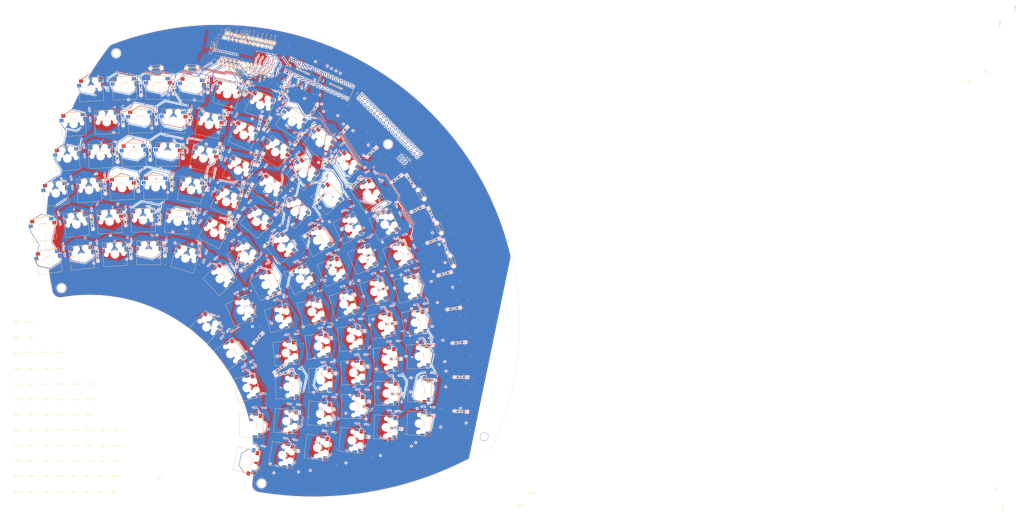
<source format=kicad_pcb>
(kicad_pcb (version 20171130) (host pcbnew "(5.1.5)-3")
  (title_block (title fan) (rev v1.2))
  (layers (0 F.Cu signal hide) (31 B.Cu signal hide) (34 B.Paste user hide) (35 F.Paste user hide) (36 B.SilkS user hide) (37 F.SilkS user hide) (38 B.Mask user hide) (39 F.Mask user hide) (44 Edge.Cuts user hide))
  (net 0 "")
  (net 1 row01)
  (net 2 row00)
  (net 3 GND)
  (net 4 col14)
  (net 5 row02)
  (net 6 col13)
  (net 7 row03)
  (net 8 col12)
  (net 9 row04)
  (net 10 col11)
  (net 11 row05)
  (net 12 col10)
  (net 13 col00)
  (net 14 col09)
  (net 15 col01)
  (net 16 col08)
  (net 17 col02)
  (net 18 col03)
  (net 19 col04)
  (net 20 col05)
  (net 21 col06)
  (net 22 col07)
  (net 23 "Net-(D1-Pad2)")
  (net 24 VCC)
  (net 25 software_reset)
  (net 26 hardware_reset)
  (net 27 OE)
  (net 28 RCK)
  (net 29 SCL)
  (net 30 SCK)
  (net 31 SER)
  (net 32 "Net-(J2-Pad38)")
  (net 33 QHSER)
  (net 34 QHSER')
  (net 35 "Net-(D2-Pad2)")
  (net 36 "Net-(D7-Pad2)")
  (net 37 "Net-(D8-Pad2)")
  (net 38 "Net-(D13-Pad2)")
  (net 39 "Net-(D14-Pad2)")
  (net 40 "Net-(D19-Pad2)")
  (net 41 "Net-(D20-Pad2)")
  (net 42 "Net-(D25-Pad2)")
  (net 43 "Net-(D26-Pad2)")
  (net 44 "Net-(D31-Pad2)")
  (net 45 "Net-(D32-Pad2)")
  (net 46 "Net-(D37-Pad2)")
  (net 47 "Net-(D38-Pad2)")
  (net 48 "Net-(D43-Pad2)")
  (net 49 "Net-(D44-Pad2)")
  (net 50 "Net-(D49-Pad2)")
  (net 51 "Net-(D50-Pad2)")
  (net 52 "Net-(D55-Pad2)")
  (net 53 "Net-(D56-Pad2)")
  (net 54 "Net-(D61-Pad2)")
  (net 55 "Net-(D62-Pad2)")
  (net 56 "Net-(D67-Pad2)")
  (net 57 "Net-(D68-Pad2)")
  (net 58 "Net-(D73-Pad2)")
  (net 59 "Net-(D74-Pad2)")
  (net 60 "Net-(D79-Pad2)")
  (net 61 "Net-(D80-Pad2)")
  (net 62 "Net-(D85-Pad2)")
  (net 63 "Net-(D86-Pad2)")
  (net 64 "Net-(D3-Pad2)")
  (net 65 "Net-(D4-Pad2)")
  (net 66 "Net-(D5-Pad2)")
  (net 67 "Net-(D6-Pad2)")
  (net 68 "Net-(D9-Pad2)")
  (net 69 "Net-(D10-Pad2)")
  (net 70 "Net-(D11-Pad2)")
  (net 71 "Net-(D12-Pad2)")
  (net 72 "Net-(D15-Pad2)")
  (net 73 "Net-(D16-Pad2)")
  (net 74 "Net-(D17-Pad2)")
  (net 75 "Net-(D18-Pad2)")
  (net 76 "Net-(D21-Pad2)")
  (net 77 "Net-(D22-Pad2)")
  (net 78 "Net-(D23-Pad2)")
  (net 79 "Net-(D24-Pad2)")
  (net 80 "Net-(D27-Pad2)")
  (net 81 "Net-(D28-Pad2)")
  (net 82 "Net-(D29-Pad2)")
  (net 83 "Net-(D30-Pad2)")
  (net 84 "Net-(D33-Pad2)")
  (net 85 "Net-(D34-Pad2)")
  (net 86 "Net-(D35-Pad2)")
  (net 87 "Net-(D36-Pad2)")
  (net 88 "Net-(D39-Pad2)")
  (net 89 "Net-(D40-Pad2)")
  (net 90 "Net-(D41-Pad2)")
  (net 91 "Net-(D42-Pad2)")
  (net 92 "Net-(D45-Pad2)")
  (net 93 "Net-(D46-Pad2)")
  (net 94 "Net-(D47-Pad2)")
  (net 95 "Net-(D48-Pad2)")
  (net 96 "Net-(D51-Pad2)")
  (net 97 "Net-(D52-Pad2)")
  (net 98 "Net-(D53-Pad2)")
  (net 99 "Net-(D54-Pad2)")
  (net 100 "Net-(D57-Pad2)")
  (net 101 "Net-(D58-Pad2)")
  (net 102 "Net-(D59-Pad2)")
  (net 103 "Net-(D60-Pad2)")
  (net 104 "Net-(D63-Pad2)")
  (net 105 "Net-(D64-Pad2)")
  (net 106 "Net-(D66-Pad2)")
  (net 107 "Net-(D69-Pad2)")
  (net 108 "Net-(D70-Pad2)")
  (net 109 "Net-(D71-Pad2)")
  (net 110 "Net-(D72-Pad2)")
  (net 111 "Net-(D75-Pad2)")
  (net 112 "Net-(D76-Pad2)")
  (net 113 "Net-(D77-Pad2)")
  (net 114 "Net-(D78-Pad2)")
  (net 115 "Net-(D81-Pad2)")
  (net 116 "Net-(D82-Pad2)")
  (net 117 "Net-(D83-Pad2)")
  (net 118 "Net-(D84-Pad2)")
  (net 119 "Net-(D87-Pad2)")
  (net 120 "Net-(D88-Pad2)")
  (net 121 "Net-(D89-Pad2)")
  (net 122 "Net-(D90-Pad2)")
  (net 123 "Net-(D65-Pad2)")
  (module kbd:case_caver (layer B.Cu) (at 304.01 217.0001 90)
    (fp_text reference REF** hide)
    (fp_text value case_caver hide)
  )
  (module kbd:case_caver (layer F.Cu) (at 316.01 249.0001 270)
    (fp_text reference REF** hide)
    (fp_text value case_caver hide)
  )
  (module kbd:case_caver (layer B.Cu) (at 256.45 7.9701 270)
    (fp_text reference REF** hide)
    (fp_text value case_caver hide)
  )
  (module kbd:case_caver (layer F.Cu) (at 138.51 39.5001 78)
    (fp_text reference REF** hide)
    (fp_text value case_caver hide)
  )
  (module kbd:case_caver (layer B.Cu) (at 241.54 48.7701 25)
    (fp_text reference REF** hide)
    (fp_text value case_caver hide)
  )
  (module kbd:case_caver (layer F.Cu) (at 93.53 278.9701 30)
    (fp_text reference REF** (at 0 0.5 30) (layer F.SilkS))
    (fp_text value case_caver)
  )
  (module kbd:L_case_parts (layer F.Cu) (at 578.37 42.7001 160)
    (fp_text reference REF** (at 0 0.5 340) (layer F.SilkS))
    (fp_text value L_case_parts)
  )
  (module kbd:L_case_parts (layer F.Cu) (at 568.35 48.6001 160)
    (fp_text reference REF** (at 0 0.5 340) (layer F.SilkS))
    (fp_text value L_case_parts)
  )
  (module kbd:L_case_parts (layer B.Cu) (at 585.63 13.8701 270)
    (fp_text reference REF** (at 0 -0.5 270) (layer B.SilkS) (effects (justify mirror)))
    (fp_text value L_case_parts)
  )
  (module kbd:L_case_parts (layer B.Cu) (at 594.32 5.4201 270)
    (fp_text reference REF** (at 0 -0.5 90) (layer B.SilkS) (effects (justify mirror)))
    (fp_text value L_case_parts)
  )
  (module kbd:L_case_parts (layer F.Cu) (at 311.25 288.5501)
    (fp_text reference REF** (at 0 0.5) (layer F.SilkS))
    (fp_text value L_case_parts)
  )
  (module kbd:L_case_parts (layer F.Cu) (at 582.953117 286.298101 85)
    (fp_text reference REF** (at 0 0.5 85) (layer F.SilkS))
    (fp_text value L_case_parts)
  )
  (module kbd:L_case_parts (layer F.Cu) (at 587.51 297.0001 85)
    (fp_text reference REF** (at 0 0.5 265) (layer F.SilkS))
    (fp_text value L_case_parts)
  )
  (module kbd:L_case_parts (layer F.Cu) (at 305.02 295.6301)
    (fp_text reference REF** (at 0 0.5) (layer F.SilkS))
    (fp_text value L_case_parts)
  )
  (module kbd:washer (layer F.Cu) (at 68.71 269.7001)
    (fp_text reference REF** (at 0 0.5) (layer F.SilkS))
    (fp_text value washer)
  )
  (module kbd:washer (layer F.Cu) (at 67.51 287.7001)
    (fp_text reference REF** (at 0 0.5) (layer F.SilkS))
    (fp_text value washer)
  )
  (module kbd:washer (layer F.Cu) (at 59.51 287.7701)
    (fp_text reference REF** (at 0 0.5) (layer F.SilkS))
    (fp_text value washer)
  )
  (module kbd:washer (layer F.Cu) (at 59.51 278.7701)
    (fp_text reference REF** (at 0 0.5) (layer F.SilkS))
    (fp_text value washer)
  )
  (module kbd:washer (layer F.Cu) (at 67.51 278.7001)
    (fp_text reference REF** (at 0 0.5) (layer F.SilkS))
    (fp_text value washer)
  )
  (module kbd:washer (layer F.Cu) (at 60.71 269.7701)
    (fp_text reference REF** (at 0 0.5) (layer F.SilkS))
    (fp_text value washer)
  )
  (module kbd:washer (layer F.Cu) (at 68.81 260.9001)
    (fp_text reference REF** (at 0 0.5) (layer F.SilkS))
    (fp_text value washer)
  )
  (module kbd:washer (layer F.Cu) (at 60.81 251.9701)
    (fp_text reference REF** (at 0 0.5) (layer F.SilkS))
    (fp_text value washer)
  )
  (module kbd:washer (layer F.Cu) (at 60.81 260.9701)
    (fp_text reference REF** (at 0 0.5) (layer F.SilkS))
    (fp_text value washer)
  )
  (module kbd:washer (layer F.Cu) (at 68.81 251.9001)
    (fp_text reference REF** (at 0 0.5) (layer F.SilkS))
    (fp_text value washer)
  )
  (module kbd:washer (layer F.Cu) (at 18.51 278.7001)
    (fp_text reference REF** (at 0 0.5) (layer F.SilkS))
    (fp_text value washer)
  )
  (module kbd:washer (layer F.Cu) (at 10.51 287.7701)
    (fp_text reference REF** (at 0 0.5) (layer F.SilkS))
    (fp_text value washer)
  )
  (module kbd:washer (layer F.Cu) (at 18.51 287.7001)
    (fp_text reference REF** (at 0 0.5) (layer F.SilkS))
    (fp_text value washer)
  )
  (module kbd:washer (layer F.Cu) (at 10.51 278.7701)
    (fp_text reference REF** (at 0 0.5) (layer F.SilkS))
    (fp_text value washer)
  )
  (module kbd:washer (layer F.Cu) (at 52.71 269.7001)
    (fp_text reference REF** (at 0 0.5) (layer F.SilkS))
    (fp_text value washer)
  )
  (module kbd:washer (layer F.Cu) (at 51.51 287.7001)
    (fp_text reference REF** (at 0 0.5) (layer F.SilkS))
    (fp_text value washer)
  )
  (module kbd:washer (layer F.Cu) (at 43.51 287.7701)
    (fp_text reference REF** (at 0 0.5) (layer F.SilkS))
    (fp_text value washer)
  )
  (module kbd:washer (layer F.Cu) (at 43.51 278.7701)
    (fp_text reference REF** (at 0 0.5) (layer F.SilkS))
    (fp_text value washer)
  )
  (module kbd:washer (layer F.Cu) (at 51.51 278.7001)
    (fp_text reference REF** (at 0 0.5) (layer F.SilkS))
    (fp_text value washer)
  )
  (module kbd:washer (layer F.Cu) (at 44.71 269.7701)
    (fp_text reference REF** (at 0 0.5) (layer F.SilkS))
    (fp_text value washer)
  )
  (module kbd:washer (layer F.Cu) (at 52.71 260.7001)
    (fp_text reference REF** (at 0 0.5) (layer F.SilkS))
    (fp_text value washer)
  )
  (module kbd:washer (layer F.Cu) (at 44.71 251.7701)
    (fp_text reference REF** (at 0 0.5) (layer F.SilkS))
    (fp_text value washer)
  )
  (module kbd:washer (layer F.Cu) (at 44.71 260.7701)
    (fp_text reference REF** (at 0 0.5) (layer F.SilkS))
    (fp_text value washer)
  )
  (module kbd:washer (layer F.Cu) (at 52.71 224.7001)
    (fp_text reference REF** (at 0 0.5) (layer F.SilkS))
    (fp_text value washer)
  )
  (module kbd:washer (layer F.Cu) (at 52.71 242.7001)
    (fp_text reference REF** (at 0 0.5) (layer F.SilkS))
    (fp_text value washer)
  )
  (module kbd:washer (layer F.Cu) (at 44.71 242.7701)
    (fp_text reference REF** (at 0 0.5) (layer F.SilkS))
    (fp_text value washer)
  )
  (module kbd:washer (layer F.Cu) (at 44.71 233.7701)
    (fp_text reference REF** (at 0 0.5) (layer F.SilkS))
    (fp_text value washer)
  )
  (module kbd:washer (layer F.Cu) (at 52.71 233.7001)
    (fp_text reference REF** (at 0 0.5) (layer F.SilkS))
    (fp_text value washer)
  )
  (module kbd:washer (layer F.Cu) (at 52.71 251.7001)
    (fp_text reference REF** (at 0 0.5) (layer F.SilkS))
    (fp_text value washer)
  )
  (module kbd:washer (layer F.Cu) (at 44.71 224.7701)
    (fp_text reference REF** (at 0 0.5) (layer F.SilkS))
    (fp_text value washer)
  )
  (module kbd:washer (layer F.Cu) (at 35.51 287.7001)
    (fp_text reference REF** (at 0 0.5) (layer F.SilkS))
    (fp_text value washer)
  )
  (module kbd:washer (layer F.Cu) (at 27.51 278.7701)
    (fp_text reference REF** (at 0 0.5) (layer F.SilkS))
    (fp_text value washer)
  )
  (module kbd:washer (layer F.Cu) (at 27.51 287.7701)
    (fp_text reference REF** (at 0 0.5) (layer F.SilkS))
    (fp_text value washer)
  )
  (module kbd:washer (layer F.Cu) (at 35.51 251.7001)
    (fp_text reference REF** (at 0 0.5) (layer F.SilkS))
    (fp_text value washer)
  )
  (module kbd:washer (layer F.Cu) (at 35.51 269.7001)
    (fp_text reference REF** (at 0 0.5) (layer F.SilkS))
    (fp_text value washer)
  )
  (module kbd:washer (layer F.Cu) (at 27.51 269.7701)
    (fp_text reference REF** (at 0 0.5) (layer F.SilkS))
    (fp_text value washer)
  )
  (module kbd:washer (layer F.Cu) (at 27.51 260.7701)
    (fp_text reference REF** (at 0 0.5) (layer F.SilkS))
    (fp_text value washer)
  )
  (module kbd:washer (layer F.Cu) (at 35.51 260.7001)
    (fp_text reference REF** (at 0 0.5) (layer F.SilkS))
    (fp_text value washer)
  )
  (module kbd:washer (layer F.Cu) (at 35.51 278.7001)
    (fp_text reference REF** (at 0 0.5) (layer F.SilkS))
    (fp_text value washer)
  )
  (module kbd:washer (layer F.Cu) (at 27.51 251.7701)
    (fp_text reference REF** (at 0 0.5) (layer F.SilkS))
    (fp_text value washer)
  )
  (module kbd:washer (layer F.Cu) (at 35.51 242.7001)
    (fp_text reference REF** (at 0 0.5) (layer F.SilkS))
    (fp_text value washer)
  )
  (module kbd:washer (layer F.Cu) (at 27.51 233.7701)
    (fp_text reference REF** (at 0 0.5) (layer F.SilkS))
    (fp_text value washer)
  )
  (module kbd:washer (layer F.Cu) (at 27.51 242.7701)
    (fp_text reference REF** (at 0 0.5) (layer F.SilkS))
    (fp_text value washer)
  )
  (module kbd:washer (layer F.Cu) (at 35.01 206.2001)
    (fp_text reference REF** (at 0 0.5) (layer F.SilkS))
    (fp_text value washer)
  )
  (module kbd:washer (layer F.Cu) (at 35.51 224.7001)
    (fp_text reference REF** (at 0 0.5) (layer F.SilkS))
    (fp_text value washer)
  )
  (module kbd:washer (layer F.Cu) (at 27.51 224.7701)
    (fp_text reference REF** (at 0 0.5) (layer F.SilkS))
    (fp_text value washer)
  )
  (module kbd:washer (layer F.Cu) (at 27.51 215.7701)
    (fp_text reference REF** (at 0 0.5) (layer F.SilkS))
    (fp_text value washer)
  )
  (module kbd:washer (layer F.Cu) (at 35.51 215.7001)
    (fp_text reference REF** (at 0 0.5) (layer F.SilkS))
    (fp_text value washer)
  )
  (module kbd:washer (layer F.Cu) (at 35.51 233.7001)
    (fp_text reference REF** (at 0 0.5) (layer F.SilkS))
    (fp_text value washer)
  )
  (module kbd:washer (layer F.Cu) (at 27.01 206.2701)
    (fp_text reference REF** (at 0 0.5) (layer F.SilkS))
    (fp_text value washer)
  )
  (module kbd:washer (layer F.Cu) (at 18.51 269.7001)
    (fp_text reference REF** (at 0 0.5) (layer F.SilkS))
    (fp_text value washer)
  )
  (module kbd:washer (layer F.Cu) (at 10.51 260.7701)
    (fp_text reference REF** (at 0 0.5) (layer F.SilkS))
    (fp_text value washer)
  )
  (module kbd:washer (layer F.Cu) (at 10.51 269.7701)
    (fp_text reference REF** (at 0 0.5) (layer F.SilkS))
    (fp_text value washer)
  )
  (module kbd:washer (layer F.Cu) (at 18.51 233.7001)
    (fp_text reference REF** (at 0 0.5) (layer F.SilkS))
    (fp_text value washer)
  )
  (module kbd:washer (layer F.Cu) (at 18.51 251.7001)
    (fp_text reference REF** (at 0 0.5) (layer F.SilkS))
    (fp_text value washer)
  )
  (module kbd:washer (layer F.Cu) (at 10.51 251.7701)
    (fp_text reference REF** (at 0 0.5) (layer F.SilkS))
    (fp_text value washer)
  )
  (module kbd:washer (layer F.Cu) (at 10.51 242.7701)
    (fp_text reference REF** (at 0 0.5) (layer F.SilkS))
    (fp_text value washer)
  )
  (module kbd:washer (layer F.Cu) (at 18.51 242.7001)
    (fp_text reference REF** (at 0 0.5) (layer F.SilkS))
    (fp_text value washer)
  )
  (module kbd:washer (layer F.Cu) (at 18.51 260.7001)
    (fp_text reference REF** (at 0 0.5) (layer F.SilkS))
    (fp_text value washer)
  )
  (module kbd:washer (layer F.Cu) (at 10.51 233.7701)
    (fp_text reference REF** (at 0 0.5) (layer F.SilkS))
    (fp_text value washer)
  )
  (module kbd:washer (layer F.Cu) (at 18.51 224.7001)
    (fp_text reference REF** (at 0 0.5) (layer F.SilkS))
    (fp_text value washer)
  )
  (module kbd:washer (layer F.Cu) (at 10.51 224.7701)
    (fp_text reference REF** (at 0 0.5) (layer F.SilkS))
    (fp_text value washer)
  )
  (module kbd:washer (layer F.Cu) (at 18.51 215.7001)
    (fp_text reference REF** (at 0 0.5) (layer F.SilkS))
    (fp_text value washer)
  )
  (module kbd:washer (layer F.Cu) (at 10.51 215.7701)
    (fp_text reference REF** (at 0 0.5) (layer F.SilkS))
    (fp_text value washer)
  )
  (module kbd:washer (layer F.Cu) (at 18.01 206.2001)
    (fp_text reference REF** (at 0 0.5) (layer F.SilkS))
    (fp_text value washer)
  )
  (module kbd:washer (layer F.Cu) (at 10.01 206.2701)
    (fp_text reference REF** (at 0 0.5) (layer F.SilkS))
    (fp_text value washer)
  )
  (module kbd:washer (layer F.Cu) (at 18.01 197.2001)
    (fp_text reference REF** (at 0 0.5) (layer F.SilkS))
    (fp_text value washer)
  )
  (module kbd:washer (layer F.Cu) (at 10.01 197.2701)
    (fp_text reference REF** (at 0 0.5) (layer F.SilkS))
    (fp_text value washer)
  )
  (module kbd:washer (layer F.Cu) (at 18.01 188.2001)
    (fp_text reference REF** (at 0 0.5) (layer F.SilkS))
    (fp_text value washer)
  )
  (module kbd:washer (layer F.Cu) (at 10.01 188.2701)
    (fp_text reference REF** (at 0 0.5) (layer F.SilkS))
    (fp_text value washer)
  )
  (module kbd:CherryMX_Hotswap_edit (layer F.Cu) (at 82.004051 70.772909 1)
    (fp_text reference SW14 hide)
    (fp_text value SW_PUSH hide)
    (pad 1 smd rect (at -7 -2.58 181) (size 2.3 2) (layers B.Cu B.Paste B.Mask) (net 17 col02))
    (pad 1 smd rect (at 7 -2.58 181) (size 2.3 2) (layers F.Cu F.Paste F.Mask) (net 17 col02))
    (pad 2 smd rect (at -5.7 -5.12 181) (size 2.3 2) (layers F.Cu F.Paste F.Mask) (net 39 "Net-(D14-Pad2)"))
    (pad "" np_thru_hole circle (at -3.81 -2.54 181) (size 3 3) (drill 3) (layers *.Cu *.Mask))
    (pad "" np_thru_hole circle (at -2.54 -5.08 181) (size 3 3) (drill 3) (layers *.Cu *.Mask))
    (pad "" np_thru_hole circle (at 3.81 -2.540001 181) (size 3 3) (drill 3) (layers *.Cu *.Mask))
    (pad "" np_thru_hole circle (at 2.54 -5.08 181) (size 3 3) (drill 3) (layers *.Cu *.Mask))
    (pad "" np_thru_hole circle (at 0 0 91) (size 4.1 4.1) (drill 4.1) (layers *.Cu *.Mask F.SilkS))
    (pad "" np_thru_hole circle (at 5.08 0 1) (size 1.9 1.9) (drill 1.9) (layers *.Cu *.Mask F.SilkS))
    (pad "" np_thru_hole circle (at -5.08 0 1) (size 1.9 1.9) (drill 1.9) (layers *.Cu *.Mask F.SilkS))
    (pad 2 smd rect (at 5.7 -5.12 181) (size 2.3 2) (layers B.Cu B.Paste B.Mask) (net 39 "Net-(D14-Pad2)"))
  )
  (module kbd:CherryMX_Hotswap_edit (layer F.Cu) (at 52.171525 111.264211 4)
    (fp_text reference SW10 hide)
    (fp_text value SW_PUSH hide)
    (pad 1 smd rect (at -7 -2.58 184) (size 2.3 2) (layers B.Cu B.Paste B.Mask) (net 15 col01))
    (pad 1 smd rect (at 7 -2.58 184) (size 2.3 2) (layers F.Cu F.Paste F.Mask) (net 15 col01))
    (pad 2 smd rect (at -5.7 -5.12 184) (size 2.3 2) (layers F.Cu F.Paste F.Mask) (net 69 "Net-(D10-Pad2)"))
    (pad "" np_thru_hole circle (at -3.81 -2.54 184) (size 3 3) (drill 3) (layers *.Cu *.Mask))
    (pad "" np_thru_hole circle (at -2.54 -5.08 184) (size 3 3) (drill 3) (layers *.Cu *.Mask))
    (pad "" np_thru_hole circle (at 3.81 -2.540001 184) (size 3 3) (drill 3) (layers *.Cu *.Mask))
    (pad "" np_thru_hole circle (at 2.54 -5.08 184) (size 3 3) (drill 3) (layers *.Cu *.Mask))
    (pad "" np_thru_hole circle (at 0 0 94) (size 4.1 4.1) (drill 4.1) (layers *.Cu *.Mask F.SilkS))
    (pad "" np_thru_hole circle (at 5.08 0 4) (size 1.9 1.9) (drill 1.9) (layers *.Cu *.Mask F.SilkS))
    (pad "" np_thru_hole circle (at -5.08 0 4) (size 1.9 1.9) (drill 1.9) (layers *.Cu *.Mask F.SilkS))
    (pad 2 smd rect (at 5.7 -5.12 184) (size 2.3 2) (layers B.Cu B.Paste B.Mask) (net 69 "Net-(D10-Pad2)"))
  )
  (module kbd:CherryMX_Hotswap_edit (layer F.Cu) (at 104.011886 129.846494 354)
    (fp_text reference SW29 hide)
    (fp_text value SW_PUSH hide)
    (pad 1 smd rect (at -7 -2.58 174) (size 2.3 2) (layers B.Cu B.Paste B.Mask) (net 19 col04))
    (pad 1 smd rect (at 7 -2.58 174) (size 2.3 2) (layers F.Cu F.Paste F.Mask) (net 19 col04))
    (pad 2 smd rect (at -5.7 -5.12 174) (size 2.3 2) (layers F.Cu F.Paste F.Mask) (net 82 "Net-(D29-Pad2)"))
    (pad "" np_thru_hole circle (at -3.81 -2.54 174) (size 3 3) (drill 3) (layers *.Cu *.Mask))
    (pad "" np_thru_hole circle (at -2.54 -5.08 174) (size 3 3) (drill 3) (layers *.Cu *.Mask))
    (pad "" np_thru_hole circle (at 3.81 -2.540001 174) (size 3 3) (drill 3) (layers *.Cu *.Mask))
    (pad "" np_thru_hole circle (at 2.54 -5.08 174) (size 3 3) (drill 3) (layers *.Cu *.Mask))
    (pad "" np_thru_hole circle (at 0 0 84) (size 4.1 4.1) (drill 4.1) (layers *.Cu *.Mask F.SilkS))
    (pad "" np_thru_hole circle (at 5.08 0 354) (size 1.9 1.9) (drill 1.9) (layers *.Cu *.Mask F.SilkS))
    (pad "" np_thru_hole circle (at -5.08 0 354) (size 1.9 1.9) (drill 1.9) (layers *.Cu *.Mask F.SilkS))
    (pad 2 smd rect (at 5.7 -5.12 174) (size 2.3 2) (layers B.Cu B.Paste B.Mask) (net 82 "Net-(D29-Pad2)"))
  )
  (module kbd:CherryMX_Hotswap_edit (layer F.Cu) (at 101.567914 70.752009 359)
    (fp_text reference SW20 hide)
    (fp_text value SW_PUSH hide)
    (pad 1 smd rect (at -7 -2.58 179) (size 2.3 2) (layers B.Cu B.Paste B.Mask) (net 18 col03))
    (pad 1 smd rect (at 7 -2.58 179) (size 2.3 2) (layers F.Cu F.Paste F.Mask) (net 18 col03))
    (pad 2 smd rect (at -5.7 -5.12 179) (size 2.3 2) (layers F.Cu F.Paste F.Mask) (net 41 "Net-(D20-Pad2)"))
    (pad "" np_thru_hole circle (at -3.81 -2.54 179) (size 3 3) (drill 3) (layers *.Cu *.Mask))
    (pad "" np_thru_hole circle (at -2.54 -5.08 179) (size 3 3) (drill 3) (layers *.Cu *.Mask))
    (pad "" np_thru_hole circle (at 3.81 -2.540001 179) (size 3 3) (drill 3) (layers *.Cu *.Mask))
    (pad "" np_thru_hole circle (at 2.54 -5.08 179) (size 3 3) (drill 3) (layers *.Cu *.Mask))
    (pad "" np_thru_hole circle (at 0 0 89) (size 4.1 4.1) (drill 4.1) (layers *.Cu *.Mask F.SilkS))
    (pad "" np_thru_hole circle (at 5.08 0 359) (size 1.9 1.9) (drill 1.9) (layers *.Cu *.Mask F.SilkS))
    (pad "" np_thru_hole circle (at -5.08 0 359) (size 1.9 1.9) (drill 1.9) (layers *.Cu *.Mask F.SilkS))
    (pad 2 smd rect (at 5.7 -5.12 179) (size 2.3 2) (layers B.Cu B.Paste B.Mask) (net 41 "Net-(D20-Pad2)"))
  )
  (module kbd:CherryMX_Hotswap_edit (layer F.Cu) (at 64.114287 129.681717 4)
    (fp_text reference SW17 hide)
    (fp_text value SW_PUSH hide)
    (pad 1 smd rect (at -7 -2.58 184) (size 2.3 2) (layers B.Cu B.Paste B.Mask) (net 17 col02))
    (pad 1 smd rect (at 7 -2.58 184) (size 2.3 2) (layers F.Cu F.Paste F.Mask) (net 17 col02))
    (pad 2 smd rect (at -5.7 -5.12 184) (size 2.3 2) (layers F.Cu F.Paste F.Mask) (net 74 "Net-(D17-Pad2)"))
    (pad "" np_thru_hole circle (at -3.81 -2.54 184) (size 3 3) (drill 3) (layers *.Cu *.Mask))
    (pad "" np_thru_hole circle (at -2.54 -5.08 184) (size 3 3) (drill 3) (layers *.Cu *.Mask))
    (pad "" np_thru_hole circle (at 3.81 -2.540001 184) (size 3 3) (drill 3) (layers *.Cu *.Mask))
    (pad "" np_thru_hole circle (at 2.54 -5.08 184) (size 3 3) (drill 3) (layers *.Cu *.Mask))
    (pad "" np_thru_hole circle (at 0 0 94) (size 4.1 4.1) (drill 4.1) (layers *.Cu *.Mask F.SilkS))
    (pad "" np_thru_hole circle (at 5.08 0 4) (size 1.9 1.9) (drill 1.9) (layers *.Cu *.Mask F.SilkS))
    (pad "" np_thru_hole circle (at -5.08 0 4) (size 1.9 1.9) (drill 1.9) (layers *.Cu *.Mask F.SilkS))
    (pad 2 smd rect (at 5.7 -5.12 184) (size 2.3 2) (layers B.Cu B.Paste B.Mask) (net 74 "Net-(D17-Pad2)"))
  )
  (module kbd:CherryMX_Hotswap_edit (layer F.Cu) (at 91.135595 109.568234)
    (fp_text reference SW22 hide)
    (fp_text value SW_PUSH hide)
    (pad 1 smd rect (at -7 -2.58 180) (size 2.3 2) (layers B.Cu B.Paste B.Mask) (net 18 col03))
    (pad 1 smd rect (at 7 -2.58 180) (size 2.3 2) (layers F.Cu F.Paste F.Mask) (net 18 col03))
    (pad 2 smd rect (at -5.7 -5.12 180) (size 2.3 2) (layers F.Cu F.Paste F.Mask) (net 77 "Net-(D22-Pad2)"))
    (pad "" np_thru_hole circle (at -3.81 -2.54 180) (size 3 3) (drill 3) (layers *.Cu *.Mask))
    (pad "" np_thru_hole circle (at -2.54 -5.08 180) (size 3 3) (drill 3) (layers *.Cu *.Mask))
    (pad "" np_thru_hole circle (at 3.81 -2.540001 180) (size 3 3) (drill 3) (layers *.Cu *.Mask))
    (pad "" np_thru_hole circle (at 2.54 -5.08 180) (size 3 3) (drill 3) (layers *.Cu *.Mask))
    (pad "" np_thru_hole circle (at 0 0 90) (size 4.1 4.1) (drill 4.1) (layers *.Cu *.Mask F.SilkS))
    (pad "" np_thru_hole circle (at 5.08 0) (size 1.9 1.9) (drill 1.9) (layers *.Cu *.Mask F.SilkS))
    (pad "" np_thru_hole circle (at -5.08 0) (size 1.9 1.9) (drill 1.9) (layers *.Cu *.Mask F.SilkS))
    (pad 2 smd rect (at 5.7 -5.12 180) (size 2.3 2) (layers B.Cu B.Paste B.Mask) (net 77 "Net-(D22-Pad2)"))
  )
  (module kbd:CherryMX_Hotswap_edit (layer F.Cu) (at 78.297779 90.508603 2)
    (fp_text reference SW15 hide)
    (fp_text value SW_PUSH hide)
    (pad 1 smd rect (at -7 -2.58 182) (size 2.3 2) (layers B.Cu B.Paste B.Mask) (net 17 col02))
    (pad 1 smd rect (at 7 -2.58 182) (size 2.3 2) (layers F.Cu F.Paste F.Mask) (net 17 col02))
    (pad 2 smd rect (at -5.7 -5.12 182) (size 2.3 2) (layers F.Cu F.Paste F.Mask) (net 72 "Net-(D15-Pad2)"))
    (pad "" np_thru_hole circle (at -3.81 -2.54 182) (size 3 3) (drill 3) (layers *.Cu *.Mask))
    (pad "" np_thru_hole circle (at -2.54 -5.08 182) (size 3 3) (drill 3) (layers *.Cu *.Mask))
    (pad "" np_thru_hole circle (at 3.81 -2.540001 182) (size 3 3) (drill 3) (layers *.Cu *.Mask))
    (pad "" np_thru_hole circle (at 2.54 -5.08 182) (size 3 3) (drill 3) (layers *.Cu *.Mask))
    (pad "" np_thru_hole circle (at 0 0 92) (size 4.1 4.1) (drill 4.1) (layers *.Cu *.Mask F.SilkS))
    (pad "" np_thru_hole circle (at 5.08 0 2) (size 1.9 1.9) (drill 1.9) (layers *.Cu *.Mask F.SilkS))
    (pad "" np_thru_hole circle (at -5.08 0 2) (size 1.9 1.9) (drill 1.9) (layers *.Cu *.Mask F.SilkS))
    (pad 2 smd rect (at 5.7 -5.12 182) (size 2.3 2) (layers B.Cu B.Paste B.Mask) (net 72 "Net-(D15-Pad2)"))
  )
  (module kbd:CherryMX_Hotswap_edit (layer F.Cu) (at 62.436132 71.423731 3)
    (fp_text reference SW8 hide)
    (fp_text value SW_PUSH hide)
    (pad 1 smd rect (at -7 -2.58 183) (size 2.3 2) (layers B.Cu B.Paste B.Mask) (net 15 col01))
    (pad 1 smd rect (at 7 -2.58 183) (size 2.3 2) (layers F.Cu F.Paste F.Mask) (net 15 col01))
    (pad 2 smd rect (at -5.7 -5.12 183) (size 2.3 2) (layers F.Cu F.Paste F.Mask) (net 37 "Net-(D8-Pad2)"))
    (pad "" np_thru_hole circle (at -3.81 -2.54 183) (size 3 3) (drill 3) (layers *.Cu *.Mask))
    (pad "" np_thru_hole circle (at -2.54 -5.08 183) (size 3 3) (drill 3) (layers *.Cu *.Mask))
    (pad "" np_thru_hole circle (at 3.81 -2.540001 183) (size 3 3) (drill 3) (layers *.Cu *.Mask))
    (pad "" np_thru_hole circle (at 2.54 -5.08 183) (size 3 3) (drill 3) (layers *.Cu *.Mask))
    (pad "" np_thru_hole circle (at 0 0 93) (size 4.1 4.1) (drill 4.1) (layers *.Cu *.Mask F.SilkS))
    (pad "" np_thru_hole circle (at 5.08 0 3) (size 1.9 1.9) (drill 1.9) (layers *.Cu *.Mask F.SilkS))
    (pad "" np_thru_hole circle (at -5.08 0 3) (size 1.9 1.9) (drill 1.9) (layers *.Cu *.Mask F.SilkS))
    (pad 2 smd rect (at 5.7 -5.12 183) (size 2.3 2) (layers B.Cu B.Paste B.Mask) (net 37 "Net-(D8-Pad2)"))
  )
  (module kbd:CherryMX_Hotswap_edit (layer F.Cu) (at 125.370157 136.370699 332)
    (fp_text reference SW35 hide)
    (fp_text value SW_PUSH hide)
    (pad 1 smd rect (at -7 -2.58 152) (size 2.3 2) (layers B.Cu B.Paste B.Mask) (net 20 col05))
    (pad 1 smd rect (at 7 -2.58 152) (size 2.3 2) (layers F.Cu F.Paste F.Mask) (net 20 col05))
    (pad 2 smd rect (at -5.7 -5.12 152) (size 2.3 2) (layers F.Cu F.Paste F.Mask) (net 86 "Net-(D35-Pad2)"))
    (pad "" np_thru_hole circle (at -3.81 -2.54 152) (size 3 3) (drill 3) (layers *.Cu *.Mask))
    (pad "" np_thru_hole circle (at -2.54 -5.08 152) (size 3 3) (drill 3) (layers *.Cu *.Mask))
    (pad "" np_thru_hole circle (at 3.81 -2.540001 152) (size 3 3) (drill 3) (layers *.Cu *.Mask))
    (pad "" np_thru_hole circle (at 2.54 -5.08 152) (size 3 3) (drill 3) (layers *.Cu *.Mask))
    (pad "" np_thru_hole circle (at 0 0 62) (size 4.1 4.1) (drill 4.1) (layers *.Cu *.Mask F.SilkS))
    (pad "" np_thru_hole circle (at 5.08 0 332) (size 1.9 1.9) (drill 1.9) (layers *.Cu *.Mask F.SilkS))
    (pad "" np_thru_hole circle (at -5.08 0 332) (size 1.9 1.9) (drill 1.9) (layers *.Cu *.Mask F.SilkS))
    (pad 2 smd rect (at 5.7 -5.12 152) (size 2.3 2) (layers B.Cu B.Paste B.Mask) (net 86 "Net-(D35-Pad2)"))
  )
  (module kbd:CherryMX_Hotswap_edit (layer F.Cu) (at 83.771375 128.890362 1)
    (fp_text reference SW23 hide)
    (fp_text value SW_PUSH hide)
    (pad 1 smd rect (at -7 -2.58 181) (size 2.3 2) (layers B.Cu B.Paste B.Mask) (net 18 col03))
    (pad 1 smd rect (at 7 -2.58 181) (size 2.3 2) (layers F.Cu F.Paste F.Mask) (net 18 col03))
    (pad 2 smd rect (at -5.7 -5.12 181) (size 2.3 2) (layers F.Cu F.Paste F.Mask) (net 78 "Net-(D23-Pad2)"))
    (pad "" np_thru_hole circle (at -3.81 -2.54 181) (size 3 3) (drill 3) (layers *.Cu *.Mask))
    (pad "" np_thru_hole circle (at -2.54 -5.08 181) (size 3 3) (drill 3) (layers *.Cu *.Mask))
    (pad "" np_thru_hole circle (at 3.81 -2.540001 181) (size 3 3) (drill 3) (layers *.Cu *.Mask))
    (pad "" np_thru_hole circle (at 2.54 -5.08 181) (size 3 3) (drill 3) (layers *.Cu *.Mask))
    (pad "" np_thru_hole circle (at 0 0 91) (size 4.1 4.1) (drill 4.1) (layers *.Cu *.Mask F.SilkS))
    (pad "" np_thru_hole circle (at 5.08 0 1) (size 1.9 1.9) (drill 1.9) (layers *.Cu *.Mask F.SilkS))
    (pad "" np_thru_hole circle (at -5.08 0 1) (size 1.9 1.9) (drill 1.9) (layers *.Cu *.Mask F.SilkS))
    (pad 2 smd rect (at 5.7 -5.12 181) (size 2.3 2) (layers B.Cu B.Paste B.Mask) (net 78 "Net-(D23-Pad2)"))
  )
  (module kbd:CherryMX_Hotswap_edit (layer F.Cu) (at 71.446087 110.055198 3)
    (fp_text reference SW16 hide)
    (fp_text value SW_PUSH hide)
    (pad 1 smd rect (at -7 -2.58 183) (size 2.3 2) (layers B.Cu B.Paste B.Mask) (net 17 col02))
    (pad 1 smd rect (at 7 -2.58 183) (size 2.3 2) (layers F.Cu F.Paste F.Mask) (net 17 col02))
    (pad 2 smd rect (at -5.7 -5.12 183) (size 2.3 2) (layers F.Cu F.Paste F.Mask) (net 73 "Net-(D16-Pad2)"))
    (pad "" np_thru_hole circle (at -3.81 -2.54 183) (size 3 3) (drill 3) (layers *.Cu *.Mask))
    (pad "" np_thru_hole circle (at -2.54 -5.08 183) (size 3 3) (drill 3) (layers *.Cu *.Mask))
    (pad "" np_thru_hole circle (at 3.81 -2.540001 183) (size 3 3) (drill 3) (layers *.Cu *.Mask))
    (pad "" np_thru_hole circle (at 2.54 -5.08 183) (size 3 3) (drill 3) (layers *.Cu *.Mask))
    (pad "" np_thru_hole circle (at 0 0 93) (size 4.1 4.1) (drill 4.1) (layers *.Cu *.Mask F.SilkS))
    (pad "" np_thru_hole circle (at 5.08 0 3) (size 1.9 1.9) (drill 1.9) (layers *.Cu *.Mask F.SilkS))
    (pad "" np_thru_hole circle (at -5.08 0 3) (size 1.9 1.9) (drill 1.9) (layers *.Cu *.Mask F.SilkS))
    (pad 2 smd rect (at 5.7 -5.12 183) (size 2.3 2) (layers B.Cu B.Paste B.Mask) (net 73 "Net-(D16-Pad2)"))
  )
  (module kbd:CherryMX_Hotswap_edit (layer F.Cu) (at 132.486841 118.222765 333)
    (fp_text reference SW34 hide)
    (fp_text value SW_PUSH hide)
    (pad 1 smd rect (at -7 -2.58 153) (size 2.3 2) (layers B.Cu B.Paste B.Mask) (net 20 col05))
    (pad 1 smd rect (at 7 -2.58 153) (size 2.3 2) (layers F.Cu F.Paste F.Mask) (net 20 col05))
    (pad 2 smd rect (at -5.7 -5.12 153) (size 2.3 2) (layers F.Cu F.Paste F.Mask) (net 85 "Net-(D34-Pad2)"))
    (pad "" np_thru_hole circle (at -3.81 -2.54 153) (size 3 3) (drill 3) (layers *.Cu *.Mask))
    (pad "" np_thru_hole circle (at -2.54 -5.08 153) (size 3 3) (drill 3) (layers *.Cu *.Mask))
    (pad "" np_thru_hole circle (at 3.81 -2.540001 153) (size 3 3) (drill 3) (layers *.Cu *.Mask))
    (pad "" np_thru_hole circle (at 2.54 -5.08 153) (size 3 3) (drill 3) (layers *.Cu *.Mask))
    (pad "" np_thru_hole circle (at 0 0 63) (size 4.1 4.1) (drill 4.1) (layers *.Cu *.Mask F.SilkS))
    (pad "" np_thru_hole circle (at 5.08 0 333) (size 1.9 1.9) (drill 1.9) (layers *.Cu *.Mask F.SilkS))
    (pad "" np_thru_hole circle (at -5.08 0 333) (size 1.9 1.9) (drill 1.9) (layers *.Cu *.Mask F.SilkS))
    (pad 2 smd rect (at 5.7 -5.12 153) (size 2.3 2) (layers B.Cu B.Paste B.Mask) (net 85 "Net-(D34-Pad2)"))
  )
  (module kbd:CherryMX_Hotswap_edit (layer F.Cu) (at 150.234183 129.874256 320)
    (fp_text reference SW40 hide)
    (fp_text value SW_PUSH hide)
    (pad 1 smd rect (at -7 -2.58 140) (size 2.3 2) (layers B.Cu B.Paste B.Mask) (net 21 col06))
    (pad 1 smd rect (at 7 -2.58 140) (size 2.3 2) (layers F.Cu F.Paste F.Mask) (net 21 col06))
    (pad 2 smd rect (at -5.7 -5.12 140) (size 2.3 2) (layers F.Cu F.Paste F.Mask) (net 89 "Net-(D40-Pad2)"))
    (pad "" np_thru_hole circle (at -3.81 -2.54 140) (size 3 3) (drill 3) (layers *.Cu *.Mask))
    (pad "" np_thru_hole circle (at -2.54 -5.08 140) (size 3 3) (drill 3) (layers *.Cu *.Mask))
    (pad "" np_thru_hole circle (at 3.81 -2.540001 140) (size 3 3) (drill 3) (layers *.Cu *.Mask))
    (pad "" np_thru_hole circle (at 2.54 -5.08 140) (size 3 3) (drill 3) (layers *.Cu *.Mask))
    (pad "" np_thru_hole circle (at 0 0 50) (size 4.1 4.1) (drill 4.1) (layers *.Cu *.Mask F.SilkS))
    (pad "" np_thru_hole circle (at 5.08 0 320) (size 1.9 1.9) (drill 1.9) (layers *.Cu *.Mask F.SilkS))
    (pad "" np_thru_hole circle (at -5.08 0 320) (size 1.9 1.9) (drill 1.9) (layers *.Cu *.Mask F.SilkS))
    (pad 2 smd rect (at 5.7 -5.12 140) (size 2.3 2) (layers B.Cu B.Paste B.Mask) (net 89 "Net-(D40-Pad2)"))
  )
  (module kbd:CherryMX_Hotswap_edit (layer F.Cu) (at 139.431334 99.84603 334)
    (fp_text reference SW33 hide)
    (fp_text value SW_PUSH hide)
    (pad 1 smd rect (at -7 -2.58 154) (size 2.3 2) (layers B.Cu B.Paste B.Mask) (net 20 col05))
    (pad 1 smd rect (at 7 -2.58 154) (size 2.3 2) (layers F.Cu F.Paste F.Mask) (net 20 col05))
    (pad 2 smd rect (at -5.7 -5.12 154) (size 2.3 2) (layers F.Cu F.Paste F.Mask) (net 84 "Net-(D33-Pad2)"))
    (pad "" np_thru_hole circle (at -3.81 -2.54 154) (size 3 3) (drill 3) (layers *.Cu *.Mask))
    (pad "" np_thru_hole circle (at -2.54 -5.08 154) (size 3 3) (drill 3) (layers *.Cu *.Mask))
    (pad "" np_thru_hole circle (at 3.81 -2.540001 154) (size 3 3) (drill 3) (layers *.Cu *.Mask))
    (pad "" np_thru_hole circle (at 2.54 -5.08 154) (size 3 3) (drill 3) (layers *.Cu *.Mask))
    (pad "" np_thru_hole circle (at 0 0 64) (size 4.1 4.1) (drill 4.1) (layers *.Cu *.Mask F.SilkS))
    (pad "" np_thru_hole circle (at 5.08 0 334) (size 1.9 1.9) (drill 1.9) (layers *.Cu *.Mask F.SilkS))
    (pad "" np_thru_hole circle (at -5.08 0 334) (size 1.9 1.9) (drill 1.9) (layers *.Cu *.Mask F.SilkS))
    (pad 2 smd rect (at 5.7 -5.12 154) (size 2.3 2) (layers B.Cu B.Paste B.Mask) (net 84 "Net-(D33-Pad2)"))
  )
  (module kbd:CherryMX_Hotswap_edit (layer F.Cu) (at 161.220029 89.00219 326)
    (fp_text reference SW38 hide)
    (fp_text value SW_PUSH hide)
    (pad 1 smd rect (at -7 -2.58 146) (size 2.3 2) (layers B.Cu B.Paste B.Mask) (net 21 col06))
    (pad 1 smd rect (at 7 -2.58 146) (size 2.3 2) (layers F.Cu F.Paste F.Mask) (net 21 col06))
    (pad 2 smd rect (at -5.7 -5.12 146) (size 2.3 2) (layers F.Cu F.Paste F.Mask) (net 47 "Net-(D38-Pad2)"))
    (pad "" np_thru_hole circle (at -3.81 -2.54 146) (size 3 3) (drill 3) (layers *.Cu *.Mask))
    (pad "" np_thru_hole circle (at -2.54 -5.08 146) (size 3 3) (drill 3) (layers *.Cu *.Mask))
    (pad "" np_thru_hole circle (at 3.81 -2.540001 146) (size 3 3) (drill 3) (layers *.Cu *.Mask))
    (pad "" np_thru_hole circle (at 2.54 -5.08 146) (size 3 3) (drill 3) (layers *.Cu *.Mask))
    (pad "" np_thru_hole circle (at 0 0 56) (size 4.1 4.1) (drill 4.1) (layers *.Cu *.Mask F.SilkS))
    (pad "" np_thru_hole circle (at 5.08 0 326) (size 1.9 1.9) (drill 1.9) (layers *.Cu *.Mask F.SilkS))
    (pad "" np_thru_hole circle (at -5.08 0 326) (size 1.9 1.9) (drill 1.9) (layers *.Cu *.Mask F.SilkS))
    (pad 2 smd rect (at 5.7 -5.12 146) (size 2.3 2) (layers B.Cu B.Paste B.Mask) (net 47 "Net-(D38-Pad2)"))
  )
  (module kbd:CherryMX_Hotswap_edit (layer F.Cu) (at 72.990007 51.418851 2)
    (fp_text reference SW7 hide)
    (fp_text value SW_PUSH hide)
    (pad 1 smd rect (at -7 -2.58 182) (size 2.3 2) (layers B.Cu B.Paste B.Mask) (net 15 col01))
    (pad 1 smd rect (at 7 -2.58 182) (size 2.3 2) (layers F.Cu F.Paste F.Mask) (net 15 col01))
    (pad 2 smd rect (at -5.7 -5.12 182) (size 2.3 2) (layers F.Cu F.Paste F.Mask) (net 36 "Net-(D7-Pad2)"))
    (pad "" np_thru_hole circle (at -3.81 -2.54 182) (size 3 3) (drill 3) (layers *.Cu *.Mask))
    (pad "" np_thru_hole circle (at -2.54 -5.08 182) (size 3 3) (drill 3) (layers *.Cu *.Mask))
    (pad "" np_thru_hole circle (at 3.81 -2.540001 182) (size 3 3) (drill 3) (layers *.Cu *.Mask))
    (pad "" np_thru_hole circle (at 2.54 -5.08 182) (size 3 3) (drill 3) (layers *.Cu *.Mask))
    (pad "" np_thru_hole circle (at 0 0 92) (size 4.1 4.1) (drill 4.1) (layers *.Cu *.Mask F.SilkS))
    (pad "" np_thru_hole circle (at 5.08 0 2) (size 1.9 1.9) (drill 1.9) (layers *.Cu *.Mask F.SilkS))
    (pad "" np_thru_hole circle (at -5.08 0 2) (size 1.9 1.9) (drill 1.9) (layers *.Cu *.Mask F.SilkS))
    (pad 2 smd rect (at 5.7 -5.12 182) (size 2.3 2) (layers B.Cu B.Paste B.Mask) (net 36 "Net-(D7-Pad2)"))
  )
  (module kbd:CherryMX_Hotswap_edit (layer F.Cu) (at 134.931387 207.394633 305)
    (fp_text reference SW72 hide)
    (fp_text value SW_PUSH hide)
    (pad 1 smd rect (at -7 -2.58 125) (size 2.3 2) (layers B.Cu B.Paste B.Mask) (net 10 col11))
    (pad 1 smd rect (at 7 -2.58 125) (size 2.3 2) (layers F.Cu F.Paste F.Mask) (net 10 col11))
    (pad 2 smd rect (at -5.7 -5.12 125) (size 2.3 2) (layers F.Cu F.Paste F.Mask) (net 110 "Net-(D72-Pad2)"))
    (pad "" np_thru_hole circle (at -3.81 -2.54 125) (size 3 3) (drill 3) (layers *.Cu *.Mask))
    (pad "" np_thru_hole circle (at -2.54 -5.08 125) (size 3 3) (drill 3) (layers *.Cu *.Mask))
    (pad "" np_thru_hole circle (at 3.81 -2.540001 125) (size 3 3) (drill 3) (layers *.Cu *.Mask))
    (pad "" np_thru_hole circle (at 2.54 -5.08 125) (size 3 3) (drill 3) (layers *.Cu *.Mask))
    (pad "" np_thru_hole circle (at 0 0 35) (size 4.1 4.1) (drill 4.1) (layers *.Cu *.Mask F.SilkS))
    (pad "" np_thru_hole circle (at 5.08 0 305) (size 1.9 1.9) (drill 1.9) (layers *.Cu *.Mask F.SilkS))
    (pad "" np_thru_hole circle (at -5.08 0 305) (size 1.9 1.9) (drill 1.9) (layers *.Cu *.Mask F.SilkS))
    (pad 2 smd rect (at 5.7 -5.12 125) (size 2.3 2) (layers B.Cu B.Paste B.Mask) (net 110 "Net-(D72-Pad2)"))
  )
  (module kbd:CherryMX_Hotswap_edit (layer F.Cu) (at 164.801567 145.116056 308)
    (fp_text reference SW54 hide)
    (fp_text value SW_PUSH hide)
    (pad 1 smd rect (at -7 -2.58 128) (size 2.3 2) (layers B.Cu B.Paste B.Mask) (net 16 col08))
    (pad 1 smd rect (at 7 -2.58 128) (size 2.3 2) (layers F.Cu F.Paste F.Mask) (net 16 col08))
    (pad 2 smd rect (at -5.7 -5.12 128) (size 2.3 2) (layers F.Cu F.Paste F.Mask) (net 99 "Net-(D54-Pad2)"))
    (pad "" np_thru_hole circle (at -3.81 -2.54 128) (size 3 3) (drill 3) (layers *.Cu *.Mask))
    (pad "" np_thru_hole circle (at -2.54 -5.08 128) (size 3 3) (drill 3) (layers *.Cu *.Mask))
    (pad "" np_thru_hole circle (at 3.81 -2.540001 128) (size 3 3) (drill 3) (layers *.Cu *.Mask))
    (pad "" np_thru_hole circle (at 2.54 -5.08 128) (size 3 3) (drill 3) (layers *.Cu *.Mask))
    (pad "" np_thru_hole circle (at 0 0 38) (size 4.1 4.1) (drill 4.1) (layers *.Cu *.Mask F.SilkS))
    (pad "" np_thru_hole circle (at 5.08 0 308) (size 1.9 1.9) (drill 1.9) (layers *.Cu *.Mask F.SilkS))
    (pad "" np_thru_hole circle (at -5.08 0 308) (size 1.9 1.9) (drill 1.9) (layers *.Cu *.Mask F.SilkS))
    (pad 2 smd rect (at 5.7 -5.12 128) (size 2.3 2) (layers B.Cu B.Paste B.Mask) (net 99 "Net-(D54-Pad2)"))
  )
  (module kbd:CherryMX_Hotswap_edit (layer F.Cu) (at 53.393123 52.292521 3)
    (fp_text reference SW1 hide)
    (fp_text value SW_PUSH hide)
    (pad 1 smd rect (at -7 -2.58 183) (size 2.3 2) (layers B.Cu B.Paste B.Mask) (net 13 col00))
    (pad 1 smd rect (at 7 -2.58 183) (size 2.3 2) (layers F.Cu F.Paste F.Mask) (net 13 col00))
    (pad 2 smd rect (at -5.7 -5.12 183) (size 2.3 2) (layers F.Cu F.Paste F.Mask) (net 23 "Net-(D1-Pad2)"))
    (pad "" np_thru_hole circle (at -3.81 -2.54 183) (size 3 3) (drill 3) (layers *.Cu *.Mask))
    (pad "" np_thru_hole circle (at -2.54 -5.08 183) (size 3 3) (drill 3) (layers *.Cu *.Mask))
    (pad "" np_thru_hole circle (at 3.81 -2.540001 183) (size 3 3) (drill 3) (layers *.Cu *.Mask))
    (pad "" np_thru_hole circle (at 2.54 -5.08 183) (size 3 3) (drill 3) (layers *.Cu *.Mask))
    (pad "" np_thru_hole circle (at 0 0 93) (size 4.1 4.1) (drill 4.1) (layers *.Cu *.Mask F.SilkS))
    (pad "" np_thru_hole circle (at 5.08 0 3) (size 1.9 1.9) (drill 1.9) (layers *.Cu *.Mask F.SilkS))
    (pad "" np_thru_hole circle (at -5.08 0 3) (size 1.9 1.9) (drill 1.9) (layers *.Cu *.Mask F.SilkS))
    (pad 2 smd rect (at 5.7 -5.12 183) (size 2.3 2) (layers B.Cu B.Paste B.Mask) (net 23 "Net-(D1-Pad2)"))
  )
  (module kbd:CherryMX_Hotswap_edit (layer F.Cu) (at 58.897392 91.400527 3)
    (fp_text reference SW9 hide)
    (fp_text value SW_PUSH hide)
    (pad 1 smd rect (at -7 -2.58 183) (size 2.3 2) (layers B.Cu B.Paste B.Mask) (net 15 col01))
    (pad 1 smd rect (at 7 -2.58 183) (size 2.3 2) (layers F.Cu F.Paste F.Mask) (net 15 col01))
    (pad 2 smd rect (at -5.7 -5.12 183) (size 2.3 2) (layers F.Cu F.Paste F.Mask) (net 68 "Net-(D9-Pad2)"))
    (pad "" np_thru_hole circle (at -3.81 -2.54 183) (size 3 3) (drill 3) (layers *.Cu *.Mask))
    (pad "" np_thru_hole circle (at -2.54 -5.08 183) (size 3 3) (drill 3) (layers *.Cu *.Mask))
    (pad "" np_thru_hole circle (at 3.81 -2.540001 183) (size 3 3) (drill 3) (layers *.Cu *.Mask))
    (pad "" np_thru_hole circle (at 2.54 -5.08 183) (size 3 3) (drill 3) (layers *.Cu *.Mask))
    (pad "" np_thru_hole circle (at 0 0 93) (size 4.1 4.1) (drill 4.1) (layers *.Cu *.Mask F.SilkS))
    (pad "" np_thru_hole circle (at 5.08 0 3) (size 1.9 1.9) (drill 1.9) (layers *.Cu *.Mask F.SilkS))
    (pad "" np_thru_hole circle (at -5.08 0 3) (size 1.9 1.9) (drill 1.9) (layers *.Cu *.Mask F.SilkS))
    (pad 2 smd rect (at 5.7 -5.12 183) (size 2.3 2) (layers B.Cu B.Paste B.Mask) (net 68 "Net-(D9-Pad2)"))
  )
  (module kbd:CherryMX_Hotswap_edit (layer F.Cu) (at 246.004622 228.490042 270)
    (fp_text reference SW79 hide)
    (fp_text value SW_PUSH hide)
    (pad 1 smd rect (at -7 -2.58 90) (size 2.3 2) (layers B.Cu B.Paste B.Mask) (net 6 col13))
    (pad 1 smd rect (at 7 -2.58 90) (size 2.3 2) (layers F.Cu F.Paste F.Mask) (net 6 col13))
    (pad 2 smd rect (at -5.7 -5.12 90) (size 2.3 2) (layers F.Cu F.Paste F.Mask) (net 60 "Net-(D79-Pad2)"))
    (pad "" np_thru_hole circle (at -3.81 -2.54 90) (size 3 3) (drill 3) (layers *.Cu *.Mask))
    (pad "" np_thru_hole circle (at -2.54 -5.08 90) (size 3 3) (drill 3) (layers *.Cu *.Mask))
    (pad "" np_thru_hole circle (at 3.81 -2.540001 90) (size 3 3) (drill 3) (layers *.Cu *.Mask))
    (pad "" np_thru_hole circle (at 2.54 -5.08 90) (size 3 3) (drill 3) (layers *.Cu *.Mask))
    (pad "" np_thru_hole circle (at 0 0) (size 4.1 4.1) (drill 4.1) (layers *.Cu *.Mask F.SilkS))
    (pad "" np_thru_hole circle (at 5.08 0 270) (size 1.9 1.9) (drill 1.9) (layers *.Cu *.Mask F.SilkS))
    (pad "" np_thru_hole circle (at -5.08 0 270) (size 1.9 1.9) (drill 1.9) (layers *.Cu *.Mask F.SilkS))
    (pad 2 smd rect (at 5.7 -5.12 90) (size 2.3 2) (layers B.Cu B.Paste B.Mask) (net 60 "Net-(D79-Pad2)"))
  )
  (module kbd:CherryMX_Hotswap_edit (layer F.Cu) (at 157.338634 110.706494 323)
    (fp_text reference SW39 hide)
    (fp_text value SW_PUSH hide)
    (pad 1 smd rect (at -7 -2.58 143) (size 2.3 2) (layers B.Cu B.Paste B.Mask) (net 21 col06))
    (pad 1 smd rect (at 7 -2.58 143) (size 2.3 2) (layers F.Cu F.Paste F.Mask) (net 21 col06))
    (pad 2 smd rect (at -5.7 -5.12 143) (size 2.3 2) (layers F.Cu F.Paste F.Mask) (net 88 "Net-(D39-Pad2)"))
    (pad "" np_thru_hole circle (at -3.81 -2.54 143) (size 3 3) (drill 3) (layers *.Cu *.Mask))
    (pad "" np_thru_hole circle (at -2.54 -5.08 143) (size 3 3) (drill 3) (layers *.Cu *.Mask))
    (pad "" np_thru_hole circle (at 3.81 -2.540001 143) (size 3 3) (drill 3) (layers *.Cu *.Mask))
    (pad "" np_thru_hole circle (at 2.54 -5.08 143) (size 3 3) (drill 3) (layers *.Cu *.Mask))
    (pad "" np_thru_hole circle (at 0 0 53) (size 4.1 4.1) (drill 4.1) (layers *.Cu *.Mask F.SilkS))
    (pad "" np_thru_hole circle (at 5.08 0 323) (size 1.9 1.9) (drill 1.9) (layers *.Cu *.Mask F.SilkS))
    (pad "" np_thru_hole circle (at -5.08 0 323) (size 1.9 1.9) (drill 1.9) (layers *.Cu *.Mask F.SilkS))
    (pad 2 smd rect (at 5.7 -5.12 143) (size 2.3 2) (layers B.Cu B.Paste B.Mask) (net 88 "Net-(D39-Pad2)"))
  )
  (module kbd:CherryMX_Hotswap_edit (layer F.Cu) (at 119.095488 92.768304 348)
    (fp_text reference SW27 hide)
    (fp_text value SW_PUSH hide)
    (pad 1 smd rect (at -7 -2.58 168) (size 2.3 2) (layers B.Cu B.Paste B.Mask) (net 19 col04))
    (pad 1 smd rect (at 7 -2.58 168) (size 2.3 2) (layers F.Cu F.Paste F.Mask) (net 19 col04))
    (pad 2 smd rect (at -5.7 -5.12 168) (size 2.3 2) (layers F.Cu F.Paste F.Mask) (net 80 "Net-(D27-Pad2)"))
    (pad "" np_thru_hole circle (at -3.81 -2.54 168) (size 3 3) (drill 3) (layers *.Cu *.Mask))
    (pad "" np_thru_hole circle (at -2.54 -5.08 168) (size 3 3) (drill 3) (layers *.Cu *.Mask))
    (pad "" np_thru_hole circle (at 3.81 -2.540001 168) (size 3 3) (drill 3) (layers *.Cu *.Mask))
    (pad "" np_thru_hole circle (at 2.54 -5.08 168) (size 3 3) (drill 3) (layers *.Cu *.Mask))
    (pad "" np_thru_hole circle (at 0 0 78) (size 4.1 4.1) (drill 4.1) (layers *.Cu *.Mask F.SilkS))
    (pad "" np_thru_hole circle (at 5.08 0 348) (size 1.9 1.9) (drill 1.9) (layers *.Cu *.Mask F.SilkS))
    (pad "" np_thru_hole circle (at -5.08 0 348) (size 1.9 1.9) (drill 1.9) (layers *.Cu *.Mask F.SilkS))
    (pad 2 smd rect (at 5.7 -5.12 168) (size 2.3 2) (layers B.Cu B.Paste B.Mask) (net 80 "Net-(D27-Pad2)"))
  )
  (module kbd:CherryMX_Hotswap_edit (layer F.Cu) (at 142.773396 79.06783 337)
    (fp_text reference SW32 hide)
    (fp_text value SW_PUSH hide)
    (pad 1 smd rect (at -7 -2.58 157) (size 2.3 2) (layers B.Cu B.Paste B.Mask) (net 20 col05))
    (pad 1 smd rect (at 7 -2.58 157) (size 2.3 2) (layers F.Cu F.Paste F.Mask) (net 20 col05))
    (pad 2 smd rect (at -5.7 -5.12 157) (size 2.3 2) (layers F.Cu F.Paste F.Mask) (net 45 "Net-(D32-Pad2)"))
    (pad "" np_thru_hole circle (at -3.81 -2.54 157) (size 3 3) (drill 3) (layers *.Cu *.Mask))
    (pad "" np_thru_hole circle (at -2.54 -5.08 157) (size 3 3) (drill 3) (layers *.Cu *.Mask))
    (pad "" np_thru_hole circle (at 3.81 -2.540001 157) (size 3 3) (drill 3) (layers *.Cu *.Mask))
    (pad "" np_thru_hole circle (at 2.54 -5.08 157) (size 3 3) (drill 3) (layers *.Cu *.Mask))
    (pad "" np_thru_hole circle (at 0 0 67) (size 4.1 4.1) (drill 4.1) (layers *.Cu *.Mask F.SilkS))
    (pad "" np_thru_hole circle (at 5.08 0 337) (size 1.9 1.9) (drill 1.9) (layers *.Cu *.Mask F.SilkS))
    (pad "" np_thru_hole circle (at -5.08 0 337) (size 1.9 1.9) (drill 1.9) (layers *.Cu *.Mask F.SilkS))
    (pad 2 smd rect (at 5.7 -5.12 157) (size 2.3 2) (layers B.Cu B.Paste B.Mask) (net 45 "Net-(D32-Pad2)"))
  )
  (module kbd:CherryMX_Hotswap_edit (layer F.Cu) (at 133.02505 54.958181 345)
    (fp_text reference SW25 hide)
    (fp_text value SW_PUSH hide)
    (pad 1 smd rect (at -7 -2.58 165) (size 2.3 2) (layers B.Cu B.Paste B.Mask) (net 19 col04))
    (pad 1 smd rect (at 7 -2.58 165) (size 2.3 2) (layers F.Cu F.Paste F.Mask) (net 19 col04))
    (pad 2 smd rect (at -5.7 -5.12 165) (size 2.3 2) (layers F.Cu F.Paste F.Mask) (net 42 "Net-(D25-Pad2)"))
    (pad "" np_thru_hole circle (at -3.81 -2.54 165) (size 3 3) (drill 3) (layers *.Cu *.Mask))
    (pad "" np_thru_hole circle (at -2.54 -5.08 165) (size 3 3) (drill 3) (layers *.Cu *.Mask))
    (pad "" np_thru_hole circle (at 3.81 -2.540001 165) (size 3 3) (drill 3) (layers *.Cu *.Mask))
    (pad "" np_thru_hole circle (at 2.54 -5.08 165) (size 3 3) (drill 3) (layers *.Cu *.Mask))
    (pad "" np_thru_hole circle (at 0 0 75) (size 4.1 4.1) (drill 4.1) (layers *.Cu *.Mask F.SilkS))
    (pad "" np_thru_hole circle (at 5.08 0 345) (size 1.9 1.9) (drill 1.9) (layers *.Cu *.Mask F.SilkS))
    (pad "" np_thru_hole circle (at -5.08 0 345) (size 1.9 1.9) (drill 1.9) (layers *.Cu *.Mask F.SilkS))
    (pad 2 smd rect (at 5.7 -5.12 165) (size 2.3 2) (layers B.Cu B.Paste B.Mask) (net 42 "Net-(D25-Pad2)"))
  )
  (module kbd:CherryMX_Hotswap_edit (layer F.Cu) (at 245.480194 248.14246 267)
    (fp_text reference SW85 hide)
    (fp_text value SW_PUSH hide)
    (pad 1 smd rect (at -7 -2.58 87) (size 2.3 2) (layers B.Cu B.Paste B.Mask) (net 4 col14))
    (pad 1 smd rect (at 7 -2.58 87) (size 2.3 2) (layers F.Cu F.Paste F.Mask) (net 4 col14))
    (pad 2 smd rect (at -5.7 -5.12 87) (size 2.3 2) (layers F.Cu F.Paste F.Mask) (net 62 "Net-(D85-Pad2)"))
    (pad "" np_thru_hole circle (at -3.81 -2.54 87) (size 3 3) (drill 3) (layers *.Cu *.Mask))
    (pad "" np_thru_hole circle (at -2.54 -5.08 87) (size 3 3) (drill 3) (layers *.Cu *.Mask))
    (pad "" np_thru_hole circle (at 3.81 -2.540001 87) (size 3 3) (drill 3) (layers *.Cu *.Mask))
    (pad "" np_thru_hole circle (at 2.54 -5.08 87) (size 3 3) (drill 3) (layers *.Cu *.Mask))
    (pad "" np_thru_hole circle (at 0 0 357) (size 4.1 4.1) (drill 4.1) (layers *.Cu *.Mask F.SilkS))
    (pad "" np_thru_hole circle (at 5.08 0 267) (size 1.9 1.9) (drill 1.9) (layers *.Cu *.Mask F.SilkS))
    (pad "" np_thru_hole circle (at -5.08 0 267) (size 1.9 1.9) (drill 1.9) (layers *.Cu *.Mask F.SilkS))
    (pad 2 smd rect (at 5.7 -5.12 87) (size 2.3 2) (layers B.Cu B.Paste B.Mask) (net 62 "Net-(D85-Pad2)"))
  )
  (module kbd:CherryMX_Hotswap_edit (layer F.Cu) (at 122.41286 72.981639 349)
    (fp_text reference SW26 hide)
    (fp_text value SW_PUSH hide)
    (pad 1 smd rect (at -7 -2.58 169) (size 2.3 2) (layers B.Cu B.Paste B.Mask) (net 19 col04))
    (pad 1 smd rect (at 7 -2.58 169) (size 2.3 2) (layers F.Cu F.Paste F.Mask) (net 19 col04))
    (pad 2 smd rect (at -5.7 -5.12 169) (size 2.3 2) (layers F.Cu F.Paste F.Mask) (net 43 "Net-(D26-Pad2)"))
    (pad "" np_thru_hole circle (at -3.81 -2.54 169) (size 3 3) (drill 3) (layers *.Cu *.Mask))
    (pad "" np_thru_hole circle (at -2.54 -5.08 169) (size 3 3) (drill 3) (layers *.Cu *.Mask))
    (pad "" np_thru_hole circle (at 3.81 -2.540001 169) (size 3 3) (drill 3) (layers *.Cu *.Mask))
    (pad "" np_thru_hole circle (at 2.54 -5.08 169) (size 3 3) (drill 3) (layers *.Cu *.Mask))
    (pad "" np_thru_hole circle (at 0 0 79) (size 4.1 4.1) (drill 4.1) (layers *.Cu *.Mask F.SilkS))
    (pad "" np_thru_hole circle (at 5.08 0 349) (size 1.9 1.9) (drill 1.9) (layers *.Cu *.Mask F.SilkS))
    (pad "" np_thru_hole circle (at -5.08 0 349) (size 1.9 1.9) (drill 1.9) (layers *.Cu *.Mask F.SilkS))
    (pad 2 smd rect (at 5.7 -5.12 169) (size 2.3 2) (layers B.Cu B.Paste B.Mask) (net 43 "Net-(D26-Pad2)"))
  )
  (module kbd:CherryMX_Hotswap_edit (layer F.Cu) (at 152.45863 61.552757 337)
    (fp_text reference SW31 hide)
    (fp_text value SW_PUSH hide)
    (pad 1 smd rect (at -7 -2.58 157) (size 2.3 2) (layers B.Cu B.Paste B.Mask) (net 20 col05))
    (pad 1 smd rect (at 7 -2.58 157) (size 2.3 2) (layers F.Cu F.Paste F.Mask) (net 20 col05))
    (pad 2 smd rect (at -5.7 -5.12 157) (size 2.3 2) (layers F.Cu F.Paste F.Mask) (net 44 "Net-(D31-Pad2)"))
    (pad "" np_thru_hole circle (at -3.81 -2.54 157) (size 3 3) (drill 3) (layers *.Cu *.Mask))
    (pad "" np_thru_hole circle (at -2.54 -5.08 157) (size 3 3) (drill 3) (layers *.Cu *.Mask))
    (pad "" np_thru_hole circle (at 3.81 -2.540001 157) (size 3 3) (drill 3) (layers *.Cu *.Mask))
    (pad "" np_thru_hole circle (at 2.54 -5.08 157) (size 3 3) (drill 3) (layers *.Cu *.Mask))
    (pad "" np_thru_hole circle (at 0 0 67) (size 4.1 4.1) (drill 4.1) (layers *.Cu *.Mask F.SilkS))
    (pad "" np_thru_hole circle (at 5.08 0 337) (size 1.9 1.9) (drill 1.9) (layers *.Cu *.Mask F.SilkS))
    (pad "" np_thru_hole circle (at -5.08 0 337) (size 1.9 1.9) (drill 1.9) (layers *.Cu *.Mask F.SilkS))
    (pad 2 smd rect (at 5.7 -5.12 157) (size 2.3 2) (layers B.Cu B.Paste B.Mask) (net 44 "Net-(D31-Pad2)"))
  )
  (module kbd:CherryMX_Hotswap_edit (layer F.Cu) (at 111.883684 111.257928 350)
    (fp_text reference SW28 hide)
    (fp_text value SW_PUSH hide)
    (pad 1 smd rect (at -7 -2.58 170) (size 2.3 2) (layers B.Cu B.Paste B.Mask) (net 19 col04))
    (pad 1 smd rect (at 7 -2.58 170) (size 2.3 2) (layers F.Cu F.Paste F.Mask) (net 19 col04))
    (pad 2 smd rect (at -5.7 -5.12 170) (size 2.3 2) (layers F.Cu F.Paste F.Mask) (net 81 "Net-(D28-Pad2)"))
    (pad "" np_thru_hole circle (at -3.81 -2.54 170) (size 3 3) (drill 3) (layers *.Cu *.Mask))
    (pad "" np_thru_hole circle (at -2.54 -5.08 170) (size 3 3) (drill 3) (layers *.Cu *.Mask))
    (pad "" np_thru_hole circle (at 3.81 -2.540001 170) (size 3 3) (drill 3) (layers *.Cu *.Mask))
    (pad "" np_thru_hole circle (at 2.54 -5.08 170) (size 3 3) (drill 3) (layers *.Cu *.Mask))
    (pad "" np_thru_hole circle (at 0 0 80) (size 4.1 4.1) (drill 4.1) (layers *.Cu *.Mask F.SilkS))
    (pad "" np_thru_hole circle (at 5.08 0 350) (size 1.9 1.9) (drill 1.9) (layers *.Cu *.Mask F.SilkS))
    (pad "" np_thru_hole circle (at -5.08 0 350) (size 1.9 1.9) (drill 1.9) (layers *.Cu *.Mask F.SilkS))
    (pad 2 smd rect (at 5.7 -5.12 170) (size 2.3 2) (layers B.Cu B.Paste B.Mask) (net 81 "Net-(D28-Pad2)"))
  )
  (module kbd:CherryMX_Hotswap_edit (layer F.Cu) (at 144.549157 269.995254 257)
    (fp_text reference SW90 hide)
    (fp_text value SW_PUSH hide)
    (pad 1 smd rect (at -7 -2.58 77) (size 2.3 2) (layers B.Cu B.Paste B.Mask) (net 4 col14))
    (pad 1 smd rect (at 7 -2.58 77) (size 2.3 2) (layers F.Cu F.Paste F.Mask) (net 4 col14))
    (pad 2 smd rect (at -5.7 -5.12 77) (size 2.3 2) (layers F.Cu F.Paste F.Mask) (net 122 "Net-(D90-Pad2)"))
    (pad "" np_thru_hole circle (at -3.81 -2.54 77) (size 3 3) (drill 3) (layers *.Cu *.Mask))
    (pad "" np_thru_hole circle (at -2.54 -5.08 77) (size 3 3) (drill 3) (layers *.Cu *.Mask))
    (pad "" np_thru_hole circle (at 3.81 -2.540001 77) (size 3 3) (drill 3) (layers *.Cu *.Mask))
    (pad "" np_thru_hole circle (at 2.54 -5.08 77) (size 3 3) (drill 3) (layers *.Cu *.Mask))
    (pad "" np_thru_hole circle (at 0 0 347) (size 4.1 4.1) (drill 4.1) (layers *.Cu *.Mask F.SilkS))
    (pad "" np_thru_hole circle (at 5.08 0 257) (size 1.9 1.9) (drill 1.9) (layers *.Cu *.Mask F.SilkS))
    (pad "" np_thru_hole circle (at -5.08 0 257) (size 1.9 1.9) (drill 1.9) (layers *.Cu *.Mask F.SilkS))
    (pad 2 smd rect (at 5.7 -5.12 77) (size 2.3 2) (layers B.Cu B.Paste B.Mask) (net 122 "Net-(D90-Pad2)"))
  )
  (module kbd:CherryMX_Hotswap_edit (layer F.Cu) (at 98.200104 90.362334 359)
    (fp_text reference SW21 hide)
    (fp_text value SW_PUSH hide)
    (pad 1 smd rect (at -7 -2.58 179) (size 2.3 2) (layers B.Cu B.Paste B.Mask) (net 18 col03))
    (pad 1 smd rect (at 7 -2.58 179) (size 2.3 2) (layers F.Cu F.Paste F.Mask) (net 18 col03))
    (pad 2 smd rect (at -5.7 -5.12 179) (size 2.3 2) (layers F.Cu F.Paste F.Mask) (net 76 "Net-(D21-Pad2)"))
    (pad "" np_thru_hole circle (at -3.81 -2.54 179) (size 3 3) (drill 3) (layers *.Cu *.Mask))
    (pad "" np_thru_hole circle (at -2.54 -5.08 179) (size 3 3) (drill 3) (layers *.Cu *.Mask))
    (pad "" np_thru_hole circle (at 3.81 -2.540001 179) (size 3 3) (drill 3) (layers *.Cu *.Mask))
    (pad "" np_thru_hole circle (at 2.54 -5.08 179) (size 3 3) (drill 3) (layers *.Cu *.Mask))
    (pad "" np_thru_hole circle (at 0 0 89) (size 4.1 4.1) (drill 4.1) (layers *.Cu *.Mask F.SilkS))
    (pad "" np_thru_hole circle (at 5.08 0 359) (size 1.9 1.9) (drill 1.9) (layers *.Cu *.Mask F.SilkS))
    (pad "" np_thru_hole circle (at -5.08 0 359) (size 1.9 1.9) (drill 1.9) (layers *.Cu *.Mask F.SilkS))
    (pad 2 smd rect (at 5.7 -5.12 179) (size 2.3 2) (layers B.Cu B.Paste B.Mask) (net 76 "Net-(D21-Pad2)"))
  )
  (module kbd:CherryMX_Hotswap_edit (layer F.Cu) (at 39.425906 92.756816 5)
    (fp_text reference SW3 hide)
    (fp_text value SW_PUSH hide)
    (pad 1 smd rect (at -7 -2.58 185) (size 2.3 2) (layers B.Cu B.Paste B.Mask) (net 13 col00))
    (pad 1 smd rect (at 7 -2.58 185) (size 2.3 2) (layers F.Cu F.Paste F.Mask) (net 13 col00))
    (pad 2 smd rect (at -5.7 -5.12 185) (size 2.3 2) (layers F.Cu F.Paste F.Mask) (net 64 "Net-(D3-Pad2)"))
    (pad "" np_thru_hole circle (at -3.81 -2.54 185) (size 3 3) (drill 3) (layers *.Cu *.Mask))
    (pad "" np_thru_hole circle (at -2.54 -5.08 185) (size 3 3) (drill 3) (layers *.Cu *.Mask))
    (pad "" np_thru_hole circle (at 3.81 -2.540001 185) (size 3 3) (drill 3) (layers *.Cu *.Mask))
    (pad "" np_thru_hole circle (at 2.54 -5.08 185) (size 3 3) (drill 3) (layers *.Cu *.Mask))
    (pad "" np_thru_hole circle (at 0 0 95) (size 4.1 4.1) (drill 4.1) (layers *.Cu *.Mask F.SilkS))
    (pad "" np_thru_hole circle (at 5.08 0 5) (size 1.9 1.9) (drill 1.9) (layers *.Cu *.Mask F.SilkS))
    (pad "" np_thru_hole circle (at -5.08 0 5) (size 1.9 1.9) (drill 1.9) (layers *.Cu *.Mask F.SilkS))
    (pad 2 smd rect (at 5.7 -5.12 185) (size 2.3 2) (layers B.Cu B.Paste B.Mask) (net 64 "Net-(D3-Pad2)"))
  )
  (module kbd:CherryMX_Hotswap_edit (layer F.Cu) (at 182.649808 182.683862 285)
    (fp_text reference SW64 hide)
    (fp_text value SW_PUSH hide)
    (pad 1 smd rect (at -7 -2.58 105) (size 2.3 2) (layers B.Cu B.Paste B.Mask) (net 12 col10))
    (pad 1 smd rect (at 7 -2.58 105) (size 2.3 2) (layers F.Cu F.Paste F.Mask) (net 12 col10))
    (pad 2 smd rect (at -5.7 -5.12 105) (size 2.3 2) (layers F.Cu F.Paste F.Mask) (net 105 "Net-(D64-Pad2)"))
    (pad "" np_thru_hole circle (at -3.81 -2.54 105) (size 3 3) (drill 3) (layers *.Cu *.Mask))
    (pad "" np_thru_hole circle (at -2.54 -5.08 105) (size 3 3) (drill 3) (layers *.Cu *.Mask))
    (pad "" np_thru_hole circle (at 3.81 -2.540001 105) (size 3 3) (drill 3) (layers *.Cu *.Mask))
    (pad "" np_thru_hole circle (at 2.54 -5.08 105) (size 3 3) (drill 3) (layers *.Cu *.Mask))
    (pad "" np_thru_hole circle (at 0 0 15) (size 4.1 4.1) (drill 4.1) (layers *.Cu *.Mask F.SilkS))
    (pad "" np_thru_hole circle (at 5.08 0 285) (size 1.9 1.9) (drill 1.9) (layers *.Cu *.Mask F.SilkS))
    (pad "" np_thru_hole circle (at -5.08 0 285) (size 1.9 1.9) (drill 1.9) (layers *.Cu *.Mask F.SilkS))
    (pad 2 smd rect (at 5.7 -5.12 105) (size 2.3 2) (layers B.Cu B.Paste B.Mask) (net 105 "Net-(D64-Pad2)"))
  )
  (module kbd:CherryMX_Hotswap_edit (layer F.Cu) (at 215.053055 113.562405 304)
    (fp_text reference SW43 hide)
    (fp_text value SW_PUSH hide)
    (pad 1 smd rect (at -7 -2.58 124) (size 2.3 2) (layers B.Cu B.Paste B.Mask) (net 22 col07))
    (pad 1 smd rect (at 7 -2.58 124) (size 2.3 2) (layers F.Cu F.Paste F.Mask) (net 22 col07))
    (pad 2 smd rect (at -5.7 -5.12 124) (size 2.3 2) (layers F.Cu F.Paste F.Mask) (net 48 "Net-(D43-Pad2)"))
    (pad "" np_thru_hole circle (at -3.81 -2.54 124) (size 3 3) (drill 3) (layers *.Cu *.Mask))
    (pad "" np_thru_hole circle (at -2.54 -5.08 124) (size 3 3) (drill 3) (layers *.Cu *.Mask))
    (pad "" np_thru_hole circle (at 3.81 -2.540001 124) (size 3 3) (drill 3) (layers *.Cu *.Mask))
    (pad "" np_thru_hole circle (at 2.54 -5.08 124) (size 3 3) (drill 3) (layers *.Cu *.Mask))
    (pad "" np_thru_hole circle (at 0 0 34) (size 4.1 4.1) (drill 4.1) (layers *.Cu *.Mask F.SilkS))
    (pad "" np_thru_hole circle (at 5.08 0 304) (size 1.9 1.9) (drill 1.9) (layers *.Cu *.Mask F.SilkS))
    (pad "" np_thru_hole circle (at -5.08 0 304) (size 1.9 1.9) (drill 1.9) (layers *.Cu *.Mask F.SilkS))
    (pad 2 smd rect (at 5.7 -5.12 124) (size 2.3 2) (layers B.Cu B.Paste B.Mask) (net 48 "Net-(D43-Pad2)"))
  )
  (module kbd:CherryMX_Hotswap_edit (layer F.Cu) (at 191.968037 115.897795 312)
    (fp_text reference SW47 hide)
    (fp_text value SW_PUSH hide)
    (pad 1 smd rect (at -7 -2.58 132) (size 2.3 2) (layers B.Cu B.Paste B.Mask) (net 22 col07))
    (pad 1 smd rect (at 7 -2.58 132) (size 2.3 2) (layers F.Cu F.Paste F.Mask) (net 22 col07))
    (pad 2 smd rect (at -5.7 -5.12 132) (size 2.3 2) (layers F.Cu F.Paste F.Mask) (net 94 "Net-(D47-Pad2)"))
    (pad "" np_thru_hole circle (at -3.81 -2.54 132) (size 3 3) (drill 3) (layers *.Cu *.Mask))
    (pad "" np_thru_hole circle (at -2.54 -5.08 132) (size 3 3) (drill 3) (layers *.Cu *.Mask))
    (pad "" np_thru_hole circle (at 3.81 -2.540001 132) (size 3 3) (drill 3) (layers *.Cu *.Mask))
    (pad "" np_thru_hole circle (at 2.54 -5.08 132) (size 3 3) (drill 3) (layers *.Cu *.Mask))
    (pad "" np_thru_hole circle (at 0 0 42) (size 4.1 4.1) (drill 4.1) (layers *.Cu *.Mask F.SilkS))
    (pad "" np_thru_hole circle (at 5.08 0 312) (size 1.9 1.9) (drill 1.9) (layers *.Cu *.Mask F.SilkS))
    (pad "" np_thru_hole circle (at -5.08 0 312) (size 1.9 1.9) (drill 1.9) (layers *.Cu *.Mask F.SilkS))
    (pad 2 smd rect (at 5.7 -5.12 132) (size 2.3 2) (layers B.Cu B.Paste B.Mask) (net 94 "Net-(D47-Pad2)"))
  )
  (module kbd:CherryMX_Hotswap_edit (layer F.Cu) (at 155.652146 166.882432 298)
    (fp_text reference SW60 hide)
    (fp_text value SW_PUSH hide)
    (pad 1 smd rect (at -7 -2.58 118) (size 2.3 2) (layers B.Cu B.Paste B.Mask) (net 14 col09))
    (pad 1 smd rect (at 7 -2.58 118) (size 2.3 2) (layers F.Cu F.Paste F.Mask) (net 14 col09))
    (pad 2 smd rect (at -5.7 -5.12 118) (size 2.3 2) (layers F.Cu F.Paste F.Mask) (net 103 "Net-(D60-Pad2)"))
    (pad "" np_thru_hole circle (at -3.81 -2.54 118) (size 3 3) (drill 3) (layers *.Cu *.Mask))
    (pad "" np_thru_hole circle (at -2.54 -5.08 118) (size 3 3) (drill 3) (layers *.Cu *.Mask))
    (pad "" np_thru_hole circle (at 3.81 -2.540001 118) (size 3 3) (drill 3) (layers *.Cu *.Mask))
    (pad "" np_thru_hole circle (at 2.54 -5.08 118) (size 3 3) (drill 3) (layers *.Cu *.Mask))
    (pad "" np_thru_hole circle (at 0 0 28) (size 4.1 4.1) (drill 4.1) (layers *.Cu *.Mask F.SilkS))
    (pad "" np_thru_hole circle (at 5.08 0 298) (size 1.9 1.9) (drill 1.9) (layers *.Cu *.Mask F.SilkS))
    (pad "" np_thru_hole circle (at -5.08 0 298) (size 1.9 1.9) (drill 1.9) (layers *.Cu *.Mask F.SilkS))
    (pad 2 smd rect (at 5.7 -5.12 118) (size 2.3 2) (layers B.Cu B.Paste B.Mask) (net 103 "Net-(D60-Pad2)"))
  )
  (module kbd:CherryMX_Hotswap_edit (layer F.Cu) (at 25.236018 133.975295 9)
    (fp_text reference SW5 hide)
    (fp_text value SW_PUSH hide)
    (pad 1 smd rect (at -7 -2.58 189) (size 2.3 2) (layers B.Cu B.Paste B.Mask) (net 13 col00))
    (pad 1 smd rect (at 7 -2.58 189) (size 2.3 2) (layers F.Cu F.Paste F.Mask) (net 13 col00))
    (pad 2 smd rect (at -5.7 -5.12 189) (size 2.3 2) (layers F.Cu F.Paste F.Mask) (net 66 "Net-(D5-Pad2)"))
    (pad "" np_thru_hole circle (at -3.81 -2.54 189) (size 3 3) (drill 3) (layers *.Cu *.Mask))
    (pad "" np_thru_hole circle (at -2.54 -5.08 189) (size 3 3) (drill 3) (layers *.Cu *.Mask))
    (pad "" np_thru_hole circle (at 3.81 -2.540001 189) (size 3 3) (drill 3) (layers *.Cu *.Mask))
    (pad "" np_thru_hole circle (at 2.54 -5.08 189) (size 3 3) (drill 3) (layers *.Cu *.Mask))
    (pad "" np_thru_hole circle (at 0 0 99) (size 4.1 4.1) (drill 4.1) (layers *.Cu *.Mask F.SilkS))
    (pad "" np_thru_hole circle (at 5.08 0 9) (size 1.9 1.9) (drill 1.9) (layers *.Cu *.Mask F.SilkS))
    (pad "" np_thru_hole circle (at -5.08 0 9) (size 1.9 1.9) (drill 1.9) (layers *.Cu *.Mask F.SilkS))
    (pad 2 smd rect (at 5.7 -5.12 189) (size 2.3 2) (layers B.Cu B.Paste B.Mask) (net 66 "Net-(D5-Pad2)"))
  )
  (module kbd:CherryMX_Hotswap_edit (layer F.Cu) (at 187.916066 222.728857 271)
    (fp_text reference SW76 hide)
    (fp_text value SW_PUSH hide)
    (pad 1 smd rect (at -7 -2.58 91) (size 2.3 2) (layers B.Cu B.Paste B.Mask) (net 8 col12))
    (pad 1 smd rect (at 7 -2.58 91) (size 2.3 2) (layers F.Cu F.Paste F.Mask) (net 8 col12))
    (pad 2 smd rect (at -5.7 -5.12 91) (size 2.3 2) (layers F.Cu F.Paste F.Mask) (net 112 "Net-(D76-Pad2)"))
    (pad "" np_thru_hole circle (at -3.81 -2.54 91) (size 3 3) (drill 3) (layers *.Cu *.Mask))
    (pad "" np_thru_hole circle (at -2.54 -5.08 91) (size 3 3) (drill 3) (layers *.Cu *.Mask))
    (pad "" np_thru_hole circle (at 3.81 -2.540001 91) (size 3 3) (drill 3) (layers *.Cu *.Mask))
    (pad "" np_thru_hole circle (at 2.54 -5.08 91) (size 3 3) (drill 3) (layers *.Cu *.Mask))
    (pad "" np_thru_hole circle (at 0 0 1) (size 4.1 4.1) (drill 4.1) (layers *.Cu *.Mask F.SilkS))
    (pad "" np_thru_hole circle (at 5.08 0 271) (size 1.9 1.9) (drill 1.9) (layers *.Cu *.Mask F.SilkS))
    (pad "" np_thru_hole circle (at -5.08 0 271) (size 1.9 1.9) (drill 1.9) (layers *.Cu *.Mask F.SilkS))
    (pad 2 smd rect (at 5.7 -5.12 91) (size 2.3 2) (layers B.Cu B.Paste B.Mask) (net 112 "Net-(D76-Pad2)"))
  )
  (module kbd:CherryMX_Hotswap_edit (layer F.Cu) (at 177.568099 101.604537 318)
    (fp_text reference SW46 hide)
    (fp_text value SW_PUSH hide)
    (pad 1 smd rect (at -7 -2.58 138) (size 2.3 2) (layers B.Cu B.Paste B.Mask) (net 22 col07))
    (pad 1 smd rect (at 7 -2.58 138) (size 2.3 2) (layers F.Cu F.Paste F.Mask) (net 22 col07))
    (pad 2 smd rect (at -5.7 -5.12 138) (size 2.3 2) (layers F.Cu F.Paste F.Mask) (net 93 "Net-(D46-Pad2)"))
    (pad "" np_thru_hole circle (at -3.81 -2.54 138) (size 3 3) (drill 3) (layers *.Cu *.Mask))
    (pad "" np_thru_hole circle (at -2.54 -5.08 138) (size 3 3) (drill 3) (layers *.Cu *.Mask))
    (pad "" np_thru_hole circle (at 3.81 -2.540001 138) (size 3 3) (drill 3) (layers *.Cu *.Mask))
    (pad "" np_thru_hole circle (at 2.54 -5.08 138) (size 3 3) (drill 3) (layers *.Cu *.Mask))
    (pad "" np_thru_hole circle (at 0 0 48) (size 4.1 4.1) (drill 4.1) (layers *.Cu *.Mask F.SilkS))
    (pad "" np_thru_hole circle (at 5.08 0 318) (size 1.9 1.9) (drill 1.9) (layers *.Cu *.Mask F.SilkS))
    (pad "" np_thru_hole circle (at -5.08 0 318) (size 1.9 1.9) (drill 1.9) (layers *.Cu *.Mask F.SilkS))
    (pad 2 smd rect (at 5.7 -5.12 138) (size 2.3 2) (layers B.Cu B.Paste B.Mask) (net 93 "Net-(D46-Pad2)"))
  )
  (module kbd:CherryMX_Hotswap_edit (layer F.Cu) (at 201.390078 178.269723 285)
    (fp_text reference SW63 hide)
    (fp_text value SW_PUSH hide)
    (pad 1 smd rect (at -7 -2.58 105) (size 2.3 2) (layers B.Cu B.Paste B.Mask) (net 12 col10))
    (pad 1 smd rect (at 7 -2.58 105) (size 2.3 2) (layers F.Cu F.Paste F.Mask) (net 12 col10))
    (pad 2 smd rect (at -5.7 -5.12 105) (size 2.3 2) (layers F.Cu F.Paste F.Mask) (net 104 "Net-(D63-Pad2)"))
    (pad "" np_thru_hole circle (at -3.81 -2.54 105) (size 3 3) (drill 3) (layers *.Cu *.Mask))
    (pad "" np_thru_hole circle (at -2.54 -5.08 105) (size 3 3) (drill 3) (layers *.Cu *.Mask))
    (pad "" np_thru_hole circle (at 3.81 -2.540001 105) (size 3 3) (drill 3) (layers *.Cu *.Mask))
    (pad "" np_thru_hole circle (at 2.54 -5.08 105) (size 3 3) (drill 3) (layers *.Cu *.Mask))
    (pad "" np_thru_hole circle (at 0 0 15) (size 4.1 4.1) (drill 4.1) (layers *.Cu *.Mask F.SilkS))
    (pad "" np_thru_hole circle (at 5.08 0 285) (size 1.9 1.9) (drill 1.9) (layers *.Cu *.Mask F.SilkS))
    (pad "" np_thru_hole circle (at -5.08 0 285) (size 1.9 1.9) (drill 1.9) (layers *.Cu *.Mask F.SilkS))
    (pad 2 smd rect (at 5.7 -5.12 105) (size 2.3 2) (layers B.Cu B.Paste B.Mask) (net 104 "Net-(D63-Pad2)"))
  )
  (module kbd:CherryMX_Hotswap_edit (layer F.Cu) (at 172.646685 124.036509 315)
    (fp_text reference SW48 hide)
    (fp_text value SW_PUSH hide)
    (pad 1 smd rect (at -7 -2.58 135) (size 2.3 2) (layers B.Cu B.Paste B.Mask) (net 22 col07))
    (pad 1 smd rect (at 7 -2.58 135) (size 2.3 2) (layers F.Cu F.Paste F.Mask) (net 22 col07))
    (pad 2 smd rect (at -5.7 -5.12 135) (size 2.3 2) (layers F.Cu F.Paste F.Mask) (net 95 "Net-(D48-Pad2)"))
    (pad "" np_thru_hole circle (at -3.81 -2.54 135) (size 3 3) (drill 3) (layers *.Cu *.Mask))
    (pad "" np_thru_hole circle (at -2.54 -5.08 135) (size 3 3) (drill 3) (layers *.Cu *.Mask))
    (pad "" np_thru_hole circle (at 3.81 -2.540001 135) (size 3 3) (drill 3) (layers *.Cu *.Mask))
    (pad "" np_thru_hole circle (at 2.54 -5.08 135) (size 3 3) (drill 3) (layers *.Cu *.Mask))
    (pad "" np_thru_hole circle (at 0 0 45) (size 4.1 4.1) (drill 4.1) (layers *.Cu *.Mask F.SilkS))
    (pad "" np_thru_hole circle (at 5.08 0 315) (size 1.9 1.9) (drill 1.9) (layers *.Cu *.Mask F.SilkS))
    (pad "" np_thru_hole circle (at -5.08 0 315) (size 1.9 1.9) (drill 1.9) (layers *.Cu *.Mask F.SilkS))
    (pad 2 smd rect (at 5.7 -5.12 135) (size 2.3 2) (layers B.Cu B.Paste B.Mask) (net 95 "Net-(D48-Pad2)"))
  )
  (module kbd:CherryMX_Hotswap_edit (layer F.Cu) (at 225.347852 131.546817 295)
    (fp_text reference SW51 hide)
    (fp_text value SW_PUSH hide)
    (pad 1 smd rect (at -7 -2.58 115) (size 2.3 2) (layers B.Cu B.Paste B.Mask) (net 16 col08))
    (pad 1 smd rect (at 7 -2.58 115) (size 2.3 2) (layers F.Cu F.Paste F.Mask) (net 16 col08))
    (pad 2 smd rect (at -5.7 -5.12 115) (size 2.3 2) (layers F.Cu F.Paste F.Mask) (net 96 "Net-(D51-Pad2)"))
    (pad "" np_thru_hole circle (at -3.81 -2.54 115) (size 3 3) (drill 3) (layers *.Cu *.Mask))
    (pad "" np_thru_hole circle (at -2.54 -5.08 115) (size 3 3) (drill 3) (layers *.Cu *.Mask))
    (pad "" np_thru_hole circle (at 3.81 -2.540001 115) (size 3 3) (drill 3) (layers *.Cu *.Mask))
    (pad "" np_thru_hole circle (at 2.54 -5.08 115) (size 3 3) (drill 3) (layers *.Cu *.Mask))
    (pad "" np_thru_hole circle (at 0 0 25) (size 4.1 4.1) (drill 4.1) (layers *.Cu *.Mask F.SilkS))
    (pad "" np_thru_hole circle (at 5.08 0 295) (size 1.9 1.9) (drill 1.9) (layers *.Cu *.Mask F.SilkS))
    (pad "" np_thru_hole circle (at -5.08 0 295) (size 1.9 1.9) (drill 1.9) (layers *.Cu *.Mask F.SilkS))
    (pad 2 smd rect (at 5.7 -5.12 115) (size 2.3 2) (layers B.Cu B.Paste B.Mask) (net 96 "Net-(D51-Pad2)"))
  )
  (module kbd:CherryMX_Hotswap_edit (layer F.Cu) (at 194.770288 158.89194 293)
    (fp_text reference SW58 hide)
    (fp_text value SW_PUSH hide)
    (pad 1 smd rect (at -7 -2.58 113) (size 2.3 2) (layers B.Cu B.Paste B.Mask) (net 14 col09))
    (pad 1 smd rect (at 7 -2.58 113) (size 2.3 2) (layers F.Cu F.Paste F.Mask) (net 14 col09))
    (pad 2 smd rect (at -5.7 -5.12 113) (size 2.3 2) (layers F.Cu F.Paste F.Mask) (net 101 "Net-(D58-Pad2)"))
    (pad "" np_thru_hole circle (at -3.81 -2.54 113) (size 3 3) (drill 3) (layers *.Cu *.Mask))
    (pad "" np_thru_hole circle (at -2.54 -5.08 113) (size 3 3) (drill 3) (layers *.Cu *.Mask))
    (pad "" np_thru_hole circle (at 3.81 -2.540001 113) (size 3 3) (drill 3) (layers *.Cu *.Mask))
    (pad "" np_thru_hole circle (at 2.54 -5.08 113) (size 3 3) (drill 3) (layers *.Cu *.Mask))
    (pad "" np_thru_hole circle (at 0 0 23) (size 4.1 4.1) (drill 4.1) (layers *.Cu *.Mask F.SilkS))
    (pad "" np_thru_hole circle (at 5.08 0 293) (size 1.9 1.9) (drill 1.9) (layers *.Cu *.Mask F.SilkS))
    (pad "" np_thru_hole circle (at -5.08 0 293) (size 1.9 1.9) (drill 1.9) (layers *.Cu *.Mask F.SilkS))
    (pad 2 smd rect (at 5.7 -5.12 113) (size 2.3 2) (layers B.Cu B.Paste B.Mask) (net 101 "Net-(D58-Pad2)"))
  )
  (module kbd:CherryMX_Hotswap_edit (layer F.Cu) (at 43.064099 72.567044 4)
    (fp_text reference SW2 hide)
    (fp_text value SW_PUSH hide)
    (pad 1 smd rect (at -7 -2.58 184) (size 2.3 2) (layers B.Cu B.Paste B.Mask) (net 13 col00))
    (pad 1 smd rect (at 7 -2.58 184) (size 2.3 2) (layers F.Cu F.Paste F.Mask) (net 13 col00))
    (pad 2 smd rect (at -5.7 -5.12 184) (size 2.3 2) (layers F.Cu F.Paste F.Mask) (net 35 "Net-(D2-Pad2)"))
    (pad "" np_thru_hole circle (at -3.81 -2.54 184) (size 3 3) (drill 3) (layers *.Cu *.Mask))
    (pad "" np_thru_hole circle (at -2.54 -5.08 184) (size 3 3) (drill 3) (layers *.Cu *.Mask))
    (pad "" np_thru_hole circle (at 3.81 -2.540001 184) (size 3 3) (drill 3) (layers *.Cu *.Mask))
    (pad "" np_thru_hole circle (at 2.54 -5.08 184) (size 3 3) (drill 3) (layers *.Cu *.Mask))
    (pad "" np_thru_hole circle (at 0 0 94) (size 4.1 4.1) (drill 4.1) (layers *.Cu *.Mask F.SilkS))
    (pad "" np_thru_hole circle (at 5.08 0 4) (size 1.9 1.9) (drill 1.9) (layers *.Cu *.Mask F.SilkS))
    (pad "" np_thru_hole circle (at -5.08 0 4) (size 1.9 1.9) (drill 1.9) (layers *.Cu *.Mask F.SilkS))
    (pad 2 smd rect (at 5.7 -5.12 184) (size 2.3 2) (layers B.Cu B.Paste B.Mask) (net 35 "Net-(D2-Pad2)"))
  )
  (module kbd:CherryMX_Hotswap_edit (layer F.Cu) (at 239.036998 169.110814 285)
    (fp_text reference SW61 hide)
    (fp_text value SW_PUSH hide)
    (pad 1 smd rect (at -7 -2.58 105) (size 2.3 2) (layers B.Cu B.Paste B.Mask) (net 12 col10))
    (pad 1 smd rect (at 7 -2.58 105) (size 2.3 2) (layers F.Cu F.Paste F.Mask) (net 12 col10))
    (pad 2 smd rect (at -5.7 -5.12 105) (size 2.3 2) (layers F.Cu F.Paste F.Mask) (net 54 "Net-(D61-Pad2)"))
    (pad "" np_thru_hole circle (at -3.81 -2.54 105) (size 3 3) (drill 3) (layers *.Cu *.Mask))
    (pad "" np_thru_hole circle (at -2.54 -5.08 105) (size 3 3) (drill 3) (layers *.Cu *.Mask))
    (pad "" np_thru_hole circle (at 3.81 -2.540001 105) (size 3 3) (drill 3) (layers *.Cu *.Mask))
    (pad "" np_thru_hole circle (at 2.54 -5.08 105) (size 3 3) (drill 3) (layers *.Cu *.Mask))
    (pad "" np_thru_hole circle (at 0 0 15) (size 4.1 4.1) (drill 4.1) (layers *.Cu *.Mask F.SilkS))
    (pad "" np_thru_hole circle (at 5.08 0 285) (size 1.9 1.9) (drill 1.9) (layers *.Cu *.Mask F.SilkS))
    (pad "" np_thru_hole circle (at -5.08 0 285) (size 1.9 1.9) (drill 1.9) (layers *.Cu *.Mask F.SilkS))
    (pad 2 smd rect (at 5.7 -5.12 105) (size 2.3 2) (layers B.Cu B.Paste B.Mask) (net 54 "Net-(D61-Pad2)"))
  )
  (module kbd:CherryMX_Hotswap_edit (layer F.Cu) (at 112.235117 51.743462 356)
    (fp_text reference SW19 hide)
    (fp_text value SW_PUSH hide)
    (pad 1 smd rect (at -7 -2.58 176) (size 2.3 2) (layers B.Cu B.Paste B.Mask) (net 18 col03))
    (pad 1 smd rect (at 7 -2.58 176) (size 2.3 2) (layers F.Cu F.Paste F.Mask) (net 18 col03))
    (pad 2 smd rect (at -5.7 -5.12 176) (size 2.3 2) (layers F.Cu F.Paste F.Mask) (net 40 "Net-(D19-Pad2)"))
    (pad "" np_thru_hole circle (at -3.81 -2.54 176) (size 3 3) (drill 3) (layers *.Cu *.Mask))
    (pad "" np_thru_hole circle (at -2.54 -5.08 176) (size 3 3) (drill 3) (layers *.Cu *.Mask))
    (pad "" np_thru_hole circle (at 3.81 -2.540001 176) (size 3 3) (drill 3) (layers *.Cu *.Mask))
    (pad "" np_thru_hole circle (at 2.54 -5.08 176) (size 3 3) (drill 3) (layers *.Cu *.Mask))
    (pad "" np_thru_hole circle (at 0 0 86) (size 4.1 4.1) (drill 4.1) (layers *.Cu *.Mask F.SilkS))
    (pad "" np_thru_hole circle (at 5.08 0 356) (size 1.9 1.9) (drill 1.9) (layers *.Cu *.Mask F.SilkS))
    (pad "" np_thru_hole circle (at -5.08 0 356) (size 1.9 1.9) (drill 1.9) (layers *.Cu *.Mask F.SilkS))
    (pad 2 smd rect (at 5.7 -5.12 176) (size 2.3 2) (layers B.Cu B.Paste B.Mask) (net 40 "Net-(D19-Pad2)"))
  )
  (module kbd:CherryMX_Hotswap_edit (layer F.Cu) (at 185.920171 262.222927 263)
    (fp_text reference SW88 hide)
    (fp_text value SW_PUSH hide)
    (pad 1 smd rect (at -7 -2.58 83) (size 2.3 2) (layers B.Cu B.Paste B.Mask) (net 4 col14))
    (pad 1 smd rect (at 7 -2.58 83) (size 2.3 2) (layers F.Cu F.Paste F.Mask) (net 4 col14))
    (pad 2 smd rect (at -5.7 -5.12 83) (size 2.3 2) (layers F.Cu F.Paste F.Mask) (net 120 "Net-(D88-Pad2)"))
    (pad "" np_thru_hole circle (at -3.81 -2.54 83) (size 3 3) (drill 3) (layers *.Cu *.Mask))
    (pad "" np_thru_hole circle (at -2.54 -5.08 83) (size 3 3) (drill 3) (layers *.Cu *.Mask))
    (pad "" np_thru_hole circle (at 3.81 -2.540001 83) (size 3 3) (drill 3) (layers *.Cu *.Mask))
    (pad "" np_thru_hole circle (at 2.54 -5.08 83) (size 3 3) (drill 3) (layers *.Cu *.Mask))
    (pad "" np_thru_hole circle (at 0 0 353) (size 4.1 4.1) (drill 4.1) (layers *.Cu *.Mask F.SilkS))
    (pad "" np_thru_hole circle (at 5.08 0 263) (size 1.9 1.9) (drill 1.9) (layers *.Cu *.Mask F.SilkS))
    (pad "" np_thru_hole circle (at -5.08 0 263) (size 1.9 1.9) (drill 1.9) (layers *.Cu *.Mask F.SilkS))
    (pad 2 smd rect (at 5.7 -5.12 83) (size 2.3 2) (layers B.Cu B.Paste B.Mask) (net 120 "Net-(D88-Pad2)"))
  )
  (module kbd:CherryMX_Hotswap_edit (layer F.Cu) (at 226.150604 250.370296 267)
    (fp_text reference SW86 hide)
    (fp_text value SW_PUSH hide)
    (pad 1 smd rect (at -7 -2.58 87) (size 2.3 2) (layers B.Cu B.Paste B.Mask) (net 4 col14))
    (pad 1 smd rect (at 7 -2.58 87) (size 2.3 2) (layers F.Cu F.Paste F.Mask) (net 4 col14))
    (pad 2 smd rect (at -5.7 -5.12 87) (size 2.3 2) (layers F.Cu F.Paste F.Mask) (net 63 "Net-(D86-Pad2)"))
    (pad "" np_thru_hole circle (at -3.81 -2.54 87) (size 3 3) (drill 3) (layers *.Cu *.Mask))
    (pad "" np_thru_hole circle (at -2.54 -5.08 87) (size 3 3) (drill 3) (layers *.Cu *.Mask))
    (pad "" np_thru_hole circle (at 3.81 -2.540001 87) (size 3 3) (drill 3) (layers *.Cu *.Mask))
    (pad "" np_thru_hole circle (at 2.54 -5.08 87) (size 3 3) (drill 3) (layers *.Cu *.Mask))
    (pad "" np_thru_hole circle (at 0 0 357) (size 4.1 4.1) (drill 4.1) (layers *.Cu *.Mask F.SilkS))
    (pad "" np_thru_hole circle (at 5.08 0 267) (size 1.9 1.9) (drill 1.9) (layers *.Cu *.Mask F.SilkS))
    (pad "" np_thru_hole circle (at -5.08 0 267) (size 1.9 1.9) (drill 1.9) (layers *.Cu *.Mask F.SilkS))
    (pad 2 smd rect (at 5.7 -5.12 87) (size 2.3 2) (layers B.Cu B.Paste B.Mask) (net 63 "Net-(D86-Pad2)"))
  )
  (module kbd:CherryMX_Hotswap_edit (layer F.Cu) (at 165.396389 266.596364 261)
    (fp_text reference SW89 hide)
    (fp_text value SW_PUSH hide)
    (pad 1 smd rect (at -7 -2.58 81) (size 2.3 2) (layers B.Cu B.Paste B.Mask) (net 4 col14))
    (pad 1 smd rect (at 7 -2.58 81) (size 2.3 2) (layers F.Cu F.Paste F.Mask) (net 4 col14))
    (pad 2 smd rect (at -5.7 -5.12 81) (size 2.3 2) (layers F.Cu F.Paste F.Mask) (net 121 "Net-(D89-Pad2)"))
    (pad "" np_thru_hole circle (at -3.81 -2.54 81) (size 3 3) (drill 3) (layers *.Cu *.Mask))
    (pad "" np_thru_hole circle (at -2.54 -5.08 81) (size 3 3) (drill 3) (layers *.Cu *.Mask))
    (pad "" np_thru_hole circle (at 3.81 -2.540001 81) (size 3 3) (drill 3) (layers *.Cu *.Mask))
    (pad "" np_thru_hole circle (at 2.54 -5.08 81) (size 3 3) (drill 3) (layers *.Cu *.Mask))
    (pad "" np_thru_hole circle (at 0 0 351) (size 4.1 4.1) (drill 4.1) (layers *.Cu *.Mask F.SilkS))
    (pad "" np_thru_hole circle (at 5.08 0 261) (size 1.9 1.9) (drill 1.9) (layers *.Cu *.Mask F.SilkS))
    (pad "" np_thru_hole circle (at -5.08 0 261) (size 1.9 1.9) (drill 1.9) (layers *.Cu *.Mask F.SilkS))
    (pad 2 smd rect (at 5.7 -5.12 81) (size 2.3 2) (layers B.Cu B.Paste B.Mask) (net 121 "Net-(D89-Pad2)"))
  )
  (module kbd:CherryMX_Hotswap_edit (layer F.Cu) (at 32.581357 113.159604 7)
    (fp_text reference SW4 hide)
    (fp_text value SW_PUSH hide)
    (pad 1 smd rect (at -7 -2.58 187) (size 2.3 2) (layers B.Cu B.Paste B.Mask) (net 13 col00))
    (pad 1 smd rect (at 7 -2.58 187) (size 2.3 2) (layers F.Cu F.Paste F.Mask) (net 13 col00))
    (pad 2 smd rect (at -5.7 -5.12 187) (size 2.3 2) (layers F.Cu F.Paste F.Mask) (net 65 "Net-(D4-Pad2)"))
    (pad "" np_thru_hole circle (at -3.81 -2.54 187) (size 3 3) (drill 3) (layers *.Cu *.Mask))
    (pad "" np_thru_hole circle (at -2.54 -5.08 187) (size 3 3) (drill 3) (layers *.Cu *.Mask))
    (pad "" np_thru_hole circle (at 3.81 -2.540001 187) (size 3 3) (drill 3) (layers *.Cu *.Mask))
    (pad "" np_thru_hole circle (at 2.54 -5.08 187) (size 3 3) (drill 3) (layers *.Cu *.Mask))
    (pad "" np_thru_hole circle (at 0 0 97) (size 4.1 4.1) (drill 4.1) (layers *.Cu *.Mask F.SilkS))
    (pad "" np_thru_hole circle (at 5.08 0 7) (size 1.9 1.9) (drill 1.9) (layers *.Cu *.Mask F.SilkS))
    (pad "" np_thru_hole circle (at -5.08 0 7) (size 1.9 1.9) (drill 1.9) (layers *.Cu *.Mask F.SilkS))
    (pad 2 smd rect (at 5.7 -5.12 187) (size 2.3 2) (layers B.Cu B.Paste B.Mask) (net 65 "Net-(D4-Pad2)"))
  )
  (module kbd:CherryMX_Hotswap_edit (layer F.Cu) (at 92.425935 51.028273)
    (fp_text reference SW13 hide)
    (fp_text value SW_PUSH hide)
    (pad 1 smd rect (at -7 -2.58 180) (size 2.3 2) (layers B.Cu B.Paste B.Mask) (net 17 col02))
    (pad 1 smd rect (at 7 -2.58 180) (size 2.3 2) (layers F.Cu F.Paste F.Mask) (net 17 col02))
    (pad 2 smd rect (at -5.7 -5.12 180) (size 2.3 2) (layers F.Cu F.Paste F.Mask) (net 38 "Net-(D13-Pad2)"))
    (pad "" np_thru_hole circle (at -3.81 -2.54 180) (size 3 3) (drill 3) (layers *.Cu *.Mask))
    (pad "" np_thru_hole circle (at -2.54 -5.08 180) (size 3 3) (drill 3) (layers *.Cu *.Mask))
    (pad "" np_thru_hole circle (at 3.81 -2.540001 180) (size 3 3) (drill 3) (layers *.Cu *.Mask))
    (pad "" np_thru_hole circle (at 2.54 -5.08 180) (size 3 3) (drill 3) (layers *.Cu *.Mask))
    (pad "" np_thru_hole circle (at 0 0 90) (size 4.1 4.1) (drill 4.1) (layers *.Cu *.Mask F.SilkS))
    (pad "" np_thru_hole circle (at 5.08 0) (size 1.9 1.9) (drill 1.9) (layers *.Cu *.Mask F.SilkS))
    (pad "" np_thru_hole circle (at -5.08 0) (size 1.9 1.9) (drill 1.9) (layers *.Cu *.Mask F.SilkS))
    (pad 2 smd rect (at 5.7 -5.12 180) (size 2.3 2) (layers B.Cu B.Paste B.Mask) (net 38 "Net-(D13-Pad2)"))
  )
  (module kbd:CherryMX_Hotswap_edit (layer F.Cu) (at 168.510222 226.614056 271)
    (fp_text reference SW77 hide)
    (fp_text value SW_PUSH hide)
    (pad 1 smd rect (at -7 -2.58 91) (size 2.3 2) (layers B.Cu B.Paste B.Mask) (net 8 col12))
    (pad 1 smd rect (at 7 -2.58 91) (size 2.3 2) (layers F.Cu F.Paste F.Mask) (net 8 col12))
    (pad 2 smd rect (at -5.7 -5.12 91) (size 2.3 2) (layers F.Cu F.Paste F.Mask) (net 113 "Net-(D77-Pad2)"))
    (pad "" np_thru_hole circle (at -3.81 -2.54 91) (size 3 3) (drill 3) (layers *.Cu *.Mask))
    (pad "" np_thru_hole circle (at -2.54 -5.08 91) (size 3 3) (drill 3) (layers *.Cu *.Mask))
    (pad "" np_thru_hole circle (at 3.81 -2.540001 91) (size 3 3) (drill 3) (layers *.Cu *.Mask))
    (pad "" np_thru_hole circle (at 2.54 -5.08 91) (size 3 3) (drill 3) (layers *.Cu *.Mask))
    (pad "" np_thru_hole circle (at 0 0 1) (size 4.1 4.1) (drill 4.1) (layers *.Cu *.Mask F.SilkS))
    (pad "" np_thru_hole circle (at 5.08 0 271) (size 1.9 1.9) (drill 1.9) (layers *.Cu *.Mask F.SilkS))
    (pad "" np_thru_hole circle (at -5.08 0 271) (size 1.9 1.9) (drill 1.9) (layers *.Cu *.Mask F.SilkS))
    (pad 2 smd rect (at 5.7 -5.12 91) (size 2.3 2) (layers B.Cu B.Paste B.Mask) (net 113 "Net-(D77-Pad2)"))
  )
  (module kbd:CherryMX_Hotswap_edit (layer F.Cu) (at 201.896466 97.243387 314)
    (fp_text reference SW44 hide)
    (fp_text value SW_PUSH hide)
    (pad 1 smd rect (at -7 -2.58 134) (size 2.3 2) (layers B.Cu B.Paste B.Mask) (net 22 col07))
    (pad 1 smd rect (at 7 -2.58 134) (size 2.3 2) (layers F.Cu F.Paste F.Mask) (net 22 col07))
    (pad 2 smd rect (at -5.7 -5.12 134) (size 2.3 2) (layers F.Cu F.Paste F.Mask) (net 49 "Net-(D44-Pad2)"))
    (pad "" np_thru_hole circle (at -3.81 -2.54 134) (size 3 3) (drill 3) (layers *.Cu *.Mask))
    (pad "" np_thru_hole circle (at -2.54 -5.08 134) (size 3 3) (drill 3) (layers *.Cu *.Mask))
    (pad "" np_thru_hole circle (at 3.81 -2.540001 134) (size 3 3) (drill 3) (layers *.Cu *.Mask))
    (pad "" np_thru_hole circle (at 2.54 -5.08 134) (size 3 3) (drill 3) (layers *.Cu *.Mask))
    (pad "" np_thru_hole circle (at 0 0 44) (size 4.1 4.1) (drill 4.1) (layers *.Cu *.Mask F.SilkS))
    (pad "" np_thru_hole circle (at 5.08 0 314) (size 1.9 1.9) (drill 1.9) (layers *.Cu *.Mask F.SilkS))
    (pad "" np_thru_hole circle (at -5.08 0 314) (size 1.9 1.9) (drill 1.9) (layers *.Cu *.Mask F.SilkS))
    (pad 2 smd rect (at 5.7 -5.12 134) (size 2.3 2) (layers B.Cu B.Paste B.Mask) (net 49 "Net-(D44-Pad2)"))
  )
  (module kbd:CherryMX_Hotswap_edit (layer F.Cu) (at 147.255797 249.181159 268)
    (fp_text reference SW84 hide)
    (fp_text value SW_PUSH hide)
    (pad 1 smd rect (at -7 -2.58 88) (size 2.3 2) (layers B.Cu B.Paste B.Mask) (net 6 col13))
    (pad 1 smd rect (at 7 -2.58 88) (size 2.3 2) (layers F.Cu F.Paste F.Mask) (net 6 col13))
    (pad 2 smd rect (at -5.7 -5.12 88) (size 2.3 2) (layers F.Cu F.Paste F.Mask) (net 118 "Net-(D84-Pad2)"))
    (pad "" np_thru_hole circle (at -3.81 -2.54 88) (size 3 3) (drill 3) (layers *.Cu *.Mask))
    (pad "" np_thru_hole circle (at -2.54 -5.08 88) (size 3 3) (drill 3) (layers *.Cu *.Mask))
    (pad "" np_thru_hole circle (at 3.81 -2.540001 88) (size 3 3) (drill 3) (layers *.Cu *.Mask))
    (pad "" np_thru_hole circle (at 2.54 -5.08 88) (size 3 3) (drill 3) (layers *.Cu *.Mask))
    (pad "" np_thru_hole circle (at 0 0 358) (size 4.1 4.1) (drill 4.1) (layers *.Cu *.Mask F.SilkS))
    (pad "" np_thru_hole circle (at 5.08 0 268) (size 1.9 1.9) (drill 1.9) (layers *.Cu *.Mask F.SilkS))
    (pad "" np_thru_hole circle (at -5.08 0 268) (size 1.9 1.9) (drill 1.9) (layers *.Cu *.Mask F.SilkS))
    (pad 2 smd rect (at 5.7 -5.12 88) (size 2.3 2) (layers B.Cu B.Paste B.Mask) (net 118 "Net-(D84-Pad2)"))
  )
  (module kbd:CherryMX_Hotswap_edit (layer F.Cu) (at 219.416272 170.856584 286)
    (fp_text reference SW62 hide)
    (fp_text value SW_PUSH hide)
    (pad 1 smd rect (at -7 -2.58 106) (size 2.3 2) (layers B.Cu B.Paste B.Mask) (net 12 col10))
    (pad 1 smd rect (at 7 -2.58 106) (size 2.3 2) (layers F.Cu F.Paste F.Mask) (net 12 col10))
    (pad 2 smd rect (at -5.7 -5.12 106) (size 2.3 2) (layers F.Cu F.Paste F.Mask) (net 55 "Net-(D62-Pad2)"))
    (pad "" np_thru_hole circle (at -3.81 -2.54 106) (size 3 3) (drill 3) (layers *.Cu *.Mask))
    (pad "" np_thru_hole circle (at -2.54 -5.08 106) (size 3 3) (drill 3) (layers *.Cu *.Mask))
    (pad "" np_thru_hole circle (at 3.81 -2.540001 106) (size 3 3) (drill 3) (layers *.Cu *.Mask))
    (pad "" np_thru_hole circle (at 2.54 -5.08 106) (size 3 3) (drill 3) (layers *.Cu *.Mask))
    (pad "" np_thru_hole circle (at 0 0 16) (size 4.1 4.1) (drill 4.1) (layers *.Cu *.Mask F.SilkS))
    (pad "" np_thru_hole circle (at 5.08 0 286) (size 1.9 1.9) (drill 1.9) (layers *.Cu *.Mask F.SilkS))
    (pad "" np_thru_hole circle (at -5.08 0 286) (size 1.9 1.9) (drill 1.9) (layers *.Cu *.Mask F.SilkS))
    (pad 2 smd rect (at 5.7 -5.12 106) (size 2.3 2) (layers B.Cu B.Paste B.Mask) (net 55 "Net-(D62-Pad2)"))
  )
  (module kbd:CherryMX_Hotswap_edit (layer F.Cu) (at 212.63971 151.663237 293)
    (fp_text reference SW57 hide)
    (fp_text value SW_PUSH hide)
    (pad 1 smd rect (at -7 -2.58 113) (size 2.3 2) (layers B.Cu B.Paste B.Mask) (net 14 col09))
    (pad 1 smd rect (at 7 -2.58 113) (size 2.3 2) (layers F.Cu F.Paste F.Mask) (net 14 col09))
    (pad 2 smd rect (at -5.7 -5.12 113) (size 2.3 2) (layers F.Cu F.Paste F.Mask) (net 100 "Net-(D57-Pad2)"))
    (pad "" np_thru_hole circle (at -3.81 -2.54 113) (size 3 3) (drill 3) (layers *.Cu *.Mask))
    (pad "" np_thru_hole circle (at -2.54 -5.08 113) (size 3 3) (drill 3) (layers *.Cu *.Mask))
    (pad "" np_thru_hole circle (at 3.81 -2.540001 113) (size 3 3) (drill 3) (layers *.Cu *.Mask))
    (pad "" np_thru_hole circle (at 2.54 -5.08 113) (size 3 3) (drill 3) (layers *.Cu *.Mask))
    (pad "" np_thru_hole circle (at 0 0 23) (size 4.1 4.1) (drill 4.1) (layers *.Cu *.Mask F.SilkS))
    (pad "" np_thru_hole circle (at 5.08 0 293) (size 1.9 1.9) (drill 1.9) (layers *.Cu *.Mask F.SilkS))
    (pad "" np_thru_hole circle (at -5.08 0 293) (size 1.9 1.9) (drill 1.9) (layers *.Cu *.Mask F.SilkS))
    (pad 2 smd rect (at 5.7 -5.12 113) (size 2.3 2) (layers B.Cu B.Paste B.Mask) (net 100 "Net-(D57-Pad2)"))
  )
  (module kbd:CherryMX_Hotswap_edit (layer F.Cu) (at 204.175001 133.630262 297)
    (fp_text reference SW52 hide)
    (fp_text value SW_PUSH hide)
    (pad 1 smd rect (at -7 -2.58 117) (size 2.3 2) (layers B.Cu B.Paste B.Mask) (net 16 col08))
    (pad 1 smd rect (at 7 -2.58 117) (size 2.3 2) (layers F.Cu F.Paste F.Mask) (net 16 col08))
    (pad 2 smd rect (at -5.7 -5.12 117) (size 2.3 2) (layers F.Cu F.Paste F.Mask) (net 97 "Net-(D52-Pad2)"))
    (pad "" np_thru_hole circle (at -3.81 -2.54 117) (size 3 3) (drill 3) (layers *.Cu *.Mask))
    (pad "" np_thru_hole circle (at -2.54 -5.08 117) (size 3 3) (drill 3) (layers *.Cu *.Mask))
    (pad "" np_thru_hole circle (at 3.81 -2.540001 117) (size 3 3) (drill 3) (layers *.Cu *.Mask))
    (pad "" np_thru_hole circle (at 2.54 -5.08 117) (size 3 3) (drill 3) (layers *.Cu *.Mask))
    (pad "" np_thru_hole circle (at 0 0 27) (size 4.1 4.1) (drill 4.1) (layers *.Cu *.Mask F.SilkS))
    (pad "" np_thru_hole circle (at 5.08 0 297) (size 1.9 1.9) (drill 1.9) (layers *.Cu *.Mask F.SilkS))
    (pad "" np_thru_hole circle (at -5.08 0 297) (size 1.9 1.9) (drill 1.9) (layers *.Cu *.Mask F.SilkS))
    (pad 2 smd rect (at 5.7 -5.12 117) (size 2.3 2) (layers B.Cu B.Paste B.Mask) (net 97 "Net-(D52-Pad2)"))
  )
  (module kbd:CherryMX_Hotswap_edit (layer F.Cu) (at 167.450874 206.784481 276)
    (fp_text reference SW71 hide)
    (fp_text value SW_PUSH hide)
    (pad 1 smd rect (at -7 -2.58 96) (size 2.3 2) (layers B.Cu B.Paste B.Mask) (net 10 col11))
    (pad 1 smd rect (at 7 -2.58 96) (size 2.3 2) (layers F.Cu F.Paste F.Mask) (net 10 col11))
    (pad 2 smd rect (at -5.7 -5.12 96) (size 2.3 2) (layers F.Cu F.Paste F.Mask) (net 109 "Net-(D71-Pad2)"))
    (pad "" np_thru_hole circle (at -3.81 -2.54 96) (size 3 3) (drill 3) (layers *.Cu *.Mask))
    (pad "" np_thru_hole circle (at -2.54 -5.08 96) (size 3 3) (drill 3) (layers *.Cu *.Mask))
    (pad "" np_thru_hole circle (at 3.81 -2.540001 96) (size 3 3) (drill 3) (layers *.Cu *.Mask))
    (pad "" np_thru_hole circle (at 2.54 -5.08 96) (size 3 3) (drill 3) (layers *.Cu *.Mask))
    (pad "" np_thru_hole circle (at 0 0 6) (size 4.1 4.1) (drill 4.1) (layers *.Cu *.Mask F.SilkS))
    (pad "" np_thru_hole circle (at 5.08 0 276) (size 1.9 1.9) (drill 1.9) (layers *.Cu *.Mask F.SilkS))
    (pad "" np_thru_hole circle (at -5.08 0 276) (size 1.9 1.9) (drill 1.9) (layers *.Cu *.Mask F.SilkS))
    (pad 2 smd rect (at 5.7 -5.12 96) (size 2.3 2) (layers B.Cu B.Paste B.Mask) (net 109 "Net-(D71-Pad2)"))
  )
  (module kbd:CherryMX_Hotswap_edit (layer F.Cu) (at 186.43435 202.84222 277)
    (fp_text reference SW70 hide)
    (fp_text value SW_PUSH hide)
    (pad 1 smd rect (at -7 -2.58 97) (size 2.3 2) (layers B.Cu B.Paste B.Mask) (net 10 col11))
    (pad 1 smd rect (at 7 -2.58 97) (size 2.3 2) (layers F.Cu F.Paste F.Mask) (net 10 col11))
    (pad 2 smd rect (at -5.7 -5.12 97) (size 2.3 2) (layers F.Cu F.Paste F.Mask) (net 108 "Net-(D70-Pad2)"))
    (pad "" np_thru_hole circle (at -3.81 -2.54 97) (size 3 3) (drill 3) (layers *.Cu *.Mask))
    (pad "" np_thru_hole circle (at -2.54 -5.08 97) (size 3 3) (drill 3) (layers *.Cu *.Mask))
    (pad "" np_thru_hole circle (at 3.81 -2.540001 97) (size 3 3) (drill 3) (layers *.Cu *.Mask))
    (pad "" np_thru_hole circle (at 2.54 -5.08 97) (size 3 3) (drill 3) (layers *.Cu *.Mask))
    (pad "" np_thru_hole circle (at 0 0 7) (size 4.1 4.1) (drill 4.1) (layers *.Cu *.Mask F.SilkS))
    (pad "" np_thru_hole circle (at 5.08 0 277) (size 1.9 1.9) (drill 1.9) (layers *.Cu *.Mask F.SilkS))
    (pad "" np_thru_hole circle (at -5.08 0 277) (size 1.9 1.9) (drill 1.9) (layers *.Cu *.Mask F.SilkS))
    (pad 2 smd rect (at 5.7 -5.12 97) (size 2.3 2) (layers B.Cu B.Paste B.Mask) (net 108 "Net-(D70-Pad2)"))
  )
  (module kbd:CherryMX_Hotswap_edit (layer F.Cu) (at 187.566763 242.399074 267)
    (fp_text reference SW82 hide)
    (fp_text value SW_PUSH hide)
    (pad 1 smd rect (at -7 -2.58 87) (size 2.3 2) (layers B.Cu B.Paste B.Mask) (net 6 col13))
    (pad 1 smd rect (at 7 -2.58 87) (size 2.3 2) (layers F.Cu F.Paste F.Mask) (net 6 col13))
    (pad 2 smd rect (at -5.7 -5.12 87) (size 2.3 2) (layers F.Cu F.Paste F.Mask) (net 116 "Net-(D82-Pad2)"))
    (pad "" np_thru_hole circle (at -3.81 -2.54 87) (size 3 3) (drill 3) (layers *.Cu *.Mask))
    (pad "" np_thru_hole circle (at -2.54 -5.08 87) (size 3 3) (drill 3) (layers *.Cu *.Mask))
    (pad "" np_thru_hole circle (at 3.81 -2.540001 87) (size 3 3) (drill 3) (layers *.Cu *.Mask))
    (pad "" np_thru_hole circle (at 2.54 -5.08 87) (size 3 3) (drill 3) (layers *.Cu *.Mask))
    (pad "" np_thru_hole circle (at 0 0 357) (size 4.1 4.1) (drill 4.1) (layers *.Cu *.Mask F.SilkS))
    (pad "" np_thru_hole circle (at 5.08 0 267) (size 1.9 1.9) (drill 1.9) (layers *.Cu *.Mask F.SilkS))
    (pad "" np_thru_hole circle (at -5.08 0 267) (size 1.9 1.9) (drill 1.9) (layers *.Cu *.Mask F.SilkS))
    (pad 2 smd rect (at 5.7 -5.12 87) (size 2.3 2) (layers B.Cu B.Paste B.Mask) (net 116 "Net-(D82-Pad2)"))
  )
  (module kbd:CherryMX_Hotswap_edit (layer F.Cu) (at 206.955625 218.364022 272)
    (fp_text reference SW75 hide)
    (fp_text value SW_PUSH hide)
    (pad 1 smd rect (at -7 -2.58 92) (size 2.3 2) (layers B.Cu B.Paste B.Mask) (net 8 col12))
    (pad 1 smd rect (at 7 -2.58 92) (size 2.3 2) (layers F.Cu F.Paste F.Mask) (net 8 col12))
    (pad 2 smd rect (at -5.7 -5.12 92) (size 2.3 2) (layers F.Cu F.Paste F.Mask) (net 111 "Net-(D75-Pad2)"))
    (pad "" np_thru_hole circle (at -3.81 -2.54 92) (size 3 3) (drill 3) (layers *.Cu *.Mask))
    (pad "" np_thru_hole circle (at -2.54 -5.08 92) (size 3 3) (drill 3) (layers *.Cu *.Mask))
    (pad "" np_thru_hole circle (at 3.81 -2.540001 92) (size 3 3) (drill 3) (layers *.Cu *.Mask))
    (pad "" np_thru_hole circle (at 2.54 -5.08 92) (size 3 3) (drill 3) (layers *.Cu *.Mask))
    (pad "" np_thru_hole circle (at 0 0 2) (size 4.1 4.1) (drill 4.1) (layers *.Cu *.Mask F.SilkS))
    (pad "" np_thru_hole circle (at 5.08 0 272) (size 1.9 1.9) (drill 1.9) (layers *.Cu *.Mask F.SilkS))
    (pad "" np_thru_hole circle (at -5.08 0 272) (size 1.9 1.9) (drill 1.9) (layers *.Cu *.Mask F.SilkS))
    (pad 2 smd rect (at 5.7 -5.12 92) (size 2.3 2) (layers B.Cu B.Paste B.Mask) (net 111 "Net-(D75-Pad2)"))
  )
  (module kbd:CherryMX_Hotswap_edit (layer F.Cu) (at 205.345442 198.2497 277)
    (fp_text reference SW69 hide)
    (fp_text value SW_PUSH hide)
    (pad 1 smd rect (at -7 -2.58 97) (size 2.3 2) (layers B.Cu B.Paste B.Mask) (net 10 col11))
    (pad 1 smd rect (at 7 -2.58 97) (size 2.3 2) (layers F.Cu F.Paste F.Mask) (net 10 col11))
    (pad 2 smd rect (at -5.7 -5.12 97) (size 2.3 2) (layers F.Cu F.Paste F.Mask) (net 107 "Net-(D69-Pad2)"))
    (pad "" np_thru_hole circle (at -3.81 -2.54 97) (size 3 3) (drill 3) (layers *.Cu *.Mask))
    (pad "" np_thru_hole circle (at -2.54 -5.08 97) (size 3 3) (drill 3) (layers *.Cu *.Mask))
    (pad "" np_thru_hole circle (at 3.81 -2.540001 97) (size 3 3) (drill 3) (layers *.Cu *.Mask))
    (pad "" np_thru_hole circle (at 2.54 -5.08 97) (size 3 3) (drill 3) (layers *.Cu *.Mask))
    (pad "" np_thru_hole circle (at 0 0 7) (size 4.1 4.1) (drill 4.1) (layers *.Cu *.Mask F.SilkS))
    (pad "" np_thru_hole circle (at 5.08 0 277) (size 1.9 1.9) (drill 1.9) (layers *.Cu *.Mask F.SilkS))
    (pad "" np_thru_hole circle (at -5.08 0 277) (size 1.9 1.9) (drill 1.9) (layers *.Cu *.Mask F.SilkS))
    (pad 2 smd rect (at 5.7 -5.12 97) (size 2.3 2) (layers B.Cu B.Paste B.Mask) (net 107 "Net-(D69-Pad2)"))
  )
  (module kbd:CherryMX_Hotswap_edit (layer F.Cu) (at 206.140667 258.001762 265)
    (fp_text reference SW87 hide)
    (fp_text value SW_PUSH hide)
    (pad 1 smd rect (at -7 -2.58 85) (size 2.3 2) (layers B.Cu B.Paste B.Mask) (net 4 col14))
    (pad 1 smd rect (at 7 -2.58 85) (size 2.3 2) (layers F.Cu F.Paste F.Mask) (net 4 col14))
    (pad 2 smd rect (at -5.7 -5.12 85) (size 2.3 2) (layers F.Cu F.Paste F.Mask) (net 119 "Net-(D87-Pad2)"))
    (pad "" np_thru_hole circle (at -3.81 -2.54 85) (size 3 3) (drill 3) (layers *.Cu *.Mask))
    (pad "" np_thru_hole circle (at -2.54 -5.08 85) (size 3 3) (drill 3) (layers *.Cu *.Mask))
    (pad "" np_thru_hole circle (at 3.81 -2.540001 85) (size 3 3) (drill 3) (layers *.Cu *.Mask))
    (pad "" np_thru_hole circle (at 2.54 -5.08 85) (size 3 3) (drill 3) (layers *.Cu *.Mask))
    (pad "" np_thru_hole circle (at 0 0 355) (size 4.1 4.1) (drill 4.1) (layers *.Cu *.Mask F.SilkS))
    (pad "" np_thru_hole circle (at 5.08 0 265) (size 1.9 1.9) (drill 1.9) (layers *.Cu *.Mask F.SilkS))
    (pad "" np_thru_hole circle (at -5.08 0 265) (size 1.9 1.9) (drill 1.9) (layers *.Cu *.Mask F.SilkS))
    (pad 2 smd rect (at 5.7 -5.12 85) (size 2.3 2) (layers B.Cu B.Paste B.Mask) (net 119 "Net-(D87-Pad2)"))
  )
  (module kbd:CherryMX_Hotswap_edit (layer F.Cu) (at 87.114949 148.174944)
    (fp_text reference SW24 hide)
    (fp_text value SW_PUSH hide)
    (pad 1 smd rect (at -7 -2.58 180) (size 2.3 2) (layers B.Cu B.Paste B.Mask) (net 18 col03))
    (pad 1 smd rect (at 7 -2.58 180) (size 2.3 2) (layers F.Cu F.Paste F.Mask) (net 18 col03))
    (pad 2 smd rect (at -5.7 -5.12 180) (size 2.3 2) (layers F.Cu F.Paste F.Mask) (net 79 "Net-(D24-Pad2)"))
    (pad "" np_thru_hole circle (at -3.81 -2.54 180) (size 3 3) (drill 3) (layers *.Cu *.Mask))
    (pad "" np_thru_hole circle (at -2.54 -5.08 180) (size 3 3) (drill 3) (layers *.Cu *.Mask))
    (pad "" np_thru_hole circle (at 3.81 -2.540001 180) (size 3 3) (drill 3) (layers *.Cu *.Mask))
    (pad "" np_thru_hole circle (at 2.54 -5.08 180) (size 3 3) (drill 3) (layers *.Cu *.Mask))
    (pad "" np_thru_hole circle (at 0 0 90) (size 4.1 4.1) (drill 4.1) (layers *.Cu *.Mask F.SilkS))
    (pad "" np_thru_hole circle (at 5.08 0) (size 1.9 1.9) (drill 1.9) (layers *.Cu *.Mask F.SilkS))
    (pad "" np_thru_hole circle (at -5.08 0) (size 1.9 1.9) (drill 1.9) (layers *.Cu *.Mask F.SilkS))
    (pad 2 smd rect (at 5.7 -5.12 180) (size 2.3 2) (layers B.Cu B.Paste B.Mask) (net 79 "Net-(D24-Pad2)"))
  )
  (module kbd:CherryMX_Hotswap_edit (layer F.Cu) (at 207.20117 238.198505 269)
    (fp_text reference SW81 hide)
    (fp_text value SW_PUSH hide)
    (pad 1 smd rect (at -7 -2.58 89) (size 2.3 2) (layers B.Cu B.Paste B.Mask) (net 6 col13))
    (pad 1 smd rect (at 7 -2.58 89) (size 2.3 2) (layers F.Cu F.Paste F.Mask) (net 6 col13))
    (pad 2 smd rect (at -5.7 -5.12 89) (size 2.3 2) (layers F.Cu F.Paste F.Mask) (net 115 "Net-(D81-Pad2)"))
    (pad "" np_thru_hole circle (at -3.81 -2.54 89) (size 3 3) (drill 3) (layers *.Cu *.Mask))
    (pad "" np_thru_hole circle (at -2.54 -5.08 89) (size 3 3) (drill 3) (layers *.Cu *.Mask))
    (pad "" np_thru_hole circle (at 3.81 -2.540001 89) (size 3 3) (drill 3) (layers *.Cu *.Mask))
    (pad "" np_thru_hole circle (at 2.54 -5.08 89) (size 3 3) (drill 3) (layers *.Cu *.Mask))
    (pad "" np_thru_hole circle (at 0 0 359) (size 4.1 4.1) (drill 4.1) (layers *.Cu *.Mask F.SilkS))
    (pad "" np_thru_hole circle (at 5.08 0 269) (size 1.9 1.9) (drill 1.9) (layers *.Cu *.Mask F.SilkS))
    (pad "" np_thru_hole circle (at -5.08 0 269) (size 1.9 1.9) (drill 1.9) (layers *.Cu *.Mask F.SilkS))
    (pad 2 smd rect (at 5.7 -5.12 89) (size 2.3 2) (layers B.Cu B.Paste B.Mask) (net 115 "Net-(D81-Pad2)"))
  )
  (module kbd:CherryMX_Hotswap_edit (layer F.Cu) (at 163.499213 186.383065 286)
    (fp_text reference SW65 hide)
    (fp_text value SW_PUSH hide)
    (pad 1 smd rect (at -7 -2.58 106) (size 2.3 2) (layers B.Cu B.Paste B.Mask) (net 12 col10))
    (pad 1 smd rect (at 7 -2.58 106) (size 2.3 2) (layers F.Cu F.Paste F.Mask) (net 12 col10))
    (pad 2 smd rect (at -5.7 -5.12 106) (size 2.3 2) (layers F.Cu F.Paste F.Mask) (net 123 "Net-(D65-Pad2)"))
    (pad "" np_thru_hole circle (at -3.81 -2.54 106) (size 3 3) (drill 3) (layers *.Cu *.Mask))
    (pad "" np_thru_hole circle (at -2.54 -5.08 106) (size 3 3) (drill 3) (layers *.Cu *.Mask))
    (pad "" np_thru_hole circle (at 3.81 -2.540001 106) (size 3 3) (drill 3) (layers *.Cu *.Mask))
    (pad "" np_thru_hole circle (at 2.54 -5.08 106) (size 3 3) (drill 3) (layers *.Cu *.Mask))
    (pad "" np_thru_hole circle (at 0 0 16) (size 4.1 4.1) (drill 4.1) (layers *.Cu *.Mask F.SilkS))
    (pad "" np_thru_hole circle (at 5.08 0 286) (size 1.9 1.9) (drill 1.9) (layers *.Cu *.Mask F.SilkS))
    (pad "" np_thru_hole circle (at -5.08 0 286) (size 1.9 1.9) (drill 1.9) (layers *.Cu *.Mask F.SilkS))
    (pad 2 smd rect (at 5.7 -5.12 106) (size 2.3 2) (layers B.Cu B.Paste B.Mask) (net 123 "Net-(D65-Pad2)"))
  )
  (module kbd:CherryMX_Hotswap_edit (layer F.Cu) (at 226.016437 210.590109 274)
    (fp_text reference SW74 hide)
    (fp_text value SW_PUSH hide)
    (pad 1 smd rect (at -7 -2.58 94) (size 2.3 2) (layers B.Cu B.Paste B.Mask) (net 8 col12))
    (pad 1 smd rect (at 7 -2.58 94) (size 2.3 2) (layers F.Cu F.Paste F.Mask) (net 8 col12))
    (pad 2 smd rect (at -5.7 -5.12 94) (size 2.3 2) (layers F.Cu F.Paste F.Mask) (net 59 "Net-(D74-Pad2)"))
    (pad "" np_thru_hole circle (at -3.81 -2.54 94) (size 3 3) (drill 3) (layers *.Cu *.Mask))
    (pad "" np_thru_hole circle (at -2.54 -5.08 94) (size 3 3) (drill 3) (layers *.Cu *.Mask))
    (pad "" np_thru_hole circle (at 3.81 -2.540001 94) (size 3 3) (drill 3) (layers *.Cu *.Mask))
    (pad "" np_thru_hole circle (at 2.54 -5.08 94) (size 3 3) (drill 3) (layers *.Cu *.Mask))
    (pad "" np_thru_hole circle (at 0 0 4) (size 4.1 4.1) (drill 4.1) (layers *.Cu *.Mask F.SilkS))
    (pad "" np_thru_hole circle (at 5.08 0 274) (size 1.9 1.9) (drill 1.9) (layers *.Cu *.Mask F.SilkS))
    (pad "" np_thru_hole circle (at -5.08 0 274) (size 1.9 1.9) (drill 1.9) (layers *.Cu *.Mask F.SilkS))
    (pad 2 smd rect (at 5.7 -5.12 94) (size 2.3 2) (layers B.Cu B.Paste B.Mask) (net 59 "Net-(D74-Pad2)"))
  )
  (module kbd:CherryMX_Hotswap_edit (layer F.Cu) (at 243.176834 189.016521 278)
    (fp_text reference SW67 hide)
    (fp_text value SW_PUSH hide)
    (pad 1 smd rect (at -7 -2.58 98) (size 2.3 2) (layers B.Cu B.Paste B.Mask) (net 10 col11))
    (pad 1 smd rect (at 7 -2.58 98) (size 2.3 2) (layers F.Cu F.Paste F.Mask) (net 10 col11))
    (pad 2 smd rect (at -5.7 -5.12 98) (size 2.3 2) (layers F.Cu F.Paste F.Mask) (net 56 "Net-(D67-Pad2)"))
    (pad "" np_thru_hole circle (at -3.81 -2.54 98) (size 3 3) (drill 3) (layers *.Cu *.Mask))
    (pad "" np_thru_hole circle (at -2.54 -5.08 98) (size 3 3) (drill 3) (layers *.Cu *.Mask))
    (pad "" np_thru_hole circle (at 3.81 -2.540001 98) (size 3 3) (drill 3) (layers *.Cu *.Mask))
    (pad "" np_thru_hole circle (at 2.54 -5.08 98) (size 3 3) (drill 3) (layers *.Cu *.Mask))
    (pad "" np_thru_hole circle (at 0 0 8) (size 4.1 4.1) (drill 4.1) (layers *.Cu *.Mask F.SilkS))
    (pad "" np_thru_hole circle (at 5.08 0 278) (size 1.9 1.9) (drill 1.9) (layers *.Cu *.Mask F.SilkS))
    (pad "" np_thru_hole circle (at -5.08 0 278) (size 1.9 1.9) (drill 1.9) (layers *.Cu *.Mask F.SilkS))
    (pad 2 smd rect (at 5.7 -5.12 98) (size 2.3 2) (layers B.Cu B.Paste B.Mask) (net 56 "Net-(D67-Pad2)"))
  )
  (module kbd:CherryMX_Hotswap_edit (layer F.Cu) (at 120.889498 191.642948 318)
    (fp_text reference SW66 hide)
    (fp_text value SW_PUSH hide)
    (pad 1 smd rect (at -7 -2.58 138) (size 2.3 2) (layers B.Cu B.Paste B.Mask) (net 12 col10))
    (pad 1 smd rect (at 7 -2.58 138) (size 2.3 2) (layers F.Cu F.Paste F.Mask) (net 12 col10))
    (pad 2 smd rect (at -5.7 -5.12 138) (size 2.3 2) (layers F.Cu F.Paste F.Mask) (net 106 "Net-(D66-Pad2)"))
    (pad "" np_thru_hole circle (at -3.81 -2.54 138) (size 3 3) (drill 3) (layers *.Cu *.Mask))
    (pad "" np_thru_hole circle (at -2.54 -5.08 138) (size 3 3) (drill 3) (layers *.Cu *.Mask))
    (pad "" np_thru_hole circle (at 3.81 -2.540001 138) (size 3 3) (drill 3) (layers *.Cu *.Mask))
    (pad "" np_thru_hole circle (at 2.54 -5.08 138) (size 3 3) (drill 3) (layers *.Cu *.Mask))
    (pad "" np_thru_hole circle (at 0 0 48) (size 4.1 4.1) (drill 4.1) (layers *.Cu *.Mask F.SilkS))
    (pad "" np_thru_hole circle (at 5.08 0 318) (size 1.9 1.9) (drill 1.9) (layers *.Cu *.Mask F.SilkS))
    (pad "" np_thru_hole circle (at -5.08 0 318) (size 1.9 1.9) (drill 1.9) (layers *.Cu *.Mask F.SilkS))
    (pad 2 smd rect (at 5.7 -5.12 138) (size 2.3 2) (layers B.Cu B.Paste B.Mask) (net 106 "Net-(D66-Pad2)"))
  )
  (module kbd:CherryMX_Hotswap_edit (layer F.Cu) (at 185.801352 140.840731 300)
    (fp_text reference SW53 hide)
    (fp_text value SW_PUSH hide)
    (pad 1 smd rect (at -7 -2.58 120) (size 2.3 2) (layers B.Cu B.Paste B.Mask) (net 16 col08))
    (pad 1 smd rect (at 7 -2.58 120) (size 2.3 2) (layers F.Cu F.Paste F.Mask) (net 16 col08))
    (pad 2 smd rect (at -5.7 -5.12 120) (size 2.3 2) (layers F.Cu F.Paste F.Mask) (net 98 "Net-(D53-Pad2)"))
    (pad "" np_thru_hole circle (at -3.81 -2.54 120) (size 3 3) (drill 3) (layers *.Cu *.Mask))
    (pad "" np_thru_hole circle (at -2.54 -5.08 120) (size 3 3) (drill 3) (layers *.Cu *.Mask))
    (pad "" np_thru_hole circle (at 3.81 -2.540001 120) (size 3 3) (drill 3) (layers *.Cu *.Mask))
    (pad "" np_thru_hole circle (at 2.54 -5.08 120) (size 3 3) (drill 3) (layers *.Cu *.Mask))
    (pad "" np_thru_hole circle (at 0 0 30) (size 4.1 4.1) (drill 4.1) (layers *.Cu *.Mask F.SilkS))
    (pad "" np_thru_hole circle (at 5.08 0 300) (size 1.9 1.9) (drill 1.9) (layers *.Cu *.Mask F.SilkS))
    (pad "" np_thru_hole circle (at -5.08 0 300) (size 1.9 1.9) (drill 1.9) (layers *.Cu *.Mask F.SilkS))
    (pad 2 smd rect (at 5.7 -5.12 120) (size 2.3 2) (layers B.Cu B.Paste B.Mask) (net 98 "Net-(D53-Pad2)"))
  )
  (module kbd:CherryMX_Hotswap_edit (layer F.Cu) (at 128.740435 163.355092 314)
    (fp_text reference SW36 hide)
    (fp_text value SW_PUSH hide)
    (pad 1 smd rect (at -7 -2.58 134) (size 2.3 2) (layers B.Cu B.Paste B.Mask) (net 20 col05))
    (pad 1 smd rect (at 7 -2.58 134) (size 2.3 2) (layers F.Cu F.Paste F.Mask) (net 20 col05))
    (pad 2 smd rect (at -5.7 -5.12 134) (size 2.3 2) (layers F.Cu F.Paste F.Mask) (net 87 "Net-(D36-Pad2)"))
    (pad "" np_thru_hole circle (at -3.81 -2.54 134) (size 3 3) (drill 3) (layers *.Cu *.Mask))
    (pad "" np_thru_hole circle (at -2.54 -5.08 134) (size 3 3) (drill 3) (layers *.Cu *.Mask))
    (pad "" np_thru_hole circle (at 3.81 -2.540001 134) (size 3 3) (drill 3) (layers *.Cu *.Mask))
    (pad "" np_thru_hole circle (at 2.54 -5.08 134) (size 3 3) (drill 3) (layers *.Cu *.Mask))
    (pad "" np_thru_hole circle (at 0 0 44) (size 4.1 4.1) (drill 4.1) (layers *.Cu *.Mask F.SilkS))
    (pad "" np_thru_hole circle (at 5.08 0 314) (size 1.9 1.9) (drill 1.9) (layers *.Cu *.Mask F.SilkS))
    (pad "" np_thru_hole circle (at -5.08 0 314) (size 1.9 1.9) (drill 1.9) (layers *.Cu *.Mask F.SilkS))
    (pad 2 smd rect (at 5.7 -5.12 134) (size 2.3 2) (layers B.Cu B.Paste B.Mask) (net 87 "Net-(D36-Pad2)"))
  )
  (module kbd:CherryMX_Hotswap_edit (layer F.Cu) (at 233.067388 149.992889 290)
    (fp_text reference SW56 hide)
    (fp_text value SW_PUSH hide)
    (pad 1 smd rect (at -7 -2.58 110) (size 2.3 2) (layers B.Cu B.Paste B.Mask) (net 14 col09))
    (pad 1 smd rect (at 7 -2.58 110) (size 2.3 2) (layers F.Cu F.Paste F.Mask) (net 14 col09))
    (pad 2 smd rect (at -5.7 -5.12 110) (size 2.3 2) (layers F.Cu F.Paste F.Mask) (net 53 "Net-(D56-Pad2)"))
    (pad "" np_thru_hole circle (at -3.81 -2.54 110) (size 3 3) (drill 3) (layers *.Cu *.Mask))
    (pad "" np_thru_hole circle (at -2.54 -5.08 110) (size 3 3) (drill 3) (layers *.Cu *.Mask))
    (pad "" np_thru_hole circle (at 3.81 -2.540001 110) (size 3 3) (drill 3) (layers *.Cu *.Mask))
    (pad "" np_thru_hole circle (at 2.54 -5.08 110) (size 3 3) (drill 3) (layers *.Cu *.Mask))
    (pad "" np_thru_hole circle (at 0 0 20) (size 4.1 4.1) (drill 4.1) (layers *.Cu *.Mask F.SilkS))
    (pad "" np_thru_hole circle (at 5.08 0 290) (size 1.9 1.9) (drill 1.9) (layers *.Cu *.Mask F.SilkS))
    (pad "" np_thru_hole circle (at -5.08 0 290) (size 1.9 1.9) (drill 1.9) (layers *.Cu *.Mask F.SilkS))
    (pad 2 smd rect (at 5.7 -5.12 110) (size 2.3 2) (layers B.Cu B.Paste B.Mask) (net 53 "Net-(D56-Pad2)"))
  )
  (module kbd:CherryMX_Hotswap_edit (layer F.Cu) (at 108.640986 151.322234 343)
    (fp_text reference SW30 hide)
    (fp_text value SW_PUSH hide)
    (pad 1 smd rect (at -7 -2.58 163) (size 2.3 2) (layers B.Cu B.Paste B.Mask) (net 19 col04))
    (pad 1 smd rect (at 7 -2.58 163) (size 2.3 2) (layers F.Cu F.Paste F.Mask) (net 19 col04))
    (pad 2 smd rect (at -5.7 -5.12 163) (size 2.3 2) (layers F.Cu F.Paste F.Mask) (net 83 "Net-(D30-Pad2)"))
    (pad "" np_thru_hole circle (at -3.81 -2.54 163) (size 3 3) (drill 3) (layers *.Cu *.Mask))
    (pad "" np_thru_hole circle (at -2.54 -5.08 163) (size 3 3) (drill 3) (layers *.Cu *.Mask))
    (pad "" np_thru_hole circle (at 3.81 -2.540001 163) (size 3 3) (drill 3) (layers *.Cu *.Mask))
    (pad "" np_thru_hole circle (at 2.54 -5.08 163) (size 3 3) (drill 3) (layers *.Cu *.Mask))
    (pad "" np_thru_hole circle (at 0 0 73) (size 4.1 4.1) (drill 4.1) (layers *.Cu *.Mask F.SilkS))
    (pad "" np_thru_hole circle (at 5.08 0 343) (size 1.9 1.9) (drill 1.9) (layers *.Cu *.Mask F.SilkS))
    (pad "" np_thru_hole circle (at -5.08 0 343) (size 1.9 1.9) (drill 1.9) (layers *.Cu *.Mask F.SilkS))
    (pad 2 smd rect (at 5.7 -5.12 163) (size 2.3 2) (layers B.Cu B.Paste B.Mask) (net 83 "Net-(D30-Pad2)"))
  )
  (module kbd:CherryMX_Hotswap_edit (layer F.Cu) (at 141.124027 181.843809 294)
    (fp_text reference SW42 hide)
    (fp_text value SW_PUSH hide)
    (pad 1 smd rect (at -7 -2.58 114) (size 2.3 2) (layers B.Cu B.Paste B.Mask) (net 21 col06))
    (pad 1 smd rect (at 7 -2.58 114) (size 2.3 2) (layers F.Cu F.Paste F.Mask) (net 21 col06))
    (pad 2 smd rect (at -5.7 -5.12 114) (size 2.3 2) (layers F.Cu F.Paste F.Mask) (net 91 "Net-(D42-Pad2)"))
    (pad "" np_thru_hole circle (at -3.81 -2.54 114) (size 3 3) (drill 3) (layers *.Cu *.Mask))
    (pad "" np_thru_hole circle (at -2.54 -5.08 114) (size 3 3) (drill 3) (layers *.Cu *.Mask))
    (pad "" np_thru_hole circle (at 3.81 -2.540001 114) (size 3 3) (drill 3) (layers *.Cu *.Mask))
    (pad "" np_thru_hole circle (at 2.54 -5.08 114) (size 3 3) (drill 3) (layers *.Cu *.Mask))
    (pad "" np_thru_hole circle (at 0 0 24) (size 4.1 4.1) (drill 4.1) (layers *.Cu *.Mask F.SilkS))
    (pad "" np_thru_hole circle (at 5.08 0 294) (size 1.9 1.9) (drill 1.9) (layers *.Cu *.Mask F.SilkS))
    (pad "" np_thru_hole circle (at -5.08 0 294) (size 1.9 1.9) (drill 1.9) (layers *.Cu *.Mask F.SilkS))
    (pad 2 smd rect (at 5.7 -5.12 114) (size 2.3 2) (layers B.Cu B.Paste B.Mask) (net 91 "Net-(D42-Pad2)"))
  )
  (module kbd:CherryMX_Hotswap_edit (layer F.Cu) (at 67.299846 148.863193 4)
    (fp_text reference SW18 hide)
    (fp_text value SW_PUSH hide)
    (pad 1 smd rect (at -7 -2.58 184) (size 2.3 2) (layers B.Cu B.Paste B.Mask) (net 17 col02))
    (pad 1 smd rect (at 7 -2.58 184) (size 2.3 2) (layers F.Cu F.Paste F.Mask) (net 17 col02))
    (pad 2 smd rect (at -5.7 -5.12 184) (size 2.3 2) (layers F.Cu F.Paste F.Mask) (net 75 "Net-(D18-Pad2)"))
    (pad "" np_thru_hole circle (at -3.81 -2.54 184) (size 3 3) (drill 3) (layers *.Cu *.Mask))
    (pad "" np_thru_hole circle (at -2.54 -5.08 184) (size 3 3) (drill 3) (layers *.Cu *.Mask))
    (pad "" np_thru_hole circle (at 3.81 -2.540001 184) (size 3 3) (drill 3) (layers *.Cu *.Mask))
    (pad "" np_thru_hole circle (at 2.54 -5.08 184) (size 3 3) (drill 3) (layers *.Cu *.Mask))
    (pad "" np_thru_hole circle (at 0 0 94) (size 4.1 4.1) (drill 4.1) (layers *.Cu *.Mask F.SilkS))
    (pad "" np_thru_hole circle (at 5.08 0 4) (size 1.9 1.9) (drill 1.9) (layers *.Cu *.Mask F.SilkS))
    (pad "" np_thru_hole circle (at -5.08 0 4) (size 1.9 1.9) (drill 1.9) (layers *.Cu *.Mask F.SilkS))
    (pad 2 smd rect (at 5.7 -5.12 184) (size 2.3 2) (layers B.Cu B.Paste B.Mask) (net 75 "Net-(D18-Pad2)"))
  )
  (module kbd:CherryMX_Hotswap_edit (layer F.Cu) (at 142.755027 149.636097 314)
    (fp_text reference SW41 hide)
    (fp_text value SW_PUSH hide)
    (pad 1 smd rect (at -7 -2.58 134) (size 2.3 2) (layers B.Cu B.Paste B.Mask) (net 21 col06))
    (pad 1 smd rect (at 7 -2.58 134) (size 2.3 2) (layers F.Cu F.Paste F.Mask) (net 21 col06))
    (pad 2 smd rect (at -5.7 -5.12 134) (size 2.3 2) (layers F.Cu F.Paste F.Mask) (net 90 "Net-(D41-Pad2)"))
    (pad "" np_thru_hole circle (at -3.81 -2.54 134) (size 3 3) (drill 3) (layers *.Cu *.Mask))
    (pad "" np_thru_hole circle (at -2.54 -5.08 134) (size 3 3) (drill 3) (layers *.Cu *.Mask))
    (pad "" np_thru_hole circle (at 3.81 -2.540001 134) (size 3 3) (drill 3) (layers *.Cu *.Mask))
    (pad "" np_thru_hole circle (at 2.54 -5.08 134) (size 3 3) (drill 3) (layers *.Cu *.Mask))
    (pad "" np_thru_hole circle (at 0 0 44) (size 4.1 4.1) (drill 4.1) (layers *.Cu *.Mask F.SilkS))
    (pad "" np_thru_hole circle (at 5.08 0 314) (size 1.9 1.9) (drill 1.9) (layers *.Cu *.Mask F.SilkS))
    (pad "" np_thru_hole circle (at -5.08 0 314) (size 1.9 1.9) (drill 1.9) (layers *.Cu *.Mask F.SilkS))
    (pad 2 smd rect (at 5.7 -5.12 134) (size 2.3 2) (layers B.Cu B.Paste B.Mask) (net 90 "Net-(D41-Pad2)"))
  )
  (module kbd:CherryMX_Hotswap_edit (layer F.Cu) (at 47.830393 150.604313 6)
    (fp_text reference SW12 hide)
    (fp_text value SW_PUSH hide)
    (pad 1 smd rect (at -7 -2.58 186) (size 2.3 2) (layers B.Cu B.Paste B.Mask) (net 15 col01))
    (pad 1 smd rect (at 7 -2.58 186) (size 2.3 2) (layers F.Cu F.Paste F.Mask) (net 15 col01))
    (pad 2 smd rect (at -5.7 -5.12 186) (size 2.3 2) (layers F.Cu F.Paste F.Mask) (net 71 "Net-(D12-Pad2)"))
    (pad "" np_thru_hole circle (at -3.81 -2.54 186) (size 3 3) (drill 3) (layers *.Cu *.Mask))
    (pad "" np_thru_hole circle (at -2.54 -5.08 186) (size 3 3) (drill 3) (layers *.Cu *.Mask))
    (pad "" np_thru_hole circle (at 3.81 -2.540001 186) (size 3 3) (drill 3) (layers *.Cu *.Mask))
    (pad "" np_thru_hole circle (at 2.54 -5.08 186) (size 3 3) (drill 3) (layers *.Cu *.Mask))
    (pad "" np_thru_hole circle (at 0 0 96) (size 4.1 4.1) (drill 4.1) (layers *.Cu *.Mask F.SilkS))
    (pad "" np_thru_hole circle (at 5.08 0 6) (size 1.9 1.9) (drill 1.9) (layers *.Cu *.Mask F.SilkS))
    (pad "" np_thru_hole circle (at -5.08 0 6) (size 1.9 1.9) (drill 1.9) (layers *.Cu *.Mask F.SilkS))
    (pad 2 smd rect (at 5.7 -5.12 186) (size 2.3 2) (layers B.Cu B.Paste B.Mask) (net 71 "Net-(D12-Pad2)"))
  )
  (module kbd:CherryMX_Hotswap_edit (layer F.Cu) (at 175.791244 163.361649 294)
    (fp_text reference SW59 hide)
    (fp_text value SW_PUSH hide)
    (pad 1 smd rect (at -7 -2.58 114) (size 2.3 2) (layers B.Cu B.Paste B.Mask) (net 14 col09))
    (pad 1 smd rect (at 7 -2.58 114) (size 2.3 2) (layers F.Cu F.Paste F.Mask) (net 14 col09))
    (pad 2 smd rect (at -5.7 -5.12 114) (size 2.3 2) (layers F.Cu F.Paste F.Mask) (net 102 "Net-(D59-Pad2)"))
    (pad "" np_thru_hole circle (at -3.81 -2.54 114) (size 3 3) (drill 3) (layers *.Cu *.Mask))
    (pad "" np_thru_hole circle (at -2.54 -5.08 114) (size 3 3) (drill 3) (layers *.Cu *.Mask))
    (pad "" np_thru_hole circle (at 3.81 -2.540001 114) (size 3 3) (drill 3) (layers *.Cu *.Mask))
    (pad "" np_thru_hole circle (at 2.54 -5.08 114) (size 3 3) (drill 3) (layers *.Cu *.Mask))
    (pad "" np_thru_hole circle (at 0 0 24) (size 4.1 4.1) (drill 4.1) (layers *.Cu *.Mask F.SilkS))
    (pad "" np_thru_hole circle (at 5.08 0 294) (size 1.9 1.9) (drill 1.9) (layers *.Cu *.Mask F.SilkS))
    (pad "" np_thru_hole circle (at -5.08 0 294) (size 1.9 1.9) (drill 1.9) (layers *.Cu *.Mask F.SilkS))
    (pad 2 smd rect (at 5.7 -5.12 114) (size 2.3 2) (layers B.Cu B.Paste B.Mask) (net 102 "Net-(D59-Pad2)"))
  )
  (module kbd:CherryMX_Hotswap_edit (layer F.Cu) (at 223.833736 190.721115 279)
    (fp_text reference SW68 hide)
    (fp_text value SW_PUSH hide)
    (pad 1 smd rect (at -7 -2.58 99) (size 2.3 2) (layers B.Cu B.Paste B.Mask) (net 10 col11))
    (pad 1 smd rect (at 7 -2.58 99) (size 2.3 2) (layers F.Cu F.Paste F.Mask) (net 10 col11))
    (pad 2 smd rect (at -5.7 -5.12 99) (size 2.3 2) (layers F.Cu F.Paste F.Mask) (net 57 "Net-(D68-Pad2)"))
    (pad "" np_thru_hole circle (at -3.81 -2.54 99) (size 3 3) (drill 3) (layers *.Cu *.Mask))
    (pad "" np_thru_hole circle (at -2.54 -5.08 99) (size 3 3) (drill 3) (layers *.Cu *.Mask))
    (pad "" np_thru_hole circle (at 3.81 -2.540001 99) (size 3 3) (drill 3) (layers *.Cu *.Mask))
    (pad "" np_thru_hole circle (at 2.54 -5.08 99) (size 3 3) (drill 3) (layers *.Cu *.Mask))
    (pad "" np_thru_hole circle (at 0 0 9) (size 4.1 4.1) (drill 4.1) (layers *.Cu *.Mask F.SilkS))
    (pad "" np_thru_hole circle (at 5.08 0 279) (size 1.9 1.9) (drill 1.9) (layers *.Cu *.Mask F.SilkS))
    (pad "" np_thru_hole circle (at -5.08 0 279) (size 1.9 1.9) (drill 1.9) (layers *.Cu *.Mask F.SilkS))
    (pad 2 smd rect (at 5.7 -5.12 99) (size 2.3 2) (layers B.Cu B.Paste B.Mask) (net 57 "Net-(D68-Pad2)"))
  )
  (module kbd:CherryMX_Hotswap_edit (layer F.Cu) (at 170.926362 71.36381 327)
    (fp_text reference SW37 hide)
    (fp_text value SW_PUSH hide)
    (pad 1 smd rect (at -7 -2.58 147) (size 2.3 2) (layers B.Cu B.Paste B.Mask) (net 21 col06))
    (pad 1 smd rect (at 7 -2.58 147) (size 2.3 2) (layers F.Cu F.Paste F.Mask) (net 21 col06))
    (pad 2 smd rect (at -5.7 -5.12 147) (size 2.3 2) (layers F.Cu F.Paste F.Mask) (net 46 "Net-(D37-Pad2)"))
    (pad "" np_thru_hole circle (at -3.81 -2.54 147) (size 3 3) (drill 3) (layers *.Cu *.Mask))
    (pad "" np_thru_hole circle (at -2.54 -5.08 147) (size 3 3) (drill 3) (layers *.Cu *.Mask))
    (pad "" np_thru_hole circle (at 3.81 -2.540001 147) (size 3 3) (drill 3) (layers *.Cu *.Mask))
    (pad "" np_thru_hole circle (at 2.54 -5.08 147) (size 3 3) (drill 3) (layers *.Cu *.Mask))
    (pad "" np_thru_hole circle (at 0 0 57) (size 4.1 4.1) (drill 4.1) (layers *.Cu *.Mask F.SilkS))
    (pad "" np_thru_hole circle (at 5.08 0 327) (size 1.9 1.9) (drill 1.9) (layers *.Cu *.Mask F.SilkS))
    (pad "" np_thru_hole circle (at -5.08 0 327) (size 1.9 1.9) (drill 1.9) (layers *.Cu *.Mask F.SilkS))
    (pad 2 smd rect (at 5.7 -5.12 147) (size 2.3 2) (layers B.Cu B.Paste B.Mask) (net 46 "Net-(D37-Pad2)"))
  )
  (module kbd:CherryMX_Hotswap_edit (layer F.Cu) (at 28.491829 153.023465 8)
    (fp_text reference SW6 hide)
    (fp_text value SW_PUSH hide)
    (pad 1 smd rect (at -7 -2.58 188) (size 2.3 2) (layers B.Cu B.Paste B.Mask) (net 13 col00))
    (pad 1 smd rect (at 7 -2.58 188) (size 2.3 2) (layers F.Cu F.Paste F.Mask) (net 13 col00))
    (pad 2 smd rect (at -5.7 -5.12 188) (size 2.3 2) (layers F.Cu F.Paste F.Mask) (net 67 "Net-(D6-Pad2)"))
    (pad "" np_thru_hole circle (at -3.81 -2.54 188) (size 3 3) (drill 3) (layers *.Cu *.Mask))
    (pad "" np_thru_hole circle (at -2.54 -5.08 188) (size 3 3) (drill 3) (layers *.Cu *.Mask))
    (pad "" np_thru_hole circle (at 3.81 -2.540001 188) (size 3 3) (drill 3) (layers *.Cu *.Mask))
    (pad "" np_thru_hole circle (at 2.54 -5.08 188) (size 3 3) (drill 3) (layers *.Cu *.Mask))
    (pad "" np_thru_hole circle (at 0 0 98) (size 4.1 4.1) (drill 4.1) (layers *.Cu *.Mask F.SilkS))
    (pad "" np_thru_hole circle (at 5.08 0 8) (size 1.9 1.9) (drill 1.9) (layers *.Cu *.Mask F.SilkS))
    (pad "" np_thru_hole circle (at -5.08 0 8) (size 1.9 1.9) (drill 1.9) (layers *.Cu *.Mask F.SilkS))
    (pad 2 smd rect (at 5.7 -5.12 188) (size 2.3 2) (layers B.Cu B.Paste B.Mask) (net 67 "Net-(D6-Pad2)"))
  )
  (module kbd:CherryMX_Hotswap_edit (layer F.Cu) (at 167.781222 246.771988 265)
    (fp_text reference SW83 hide)
    (fp_text value SW_PUSH hide)
    (pad 1 smd rect (at -7 -2.58 85) (size 2.3 2) (layers B.Cu B.Paste B.Mask) (net 6 col13))
    (pad 1 smd rect (at 7 -2.58 85) (size 2.3 2) (layers F.Cu F.Paste F.Mask) (net 6 col13))
    (pad 2 smd rect (at -5.7 -5.12 85) (size 2.3 2) (layers F.Cu F.Paste F.Mask) (net 117 "Net-(D83-Pad2)"))
    (pad "" np_thru_hole circle (at -3.81 -2.54 85) (size 3 3) (drill 3) (layers *.Cu *.Mask))
    (pad "" np_thru_hole circle (at -2.54 -5.08 85) (size 3 3) (drill 3) (layers *.Cu *.Mask))
    (pad "" np_thru_hole circle (at 3.81 -2.540001 85) (size 3 3) (drill 3) (layers *.Cu *.Mask))
    (pad "" np_thru_hole circle (at 2.54 -5.08 85) (size 3 3) (drill 3) (layers *.Cu *.Mask))
    (pad "" np_thru_hole circle (at 0 0 355) (size 4.1 4.1) (drill 4.1) (layers *.Cu *.Mask F.SilkS))
    (pad "" np_thru_hole circle (at 5.08 0 265) (size 1.9 1.9) (drill 1.9) (layers *.Cu *.Mask F.SilkS))
    (pad "" np_thru_hole circle (at -5.08 0 265) (size 1.9 1.9) (drill 1.9) (layers *.Cu *.Mask F.SilkS))
    (pad 2 smd rect (at 5.7 -5.12 85) (size 2.3 2) (layers B.Cu B.Paste B.Mask) (net 117 "Net-(D83-Pad2)"))
  )
  (module kbd:CherryMX_Hotswap_edit (layer F.Cu) (at 187.331323 83.525352 319)
    (fp_text reference SW45 hide)
    (fp_text value SW_PUSH hide)
    (pad 1 smd rect (at -7 -2.58 139) (size 2.3 2) (layers B.Cu B.Paste B.Mask) (net 22 col07))
    (pad 1 smd rect (at 7 -2.58 139) (size 2.3 2) (layers F.Cu F.Paste F.Mask) (net 22 col07))
    (pad 2 smd rect (at -5.7 -5.12 139) (size 2.3 2) (layers F.Cu F.Paste F.Mask) (net 92 "Net-(D45-Pad2)"))
    (pad "" np_thru_hole circle (at -3.81 -2.54 139) (size 3 3) (drill 3) (layers *.Cu *.Mask))
    (pad "" np_thru_hole circle (at -2.54 -5.08 139) (size 3 3) (drill 3) (layers *.Cu *.Mask))
    (pad "" np_thru_hole circle (at 3.81 -2.540001 139) (size 3 3) (drill 3) (layers *.Cu *.Mask))
    (pad "" np_thru_hole circle (at 2.54 -5.08 139) (size 3 3) (drill 3) (layers *.Cu *.Mask))
    (pad "" np_thru_hole circle (at 0 0 49) (size 4.1 4.1) (drill 4.1) (layers *.Cu *.Mask F.SilkS))
    (pad "" np_thru_hole circle (at 5.08 0 319) (size 1.9 1.9) (drill 1.9) (layers *.Cu *.Mask F.SilkS))
    (pad "" np_thru_hole circle (at -5.08 0 319) (size 1.9 1.9) (drill 1.9) (layers *.Cu *.Mask F.SilkS))
    (pad 2 smd rect (at 5.7 -5.12 139) (size 2.3 2) (layers B.Cu B.Paste B.Mask) (net 92 "Net-(D45-Pad2)"))
  )
  (module kbd:CherryMX_Hotswap_edit (layer F.Cu) (at 144.56098 227.310958 286)
    (fp_text reference SW78 hide)
    (fp_text value SW_PUSH hide)
    (pad 1 smd rect (at -7 -2.58 106) (size 2.3 2) (layers B.Cu B.Paste B.Mask) (net 8 col12))
    (pad 1 smd rect (at 7 -2.58 106) (size 2.3 2) (layers F.Cu F.Paste F.Mask) (net 8 col12))
    (pad 2 smd rect (at -5.7 -5.12 106) (size 2.3 2) (layers F.Cu F.Paste F.Mask) (net 114 "Net-(D78-Pad2)"))
    (pad "" np_thru_hole circle (at -3.81 -2.54 106) (size 3 3) (drill 3) (layers *.Cu *.Mask))
    (pad "" np_thru_hole circle (at -2.54 -5.08 106) (size 3 3) (drill 3) (layers *.Cu *.Mask))
    (pad "" np_thru_hole circle (at 3.81 -2.540001 106) (size 3 3) (drill 3) (layers *.Cu *.Mask))
    (pad "" np_thru_hole circle (at 2.54 -5.08 106) (size 3 3) (drill 3) (layers *.Cu *.Mask))
    (pad "" np_thru_hole circle (at 0 0 16) (size 4.1 4.1) (drill 4.1) (layers *.Cu *.Mask F.SilkS))
    (pad "" np_thru_hole circle (at 5.08 0 286) (size 1.9 1.9) (drill 1.9) (layers *.Cu *.Mask F.SilkS))
    (pad "" np_thru_hole circle (at -5.08 0 286) (size 1.9 1.9) (drill 1.9) (layers *.Cu *.Mask F.SilkS))
    (pad 2 smd rect (at 5.7 -5.12 106) (size 2.3 2) (layers B.Cu B.Paste B.Mask) (net 114 "Net-(D78-Pad2)"))
  )
  (module kbd:CherryMX_Hotswap_edit (layer F.Cu) (at 226.618482 230.478899 270)
    (fp_text reference SW80 hide)
    (fp_text value SW_PUSH hide)
    (pad 1 smd rect (at -7 -2.58 90) (size 2.3 2) (layers B.Cu B.Paste B.Mask) (net 6 col13))
    (pad 1 smd rect (at 7 -2.58 90) (size 2.3 2) (layers F.Cu F.Paste F.Mask) (net 6 col13))
    (pad 2 smd rect (at -5.7 -5.12 90) (size 2.3 2) (layers F.Cu F.Paste F.Mask) (net 61 "Net-(D80-Pad2)"))
    (pad "" np_thru_hole circle (at -3.81 -2.54 90) (size 3 3) (drill 3) (layers *.Cu *.Mask))
    (pad "" np_thru_hole circle (at -2.54 -5.08 90) (size 3 3) (drill 3) (layers *.Cu *.Mask))
    (pad "" np_thru_hole circle (at 3.81 -2.540001 90) (size 3 3) (drill 3) (layers *.Cu *.Mask))
    (pad "" np_thru_hole circle (at 2.54 -5.08 90) (size 3 3) (drill 3) (layers *.Cu *.Mask))
    (pad "" np_thru_hole circle (at 0 0) (size 4.1 4.1) (drill 4.1) (layers *.Cu *.Mask F.SilkS))
    (pad "" np_thru_hole circle (at 5.08 0 270) (size 1.9 1.9) (drill 1.9) (layers *.Cu *.Mask F.SilkS))
    (pad "" np_thru_hole circle (at -5.08 0 270) (size 1.9 1.9) (drill 1.9) (layers *.Cu *.Mask F.SilkS))
    (pad 2 smd rect (at 5.7 -5.12 90) (size 2.3 2) (layers B.Cu B.Paste B.Mask) (net 61 "Net-(D80-Pad2)"))
  )
  (module kbd:CherryMX_Hotswap_edit (layer F.Cu) (at 245.350944 208.80088 274)
    (fp_text reference SW73 hide)
    (fp_text value SW_PUSH hide)
    (pad 1 smd rect (at -7 -2.58 94) (size 2.3 2) (layers B.Cu B.Paste B.Mask) (net 8 col12))
    (pad 1 smd rect (at 7 -2.58 94) (size 2.3 2) (layers F.Cu F.Paste F.Mask) (net 8 col12))
    (pad 2 smd rect (at -5.7 -5.12 94) (size 2.3 2) (layers F.Cu F.Paste F.Mask) (net 58 "Net-(D73-Pad2)"))
    (pad "" np_thru_hole circle (at -3.81 -2.54 94) (size 3 3) (drill 3) (layers *.Cu *.Mask))
    (pad "" np_thru_hole circle (at -2.54 -5.08 94) (size 3 3) (drill 3) (layers *.Cu *.Mask))
    (pad "" np_thru_hole circle (at 3.81 -2.540001 94) (size 3 3) (drill 3) (layers *.Cu *.Mask))
    (pad "" np_thru_hole circle (at 2.54 -5.08 94) (size 3 3) (drill 3) (layers *.Cu *.Mask))
    (pad "" np_thru_hole circle (at 0 0 4) (size 4.1 4.1) (drill 4.1) (layers *.Cu *.Mask F.SilkS))
    (pad "" np_thru_hole circle (at 5.08 0 274) (size 1.9 1.9) (drill 1.9) (layers *.Cu *.Mask F.SilkS))
    (pad "" np_thru_hole circle (at -5.08 0 274) (size 1.9 1.9) (drill 1.9) (layers *.Cu *.Mask F.SilkS))
    (pad 2 smd rect (at 5.7 -5.12 94) (size 2.3 2) (layers B.Cu B.Paste B.Mask) (net 58 "Net-(D73-Pad2)"))
  )
  (module kbd:CherryMX_Hotswap_edit (layer F.Cu) (at 44.685647 131.437646 6)
    (fp_text reference SW11 hide)
    (fp_text value SW_PUSH hide)
    (pad 1 smd rect (at -7 -2.58 186) (size 2.3 2) (layers B.Cu B.Paste B.Mask) (net 15 col01))
    (pad 1 smd rect (at 7 -2.58 186) (size 2.3 2) (layers F.Cu F.Paste F.Mask) (net 15 col01))
    (pad 2 smd rect (at -5.7 -5.12 186) (size 2.3 2) (layers F.Cu F.Paste F.Mask) (net 70 "Net-(D11-Pad2)"))
    (pad "" np_thru_hole circle (at -3.81 -2.54 186) (size 3 3) (drill 3) (layers *.Cu *.Mask))
    (pad "" np_thru_hole circle (at -2.54 -5.08 186) (size 3 3) (drill 3) (layers *.Cu *.Mask))
    (pad "" np_thru_hole circle (at 3.81 -2.540001 186) (size 3 3) (drill 3) (layers *.Cu *.Mask))
    (pad "" np_thru_hole circle (at 2.54 -5.08 186) (size 3 3) (drill 3) (layers *.Cu *.Mask))
    (pad "" np_thru_hole circle (at 0 0 96) (size 4.1 4.1) (drill 4.1) (layers *.Cu *.Mask F.SilkS))
    (pad "" np_thru_hole circle (at 5.08 0 6) (size 1.9 1.9) (drill 1.9) (layers *.Cu *.Mask F.SilkS))
    (pad "" np_thru_hole circle (at -5.08 0 6) (size 1.9 1.9) (drill 1.9) (layers *.Cu *.Mask F.SilkS))
    (pad 2 smd rect (at 5.7 -5.12 186) (size 2.3 2) (layers B.Cu B.Paste B.Mask) (net 70 "Net-(D11-Pad2)"))
  )
  (module kbd:D3_TH_SMD (layer B.Cu) (at 240.391391 105.888059 304)
    (fp_text reference D49 hide)
    (fp_text value DIODE hide)
    (pad 1 smd rect (at -1.775 0 304) (size 1.3 0.95) (layers B.Cu B.Paste B.Mask) (net 2 row00))
    (pad 2 smd rect (at 1.775 0 304) (size 1.3 0.95) (layers F.Cu F.Paste F.Mask) (net 50 "Net-(D49-Pad2)"))
    (pad 1 smd rect (at -1.775 0 304) (size 1.3 0.95) (layers F.Cu F.Paste F.Mask) (net 2 row00))
    (pad 1 thru_hole rect (at -3.81 0 304) (size 1.397 1.397) (drill 0.8128) (layers *.Cu *.Mask B.SilkS) (net 2 row00))
    (pad 2 thru_hole circle (at 3.81 0 304) (size 1.397 1.397) (drill 0.8128) (layers *.Cu *.Mask B.SilkS) (net 50 "Net-(D49-Pad2)"))
    (pad 2 smd rect (at 1.775 0 304) (size 1.3 0.95) (layers B.Cu B.Paste B.Mask) (net 50 "Net-(D49-Pad2)"))
  )
  (module kbd:D3_TH_SMD (layer B.Cu) (at 192.720135 218.832761 181)
    (fp_text reference D77 hide)
    (fp_text value DIODE hide)
    (pad 1 smd rect (at -1.775 0 181) (size 1.3 0.95) (layers B.Cu B.Paste B.Mask) (net 9 row04))
    (pad 2 smd rect (at 1.775 0 181) (size 1.3 0.95) (layers F.Cu F.Paste F.Mask) (net 113 "Net-(D77-Pad2)"))
    (pad 1 smd rect (at -1.775 0 181) (size 1.3 0.95) (layers F.Cu F.Paste F.Mask) (net 9 row04))
    (pad 1 thru_hole rect (at -3.81 0 181) (size 1.397 1.397) (drill 0.8128) (layers *.Cu *.Mask B.SilkS) (net 9 row04))
    (pad 2 thru_hole circle (at 3.81 0 181) (size 1.397 1.397) (drill 0.8128) (layers *.Cu *.Mask B.SilkS) (net 113 "Net-(D77-Pad2)"))
    (pad 2 smd rect (at 1.775 0 181) (size 1.3 0.95) (layers B.Cu B.Paste B.Mask) (net 113 "Net-(D77-Pad2)"))
  )
  (module kbd:D3_TH_SMD (layer B.Cu) (at 227.939746 189.709926 187)
    (fp_text reference D69 hide)
    (fp_text value DIODE hide)
    (pad 1 smd rect (at -1.775 0 187) (size 1.3 0.95) (layers B.Cu B.Paste B.Mask) (net 5 row02))
    (pad 2 smd rect (at 1.775 0 187) (size 1.3 0.95) (layers F.Cu F.Paste F.Mask) (net 107 "Net-(D69-Pad2)"))
    (pad 1 smd rect (at -1.775 0 187) (size 1.3 0.95) (layers F.Cu F.Paste F.Mask) (net 5 row02))
    (pad 1 thru_hole rect (at -3.81 0 187) (size 1.397 1.397) (drill 0.8128) (layers *.Cu *.Mask B.SilkS) (net 5 row02))
    (pad 2 thru_hole circle (at 3.81 0 187) (size 1.397 1.397) (drill 0.8128) (layers *.Cu *.Mask B.SilkS) (net 107 "Net-(D69-Pad2)"))
    (pad 2 smd rect (at 1.775 0 187) (size 1.3 0.95) (layers B.Cu B.Paste B.Mask) (net 107 "Net-(D69-Pad2)"))
  )
  (module kbd:D3_TH_SMD (layer B.Cu) (at 253.92342 140.978333 200)
    (fp_text reference D56 hide)
    (fp_text value DIODE hide)
    (pad 1 smd rect (at -1.775 0 200) (size 1.3 0.95) (layers B.Cu B.Paste B.Mask) (net 1 row01))
    (pad 2 smd rect (at 1.775 0 200) (size 1.3 0.95) (layers F.Cu F.Paste F.Mask) (net 53 "Net-(D56-Pad2)"))
    (pad 1 smd rect (at -1.775 0 200) (size 1.3 0.95) (layers F.Cu F.Paste F.Mask) (net 1 row01))
    (pad 1 thru_hole rect (at -3.81 0 200) (size 1.397 1.397) (drill 0.8128) (layers *.Cu *.Mask B.SilkS) (net 1 row01))
    (pad 2 thru_hole circle (at 3.81 0 200) (size 1.397 1.397) (drill 0.8128) (layers *.Cu *.Mask B.SilkS) (net 53 "Net-(D56-Pad2)"))
    (pad 2 smd rect (at 1.775 0 200) (size 1.3 0.95) (layers B.Cu B.Paste B.Mask) (net 53 "Net-(D56-Pad2)"))
  )
  (module kbd:D3_TH_SMD (layer B.Cu) (at 160.193844 173.012891 204)
    (fp_text reference D42 hide)
    (fp_text value DIODE hide)
    (pad 1 smd rect (at -1.775 0 204) (size 1.3 0.95) (layers B.Cu B.Paste B.Mask) (net 11 row05))
    (pad 2 smd rect (at 1.775 0 204) (size 1.3 0.95) (layers F.Cu F.Paste F.Mask) (net 91 "Net-(D42-Pad2)"))
    (pad 1 smd rect (at -1.775 0 204) (size 1.3 0.95) (layers F.Cu F.Paste F.Mask) (net 11 row05))
    (pad 1 thru_hole rect (at -3.81 0 204) (size 1.397 1.397) (drill 0.8128) (layers *.Cu *.Mask B.SilkS) (net 11 row05))
    (pad 2 thru_hole circle (at 3.81 0 204) (size 1.397 1.397) (drill 0.8128) (layers *.Cu *.Mask B.SilkS) (net 91 "Net-(D42-Pad2)"))
    (pad 2 smd rect (at 1.775 0 204) (size 1.3 0.95) (layers B.Cu B.Paste B.Mask) (net 91 "Net-(D42-Pad2)"))
  )
  (module kbd:D3_TH_SMD (layer B.Cu) (at 195.174279 154.596285 204)
    (fp_text reference D59 hide)
    (fp_text value DIODE hide)
    (pad 1 smd rect (at -1.775 0 204) (size 1.3 0.95) (layers B.Cu B.Paste B.Mask) (net 9 row04))
    (pad 2 smd rect (at 1.775 0 204) (size 1.3 0.95) (layers F.Cu F.Paste F.Mask) (net 102 "Net-(D59-Pad2)"))
    (pad 1 smd rect (at -1.775 0 204) (size 1.3 0.95) (layers F.Cu F.Paste F.Mask) (net 9 row04))
    (pad 1 thru_hole rect (at -3.81 0 204) (size 1.397 1.397) (drill 0.8128) (layers *.Cu *.Mask B.SilkS) (net 9 row04))
    (pad 2 thru_hole circle (at 3.81 0 204) (size 1.397 1.397) (drill 0.8128) (layers *.Cu *.Mask B.SilkS) (net 102 "Net-(D59-Pad2)"))
    (pad 2 smd rect (at 1.775 0 204) (size 1.3 0.95) (layers B.Cu B.Paste B.Mask) (net 102 "Net-(D59-Pad2)"))
  )
  (module kbd:D3_TH_SMD (layer B.Cu) (at 231.049653 210.319889 182)
    (fp_text reference D75 hide)
    (fp_text value DIODE hide)
    (pad 1 smd rect (at -1.775 0 182) (size 1.3 0.95) (layers B.Cu B.Paste B.Mask) (net 5 row02))
    (pad 2 smd rect (at 1.775 0 182) (size 1.3 0.95) (layers F.Cu F.Paste F.Mask) (net 111 "Net-(D75-Pad2)"))
    (pad 1 smd rect (at -1.775 0 182) (size 1.3 0.95) (layers F.Cu F.Paste F.Mask) (net 5 row02))
    (pad 1 thru_hole rect (at -3.81 0 182) (size 1.397 1.397) (drill 0.8128) (layers *.Cu *.Mask B.SilkS) (net 5 row02))
    (pad 2 thru_hole circle (at 3.81 0 182) (size 1.397 1.397) (drill 0.8128) (layers *.Cu *.Mask B.SilkS) (net 111 "Net-(D75-Pad2)"))
    (pad 2 smd rect (at 1.775 0 182) (size 1.3 0.95) (layers B.Cu B.Paste B.Mask) (net 111 "Net-(D75-Pad2)"))
  )
  (module kbd:D3_TH_SMD (layer B.Cu) (at 244.479104 122.614454 204)
    (fp_text reference D51 hide)
    (fp_text value DIODE hide)
    (pad 1 smd rect (at -1.775 0 204) (size 1.3 0.95) (layers B.Cu B.Paste B.Mask) (net 5 row02))
    (pad 2 smd rect (at 1.775 0 204) (size 1.3 0.95) (layers F.Cu F.Paste F.Mask) (net 96 "Net-(D51-Pad2)"))
    (pad 1 smd rect (at -1.775 0 204) (size 1.3 0.95) (layers F.Cu F.Paste F.Mask) (net 5 row02))
    (pad 1 thru_hole rect (at -3.81 0 204) (size 1.397 1.397) (drill 0.8128) (layers *.Cu *.Mask B.SilkS) (net 5 row02))
    (pad 2 thru_hole circle (at 3.81 0 204) (size 1.397 1.397) (drill 0.8128) (layers *.Cu *.Mask B.SilkS) (net 96 "Net-(D51-Pad2)"))
    (pad 2 smd rect (at 1.775 0 204) (size 1.3 0.95) (layers B.Cu B.Paste B.Mask) (net 96 "Net-(D51-Pad2)"))
  )
  (module kbd:D3_TH_SMD (layer B.Cu) (at 157.647893 141.61647 223)
    (fp_text reference D41 hide)
    (fp_text value DIODE hide)
    (pad 1 smd rect (at -1.775 0 223) (size 1.3 0.95) (layers B.Cu B.Paste B.Mask) (net 9 row04))
    (pad 2 smd rect (at 1.775 0 223) (size 1.3 0.95) (layers F.Cu F.Paste F.Mask) (net 90 "Net-(D41-Pad2)"))
    (pad 1 smd rect (at -1.775 0 223) (size 1.3 0.95) (layers F.Cu F.Paste F.Mask) (net 9 row04))
    (pad 1 thru_hole rect (at -3.81 0 223) (size 1.397 1.397) (drill 0.8128) (layers *.Cu *.Mask B.SilkS) (net 9 row04))
    (pad 2 thru_hole circle (at 3.81 0 223) (size 1.397 1.397) (drill 0.8128) (layers *.Cu *.Mask B.SilkS) (net 90 "Net-(D41-Pad2)"))
    (pad 2 smd rect (at 1.775 0 223) (size 1.3 0.95) (layers B.Cu B.Paste B.Mask) (net 90 "Net-(D41-Pad2)"))
  )
  (module kbd:D3_TH_SMD (layer B.Cu) (at 211.486454 214.796291 181)
    (fp_text reference D76 hide)
    (fp_text value DIODE hide)
    (pad 1 smd rect (at -1.775 0 181) (size 1.3 0.95) (layers B.Cu B.Paste B.Mask) (net 7 row03))
    (pad 2 smd rect (at 1.775 0 181) (size 1.3 0.95) (layers F.Cu F.Paste F.Mask) (net 112 "Net-(D76-Pad2)"))
    (pad 1 smd rect (at -1.775 0 181) (size 1.3 0.95) (layers F.Cu F.Paste F.Mask) (net 7 row03))
    (pad 1 thru_hole rect (at -3.81 0 181) (size 1.397 1.397) (drill 0.8128) (layers *.Cu *.Mask B.SilkS) (net 7 row03))
    (pad 2 thru_hole circle (at 3.81 0 181) (size 1.397 1.397) (drill 0.8128) (layers *.Cu *.Mask B.SilkS) (net 112 "Net-(D76-Pad2)"))
    (pad 2 smd rect (at 1.775 0 181) (size 1.3 0.95) (layers B.Cu B.Paste B.Mask) (net 112 "Net-(D76-Pad2)"))
  )
  (module kbd:D3_TH_SMD (layer B.Cu) (at 246.350975 182.163938 189)
    (fp_text reference D68 hide)
    (fp_text value DIODE hide)
    (pad 1 smd rect (at -1.775 0 189) (size 1.3 0.95) (layers B.Cu B.Paste B.Mask) (net 1 row01))
    (pad 2 smd rect (at 1.775 0 189) (size 1.3 0.95) (layers F.Cu F.Paste F.Mask) (net 57 "Net-(D68-Pad2)"))
    (pad 1 smd rect (at -1.775 0 189) (size 1.3 0.95) (layers F.Cu F.Paste F.Mask) (net 1 row01))
    (pad 1 thru_hole rect (at -3.81 0 189) (size 1.397 1.397) (drill 0.8128) (layers *.Cu *.Mask B.SilkS) (net 1 row01))
    (pad 2 thru_hole circle (at 3.81 0 189) (size 1.397 1.397) (drill 0.8128) (layers *.Cu *.Mask B.SilkS) (net 57 "Net-(D68-Pad2)"))
    (pad 2 smd rect (at 1.775 0 189) (size 1.3 0.95) (layers B.Cu B.Paste B.Mask) (net 57 "Net-(D68-Pad2)"))
  )
  (module kbd:D3_TH_SMD (layer B.Cu) (at 269.968858 241.040976 177)
    (fp_text reference D85 hide)
    (fp_text value DIODE hide)
    (pad 1 smd rect (at -1.775 0 177) (size 1.3 0.95) (layers B.Cu B.Paste B.Mask) (net 2 row00))
    (pad 2 smd rect (at 1.775 0 177) (size 1.3 0.95) (layers F.Cu F.Paste F.Mask) (net 62 "Net-(D85-Pad2)"))
    (pad 1 smd rect (at -1.775 0 177) (size 1.3 0.95) (layers F.Cu F.Paste F.Mask) (net 2 row00))
    (pad 1 thru_hole rect (at -3.81 0 177) (size 1.397 1.397) (drill 0.8128) (layers *.Cu *.Mask B.SilkS) (net 2 row00))
    (pad 2 thru_hole circle (at 3.81 0 177) (size 1.397 1.397) (drill 0.8128) (layers *.Cu *.Mask B.SilkS) (net 62 "Net-(D85-Pad2)"))
    (pad 2 smd rect (at 1.775 0 177) (size 1.3 0.95) (layers B.Cu B.Paste B.Mask) (net 62 "Net-(D85-Pad2)"))
  )
  (module kbd:D3_TH_SMD (layer B.Cu) (at 203.752295 173.741115 195)
    (fp_text reference D64 hide)
    (fp_text value DIODE hide)
    (pad 1 smd rect (at -1.775 0 195) (size 1.3 0.95) (layers B.Cu B.Paste B.Mask) (net 7 row03))
    (pad 2 smd rect (at 1.775 0 195) (size 1.3 0.95) (layers F.Cu F.Paste F.Mask) (net 105 "Net-(D64-Pad2)"))
    (pad 1 smd rect (at -1.775 0 195) (size 1.3 0.95) (layers F.Cu F.Paste F.Mask) (net 7 row03))
    (pad 1 thru_hole rect (at -3.81 0 195) (size 1.397 1.397) (drill 0.8128) (layers *.Cu *.Mask B.SilkS) (net 7 row03))
    (pad 2 thru_hole circle (at 3.81 0 195) (size 1.397 1.397) (drill 0.8128) (layers *.Cu *.Mask B.SilkS) (net 105 "Net-(D64-Pad2)"))
    (pad 2 smd rect (at 1.775 0 195) (size 1.3 0.95) (layers B.Cu B.Paste B.Mask) (net 105 "Net-(D64-Pad2)"))
  )
  (module kbd:D3_TH_SMD (layer B.Cu) (at 231.689067 230.802423 179)
    (fp_text reference D81 hide)
    (fp_text value DIODE hide)
    (pad 1 smd rect (at -1.775 0 179) (size 1.3 0.95) (layers B.Cu B.Paste B.Mask) (net 5 row02))
    (pad 2 smd rect (at 1.775 0 179) (size 1.3 0.95) (layers F.Cu F.Paste F.Mask) (net 115 "Net-(D81-Pad2)"))
    (pad 1 smd rect (at -1.775 0 179) (size 1.3 0.95) (layers F.Cu F.Paste F.Mask) (net 5 row02))
    (pad 1 thru_hole rect (at -3.81 0 179) (size 1.397 1.397) (drill 0.8128) (layers *.Cu *.Mask B.SilkS) (net 5 row02))
    (pad 2 thru_hole circle (at 3.81 0 179) (size 1.397 1.397) (drill 0.8128) (layers *.Cu *.Mask B.SilkS) (net 115 "Net-(D81-Pad2)"))
    (pad 2 smd rect (at 1.775 0 179) (size 1.3 0.95) (layers B.Cu B.Paste B.Mask) (net 115 "Net-(D81-Pad2)"))
  )
  (module kbd:D3_TH_SMD (layer B.Cu) (at 212.095199 255.460466 172)
    (fp_text reference D88 hide)
    (fp_text value DIODE hide)
    (pad 1 smd rect (at -1.775 0 172) (size 1.3 0.95) (layers B.Cu B.Paste B.Mask) (net 7 row03))
    (pad 2 smd rect (at 1.775 0 172) (size 1.3 0.95) (layers F.Cu F.Paste F.Mask) (net 120 "Net-(D88-Pad2)"))
    (pad 1 smd rect (at -1.775 0 172) (size 1.3 0.95) (layers F.Cu F.Paste F.Mask) (net 7 row03))
    (pad 1 thru_hole rect (at -3.81 0 172) (size 1.397 1.397) (drill 0.8128) (layers *.Cu *.Mask B.SilkS) (net 7 row03))
    (pad 2 thru_hole circle (at 3.81 0 172) (size 1.397 1.397) (drill 0.8128) (layers *.Cu *.Mask B.SilkS) (net 120 "Net-(D88-Pad2)"))
    (pad 2 smd rect (at 1.775 0 172) (size 1.3 0.95) (layers B.Cu B.Paste B.Mask) (net 120 "Net-(D88-Pad2)"))
  )
  (module kbd:D3_TH_SMD (layer B.Cu) (at 232.898609 142.7068 203)
    (fp_text reference D57 hide)
    (fp_text value DIODE hide)
    (pad 1 smd rect (at -1.775 0 203) (size 1.3 0.95) (layers B.Cu B.Paste B.Mask) (net 5 row02))
    (pad 2 smd rect (at 1.775 0 203) (size 1.3 0.95) (layers F.Cu F.Paste F.Mask) (net 100 "Net-(D57-Pad2)"))
    (pad 1 smd rect (at -1.775 0 203) (size 1.3 0.95) (layers F.Cu F.Paste F.Mask) (net 5 row02))
    (pad 1 thru_hole rect (at -3.81 0 203) (size 1.397 1.397) (drill 0.8128) (layers *.Cu *.Mask B.SilkS) (net 5 row02))
    (pad 2 thru_hole circle (at 3.81 0 203) (size 1.397 1.397) (drill 0.8128) (layers *.Cu *.Mask B.SilkS) (net 100 "Net-(D57-Pad2)"))
    (pad 2 smd rect (at 1.775 0 203) (size 1.3 0.95) (layers B.Cu B.Paste B.Mask) (net 100 "Net-(D57-Pad2)"))
  )
  (module kbd:D3_TH_SMD (layer B.Cu) (at 156.401154 72.502963 242)
    (fp_text reference D32 hide)
    (fp_text value DIODE hide)
    (pad 1 smd rect (at -1.775 0 242) (size 1.3 0.95) (layers B.Cu B.Paste B.Mask) (net 1 row01))
    (pad 2 smd rect (at 1.775 0 242) (size 1.3 0.95) (layers F.Cu F.Paste F.Mask) (net 45 "Net-(D32-Pad2)"))
    (pad 1 smd rect (at -1.775 0 242) (size 1.3 0.95) (layers F.Cu F.Paste F.Mask) (net 1 row01))
    (pad 1 thru_hole rect (at -3.81 0 242) (size 1.397 1.397) (drill 0.8128) (layers *.Cu *.Mask B.SilkS) (net 1 row01))
    (pad 2 thru_hole circle (at 3.81 0 242) (size 1.397 1.397) (drill 0.8128) (layers *.Cu *.Mask B.SilkS) (net 45 "Net-(D32-Pad2)"))
    (pad 2 smd rect (at 1.775 0 242) (size 1.3 0.95) (layers B.Cu B.Paste B.Mask) (net 45 "Net-(D32-Pad2)"))
  )
  (module kbd:D3_TH_SMD (layer B.Cu) (at 249.9601 202.507881 184)
    (fp_text reference D74 hide)
    (fp_text value DIODE hide)
    (pad 1 smd rect (at -1.775 0 184) (size 1.3 0.95) (layers B.Cu B.Paste B.Mask) (net 1 row01))
    (pad 2 smd rect (at 1.775 0 184) (size 1.3 0.95) (layers F.Cu F.Paste F.Mask) (net 59 "Net-(D74-Pad2)"))
    (pad 1 smd rect (at -1.775 0 184) (size 1.3 0.95) (layers F.Cu F.Paste F.Mask) (net 1 row01))
    (pad 1 thru_hole rect (at -3.81 0 184) (size 1.397 1.397) (drill 0.8128) (layers *.Cu *.Mask B.SilkS) (net 1 row01))
    (pad 2 thru_hole circle (at 3.81 0 184) (size 1.397 1.397) (drill 0.8128) (layers *.Cu *.Mask B.SilkS) (net 59 "Net-(D74-Pad2)"))
    (pad 2 smd rect (at 1.775 0 184) (size 1.3 0.95) (layers B.Cu B.Paste B.Mask) (net 59 "Net-(D74-Pad2)"))
  )
  (module kbd:D3_TH_SMD (layer B.Cu) (at 163.728339 122.807649 230)
    (fp_text reference D40 hide)
    (fp_text value DIODE hide)
    (pad 1 smd rect (at -1.775 0 230) (size 1.3 0.95) (layers B.Cu B.Paste B.Mask) (net 7 row03))
    (pad 2 smd rect (at 1.775 0 230) (size 1.3 0.95) (layers F.Cu F.Paste F.Mask) (net 89 "Net-(D40-Pad2)"))
    (pad 1 smd rect (at -1.775 0 230) (size 1.3 0.95) (layers F.Cu F.Paste F.Mask) (net 7 row03))
    (pad 1 thru_hole rect (at -3.81 0 230) (size 1.397 1.397) (drill 0.8128) (layers *.Cu *.Mask B.SilkS) (net 7 row03))
    (pad 2 thru_hole circle (at 3.81 0 230) (size 1.397 1.397) (drill 0.8128) (layers *.Cu *.Mask B.SilkS) (net 89 "Net-(D40-Pad2)"))
    (pad 2 smd rect (at 1.775 0 230) (size 1.3 0.95) (layers B.Cu B.Paste B.Mask) (net 89 "Net-(D40-Pad2)"))
  )
  (module kbd:D3_TH_SMD (layer B.Cu) (at 171.224714 241.461095 178)
    (fp_text reference D84 hide)
    (fp_text value DIODE hide)
    (pad 1 smd rect (at -1.775 0 178) (size 1.3 0.95) (layers B.Cu B.Paste B.Mask) (net 11 row05))
    (pad 2 smd rect (at 1.775 0 178) (size 1.3 0.95) (layers F.Cu F.Paste F.Mask) (net 118 "Net-(D84-Pad2)"))
    (pad 1 smd rect (at -1.775 0 178) (size 1.3 0.95) (layers F.Cu F.Paste F.Mask) (net 11 row05))
    (pad 1 thru_hole rect (at -3.81 0 178) (size 1.397 1.397) (drill 0.8128) (layers *.Cu *.Mask B.SilkS) (net 11 row05))
    (pad 2 thru_hole circle (at 3.81 0 178) (size 1.397 1.397) (drill 0.8128) (layers *.Cu *.Mask B.SilkS) (net 118 "Net-(D84-Pad2)"))
    (pad 2 smd rect (at 1.775 0 178) (size 1.3 0.95) (layers B.Cu B.Paste B.Mask) (net 118 "Net-(D84-Pad2)"))
  )
  (module kbd:D3_TH_SMD (layer B.Cu) (at 252.586954 125.511478 295)
    (fp_text reference D50 hide)
    (fp_text value DIODE hide)
    (pad 1 smd rect (at -1.775 0 295) (size 1.3 0.95) (layers B.Cu B.Paste B.Mask) (net 1 row01))
    (pad 2 smd rect (at 1.775 0 295) (size 1.3 0.95) (layers F.Cu F.Paste F.Mask) (net 51 "Net-(D50-Pad2)"))
    (pad 1 smd rect (at -1.775 0 295) (size 1.3 0.95) (layers F.Cu F.Paste F.Mask) (net 1 row01))
    (pad 1 thru_hole rect (at -3.81 0 295) (size 1.397 1.397) (drill 0.8128) (layers *.Cu *.Mask B.SilkS) (net 1 row01))
    (pad 2 thru_hole circle (at 3.81 0 295) (size 1.397 1.397) (drill 0.8128) (layers *.Cu *.Mask B.SilkS) (net 51 "Net-(D50-Pad2)"))
    (pad 2 smd rect (at 1.775 0 295) (size 1.3 0.95) (layers B.Cu B.Paste B.Mask) (net 51 "Net-(D50-Pad2)"))
  )
  (module kbd:D3_TH_SMD (layer B.Cu) (at 183.668899 177.538525 196)
    (fp_text reference D65 hide)
    (fp_text value DIODE hide)
    (pad 1 smd rect (at -1.775 0 196) (size 1.3 0.95) (layers B.Cu B.Paste B.Mask) (net 9 row04))
    (pad 2 smd rect (at 1.775 0 196) (size 1.3 0.95) (layers F.Cu F.Paste F.Mask) (net 123 "Net-(D65-Pad2)"))
    (pad 1 smd rect (at -1.775 0 196) (size 1.3 0.95) (layers F.Cu F.Paste F.Mask) (net 9 row04))
    (pad 1 thru_hole rect (at -3.81 0 196) (size 1.397 1.397) (drill 0.8128) (layers *.Cu *.Mask B.SilkS) (net 9 row04))
    (pad 2 thru_hole circle (at 3.81 0 196) (size 1.397 1.397) (drill 0.8128) (layers *.Cu *.Mask B.SilkS) (net 123 "Net-(D65-Pad2)"))
    (pad 2 smd rect (at 1.775 0 196) (size 1.3 0.95) (layers B.Cu B.Paste B.Mask) (net 123 "Net-(D65-Pad2)"))
  )
  (module kbd:D3_TH_SMD (layer B.Cu) (at 217.701385 89.122167 225)
    (fp_text reference D44 hide)
    (fp_text value DIODE hide)
    (pad 1 smd rect (at -1.775 0 225) (size 1.3 0.95) (layers B.Cu B.Paste B.Mask) (net 1 row01))
    (pad 2 smd rect (at 1.775 0 225) (size 1.3 0.95) (layers F.Cu F.Paste F.Mask) (net 49 "Net-(D44-Pad2)"))
    (pad 1 smd rect (at -1.775 0 225) (size 1.3 0.95) (layers F.Cu F.Paste F.Mask) (net 1 row01))
    (pad 1 thru_hole rect (at -3.81 0 225) (size 1.397 1.397) (drill 0.8128) (layers *.Cu *.Mask B.SilkS) (net 1 row01))
    (pad 2 thru_hole circle (at 3.81 0 225) (size 1.397 1.397) (drill 0.8128) (layers *.Cu *.Mask B.SilkS) (net 49 "Net-(D44-Pad2)"))
    (pad 2 smd rect (at 1.775 0 225) (size 1.3 0.95) (layers B.Cu B.Paste B.Mask) (net 49 "Net-(D44-Pad2)"))
  )
  (module kbd:D3_TH_SMD (layer B.Cu) (at 251.09971 222.724603 180)
    (fp_text reference D80 hide)
    (fp_text value DIODE hide)
    (pad 1 smd rect (at -1.775 0 180) (size 1.3 0.95) (layers B.Cu B.Paste B.Mask) (net 1 row01))
    (pad 2 smd rect (at 1.775 0 180) (size 1.3 0.95) (layers F.Cu F.Paste F.Mask) (net 61 "Net-(D80-Pad2)"))
    (pad 1 smd rect (at -1.775 0 180) (size 1.3 0.95) (layers F.Cu F.Paste F.Mask) (net 1 row01))
    (pad 1 thru_hole rect (at -3.81 0 180) (size 1.397 1.397) (drill 0.8128) (layers *.Cu *.Mask B.SilkS) (net 1 row01))
    (pad 2 thru_hole circle (at 3.81 0 180) (size 1.397 1.397) (drill 0.8128) (layers *.Cu *.Mask B.SilkS) (net 61 "Net-(D80-Pad2)"))
    (pad 2 smd rect (at 1.775 0 180) (size 1.3 0.95) (layers B.Cu B.Paste B.Mask) (net 61 "Net-(D80-Pad2)"))
  )
  (module kbd:D3_TH_SMD (layer B.Cu) (at 265.802667 180.790151 188)
    (fp_text reference D67 hide)
    (fp_text value DIODE hide)
    (pad 1 smd rect (at -1.775 0 188) (size 1.3 0.95) (layers B.Cu B.Paste B.Mask) (net 2 row00))
    (pad 2 smd rect (at 1.775 0 188) (size 1.3 0.95) (layers F.Cu F.Paste F.Mask) (net 56 "Net-(D67-Pad2)"))
    (pad 1 smd rect (at -1.775 0 188) (size 1.3 0.95) (layers F.Cu F.Paste F.Mask) (net 2 row00))
    (pad 1 thru_hole rect (at -3.81 0 188) (size 1.397 1.397) (drill 0.8128) (layers *.Cu *.Mask B.SilkS) (net 2 row00))
    (pad 2 thru_hole circle (at 3.81 0 188) (size 1.397 1.397) (drill 0.8128) (layers *.Cu *.Mask B.SilkS) (net 56 "Net-(D67-Pad2)"))
    (pad 2 smd rect (at 1.775 0 188) (size 1.3 0.95) (layers B.Cu B.Paste B.Mask) (net 56 "Net-(D67-Pad2)"))
  )
  (module kbd:D3_TH_SMD (layer B.Cu) (at 268.896652 200.767991 184)
    (fp_text reference D73 hide)
    (fp_text value DIODE hide)
    (pad 1 smd rect (at -1.775 0 184) (size 1.3 0.95) (layers B.Cu B.Paste B.Mask) (net 2 row00))
    (pad 2 smd rect (at 1.775 0 184) (size 1.3 0.95) (layers F.Cu F.Paste F.Mask) (net 58 "Net-(D73-Pad2)"))
    (pad 1 smd rect (at -1.775 0 184) (size 1.3 0.95) (layers F.Cu F.Paste F.Mask) (net 2 row00))
    (pad 1 thru_hole rect (at -3.81 0 184) (size 1.397 1.397) (drill 0.8128) (layers *.Cu *.Mask B.SilkS) (net 2 row00))
    (pad 2 thru_hole circle (at 3.81 0 184) (size 1.397 1.397) (drill 0.8128) (layers *.Cu *.Mask B.SilkS) (net 58 "Net-(D73-Pad2)"))
    (pad 2 smd rect (at 1.775 0 184) (size 1.3 0.95) (layers B.Cu B.Paste B.Mask) (net 58 "Net-(D73-Pad2)"))
  )
  (module kbd:D3_TH_SMD (layer B.Cu) (at 222.757295 169.721642 195)
    (fp_text reference D63 hide)
    (fp_text value DIODE hide)
    (pad 1 smd rect (at -1.775 0 195) (size 1.3 0.95) (layers B.Cu B.Paste B.Mask) (net 5 row02))
    (pad 2 smd rect (at 1.775 0 195) (size 1.3 0.95) (layers F.Cu F.Paste F.Mask) (net 104 "Net-(D63-Pad2)"))
    (pad 1 smd rect (at -1.775 0 195) (size 1.3 0.95) (layers F.Cu F.Paste F.Mask) (net 5 row02))
    (pad 1 thru_hole rect (at -3.81 0 195) (size 1.397 1.397) (drill 0.8128) (layers *.Cu *.Mask B.SilkS) (net 5 row02))
    (pad 2 thru_hole circle (at 3.81 0 195) (size 1.397 1.397) (drill 0.8128) (layers *.Cu *.Mask B.SilkS) (net 104 "Net-(D63-Pad2)"))
    (pad 2 smd rect (at 1.775 0 195) (size 1.3 0.95) (layers B.Cu B.Paste B.Mask) (net 104 "Net-(D63-Pad2)"))
  )
  (module kbd:D3_TH_SMD (layer B.Cu) (at 145.949717 111.457231 243)
    (fp_text reference D34 hide)
    (fp_text value DIODE hide)
    (pad 1 smd rect (at -1.775 0 243) (size 1.3 0.95) (layers B.Cu B.Paste B.Mask) (net 7 row03))
    (pad 2 smd rect (at 1.775 0 243) (size 1.3 0.95) (layers F.Cu F.Paste F.Mask) (net 85 "Net-(D34-Pad2)"))
    (pad 1 smd rect (at -1.775 0 243) (size 1.3 0.95) (layers F.Cu F.Paste F.Mask) (net 7 row03))
    (pad 1 thru_hole rect (at -3.81 0 243) (size 1.397 1.397) (drill 0.8128) (layers *.Cu *.Mask B.SilkS) (net 7 row03))
    (pad 2 thru_hole circle (at 3.81 0 243) (size 1.397 1.397) (drill 0.8128) (layers *.Cu *.Mask B.SilkS) (net 85 "Net-(D34-Pad2)"))
    (pad 2 smd rect (at 1.775 0 243) (size 1.3 0.95) (layers B.Cu B.Paste B.Mask) (net 85 "Net-(D34-Pad2)"))
  )
  (module kbd:D3_TH_SMD (layer B.Cu) (at 261.031087 144.406003 289)
    (fp_text reference D55 hide)
    (fp_text value DIODE hide)
    (pad 1 smd rect (at -1.775 0 289) (size 1.3 0.95) (layers B.Cu B.Paste B.Mask) (net 2 row00))
    (pad 2 smd rect (at 1.775 0 289) (size 1.3 0.95) (layers F.Cu F.Paste F.Mask) (net 52 "Net-(D55-Pad2)"))
    (pad 1 smd rect (at -1.775 0 289) (size 1.3 0.95) (layers F.Cu F.Paste F.Mask) (net 2 row00))
    (pad 1 thru_hole rect (at -3.81 0 289) (size 1.397 1.397) (drill 0.8128) (layers *.Cu *.Mask B.SilkS) (net 2 row00))
    (pad 2 thru_hole circle (at 3.81 0 289) (size 1.397 1.397) (drill 0.8128) (layers *.Cu *.Mask B.SilkS) (net 52 "Net-(D55-Pad2)"))
    (pad 2 smd rect (at 1.775 0 289) (size 1.3 0.95) (layers B.Cu B.Paste B.Mask) (net 52 "Net-(D55-Pad2)"))
  )
  (module kbd:D3_TH_SMD (layer B.Cu) (at 240.785728 162.057483 196)
    (fp_text reference D62 hide)
    (fp_text value DIODE hide)
    (pad 1 smd rect (at -1.775 0 196) (size 1.3 0.95) (layers B.Cu B.Paste B.Mask) (net 1 row01))
    (pad 2 smd rect (at 1.775 0 196) (size 1.3 0.95) (layers F.Cu F.Paste F.Mask) (net 55 "Net-(D62-Pad2)"))
    (pad 1 smd rect (at -1.775 0 196) (size 1.3 0.95) (layers F.Cu F.Paste F.Mask) (net 1 row01))
    (pad 1 thru_hole rect (at -3.81 0 196) (size 1.397 1.397) (drill 0.8128) (layers *.Cu *.Mask B.SilkS) (net 1 row01))
    (pad 2 thru_hole circle (at 3.81 0 196) (size 1.397 1.397) (drill 0.8128) (layers *.Cu *.Mask B.SilkS) (net 55 "Net-(D62-Pad2)"))
    (pad 2 smd rect (at 1.775 0 196) (size 1.3 0.95) (layers B.Cu B.Paste B.Mask) (net 55 "Net-(D62-Pad2)"))
  )
  (module kbd:D3_TH_SMD (layer B.Cu) (at 190.175457 198.468689 186)
    (fp_text reference D71 hide)
    (fp_text value DIODE hide)
    (pad 1 smd rect (at -1.775 0 186) (size 1.3 0.95) (layers B.Cu B.Paste B.Mask) (net 9 row04))
    (pad 2 smd rect (at 1.775 0 186) (size 1.3 0.95) (layers F.Cu F.Paste F.Mask) (net 109 "Net-(D71-Pad2)"))
    (pad 1 smd rect (at -1.775 0 186) (size 1.3 0.95) (layers F.Cu F.Paste F.Mask) (net 9 row04))
    (pad 1 thru_hole rect (at -3.81 0 186) (size 1.397 1.397) (drill 0.8128) (layers *.Cu *.Mask B.SilkS) (net 9 row04))
    (pad 2 thru_hole circle (at 3.81 0 186) (size 1.397 1.397) (drill 0.8128) (layers *.Cu *.Mask B.SilkS) (net 109 "Net-(D71-Pad2)"))
    (pad 2 smd rect (at 1.775 0 186) (size 1.3 0.95) (layers B.Cu B.Paste B.Mask) (net 109 "Net-(D71-Pad2)"))
  )
  (module kbd:D3_TH_SMD (layer B.Cu) (at 212.378121 235.097305 177)
    (fp_text reference D82 hide)
    (fp_text value DIODE hide)
    (pad 1 smd rect (at -1.775 0 177) (size 1.3 0.95) (layers B.Cu B.Paste B.Mask) (net 7 row03))
    (pad 2 smd rect (at 1.775 0 177) (size 1.3 0.95) (layers F.Cu F.Paste F.Mask) (net 116 "Net-(D82-Pad2)"))
    (pad 1 smd rect (at -1.775 0 177) (size 1.3 0.95) (layers F.Cu F.Paste F.Mask) (net 7 row03))
    (pad 1 thru_hole rect (at -3.81 0 177) (size 1.397 1.397) (drill 0.8128) (layers *.Cu *.Mask B.SilkS) (net 7 row03))
    (pad 2 thru_hole circle (at 3.81 0 177) (size 1.397 1.397) (drill 0.8128) (layers *.Cu *.Mask B.SilkS) (net 116 "Net-(D82-Pad2)"))
    (pad 2 smd rect (at 1.775 0 177) (size 1.3 0.95) (layers B.Cu B.Paste B.Mask) (net 116 "Net-(D82-Pad2)"))
  )
  (module kbd:D3_TH_SMD (layer B.Cu) (at 270.035285 220.984504 180)
    (fp_text reference D79 hide)
    (fp_text value DIODE hide)
    (pad 1 smd rect (at -1.775 0 180) (size 1.3 0.95) (layers B.Cu B.Paste B.Mask) (net 2 row00))
    (pad 2 smd rect (at 1.775 0 180) (size 1.3 0.95) (layers F.Cu F.Paste F.Mask) (net 60 "Net-(D79-Pad2)"))
    (pad 1 smd rect (at -1.775 0 180) (size 1.3 0.95) (layers F.Cu F.Paste F.Mask) (net 2 row00))
    (pad 1 thru_hole rect (at -3.81 0 180) (size 1.397 1.397) (drill 0.8128) (layers *.Cu *.Mask B.SilkS) (net 2 row00))
    (pad 2 thru_hole circle (at 3.81 0 180) (size 1.397 1.397) (drill 0.8128) (layers *.Cu *.Mask B.SilkS) (net 60 "Net-(D79-Pad2)"))
    (pad 2 smd rect (at 1.775 0 180) (size 1.3 0.95) (layers B.Cu B.Paste B.Mask) (net 60 "Net-(D79-Pad2)"))
  )
  (module kbd:D3_TH_SMD (layer B.Cu) (at 165.349461 218.922029 196)
    (fp_text reference D78 hide)
    (fp_text value DIODE hide)
    (pad 1 smd rect (at -1.775 0 196) (size 1.3 0.95) (layers B.Cu B.Paste B.Mask) (net 11 row05))
    (pad 2 smd rect (at 1.775 0 196) (size 1.3 0.95) (layers F.Cu F.Paste F.Mask) (net 114 "Net-(D78-Pad2)"))
    (pad 1 smd rect (at -1.775 0 196) (size 1.3 0.95) (layers F.Cu F.Paste F.Mask) (net 11 row05))
    (pad 1 thru_hole rect (at -3.81 0 196) (size 1.397 1.397) (drill 0.8128) (layers *.Cu *.Mask B.SilkS) (net 11 row05))
    (pad 2 thru_hole circle (at 3.81 0 196) (size 1.397 1.397) (drill 0.8128) (layers *.Cu *.Mask B.SilkS) (net 114 "Net-(D78-Pad2)"))
    (pad 2 smd rect (at 1.775 0 196) (size 1.3 0.95) (layers B.Cu B.Paste B.Mask) (net 114 "Net-(D78-Pad2)"))
  )
  (module kbd:D3_TH_SMD (layer B.Cu) (at 260.545314 160.360652 195)
    (fp_text reference D61 hide)
    (fp_text value DIODE hide)
    (pad 1 smd rect (at -1.775 0 195) (size 1.3 0.95) (layers B.Cu B.Paste B.Mask) (net 2 row00))
    (pad 2 smd rect (at 1.775 0 195) (size 1.3 0.95) (layers F.Cu F.Paste F.Mask) (net 54 "Net-(D61-Pad2)"))
    (pad 1 smd rect (at -1.775 0 195) (size 1.3 0.95) (layers F.Cu F.Paste F.Mask) (net 2 row00))
    (pad 1 thru_hole rect (at -3.81 0 195) (size 1.397 1.397) (drill 0.8128) (layers *.Cu *.Mask B.SilkS) (net 2 row00))
    (pad 2 thru_hole circle (at 3.81 0 195) (size 1.397 1.397) (drill 0.8128) (layers *.Cu *.Mask B.SilkS) (net 54 "Net-(D61-Pad2)"))
    (pad 2 smd rect (at 1.775 0 195) (size 1.3 0.95) (layers B.Cu B.Paste B.Mask) (net 54 "Net-(D61-Pad2)"))
  )
  (module kbd:D3_TH_SMD (layer B.Cu) (at 214.297241 150.194994 203)
    (fp_text reference D58 hide)
    (fp_text value DIODE hide)
    (pad 1 smd rect (at -1.775 0 203) (size 1.3 0.95) (layers B.Cu B.Paste B.Mask) (net 7 row03))
    (pad 2 smd rect (at 1.775 0 203) (size 1.3 0.95) (layers F.Cu F.Paste F.Mask) (net 101 "Net-(D58-Pad2)"))
    (pad 1 smd rect (at -1.775 0 203) (size 1.3 0.95) (layers F.Cu F.Paste F.Mask) (net 7 row03))
    (pad 1 thru_hole rect (at -3.81 0 203) (size 1.397 1.397) (drill 0.8128) (layers *.Cu *.Mask B.SilkS) (net 7 row03))
    (pad 2 thru_hole circle (at 3.81 0 203) (size 1.397 1.397) (drill 0.8128) (layers *.Cu *.Mask B.SilkS) (net 101 "Net-(D58-Pad2)"))
    (pad 2 smd rect (at 1.775 0 203) (size 1.3 0.95) (layers B.Cu B.Paste B.Mask) (net 101 "Net-(D58-Pad2)"))
  )
  (module kbd:D3_TH_SMD (layer B.Cu) (at 91.413744 68.497798 273)
    (fp_text reference D8 hide)
    (fp_text value DIODE hide)
    (pad 1 smd rect (at -1.775 0 273) (size 1.3 0.95) (layers B.Cu B.Paste B.Mask) (net 1 row01))
    (pad 2 smd rect (at 1.775 0 273) (size 1.3 0.95) (layers F.Cu F.Paste F.Mask) (net 37 "Net-(D8-Pad2)"))
    (pad 1 smd rect (at -1.775 0 273) (size 1.3 0.95) (layers F.Cu F.Paste F.Mask) (net 1 row01))
    (pad 1 thru_hole rect (at -3.81 0 273) (size 1.397 1.397) (drill 0.8128) (layers *.Cu *.Mask B.SilkS) (net 1 row01))
    (pad 2 thru_hole circle (at 3.81 0 273) (size 1.397 1.397) (drill 0.8128) (layers *.Cu *.Mask B.SilkS) (net 37 "Net-(D8-Pad2)"))
    (pad 2 smd rect (at 1.775 0 273) (size 1.3 0.95) (layers B.Cu B.Paste B.Mask) (net 37 "Net-(D8-Pad2)"))
  )
  (module kbd:D3_TH_SMD (layer B.Cu) (at 100.431752 107.226053 272)
    (fp_text reference D16 hide)
    (fp_text value DIODE hide)
    (pad 1 smd rect (at -1.775 0 272) (size 1.3 0.95) (layers B.Cu B.Paste B.Mask) (net 7 row03))
    (pad 2 smd rect (at 1.775 0 272) (size 1.3 0.95) (layers F.Cu F.Paste F.Mask) (net 73 "Net-(D16-Pad2)"))
    (pad 1 smd rect (at -1.775 0 272) (size 1.3 0.95) (layers F.Cu F.Paste F.Mask) (net 7 row03))
    (pad 1 thru_hole rect (at -3.81 0 272) (size 1.397 1.397) (drill 0.8128) (layers *.Cu *.Mask B.SilkS) (net 7 row03))
    (pad 2 thru_hole circle (at 3.81 0 272) (size 1.397 1.397) (drill 0.8128) (layers *.Cu *.Mask B.SilkS) (net 73 "Net-(D16-Pad2)"))
    (pad 2 smd rect (at 1.775 0 272) (size 1.3 0.95) (layers B.Cu B.Paste B.Mask) (net 73 "Net-(D16-Pad2)"))
  )
  (module kbd:D3_TH_SMD (layer B.Cu) (at 68.552172 90.988076 275)
    (fp_text reference D3 hide)
    (fp_text value DIODE hide)
    (pad 1 smd rect (at -1.775 0 275) (size 1.3 0.95) (layers B.Cu B.Paste B.Mask) (net 5 row02))
    (pad 2 smd rect (at 1.775 0 275) (size 1.3 0.95) (layers F.Cu F.Paste F.Mask) (net 64 "Net-(D3-Pad2)"))
    (pad 1 smd rect (at -1.775 0 275) (size 1.3 0.95) (layers F.Cu F.Paste F.Mask) (net 5 row02))
    (pad 1 thru_hole rect (at -3.81 0 275) (size 1.397 1.397) (drill 0.8128) (layers *.Cu *.Mask B.SilkS) (net 5 row02))
    (pad 2 thru_hole circle (at 3.81 0 275) (size 1.397 1.397) (drill 0.8128) (layers *.Cu *.Mask B.SilkS) (net 64 "Net-(D3-Pad2)"))
    (pad 2 smd rect (at 1.775 0 275) (size 1.3 0.95) (layers B.Cu B.Paste B.Mask) (net 64 "Net-(D3-Pad2)"))
  )
  (module kbd:D3_TH_SMD (layer B.Cu) (at 101.503411 50.965434 272)
    (fp_text reference D7 hide)
    (fp_text value DIODE hide)
    (pad 1 smd rect (at -1.775 0 272) (size 1.3 0.95) (layers B.Cu B.Paste B.Mask) (net 2 row00))
    (pad 2 smd rect (at 1.775 0 272) (size 1.3 0.95) (layers F.Cu F.Paste F.Mask) (net 36 "Net-(D7-Pad2)"))
    (pad 1 smd rect (at -1.775 0 272) (size 1.3 0.95) (layers F.Cu F.Paste F.Mask) (net 2 row00))
    (pad 1 thru_hole rect (at -3.81 0 272) (size 1.397 1.397) (drill 0.8128) (layers *.Cu *.Mask B.SilkS) (net 2 row00))
    (pad 2 thru_hole circle (at 3.81 0 272) (size 1.397 1.397) (drill 0.8128) (layers *.Cu *.Mask B.SilkS) (net 36 "Net-(D7-Pad2)"))
    (pad 2 smd rect (at 1.775 0 272) (size 1.3 0.95) (layers B.Cu B.Paste B.Mask) (net 36 "Net-(D7-Pad2)"))
  )
  (module kbd:D3_TH_SMD (layer B.Cu) (at 73.169393 128.170578 277)
    (fp_text reference D11 hide)
    (fp_text value DIODE hide)
    (pad 1 smd rect (at -1.775 0 277) (size 1.3 0.95) (layers B.Cu B.Paste B.Mask) (net 9 row04))
    (pad 2 smd rect (at 1.775 0 277) (size 1.3 0.95) (layers F.Cu F.Paste F.Mask) (net 70 "Net-(D11-Pad2)"))
    (pad 1 smd rect (at -1.775 0 277) (size 1.3 0.95) (layers F.Cu F.Paste F.Mask) (net 9 row04))
    (pad 1 thru_hole rect (at -3.81 0 277) (size 1.397 1.397) (drill 0.8128) (layers *.Cu *.Mask B.SilkS) (net 9 row04))
    (pad 2 thru_hole circle (at 3.81 0 277) (size 1.397 1.397) (drill 0.8128) (layers *.Cu *.Mask B.SilkS) (net 70 "Net-(D11-Pad2)"))
    (pad 2 smd rect (at 1.775 0 277) (size 1.3 0.95) (layers B.Cu B.Paste B.Mask) (net 70 "Net-(D11-Pad2)"))
  )
  (module kbd:D3_TH_SMD (layer B.Cu) (at 71.829354 69.620509 274)
    (fp_text reference D2 hide)
    (fp_text value DIODE hide)
    (pad 1 smd rect (at -1.775 0 274) (size 1.3 0.95) (layers B.Cu B.Paste B.Mask) (net 1 row01))
    (pad 2 smd rect (at 1.775 0 274) (size 1.3 0.95) (layers F.Cu F.Paste F.Mask) (net 35 "Net-(D2-Pad2)"))
    (pad 1 smd rect (at -1.775 0 274) (size 1.3 0.95) (layers F.Cu F.Paste F.Mask) (net 1 row01))
    (pad 1 thru_hole rect (at -3.81 0 274) (size 1.397 1.397) (drill 0.8128) (layers *.Cu *.Mask B.SilkS) (net 1 row01))
    (pad 2 thru_hole circle (at 3.81 0 274) (size 1.397 1.397) (drill 0.8128) (layers *.Cu *.Mask B.SilkS) (net 35 "Net-(D2-Pad2)"))
    (pad 2 smd rect (at 1.775 0 274) (size 1.3 0.95) (layers B.Cu B.Paste B.Mask) (net 35 "Net-(D2-Pad2)"))
  )
  (module kbd:ProMicro_v3.6 (layer F.Cu) (at 143.84 32.3701 78)
    (fp_text reference U1 hide)
    (fp_text value ProMicro hide)
    (fp_text user "" (at -0.545 -17.4 78) (layer F.SilkS))
    (fp_text user "" (at -0.545 -17.4 78) (layer F.SilkS))
    (fp_text user RAW (at -10.195 -14.5 78 unlocked) (layer F.SilkS) (effects (font (size 0.75 0.67) (thickness 0.125))))
    (fp_text user GND (at 10.105 -6.85 78 unlocked) (layer F.SilkS) (effects (font (size 0.75 0.67) (thickness 0.125))))
    (fp_text user RST (at -10.195 -9.4 78 unlocked) (layer F.SilkS) (effects (font (size 0.75 0.67) (thickness 0.125))))
    (fp_text user VCC (at -10.195 -6.95 78 unlocked) (layer F.SilkS) (effects (font (size 0.75 0.67) (thickness 0.125))))
    (fp_text user A3/F4 (at -10.845 -4.25 78 unlocked) (layer F.SilkS) (effects (font (size 0.75 0.67) (thickness 0.125))))
    (fp_text user A2/F5 (at -10.845 -1.75 78 unlocked) (layer F.SilkS) (effects (font (size 0.75 0.67) (thickness 0.125))))
    (fp_text user A1/F6 (at -10.845 0.75 78 unlocked) (layer F.SilkS) (effects (font (size 0.75 0.67) (thickness 0.125))))
    (fp_text user A0/F7 (at -10.845 3.3 78 unlocked) (layer F.SilkS) (effects (font (size 0.75 0.67) (thickness 0.125))))
    (fp_text user 15/B1 (at -10.845 5.85 78 unlocked) (layer F.SilkS) (effects (font (size 0.75 0.67) (thickness 0.125))))
    (fp_text user 14/B3 (at -10.845 8.4 78 unlocked) (layer F.SilkS) (effects (font (size 0.75 0.67) (thickness 0.125))))
    (fp_text user 10/B6 (at -10.845 13.45 78 unlocked) (layer F.SilkS) (effects (font (size 0.75 0.67) (thickness 0.125))))
    (fp_text user 16/B2 (at -10.845 10.95 78 unlocked) (layer F.SilkS) (effects (font (size 0.75 0.67) (thickness 0.125))))
    (fp_text user E6/7 (at 10.605 8.35 78 unlocked) (layer F.SilkS) (effects (font (size 0.75 0.67) (thickness 0.125))))
    (fp_text user D7/6 (at 10.605 5.8 78 unlocked) (layer F.SilkS) (effects (font (size 0.75 0.67) (thickness 0.125))))
    (fp_text user GND (at 10.105 -9.3 78 unlocked) (layer F.SilkS) (effects (font (size 0.75 0.67) (thickness 0.125))))
    (fp_text user GND (at 10.105 -6.85 78 unlocked) (layer F.SilkS) (effects (font (size 0.75 0.67) (thickness 0.125))))
    (fp_text user D3/TX0 (at 11.055 -14.45 78 unlocked) (layer F.SilkS) (effects (font (size 0.75 0.67) (thickness 0.125))))
    (fp_text user D4/4 (at 10.605 0.7 78 unlocked) (layer F.SilkS) (effects (font (size 0.75 0.67) (thickness 0.125))))
    (fp_text user SDA/D1/2 (at 11.755 -4.2 78 unlocked) (layer F.SilkS) (effects (font (size 0.75 0.67) (thickness 0.125))))
    (fp_text user SCL/D0/3 (at 11.755 -1.7 78 unlocked) (layer F.SilkS) (effects (font (size 0.75 0.67) (thickness 0.125))))
    (fp_text user C6/5 (at 10.605 3.25 78 unlocked) (layer F.SilkS) (effects (font (size 0.75 0.67) (thickness 0.125))))
    (fp_text user B5/9 (at 10.605 13.4 78 unlocked) (layer F.SilkS) (effects (font (size 0.75 0.67) (thickness 0.125))))
    (fp_text user D2/RX1 (at 11.055 -11.9 78 unlocked) (layer F.SilkS) (effects (font (size 0.75 0.67) (thickness 0.125))))
    (fp_text user B4/8 (at 10.605 10.9 78 unlocked) (layer F.SilkS) (effects (font (size 0.75 0.67) (thickness 0.125))))
    (fp_text user MicroUSB (at -0.05 -18.95 78) (layer F.SilkS) (effects (font (size 0.75 0.75) (thickness 0.12))))
    (pad 24 thru_hole circle (at -7.6086 -14.478 78) (size 1.524 1.524) (drill 0.8128) (layers *.Cu *.SilkS *.Mask))
    (pad 23 thru_hole circle (at -7.6086 -11.938 78) (size 1.524 1.524) (drill 0.8128) (layers *.Cu *.SilkS *.Mask) (net 3 GND))
    (pad 22 thru_hole circle (at -7.6086 -9.398 78) (size 1.524 1.524) (drill 0.8128) (layers *.Cu *.SilkS *.Mask) (net 26 hardware_reset))
    (pad 21 thru_hole circle (at -7.6086 -6.858 78) (size 1.524 1.524) (drill 0.8128) (layers *.Cu *.SilkS *.Mask) (net 24 VCC))
    (pad 20 thru_hole circle (at -7.6086 -4.318 78) (size 1.524 1.524) (drill 0.8128) (layers *.Cu *.SilkS *.Mask))
    (pad 19 thru_hole circle (at -7.6086 -1.778 78) (size 1.524 1.524) (drill 0.8128) (layers *.Cu *.SilkS *.Mask))
    (pad 18 thru_hole circle (at -7.6086 0.762 78) (size 1.524 1.524) (drill 0.8128) (layers *.Cu *.SilkS *.Mask) (net 2 row00))
    (pad 17 thru_hole circle (at -7.6086 3.302 78) (size 1.524 1.524) (drill 0.8128) (layers *.Cu *.SilkS *.Mask) (net 1 row01))
    (pad 16 thru_hole circle (at -7.6086 5.842 78) (size 1.524 1.524) (drill 0.8128) (layers *.Cu *.SilkS *.Mask) (net 5 row02))
    (pad 15 thru_hole circle (at -7.6086 8.382 78) (size 1.524 1.524) (drill 0.8128) (layers *.Cu *.SilkS *.Mask) (net 7 row03))
    (pad 14 thru_hole circle (at -7.6086 10.922 78) (size 1.524 1.524) (drill 0.8128) (layers *.Cu *.SilkS *.Mask) (net 9 row04))
    (pad 13 thru_hole circle (at -7.6086 13.462 78) (size 1.524 1.524) (drill 0.8128) (layers *.Cu *.SilkS *.Mask) (net 11 row05))
    (pad 12 thru_hole circle (at 7.6114 13.462 78) (size 1.524 1.524) (drill 0.8128) (layers *.Cu *.SilkS *.Mask) (net 27 OE))
    (pad 11 thru_hole circle (at 7.6114 10.922 78) (size 1.524 1.524) (drill 0.8128) (layers *.Cu *.SilkS *.Mask) (net 28 RCK))
    (pad 10 thru_hole circle (at 7.6114 8.382 78) (size 1.524 1.524) (drill 0.8128) (layers *.Cu *.SilkS *.Mask) (net 29 SCL))
    (pad 9 thru_hole circle (at 7.6114 5.842 78) (size 1.524 1.524) (drill 0.8128) (layers *.Cu *.SilkS *.Mask) (net 30 SCK))
    (pad 8 thru_hole circle (at 7.6114 3.302 78) (size 1.524 1.524) (drill 0.8128) (layers *.Cu *.SilkS *.Mask) (net 31 SER))
    (pad 7 thru_hole circle (at 7.6114 0.762 78) (size 1.524 1.524) (drill 0.8128) (layers *.Cu *.SilkS *.Mask) (net 25 software_reset))
    (pad 6 thru_hole circle (at 7.6114 -1.778 78) (size 1.524 1.524) (drill 0.8128) (layers *.Cu *.SilkS *.Mask))
    (pad 5 thru_hole circle (at 7.6114 -4.318 78) (size 1.524 1.524) (drill 0.8128) (layers *.Cu *.SilkS *.Mask))
    (pad 4 thru_hole circle (at 7.6114 -6.858 78) (size 1.524 1.524) (drill 0.8128) (layers *.Cu *.SilkS *.Mask) (net 3 GND))
    (pad 3 thru_hole circle (at 7.6114 -9.398 78) (size 1.524 1.524) (drill 0.8128) (layers *.Cu *.SilkS *.Mask) (net 3 GND))
    (pad 2 thru_hole circle (at 7.6114 -11.938 78) (size 1.524 1.524) (drill 0.8128) (layers *.Cu *.SilkS *.Mask))
    (pad 1 thru_hole circle (at 7.6114 -14.478 78) (size 1.524 1.524) (drill 0.8128) (layers *.Cu *.SilkS *.Mask))
  )
  (module kbd:D3_TH_SMD (layer B.Cu) (at 107.019211 88.725378 272)
    (fp_text reference D15 hide)
    (fp_text value DIODE hide)
    (pad 1 smd rect (at -1.775 0 272) (size 1.3 0.95) (layers B.Cu B.Paste B.Mask) (net 5 row02))
    (pad 2 smd rect (at 1.775 0 272) (size 1.3 0.95) (layers F.Cu F.Paste F.Mask) (net 72 "Net-(D15-Pad2)"))
    (pad 1 smd rect (at -1.775 0 272) (size 1.3 0.95) (layers F.Cu F.Paste F.Mask) (net 5 row02))
    (pad 1 thru_hole rect (at -3.81 0 272) (size 1.397 1.397) (drill 0.8128) (layers *.Cu *.Mask B.SilkS) (net 5 row02))
    (pad 2 thru_hole circle (at 3.81 0 272) (size 1.397 1.397) (drill 0.8128) (layers *.Cu *.Mask B.SilkS) (net 72 "Net-(D15-Pad2)"))
    (pad 2 smd rect (at 1.775 0 272) (size 1.3 0.95) (layers B.Cu B.Paste B.Mask) (net 72 "Net-(D15-Pad2)"))
  )
  (module kbd:D3_TH_SMD (layer B.Cu) (at 82.411335 51.955605 273)
    (fp_text reference D1 hide)
    (fp_text value DIODE hide)
    (pad 1 smd rect (at -1.775 0 273) (size 1.3 0.95) (layers B.Cu B.Paste B.Mask) (net 2 row00))
    (pad 2 smd rect (at 1.775 0 273) (size 1.3 0.95) (layers F.Cu F.Paste F.Mask) (net 23 "Net-(D1-Pad2)"))
    (pad 1 smd rect (at -1.775 0 273) (size 1.3 0.95) (layers F.Cu F.Paste F.Mask) (net 2 row00))
    (pad 1 thru_hole rect (at -3.81 0 273) (size 1.397 1.397) (drill 0.8128) (layers *.Cu *.Mask B.SilkS) (net 2 row00))
    (pad 2 thru_hole circle (at 3.81 0 273) (size 1.397 1.397) (drill 0.8128) (layers *.Cu *.Mask B.SilkS) (net 23 "Net-(D1-Pad2)"))
    (pad 2 smd rect (at 1.775 0 273) (size 1.3 0.95) (layers B.Cu B.Paste B.Mask) (net 23 "Net-(D1-Pad2)"))
  )
  (module kbd:D3_TH_SMD (layer B.Cu) (at 56.737968 149.080218 278)
    (fp_text reference D6 hide)
    (fp_text value DIODE hide)
    (pad 1 smd rect (at -1.775 0 278) (size 1.3 0.95) (layers B.Cu B.Paste B.Mask) (net 11 row05))
    (pad 2 smd rect (at 1.775 0 278) (size 1.3 0.95) (layers F.Cu F.Paste F.Mask) (net 67 "Net-(D6-Pad2)"))
    (pad 1 smd rect (at -1.775 0 278) (size 1.3 0.95) (layers F.Cu F.Paste F.Mask) (net 11 row05))
    (pad 1 thru_hole rect (at -3.81 0 278) (size 1.397 1.397) (drill 0.8128) (layers *.Cu *.Mask B.SilkS) (net 11 row05))
    (pad 2 thru_hole circle (at 3.81 0 278) (size 1.397 1.397) (drill 0.8128) (layers *.Cu *.Mask B.SilkS) (net 67 "Net-(D6-Pad2)"))
    (pad 2 smd rect (at 1.775 0 278) (size 1.3 0.95) (layers B.Cu B.Paste B.Mask) (net 67 "Net-(D6-Pad2)"))
  )
  (module kbd:D3_TH_SMD (layer B.Cu) (at 113.177336 126.599361 270)
    (fp_text reference D23 hide)
    (fp_text value DIODE hide)
    (pad 1 smd rect (at -1.775 0 270) (size 1.3 0.95) (layers B.Cu B.Paste B.Mask) (net 9 row04))
    (pad 2 smd rect (at 1.775 0 270) (size 1.3 0.95) (layers F.Cu F.Paste F.Mask) (net 78 "Net-(D23-Pad2)"))
    (pad 1 smd rect (at -1.775 0 270) (size 1.3 0.95) (layers F.Cu F.Paste F.Mask) (net 9 row04))
    (pad 1 thru_hole rect (at -3.81 0 270) (size 1.397 1.397) (drill 0.8128) (layers *.Cu *.Mask B.SilkS) (net 9 row04))
    (pad 2 thru_hole circle (at 3.81 0 270) (size 1.397 1.397) (drill 0.8128) (layers *.Cu *.Mask B.SilkS) (net 78 "Net-(D23-Pad2)"))
    (pad 2 smd rect (at 1.775 0 270) (size 1.3 0.95) (layers B.Cu B.Paste B.Mask) (net 78 "Net-(D23-Pad2)"))
  )
  (module kbd:D3_TH_SMD (layer B.Cu) (at 96.331064 146.127563 274)
    (fp_text reference D18 hide)
    (fp_text value DIODE hide)
    (pad 1 smd rect (at -1.775 0 274) (size 1.3 0.95) (layers B.Cu B.Paste B.Mask) (net 11 row05))
    (pad 2 smd rect (at 1.775 0 274) (size 1.3 0.95) (layers F.Cu F.Paste F.Mask) (net 75 "Net-(D18-Pad2)"))
    (pad 1 smd rect (at -1.775 0 274) (size 1.3 0.95) (layers F.Cu F.Paste F.Mask) (net 11 row05))
    (pad 1 thru_hole rect (at -3.81 0 274) (size 1.397 1.397) (drill 0.8128) (layers *.Cu *.Mask B.SilkS) (net 11 row05))
    (pad 2 thru_hole circle (at 3.81 0 274) (size 1.397 1.397) (drill 0.8128) (layers *.Cu *.Mask B.SilkS) (net 75 "Net-(D18-Pad2)"))
    (pad 2 smd rect (at 1.775 0 274) (size 1.3 0.95) (layers B.Cu B.Paste B.Mask) (net 75 "Net-(D18-Pad2)"))
  )
  (module kbd:D3_TH_SMD (layer B.Cu) (at 53.866736 130.425608 279)
    (fp_text reference D5 hide)
    (fp_text value DIODE hide)
    (pad 1 smd rect (at -1.775 0 279) (size 1.3 0.95) (layers B.Cu B.Paste B.Mask) (net 9 row04))
    (pad 2 smd rect (at 1.775 0 279) (size 1.3 0.95) (layers F.Cu F.Paste F.Mask) (net 66 "Net-(D5-Pad2)"))
    (pad 1 smd rect (at -1.775 0 279) (size 1.3 0.95) (layers F.Cu F.Paste F.Mask) (net 9 row04))
    (pad 1 thru_hole rect (at -3.81 0 279) (size 1.397 1.397) (drill 0.8128) (layers *.Cu *.Mask B.SilkS) (net 9 row04))
    (pad 2 thru_hole circle (at 3.81 0 279) (size 1.397 1.397) (drill 0.8128) (layers *.Cu *.Mask B.SilkS) (net 66 "Net-(D5-Pad2)"))
    (pad 2 smd rect (at 1.775 0 279) (size 1.3 0.95) (layers B.Cu B.Paste B.Mask) (net 66 "Net-(D5-Pad2)"))
  )
  (module kbd:D3_TH_SMD (layer B.Cu) (at 116.82952 146.120272 270)
    (fp_text reference D24 hide)
    (fp_text value DIODE hide)
    (pad 1 smd rect (at -1.775 0 270) (size 1.3 0.95) (layers B.Cu B.Paste B.Mask) (net 11 row05))
    (pad 2 smd rect (at 1.775 0 270) (size 1.3 0.95) (layers F.Cu F.Paste F.Mask) (net 79 "Net-(D24-Pad2)"))
    (pad 1 smd rect (at -1.775 0 270) (size 1.3 0.95) (layers F.Cu F.Paste F.Mask) (net 11 row05))
    (pad 1 thru_hole rect (at -3.81 0 270) (size 1.397 1.397) (drill 0.8128) (layers *.Cu *.Mask B.SilkS) (net 11 row05))
    (pad 2 thru_hole circle (at 3.81 0 270) (size 1.397 1.397) (drill 0.8128) (layers *.Cu *.Mask B.SilkS) (net 79 "Net-(D24-Pad2)"))
    (pad 2 smd rect (at 1.775 0 270) (size 1.3 0.95) (layers B.Cu B.Paste B.Mask) (net 79 "Net-(D24-Pad2)"))
  )
  (module kbd:D3_TH_SMD (layer B.Cu) (at 111.029001 68.639127 271)
    (fp_text reference D14 hide)
    (fp_text value DIODE hide)
    (pad 1 smd rect (at -1.775 0 271) (size 1.3 0.95) (layers B.Cu B.Paste B.Mask) (net 1 row01))
    (pad 2 smd rect (at 1.775 0 271) (size 1.3 0.95) (layers F.Cu F.Paste F.Mask) (net 39 "Net-(D14-Pad2)"))
    (pad 1 smd rect (at -1.775 0 271) (size 1.3 0.95) (layers F.Cu F.Paste F.Mask) (net 1 row01))
    (pad 1 thru_hole rect (at -3.81 0 271) (size 1.397 1.397) (drill 0.8128) (layers *.Cu *.Mask B.SilkS) (net 1 row01))
    (pad 2 thru_hole circle (at 3.81 0 271) (size 1.397 1.397) (drill 0.8128) (layers *.Cu *.Mask B.SilkS) (net 39 "Net-(D14-Pad2)"))
    (pad 2 smd rect (at 1.775 0 271) (size 1.3 0.95) (layers B.Cu B.Paste B.Mask) (net 39 "Net-(D14-Pad2)"))
  )
  (module kbd:ProMicro_v3.6 (layer B.Cu) (at 145.662066 29.885895 258)
    (fp_text reference U2 hide)
    (fp_text value ProMicro hide)
    (fp_text user MicroUSB (at -0.05 18.95 258) (layer B.SilkS) (effects (font (size 0.75 0.75) (thickness 0.12)) (justify mirror)))
    (fp_text user B4/8 (at 10.605 -10.9 258 unlocked) (layer B.SilkS) (effects (font (size 0.75 0.67) (thickness 0.125)) (justify mirror)))
    (fp_text user D2/RX1 (at 11.055 11.9 258 unlocked) (layer B.SilkS) (effects (font (size 0.75 0.67) (thickness 0.125)) (justify mirror)))
    (fp_text user B5/9 (at 10.605 -13.4 258 unlocked) (layer B.SilkS) (effects (font (size 0.75 0.67) (thickness 0.125)) (justify mirror)))
    (fp_text user C6/5 (at 10.605 -3.25 258 unlocked) (layer B.SilkS) (effects (font (size 0.75 0.67) (thickness 0.125)) (justify mirror)))
    (fp_text user SCL/D0/3 (at 11.755 1.7 258 unlocked) (layer B.SilkS) (effects (font (size 0.75 0.67) (thickness 0.125)) (justify mirror)))
    (fp_text user SDA/D1/2 (at 11.755 4.2 258 unlocked) (layer B.SilkS) (effects (font (size 0.75 0.67) (thickness 0.125)) (justify mirror)))
    (fp_text user D4/4 (at 10.605 -0.7 258 unlocked) (layer B.SilkS) (effects (font (size 0.75 0.67) (thickness 0.125)) (justify mirror)))
    (fp_text user D3/TX0 (at 11.055 14.45 258 unlocked) (layer B.SilkS) (effects (font (size 0.75 0.67) (thickness 0.125)) (justify mirror)))
    (fp_text user GND (at 10.105 6.85 258 unlocked) (layer B.SilkS) (effects (font (size 0.75 0.67) (thickness 0.125)) (justify mirror)))
    (fp_text user GND (at 10.105 9.3 258 unlocked) (layer B.SilkS) (effects (font (size 0.75 0.67) (thickness 0.125)) (justify mirror)))
    (fp_text user D7/6 (at 10.605 -5.8 258 unlocked) (layer B.SilkS) (effects (font (size 0.75 0.67) (thickness 0.125)) (justify mirror)))
    (fp_text user E6/7 (at 10.605 -8.35 258 unlocked) (layer B.SilkS) (effects (font (size 0.75 0.67) (thickness 0.125)) (justify mirror)))
    (fp_text user 16/B2 (at -10.845 -10.95 258 unlocked) (layer B.SilkS) (effects (font (size 0.75 0.67) (thickness 0.125)) (justify mirror)))
    (fp_text user 10/B6 (at -10.845 -13.45 258 unlocked) (layer B.SilkS) (effects (font (size 0.75 0.67) (thickness 0.125)) (justify mirror)))
    (fp_text user 14/B3 (at -10.845 -8.4 258 unlocked) (layer B.SilkS) (effects (font (size 0.75 0.67) (thickness 0.125)) (justify mirror)))
    (fp_text user 15/B1 (at -10.845 -5.85 258 unlocked) (layer B.SilkS) (effects (font (size 0.75 0.67) (thickness 0.125)) (justify mirror)))
    (fp_text user A0/F7 (at -10.845 -3.3 258 unlocked) (layer B.SilkS) (effects (font (size 0.75 0.67) (thickness 0.125)) (justify mirror)))
    (fp_text user A1/F6 (at -10.845 -0.75 258 unlocked) (layer B.SilkS) (effects (font (size 0.75 0.67) (thickness 0.125)) (justify mirror)))
    (fp_text user A2/F5 (at -10.845 1.75 258 unlocked) (layer B.SilkS) (effects (font (size 0.75 0.67) (thickness 0.125)) (justify mirror)))
    (fp_text user A3/F4 (at -10.845 4.25 258 unlocked) (layer B.SilkS) (effects (font (size 0.75 0.67) (thickness 0.125)) (justify mirror)))
    (fp_text user VCC (at -10.195 6.95 258 unlocked) (layer B.SilkS) (effects (font (size 0.75 0.67) (thickness 0.125)) (justify mirror)))
    (fp_text user RST (at -10.195 9.4 258 unlocked) (layer B.SilkS) (effects (font (size 0.75 0.67) (thickness 0.125)) (justify mirror)))
    (fp_text user GND (at 10.105 6.85 258 unlocked) (layer B.SilkS) (effects (font (size 0.75 0.67) (thickness 0.125)) (justify mirror)))
    (fp_text user RAW (at -10.195 14.5 258 unlocked) (layer B.SilkS) (effects (font (size 0.75 0.67) (thickness 0.125)) (justify mirror)))
    (fp_text user "" (at -0.545 17.4 78) (layer B.SilkS) (effects (justify mirror)))
    (fp_text user "" (at -0.545 17.4 78) (layer B.SilkS) (effects (justify mirror)))
    (pad 1 thru_hole circle (at 7.6114 14.478 258) (size 1.524 1.524) (drill 0.8128) (layers *.Cu *.SilkS *.Mask))
    (pad 2 thru_hole circle (at 7.6114 11.938 258) (size 1.524 1.524) (drill 0.8128) (layers *.Cu *.SilkS *.Mask))
    (pad 3 thru_hole circle (at 7.6114 9.398 258) (size 1.524 1.524) (drill 0.8128) (layers *.Cu *.SilkS *.Mask) (net 3 GND))
    (pad 4 thru_hole circle (at 7.6114 6.858 258) (size 1.524 1.524) (drill 0.8128) (layers *.Cu *.SilkS *.Mask) (net 3 GND))
    (pad 5 thru_hole circle (at 7.6114 4.318 258) (size 1.524 1.524) (drill 0.8128) (layers *.Cu *.SilkS *.Mask))
    (pad 6 thru_hole circle (at 7.6114 1.778 258) (size 1.524 1.524) (drill 0.8128) (layers *.Cu *.SilkS *.Mask))
    (pad 7 thru_hole circle (at 7.6114 -0.762 258) (size 1.524 1.524) (drill 0.8128) (layers *.Cu *.SilkS *.Mask) (net 25 software_reset))
    (pad 8 thru_hole circle (at 7.6114 -3.302 258) (size 1.524 1.524) (drill 0.8128) (layers *.Cu *.SilkS *.Mask) (net 31 SER))
    (pad 9 thru_hole circle (at 7.6114 -5.842 258) (size 1.524 1.524) (drill 0.8128) (layers *.Cu *.SilkS *.Mask) (net 30 SCK))
    (pad 10 thru_hole circle (at 7.6114 -8.382 258) (size 1.524 1.524) (drill 0.8128) (layers *.Cu *.SilkS *.Mask) (net 29 SCL))
    (pad 11 thru_hole circle (at 7.6114 -10.922 258) (size 1.524 1.524) (drill 0.8128) (layers *.Cu *.SilkS *.Mask) (net 28 RCK))
    (pad 12 thru_hole circle (at 7.6114 -13.462 258) (size 1.524 1.524) (drill 0.8128) (layers *.Cu *.SilkS *.Mask) (net 27 OE))
    (pad 13 thru_hole circle (at -7.6086 -13.462 258) (size 1.524 1.524) (drill 0.8128) (layers *.Cu *.SilkS *.Mask) (net 11 row05))
    (pad 14 thru_hole circle (at -7.6086 -10.922 258) (size 1.524 1.524) (drill 0.8128) (layers *.Cu *.SilkS *.Mask) (net 9 row04))
    (pad 15 thru_hole circle (at -7.6086 -8.382 258) (size 1.524 1.524) (drill 0.8128) (layers *.Cu *.SilkS *.Mask) (net 7 row03))
    (pad 16 thru_hole circle (at -7.6086 -5.842 258) (size 1.524 1.524) (drill 0.8128) (layers *.Cu *.SilkS *.Mask) (net 5 row02))
    (pad 17 thru_hole circle (at -7.6086 -3.302 258) (size 1.524 1.524) (drill 0.8128) (layers *.Cu *.SilkS *.Mask) (net 1 row01))
    (pad 18 thru_hole circle (at -7.6086 -0.762 258) (size 1.524 1.524) (drill 0.8128) (layers *.Cu *.SilkS *.Mask) (net 2 row00))
    (pad 19 thru_hole circle (at -7.6086 1.778 258) (size 1.524 1.524) (drill 0.8128) (layers *.Cu *.SilkS *.Mask))
    (pad 20 thru_hole circle (at -7.6086 4.318 258) (size 1.524 1.524) (drill 0.8128) (layers *.Cu *.SilkS *.Mask))
    (pad 21 thru_hole circle (at -7.6086 6.858 258) (size 1.524 1.524) (drill 0.8128) (layers *.Cu *.SilkS *.Mask) (net 24 VCC))
    (pad 22 thru_hole circle (at -7.6086 9.398 258) (size 1.524 1.524) (drill 0.8128) (layers *.Cu *.SilkS *.Mask) (net 26 hardware_reset))
    (pad 23 thru_hole circle (at -7.6086 11.938 258) (size 1.524 1.524) (drill 0.8128) (layers *.Cu *.SilkS *.Mask) (net 3 GND))
    (pad 24 thru_hole circle (at -7.6086 14.478 258) (size 1.524 1.524) (drill 0.8128) (layers *.Cu *.SilkS *.Mask))
  )
  (module kbd:D3_TH_SMD (layer B.Cu) (at 76.306437 147.325384 276)
    (fp_text reference D12 hide)
    (fp_text value DIODE hide)
    (pad 1 smd rect (at -1.775 0 276) (size 1.3 0.95) (layers B.Cu B.Paste B.Mask) (net 11 row05))
    (pad 2 smd rect (at 1.775 0 276) (size 1.3 0.95) (layers F.Cu F.Paste F.Mask) (net 71 "Net-(D12-Pad2)"))
    (pad 1 smd rect (at -1.775 0 276) (size 1.3 0.95) (layers F.Cu F.Paste F.Mask) (net 11 row05))
    (pad 1 thru_hole rect (at -3.81 0 276) (size 1.397 1.397) (drill 0.8128) (layers *.Cu *.Mask B.SilkS) (net 11 row05))
    (pad 2 thru_hole circle (at 3.81 0 276) (size 1.397 1.397) (drill 0.8128) (layers *.Cu *.Mask B.SilkS) (net 71 "Net-(D12-Pad2)"))
    (pad 2 smd rect (at 1.775 0 276) (size 1.3 0.95) (layers B.Cu B.Paste B.Mask) (net 71 "Net-(D12-Pad2)"))
  )
  (module kbd:D3_TH_SMD (layer B.Cu) (at 80.76505 108.115553 274)
    (fp_text reference D10 hide)
    (fp_text value DIODE hide)
    (pad 1 smd rect (at -1.775 0 274) (size 1.3 0.95) (layers B.Cu B.Paste B.Mask) (net 7 row03))
    (pad 2 smd rect (at 1.775 0 274) (size 1.3 0.95) (layers F.Cu F.Paste F.Mask) (net 69 "Net-(D10-Pad2)"))
    (pad 1 smd rect (at -1.775 0 274) (size 1.3 0.95) (layers F.Cu F.Paste F.Mask) (net 7 row03))
    (pad 1 thru_hole rect (at -3.81 0 274) (size 1.397 1.397) (drill 0.8128) (layers *.Cu *.Mask B.SilkS) (net 7 row03))
    (pad 2 thru_hole circle (at 3.81 0 274) (size 1.397 1.397) (drill 0.8128) (layers *.Cu *.Mask B.SilkS) (net 69 "Net-(D10-Pad2)"))
    (pad 2 smd rect (at 1.775 0 274) (size 1.3 0.95) (layers B.Cu B.Paste B.Mask) (net 69 "Net-(D10-Pad2)"))
  )
  (module kbd:D3_TH_SMD (layer B.Cu) (at 87.83456 89.780727 272)
    (fp_text reference D9 hide)
    (fp_text value DIODE hide)
    (pad 1 smd rect (at -1.775 0 272) (size 1.3 0.95) (layers B.Cu B.Paste B.Mask) (net 5 row02))
    (pad 2 smd rect (at 1.775 0 272) (size 1.3 0.95) (layers F.Cu F.Paste F.Mask) (net 68 "Net-(D9-Pad2)"))
    (pad 1 smd rect (at -1.775 0 272) (size 1.3 0.95) (layers F.Cu F.Paste F.Mask) (net 5 row02))
    (pad 1 thru_hole rect (at -3.81 0 272) (size 1.397 1.397) (drill 0.8128) (layers *.Cu *.Mask B.SilkS) (net 5 row02))
    (pad 2 thru_hole circle (at 3.81 0 272) (size 1.397 1.397) (drill 0.8128) (layers *.Cu *.Mask B.SilkS) (net 68 "Net-(D9-Pad2)"))
    (pad 2 smd rect (at 1.775 0 272) (size 1.3 0.95) (layers B.Cu B.Paste B.Mask) (net 68 "Net-(D9-Pad2)"))
  )
  (module kbd:D3_TH_SMD (layer B.Cu) (at 93.132874 127.164227 274)
    (fp_text reference D17 hide)
    (fp_text value DIODE hide)
    (pad 1 smd rect (at -1.775 0 274) (size 1.3 0.95) (layers B.Cu B.Paste B.Mask) (net 9 row04))
    (pad 2 smd rect (at 1.775 0 274) (size 1.3 0.95) (layers F.Cu F.Paste F.Mask) (net 74 "Net-(D17-Pad2)"))
    (pad 1 smd rect (at -1.775 0 274) (size 1.3 0.95) (layers F.Cu F.Paste F.Mask) (net 9 row04))
    (pad 1 thru_hole rect (at -3.81 0 274) (size 1.397 1.397) (drill 0.8128) (layers *.Cu *.Mask B.SilkS) (net 9 row04))
    (pad 2 thru_hole circle (at 3.81 0 274) (size 1.397 1.397) (drill 0.8128) (layers *.Cu *.Mask B.SilkS) (net 74 "Net-(D17-Pad2)"))
    (pad 2 smd rect (at 1.775 0 274) (size 1.3 0.95) (layers B.Cu B.Paste B.Mask) (net 74 "Net-(D17-Pad2)"))
  )
  (module kbd:D3_TH_SMD (layer B.Cu) (at 61.255563 109.679479 277)
    (fp_text reference D4 hide)
    (fp_text value DIODE hide)
    (pad 1 smd rect (at -1.775 0 277) (size 1.3 0.95) (layers B.Cu B.Paste B.Mask) (net 7 row03))
    (pad 2 smd rect (at 1.775 0 277) (size 1.3 0.95) (layers F.Cu F.Paste F.Mask) (net 65 "Net-(D4-Pad2)"))
    (pad 1 smd rect (at -1.775 0 277) (size 1.3 0.95) (layers F.Cu F.Paste F.Mask) (net 7 row03))
    (pad 1 thru_hole rect (at -3.81 0 277) (size 1.397 1.397) (drill 0.8128) (layers *.Cu *.Mask B.SilkS) (net 7 row03))
    (pad 2 thru_hole circle (at 3.81 0 277) (size 1.397 1.397) (drill 0.8128) (layers *.Cu *.Mask B.SilkS) (net 65 "Net-(D4-Pad2)"))
    (pad 2 smd rect (at 1.775 0 277) (size 1.3 0.95) (layers B.Cu B.Paste B.Mask) (net 65 "Net-(D4-Pad2)"))
  )
  (module kbd:SN74HC595_DIP-16_W7.62mm_Socket_2 (layer F.Cu) (at 196.659897 50.550977 66)
    (fp_text reference U4 (at 0 -8 66) (layer F.SilkS))
    (fp_text value 74HC595)
    (fp_text user SN74HC595 (at 0.1 0 336) (layer F.SilkS))
    (fp_text user SN74HC595 (at 0.1 0 336) (layer F.SilkS))
    (pad 1 thru_hole rect (at -3.7 -8.9 66) (size 1.6 1.6) (drill 0.8) (layers *.Cu *.Mask) (net 14 col09))
    (pad 9 thru_hole oval (at 3.92 8.88 66) (size 1.6 1.6) (drill 0.8) (layers *.Cu *.Mask))
    (pad 2 thru_hole oval (at -3.7 -6.36 66) (size 1.6 1.6) (drill 0.8) (layers *.Cu *.Mask) (net 12 col10))
    (pad 10 thru_hole oval (at 3.92 6.34 66) (size 1.6 1.6) (drill 0.8) (layers *.Cu *.Mask) (net 29 SCL))
    (pad 3 thru_hole oval (at -3.7 -3.82 66) (size 1.6 1.6) (drill 0.8) (layers *.Cu *.Mask) (net 10 col11))
    (pad 11 thru_hole oval (at 3.92 3.8 66) (size 1.6 1.6) (drill 0.8) (layers *.Cu *.Mask) (net 30 SCK))
    (pad 4 thru_hole oval (at -3.7 -1.28 66) (size 1.6 1.6) (drill 0.8) (layers *.Cu *.Mask) (net 8 col12))
    (pad 12 thru_hole oval (at 3.92 1.26 66) (size 1.6 1.6) (drill 0.8) (layers *.Cu *.Mask) (net 28 RCK))
    (pad 5 thru_hole oval (at -3.7 1.26 66) (size 1.6 1.6) (drill 0.8) (layers *.Cu *.Mask) (net 6 col13))
    (pad 13 thru_hole oval (at 3.92 -1.28 66) (size 1.6 1.6) (drill 0.8) (layers *.Cu *.Mask) (net 27 OE))
    (pad 6 thru_hole oval (at -3.7 3.8 66) (size 1.6 1.6) (drill 0.8) (layers *.Cu *.Mask) (net 4 col14))
    (pad 14 thru_hole oval (at 3.92 -3.82 66) (size 1.6 1.6) (drill 0.8) (layers *.Cu *.Mask) (net 33 QHSER))
    (pad 7 thru_hole oval (at -3.7 6.34 66) (size 1.6 1.6) (drill 0.8) (layers *.Cu *.Mask))
    (pad 15 thru_hole oval (at 3.92 -6.36 66) (size 1.6 1.6) (drill 0.8) (layers *.Cu *.Mask) (net 16 col08))
    (pad 8 thru_hole oval (at -3.7 8.88 66) (size 1.6 1.6) (drill 0.8) (layers *.Cu *.Mask) (net 3 GND))
    (pad 16 thru_hole oval (at 3.92 -8.9 66) (size 1.6 1.6) (drill 0.8) (layers *.Cu *.Mask) (net 24 VCC))
  )
  (module kbd:HOLE (layer F.Cu) (at 145.15201 181.672317 343)
    (fp_text reference HOLE4)
    (fp_text value Val** hide)
    (pad "" np_thru_hole circle (at 0 0 343) (size 5 5) (drill 4.8) (layers *.Cu *.Mask))
  )
  (module kbd:HOLE (layer F.Cu) (at 153.201614 283.264968 343)
    (fp_text reference HOLE6)
    (fp_text value Val** hide)
    (pad "" np_thru_hole circle (at 0 0 343) (size 5 5) (drill 4.8) (layers *.Cu *.Mask))
  )
  (module kbd:ResetSW (layer F.Cu) (at 91.367269 39.849676 2)
    (fp_text reference SW91 hide)
    (fp_text value SW_PUSH hide)
    (fp_text user "software reset" (at -0.3 2.5 2) (layer B.SilkS) (effects (justify mirror)))
    (fp_text user RESET (at 0.127 0 2) (layer B.SilkS) (effects (justify mirror)))
    (fp_text user RESET (at 0.127 0 2) (layer B.SilkS) (effects (justify mirror)))
    (pad 1 thru_hole circle (at 3.25 0 2) (size 2 2) (drill 1.3) (layers *.Cu *.Mask F.SilkS) (net 25 software_reset))
    (pad 2 thru_hole circle (at -3.25 0 2) (size 2 2) (drill 1.3) (layers *.Cu *.Mask F.SilkS) (net 3 GND))
  )
  (module kbd:HOLE (layer F.Cu) (at 283.726561 255.827045 343)
    (fp_text reference HOLE5)
    (fp_text value Val** hide)
    (pad "" np_thru_hole circle (at 0 0 343) (size 5 5) (drill 4.8) (layers *.Cu *.Mask))
  )
  (module kbd:SN74HC595_DIP-16_W7.62mm_Socket_2 (layer B.Cu) (at 196.74775 50.354495 246)
    (fp_text reference U6 (at 0 8 246) (layer B.SilkS) (effects (justify mirror)))
    (fp_text value 74HC595)
    (fp_text user SN74HC595 (at 0.1 0 336) (layer B.SilkS) (effects (justify mirror)))
    (fp_text user SN74HC595 (at 0.1 0 336) (layer B.SilkS) (effects (justify mirror)))
    (pad 16 thru_hole oval (at 3.92 8.9 246) (size 1.6 1.6) (drill 0.8) (layers *.Cu *.Mask) (net 24 VCC))
    (pad 8 thru_hole oval (at -3.7 -8.88 246) (size 1.6 1.6) (drill 0.8) (layers *.Cu *.Mask) (net 3 GND))
    (pad 15 thru_hole oval (at 3.92 6.36 246) (size 1.6 1.6) (drill 0.8) (layers *.Cu *.Mask) (net 16 col08))
    (pad 7 thru_hole oval (at -3.7 -6.34 246) (size 1.6 1.6) (drill 0.8) (layers *.Cu *.Mask))
    (pad 14 thru_hole oval (at 3.92 3.82 246) (size 1.6 1.6) (drill 0.8) (layers *.Cu *.Mask) (net 34 QHSER'))
    (pad 6 thru_hole oval (at -3.7 -3.8 246) (size 1.6 1.6) (drill 0.8) (layers *.Cu *.Mask) (net 4 col14))
    (pad 13 thru_hole oval (at 3.92 1.28 246) (size 1.6 1.6) (drill 0.8) (layers *.Cu *.Mask) (net 27 OE))
    (pad 5 thru_hole oval (at -3.7 -1.26 246) (size 1.6 1.6) (drill 0.8) (layers *.Cu *.Mask) (net 6 col13))
    (pad 12 thru_hole oval (at 3.92 -1.26 246) (size 1.6 1.6) (drill 0.8) (layers *.Cu *.Mask) (net 28 RCK))
    (pad 4 thru_hole oval (at -3.7 1.28 246) (size 1.6 1.6) (drill 0.8) (layers *.Cu *.Mask) (net 8 col12))
    (pad 11 thru_hole oval (at 3.92 -3.8 246) (size 1.6 1.6) (drill 0.8) (layers *.Cu *.Mask) (net 30 SCK))
    (pad 3 thru_hole oval (at -3.7 3.82 246) (size 1.6 1.6) (drill 0.8) (layers *.Cu *.Mask) (net 10 col11))
    (pad 10 thru_hole oval (at 3.92 -6.34 246) (size 1.6 1.6) (drill 0.8) (layers *.Cu *.Mask) (net 29 SCL))
    (pad 2 thru_hole oval (at -3.7 6.36 246) (size 1.6 1.6) (drill 0.8) (layers *.Cu *.Mask) (net 12 col10))
    (pad 9 thru_hole oval (at 3.92 -8.88 246) (size 1.6 1.6) (drill 0.8) (layers *.Cu *.Mask))
    (pad 1 thru_hole rect (at -3.7 8.9 246) (size 1.6 1.6) (drill 0.8) (layers *.Cu *.Mask) (net 14 col09))
  )
  (module kbd:SN74HC595_DIP-16_W7.62mm_Socket_2 (layer B.Cu) (at 177.413659 41.752742 246)
    (fp_text reference U5 (at 0 8 246) (layer B.SilkS) (effects (justify mirror)))
    (fp_text value 74HC595)
    (fp_text user SN74HC595 (at 0.1 0 336) (layer B.SilkS) (effects (justify mirror)))
    (fp_text user SN74HC595 (at 0.1 0 336) (layer B.SilkS) (effects (justify mirror)))
    (pad 16 thru_hole oval (at 3.92 8.9 246) (size 1.6 1.6) (drill 0.8) (layers *.Cu *.Mask) (net 24 VCC))
    (pad 8 thru_hole oval (at -3.7 -8.88 246) (size 1.6 1.6) (drill 0.8) (layers *.Cu *.Mask) (net 3 GND))
    (pad 15 thru_hole oval (at 3.92 6.36 246) (size 1.6 1.6) (drill 0.8) (layers *.Cu *.Mask) (net 13 col00))
    (pad 7 thru_hole oval (at -3.7 -6.34 246) (size 1.6 1.6) (drill 0.8) (layers *.Cu *.Mask) (net 22 col07))
    (pad 14 thru_hole oval (at 3.92 3.82 246) (size 1.6 1.6) (drill 0.8) (layers *.Cu *.Mask) (net 31 SER))
    (pad 6 thru_hole oval (at -3.7 -3.8 246) (size 1.6 1.6) (drill 0.8) (layers *.Cu *.Mask) (net 21 col06))
    (pad 13 thru_hole oval (at 3.92 1.28 246) (size 1.6 1.6) (drill 0.8) (layers *.Cu *.Mask) (net 27 OE))
    (pad 5 thru_hole oval (at -3.7 -1.26 246) (size 1.6 1.6) (drill 0.8) (layers *.Cu *.Mask) (net 20 col05))
    (pad 12 thru_hole oval (at 3.92 -1.26 246) (size 1.6 1.6) (drill 0.8) (layers *.Cu *.Mask) (net 28 RCK))
    (pad 4 thru_hole oval (at -3.7 1.28 246) (size 1.6 1.6) (drill 0.8) (layers *.Cu *.Mask) (net 19 col04))
    (pad 11 thru_hole oval (at 3.92 -3.8 246) (size 1.6 1.6) (drill 0.8) (layers *.Cu *.Mask) (net 30 SCK))
    (pad 3 thru_hole oval (at -3.7 3.82 246) (size 1.6 1.6) (drill 0.8) (layers *.Cu *.Mask) (net 18 col03))
    (pad 10 thru_hole oval (at 3.92 -6.34 246) (size 1.6 1.6) (drill 0.8) (layers *.Cu *.Mask) (net 29 SCL))
    (pad 2 thru_hole oval (at -3.7 6.36 246) (size 1.6 1.6) (drill 0.8) (layers *.Cu *.Mask) (net 17 col02))
    (pad 9 thru_hole oval (at 3.92 -8.88 246) (size 1.6 1.6) (drill 0.8) (layers *.Cu *.Mask) (net 34 QHSER'))
    (pad 1 thru_hole rect (at -3.7 8.9 246) (size 1.6 1.6) (drill 0.8) (layers *.Cu *.Mask) (net 15 col01))
  )
  (module kbd:ResetSW (layer F.Cu) (at 246.729258 113.886123 304)
    (fp_text reference SW49 hide)
    (fp_text value SW_PUSH hide)
    (fp_text user RESET (at 0.127 0 124) (layer B.SilkS) (effects (justify mirror)))
    (fp_text user RESET (at 0.127 0 124) (layer B.SilkS) (effects (justify mirror)))
    (pad 1 thru_hole circle (at 3.25 0 304) (size 2 2) (drill 1.3) (layers *.Cu *.Mask F.SilkS) (net 16 col08))
    (pad 2 thru_hole circle (at -3.25 0 304) (size 2 2) (drill 1.3) (layers *.Cu *.Mask F.SilkS) (net 50 "Net-(D49-Pad2)"))
  )
  (module kbd:ResetSW (layer F.Cu) (at 264.723476 152.84978 289)
    (fp_text reference SW55 hide)
    (fp_text value SW_PUSH)
    (fp_text user RESET (at 0.127 0 109) (layer B.SilkS) (effects (justify mirror)))
    (fp_text user RESET (at 0.127 0 109) (layer B.SilkS) (effects (justify mirror)))
    (pad 1 thru_hole circle (at 3.25 0 289) (size 2 2) (drill 1.3) (layers *.Cu *.Mask F.SilkS) (net 14 col09))
    (pad 2 thru_hole circle (at -3.25 0 289) (size 2 2) (drill 1.3) (layers *.Cu *.Mask F.SilkS) (net 52 "Net-(D55-Pad2)"))
  )
  (module kbd:ResetSW (layer F.Cu) (at 257.219568 133.615312 295)
    (fp_text reference SW50 hide)
    (fp_text value SW_PUSH)
    (fp_text user RESET (at 0.127 0 115) (layer B.SilkS) (effects (justify mirror)))
    (fp_text user RESET (at 0.127001 0 115) (layer B.SilkS) (effects (justify mirror)))
    (pad 1 thru_hole circle (at 3.25 0 295) (size 2 2) (drill 1.3) (layers *.Cu *.Mask F.SilkS) (net 16 col08))
    (pad 2 thru_hole circle (at -3.25 0 295) (size 2 2) (drill 1.3) (layers *.Cu *.Mask F.SilkS) (net 51 "Net-(D50-Pad2)"))
  )
  (module kbd:D3_TH_SMD (layer B.Cu) (at 120.729935 107.36737 270)
    (fp_text reference D22 hide)
    (fp_text value DIODE hide)
    (pad 1 smd rect (at -1.775 0 270) (size 1.3 0.95) (layers B.Cu B.Paste B.Mask) (net 7 row03))
    (pad 2 smd rect (at 1.775 0 270) (size 1.3 0.95) (layers F.Cu F.Paste F.Mask) (net 77 "Net-(D22-Pad2)"))
    (pad 1 smd rect (at -1.775 0 270) (size 1.3 0.95) (layers F.Cu F.Paste F.Mask) (net 7 row03))
    (pad 1 thru_hole rect (at -3.81 0 270) (size 1.397 1.397) (drill 0.8128) (layers *.Cu *.Mask B.SilkS) (net 7 row03))
    (pad 2 thru_hole circle (at 3.81 0 270) (size 1.397 1.397) (drill 0.8128) (layers *.Cu *.Mask B.SilkS) (net 77 "Net-(D22-Pad2)"))
    (pad 2 smd rect (at 1.775 0 270) (size 1.3 0.95) (layers B.Cu B.Paste B.Mask) (net 77 "Net-(D22-Pad2)"))
  )
  (module kbd:SN74HC595_DIP-16_W7.62mm_Socket_2 (layer F.Cu) (at 177.389338 41.934103 66)
    (fp_text reference U3 (at 0 -8 66) (layer F.SilkS))
    (fp_text value 74HC595)
    (fp_text user SN74HC595 (at 0.1 0 336) (layer F.SilkS))
    (fp_text user SN74HC595 (at 0.1 0 336) (layer F.SilkS))
    (pad 1 thru_hole rect (at -3.7 -8.9 66) (size 1.6 1.6) (drill 0.8) (layers *.Cu *.Mask) (net 15 col01))
    (pad 9 thru_hole oval (at 3.92 8.88 66) (size 1.6 1.6) (drill 0.8) (layers *.Cu *.Mask) (net 33 QHSER))
    (pad 2 thru_hole oval (at -3.7 -6.36 66) (size 1.6 1.6) (drill 0.8) (layers *.Cu *.Mask) (net 17 col02))
    (pad 10 thru_hole oval (at 3.92 6.34 66) (size 1.6 1.6) (drill 0.8) (layers *.Cu *.Mask) (net 29 SCL))
    (pad 3 thru_hole oval (at -3.7 -3.82 66) (size 1.6 1.6) (drill 0.8) (layers *.Cu *.Mask) (net 18 col03))
    (pad 11 thru_hole oval (at 3.92 3.8 66) (size 1.6 1.6) (drill 0.8) (layers *.Cu *.Mask) (net 30 SCK))
    (pad 4 thru_hole oval (at -3.7 -1.28 66) (size 1.6 1.6) (drill 0.8) (layers *.Cu *.Mask) (net 19 col04))
    (pad 12 thru_hole oval (at 3.92 1.26 66) (size 1.6 1.6) (drill 0.8) (layers *.Cu *.Mask) (net 28 RCK))
    (pad 5 thru_hole oval (at -3.7 1.26 66) (size 1.6 1.6) (drill 0.8) (layers *.Cu *.Mask) (net 20 col05))
    (pad 13 thru_hole oval (at 3.92 -1.28 66) (size 1.6 1.6) (drill 0.8) (layers *.Cu *.Mask) (net 27 OE))
    (pad 6 thru_hole oval (at -3.7 3.8 66) (size 1.6 1.6) (drill 0.8) (layers *.Cu *.Mask) (net 21 col06))
    (pad 14 thru_hole oval (at 3.92 -3.82 66) (size 1.6 1.6) (drill 0.8) (layers *.Cu *.Mask) (net 31 SER))
    (pad 7 thru_hole oval (at -3.7 6.34 66) (size 1.6 1.6) (drill 0.8) (layers *.Cu *.Mask) (net 22 col07))
    (pad 15 thru_hole oval (at 3.92 -6.36 66) (size 1.6 1.6) (drill 0.8) (layers *.Cu *.Mask) (net 13 col00))
    (pad 8 thru_hole oval (at -3.7 8.88 66) (size 1.6 1.6) (drill 0.8) (layers *.Cu *.Mask) (net 3 GND))
    (pad 16 thru_hole oval (at 3.92 -8.9 66) (size 1.6 1.6) (drill 0.8) (layers *.Cu *.Mask) (net 24 VCC))
  )
  (module kbd:SW_Slide_edit (layer F.Cu) (at 234.500496 92.264128 315)
    (fp_text reference SW93 (at 3.99 -2.99 135) (layer F.SilkS))
    (fp_text value SW_SPDT)
    (pad 3 thru_hole oval (at 4 0 315) (size 1.5 2.5) (drill 0.8) (layers *.Cu *.Mask) (net 24 VCC))
    (pad 2 thru_hole oval (at 2 0 315) (size 1.5 2.5) (drill 0.8) (layers *.Cu *.Mask) (net 32 "Net-(J2-Pad38)"))
    (pad 1 thru_hole rect (at 0 0 315) (size 1.5 2.5) (drill 0.8) (layers *.Cu *.Mask))
  )
  (module kbd:HOLE (layer F.Cu) (at 35.949892 168.781218 343)
    (fp_text reference HOLE2)
    (fp_text value Val** hide)
    (pad "" np_thru_hole circle (at 0 0 343) (size 5 5) (drill 4.8) (layers *.Cu *.Mask))
  )
  (module kbd:PinSocket_2x20_P2.54mm_Vertical_edit (layer F.Cu) (at 212.096301 55.741936 45)
    (fp_text reference J2 (at -1.27 -2.77 45) (layer F.SilkS))
    (fp_text value Pi)
    (pad 40 thru_hole oval (at -2.54 48.26 45) (size 1.7 1.7) (drill 1) (layers *.Cu *.Mask) (net 32 "Net-(J2-Pad38)"))
    (pad 39 thru_hole oval (at 0 48.26 45) (size 1.7 1.7) (drill 1) (layers *.Cu *.Mask))
    (pad 38 thru_hole oval (at -2.54 45.72 45) (size 1.7 1.7) (drill 1) (layers *.Cu *.Mask) (net 32 "Net-(J2-Pad38)"))
    (pad 37 thru_hole oval (at 0 45.72 45) (size 1.7 1.7) (drill 1) (layers *.Cu *.Mask))
    (pad 36 thru_hole oval (at -2.54 43.18 45) (size 1.7 1.7) (drill 1) (layers *.Cu *.Mask) (net 3 GND))
    (pad 35 thru_hole oval (at 0 43.18 45) (size 1.7 1.7) (drill 1) (layers *.Cu *.Mask))
    (pad 34 thru_hole oval (at -2.54 40.64 45) (size 1.7 1.7) (drill 1) (layers *.Cu *.Mask))
    (pad 33 thru_hole oval (at 0 40.64 45) (size 1.7 1.7) (drill 1) (layers *.Cu *.Mask))
    (pad 32 thru_hole oval (at -2.54 38.1 45) (size 1.7 1.7) (drill 1) (layers *.Cu *.Mask))
    (pad 31 thru_hole oval (at 0 38.1 45) (size 1.7 1.7) (drill 1) (layers *.Cu *.Mask))
    (pad 30 thru_hole oval (at -2.54 35.56 45) (size 1.7 1.7) (drill 1) (layers *.Cu *.Mask))
    (pad 29 thru_hole oval (at 0 35.56 45) (size 1.7 1.7) (drill 1) (layers *.Cu *.Mask))
    (pad 28 thru_hole oval (at -2.54 33.02 45) (size 1.7 1.7) (drill 1) (layers *.Cu *.Mask))
    (pad 27 thru_hole oval (at 0 33.02 45) (size 1.7 1.7) (drill 1) (layers *.Cu *.Mask))
    (pad 26 thru_hole oval (at -2.54 30.48 45) (size 1.7 1.7) (drill 1) (layers *.Cu *.Mask))
    (pad 25 thru_hole oval (at 0 30.48 45) (size 1.7 1.7) (drill 1) (layers *.Cu *.Mask))
    (pad 24 thru_hole oval (at -2.54 27.94 45) (size 1.7 1.7) (drill 1) (layers *.Cu *.Mask))
    (pad 23 thru_hole oval (at 0 27.94 45) (size 1.7 1.7) (drill 1) (layers *.Cu *.Mask))
    (pad 22 thru_hole oval (at -2.54 25.4 45) (size 1.7 1.7) (drill 1) (layers *.Cu *.Mask))
    (pad 21 thru_hole oval (at 0 25.4 45) (size 1.7 1.7) (drill 1) (layers *.Cu *.Mask))
    (pad 20 thru_hole oval (at -2.54 22.86 45) (size 1.7 1.7) (drill 1) (layers *.Cu *.Mask))
    (pad 19 thru_hole oval (at 0 22.86 45) (size 1.7 1.7) (drill 1) (layers *.Cu *.Mask))
    (pad 18 thru_hole oval (at -2.54 20.32 45) (size 1.7 1.7) (drill 1) (layers *.Cu *.Mask))
    (pad 17 thru_hole oval (at 0 20.32 45) (size 1.7 1.7) (drill 1) (layers *.Cu *.Mask))
    (pad 16 thru_hole oval (at -2.54 17.78 45) (size 1.7 1.7) (drill 1) (layers *.Cu *.Mask))
    (pad 15 thru_hole oval (at 0 17.78 45) (size 1.7 1.7) (drill 1) (layers *.Cu *.Mask))
    (pad 14 thru_hole oval (at -2.54 15.24 45) (size 1.7 1.7) (drill 1) (layers *.Cu *.Mask))
    (pad 13 thru_hole oval (at 0 15.24 45) (size 1.7 1.7) (drill 1) (layers *.Cu *.Mask))
    (pad 12 thru_hole oval (at -2.54 12.7 45) (size 1.7 1.7) (drill 1) (layers *.Cu *.Mask))
    (pad 11 thru_hole oval (at 0 12.7 45) (size 1.7 1.7) (drill 1) (layers *.Cu *.Mask))
    (pad 10 thru_hole oval (at -2.54 10.16 45) (size 1.7 1.7) (drill 1) (layers *.Cu *.Mask))
    (pad 9 thru_hole oval (at 0 10.16 45) (size 1.7 1.7) (drill 1) (layers *.Cu *.Mask))
    (pad 8 thru_hole oval (at -2.54 7.62 45) (size 1.7 1.7) (drill 1) (layers *.Cu *.Mask))
    (pad 7 thru_hole oval (at 0 7.62 45) (size 1.7 1.7) (drill 1) (layers *.Cu *.Mask))
    (pad 6 thru_hole oval (at -2.54 5.08 45) (size 1.7 1.7) (drill 1) (layers *.Cu *.Mask))
    (pad 5 thru_hole oval (at 0 5.08 45) (size 1.7 1.7) (drill 1) (layers *.Cu *.Mask))
    (pad 4 thru_hole oval (at -2.54 2.54 45) (size 1.7 1.7) (drill 1) (layers *.Cu *.Mask))
    (pad 3 thru_hole oval (at 0 2.54 45) (size 1.7 1.7) (drill 1) (layers *.Cu *.Mask))
    (pad 2 thru_hole oval (at -2.54 0 45) (size 1.7 1.7) (drill 1) (layers *.Cu *.Mask))
    (pad 1 thru_hole rect (at 0 0 45) (size 1.7 1.7) (drill 1) (layers *.Cu *.Mask))
  )
  (module kbd:D3_TH_SMD (layer B.Cu) (at 173.769325 158.0218 208)
    (fp_text reference D60 hide)
    (fp_text value DIODE hide)
    (pad 1 smd rect (at -1.775 0 208) (size 1.3 0.95) (layers B.Cu B.Paste B.Mask) (net 11 row05))
    (pad 2 smd rect (at 1.775 0 208) (size 1.3 0.95) (layers F.Cu F.Paste F.Mask) (net 103 "Net-(D60-Pad2)"))
    (pad 1 smd rect (at -1.775 0 208) (size 1.3 0.95) (layers F.Cu F.Paste F.Mask) (net 11 row05))
    (pad 1 thru_hole rect (at -3.81 0 208) (size 1.397 1.397) (drill 0.8128) (layers *.Cu *.Mask B.SilkS) (net 11 row05))
    (pad 2 thru_hole circle (at 3.81 0 208) (size 1.397 1.397) (drill 0.8128) (layers *.Cu *.Mask B.SilkS) (net 103 "Net-(D60-Pad2)"))
    (pad 2 smd rect (at 1.775 0 208) (size 1.3 0.95) (layers B.Cu B.Paste B.Mask) (net 103 "Net-(D60-Pad2)"))
  )
  (module kbd:D3_TH_SMD (layer B.Cu) (at 191.831121 94.388519 228)
    (fp_text reference D46 hide)
    (fp_text value DIODE hide)
    (pad 1 smd rect (at -1.775 0 228) (size 1.3 0.95) (layers B.Cu B.Paste B.Mask) (net 7 row03))
    (pad 2 smd rect (at 1.775 0 228) (size 1.3 0.95) (layers F.Cu F.Paste F.Mask) (net 93 "Net-(D46-Pad2)"))
    (pad 1 smd rect (at -1.775 0 228) (size 1.3 0.95) (layers F.Cu F.Paste F.Mask) (net 7 row03))
    (pad 1 thru_hole rect (at -3.81 0 228) (size 1.397 1.397) (drill 0.8128) (layers *.Cu *.Mask B.SilkS) (net 7 row03))
    (pad 2 thru_hole circle (at 3.81 0 228) (size 1.397 1.397) (drill 0.8128) (layers *.Cu *.Mask B.SilkS) (net 93 "Net-(D46-Pad2)"))
    (pad 2 smd rect (at 1.775 0 228) (size 1.3 0.95) (layers B.Cu B.Paste B.Mask) (net 93 "Net-(D46-Pad2)"))
  )
  (module kbd:D3_TH_SMD (layer B.Cu) (at 137.87196 129.966237 242)
    (fp_text reference D35 hide)
    (fp_text value DIODE hide)
    (pad 1 smd rect (at -1.775 0 242) (size 1.3 0.95) (layers B.Cu B.Paste B.Mask) (net 9 row04))
    (pad 2 smd rect (at 1.775 0 242) (size 1.3 0.95) (layers F.Cu F.Paste F.Mask) (net 86 "Net-(D35-Pad2)"))
    (pad 1 smd rect (at -1.775 0 242) (size 1.3 0.95) (layers F.Cu F.Paste F.Mask) (net 9 row04))
    (pad 1 thru_hole rect (at -3.81 0 242) (size 1.397 1.397) (drill 0.8128) (layers *.Cu *.Mask B.SilkS) (net 9 row04))
    (pad 2 thru_hole circle (at 3.81 0 242) (size 1.397 1.397) (drill 0.8128) (layers *.Cu *.Mask B.SilkS) (net 86 "Net-(D35-Pad2)"))
    (pad 2 smd rect (at 1.775 0 242) (size 1.3 0.95) (layers B.Cu B.Paste B.Mask) (net 86 "Net-(D35-Pad2)"))
  )
  (module kbd:D3_TH_SMD (layer B.Cu) (at 203.662603 132.303966 210)
    (fp_text reference D53 hide)
    (fp_text value DIODE hide)
    (pad 1 smd rect (at -1.775 0 210) (size 1.3 0.95) (layers B.Cu B.Paste B.Mask) (net 9 row04))
    (pad 2 smd rect (at 1.775 0 210) (size 1.3 0.95) (layers F.Cu F.Paste F.Mask) (net 98 "Net-(D53-Pad2)"))
    (pad 1 smd rect (at -1.775 0 210) (size 1.3 0.95) (layers F.Cu F.Paste F.Mask) (net 9 row04))
    (pad 1 thru_hole rect (at -3.81 0 210) (size 1.397 1.397) (drill 0.8128) (layers *.Cu *.Mask B.SilkS) (net 9 row04))
    (pad 2 thru_hole circle (at 3.81 0 210) (size 1.397 1.397) (drill 0.8128) (layers *.Cu *.Mask B.SilkS) (net 98 "Net-(D53-Pad2)"))
    (pad 2 smd rect (at 1.775 0 210) (size 1.3 0.95) (layers B.Cu B.Paste B.Mask) (net 98 "Net-(D53-Pad2)"))
  )
  (module kbd:D3_TH_SMD (layer B.Cu) (at 165.09798 54.361705 247)
    (fp_text reference D31 hide)
    (fp_text value DIODE hide)
    (pad 1 smd rect (at -1.775 0 247) (size 1.3 0.95) (layers B.Cu B.Paste B.Mask) (net 2 row00))
    (pad 2 smd rect (at 1.775 0 247) (size 1.3 0.95) (layers F.Cu F.Paste F.Mask) (net 44 "Net-(D31-Pad2)"))
    (pad 1 smd rect (at -1.775 0 247) (size 1.3 0.95) (layers F.Cu F.Paste F.Mask) (net 2 row00))
    (pad 1 thru_hole rect (at -3.81 0 247) (size 1.397 1.397) (drill 0.8128) (layers *.Cu *.Mask B.SilkS) (net 2 row00))
    (pad 2 thru_hole circle (at 3.81 0 247) (size 1.397 1.397) (drill 0.8128) (layers *.Cu *.Mask B.SilkS) (net 44 "Net-(D31-Pad2)"))
    (pad 2 smd rect (at 1.775 0 247) (size 1.3 0.95) (layers B.Cu B.Paste B.Mask) (net 44 "Net-(D31-Pad2)"))
  )
  (module kbd:D3_TH_SMD (layer B.Cu) (at 163.835921 215.94223 215)
    (fp_text reference D72 hide)
    (fp_text value DIODE hide)
    (pad 1 smd rect (at -1.775 0 215) (size 1.3 0.95) (layers B.Cu B.Paste B.Mask) (net 11 row05))
    (pad 2 smd rect (at 1.775 0 215) (size 1.3 0.95) (layers F.Cu F.Paste F.Mask) (net 110 "Net-(D72-Pad2)"))
    (pad 1 smd rect (at -1.775 0 215) (size 1.3 0.95) (layers F.Cu F.Paste F.Mask) (net 11 row05))
    (pad 1 thru_hole rect (at -3.81 0 215) (size 1.397 1.397) (drill 0.8128) (layers *.Cu *.Mask B.SilkS) (net 11 row05))
    (pad 2 thru_hole circle (at 3.81 0 215) (size 1.397 1.397) (drill 0.8128) (layers *.Cu *.Mask B.SilkS) (net 110 "Net-(D72-Pad2)"))
    (pad 2 smd rect (at 1.775 0 215) (size 1.3 0.95) (layers B.Cu B.Paste B.Mask) (net 110 "Net-(D72-Pad2)"))
  )
  (module kbd:D3_TH_SMD (layer B.Cu) (at 140.92719 51.127642 266)
    (fp_text reference D19 hide)
    (fp_text value DIODE hide)
    (pad 1 smd rect (at -1.775 0 266) (size 1.3 0.95) (layers B.Cu B.Paste B.Mask) (net 2 row00))
    (pad 2 smd rect (at 1.775 0 266) (size 1.3 0.95) (layers F.Cu F.Paste F.Mask) (net 40 "Net-(D19-Pad2)"))
    (pad 1 smd rect (at -1.775 0 266) (size 1.3 0.95) (layers F.Cu F.Paste F.Mask) (net 2 row00))
    (pad 1 thru_hole rect (at -3.81 0 266) (size 1.397 1.397) (drill 0.8128) (layers *.Cu *.Mask B.SilkS) (net 2 row00))
    (pad 2 thru_hole circle (at 3.81 0 266) (size 1.397 1.397) (drill 0.8128) (layers *.Cu *.Mask B.SilkS) (net 40 "Net-(D19-Pad2)"))
    (pad 2 smd rect (at 1.775 0 266) (size 1.3 0.95) (layers B.Cu B.Paste B.Mask) (net 40 "Net-(D19-Pad2)"))
  )
  (module kbd:HOLE (layer F.Cu) (at 67.993266 31.135522 343)
    (fp_text reference HOLE1)
    (fp_text value Val** hide)
    (pad "" np_thru_hole circle (at 0 0 343) (size 5 5) (drill 4.8) (layers *.Cu *.Mask))
  )
  (module kbd:HOLE (layer F.Cu) (at 227.366876 84.461458 343)
    (fp_text reference HOLE3)
    (fp_text value Val** hide)
    (pad "" np_thru_hole circle (at 0 0 343) (size 5 5) (drill 4.8) (layers *.Cu *.Mask))
  )
  (module kbd:D3_TH_SMD (layer B.Cu) (at 181.613198 136.019838 218)
    (fp_text reference D54 hide)
    (fp_text value DIODE hide)
    (pad 1 smd rect (at -1.775 0 218) (size 1.3 0.95) (layers B.Cu B.Paste B.Mask) (net 11 row05))
    (pad 2 smd rect (at 1.775 0 218) (size 1.3 0.95) (layers F.Cu F.Paste F.Mask) (net 99 "Net-(D54-Pad2)"))
    (pad 1 smd rect (at -1.775 0 218) (size 1.3 0.95) (layers F.Cu F.Paste F.Mask) (net 11 row05))
    (pad 1 thru_hole rect (at -3.81 0 218) (size 1.397 1.397) (drill 0.8128) (layers *.Cu *.Mask B.SilkS) (net 11 row05))
    (pad 2 thru_hole circle (at 3.81 0 218) (size 1.397 1.397) (drill 0.8128) (layers *.Cu *.Mask B.SilkS) (net 99 "Net-(D54-Pad2)"))
    (pad 2 smd rect (at 1.775 0 218) (size 1.3 0.95) (layers B.Cu B.Paste B.Mask) (net 99 "Net-(D54-Pad2)"))
  )
  (module kbd:D3_TH_SMD (layer B.Cu) (at 250.224987 243.370909 177)
    (fp_text reference D86 hide)
    (fp_text value DIODE hide)
    (pad 1 smd rect (at -1.775 0 177) (size 1.3 0.95) (layers B.Cu B.Paste B.Mask) (net 1 row01))
    (pad 2 smd rect (at 1.775 0 177) (size 1.3 0.95) (layers F.Cu F.Paste F.Mask) (net 63 "Net-(D86-Pad2)"))
    (pad 1 smd rect (at -1.775 0 177) (size 1.3 0.95) (layers F.Cu F.Paste F.Mask) (net 1 row01))
    (pad 1 thru_hole rect (at -3.81 0 177) (size 1.397 1.397) (drill 0.8128) (layers *.Cu *.Mask B.SilkS) (net 1 row01))
    (pad 2 thru_hole circle (at 3.81 0 177) (size 1.397 1.397) (drill 0.8128) (layers *.Cu *.Mask B.SilkS) (net 63 "Net-(D86-Pad2)"))
    (pad 2 smd rect (at 1.775 0 177) (size 1.3 0.95) (layers B.Cu B.Paste B.Mask) (net 63 "Net-(D86-Pad2)"))
  )
  (module kbd:D3_TH_SMD (layer B.Cu) (at 231.372543 250.991801 175)
    (fp_text reference D87 hide)
    (fp_text value DIODE hide)
    (pad 1 smd rect (at -1.775 0 175) (size 1.3 0.95) (layers B.Cu B.Paste B.Mask) (net 5 row02))
    (pad 2 smd rect (at 1.775 0 175) (size 1.3 0.95) (layers F.Cu F.Paste F.Mask) (net 119 "Net-(D87-Pad2)"))
    (pad 1 smd rect (at -1.775 0 175) (size 1.3 0.95) (layers F.Cu F.Paste F.Mask) (net 5 row02))
    (pad 1 thru_hole rect (at -3.81 0 175) (size 1.397 1.397) (drill 0.8128) (layers *.Cu *.Mask B.SilkS) (net 5 row02))
    (pad 2 thru_hole circle (at 3.81 0 175) (size 1.397 1.397) (drill 0.8128) (layers *.Cu *.Mask B.SilkS) (net 119 "Net-(D87-Pad2)"))
    (pad 2 smd rect (at 1.775 0 175) (size 1.3 0.95) (layers B.Cu B.Paste B.Mask) (net 119 "Net-(D87-Pad2)"))
  )
  (module kbd:D3_TH_SMD (layer B.Cu) (at 191.589648 239.479909 175)
    (fp_text reference D83 hide)
    (fp_text value DIODE hide)
    (pad 1 smd rect (at -1.775 0 175) (size 1.3 0.95) (layers B.Cu B.Paste B.Mask) (net 9 row04))
    (pad 2 smd rect (at 1.775 0 175) (size 1.3 0.95) (layers F.Cu F.Paste F.Mask) (net 117 "Net-(D83-Pad2)"))
    (pad 1 smd rect (at -1.775 0 175) (size 1.3 0.95) (layers F.Cu F.Paste F.Mask) (net 9 row04))
    (pad 1 thru_hole rect (at -3.81 0 175) (size 1.397 1.397) (drill 0.8128) (layers *.Cu *.Mask B.SilkS) (net 9 row04))
    (pad 2 thru_hole circle (at 3.81 0 175) (size 1.397 1.397) (drill 0.8128) (layers *.Cu *.Mask B.SilkS) (net 117 "Net-(D83-Pad2)"))
    (pad 2 smd rect (at 1.775 0 175) (size 1.3 0.95) (layers B.Cu B.Paste B.Mask) (net 117 "Net-(D83-Pad2)"))
  )
  (module kbd:D3_TH_SMD (layer B.Cu) (at 189.325979 259.845299 171)
    (fp_text reference D89 hide)
    (fp_text value DIODE hide)
    (pad 1 smd rect (at -1.775 0 171) (size 1.3 0.95) (layers B.Cu B.Paste B.Mask) (net 9 row04))
    (pad 2 smd rect (at 1.775 0 171) (size 1.3 0.95) (layers F.Cu F.Paste F.Mask) (net 121 "Net-(D89-Pad2)"))
    (pad 1 smd rect (at -1.775 0 171) (size 1.3 0.95) (layers F.Cu F.Paste F.Mask) (net 9 row04))
    (pad 1 thru_hole rect (at -3.81 0 171) (size 1.397 1.397) (drill 0.8128) (layers *.Cu *.Mask B.SilkS) (net 9 row04))
    (pad 2 thru_hole circle (at 3.81 0 171) (size 1.397 1.397) (drill 0.8128) (layers *.Cu *.Mask B.SilkS) (net 121 "Net-(D89-Pad2)"))
    (pad 2 smd rect (at 1.775 0 171) (size 1.3 0.95) (layers B.Cu B.Paste B.Mask) (net 121 "Net-(D89-Pad2)"))
  )
  (module kbd:D3_TH_SMD (layer B.Cu) (at 209.773701 194.404583 187)
    (fp_text reference D70 hide)
    (fp_text value DIODE hide)
    (pad 1 smd rect (at -1.775 0 187) (size 1.3 0.95) (layers B.Cu B.Paste B.Mask) (net 7 row03))
    (pad 2 smd rect (at 1.775 0 187) (size 1.3 0.95) (layers F.Cu F.Paste F.Mask) (net 108 "Net-(D70-Pad2)"))
    (pad 1 smd rect (at -1.775 0 187) (size 1.3 0.95) (layers F.Cu F.Paste F.Mask) (net 7 row03))
    (pad 1 thru_hole rect (at -3.81 0 187) (size 1.397 1.397) (drill 0.8128) (layers *.Cu *.Mask B.SilkS) (net 7 row03))
    (pad 2 thru_hole circle (at 3.81 0 187) (size 1.397 1.397) (drill 0.8128) (layers *.Cu *.Mask B.SilkS) (net 108 "Net-(D70-Pad2)"))
    (pad 2 smd rect (at 1.775 0 187) (size 1.3 0.95) (layers B.Cu B.Paste B.Mask) (net 108 "Net-(D70-Pad2)"))
  )
  (module kbd:D3_TH_SMD (layer B.Cu) (at 152.506963 93.396898 245)
    (fp_text reference D33 hide)
    (fp_text value DIODE hide)
    (pad 1 smd rect (at -1.775 0 245) (size 1.3 0.95) (layers B.Cu B.Paste B.Mask) (net 5 row02))
    (pad 2 smd rect (at 1.775 0 245) (size 1.3 0.95) (layers F.Cu F.Paste F.Mask) (net 84 "Net-(D33-Pad2)"))
    (pad 1 smd rect (at -1.775 0 245) (size 1.3 0.95) (layers F.Cu F.Paste F.Mask) (net 5 row02))
    (pad 1 thru_hole rect (at -3.81 0 245) (size 1.397 1.397) (drill 0.8128) (layers *.Cu *.Mask B.SilkS) (net 5 row02))
    (pad 2 thru_hole circle (at 3.81 0 245) (size 1.397 1.397) (drill 0.8128) (layers *.Cu *.Mask B.SilkS) (net 84 "Net-(D33-Pad2)"))
    (pad 2 smd rect (at 1.775 0 245) (size 1.3 0.95) (layers B.Cu B.Paste B.Mask) (net 84 "Net-(D33-Pad2)"))
  )
  (module kbd:D3_TH_SMD (layer B.Cu) (at 174.868528 81.464374 236)
    (fp_text reference D38 hide)
    (fp_text value DIODE hide)
    (pad 1 smd rect (at -1.775 0 236) (size 1.3 0.95) (layers B.Cu B.Paste B.Mask) (net 1 row01))
    (pad 2 smd rect (at 1.775 0 236) (size 1.3 0.95) (layers F.Cu F.Paste F.Mask) (net 47 "Net-(D38-Pad2)"))
    (pad 1 smd rect (at -1.775 0 236) (size 1.3 0.95) (layers F.Cu F.Paste F.Mask) (net 1 row01))
    (pad 1 thru_hole rect (at -3.81 0 236) (size 1.397 1.397) (drill 0.8128) (layers *.Cu *.Mask B.SilkS) (net 1 row01))
    (pad 2 thru_hole circle (at 3.81 0 236) (size 1.397 1.397) (drill 0.8128) (layers *.Cu *.Mask B.SilkS) (net 47 "Net-(D38-Pad2)"))
    (pad 2 smd rect (at 1.775 0 236) (size 1.3 0.95) (layers B.Cu B.Paste B.Mask) (net 47 "Net-(D38-Pad2)"))
  )
  (module kbd:D3_TH_SMD (layer B.Cu) (at 170.80007 263.380804 167)
    (fp_text reference D90 hide)
    (fp_text value DIODE hide)
    (pad 1 smd rect (at -1.775 0 167) (size 1.3 0.95) (layers B.Cu B.Paste B.Mask) (net 11 row05))
    (pad 2 smd rect (at 1.775 0 167) (size 1.3 0.95) (layers F.Cu F.Paste F.Mask) (net 122 "Net-(D90-Pad2)"))
    (pad 1 smd rect (at -1.775 0 167) (size 1.3 0.95) (layers F.Cu F.Paste F.Mask) (net 11 row05))
    (pad 1 thru_hole rect (at -3.81 0 167) (size 1.397 1.397) (drill 0.8128) (layers *.Cu *.Mask B.SilkS) (net 11 row05))
    (pad 2 thru_hole circle (at 3.81 0 167) (size 1.397 1.397) (drill 0.8128) (layers *.Cu *.Mask B.SilkS) (net 122 "Net-(D90-Pad2)"))
    (pad 2 smd rect (at 1.775 0 167) (size 1.3 0.95) (layers B.Cu B.Paste B.Mask) (net 122 "Net-(D90-Pad2)"))
  )
  (module kbd:D3_TH_SMD (layer B.Cu) (at 141.880935 110.696663 260)
    (fp_text reference D28 hide)
    (fp_text value DIODE hide)
    (pad 1 smd rect (at -1.775 0 260) (size 1.3 0.95) (layers B.Cu B.Paste B.Mask) (net 7 row03))
    (pad 2 smd rect (at 1.775 0 260) (size 1.3 0.95) (layers F.Cu F.Paste F.Mask) (net 81 "Net-(D28-Pad2)"))
    (pad 1 smd rect (at -1.775 0 260) (size 1.3 0.95) (layers F.Cu F.Paste F.Mask) (net 7 row03))
    (pad 1 thru_hole rect (at -3.81 0 260) (size 1.397 1.397) (drill 0.8128) (layers *.Cu *.Mask B.SilkS) (net 7 row03))
    (pad 2 thru_hole circle (at 3.81 0 260) (size 1.397 1.397) (drill 0.8128) (layers *.Cu *.Mask B.SilkS) (net 81 "Net-(D28-Pad2)"))
    (pad 2 smd rect (at 1.775 0 260) (size 1.3 0.95) (layers B.Cu B.Paste B.Mask) (net 81 "Net-(D28-Pad2)"))
  )
  (module kbd:D3_TH_SMD (layer B.Cu) (at 134.063907 128.532161 264)
    (fp_text reference D29 hide)
    (fp_text value DIODE hide)
    (pad 1 smd rect (at -1.775 0 264) (size 1.3 0.95) (layers B.Cu B.Paste B.Mask) (net 9 row04))
    (pad 2 smd rect (at 1.775 0 264) (size 1.3 0.95) (layers F.Cu F.Paste F.Mask) (net 82 "Net-(D29-Pad2)"))
    (pad 1 smd rect (at -1.775 0 264) (size 1.3 0.95) (layers F.Cu F.Paste F.Mask) (net 9 row04))
    (pad 1 thru_hole rect (at -3.81 0 264) (size 1.397 1.397) (drill 0.8128) (layers *.Cu *.Mask B.SilkS) (net 9 row04))
    (pad 2 thru_hole circle (at 3.81 0 264) (size 1.397 1.397) (drill 0.8128) (layers *.Cu *.Mask B.SilkS) (net 82 "Net-(D29-Pad2)"))
    (pad 2 smd rect (at 1.775 0 264) (size 1.3 0.95) (layers B.Cu B.Paste B.Mask) (net 82 "Net-(D29-Pad2)"))
  )
  (module kbd:D3_TH_SMD (layer B.Cu) (at 144.238834 51.780437 256)
    (fp_text reference D25 hide)
    (fp_text value DIODE hide)
    (pad 1 smd rect (at -1.775 0 256) (size 1.3 0.95) (layers B.Cu B.Paste B.Mask) (net 2 row00))
    (pad 2 smd rect (at 1.775 0 256) (size 1.3 0.95) (layers F.Cu F.Paste F.Mask) (net 42 "Net-(D25-Pad2)"))
    (pad 1 smd rect (at -1.775 0 256) (size 1.3 0.95) (layers F.Cu F.Paste F.Mask) (net 2 row00))
    (pad 1 thru_hole rect (at -3.81 0 256) (size 1.397 1.397) (drill 0.8128) (layers *.Cu *.Mask B.SilkS) (net 2 row00))
    (pad 2 thru_hole circle (at 3.81 0 256) (size 1.397 1.397) (drill 0.8128) (layers *.Cu *.Mask B.SilkS) (net 42 "Net-(D25-Pad2)"))
    (pad 2 smd rect (at 1.775 0 256) (size 1.3 0.95) (layers B.Cu B.Paste B.Mask) (net 42 "Net-(D25-Pad2)"))
  )
  (module kbd:D3_TH_SMD (layer B.Cu) (at 208.551534 107.081255 221)
    (fp_text reference D47 hide)
    (fp_text value DIODE hide)
    (pad 1 smd rect (at -1.775 0 221) (size 1.3 0.95) (layers B.Cu B.Paste B.Mask) (net 9 row04))
    (pad 2 smd rect (at 1.775 0 221) (size 1.3 0.95) (layers F.Cu F.Paste F.Mask) (net 94 "Net-(D47-Pad2)"))
    (pad 1 smd rect (at -1.775 0 221) (size 1.3 0.95) (layers F.Cu F.Paste F.Mask) (net 9 row04))
    (pad 1 thru_hole rect (at -3.81 0 221) (size 1.397 1.397) (drill 0.8128) (layers *.Cu *.Mask B.SilkS) (net 9 row04))
    (pad 2 thru_hole circle (at 3.81 0 221) (size 1.397 1.397) (drill 0.8128) (layers *.Cu *.Mask B.SilkS) (net 94 "Net-(D47-Pad2)"))
    (pad 2 smd rect (at 1.775 0 221) (size 1.3 0.95) (layers B.Cu B.Paste B.Mask) (net 94 "Net-(D47-Pad2)"))
  )
  (module kbd:D3_TH_SMD (layer B.Cu) (at 128.877374 88.169805 269)
    (fp_text reference D21 hide)
    (fp_text value DIODE hide)
    (pad 1 smd rect (at -1.775 0 269) (size 1.3 0.95) (layers B.Cu B.Paste B.Mask) (net 5 row02))
    (pad 2 smd rect (at 1.775 0 269) (size 1.3 0.95) (layers F.Cu F.Paste F.Mask) (net 76 "Net-(D21-Pad2)"))
    (pad 1 smd rect (at -1.775 0 269) (size 1.3 0.95) (layers F.Cu F.Paste F.Mask) (net 5 row02))
    (pad 1 thru_hole rect (at -3.81 0 269) (size 1.397 1.397) (drill 0.8128) (layers *.Cu *.Mask B.SilkS) (net 5 row02))
    (pad 2 thru_hole circle (at 3.81 0 269) (size 1.397 1.397) (drill 0.8128) (layers *.Cu *.Mask B.SilkS) (net 76 "Net-(D21-Pad2)"))
    (pad 2 smd rect (at 1.775 0 269) (size 1.3 0.95) (layers B.Cu B.Paste B.Mask) (net 76 "Net-(D21-Pad2)"))
  )
  (module kbd:D3_TH_SMD (layer B.Cu) (at 152.12993 71.973352 257)
    (fp_text reference D26 hide)
    (fp_text value DIODE hide)
    (pad 1 smd rect (at -1.775 0 257) (size 1.3 0.95) (layers B.Cu B.Paste B.Mask) (net 1 row01))
    (pad 2 smd rect (at 1.775 0 257) (size 1.3 0.95) (layers F.Cu F.Paste F.Mask) (net 43 "Net-(D26-Pad2)"))
    (pad 1 smd rect (at -1.775 0 257) (size 1.3 0.95) (layers F.Cu F.Paste F.Mask) (net 1 row01))
    (pad 1 thru_hole rect (at -3.81 0 257) (size 1.397 1.397) (drill 0.8128) (layers *.Cu *.Mask B.SilkS) (net 1 row01))
    (pad 2 thru_hole circle (at 3.81 0 257) (size 1.397 1.397) (drill 0.8128) (layers *.Cu *.Mask B.SilkS) (net 43 "Net-(D26-Pad2)"))
    (pad 2 smd rect (at 1.775 0 257) (size 1.3 0.95) (layers B.Cu B.Paste B.Mask) (net 43 "Net-(D26-Pad2)"))
  )
  (module kbd:D3_TH_SMD (layer B.Cu) (at 151.142459 198.185074 228)
    (fp_text reference D66 hide)
    (fp_text value DIODE hide)
    (pad 1 smd rect (at -1.775 0 228) (size 1.3 0.95) (layers B.Cu B.Paste B.Mask) (net 11 row05))
    (pad 2 smd rect (at 1.775 0 228) (size 1.3 0.95) (layers F.Cu F.Paste F.Mask) (net 106 "Net-(D66-Pad2)"))
    (pad 1 smd rect (at -1.775 0 228) (size 1.3 0.95) (layers F.Cu F.Paste F.Mask) (net 11 row05))
    (pad 1 thru_hole rect (at -3.81 0 228) (size 1.397 1.397) (drill 0.8128) (layers *.Cu *.Mask B.SilkS) (net 11 row05))
    (pad 2 thru_hole circle (at 3.81 0 228) (size 1.397 1.397) (drill 0.8128) (layers *.Cu *.Mask B.SilkS) (net 106 "Net-(D66-Pad2)"))
    (pad 2 smd rect (at 1.775 0 228) (size 1.3 0.95) (layers B.Cu B.Paste B.Mask) (net 106 "Net-(D66-Pad2)"))
  )
  (module kbd:D3_TH_SMD (layer B.Cu) (at 143.788634 155.759016 225)
    (fp_text reference D36 hide)
    (fp_text value DIODE hide)
    (pad 1 smd rect (at -1.775 0 225) (size 1.3 0.95) (layers B.Cu B.Paste B.Mask) (net 11 row05))
    (pad 2 smd rect (at 1.775 0 225) (size 1.3 0.95) (layers F.Cu F.Paste F.Mask) (net 87 "Net-(D36-Pad2)"))
    (pad 1 smd rect (at -1.775 0 225) (size 1.3 0.95) (layers F.Cu F.Paste F.Mask) (net 11 row05))
    (pad 1 thru_hole rect (at -3.81 0 225) (size 1.397 1.397) (drill 0.8128) (layers *.Cu *.Mask B.SilkS) (net 11 row05))
    (pad 2 thru_hole circle (at 3.81 0 225) (size 1.397 1.397) (drill 0.8128) (layers *.Cu *.Mask B.SilkS) (net 87 "Net-(D36-Pad2)"))
    (pad 2 smd rect (at 1.775 0 225) (size 1.3 0.95) (layers B.Cu B.Paste B.Mask) (net 87 "Net-(D36-Pad2)"))
  )
  (module kbd:D3_TH_SMD (layer B.Cu) (at 131.461837 68.820312 269)
    (fp_text reference D20 hide)
    (fp_text value DIODE hide)
    (pad 1 smd rect (at -1.775 0 269) (size 1.3 0.95) (layers B.Cu B.Paste B.Mask) (net 1 row01))
    (pad 2 smd rect (at 1.775 0 269) (size 1.3 0.95) (layers F.Cu F.Paste F.Mask) (net 41 "Net-(D20-Pad2)"))
    (pad 1 smd rect (at -1.775 0 269) (size 1.3 0.95) (layers F.Cu F.Paste F.Mask) (net 1 row01))
    (pad 1 thru_hole rect (at -3.81 0 269) (size 1.397 1.397) (drill 0.8128) (layers *.Cu *.Mask B.SilkS) (net 1 row01))
    (pad 2 thru_hole circle (at 3.81 0 269) (size 1.397 1.397) (drill 0.8128) (layers *.Cu *.Mask B.SilkS) (net 41 "Net-(D20-Pad2)"))
    (pad 2 smd rect (at 1.775 0 269) (size 1.3 0.95) (layers B.Cu B.Paste B.Mask) (net 41 "Net-(D20-Pad2)"))
  )
  (module kbd:D3_TH_SMD (layer B.Cu) (at 139.404417 152.788576 253)
    (fp_text reference D30 hide)
    (fp_text value DIODE hide)
    (pad 1 smd rect (at -1.775 0 253) (size 1.3 0.95) (layers B.Cu B.Paste B.Mask) (net 11 row05))
    (pad 2 smd rect (at 1.775 0 253) (size 1.3 0.95) (layers F.Cu F.Paste F.Mask) (net 83 "Net-(D30-Pad2)"))
    (pad 1 smd rect (at -1.775 0 253) (size 1.3 0.95) (layers F.Cu F.Paste F.Mask) (net 11 row05))
    (pad 1 thru_hole rect (at -3.81 0 253) (size 1.397 1.397) (drill 0.8128) (layers *.Cu *.Mask B.SilkS) (net 11 row05))
    (pad 2 thru_hole circle (at 3.81 0 253) (size 1.397 1.397) (drill 0.8128) (layers *.Cu *.Mask B.SilkS) (net 83 "Net-(D30-Pad2)"))
    (pad 2 smd rect (at 1.775 0 253) (size 1.3 0.95) (layers B.Cu B.Paste B.Mask) (net 83 "Net-(D30-Pad2)"))
  )
  (module kbd:D3_TH_SMD (layer B.Cu) (at 200.811765 77.288013 228)
    (fp_text reference D45 hide)
    (fp_text value DIODE hide)
    (pad 1 smd rect (at -1.775 0 228) (size 1.3 0.95) (layers B.Cu B.Paste B.Mask) (net 5 row02))
    (pad 2 smd rect (at 1.775 0 228) (size 1.3 0.95) (layers F.Cu F.Paste F.Mask) (net 92 "Net-(D45-Pad2)"))
    (pad 1 smd rect (at -1.775 0 228) (size 1.3 0.95) (layers F.Cu F.Paste F.Mask) (net 5 row02))
    (pad 1 thru_hole rect (at -3.81 0 228) (size 1.397 1.397) (drill 0.8128) (layers *.Cu *.Mask B.SilkS) (net 5 row02))
    (pad 2 thru_hole circle (at 3.81 0 228) (size 1.397 1.397) (drill 0.8128) (layers *.Cu *.Mask B.SilkS) (net 92 "Net-(D45-Pad2)"))
    (pad 2 smd rect (at 1.775 0 228) (size 1.3 0.95) (layers B.Cu B.Paste B.Mask) (net 92 "Net-(D45-Pad2)"))
  )
  (module kbd:D3_TH_SMD (layer B.Cu) (at 222.897072 124.800059 207)
    (fp_text reference D52 hide)
    (fp_text value DIODE hide)
    (pad 1 smd rect (at -1.775 0 207) (size 1.3 0.95) (layers B.Cu B.Paste B.Mask) (net 7 row03))
    (pad 2 smd rect (at 1.775 0 207) (size 1.3 0.95) (layers F.Cu F.Paste F.Mask) (net 97 "Net-(D52-Pad2)"))
    (pad 1 smd rect (at -1.775 0 207) (size 1.3 0.95) (layers F.Cu F.Paste F.Mask) (net 7 row03))
    (pad 1 thru_hole rect (at -3.81 0 207) (size 1.397 1.397) (drill 0.8128) (layers *.Cu *.Mask B.SilkS) (net 7 row03))
    (pad 2 thru_hole circle (at 3.81 0 207) (size 1.397 1.397) (drill 0.8128) (layers *.Cu *.Mask B.SilkS) (net 97 "Net-(D52-Pad2)"))
    (pad 2 smd rect (at 1.775 0 207) (size 1.3 0.95) (layers B.Cu B.Paste B.Mask) (net 97 "Net-(D52-Pad2)"))
  )
  (module kbd:D3_TH_SMD (layer B.Cu) (at 232.140189 104.829404 215)
    (fp_text reference D43 hide)
    (fp_text value DIODE hide)
    (pad 1 smd rect (at -1.775 0 215) (size 1.3 0.95) (layers B.Cu B.Paste B.Mask) (net 2 row00))
    (pad 2 smd rect (at 1.775 0 215) (size 1.3 0.95) (layers F.Cu F.Paste F.Mask) (net 48 "Net-(D43-Pad2)"))
    (pad 1 smd rect (at -1.775 0 215) (size 1.3 0.95) (layers F.Cu F.Paste F.Mask) (net 2 row00))
    (pad 1 thru_hole rect (at -3.81 0 215) (size 1.397 1.397) (drill 0.8128) (layers *.Cu *.Mask B.SilkS) (net 2 row00))
    (pad 2 thru_hole circle (at 3.81 0 215) (size 1.397 1.397) (drill 0.8128) (layers *.Cu *.Mask B.SilkS) (net 48 "Net-(D43-Pad2)"))
    (pad 2 smd rect (at 1.775 0 215) (size 1.3 0.95) (layers B.Cu B.Paste B.Mask) (net 48 "Net-(D43-Pad2)"))
  )
  (module kbd:D3_TH_SMD (layer B.Cu) (at 188.002818 115.804562 226)
    (fp_text reference D48 hide)
    (fp_text value DIODE hide)
    (pad 1 smd rect (at -1.775 0 226) (size 1.3 0.95) (layers B.Cu B.Paste B.Mask) (net 11 row05))
    (pad 2 smd rect (at 1.775 0 226) (size 1.3 0.95) (layers F.Cu F.Paste F.Mask) (net 95 "Net-(D48-Pad2)"))
    (pad 1 smd rect (at -1.775 0 226) (size 1.3 0.95) (layers F.Cu F.Paste F.Mask) (net 11 row05))
    (pad 1 thru_hole rect (at -3.81 0 226) (size 1.397 1.397) (drill 0.8128) (layers *.Cu *.Mask B.SilkS) (net 11 row05))
    (pad 2 thru_hole circle (at 3.81 0 226) (size 1.397 1.397) (drill 0.8128) (layers *.Cu *.Mask B.SilkS) (net 95 "Net-(D48-Pad2)"))
    (pad 2 smd rect (at 1.775 0 226) (size 1.3 0.95) (layers B.Cu B.Paste B.Mask) (net 95 "Net-(D48-Pad2)"))
  )
  (module kbd:D3_TH_SMD (layer B.Cu) (at 183.867025 64.347215 236)
    (fp_text reference D37 hide)
    (fp_text value DIODE hide)
    (pad 1 smd rect (at -1.775 0 236) (size 1.3 0.95) (layers B.Cu B.Paste B.Mask) (net 2 row00))
    (pad 2 smd rect (at 1.775 0 236) (size 1.3 0.95) (layers F.Cu F.Paste F.Mask) (net 46 "Net-(D37-Pad2)"))
    (pad 1 smd rect (at -1.775 0 236) (size 1.3 0.95) (layers F.Cu F.Paste F.Mask) (net 2 row00))
    (pad 1 thru_hole rect (at -3.81 0 236) (size 1.397 1.397) (drill 0.8128) (layers *.Cu *.Mask B.SilkS) (net 2 row00))
    (pad 2 thru_hole circle (at 3.81 0 236) (size 1.397 1.397) (drill 0.8128) (layers *.Cu *.Mask B.SilkS) (net 46 "Net-(D37-Pad2)"))
    (pad 2 smd rect (at 1.775 0 236) (size 1.3 0.95) (layers B.Cu B.Paste B.Mask) (net 46 "Net-(D37-Pad2)"))
  )
  (module kbd:D3_TH_SMD (layer B.Cu) (at 173.420663 101.935693 234)
    (fp_text reference D39 hide)
    (fp_text value DIODE hide)
    (pad 1 smd rect (at -1.775 0 234) (size 1.3 0.95) (layers B.Cu B.Paste B.Mask) (net 5 row02))
    (pad 2 smd rect (at 1.775 0 234) (size 1.3 0.95) (layers F.Cu F.Paste F.Mask) (net 88 "Net-(D39-Pad2)"))
    (pad 1 smd rect (at -1.775 0 234) (size 1.3 0.95) (layers F.Cu F.Paste F.Mask) (net 5 row02))
    (pad 1 thru_hole rect (at -3.81 0 234) (size 1.397 1.397) (drill 0.8128) (layers *.Cu *.Mask B.SilkS) (net 5 row02))
    (pad 2 thru_hole circle (at 3.81 0 234) (size 1.397 1.397) (drill 0.8128) (layers *.Cu *.Mask B.SilkS) (net 88 "Net-(D39-Pad2)"))
    (pad 2 smd rect (at 1.775 0 234) (size 1.3 0.95) (layers B.Cu B.Paste B.Mask) (net 88 "Net-(D39-Pad2)"))
  )
  (module kbd:D3_TH_SMD (layer B.Cu) (at 149.614104 92.577533 259)
    (fp_text reference D27 hide)
    (fp_text value DIODE hide)
    (pad 1 smd rect (at -1.775 0 259) (size 1.3 0.95) (layers B.Cu B.Paste B.Mask) (net 5 row02))
    (pad 2 smd rect (at 1.775 0 259) (size 1.3 0.95) (layers F.Cu F.Paste F.Mask) (net 80 "Net-(D27-Pad2)"))
    (pad 1 smd rect (at -1.775 0 259) (size 1.3 0.95) (layers F.Cu F.Paste F.Mask) (net 5 row02))
    (pad 1 thru_hole rect (at -3.81 0 259) (size 1.397 1.397) (drill 0.8128) (layers *.Cu *.Mask B.SilkS) (net 5 row02))
    (pad 2 thru_hole circle (at 3.81 0 259) (size 1.397 1.397) (drill 0.8128) (layers *.Cu *.Mask B.SilkS) (net 80 "Net-(D27-Pad2)"))
    (pad 2 smd rect (at 1.775 0 259) (size 1.3 0.95) (layers B.Cu B.Paste B.Mask) (net 80 "Net-(D27-Pad2)"))
  )
  (module kbd:D3_TH_SMD (layer B.Cu) (at 121.867963 50.400108 270)
    (fp_text reference D13 hide)
    (fp_text value DIODE hide)
    (pad 1 smd rect (at -1.775 0 270) (size 1.3 0.95) (layers B.Cu B.Paste B.Mask) (net 2 row00))
    (pad 2 smd rect (at 1.775 0 270) (size 1.3 0.95) (layers F.Cu F.Paste F.Mask) (net 38 "Net-(D13-Pad2)"))
    (pad 1 smd rect (at -1.775 0 270) (size 1.3 0.95) (layers F.Cu F.Paste F.Mask) (net 2 row00))
    (pad 1 thru_hole rect (at -3.81 0 270) (size 1.397 1.397) (drill 0.8128) (layers *.Cu *.Mask B.SilkS) (net 2 row00))
    (pad 2 thru_hole circle (at 3.81 0 270) (size 1.397 1.397) (drill 0.8128) (layers *.Cu *.Mask B.SilkS) (net 38 "Net-(D13-Pad2)"))
    (pad 2 smd rect (at 1.775 0 270) (size 1.3 0.95) (layers B.Cu B.Paste B.Mask) (net 38 "Net-(D13-Pad2)"))
  )
  (module kbd:ResetSW (layer F.Cu) (at 112.555852 39.635347 1)
    (fp_text reference SW92 hide)
    (fp_text value SW_PUSH hide)
    (fp_text user RESET (at 0.127 0 1) (layer B.SilkS) (effects (justify mirror)))
    (fp_text user RESET (at 0.127 0 1) (layer B.SilkS) (effects (justify mirror)))
    (fp_text user "hardware reset" (at -0.029 2.4459 1) (layer B.SilkS) (effects (justify mirror)))
    (pad 2 thru_hole circle (at -3.25 0 1) (size 2 2) (drill 1.3) (layers *.Cu *.Mask F.SilkS) (net 3 GND))
    (pad 1 thru_hole circle (at 3.25 0 1) (size 2 2) (drill 1.3) (layers *.Cu *.Mask F.SilkS) (net 26 hardware_reset))
  )
  (target plus (at 34.756135 -30.031994) (size 5) (width 0.1) (layer Edge.Cuts))
  (target plus (at 34.756135 -30.031994) (size 5) (width 0.1) (layer Edge.Cuts))
  (target plus (at 34.756135 -30.031994) (size 5) (width 0.1) (layer Edge.Cuts))
  (gr_arc (start 285.443706 257.375633) (end 287.971767 261.693434) (angle -39.44592032) (layer Edge.Cuts) (width 0.1))
  (gr_arc (start 152.274102 283.801232) (end 147.334942 282.991792) (angle -90.34006015) (layer Edge.Cuts) (width 0.1))
  (gr_arc (start 35.170679 169.613272) (end 30.235635 170.559551) (angle -92.14496704) (layer Edge.Cuts) (width 0.1))
  (gr_arc (start 67.382341 30.142608) (end 65.597464 25.468506) (angle -35.29117957) (layer Edge.Cuts) (width 0.1))
  (gr_arc (start 183.740044 93.632661) (end 151.493992 288.745109) (angle -41.19168784) (layer Edge.Cuts) (width 0.1))
  (gr_arc (start 201.20558 134.545858) (end 63.225098 27.358663) (angle -49.73616746) (layer Edge.Cuts) (width 0.1))
  (gr_arc (start 128.162737 190.057125) (end 290.139251 259.103743) (angle -133.9007244) (layer Edge.Cuts) (width 0.1))
  (gr_arc (start 52.380697 269.114822) (end 147.334942 282.991792) (angle -107.9607352) (layer Edge.Cuts) (width 0.1))
  (via (at 68.96375 119.574327) (size 0.8) (drill 0.4) (layers F.Cu B.Cu) (net 0))
  (via (at 231.184149 168.751483) (size 0.8) (drill 0.4) (layers F.Cu B.Cu) (net 0))
  (via (at 97.251538 79.198378) (size 0.8) (drill 0.4) (layers F.Cu B.Cu) (net 0))
  (via (at 93.976708 98.693517) (size 0.8) (drill 0.4) (layers F.Cu B.Cu) (net 0))
  (via (at 52.988263 142.427227) (size 0.8) (drill 0.4) (layers F.Cu B.Cu) (net 0))
  (via (at 252.682456 164.886779) (size 0.8) (drill 0.4) (layers F.Cu B.Cu) (net 0))
  (via (at 88.51688 118.848796) (size 0.8) (drill 0.4) (layers F.Cu B.Cu) (net 0))
  (via (at 170.598681 97.983608) (size 0.8) (drill 0.4) (layers F.Cu B.Cu) (net 0))
  (via (at 137.844196 47.677253) (size 0.8) (drill 0.4) (layers F.Cu B.Cu) (net 0))
  (via (at 162.344008 118.349407) (size 0.8) (drill 0.4) (layers F.Cu B.Cu) (net 0))
  (via (at 156.292478 114.353911) (size 0.8) (drill 0.4) (layers F.Cu B.Cu) (net 0))
  (via (at 195.928795 78.664874) (size 0.8) (drill 0.4) (layers F.Cu B.Cu) (net 0))
  (via (at 130.008842 42.3968) (size 0.8) (drill 0.4) (layers F.Cu B.Cu) (net 0))
  (via (at 64.613309 137.997407) (size 0.8) (drill 0.4) (layers F.Cu B.Cu) (net 0))
  (via (at 56.557995 101.704527) (size 0.8) (drill 0.4) (layers F.Cu B.Cu) (net 0))
  (via (at 48.071588 123.593429) (size 0.8) (drill 0.4) (layers F.Cu B.Cu) (net 0))
  (via (at 102.492888 142.317417) (size 0.8) (drill 0.4) (layers F.Cu B.Cu) (net 0))
  (via (at 253.300817 191.220806) (size 0.8) (drill 0.4) (layers F.Cu B.Cu) (net 0))
  (via (at 219.0466 97.674748) (size 0.8) (drill 0.4) (layers F.Cu B.Cu) (net 0))
  (via (at 158.345783 271.784044) (size 0.8) (drill 0.4) (layers F.Cu B.Cu) (net 0))
  (via (at 174.82781 276.488656) (size 0.8) (drill 0.4) (layers F.Cu B.Cu) (net 0))
  (via (at 147.230219 204.196028) (size 0.8) (drill 0.4) (layers F.Cu B.Cu) (net 0))
  (via (at 241.061291 261.404753) (size 0.8) (drill 0.4) (layers F.Cu B.Cu) (net 0))
  (via (at 202.636588 242.093817) (size 0.8) (drill 0.4) (layers F.Cu B.Cu) (net 0))
  (via (at 166.84124 55.106422) (size 0.8) (drill 0.4) (layers F.Cu B.Cu) (net 0))
  (via (at 221.460544 227.002762) (size 0.8) (drill 0.4) (layers F.Cu B.Cu) (net 0))
  (via (at 237.95879 208.784834) (size 0.8) (drill 0.4) (layers F.Cu B.Cu) (net 0))
  (via (at 237.381276 187.934125) (size 0.8) (drill 0.4) (layers F.Cu B.Cu) (net 0))
  (via (at 212.785321 173.786171) (size 0.8) (drill 0.4) (layers F.Cu B.Cu) (net 0))
  (via (at 261.370554 217.441584) (size 0.8) (drill 0.4) (layers F.Cu B.Cu) (net 0))
  (via (at 240.867523 221.313373) (size 0.8) (drill 0.4) (layers F.Cu B.Cu) (net 0))
  (via (at 261.176258 226.652468) (size 0.8) (drill 0.4) (layers F.Cu B.Cu) (net 0))
  (segment (start 163.707996 45.003418) (end 164.56789 44.444997) (width 0.25) (layer F.Cu) (net 0))
  (segment (start 164.56789 44.444997) (end 165.042313 44.136903) (width 0.25) (layer F.Cu) (net 0))
  (segment (start 163.393486 46.483071) (end 163.707996 45.003418) (width 0.25) (layer F.Cu) (net 0))
  (segment (start 162.41579 47.117994) (end 163.393486 46.483071) (width 0.25) (layer F.Cu) (net 0))
  (segment (start 162.180565 48.224641) (end 162.41579 47.117994) (width 0.25) (layer F.Cu) (net 0))
  (via (at 135.637796 62.424785) (size 0.8) (drill 0.4) (layers F.Cu B.Cu) (net 0))
  (via (at 201.18127 72.663787) (size 0.8) (drill 0.4) (layers F.Cu B.Cu) (net 0))
  (via (at 184.292313 46.786903) (size 0.8) (drill 0.4) (layers F.Cu B.Cu) (net 0))
  (segment (start 129.165048 36.216521) (end 126.885442 37.696914) (width 0.25) (layer F.Cu) (net 0))
  (segment (start 126.337093 37.580359) (end 126.336702 37.580276) (width 0.25) (layer F.Cu) (net 0))
  (segment (start 126.337093 37.580359) (end 126.336785 37.579885) (width 0.25) (layer F.Cu) (net 0))
  (segment (start 128.424794 33.648496) (end 129.393751 35.140559) (width 0.25) (layer F.Cu) (net 0))
  (segment (start 129.393751 35.140559) (end 129.165048 36.216521) (width 0.25) (layer F.Cu) (net 0))
  (segment (start 131.223827 20.480086) (end 128.424794 33.648496) (width 0.25) (layer F.Cu) (net 0))
  (segment (start 126.885442 37.696914) (end 126.337093 37.580359) (width 0.25) (layer F.Cu) (net 0))
  (segment (start 131.22391 20.479695) (end 131.223827 20.480086) (width 0.25) (layer F.Cu) (net 0))
  (via (at 156.866245 105.700098) (size 0.8) (drill 0.4) (layers F.Cu B.Cu) (net 0))
  (via (at 147.865374 125.815277) (size 0.8) (drill 0.4) (layers F.Cu B.Cu) (net 0))
  (via (at 192.734603 139.697473) (size 0.8) (drill 0.4) (layers F.Cu B.Cu) (net 0))
  (via (at 140.889698 183.615015) (size 0.8) (drill 0.4) (layers F.Cu B.Cu) (net 0))
  (via (at 162.316536 108.156965) (size 0.8) (drill 0.4) (layers F.Cu B.Cu) (net 0))
  (via (at 64.327801 143.789621) (size 0.8) (drill 0.4) (layers F.Cu B.Cu) (net 0))
  (via (at 148.581934 147.334504) (size 0.8) (drill 0.4) (layers F.Cu B.Cu) (net 0))
  (via (at 158.854447 169.709221) (size 0.8) (drill 0.4) (layers F.Cu B.Cu) (net 0))
  (via (at 191.497185 84.074709) (size 0.8) (drill 0.4) (layers F.Cu B.Cu) (net 0))
  (via (at 193.71006 82.321479) (size 0.8) (layers F.Cu B.Cu) (net 0))
  (segment (start 141.161889 22.592078) (end 141.161806 22.592469) (width 0.25) (layer F.Cu) (net 0))
  (segment (start 141.161806 22.592469) (end 138.350299 35.819567) (width 0.25) (layer F.Cu) (net 0))
  (segment (start 138.350299 35.819567) (end 139.273042 37.240467) (width 0.25) (layer F.Cu) (net 0))
  (segment (start 139.273042 37.240467) (end 139.059309 38.246003) (width 0.25) (layer F.Cu) (net 0))
  (segment (start 139.059309 38.246003) (end 136.694307 39.781853) (width 0.25) (layer F.Cu) (net 0))
  (segment (start 136.694307 39.781853) (end 136.275072 39.692742) (width 0.25) (layer F.Cu) (net 0))
  (segment (start 136.275072 39.692742) (end 136.274681 39.692659) (width 0.25) (layer F.Cu) (net 0))
  (segment (start 136.275072 39.692742) (end 136.274764 39.692267) (width 0.25) (layer F.Cu) (net 0))
  (via (at 137.897712 55.837705) (size 0.8) (layers F.Cu B.Cu) (net 0))
  (via (at 113.18803 149.958028) (size 0.8) (layers F.Cu B.Cu) (net 0))
  (via (at 145.198207 96.845686) (size 0.8) (layers F.Cu B.Cu) (net 0))
  (via (at 76.735153 47.348791) (size 0.8) (drill 0.4) (layers F.Cu B.Cu) (net 0))
  (segment (start 130.543988 35.895197) (end 130.543906 35.895589) (width 0.25) (layer F.Cu) (net 0))
  (segment (start 131.985613 23.220966) (end 129.60045 34.442275) (width 0.25) (layer F.Cu) (net 0))
  (segment (start 131.985613 23.220966) (end 131.985696 23.220574) (width 0.25) (layer F.Cu) (net 0))
  (segment (start 129.60045 34.442275) (end 130.543988 35.895197) (width 0.25) (layer F.Cu) (net 0))
  (via (at 88.659519 46.560786) (size 0.8) (drill 0.4) (layers F.Cu B.Cu) (net 0))
  (via (at 54.805225 106.992664) (size 0.8) (drill 0.4) (layers F.Cu B.Cu) (net 0))
  (via (at 74.717604 104.937776) (size 0.8) (drill 0.4) (layers F.Cu B.Cu) (net 0))
  (via (at 62.546359 125.404479) (size 0.8) (drill 0.4) (layers F.Cu B.Cu) (net 0))
  (via (at 85.1557 124.215237) (size 0.8) (drill 0.4) (layers F.Cu B.Cu) (net 0))
  (via (at 190.936343 143.323838) (size 0.8) (drill 0.4) (layers F.Cu B.Cu) (net 0))
  (segment (start 231.244592 177.127494) (end 230.642431 177.518544) (width 0.25) (layer B.Cu) (net 1))
  (segment (start 231.811796 174.45901) (end 231.244592 177.127494) (width 0.25) (layer B.Cu) (net 1))
  (segment (start 231.811915 174.458933) (end 231.811796 174.45901) (width 0.25) (layer B.Cu) (net 1))
  (segment (start 153.855562 69.658761) (end 157.749336 75.654646) (width 0.25) (layer B.Cu) (net 1))
  (segment (start 138.939986 66.488357) (end 153.855562 69.658761) (width 0.25) (layer B.Cu) (net 1))
  (segment (start 157.749336 75.654646) (end 157.749108 75.655723) (width 0.25) (layer B.Cu) (net 1))
  (segment (start 230.864031 178.917896) (end 230.642332 177.518523) (width 0.25) (layer B.Cu) (net 1))
  (segment (start 230.642431 177.518544) (end 230.642332 177.518523) (width 0.25) (layer B.Cu) (net 1))
  (segment (start 234.779761 240.920331) (end 235.046722 239.664375) (width 0.25) (layer B.Cu) (net 1))
  (segment (start 233.848268 240.871488) (end 233.848247 240.871586) (width 0.25) (layer B.Cu) (net 1))
  (segment (start 234.606604 241.03278) (end 234.779761 240.920331) (width 0.25) (layer B.Cu) (net 1))
  (segment (start 106.889697 61.215503) (end 107.726992 61.393475) (width 0.25) (layer B.Cu) (net 1))
  (segment (start 228.367992 143.444154) (end 225.198109 158.357286) (width 0.25) (layer B.Cu) (net 1))
  (segment (start 193.937965 95.312967) (end 194.491288 95.43058) (width 0.25) (layer B.Cu) (net 1))
  (segment (start 111.58285 62.213063) (end 112.278313 62.360889) (width 0.25) (layer B.Cu) (net 1))
  (segment (start 101.525632 48.603651) (end 100.828711 51.882403) (width 0.25) (layer B.Cu) (net 1))
  (segment (start 115.454523 44.637971) (end 109.561183 43.385303) (width 0.25) (layer B.Cu) (net 1))
  (segment (start 91.712704 62.179085) (end 96.573176 59.022658) (width 0.25) (layer B.Cu) (net 1))
  (segment (start 225.198109 158.357286) (end 225.197963 158.35797) (width 0.25) (layer B.Cu) (net 1))
  (segment (start 194.799382 95.905002) (end 194.491288 95.43058) (width 0.25) (layer B.Cu) (net 1))
  (segment (start 205.624112 108.419053) (end 202.494039 107.753735) (width 0.25) (layer B.Cu) (net 1))
  (segment (start 107.726992 61.393475) (end 111.58285 62.213063) (width 0.25) (layer B.Cu) (net 1))
  (segment (start 233.848247 240.871586) (end 234.606604 241.03278) (width 0.25) (layer B.Cu) (net 1))
  (segment (start 235.046722 239.664375) (end 235.046651 239.664265) (width 0.25) (layer B.Cu) (net 1))
  (segment (start 164.328868 77.121359) (end 168.014447 82.796653) (width 0.25) (layer B.Cu) (net 1))
  (segment (start 107.726992 61.393475) (end 111.58285 62.213063) (width 0.25) (layer B.Cu) (net 1))
  (segment (start 115.465282 44.640258) (end 115.454523 44.637971) (width 0.25) (layer B.Cu) (net 1))
  (segment (start 225.197963 158.35797) (end 224.212968 158.148603) (width 0.25) (layer B.Cu) (net 1))
  (segment (start 157.800711 75.733756) (end 164.328868 77.121359) (width 0.25) (layer B.Cu) (net 1))
  (segment (start 181.796669 92.478794) (end 193.747006 95.018917) (width 0.25) (layer B.Cu) (net 1))
  (segment (start 96.573176 59.022658) (end 107.726992 61.393475) (width 0.25) (layer B.Cu) (net 1))
  (segment (start 238.253589 137.025215) (end 228.367992 143.444154) (width 0.25) (layer B.Cu) (net 1))
  (segment (start 235.659737 220.074755) (end 235.65966 220.074637) (width 0.25) (layer B.Cu) (net 1))
  (segment (start 232.747514 240.813768) (end 233.848268 240.871488) (width 0.25) (layer B.Cu) (net 1))
  (segment (start 109.561183 43.385303) (end 101.525632 48.603651) (width 0.25) (layer B.Cu) (net 1))
  (segment (start 100.828711 51.882403) (end 106.889697 61.215503) (width 0.25) (layer B.Cu) (net 1))
  (segment (start 168.014447 82.796653) (end 176.709201 84.64478) (width 0.25) (layer B.Cu) (net 1))
  (segment (start 202.494039 107.753735) (end 194.799382 95.905002) (width 0.25) (layer B.Cu) (net 1))
  (segment (start 220.1548 123.939308) (end 214.99018 122.841534) (width 0.25) (layer B.Cu) (net 1))
  (segment (start 193.747006 95.018917) (end 193.937965 95.312967) (width 0.25) (layer B.Cu) (net 1))
  (segment (start 157.749336 75.654646) (end 157.800711 75.733756) (width 0.25) (layer B.Cu) (net 1))
  (segment (start 176.709201 84.64478) (end 181.796669 92.478794) (width 0.25) (layer B.Cu) (net 1))
  (segment (start 214.99018 122.841534) (end 205.624112 108.419053) (width 0.25) (layer B.Cu) (net 1))
  (segment (start 111.58285 62.213063) (end 112.278313 62.360889) (width 0.25) (layer B.Cu) (net 1))
  (segment (start 72.070848 64.075249) (end 72.008629 62.887048) (width 0.25) (layer B.Cu) (net 1))
  (segment (start 52.195215 63.726553) (end 52.313559 63.169792) (width 0.25) (layer B.Cu) (net 1))
  (segment (start 52.371445 63.997923) (end 52.195215 63.726553) (width 0.25) (layer B.Cu) (net 1))
  (segment (start 91.727736 63.05444) (end 91.727639 63.054419) (width 0.25) (layer B.Cu) (net 1))
  (segment (start 234.390312 199.670342) (end 234.391096 199.670508) (width 0.25) (layer B.Cu) (net 1))
  (segment (start 234.386351 199.673589) (end 234.386517 199.672806) (width 0.25) (layer B.Cu) (net 1))
  (segment (start 79.070027 60.162866) (end 91.576133 62.82112) (width 0.25) (layer B.Cu) (net 1))
  (segment (start 125.557245 38.086377) (end 118.542128 42.641288) (width 0.25) (layer B.Cu) (net 1))
  (segment (start 52.455485 65.199862) (end 52.371445 63.997923) (width 0.25) (layer B.Cu) (net 1))
  (segment (start 72.070848 64.075249) (end 73.131072 64.019668) (width 0.25) (layer B.Cu) (net 1))
  (segment (start 234.383671 199.674655) (end 234.384453 199.674822) (width 0.25) (layer B.Cu) (net 1))
  (segment (start 236.341177 137.720803) (end 236.435568 137.740867) (width 0.25) (layer B.Cu) (net 1))
  (segment (start 234.384453 199.674822) (end 234.38462 199.674039) (width 0.25) (layer B.Cu) (net 1))
  (segment (start 126.336723 37.580178) (end 126.336785 37.579885) (width 0.25) (layer B.Cu) (net 1))
  (segment (start 126.336702 37.580276) (end 125.557245 38.086377) (width 0.25) (layer B.Cu) (net 1))
  (segment (start 234.387466 199.672191) (end 234.388249 199.672356) (width 0.25) (layer B.Cu) (net 1))
  (segment (start 71.840081 62.627636) (end 71.964349 62.042998) (width 0.25) (layer B.Cu) (net 1))
  (segment (start 238.253687 137.025236) (end 238.253589 137.025215) (width 0.25) (layer B.Cu) (net 1))
  (segment (start 91.576133 62.82112) (end 91.71246 62.179749) (width 0.25) (layer B.Cu) (net 1))
  (segment (start 234.388414 199.671574) (end 234.389198 199.671741) (width 0.25) (layer B.Cu) (net 1))
  (segment (start 234.390147 199.671124) (end 234.390312 199.670342) (width 0.25) (layer B.Cu) (net 1))
  (segment (start 72.008531 62.887027) (end 71.840081 62.627636) (width 0.25) (layer B.Cu) (net 1))
  (segment (start 125.557245 38.086377) (end 126.336723 37.580178) (width 0.25) (layer B.Cu) (net 1))
  (segment (start 234.386517 199.672806) (end 234.3873 199.672973) (width 0.25) (layer B.Cu) (net 1))
  (segment (start 91.712558 62.179769) (end 91.712704 62.179085) (width 0.25) (layer B.Cu) (net 1))
  (segment (start 91.727639 63.054419) (end 91.576133 62.82112) (width 0.25) (layer B.Cu) (net 1))
  (segment (start 236.341387 137.721257) (end 236.435094 137.741175) (width 0.25) (layer B.Cu) (net 1))
  (segment (start 234.389363 199.670958) (end 234.390147 199.671124) (width 0.25) (layer B.Cu) (net 1))
  (segment (start 234.38462 199.674039) (end 234.385402 199.674205) (width 0.25) (layer B.Cu) (net 1))
  (segment (start 236.435568 137.740867) (end 236.974039 137.855323) (width 0.25) (layer B.Cu) (net 1))
  (segment (start 234.391096 199.670508) (end 234.391261 199.669726) (width 0.25) (layer B.Cu) (net 1))
  (segment (start 234.3873 199.672973) (end 234.387466 199.672191) (width 0.25) (layer B.Cu) (net 1))
  (segment (start 234.389198 199.671741) (end 234.389363 199.670958) (width 0.25) (layer B.Cu) (net 1))
  (segment (start 234.385402 199.674205) (end 234.385569 199.673423) (width 0.25) (layer B.Cu) (net 1))
  (segment (start 91.748009 64.214402) (end 91.727736 63.05444) (width 0.25) (layer B.Cu) (net 1))
  (segment (start 236.435094 137.741175) (end 236.435568 137.740867) (width 0.25) (layer B.Cu) (net 1))
  (segment (start 91.71246 62.179749) (end 91.712558 62.179769) (width 0.25) (layer B.Cu) (net 1))
  (segment (start 73.131072 64.019668) (end 79.070027 60.162866) (width 0.25) (layer B.Cu) (net 1))
  (segment (start 234.385569 199.673423) (end 234.386351 199.673589) (width 0.25) (layer B.Cu) (net 1))
  (segment (start 234.388249 199.672356) (end 234.388414 199.671574) (width 0.25) (layer B.Cu) (net 1))
  (segment (start 232.480746 199.734012) (end 233.682684 199.649972) (width 0.25) (layer B.Cu) (net 1))
  (segment (start 234.391261 199.669726) (end 234.510816 199.592086) (width 0.25) (layer B.Cu) (net 1))
  (segment (start 72.008629 62.887048) (end 72.008531 62.887027) (width 0.25) (layer B.Cu) (net 1))
  (segment (start 236.974039 137.855323) (end 238.253589 137.025215) (width 0.25) (layer B.Cu) (net 1))
  (segment (start 234.383504 199.675438) (end 234.383671 199.674655) (width 0.25) (layer B.Cu) (net 1))
  (segment (start 234.382722 199.675271) (end 234.383504 199.675438) (width 0.25) (layer B.Cu) (net 1))
  (segment (start 234.382555 199.676054) (end 234.382722 199.675271) (width 0.25) (layer B.Cu) (net 1))
  (segment (start 234.381773 199.675888) (end 234.382555 199.676054) (width 0.25) (layer B.Cu) (net 1))
  (segment (start 234.239327 199.768393) (end 234.375131 199.680201) (width 0.25) (layer B.Cu) (net 1))
  (segment (start 234.391096 199.670508) (end 234.511362 199.592406) (width 0.25) (layer B.Cu) (net 1))
  (segment (start 231.685051 119.604352) (end 231.643365 119.800471) (width 0.25) (layer B.Cu) (net 1))
  (segment (start 232.801721 119.636729) (end 231.726738 119.408234) (width 0.25) (layer B.Cu) (net 1))
  (segment (start 238.656001 205.974592) (end 234.511362 199.592406) (width 0.25) (layer B.Cu) (net 1))
  (segment (start 234.381607 199.67667) (end 234.381773 199.675888) (width 0.25) (layer B.Cu) (net 1))
  (segment (start 234.380824 199.676503) (end 234.381607 199.67667) (width 0.25) (layer B.Cu) (net 1))
  (segment (start 228.854116 179.236268) (end 230.121025 179.035588) (width 0.25) (layer B.Cu) (net 1))
  (segment (start 223.241934 158.918232) (end 224.414686 158.581911) (width 0.25) (layer B.Cu) (net 1))
  (segment (start 235.658954 220.074589) (end 238.656001 205.974592) (width 0.25) (layer B.Cu) (net 1))
  (segment (start 234.380658 199.677287) (end 234.380824 199.676503) (width 0.25) (layer B.Cu) (net 1))
  (segment (start 234.379875 199.67712) (end 234.380658 199.677287) (width 0.25) (layer B.Cu) (net 1))
  (segment (start 233.682684 199.649972) (end 233.682663 199.650071) (width 0.25) (layer B.Cu) (net 1))
  (segment (start 240.321098 135.681717) (end 241.036314 132.316889) (width 0.25) (layer B.Cu) (net 1))
  (segment (start 234.37608 199.679585) (end 234.376862 199.679751) (width 0.25) (layer B.Cu) (net 1))
  (segment (start 234.378926 199.677737) (end 234.379709 199.677902) (width 0.25) (layer B.Cu) (net 1))
  (segment (start 234.37876 199.678519) (end 234.378926 199.677737) (width 0.25) (layer B.Cu) (net 1))
  (segment (start 234.377811 199.679135) (end 234.377978 199.678352) (width 0.25) (layer B.Cu) (net 1))
  (segment (start 234.377978 199.678352) (end 234.37876 199.678519) (width 0.25) (layer B.Cu) (net 1))
  (segment (start 234.770208 220.074711) (end 235.439651 220.217006) (width 0.25) (layer B.Cu) (net 1))
  (segment (start 235.046651 239.664265) (end 238.48341 223.495583) (width 0.25) (layer B.Cu) (net 1))
  (segment (start 233.682663 199.650071) (end 234.239327 199.768393) (width 0.25) (layer B.Cu) (net 1))
  (segment (start 234.376862 199.679751) (end 234.377029 199.678969) (width 0.25) (layer B.Cu) (net 1))
  (segment (start 231.643365 119.800471) (end 232.587112 121.252415) (width 0.25) (layer B.Cu) (net 1))
  (segment (start 234.375913 199.680367) (end 234.37608 199.679585) (width 0.25) (layer B.Cu) (net 1))
  (segment (start 232.587071 121.252611) (end 232.587112 121.252415) (width 0.25) (layer B.Cu) (net 1))
  (segment (start 234.375131 199.680201) (end 234.375913 199.680367) (width 0.25) (layer B.Cu) (net 1))
  (segment (start 137.984501 68.285778) (end 138.550147 67.221936) (width 0.25) (layer B.Cu) (net 1))
  (segment (start 224.414686 158.581911) (end 224.19332 158.241038) (width 0.25) (layer B.Cu) (net 1))
  (segment (start 236.358329 220.223246) (end 235.659737 220.074755) (width 0.25) (layer B.Cu) (net 1))
  (segment (start 230.54427 179.125551) (end 230.864031 178.917896) (width 0.25) (layer B.Cu) (net 1))
  (segment (start 235.439651 220.217006) (end 235.658954 220.074589) (width 0.25) (layer B.Cu) (net 1))
  (segment (start 238.48341 223.495583) (end 236.358329 220.223246) (width 0.25) (layer B.Cu) (net 1))
  (segment (start 238.253589 137.025215) (end 240.321098 135.681717) (width 0.25) (layer B.Cu) (net 1))
  (segment (start 230.121025 179.035588) (end 230.54427 179.125551) (width 0.25) (layer B.Cu) (net 1))
  (segment (start 224.19332 158.241038) (end 224.212968 158.148603) (width 0.25) (layer B.Cu) (net 1))
  (segment (start 233.62469 220.074643) (end 234.770229 220.074613) (width 0.25) (layer B.Cu) (net 1))
  (segment (start 231.685051 119.604352) (end 231.68517 119.604275) (width 0.25) (layer B.Cu) (net 1))
  (segment (start 234.770229 220.074613) (end 234.770208 220.074711) (width 0.25) (layer B.Cu) (net 1))
  (segment (start 231.726738 119.408234) (end 231.685051 119.604352) (width 0.25) (layer B.Cu) (net 1))
  (segment (start 231.68517 119.604275) (end 231.726794 119.40845) (width 0.25) (layer B.Cu) (net 1))
  (segment (start 241.036314 132.316889) (end 232.801721 119.636729) (width 0.25) (layer B.Cu) (net 1))
  (segment (start 234.779671 240.920305) (end 235.046651 239.664265) (width 0.25) (layer B.Cu) (net 1))
  (segment (start 232.586833 121.252766) (end 232.587071 121.252611) (width 0.25) (layer B.Cu) (net 1))
  (segment (start 234.377029 199.678969) (end 234.377811 199.679135) (width 0.25) (layer B.Cu) (net 1))
  (segment (start 235.659737 220.074755) (end 235.658954 220.074589) (width 0.25) (layer B.Cu) (net 1))
  (segment (start 234.379709 199.677902) (end 234.379875 199.67712) (width 0.25) (layer B.Cu) (net 1))
  (segment (start 133.502752 66.626) (end 133.502654 66.625979) (width 0.25) (layer B.Cu) (net 1))
  (segment (start 133.736996 65.611023) (end 133.502654 66.625979) (width 0.25) (layer B.Cu) (net 1))
  (segment (start 138.93979 66.488316) (end 138.939986 66.488357) (width 0.25) (layer B.Cu) (net 1))
  (segment (start 199.706458 85.217085) (end 200.516464 84.407095) (width 0.25) (layer B.Cu) (net 1))
  (segment (start 133.501801 66.62999) (end 133.501898 66.630011) (width 0.25) (layer B.Cu) (net 1))
  (segment (start 138.550147 67.221936) (end 138.821518 67.045705) (width 0.25) (layer B.Cu) (net 1))
  (segment (start 200.516464 84.407095) (end 201.091111 84.033915) (width 0.25) (layer B.Cu) (net 1))
  (segment (start 112.242803 64.395568) (end 112.262542 63.264761) (width 0.25) (layer B.Cu) (net 1))
  (segment (start 133.279234 67.593879) (end 133.501801 66.62999) (width 0.25) (layer B.Cu) (net 1))
  (segment (start 133.501898 66.630011) (end 133.502752 66.626) (width 0.25) (layer B.Cu) (net 1))
  (segment (start 156.61108 77.342779) (end 157.337316 76.266043) (width 0.25) (layer B.Cu) (net 1))
  (segment (start 201.091111 84.033915) (end 201.145479 83.77813) (width 0.25) (layer B.Cu) (net 1))
  (segment (start 112.262542 63.264761) (end 112.129677 63.060166) (width 0.25) (layer B.Cu) (net 1))
  (segment (start 138.821518 67.045705) (end 138.939861 66.488944) (width 0.25) (layer B.Cu) (net 1))
  (segment (start 138.939861 66.488944) (end 138.939986 66.488357) (width 0.25) (layer B.Cu) (net 1))
  (segment (start 112.129677 63.060166) (end 112.278313 62.360889) (width 0.25) (layer B.Cu) (net 1))
  (segment (start 231.811915 174.458933) (end 232.759576 170.000536) (width 0.25) (layer B.Cu) (net 1))
  (segment (start 157.337316 76.266043) (end 157.337414 76.266064) (width 0.25) (layer B.Cu) (net 1))
  (segment (start 230.864253 178.91733) (end 231.811915 174.458933) (width 0.25) (layer B.Cu) (net 1))
  (segment (start 234.511362 199.592406) (end 236.922929 188.246872) (width 0.25) (layer B.Cu) (net 1))
  (segment (start 157.664529 76.053633) (end 157.749108 75.655723) (width 0.25) (layer B.Cu) (net 1))
  (segment (start 157.337414 76.266064) (end 157.664529 76.053633) (width 0.25) (layer B.Cu) (net 1))
  (segment (start 236.922929 188.246872) (end 230.864253 178.91733) (width 0.25) (layer B.Cu) (net 1))
  (segment (start 232.759576 170.000536) (end 225.197963 158.35797) (width 0.25) (layer B.Cu) (net 1))
  (via (at 137.792128 45.291288) (size 0.8) (layers F.Cu B.Cu) (net 1))
  (via (at 239.4048 126.589308) (size 0.8) (layers F.Cu B.Cu) (net 1))
  (via (at 213.741288 98.08058) (size 0.8) (drill 0.4) (layers F.Cu B.Cu) (net 1))
  (segment (start 133.279296 67.593586) (end 133.549581 66.321993) (width 0.25) (layer F.Cu) (net 1))
  (segment (start 72.008629 62.887048) (end 72.054319 64.153012) (width 0.25) (layer F.Cu) (net 1))
  (segment (start 52.195215 63.726553) (end 52.371445 63.997923) (width 0.25) (layer F.Cu) (net 1))
  (segment (start 72.054319 64.153012) (end 72.009715 64.143532) (width 0.25) (layer F.Cu) (net 1))
  (segment (start 72.425538 62.187236) (end 58.486935 59.224494) (width 0.25) (layer F.Cu) (net 1))
  (segment (start 52.387507 63.18551) (end 52.313559 63.169792) (width 0.25) (layer F.Cu) (net 1))
  (segment (start 72.008531 62.887027) (end 72.008629 62.887048) (width 0.25) (layer F.Cu) (net 1))
  (segment (start 71.964349 62.042998) (end 71.840081 62.627636) (width 0.25) (layer F.Cu) (net 1))
  (segment (start 71.840081 62.627636) (end 72.008531 62.887027) (width 0.25) (layer F.Cu) (net 1))
  (segment (start 133.59228 66.294265) (end 133.73761 65.61054) (width 0.25) (layer F.Cu) (net 1))
  (segment (start 52.313559 63.169792) (end 52.195215 63.726553) (width 0.25) (layer F.Cu) (net 1))
  (segment (start 72.009715 64.143532) (end 72.425538 62.187236) (width 0.25) (layer F.Cu) (net 1))
  (segment (start 52.371445 63.997923) (end 52.455485 65.199862) (width 0.25) (layer F.Cu) (net 1))
  (segment (start 58.486935 59.224494) (end 52.387507 63.18551) (width 0.25) (layer F.Cu) (net 1))
  (segment (start 112.278313 62.360889) (end 132.899621 66.744083) (width 0.25) (layer F.Cu) (net 1))
  (segment (start 132.899621 66.744083) (end 133.549581 66.321993) (width 0.25) (layer F.Cu) (net 1))
  (segment (start 133.549581 66.321993) (end 133.59228 66.294265) (width 0.25) (layer F.Cu) (net 1))
  (segment (start 91.576133 62.82112) (end 91.71246 62.179749) (width 0.25) (layer F.Cu) (net 1))
  (segment (start 117.003705 43.640773) (end 116.993435 43.638591) (width 0.25) (layer F.Cu) (net 1))
  (segment (start 91.748009 64.214402) (end 91.727736 63.05444) (width 0.25) (layer F.Cu) (net 1))
  (segment (start 237.70371 137.382395) (end 238.253687 137.025236) (width 0.25) (layer F.Cu) (net 1))
  (segment (start 137.984522 68.285681) (end 137.984166 68.285912) (width 0.25) (layer F.Cu) (net 1))
  (segment (start 237.43159 137.324554) (end 237.70371 137.382395) (width 0.25) (layer F.Cu) (net 1))
  (segment (start 137.984522 68.285681) (end 137.984501 68.285778) (width 0.25) (layer F.Cu) (net 1))
  (segment (start 91.727736 63.05444) (end 91.727639 63.054419) (width 0.25) (layer F.Cu) (net 1))
  (segment (start 91.727639 63.054419) (end 91.576133 62.82112) (width 0.25) (layer F.Cu) (net 1))
  (segment (start 237.431513 137.324436) (end 237.43159 137.324554) (width 0.25) (layer F.Cu) (net 1))
  (segment (start 117.003705 43.640773) (end 115.465282 44.640258) (width 0.25) (layer F.Cu) (net 1))
  (segment (start 234.239327 199.768393) (end 234.510816 199.592086) (width 0.25) (layer F.Cu) (net 1))
  (segment (start 232.480746 199.734012) (end 233.682684 199.649972) (width 0.25) (layer F.Cu) (net 1))
  (segment (start 118.542128 42.641288) (end 117.003705 43.640773) (width 0.25) (layer F.Cu) (net 1))
  (segment (start 236.341387 137.721257) (end 237.431513 137.324436) (width 0.25) (layer F.Cu) (net 1))
  (segment (start 233.682684 199.649972) (end 233.682663 199.650071) (width 0.25) (layer F.Cu) (net 1))
  (segment (start 116.993435 43.638591) (end 115.454523 44.637971) (width 0.25) (layer F.Cu) (net 1))
  (segment (start 233.682663 199.650071) (end 234.239327 199.768393) (width 0.25) (layer F.Cu) (net 1))
  (segment (start 230.54427 179.125551) (end 230.864031 178.917896) (width 0.25) (layer F.Cu) (net 1))
  (segment (start 230.121025 179.035588) (end 230.54427 179.125551) (width 0.25) (layer F.Cu) (net 1))
  (segment (start 228.854116 179.236268) (end 230.121025 179.035588) (width 0.25) (layer F.Cu) (net 1))
  (segment (start 232.586833 121.252766) (end 232.127053 120.266928) (width 0.25) (layer F.Cu) (net 1))
  (segment (start 224.414686 158.581911) (end 224.744322 158.651978) (width 0.25) (layer F.Cu) (net 1))
  (segment (start 231.688018 119.590875) (end 231.726794 119.40845) (width 0.25) (layer F.Cu) (net 1))
  (segment (start 234.770229 220.074613) (end 234.770208 220.074711) (width 0.25) (layer F.Cu) (net 1))
  (segment (start 224.744322 158.651978) (end 225.198109 158.357286) (width 0.25) (layer F.Cu) (net 1))
  (segment (start 223.241934 158.918232) (end 224.414686 158.581911) (width 0.25) (layer F.Cu) (net 1))
  (segment (start 232.127053 120.266928) (end 231.688018 119.590875) (width 0.25) (layer F.Cu) (net 1))
  (segment (start 235.440238 220.21713) (end 235.65966 220.074637) (width 0.25) (layer F.Cu) (net 1))
  (segment (start 233.62469 220.074643) (end 234.770229 220.074613) (width 0.25) (layer F.Cu) (net 1))
  (segment (start 234.770208 220.074711) (end 235.440238 220.21713) (width 0.25) (layer F.Cu) (net 1))
  (segment (start 133.694911 65.638268) (end 133.71626 65.624404) (width 0.25) (layer F.Cu) (net 1))
  (segment (start 133.549581 66.321993) (end 133.694911 65.638268) (width 0.25) (layer F.Cu) (net 1))
  (segment (start 133.71626 65.624404) (end 133.73761 65.61054) (width 0.25) (layer F.Cu) (net 1))
  (segment (start 138.939553 66.488469) (end 138.93979 66.488316) (width 0.25) (layer F.Cu) (net 1))
  (segment (start 112.262542 63.264761) (end 112.262641 63.264782) (width 0.25) (layer F.Cu) (net 1))
  (segment (start 221.817651 124.292758) (end 220.1548 123.939308) (width 0.25) (layer F.Cu) (net 1))
  (segment (start 133.716358 65.624424) (end 133.736996 65.611023) (width 0.25) (layer F.Cu) (net 1))
  (segment (start 133.71626 65.624404) (end 133.716358 65.624424) (width 0.25) (layer F.Cu) (net 1))
  (segment (start 138.939861 66.488944) (end 138.939553 66.488469) (width 0.25) (layer F.Cu) (net 1))
  (segment (start 138.675299 66.660078) (end 138.939553 66.488469) (width 0.25) (layer F.Cu) (net 1))
  (segment (start 112.242803 64.395568) (end 112.262542 63.264761) (width 0.25) (layer F.Cu) (net 1))
  (segment (start 133.73761 65.61054) (end 138.675299 66.660078) (width 0.25) (layer F.Cu) (net 1))
  (segment (start 229.927924 119.025884) (end 221.817651 124.292758) (width 0.25) (layer F.Cu) (net 1))
  (segment (start 138.93979 66.488316) (end 138.649545 67.85381) (width 0.25) (layer F.Cu) (net 1))
  (segment (start 112.262641 63.264782) (end 112.411256 62.565602) (width 0.25) (layer F.Cu) (net 1))
  (segment (start 138.649545 67.85381) (end 137.984522 68.285681) (width 0.25) (layer F.Cu) (net 1))
  (segment (start 112.411256 62.565602) (end 112.278313 62.360889) (width 0.25) (layer F.Cu) (net 1))
  (segment (start 231.726738 119.408234) (end 231.72664 119.408213) (width 0.25) (layer F.Cu) (net 1))
  (segment (start 231.72664 119.408213) (end 229.927924 119.025884) (width 0.25) (layer F.Cu) (net 1))
  (segment (start 231.72664 119.408213) (end 231.726794 119.40845) (width 0.25) (layer F.Cu) (net 1))
  (segment (start 133.279234 67.593879) (end 133.279296 67.593586) (width 0.25) (layer F.Cu) (net 1))
  (segment (start 234.606604 241.03278) (end 234.779769 240.920326) (width 0.25) (layer F.Cu) (net 1))
  (segment (start 233.848268 240.871488) (end 233.848247 240.871586) (width 0.25) (layer F.Cu) (net 1))
  (segment (start 157.664529 76.053633) (end 157.749108 75.655723) (width 0.25) (layer F.Cu) (net 1))
  (segment (start 157.337414 76.266064) (end 157.664529 76.053633) (width 0.25) (layer F.Cu) (net 1))
  (segment (start 157.337316 76.266043) (end 157.337414 76.266064) (width 0.25) (layer F.Cu) (net 1))
  (segment (start 156.61108 77.342779) (end 157.337316 76.266043) (width 0.25) (layer F.Cu) (net 1))
  (segment (start 233.848247 240.871586) (end 234.606604 241.03278) (width 0.25) (layer F.Cu) (net 1))
  (segment (start 232.747514 240.813768) (end 233.848268 240.871488) (width 0.25) (layer F.Cu) (net 1))
  (segment (start 252.131293 187.073233) (end 250.729552 193.667904) (width 0.25) (layer B.Cu) (net 1))
  (segment (start 147.188048 48.903862) (end 147.336684 48.204585) (width 0.25) (layer B.Cu) (net 1))
  (segment (start 250.298046 177.73838) (end 249.255224 182.644474) (width 0.25) (layer B.Cu) (net 1))
  (segment (start 163.66799 53.796245) (end 167.01428 58.94908) (width 0.25) (layer B.Cu) (net 1))
  (segment (start 146.983452 49.036728) (end 147.188048 48.903862) (width 0.25) (layer B.Cu) (net 1))
  (segment (start 146.541544 50.0778) (end 146.983452 49.036728) (width 0.25) (layer B.Cu) (net 1))
  (segment (start 147.336684 48.204585) (end 148.934153 50.664471) (width 0.25) (layer B.Cu) (net 1))
  (segment (start 250.729552 193.667904) (end 253.446936 197.852308) (width 0.25) (layer B.Cu) (net 1))
  (segment (start 249.255224 182.644474) (end 252.131293 187.073233) (width 0.25) (layer B.Cu) (net 1))
  (segment (start 148.934153 50.664471) (end 163.66799 53.796245) (width 0.25) (layer B.Cu) (net 1))
  (segment (start 178.39829 67.627084) (end 188.035 69.675429) (width 0.25) (layer B.Cu) (net 1))
  (segment (start 167.01428 58.94908) (end 167.281166 59.360049) (width 0.25) (layer B.Cu) (net 1))
  (segment (start 252.609482 213.710737) (end 254.846248 217.155052) (width 0.25) (layer B.Cu) (net 1))
  (segment (start 247.039325 171.377555) (end 250.513089 176.726682) (width 0.25) (layer B.Cu) (net 1))
  (segment (start 254.875246 236.935737) (end 252.491385 238.483835) (width 0.25) (layer B.Cu) (net 1))
  (segment (start 252.491385 238.483835) (end 254.14602 238.835538) (width 0.25) (layer B.Cu) (net 1))
  (segment (start 248.078883 166.486817) (end 247.039325 171.377555) (width 0.25) (layer B.Cu) (net 1))
  (segment (start 220.14877 101.766423) (end 220.547167 101.507701) (width 0.25) (layer B.Cu) (net 1))
  (segment (start 167.281166 59.360049) (end 173.950178 60.777591) (width 0.25) (layer B.Cu) (net 1))
  (segment (start 242.093893 130.847666) (end 240.541001 138.15345) (width 0.25) (layer B.Cu) (net 1))
  (segment (start 195.515531 81.194437) (end 202.043688 82.582041) (width 0.25) (layer B.Cu) (net 1))
  (segment (start 257.933503 222.547773) (end 254.875246 236.935737) (width 0.25) (layer B.Cu) (net 1))
  (segment (start 253.446936 197.852308) (end 253.124328 198.061813) (width 0.25) (layer B.Cu) (net 1))
  (segment (start 233.277773 117.272031) (end 242.093893 130.847666) (width 0.25) (layer B.Cu) (net 1))
  (segment (start 167.014183 58.949059) (end 166.747604 58.538564) (width 0.25) (layer B.Cu) (net 1))
  (segment (start 239.938359 146.029259) (end 245.446112 154.510455) (width 0.25) (layer B.Cu) (net 1))
  (segment (start 244.975491 156.724552) (end 244.177434 160.479112) (width 0.25) (layer B.Cu) (net 1))
  (segment (start 244.177434 160.479112) (end 248.078883 166.486817) (width 0.25) (layer B.Cu) (net 1))
  (segment (start 255.293904 218.483147) (end 257.933503 222.547773) (width 0.25) (layer B.Cu) (net 1))
  (segment (start 254.846248 217.155052) (end 254.595507 218.334699) (width 0.25) (layer B.Cu) (net 1))
  (segment (start 233.818344 114.728847) (end 233.277773 117.272031) (width 0.25) (layer B.Cu) (net 1))
  (segment (start 250.513089 176.726682) (end 250.298046 177.73838) (width 0.25) (layer B.Cu) (net 1))
  (segment (start 241.203501 140.077231) (end 239.938359 146.029259) (width 0.25) (layer B.Cu) (net 1))
  (segment (start 254.595507 218.334699) (end 255.293904 218.483147) (width 0.25) (layer B.Cu) (net 1))
  (segment (start 245.446112 154.510455) (end 244.975491 156.724552) (width 0.25) (layer B.Cu) (net 1))
  (segment (start 167.01428 58.94908) (end 167.014183 58.949059) (width 0.25) (layer B.Cu) (net 1))
  (segment (start 220.547167 101.507701) (end 225.982733 102.663066) (width 0.25) (layer B.Cu) (net 1))
  (segment (start 188.035 69.675429) (end 195.515531 81.194437) (width 0.25) (layer B.Cu) (net 1))
  (segment (start 202.043688 82.582041) (end 212.925581 99.338686) (width 0.25) (layer B.Cu) (net 1))
  (segment (start 173.950178 60.777591) (end 178.39829 67.627084) (width 0.25) (layer B.Cu) (net 1))
  (segment (start 212.925581 99.338686) (end 216.010658 99.99444) (width 0.25) (layer B.Cu) (net 1))
  (segment (start 254.14602 238.835538) (end 254.523542 238.590372) (width 0.25) (layer B.Cu) (net 1))
  (segment (start 254.056961 206.900887) (end 252.609482 213.710737) (width 0.25) (layer B.Cu) (net 1))
  (segment (start 225.982733 102.663066) (end 233.818344 114.728847) (width 0.25) (layer B.Cu) (net 1))
  (segment (start 253.124328 198.061813) (end 251.938812 203.639225) (width 0.25) (layer B.Cu) (net 1))
  (segment (start 251.938812 203.639225) (end 254.056961 206.900887) (width 0.25) (layer B.Cu) (net 1))
  (segment (start 254.49825 218.397858) (end 254.498332 218.397467) (width 0.25) (layer B.Cu) (net 1))
  (segment (start 254.49596 218.399007) (end 254.496352 218.39909) (width 0.25) (layer B.Cu) (net 1))
  (segment (start 254.498332 218.397467) (end 254.498724 218.397551) (width 0.25) (layer B.Cu) (net 1))
  (segment (start 254.496909 218.398391) (end 254.497301 218.398475) (width 0.25) (layer B.Cu) (net 1))
  (segment (start 254.496352 218.39909) (end 254.496435 218.3987) (width 0.25) (layer B.Cu) (net 1))
  (segment (start 254.49398 218.400631) (end 254.494063 218.40024) (width 0.25) (layer B.Cu) (net 1))
  (segment (start 244.10603 156.540462) (end 243.01032 157.251181) (width 0.25) (layer B.Cu) (net 1))
  (segment (start 254.497301 218.398475) (end 254.497384 218.398083) (width 0.25) (layer B.Cu) (net 1))
  (segment (start 254.495012 218.399624) (end 254.495403 218.399707) (width 0.25) (layer B.Cu) (net 1))
  (segment (start 254.493505 218.400939) (end 254.493589 218.400548) (width 0.25) (layer B.Cu) (net 1))
  (segment (start 254.495487 218.399315) (end 254.495877 218.399399) (width 0.25) (layer B.Cu) (net 1))
  (segment (start 254.496435 218.3987) (end 254.496826 218.398783) (width 0.25) (layer B.Cu) (net 1))
  (segment (start 254.494928 218.400015) (end 254.495012 218.399624) (width 0.25) (layer B.Cu) (net 1))
  (segment (start 254.498724 218.397551) (end 254.595507 218.334699) (width 0.25) (layer B.Cu) (net 1))
  (segment (start 244.975604 156.725295) (end 244.97531 156.725233) (width 0.25) (layer B.Cu) (net 1))
  (segment (start 244.975456 156.724548) (end 244.97531 156.725233) (width 0.25) (layer B.Cu) (net 1))
  (segment (start 254.497858 218.397775) (end 254.49825 218.397858) (width 0.25) (layer B.Cu) (net 1))
  (segment (start 254.494063 218.40024) (end 254.494454 218.400323) (width 0.25) (layer B.Cu) (net 1))
  (segment (start 244.97531 156.725233) (end 244.10603 156.540462) (width 0.25) (layer B.Cu) (net 1))
  (segment (start 254.496826 218.398783) (end 254.496909 218.398391) (width 0.25) (layer B.Cu) (net 1))
  (segment (start 254.495877 218.399399) (end 254.49596 218.399007) (width 0.25) (layer B.Cu) (net 1))
  (segment (start 254.494538 218.399932) (end 254.494928 218.400015) (width 0.25) (layer B.Cu) (net 1))
  (segment (start 254.497775 218.398166) (end 254.497858 218.397775) (width 0.25) (layer B.Cu) (net 1))
  (segment (start 254.494454 218.400323) (end 254.494538 218.399932) (width 0.25) (layer B.Cu) (net 1))
  (segment (start 243.010083 157.251336) (end 243.01032 157.251181) (width 0.25) (layer B.Cu) (net 1))
  (segment (start 243.009789 157.251273) (end 243.010083 157.251336) (width 0.25) (layer B.Cu) (net 1))
  (segment (start 252.560263 218.334545) (end 253.705802 218.334516) (width 0.25) (layer B.Cu) (net 1))
  (segment (start 254.495403 218.399707) (end 254.495487 218.399315) (width 0.25) (layer B.Cu) (net 1))
  (segment (start 254.497384 218.398083) (end 254.497775 218.398166) (width 0.25) (layer B.Cu) (net 1))
  (segment (start 254.493589 218.400548) (end 254.49398 218.400631) (width 0.25) (layer B.Cu) (net 1))
  (segment (start 254.49264 218.401164) (end 254.493031 218.401248) (width 0.25) (layer B.Cu) (net 1))
  (segment (start 254.498332 218.397467) (end 254.595233 218.334538) (width 0.25) (layer B.Cu) (net 1))
  (segment (start 254.492556 218.401555) (end 254.49264 218.401164) (width 0.25) (layer B.Cu) (net 1))
  (segment (start 254.491691 218.40178) (end 254.492082 218.401863) (width 0.25) (layer B.Cu) (net 1))
  (segment (start 254.492166 218.401473) (end 254.492556 218.401555) (width 0.25) (layer B.Cu) (net 1))
  (segment (start 254.492082 218.401863) (end 254.492166 218.401473) (width 0.25) (layer B.Cu) (net 1))
  (segment (start 248.31044 177.893115) (end 249.5647 177.716838) (width 0.25) (layer B.Cu) (net 1))
  (segment (start 254.491607 218.402172) (end 254.491691 218.40178) (width 0.25) (layer B.Cu) (net 1))
  (segment (start 254.488844 218.403629) (end 254.489236 218.403712) (width 0.25) (layer B.Cu) (net 1))
  (segment (start 254.486472 218.405169) (end 254.486864 218.405253) (width 0.25) (layer B.Cu) (net 1))
  (segment (start 249.5647 177.716838) (end 249.564679 177.716936) (width 0.25) (layer B.Cu) (net 1))
  (segment (start 253.175684 198.028461) (end 253.446936 197.852308) (width 0.25) (layer B.Cu) (net 1))
  (segment (start 254.491217 218.402088) (end 254.491607 218.402172) (width 0.25) (layer B.Cu) (net 1))
  (segment (start 254.491133 218.40248) (end 254.491217 218.402088) (width 0.25) (layer B.Cu) (net 1))
  (segment (start 254.490742 218.402397) (end 254.491133 218.40248) (width 0.25) (layer B.Cu) (net 1))
  (segment (start 254.490658 218.402788) (end 254.490742 218.402397) (width 0.25) (layer B.Cu) (net 1))
  (segment (start 254.487338 218.404944) (end 254.487421 218.404553) (width 0.25) (layer B.Cu) (net 1))
  (segment (start 253.705782 218.334613) (end 254.375813 218.477033) (width 0.25) (layer B.Cu) (net 1))
  (segment (start 254.48971 218.403404) (end 254.489793 218.403012) (width 0.25) (layer B.Cu) (net 1))
  (segment (start 254.488762 218.404021) (end 254.488844 218.403629) (width 0.25) (layer B.Cu) (net 1))
  (segment (start 250.013747 177.812388) (end 250.169713 177.711102) (width 0.25) (layer B.Cu) (net 1))
  (segment (start 254.488287 218.404328) (end 254.48837 218.403937) (width 0.25) (layer B.Cu) (net 1))
  (segment (start 254.486947 218.404861) (end 254.487338 218.404944) (width 0.25) (layer B.Cu) (net 1))
  (segment (start 253.447132 197.85235) (end 253.447369 197.852196) (width 0.25) (layer B.Cu) (net 1))
  (segment (start 249.564679 177.716936) (end 250.013747 177.812388) (width 0.25) (layer B.Cu) (net 1))
  (segment (start 250.169713 177.711102) (end 250.298046 177.73838) (width 0.25) (layer B.Cu) (net 1))
  (segment (start 252.619216 197.91018) (end 253.175684 198.028461) (width 0.25) (layer B.Cu) (net 1))
  (segment (start 254.490268 218.402705) (end 254.490658 218.402788) (width 0.25) (layer B.Cu) (net 1))
  (segment (start 254.48837 218.403937) (end 254.488762 218.404021) (width 0.25) (layer B.Cu) (net 1))
  (segment (start 253.705802 218.334516) (end 253.705782 218.334613) (width 0.25) (layer B.Cu) (net 1))
  (segment (start 254.487896 218.404246) (end 254.488287 218.404328) (width 0.25) (layer B.Cu) (net 1))
  (segment (start 253.446936 197.852308) (end 253.447132 197.85235) (width 0.25) (layer B.Cu) (net 1))
  (segment (start 250.298046 177.73838) (end 250.325325 177.610047) (width 0.25) (layer B.Cu) (net 1))
  (segment (start 254.490184 218.403096) (end 254.490268 218.402705) (width 0.25) (layer B.Cu) (net 1))
  (segment (start 254.489319 218.403321) (end 254.48971 218.403404) (width 0.25) (layer B.Cu) (net 1))
  (segment (start 254.487813 218.404636) (end 254.487896 218.404246) (width 0.25) (layer B.Cu) (net 1))
  (segment (start 219.058867 100.089679) (end 219.05933 100.09039) (width 0.25) (layer B.Cu) (net 1))
  (segment (start 254.485915 218.405868) (end 254.485998 218.405478) (width 0.25) (layer B.Cu) (net 1))
  (segment (start 254.485523 218.405785) (end 254.485915 218.405868) (width 0.25) (layer B.Cu) (net 1))
  (segment (start 251.417299 197.994122) (end 252.619236 197.910083) (width 0.25) (layer B.Cu) (net 1))
  (segment (start 254.487421 218.404553) (end 254.487813 218.404636) (width 0.25) (layer B.Cu) (net 1))
  (segment (start 220.148847 101.766542) (end 220.14877 101.766423) (width 0.25) (layer B.Cu) (net 1))
  (segment (start 250.325325 177.610047) (end 250.325561 177.609893) (width 0.25) (layer B.Cu) (net 1))
  (segment (start 254.485998 218.405478) (end 254.486389 218.40556) (width 0.25) (layer B.Cu) (net 1))
  (segment (start 254.486864 218.405253) (end 254.486947 218.404861) (width 0.25) (layer B.Cu) (net 1))
  (segment (start 252.619236 197.910083) (end 252.619216 197.91018) (width 0.25) (layer B.Cu) (net 1))
  (segment (start 254.486389 218.40556) (end 254.486472 218.405169) (width 0.25) (layer B.Cu) (net 1))
  (segment (start 254.375813 218.477033) (end 254.485523 218.405785) (width 0.25) (layer B.Cu) (net 1))
  (segment (start 254.489793 218.403012) (end 254.490184 218.403096) (width 0.25) (layer B.Cu) (net 1))
  (segment (start 254.493031 218.401248) (end 254.493114 218.400856) (width 0.25) (layer B.Cu) (net 1))
  (segment (start 254.489236 218.403712) (end 254.489319 218.403321) (width 0.25) (layer B.Cu) (net 1))
  (segment (start 254.493114 218.400856) (end 254.493505 218.400939) (width 0.25) (layer B.Cu) (net 1))
  (segment (start 220.148652 101.766501) (end 220.14877 101.766423) (width 0.25) (layer B.Cu) (net 1))
  (segment (start 219.05933 100.09039) (end 220.148652 101.766501) (width 0.25) (layer B.Cu) (net 1))
  (segment (start 216.010658 99.99444) (end 216.331384 99.78658) (width 0.25) (layer B.Cu) (net 1))
  (segment (start 166.663025 58.936474) (end 166.747604 58.538564) (width 0.25) (layer B.Cu) (net 1))
  (segment (start 214.344148 101.16125) (end 214.344637 101.161353) (width 0.25) (layer B.Cu) (net 1))
  (segment (start 214.344595 101.16155) (end 214.344637 101.161353) (width 0.25) (layer B.Cu) (net 1))
  (segment (start 216.652108 99.57872) (end 219.05933 100.09039) (width 0.25) (layer B.Cu) (net 1))
  (segment (start 216.331384 99.78658) (end 216.330797 99.786455) (width 0.25) (layer B.Cu) (net 1))
  (segment (start 254.523542 238.590372) (end 254.52364 238.590393) (width 0.25) (layer B.Cu) (net 1))
  (segment (start 240.540665 138.153583) (end 240.540763 138.153604) (width 0.25) (layer B.Cu) (net 1))
  (segment (start 241.203202 140.077678) (end 241.203439 140.077524) (width 0.25) (layer B.Cu) (net 1))
  (segment (start 214.344637 101.161353) (end 214.365386 101.063735) (width 0.25) (layer B.Cu) (net 1))
  (segment (start 216.331384 99.78658) (end 216.652108 99.57872) (width 0.25) (layer B.Cu) (net 1))
  (segment (start 166.335812 59.148884) (end 166.33591 59.148906) (width 0.25) (layer B.Cu) (net 1))
  (segment (start 214.365386 101.063735) (end 216.010658 99.99444) (width 0.25) (layer B.Cu) (net 1))
  (segment (start 216.330797 99.786455) (end 216.011154 99.994033) (width 0.25) (layer B.Cu) (net 1))
  (segment (start 241.203439 140.077524) (end 241.203501 140.077231) (width 0.25) (layer B.Cu) (net 1))
  (segment (start 241.348208 139.39644) (end 241.203501 140.077231) (width 0.25) (layer B.Cu) (net 1))
  (segment (start 240.540763 138.153604) (end 240.541001 138.15345) (width 0.25) (layer B.Cu) (net 1))
  (segment (start 166.33591 59.148906) (end 166.663025 58.936474) (width 0.25) (layer B.Cu) (net 1))
  (segment (start 219.01084 100.07947) (end 219.058867 100.089679) (width 0.25) (layer B.Cu) (net 1))
  (segment (start 240.541001 138.15345) (end 241.348208 139.39644) (width 0.25) (layer B.Cu) (net 1))
  (segment (start 165.609577 60.225621) (end 166.335812 59.148884) (width 0.25) (layer B.Cu) (net 1))
  (via (at 239.941434 145.948934) (size 0.8) (drill 0.4) (layers F.Cu B.Cu) (net 1))
  (via (at 134.704523 47.287971) (size 0.8) (layers F.Cu B.Cu) (net 2))
  (segment (start 123.266771 36.927333) (end 114.546388 42.590416) (width 0.25) (layer B.Cu) (net 2))
  (segment (start 123.85229 37.051789) (end 123.266771 36.927333) (width 0.25) (layer B.Cu) (net 2))
  (segment (start 85.208499 42.502811) (end 82.12 44.508506) (width 0.25) (layer B.Cu) (net 2))
  (segment (start 82.12 44.508506) (end 81.45818 44.938297) (width 0.25) (layer B.Cu) (net 2))
  (segment (start 81.45818 44.938297) (end 68.883114 42.265385) (width 0.25) (layer B.Cu) (net 2))
  (segment (start 95.443445 42.414854) (end 92.817509 44.120156) (width 0.25) (layer B.Cu) (net 2))
  (segment (start 114.808995 42.672815) (end 107.508102 41.120962) (width 0.25) (layer B.Cu) (net 2))
  (segment (start 107.508102 41.120962) (end 103.031914 44.027833) (width 0.25) (layer B.Cu) (net 2))
  (segment (start 114.540983 42.615848) (end 121.640085 44.124808) (width 0.25) (layer B.Cu) (net 2))
  (segment (start 68.883114 42.265385) (end 63.669198 45.651342) (width 0.25) (layer B.Cu) (net 2))
  (segment (start 63.669198 45.651342) (end 63.477089 45.610508) (width 0.25) (layer B.Cu) (net 2))
  (segment (start 92.817509 44.120156) (end 85.208499 42.502811) (width 0.25) (layer B.Cu) (net 2))
  (segment (start 121.640085 44.124808) (end 122.08143 44.80442) (width 0.25) (layer B.Cu) (net 2))
  (segment (start 103.031914 44.027833) (end 95.443445 42.414854) (width 0.25) (layer B.Cu) (net 2))
  (segment (start 82.191481 46.541493) (end 82.150511 45.367316) (width 0.25) (layer B.Cu) (net 2))
  (segment (start 62.962017 45.500923) (end 62.961997 45.501022) (width 0.25) (layer B.Cu) (net 2))
  (segment (start 82.150511 45.367316) (end 82.150413 45.367295) (width 0.25) (layer B.Cu) (net 2))
  (segment (start 62.96194 45.500805) (end 62.962017 45.500923) (width 0.25) (layer B.Cu) (net 2))
  (segment (start 63.477089 45.610508) (end 62.961997 45.501022) (width 0.25) (layer B.Cu) (net 2))
  (segment (start 82.120294 44.508568) (end 82.12 44.508506) (width 0.25) (layer B.Cu) (net 2))
  (segment (start 82.150413 45.367295) (end 81.990204 45.120595) (width 0.25) (layer B.Cu) (net 2))
  (segment (start 81.990204 45.120595) (end 82.120294 44.508568) (width 0.25) (layer B.Cu) (net 2))
  (segment (start 63.00622 46.344856) (end 63.371408 46.1077) (width 0.25) (layer B.Cu) (net 2))
  (segment (start 63.371408 46.1077) (end 63.477089 45.610508) (width 0.25) (layer B.Cu) (net 2))
  (segment (start 63.068439 47.533057) (end 63.00622 46.344856) (width 0.25) (layer B.Cu) (net 2))
  (segment (start 122.08143 44.80442) (end 122.081723 44.804482) (width 0.25) (layer B.Cu) (net 2))
  (segment (start 122.08143 44.80442) (end 122.081507 44.804538) (width 0.25) (layer B.Cu) (net 2))
  (segment (start 82.120294 44.508568) (end 82.120461 44.507786) (width 0.25) (layer B.Cu) (net 2))
  (segment (start 121.939534 46.834583) (end 122.015426 45.749346) (width 0.25) (layer B.Cu) (net 2))
  (segment (start 102.617973 44.82959) (end 102.618071 44.82961) (width 0.25) (layer B.Cu) (net 2))
  (segment (start 102.617997 43.940159) (end 102.798954 43.978623) (width 0.25) (layer B.Cu) (net 2))
  (segment (start 122.015328 45.749325) (end 121.913888 45.593121) (width 0.25) (layer B.Cu) (net 2))
  (segment (start 125.380866 47.429884) (end 125.623574 46.456373) (width 0.25) (layer B.Cu) (net 2))
  (segment (start 125.623672 46.456393) (end 125.66637 46.428665) (width 0.25) (layer B.Cu) (net 2))
  (segment (start 122.015426 45.749346) (end 122.015328 45.749325) (width 0.25) (layer B.Cu) (net 2))
  (segment (start 125.623574 46.456373) (end 125.623672 46.456393) (width 0.25) (layer B.Cu) (net 2))
  (segment (start 102.618071 44.82961) (end 102.798954 43.978623) (width 0.25) (layer B.Cu) (net 2))
  (segment (start 103.031558 44.028064) (end 103.031914 44.027833) (width 0.25) (layer B.Cu) (net 2))
  (segment (start 121.913888 45.593121) (end 122.081507 44.804538) (width 0.25) (layer B.Cu) (net 2))
  (segment (start 125.66637 46.428665) (end 125.873263 45.45531) (width 0.25) (layer B.Cu) (net 2))
  (segment (start 102.618003 45.975129) (end 102.617973 44.82959) (width 0.25) (layer B.Cu) (net 2))
  (segment (start 102.798954 43.978623) (end 103.031558 44.028064) (width 0.25) (layer B.Cu) (net 2))
  (segment (start 121.942962 44.676924) (end 122.007547 44.690652) (width 0.25) (layer F.Cu) (net 2))
  (segment (start 122.746018 44.155414) (end 121.942962 44.676924) (width 0.25) (layer F.Cu) (net 2))
  (segment (start 125.873207 45.455094) (end 125.394812 44.718432) (width 0.25) (layer F.Cu) (net 2))
  (segment (start 125.394812 44.718432) (end 122.746018 44.155414) (width 0.25) (layer F.Cu) (net 2))
  (segment (start 122.007547 44.690652) (end 122.081507 44.804538) (width 0.25) (layer F.Cu) (net 2))
  (segment (start 146.876493 48.503436) (end 147.336684 48.204585) (width 0.25) (layer F.Cu) (net 2))
  (segment (start 125.788992 45.510026) (end 125.873226 45.455324) (width 0.25) (layer F.Cu) (net 2))
  (segment (start 126.66116 35.491081) (end 124.157388 37.117049) (width 0.25) (layer F.Cu) (net 2))
  (segment (start 125.380915 47.429876) (end 125.788992 45.510026) (width 0.25) (layer F.Cu) (net 2))
  (segment (start 122.299606 45.140421) (end 122.081463 44.804508) (width 0.25) (layer F.Cu) (net 2))
  (segment (start 128.915028 20.222021) (end 126.084934 33.536566) (width 0.25) (layer F.Cu) (net 2))
  (segment (start 126.832063 34.687043) (end 126.66116 35.491081) (width 0.25) (layer F.Cu) (net 2))
  (segment (start 146.72846 49.199877) (end 146.876493 48.503436) (width 0.25) (layer F.Cu) (net 2))
  (segment (start 147.336684 48.204585) (end 147.18865 48.901025) (width 0.25) (layer F.Cu) (net 2))
  (segment (start 126.084934 33.536566) (end 126.832063 34.687043) (width 0.25) (layer F.Cu) (net 2))
  (segment (start 128.827221 20.08681) (end 128.915028 20.222021) (width 0.25) (layer F.Cu) (net 2))
  (segment (start 124.157388 37.117049) (end 123.852598 37.052263) (width 0.25) (layer F.Cu) (net 2))
  (segment (start 121.939509 46.83455) (end 122.299606 45.140421) (width 0.25) (layer F.Cu) (net 2))
  (segment (start 147.18865 48.901025) (end 146.72846 49.199877) (width 0.25) (layer F.Cu) (net 2))
  (segment (start 243.009789 157.251273) (end 244.203151 156.931499) (width 0.25) (layer F.Cu) (net 2))
  (segment (start 253.705782 218.334613) (end 254.375813 218.477033) (width 0.25) (layer F.Cu) (net 2))
  (segment (start 63.068439 47.533057) (end 63.00622 46.344856) (width 0.25) (layer F.Cu) (net 2))
  (segment (start 128.826831 20.086727) (end 128.739332 19.95199) (width 0.25) (layer F.Cu) (net 2))
  (segment (start 128.827221 20.08681) (end 128.826831 20.086727) (width 0.25) (layer F.Cu) (net 2))
  (segment (start 123.852598 37.052263) (end 123.85229 37.051789) (width 0.25) (layer F.Cu) (net 2))
  (segment (start 252.560263 218.334545) (end 253.705802 218.334516) (width 0.25) (layer F.Cu) (net 2))
  (segment (start 81.990204 45.120595) (end 82.120461 44.507786) (width 0.25) (layer F.Cu) (net 2))
  (segment (start 82.150413 45.367295) (end 81.990204 45.120595) (width 0.25) (layer F.Cu) (net 2))
  (segment (start 82.191481 46.541493) (end 82.150511 45.367316) (width 0.25) (layer F.Cu) (net 2))
  (segment (start 82.150511 45.367316) (end 82.150413 45.367295) (width 0.25) (layer F.Cu) (net 2))
  (segment (start 244.203151 156.931499) (end 244.544917 157.004144) (width 0.25) (layer F.Cu) (net 2))
  (segment (start 253.705802 218.334516) (end 253.705782 218.334613) (width 0.25) (layer F.Cu) (net 2))
  (segment (start 63.006122 46.344835) (end 62.837672 46.085444) (width 0.25) (layer F.Cu) (net 2))
  (segment (start 62.837672 46.085444) (end 62.96194 45.500805) (width 0.25) (layer F.Cu) (net 2))
  (segment (start 254.375813 218.477033) (end 254.595233 218.334538) (width 0.25) (layer F.Cu) (net 2))
  (segment (start 123.852598 37.052263) (end 123.852207 37.052181) (width 0.25) (layer F.Cu) (net 2))
  (segment (start 63.00622 46.344856) (end 63.006122 46.344835) (width 0.25) (layer F.Cu) (net 2))
  (segment (start 244.544917 157.004144) (end 244.975456 156.724548) (width 0.25) (layer F.Cu) (net 2))
  (segment (start 128.739415 19.9516) (end 128.827221 20.08681) (width 0.25) (layer F.Cu) (net 2))
  (segment (start 249.5647 177.716838) (end 249.564679 177.716936) (width 0.25) (layer F.Cu) (net 2))
  (segment (start 219.595674 100.946409) (end 219.595479 100.946368) (width 0.25) (layer F.Cu) (net 2))
  (segment (start 249.564679 177.716936) (end 250.013747 177.812388) (width 0.25) (layer F.Cu) (net 2))
  (segment (start 252.619216 197.91018) (end 253.175879 198.028502) (width 0.25) (layer F.Cu) (net 2))
  (segment (start 220.148847 101.766542) (end 219.595674 100.946409) (width 0.25) (layer F.Cu) (net 2))
  (segment (start 219.01084 100.07947) (end 219.593322 100.943046) (width 0.25) (layer F.Cu) (net 2))
  (segment (start 252.619236 197.910083) (end 252.619216 197.91018) (width 0.25) (layer F.Cu) (net 2))
  (segment (start 248.31044 177.893115) (end 249.5647 177.716838) (width 0.25) (layer F.Cu) (net 2))
  (segment (start 250.013747 177.812388) (end 250.325561 177.609893) (width 0.25) (layer F.Cu) (net 2))
  (segment (start 219.595479 100.946368) (end 219.593322 100.943046) (width 0.25) (layer F.Cu) (net 2))
  (segment (start 253.175879 198.028502) (end 253.447369 197.852196) (width 0.25) (layer F.Cu) (net 2))
  (segment (start 251.417299 197.994122) (end 252.619236 197.910083) (width 0.25) (layer F.Cu) (net 2))
  (segment (start 254.350476 238.702847) (end 254.52364 238.590393) (width 0.25) (layer F.Cu) (net 2))
  (segment (start 102.618003 45.975129) (end 102.617973 44.82959) (width 0.25) (layer F.Cu) (net 2))
  (segment (start 125.873186 45.455191) (end 125.873207 45.455094) (width 0.25) (layer F.Cu) (net 2))
  (segment (start 215.165941 100.585837) (end 216.000571 100.043821) (width 0.25) (layer F.Cu) (net 2))
  (segment (start 253.592118 238.541653) (end 254.350476 238.702847) (width 0.25) (layer F.Cu) (net 2))
  (segment (start 240.479519 138.441257) (end 240.540665 138.153583) (width 0.25) (layer F.Cu) (net 2))
  (segment (start 146.541754 50.078254) (end 146.635108 49.639065) (width 0.25) (layer F.Cu) (net 2))
  (segment (start 125.873325 45.455017) (end 125.873207 45.455094) (width 0.25) (layer F.Cu) (net 2))
  (segment (start 146.72846 49.199877) (end 145.930241 49.718246) (width 0.25) (layer F.Cu) (net 2))
  (segment (start 102.617973 44.82959) (end 102.475557 44.610288) (width 0.25) (layer F.Cu) (net 2))
  (segment (start 216.000571 100.043821) (end 216.011154 99.994033) (width 0.25) (layer F.Cu) (net 2))
  (segment (start 146.634751 49.639297) (end 146.541544 50.0778) (width 0.25) (layer F.Cu) (net 2))
  (segment (start 253.592139 238.541555) (end 253.592118 238.541653) (width 0.25) (layer F.Cu) (net 2))
  (segment (start 252.491385 238.483835) (end 253.592139 238.541555) (width 0.25) (layer F.Cu) (net 2))
  (segment (start 241.203202 140.077678) (end 240.820811 138.966799) (width 0.25) (layer F.Cu) (net 2))
  (segment (start 125.873263 45.45531) (end 125.873186 45.455191) (width 0.25) (layer F.Cu) (net 2))
  (segment (start 165.609577 60.225621) (end 166.335812 59.148884) (width 0.25) (layer F.Cu) (net 2))
  (segment (start 146.635108 49.639065) (end 146.72846 49.199877) (width 0.25) (layer F.Cu) (net 2))
  (segment (start 102.475557 44.610288) (end 102.617997 43.940159) (width 0.25) (layer F.Cu) (net 2))
  (segment (start 166.33591 59.148906) (end 166.663025 58.936474) (width 0.25) (layer F.Cu) (net 2))
  (segment (start 240.820811 138.966799) (end 240.479519 138.441257) (width 0.25) (layer F.Cu) (net 2))
  (segment (start 146.635108 49.639065) (end 146.634751 49.639297) (width 0.25) (layer F.Cu) (net 2))
  (segment (start 145.930241 49.718246) (end 125.873325 45.455017) (width 0.25) (layer F.Cu) (net 2))
  (segment (start 166.335812 59.148884) (end 166.33591 59.148906) (width 0.25) (layer F.Cu) (net 2))
  (segment (start 166.663025 58.936474) (end 166.747604 58.538564) (width 0.25) (layer F.Cu) (net 2))
  (segment (start 214.344148 101.16125) (end 215.165941 100.585837) (width 0.25) (layer F.Cu) (net 2))
  (segment (start 82.356409 51.263572) (end 82.516619 51.510272) (width 0.25) (layer F.Cu) (net 2))
  (segment (start 82.356311 51.263551) (end 82.356409 51.263572) (width 0.25) (layer F.Cu) (net 2))
  (segment (start 82.315341 50.089374) (end 82.356311 51.263551) (width 0.25) (layer F.Cu) (net 2))
  (segment (start 82.516619 51.510272) (end 82.386362 52.123082) (width 0.25) (layer F.Cu) (net 2))
  (segment (start 171.048701 52.048269) (end 170.479789 54.724789) (width 0.25) (layer B.Cu) (net 3))
  (segment (start 171.34996 51.852629) (end 171.048701 52.048269) (width 0.25) (layer B.Cu) (net 3))
  (segment (start 171.467572 51.299305) (end 171.34996 51.852629) (width 0.25) (layer B.Cu) (net 3))
  (via (at 169.946493 119.906068) (size 0.8) (drill 0.4) (layers F.Cu B.Cu) (net 3))
  (via (at 84.919145 61.344171) (size 0.8) (drill 0.4) (layers F.Cu B.Cu) (net 3))
  (via (at 212.780001 108.278567) (size 0.8) (drill 0.4) (layers F.Cu B.Cu) (net 3))
  (via (at 106.339966 60.248875) (size 0.8) (drill 0.4) (layers F.Cu B.Cu) (net 3))
  (via (at 248.461459 175.005298) (size 0.8) (drill 0.4) (layers F.Cu B.Cu) (net 3))
  (via (at 212.203715 132.513339) (size 0.8) (drill 0.4) (layers F.Cu B.Cu) (net 3))
  (via (at 45.505323 142.88136) (size 0.8) (drill 0.4) (layers F.Cu B.Cu) (net 3))
  (via (at 168.203793 107.927991) (size 0.8) (drill 0.4) (layers F.Cu B.Cu) (net 3))
  (via (at 159.583975 87.156933) (size 0.8) (drill 0.4) (layers F.Cu B.Cu) (net 3))
  (via (at 213.372012 100.731737) (size 0.8) (drill 0.4) (layers F.Cu B.Cu) (net 3))
  (via (at 156.004718 140.06902) (size 0.8) (drill 0.4) (layers F.Cu B.Cu) (net 3))
  (via (at 186.03746 164.471429) (size 0.8) (drill 0.4) (layers F.Cu B.Cu) (net 3))
  (via (at 147.958857 104.212643) (size 0.8) (drill 0.4) (layers F.Cu B.Cu) (net 3))
  (via (at 193.645907 177.615545) (size 0.8) (drill 0.4) (layers F.Cu B.Cu) (net 3))
  (via (at 162.617109 133.730297) (size 0.8) (drill 0.4) (layers F.Cu B.Cu) (net 3))
  (via (at 224.010848 107.266474) (size 0.8) (drill 0.4) (layers F.Cu B.Cu) (net 3))
  (via (at 160.347849 92.942172) (size 0.8) (drill 0.4) (layers F.Cu B.Cu) (net 3))
  (via (at 130.311835 78.174627) (size 0.8) (drill 0.4) (layers F.Cu B.Cu) (net 3))
  (via (at 204.583755 98.260554) (size 0.8) (drill 0.4) (layers F.Cu B.Cu) (net 3))
  (via (at 112.913422 77.920747) (size 0.8) (drill 0.4) (layers F.Cu B.Cu) (net 3))
  (via (at 227.783273 111.186467) (size 0.8) (drill 0.4) (layers F.Cu B.Cu) (net 3))
  (via (at 174.873588 146.814482) (size 0.8) (drill 0.4) (layers F.Cu B.Cu) (net 3))
  (via (at 107.678509 116.8388) (size 0.8) (drill 0.4) (layers F.Cu B.Cu) (net 3))
  (via (at 253.062043 138.908001) (size 0.8) (drill 0.4) (layers F.Cu B.Cu) (net 3))
  (via (at 176.410922 180.06062) (size 0.8) (drill 0.4) (layers F.Cu B.Cu) (net 3))
  (via (at 182.223381 128.185503) (size 0.8) (drill 0.4) (layers F.Cu B.Cu) (net 3))
  (via (at 128.148975 59.491677) (size 0.8) (drill 0.4) (layers F.Cu B.Cu) (net 3))
  (via (at 204.211821 155.683044) (size 0.8) (drill 0.4) (layers F.Cu B.Cu) (net 3))
  (via (at 170.380816 90.832032) (size 0.8) (drill 0.4) (layers F.Cu B.Cu) (net 3))
  (via (at 182.233232 76.073785) (size 0.8) (drill 0.4) (layers F.Cu B.Cu) (net 3))
  (via (at 239.651069 93.734555) (size 0.8) (drill 0.4) (layers F.Cu B.Cu) (net 3))
  (via (at 136.157963 165.791751) (size 0.8) (drill 0.4) (layers F.Cu B.Cu) (net 3))
  (via (at 237.480942 90.717429) (size 0.8) (drill 0.4) (layers F.Cu B.Cu) (net 3))
  (via (at 229.523809 91.281371) (size 0.8) (drill 0.4) (layers F.Cu B.Cu) (net 3))
  (via (at 177.703343 201.203349) (size 0.8) (drill 0.4) (layers F.Cu B.Cu) (net 3))
  (via (at 147.772912 178.48399) (size 0.8) (drill 0.4) (layers F.Cu B.Cu) (net 3))
  (via (at 194.889769 115.297356) (size 0.8) (drill 0.4) (layers F.Cu B.Cu) (net 3))
  (via (at 227.003427 118.125973) (size 0.8) (drill 0.4) (layers F.Cu B.Cu) (net 3))
  (via (at 272.878853 223.925995) (size 0.8) (drill 0.4) (layers F.Cu B.Cu) (net 3))
  (via (at 117.010834 159.677221) (size 0.8) (drill 0.4) (layers F.Cu B.Cu) (net 3))
  (via (at 232.28007 141.350561) (size 0.8) (drill 0.4) (layers F.Cu B.Cu) (net 3))
  (via (at 137.835005 160.114363) (size 0.8) (drill 0.4) (layers F.Cu B.Cu) (net 3))
  (via (at 142.700758 45.789743) (size 0.8) (drill 0.4) (layers F.Cu B.Cu) (net 3))
  (via (at 271.043189 218.998664) (size 0.8) (drill 0.4) (layers F.Cu B.Cu) (net 3))
  (via (at 153.830456 82.649204) (size 0.8) (drill 0.4) (layers F.Cu B.Cu) (net 3))
  (via (at 120.531452 94.5357) (size 0.8) (drill 0.4) (layers F.Cu B.Cu) (net 3))
  (via (at 153.468155 173.304923) (size 0.8) (drill 0.4) (layers F.Cu B.Cu) (net 3))
  (via (at 134.295104 40.700906) (size 0.8) (drill 0.4) (layers F.Cu B.Cu) (net 3))
  (via (at 104.439833 103.125779) (size 0.8) (drill 0.4) (layers F.Cu B.Cu) (net 3))
  (via (at 274.456858 175.763617) (size 0.8) (drill 0.4) (layers F.Cu B.Cu) (net 3))
  (via (at 116.573969 155.075841) (size 0.8) (drill 0.4) (layers F.Cu B.Cu) (net 3))
  (via (at 141.575496 41.512316) (size 0.8) (drill 0.4) (layers F.Cu B.Cu) (net 3))
  (via (at 273.617299 212.900595) (size 0.8) (drill 0.4) (layers F.Cu B.Cu) (net 3))
  (via (at 100.529479 41.98878) (size 0.8) (drill 0.4) (layers F.Cu B.Cu) (net 3))
  (via (at 258.928239 125.690825) (size 0.8) (drill 0.4) (layers F.Cu B.Cu) (net 3))
  (via (at 144.388403 42.130664) (size 0.8) (drill 0.4) (layers F.Cu B.Cu) (net 3))
  (via (at 135.774111 136.824949) (size 0.8) (drill 0.4) (layers F.Cu B.Cu) (net 3))
  (via (at 202.819673 117.189422) (size 0.8) (drill 0.4) (layers F.Cu B.Cu) (net 3))
  (via (at 137.670518 28.812912) (size 0.8) (drill 0.4) (layers F.Cu B.Cu) (net 3))
  (via (at 160.139315 111.069951) (size 0.8) (drill 0.4) (layers F.Cu B.Cu) (net 3))
  (via (at 162.629627 61.482103) (size 0.8) (drill 0.4) (layers F.Cu B.Cu) (net 3))
  (via (at 200.842952 87.530316) (size 0.8) (drill 0.4) (layers F.Cu B.Cu) (net 3))
  (via (at 162.69202 56.301875) (size 0.8) (drill 0.4) (layers F.Cu B.Cu) (net 3))
  (via (at 181.565919 98.226124) (size 0.8) (drill 0.4) (layers F.Cu B.Cu) (net 3))
  (via (at 167.472903 147.425138) (size 0.8) (drill 0.4) (layers F.Cu B.Cu) (net 3))
  (via (at 177.47929 147.994015) (size 0.8) (drill 0.4) (layers F.Cu B.Cu) (net 3))
  (via (at 58.856125 140.437749) (size 0.8) (drill 0.4) (layers F.Cu B.Cu) (net 3))
  (via (at 241.59823 98.002661) (size 0.8) (drill 0.4) (layers F.Cu B.Cu) (net 3))
  (via (at 72.753698 144.690142) (size 0.8) (drill 0.4) (layers F.Cu B.Cu) (net 3))
  (via (at 163.875444 53.177651) (size 0.8) (drill 0.4) (layers F.Cu B.Cu) (net 3))
  (via (at 230.954103 103.387289) (size 0.8) (drill 0.4) (layers F.Cu B.Cu) (net 3))
  (via (at 187.634326 98.996655) (size 0.8) (drill 0.4) (layers F.Cu B.Cu) (net 3))
  (via (at 205.897889 48.068972) (size 0.8) (drill 0.4) (layers F.Cu B.Cu) (net 3))
  (via (at 158.426893 42.988169) (size 0.8) (drill 0.4) (layers F.Cu B.Cu) (net 3))
  (via (at 180.028427 101.794438) (size 0.8) (drill 0.4) (layers F.Cu B.Cu) (net 3))
  (via (at 201.604073 146.889707) (size 0.8) (drill 0.4) (layers F.Cu B.Cu) (net 3))
  (via (at 177.236855 151.577927) (size 0.8) (drill 0.4) (layers F.Cu B.Cu) (net 3))
  (via (at 179.86286 119.676787) (size 0.8) (drill 0.4) (layers F.Cu B.Cu) (net 3))
  (via (at 192.499857 42.563046) (size 0.8) (drill 0.4) (layers F.Cu B.Cu) (net 3))
  (via (at 171.268053 146.673775) (size 0.8) (drill 0.4) (layers F.Cu B.Cu) (net 3))
  (via (at 158.56396 51.962784) (size 0.8) (drill 0.4) (layers F.Cu B.Cu) (net 3))
  (via (at 204.929558 44.505779) (size 0.8) (drill 0.4) (layers F.Cu B.Cu) (net 3))
  (via (at 113.385139 84.253202) (size 0.8) (drill 0.4) (layers F.Cu B.Cu) (net 3))
  (via (at 60.447551 115.847264) (size 0.8) (drill 0.4) (layers F.Cu B.Cu) (net 3))
  (via (at 196.762588 80.273379) (size 0.8) (drill 0.4) (layers F.Cu B.Cu) (net 3))
  (via (at 169.540929 48.417551) (size 0.8) (drill 0.4) (layers F.Cu B.Cu) (net 3))
  (via (at 158.621361 48.662601) (size 0.8) (drill 0.4) (layers F.Cu B.Cu) (net 3))
  (via (at 142.541947 47.739327) (size 0.8) (drill 0.4) (layers F.Cu B.Cu) (net 3))
  (via (at 223.353352 82.439239) (size 0.8) (drill 0.4) (layers F.Cu B.Cu) (net 3))
  (via (at 120.272256 145.968746) (size 0.8) (drill 0.4) (layers F.Cu B.Cu) (net 3))
  (via (at 180.730747 151.022204) (size 0.8) (drill 0.4) (layers F.Cu B.Cu) (net 3))
  (via (at 139.260734 120.556351) (size 0.8) (drill 0.4) (layers F.Cu B.Cu) (net 3))
  (via (at 164.679717 67.512111) (size 0.8) (drill 0.4) (layers F.Cu B.Cu) (net 3))
  (via (at 173.267677 154.369695) (size 0.8) (drill 0.4) (layers F.Cu B.Cu) (net 3))
  (via (at 216.828289 221.356273) (size 0.8) (drill 0.4) (layers F.Cu B.Cu) (net 3))
  (via (at 260.580389 148.459885) (size 0.8) (drill 0.4) (layers F.Cu B.Cu) (net 3))
  (via (at 170.072312 75.329115) (size 0.8) (drill 0.4) (layers F.Cu B.Cu) (net 3))
  (via (at 142.069261 28.150998) (size 0.8) (drill 0.4) (layers F.Cu B.Cu) (net 3))
  (via (at 74.924905 138.140434) (size 0.8) (drill 0.4) (layers F.Cu B.Cu) (net 3))
  (via (at 56.975918 156.974193) (size 0.8) (drill 0.4) (layers F.Cu B.Cu) (net 3))
  (via (at 76.594492 155.700286) (size 0.8) (drill 0.4) (layers F.Cu B.Cu) (net 3))
  (via (at 234.41822 199.781975) (size 0.8) (drill 0.4) (layers F.Cu B.Cu) (net 3))
  (via (at 65.685097 62.853163) (size 0.8) (drill 0.4) (layers F.Cu B.Cu) (net 3))
  (via (at 46.559286 103.413013) (size 0.8) (drill 0.4) (layers F.Cu B.Cu) (net 3))
  (via (at 253.912329 140.775597) (size 0.8) (drill 0.4) (layers F.Cu B.Cu) (net 3))
  (via (at 124.306116 35.365486) (size 0.8) (drill 0.4) (layers F.Cu B.Cu) (net 3))
  (via (at 119.585441 59.450314) (size 0.8) (drill 0.4) (layers F.Cu B.Cu) (net 3))
  (via (at 202.830006 128.251299) (size 0.8) (drill 0.4) (layers F.Cu B.Cu) (net 3))
  (via (at 210.854718 70.489496) (size 0.8) (drill 0.4) (layers F.Cu B.Cu) (net 3))
  (via (at 96.51289 155.180189) (size 0.8) (drill 0.4) (layers F.Cu B.Cu) (net 3))
  (via (at 181.357569 157.894708) (size 0.8) (drill 0.4) (layers F.Cu B.Cu) (net 3))
  (via (at 248.702408 156.628825) (size 0.8) (drill 0.4) (layers F.Cu B.Cu) (net 3))
  (via (at 195.728186 205.431316) (size 0.8) (drill 0.4) (layers F.Cu B.Cu) (net 3))
  (via (at 192.517255 189.659064) (size 0.8) (drill 0.4) (layers F.Cu B.Cu) (net 3))
  (via (at 104.974736 39.25629) (size 0.8) (drill 0.4) (layers F.Cu B.Cu) (net 3))
  (via (at 195.020462 242.044253) (size 0.8) (drill 0.4) (layers F.Cu B.Cu) (net 3))
  (via (at 206.748625 123.860066) (size 0.8) (drill 0.4) (layers F.Cu B.Cu) (net 3))
  (via (at 169.131318 26.849066) (size 0.8) (drill 0.4) (layers F.Cu B.Cu) (net 3))
  (via (at 78.430941 43.530936) (size 0.8) (drill 0.4) (layers F.Cu B.Cu) (net 3))
  (via (at 175.722397 246.018812) (size 0.8) (drill 0.4) (layers F.Cu B.Cu) (net 3))
  (via (at 214.226769 252.690105) (size 0.8) (drill 0.4) (layers F.Cu B.Cu) (net 3))
  (via (at 235.736983 216.327725) (size 0.8) (drill 0.4) (layers F.Cu B.Cu) (net 3))
  (via (at 247.946872 143.637856) (size 0.8) (drill 0.4) (layers F.Cu B.Cu) (net 3))
  (via (at 151.267712 20.828448) (size 0.8) (drill 0.4) (layers F.Cu B.Cu) (net 3))
  (via (at 133.01703 27.811515) (size 0.8) (drill 0.4) (layers F.Cu B.Cu) (net 3))
  (via (at 51.797736 84.539721) (size 0.8) (drill 0.4) (layers F.Cu B.Cu) (net 3))
  (via (at 82.416187 142.139345) (size 0.8) (drill 0.4) (layers F.Cu B.Cu) (net 3))
  (via (at 162.530158 164.560942) (size 0.8) (drill 0.4) (layers F.Cu B.Cu) (net 3))
  (via (at 164.103974 239.88415) (size 0.8) (drill 0.4) (layers F.Cu B.Cu) (net 3))
  (via (at 217.563578 83.41684) (size 0.8) (drill 0.4) (layers F.Cu B.Cu) (net 3))
  (via (at 276.562735 237.2327) (size 0.8) (drill 0.4) (layers F.Cu B.Cu) (net 3))
  (via (at 269.065115 164.407451) (size 0.8) (drill 0.4) (layers F.Cu B.Cu) (net 3))
  (via (at 275.387832 252.139166) (size 0.8) (drill 0.4) (layers F.Cu B.Cu) (net 3))
  (via (at 223.093481 91.020735) (size 0.8) (drill 0.4) (layers F.Cu B.Cu) (net 3))
  (via (at 164.472984 261.355062) (size 0.8) (drill 0.4) (layers F.Cu B.Cu) (net 3))
  (via (at 272.640701 184.067476) (size 0.8) (drill 0.4) (layers F.Cu B.Cu) (net 3))
  (via (at 275.11935 197.489111) (size 0.8) (drill 0.4) (layers F.Cu B.Cu) (net 3))
  (via (at 275.853325 225.948621) (size 0.8) (drill 0.4) (layers F.Cu B.Cu) (net 3))
  (via (at 245.708447 103.546366) (size 0.8) (drill 0.4) (layers F.Cu B.Cu) (net 3))
  (via (at 269.281021 185.15574) (size 0.8) (drill 0.4) (layers F.Cu B.Cu) (net 3))
  (via (at 272.675387 193.595906) (size 0.8) (drill 0.4) (layers F.Cu B.Cu) (net 3))
  (via (at 181.018251 244.118353) (size 0.8) (drill 0.4) (layers F.Cu B.Cu) (net 3))
  (via (at 256.600422 117.235066) (size 0.8) (drill 0.4) (layers F.Cu B.Cu) (net 3))
  (via (at 265.651267 136.627616) (size 0.8) (drill 0.4) (layers F.Cu B.Cu) (net 3))
  (via (at 199.915968 80.420212) (size 0.8) (drill 0.4) (layers F.Cu B.Cu) (net 3))
  (via (at 197.361642 263.182943) (size 0.8) (drill 0.4) (layers F.Cu B.Cu) (net 3))
  (via (at 197.268232 272.159685) (size 0.8) (drill 0.4) (layers F.Cu B.Cu) (net 3))
  (via (at 268.002305 175.299498) (size 0.8) (drill 0.4) (layers F.Cu B.Cu) (net 3))
  (via (at 277.173076 221.976206) (size 0.8) (drill 0.4) (layers F.Cu B.Cu) (net 3))
  (via (at 256.244053 257.55224) (size 0.8) (drill 0.4) (layers F.Cu B.Cu) (net 3))
  (via (at 162.378732 49.224072) (size 0.8) (drill 0.4) (layers F.Cu B.Cu) (net 3))
  (via (at 217.358664 86.376921) (size 0.8) (drill 0.4) (layers F.Cu B.Cu) (net 3))
  (via (at 122.246715 138.363057) (size 0.8) (drill 0.4) (layers F.Cu B.Cu) (net 3))
  (via (at 142.19116 153.592541) (size 0.8) (drill 0.4) (layers F.Cu B.Cu) (net 3))
  (via (at 212.116141 90.118707) (size 0.8) (drill 0.4) (layers F.Cu B.Cu) (net 3))
  (via (at 178.998326 266.295) (size 0.8) (drill 0.4) (layers F.Cu B.Cu) (net 3))
  (via (at 218.299791 267.965744) (size 0.8) (drill 0.4) (layers F.Cu B.Cu) (net 3))
  (via (at 166.195512 170.042804) (size 0.8) (drill 0.4) (layers F.Cu B.Cu) (net 3))
  (via (at 152.620258 191.463442) (size 0.8) (drill 0.4) (layers F.Cu B.Cu) (net 3))
  (via (at 160.289492 222.358087) (size 0.8) (drill 0.4) (layers F.Cu B.Cu) (net 3))
  (via (at 150.796381 156.035042) (size 0.8) (drill 0.4) (layers F.Cu B.Cu) (net 3))
  (via (at 152.236707 48.062033) (size 0.8) (drill 0.4) (layers F.Cu B.Cu) (net 3))
  (via (at 186.896951 86.598415) (size 0.8) (drill 0.4) (layers F.Cu B.Cu) (net 3))
  (via (at 232.97847 100.789409) (size 0.8) (drill 0.4) (layers F.Cu B.Cu) (net 3))
  (via (at 222.628921 236.656641) (size 0.8) (drill 0.4) (layers F.Cu B.Cu) (net 3))
  (via (at 167.56577 177.183743) (size 0.8) (drill 0.4) (layers F.Cu B.Cu) (net 3))
  (via (at 257.99642 185.338534) (size 0.8) (drill 0.4) (layers F.Cu B.Cu) (net 3))
  (via (at 214.984327 95.022188) (size 0.8) (drill 0.4) (layers F.Cu B.Cu) (net 3))
  (via (at 198.665539 84.499373) (size 0.8) (drill 0.4) (layers F.Cu B.Cu) (net 3))
  (via (at 238.588265 128.025934) (size 0.8) (drill 0.4) (layers F.Cu B.Cu) (net 3))
  (via (at 220.999924 254.661402) (size 0.8) (drill 0.4) (layers F.Cu B.Cu) (net 3))
  (via (at 237.375849 254.333993) (size 0.8) (drill 0.4) (layers F.Cu B.Cu) (net 3))
  (via (at 258.732001 239.47447) (size 0.8) (drill 0.4) (layers F.Cu B.Cu) (net 3))
  (via (at 230.849402 180.667274) (size 0.8) (drill 0.4) (layers F.Cu B.Cu) (net 3))
  (via (at 275.879542 208.269746) (size 0.8) (drill 0.4) (layers F.Cu B.Cu) (net 3))
  (via (at 235.282728 124.097836) (size 0.8) (drill 0.4) (layers F.Cu B.Cu) (net 3))
  (via (at 141.563279 34.547579) (size 0.8) (drill 0.4) (layers F.Cu B.Cu) (net 3))
  (via (at 216.645814 239.193112) (size 0.8) (drill 0.4) (layers F.Cu B.Cu) (net 3))
  (via (at 205.433681 92.097588) (size 0.8) (drill 0.4) (layers F.Cu B.Cu) (net 3))
  (via (at 249.545034 124.936462) (size 0.8) (drill 0.4) (layers F.Cu B.Cu) (net 3))
  (via (at 232.977272 128.57126) (size 0.8) (drill 0.4) (layers F.Cu B.Cu) (net 3))
  (via (at 213.72115 199.08355) (size 0.8) (drill 0.4) (layers F.Cu B.Cu) (net 3))
  (via (at 183.700395 60.513802) (size 0.8) (drill 0.4) (layers F.Cu B.Cu) (net 3))
  (via (at 219.186514 206.558202) (size 0.8) (drill 0.4) (layers F.Cu B.Cu) (net 3))
  (via (at 202.365042 221.487052) (size 0.8) (drill 0.4) (layers F.Cu B.Cu) (net 3))
  (via (at 190.046482 88.302477) (size 0.8) (drill 0.4) (layers F.Cu B.Cu) (net 3))
  (via (at 194.349778 89.051552) (size 0.8) (drill 0.4) (layers F.Cu B.Cu) (net 3))
  (via (at 250.573013 119.378742) (size 0.8) (drill 0.4) (layers F.Cu B.Cu) (net 3))
  (via (at 238.102776 106.862524) (size 0.8) (drill 0.4) (layers F.Cu B.Cu) (net 3))
  (via (at 244.370767 121.38302) (size 0.8) (drill 0.4) (layers F.Cu B.Cu) (net 3))
  (via (at 223.413016 151.202281) (size 0.8) (drill 0.4) (layers F.Cu B.Cu) (net 3))
  (via (at 166.575153 158.877752) (size 0.8) (drill 0.4) (layers F.Cu B.Cu) (net 3))
  (via (at 196.258483 223.281644) (size 0.8) (drill 0.4) (layers F.Cu B.Cu) (net 3))
  (via (at 259.233702 203.926982) (size 0.8) (drill 0.4) (layers F.Cu B.Cu) (net 3))
  (via (at 245.009854 117.173915) (size 0.8) (drill 0.4) (layers F.Cu B.Cu) (net 3))
  (via (at 135.472748 79.987252) (size 0.8) (drill 0.4) (layers F.Cu B.Cu) (net 3))
  (via (at 146.657309 63.48913) (size 0.8) (drill 0.4) (layers F.Cu B.Cu) (net 3))
  (via (at 215.201984 77.765338) (size 0.8) (drill 0.4) (layers F.Cu B.Cu) (net 3))
  (via (at 163.465372 38.763406) (size 0.8) (drill 0.4) (layers F.Cu B.Cu) (net 3))
  (via (at 60.333239 81.779024) (size 0.8) (drill 0.4) (layers F.Cu B.Cu) (net 3))
  (via (at 203.873402 61.489323) (size 0.8) (drill 0.4) (layers F.Cu B.Cu) (net 3))
  (via (at 188.959969 35.408723) (size 0.8) (drill 0.4) (layers F.Cu B.Cu) (net 3))
  (via (at 173.347721 52.5943) (size 0.8) (drill 0.4) (layers F.Cu B.Cu) (net 3))
  (via (at 128.089418 97.215654) (size 0.8) (drill 0.4) (layers F.Cu B.Cu) (net 3))
  (via (at 183.87982 54.980184) (size 0.8) (drill 0.4) (layers F.Cu B.Cu) (net 3))
  (via (at 202.576126 54.558142) (size 0.8) (drill 0.4) (layers F.Cu B.Cu) (net 3))
  (via (at 222.281607 113.646361) (size 0.8) (layers F.Cu B.Cu) (net 3))
  (via (at 182.999409 33.630597) (size 0.8) (drill 0.4) (layers F.Cu B.Cu) (net 3))
  (via (at 163.995008 33.578215) (size 0.8) (drill 0.4) (layers F.Cu B.Cu) (net 3))
  (via (at 191.976619 64.624351) (size 0.8) (drill 0.4) (layers F.Cu B.Cu) (net 3))
  (segment (start 148.636461 263.759209) (end 148.636538 263.759327) (width 0.25) (layer B.Cu) (net 4))
  (segment (start 202.20031 262.085178) (end 203.617544 264.267527) (width 0.25) (layer B.Cu) (net 4))
  (segment (start 209.319533 251.257742) (end 209.319769 251.257588) (width 0.25) (layer B.Cu) (net 4))
  (segment (start 160.96736 270.607601) (end 162.211082 272.524065) (width 0.25) (layer B.Cu) (net 4))
  (segment (start 145.458753 263.083767) (end 148.636461 263.759209) (width 0.25) (layer B.Cu) (net 4))
  (segment (start 209.319533 251.257742) (end 206.59099 250.677773) (width 0.25) (layer B.Cu) (net 4))
  (segment (start 169.038289 260.090824) (end 166.483368 259.547759) (width 0.25) (layer B.Cu) (net 4))
  (segment (start 229.09177 243.519522) (end 226.52824 242.974627) (width 0.25) (layer B.Cu) (net 4))
  (segment (start 204.310198 252.158936) (end 202.20031 262.085178) (width 0.25) (layer B.Cu) (net 4))
  (segment (start 141.145658 274.400317) (end 139.990304 272.621229) (width 0.25) (layer B.Cu) (net 4))
  (segment (start 162.811329 261.932409) (end 160.96736 270.607601) (width 0.25) (layer B.Cu) (net 4))
  (segment (start 181.61983 265.792264) (end 183.442177 257.2188) (width 0.25) (layer B.Cu) (net 4))
  (segment (start 183.442177 257.2188) (end 186.779747 255.051357) (width 0.25) (layer B.Cu) (net 4))
  (segment (start 222.257978 253.37302) (end 224.362262 256.613334) (width 0.25) (layer B.Cu) (net 4))
  (segment (start 206.59099 250.677773) (end 204.310198 252.158936) (width 0.25) (layer B.Cu) (net 4))
  (segment (start 209.320021 251.257846) (end 209.319533 251.257742) (width 0.25) (layer B.Cu) (net 4))
  (segment (start 162.211082 272.524065) (end 162.519177 272.998488) (width 0.25) (layer B.Cu) (net 4))
  (segment (start 166.483368 259.547759) (end 162.811329 261.932409) (width 0.25) (layer B.Cu) (net 4))
  (segment (start 141.466476 265.676381) (end 145.458753 263.083767) (width 0.25) (layer B.Cu) (net 4))
  (segment (start 226.52824 242.974627) (end 224.13833 244.526653) (width 0.25) (layer B.Cu) (net 4))
  (segment (start 229.091965 243.519565) (end 229.09177 243.519522) (width 0.25) (layer B.Cu) (net 4))
  (segment (start 224.13833 244.526653) (end 222.257978 253.37302) (width 0.25) (layer B.Cu) (net 4))
  (segment (start 186.779747 255.051357) (end 189.332712 255.594006) (width 0.25) (layer B.Cu) (net 4))
  (segment (start 139.990304 272.621229) (end 141.466476 265.676381) (width 0.25) (layer B.Cu) (net 4))
  (segment (start 183.442771 268.600644) (end 181.61983 265.792264) (width 0.25) (layer B.Cu) (net 4))
  (segment (start 148.636461 263.759209) (end 149.242228 263.887969) (width 0.25) (layer B.Cu) (net 4))
  (segment (start 234.12503 244.33972) (end 230.649182 243.600905) (width 0.25) (layer B.Cu) (net 4))
  (segment (start 246.864897 241.209688) (end 240.897902 239.941365) (width 0.25) (layer B.Cu) (net 4))
  (segment (start 229.092244 243.519214) (end 230.649182 243.600905) (width 0.25) (layer B.Cu) (net 4))
  (segment (start 189.332733 255.593908) (end 189.332712 255.594006) (width 0.25) (layer B.Cu) (net 4))
  (segment (start 169.038352 260.090531) (end 169.038289 260.090824) (width 0.25) (layer B.Cu) (net 4))
  (segment (start 248.421835 241.291379) (end 246.864897 241.209688) (width 0.25) (layer B.Cu) (net 4))
  (segment (start 169.038471 260.090454) (end 169.038352 260.090531) (width 0.25) (layer B.Cu) (net 4))
  (segment (start 229.09177 243.519522) (end 229.092244 243.519214) (width 0.25) (layer B.Cu) (net 4))
  (segment (start 240.897902 239.941365) (end 234.12503 244.33972) (width 0.25) (layer B.Cu) (net 4))
  (segment (start 189.332851 255.593831) (end 189.332733 255.593908) (width 0.25) (layer B.Cu) (net 4))
  (via (at 222.867544 266.917527) (size 0.8) (layers F.Cu B.Cu) (net 4))
  (via (at 202.692771 271.250644) (size 0.8) (layers F.Cu B.Cu) (net 4))
  (via (at 243.612262 259.263334) (size 0.8) (layers F.Cu B.Cu) (net 4))
  (via (at 181.769177 275.648488) (size 0.8) (layers F.Cu B.Cu) (net 4))
  (via (at 160.395658 277.050317) (size 0.8) (layers F.Cu B.Cu) (net 4))
  (segment (start 253.193117 176.815838) (end 252.193062 181.520729) (width 0.25) (layer F.Cu) (net 4))
  (segment (start 237.663824 123.379403) (end 244.135347 133.344674) (width 0.25) (layer F.Cu) (net 4))
  (segment (start 256.5692 198.578305) (end 254.884699 206.503258) (width 0.25) (layer F.Cu) (net 4))
  (segment (start 193.733068 76.867284) (end 201.339947 78.484175) (width 0.25) (layer F.Cu) (net 4))
  (segment (start 245.097716 142.255483) (end 248.619234 147.678145) (width 0.25) (layer F.Cu) (net 4))
  (segment (start 248.619234 147.678145) (end 248.302377 149.168843) (width 0.25) (layer F.Cu) (net 4))
  (segment (start 243.368153 136.954038) (end 245.520192 140.267887) (width 0.25) (layer F.Cu) (net 4))
  (segment (start 186.771675 66.14768) (end 193.733068 76.867284) (width 0.25) (layer F.Cu) (net 4))
  (segment (start 247.686705 163.060402) (end 251.990783 169.6881) (width 0.25) (layer F.Cu) (net 4))
  (segment (start 251.14583 173.663293) (end 253.193117 176.815838) (width 0.25) (layer F.Cu) (net 4))
  (segment (start 250.063136 151.880175) (end 247.686705 163.060402) (width 0.25) (layer F.Cu) (net 4))
  (segment (start 248.302377 149.168843) (end 250.063136 151.880175) (width 0.25) (layer F.Cu) (net 4))
  (segment (start 245.520192 140.267887) (end 245.097716 142.255483) (width 0.25) (layer F.Cu) (net 4))
  (segment (start 256.250344 208.606167) (end 254.832056 215.278688) (width 0.25) (layer F.Cu) (net 4))
  (segment (start 146.465885 277.608563) (end 155.772893 271.564522) (width 0.25) (layer F.Cu) (net 4))
  (segment (start 142.710777 276.810389) (end 141.145658 274.400317) (width 0.25) (layer F.Cu) (net 4))
  (segment (start 176.724283 54.700563) (end 183.739592 65.503191) (width 0.25) (layer F.Cu) (net 4))
  (segment (start 253.571785 183.643774) (end 251.919303 191.418091) (width 0.25) (layer F.Cu) (net 4))
  (segment (start 183.739592 65.503191) (end 186.771675 66.14768) (width 0.25) (layer F.Cu) (net 4))
  (segment (start 225.316032 101.956) (end 238.04968 121.564098) (width 0.25) (layer F.Cu) (net 4))
  (segment (start 251.990783 169.6881) (end 251.14583 173.663293) (width 0.25) (layer F.Cu) (net 4))
  (segment (start 201.339947 78.484175) (end 211.815138 94.614557) (width 0.25) (layer F.Cu) (net 4))
  (segment (start 244.135347 133.344674) (end 243.368153 136.954038) (width 0.25) (layer F.Cu) (net 4))
  (segment (start 251.336579 237.519358) (end 251.076688 238.742048) (width 0.25) (layer F.Cu) (net 4))
  (segment (start 177.972018 53.890274) (end 176.724639 54.700332) (width 0.25) (layer F.Cu) (net 4))
  (segment (start 182.08905 46.915846) (end 181.256437 47.456551) (width 0.25) (layer F.Cu) (net 4))
  (segment (start 251.076688 238.742048) (end 254.993336 244.773156) (width 0.25) (layer F.Cu) (net 4))
  (segment (start 256.480369 217.816869) (end 254.94806 225.025816) (width 0.25) (layer F.Cu) (net 4))
  (segment (start 253.573922 251.45097) (end 247.689882 255.27211) (width 0.25) (layer F.Cu) (net 4))
  (segment (start 182.324198 45.80956) (end 182.08905 46.915846) (width 0.25) (layer F.Cu) (net 4))
  (segment (start 211.815138 94.614557) (end 220.497526 96.460056) (width 0.25) (layer F.Cu) (net 4))
  (segment (start 220.497526 96.460056) (end 223.866554 101.647904) (width 0.25) (layer F.Cu) (net 4))
  (segment (start 178.393663 51.906592) (end 177.972018 53.890274) (width 0.25) (layer F.Cu) (net 4))
  (segment (start 176.724639 54.700332) (end 176.724283 54.700563) (width 0.25) (layer F.Cu) (net 4))
  (segment (start 182.324317 45.809483) (end 182.324198 45.80956) (width 0.25) (layer F.Cu) (net 4))
  (segment (start 145.487151 277.400527) (end 146.465885 277.608563) (width 0.25) (layer F.Cu) (net 4))
  (segment (start 238.04968 121.564098) (end 237.663824 123.379403) (width 0.25) (layer F.Cu) (net 4))
  (segment (start 181.256437 47.456551) (end 180.617524 50.462398) (width 0.25) (layer F.Cu) (net 4))
  (segment (start 254.94806 225.025816) (end 255.7337 226.235597) (width 0.25) (layer F.Cu) (net 4))
  (segment (start 155.772893 271.564522) (end 162.519177 272.998488) (width 0.25) (layer F.Cu) (net 4))
  (segment (start 254.993336 244.773156) (end 253.573922 251.45097) (width 0.25) (layer F.Cu) (net 4))
  (segment (start 252.193062 181.520729) (end 253.571785 183.643774) (width 0.25) (layer F.Cu) (net 4))
  (segment (start 145.487151 277.400527) (end 142.710777 276.810389) (width 0.25) (layer F.Cu) (net 4))
  (segment (start 223.866554 101.647904) (end 225.316032 101.956) (width 0.25) (layer F.Cu) (net 4))
  (segment (start 254.884699 206.503258) (end 256.250344 208.606167) (width 0.25) (layer F.Cu) (net 4))
  (segment (start 251.919303 191.418091) (end 256.5692 198.578305) (width 0.25) (layer F.Cu) (net 4))
  (segment (start 254.832056 215.278688) (end 256.480369 217.816869) (width 0.25) (layer F.Cu) (net 4))
  (segment (start 247.689882 255.27211) (end 247.689198 255.271964) (width 0.25) (layer F.Cu) (net 4))
  (segment (start 255.7337 226.235597) (end 253.655335 236.01354) (width 0.25) (layer F.Cu) (net 4))
  (segment (start 253.655335 236.01354) (end 251.336579 237.519358) (width 0.25) (layer F.Cu) (net 4))
  (segment (start 182.324414 45.809504) (end 182.324317 45.809483) (width 0.25) (layer F.Cu) (net 4))
  (segment (start 180.617524 50.462398) (end 178.393663 51.906592) (width 0.25) (layer F.Cu) (net 4))
  (segment (start 224.362262 256.613334) (end 224.354777 256.648547) (width 0.25) (layer F.Cu) (net 4))
  (segment (start 209.085781 265.413479) (end 208.09971 265.203884) (width 0.25) (layer F.Cu) (net 4))
  (segment (start 212.588522 262.185195) (end 212.353374 263.291479) (width 0.25) (layer F.Cu) (net 4))
  (segment (start 203.617544 264.267527) (end 203.620871 264.251876) (width 0.25) (layer F.Cu) (net 4))
  (segment (start 208.099627 265.204275) (end 208.09971 265.203884) (width 0.25) (layer F.Cu) (net 4))
  (segment (start 208.09971 265.203884) (end 203.620871 264.251876) (width 0.25) (layer F.Cu) (net 4))
  (segment (start 188.608368 269.698627) (end 187.626602 269.489946) (width 0.25) (layer F.Cu) (net 4))
  (segment (start 178.089369 267.462744) (end 183.442771 268.600644) (width 0.25) (layer F.Cu) (net 4))
  (segment (start 228.359565 257.499996) (end 228.359607 257.4998) (width 0.25) (layer F.Cu) (net 4))
  (segment (start 166.848388 273.918077) (end 166.848262 273.918664) (width 0.25) (layer F.Cu) (net 4))
  (segment (start 212.353374 263.291479) (end 209.085781 265.413479) (width 0.25) (layer F.Cu) (net 4))
  (segment (start 198.629383 263.190903) (end 188.608368 269.698627) (width 0.25) (layer F.Cu) (net 4))
  (segment (start 187.626705 269.489456) (end 187.626602 269.489946) (width 0.25) (layer F.Cu) (net 4))
  (segment (start 167.827584 274.126825) (end 178.089369 267.462744) (width 0.25) (layer F.Cu) (net 4))
  (segment (start 247.689198 255.271964) (end 236.701372 252.93643) (width 0.25) (layer F.Cu) (net 4))
  (segment (start 166.848262 273.918664) (end 167.827584 274.126825) (width 0.25) (layer F.Cu) (net 4))
  (segment (start 221.913321 256.1296) (end 212.588522 262.185195) (width 0.25) (layer F.Cu) (net 4))
  (segment (start 224.354777 256.648547) (end 221.913321 256.1296) (width 0.25) (layer F.Cu) (net 4))
  (segment (start 229.350177 257.710352) (end 228.359607 257.4998) (width 0.25) (layer F.Cu) (net 4))
  (segment (start 236.701372 252.93643) (end 229.350177 257.710352) (width 0.25) (layer F.Cu) (net 4))
  (segment (start 203.620871 264.251876) (end 198.629383 263.190903) (width 0.25) (layer F.Cu) (net 4))
  (segment (start 176.724254 54.699739) (end 176.724639 54.700332) (width 0.25) (layer F.Cu) (net 4))
  (segment (start 176.724157 54.699718) (end 176.724254 54.699739) (width 0.25) (layer F.Cu) (net 4))
  (segment (start 247.689156 255.27216) (end 247.689198 255.271964) (width 0.25) (layer F.Cu) (net 4))
  (segment (start 162.519177 272.998488) (end 166.848262 273.918664) (width 0.25) (layer F.Cu) (net 4))
  (segment (start 228.359607 257.4998) (end 224.354777 256.648547) (width 0.25) (layer F.Cu) (net 4))
  (segment (start 187.626602 269.489946) (end 183.442771 268.600644) (width 0.25) (layer F.Cu) (net 4))
  (via (at 111.453401 97.756653) (size 0.8) (drill 0.4) (layers F.Cu B.Cu) (net 5))
  (segment (start 114.093589 76.888172) (end 113.61527 79.138488) (width 0.25) (layer B.Cu) (net 5))
  (segment (start 171.171685 88.697017) (end 171.345149 87.880933) (width 0.25) (layer B.Cu) (net 5))
  (segment (start 162.507018 97.498872) (end 169.202696 93.150649) (width 0.25) (layer B.Cu) (net 5))
  (segment (start 219.382547 120.478112) (end 224.07697 117.429518) (width 0.25) (layer B.Cu) (net 5))
  (segment (start 169.985626 89.467253) (end 171.171685 88.697017) (width 0.25) (layer B.Cu) (net 5))
  (segment (start 182.749472 73.318926) (end 183.545605 72.434729) (width 0.25) (layer B.Cu) (net 5))
  (segment (start 181.854324 91.057647) (end 195.108224 93.874851) (width 0.25) (layer B.Cu) (net 5))
  (segment (start 228.710455 118.414396) (end 228.707046 118.430437) (width 0.25) (layer B.Cu) (net 5))
  (segment (start 109.682297 81.692591) (end 109.693851 81.710382) (width 0.25) (layer B.Cu) (net 5))
  (segment (start 174.46006 79.671479) (end 181.854324 91.057647) (width 0.25) (layer B.Cu) (net 5))
  (segment (start 120.850454 60.719334) (end 114.356149 64.936785) (width 0.25) (layer B.Cu) (net 5))
  (segment (start 128.82128 38.107981) (end 125.149858 40.49223) (width 0.25) (layer B.Cu) (net 5))
  (segment (start 112.377494 74.24562) (end 114.093589 76.888172) (width 0.25) (layer B.Cu) (net 5))
  (segment (start 125.149858 40.49223) (end 120.850454 60.719334) (width 0.25) (layer B.Cu) (net 5))
  (segment (start 114.356149 64.936785) (end 112.377494 74.24562) (width 0.25) (layer B.Cu) (net 5))
  (segment (start 113.61527 79.138488) (end 109.682297 81.692591) (width 0.25) (layer B.Cu) (net 5))
  (segment (start 204.03525 107.621266) (end 205.900001 108.01763) (width 0.25) (layer B.Cu) (net 5))
  (segment (start 195.108224 93.874851) (end 204.03525 107.621266) (width 0.25) (layer B.Cu) (net 5))
  (segment (start 171.345149 87.880933) (end 171.462762 87.327611) (width 0.25) (layer B.Cu) (net 5))
  (segment (start 109.682297 81.692591) (end 109.693851 81.710382) (width 0.25) (layer B.Cu) (net 5))
  (segment (start 156.409554 96.202817) (end 162.507018 97.498872) (width 0.25) (layer B.Cu) (net 5))
  (segment (start 169.202696 93.150649) (end 169.985626 89.467253) (width 0.25) (layer B.Cu) (net 5))
  (segment (start 205.900001 108.01763) (end 213.128674 119.148811) (width 0.25) (layer B.Cu) (net 5))
  (segment (start 213.128674 119.148811) (end 219.382547 120.478112) (width 0.25) (layer B.Cu) (net 5))
  (segment (start 224.07697 117.429518) (end 228.710455 118.414396) (width 0.25) (layer B.Cu) (net 5))
  (segment (start 49.041011 85.354377) (end 48.857618 85.071976) (width 0.25) (layer B.Cu) (net 5))
  (segment (start 215.506368 207.602485) (end 215.507248 207.602672) (width 0.25) (layer B.Cu) (net 5))
  (segment (start 215.505114 207.604059) (end 215.5053 207.603178) (width 0.25) (layer B.Cu) (net 5))
  (segment (start 215.504233 207.603872) (end 215.505114 207.604059) (width 0.25) (layer B.Cu) (net 5))
  (segment (start 215.511518 207.599899) (end 215.511704 207.59902) (width 0.25) (layer B.Cu) (net 5))
  (segment (start 68.818738 83.963708) (end 68.932986 83.426216) (width 0.25) (layer B.Cu) (net 5))
  (segment (start 215.508315 207.601979) (end 215.508503 207.601099) (width 0.25) (layer B.Cu) (net 5))
  (segment (start 75.111806 79.60537) (end 87.636008 82.267472) (width 0.25) (layer B.Cu) (net 5))
  (segment (start 68.932986 83.426216) (end 69.155417 83.473495) (width 0.25) (layer B.Cu) (net 5))
  (segment (start 219.402304 213.381379) (end 216.248491 228.2189) (width 0.25) (layer B.Cu) (net 5))
  (segment (start 215.510637 207.599712) (end 215.511518 207.599899) (width 0.25) (layer B.Cu) (net 5))
  (segment (start 213.573594 207.607958) (end 214.747771 207.566988) (width 0.25) (layer B.Cu) (net 5))
  (segment (start 215.509383 207.601286) (end 215.50957 207.600405) (width 0.25) (layer B.Cu) (net 5))
  (segment (start 215.506181 207.603366) (end 215.506368 207.602485) (width 0.25) (layer B.Cu) (net 5))
  (segment (start 215.504045 207.604752) (end 215.504233 207.603872) (width 0.25) (layer B.Cu) (net 5))
  (segment (start 68.450661 83.323695) (end 68.932986 83.426216) (width 0.25) (layer B.Cu) (net 5))
  (segment (start 215.50957 207.600405) (end 215.510451 207.600593) (width 0.25) (layer B.Cu) (net 5))
  (segment (start 87.506003 82.88054) (end 87.63626 82.26773) (width 0.25) (layer B.Cu) (net 5))
  (segment (start 49.04593 84.185559) (end 49.046007 84.185677) (width 0.25) (layer B.Cu) (net 5))
  (segment (start 87.63626 82.26773) (end 87.636162 82.267709) (width 0.25) (layer B.Cu) (net 5))
  (segment (start 54.474399 80.352949) (end 68.450661 83.323695) (width 0.25) (layer B.Cu) (net 5))
  (segment (start 215.607352 207.537664) (end 219.402304 213.381379) (width 0.25) (layer B.Cu) (net 5))
  (segment (start 48.969938 84.543071) (end 49.04593 84.185559) (width 0.25) (layer B.Cu) (net 5))
  (segment (start 49.046007 84.185677) (end 48.97014 84.542603) (width 0.25) (layer B.Cu) (net 5))
  (segment (start 131.026455 86.229431) (end 131.091096 86.187454) (width 0.25) (layer B.Cu) (net 5))
  (segment (start 131.091096 86.187454) (end 131.091075 86.187552) (width 0.25) (layer B.Cu) (net 5))
  (segment (start 87.707281 84.301437) (end 87.66631 83.12726) (width 0.25) (layer B.Cu) (net 5))
  (segment (start 215.5053 207.603178) (end 215.506181 207.603366) (width 0.25) (layer B.Cu) (net 5))
  (segment (start 87.636008 82.267472) (end 93.739469 78.303838) (width 0.25) (layer B.Cu) (net 5))
  (segment (start 49.147422 86.569862) (end 49.041011 85.354377) (width 0.25) (layer B.Cu) (net 5))
  (segment (start 49.121922 83.828045) (end 54.474399 80.352949) (width 0.25) (layer B.Cu) (net 5))
  (segment (start 215.512585 207.599206) (end 215.607352 207.537664) (width 0.25) (layer B.Cu) (net 5))
  (segment (start 87.66631 83.12726) (end 87.666212 83.127239) (width 0.25) (layer B.Cu) (net 5))
  (segment (start 68.450661 83.323695) (end 68.45161 83.323079) (width 0.25) (layer B.Cu) (net 5))
  (segment (start 49.04593 84.185559) (end 49.121922 83.828045) (width 0.25) (layer B.Cu) (net 5))
  (segment (start 69.155417 83.473495) (end 75.111806 79.60537) (width 0.25) (layer B.Cu) (net 5))
  (segment (start 215.511704 207.59902) (end 215.512585 207.599206) (width 0.25) (layer B.Cu) (net 5))
  (segment (start 215.507248 207.602672) (end 215.507435 207.601792) (width 0.25) (layer B.Cu) (net 5))
  (segment (start 93.739469 78.303838) (end 109.682297 81.692591) (width 0.25) (layer B.Cu) (net 5))
  (segment (start 87.666212 83.127239) (end 87.506003 82.88054) (width 0.25) (layer B.Cu) (net 5))
  (segment (start 68.52263 85.356786) (end 68.48166 84.18261) (width 0.25) (layer B.Cu) (net 5))
  (segment (start 215.507435 207.601792) (end 215.508315 207.601979) (width 0.25) (layer B.Cu) (net 5))
  (segment (start 87.636162 82.267709) (end 87.636008 82.267472) (width 0.25) (layer B.Cu) (net 5))
  (segment (start 68.48166 84.18261) (end 68.818738 83.963708) (width 0.25) (layer B.Cu) (net 5))
  (segment (start 215.508503 207.601099) (end 215.509383 207.601286) (width 0.25) (layer B.Cu) (net 5))
  (segment (start 215.510451 207.600593) (end 215.510637 207.599712) (width 0.25) (layer B.Cu) (net 5))
  (segment (start 48.857618 85.071976) (end 48.97014 84.542603) (width 0.25) (layer B.Cu) (net 5))
  (segment (start 215.485019 207.616349) (end 215.485899 207.616537) (width 0.25) (layer B.Cu) (net 5))
  (segment (start 212.339933 186.681779) (end 212.471822 186.596128) (width 0.25) (layer B.Cu) (net 5))
  (segment (start 215.496761 207.608724) (end 215.497641 207.608912) (width 0.25) (layer B.Cu) (net 5))
  (segment (start 215.496573 207.609605) (end 215.496761 207.608724) (width 0.25) (layer B.Cu) (net 5))
  (segment (start 215.488034 207.61515) (end 215.488221 207.61427) (width 0.25) (layer B.Cu) (net 5))
  (segment (start 215.487153 207.614963) (end 215.488034 207.61515) (width 0.25) (layer B.Cu) (net 5))
  (segment (start 215.493371 207.611684) (end 215.493558 207.610804) (width 0.25) (layer B.Cu) (net 5))
  (segment (start 215.491424 207.612191) (end 215.492303 207.612377) (width 0.25) (layer B.Cu) (net 5))
  (segment (start 212.33756 186.68332) (end 212.337768 186.682341) (width 0.25) (layer B.Cu) (net 5))
  (segment (start 215.503165 207.604565) (end 215.504045 207.604752) (width 0.25) (layer B.Cu) (net 5))
  (segment (start 215.502978 207.605445) (end 215.503165 207.604565) (width 0.25) (layer B.Cu) (net 5))
  (segment (start 215.493558 207.610804) (end 215.494439 207.610991) (width 0.25) (layer B.Cu) (net 5))
  (segment (start 212.337768 186.682341) (end 212.338747 186.682549) (width 0.25) (layer B.Cu) (net 5))
  (segment (start 215.488221 207.61427) (end 215.489102 207.614457) (width 0.25) (layer B.Cu) (net 5))
  (segment (start 214.747771 207.566988) (end 215.360483 207.697224) (width 0.25) (layer B.Cu) (net 5))
  (segment (start 215.502098 207.605258) (end 215.502978 207.605445) (width 0.25) (layer B.Cu) (net 5))
  (segment (start 215.28251 139.363252) (end 215.282609 139.363273) (width 0.25) (layer B.Cu) (net 5))
  (segment (start 215.501911 207.606139) (end 215.502098 207.605258) (width 0.25) (layer B.Cu) (net 5))
  (segment (start 215.501031 207.605951) (end 215.501911 207.606139) (width 0.25) (layer B.Cu) (net 5))
  (segment (start 215.500843 207.606832) (end 215.501031 207.605951) (width 0.25) (layer B.Cu) (net 5))
  (segment (start 215.499776 207.607525) (end 215.499963 207.606645) (width 0.25) (layer B.Cu) (net 5))
  (segment (start 215.498895 207.607338) (end 215.499776 207.607525) (width 0.25) (layer B.Cu) (net 5))
  (segment (start 215.494439 207.610991) (end 215.494625 207.610111) (width 0.25) (layer B.Cu) (net 5))
  (segment (start 215.490169 207.613764) (end 215.490356 207.612883) (width 0.25) (layer B.Cu) (net 5))
  (segment (start 215.497828 207.608031) (end 215.498708 207.608218) (width 0.25) (layer B.Cu) (net 5))
  (segment (start 215.495694 207.609418) (end 215.496573 207.609605) (width 0.25) (layer B.Cu) (net 5))
  (segment (start 212.336375 186.68409) (end 212.336583 186.683111) (width 0.25) (layer B.Cu) (net 5))
  (segment (start 215.511704 207.59902) (end 215.607302 207.536938) (width 0.25) (layer B.Cu) (net 5))
  (segment (start 217.155526 138.567791) (end 216.561478 138.954329) (width 0.25) (layer B.Cu) (net 5))
  (segment (start 216.561478 138.954329) (end 215.475167 139.659787) (width 0.25) (layer B.Cu) (net 5))
  (segment (start 215.494625 207.610111) (end 215.495506 207.610298) (width 0.25) (layer B.Cu) (net 5))
  (segment (start 215.360483 207.697224) (end 215.483951 207.617043) (width 0.25) (layer B.Cu) (net 5))
  (segment (start 215.489102 207.614457) (end 215.489288 207.613577) (width 0.25) (layer B.Cu) (net 5))
  (segment (start 215.492491 207.611497) (end 215.493371 207.611684) (width 0.25) (layer B.Cu) (net 5))
  (segment (start 215.486966 207.615843) (end 215.487153 207.614963) (width 0.25) (layer B.Cu) (net 5))
  (segment (start 215.483951 207.617043) (end 215.484832 207.61723) (width 0.25) (layer B.Cu) (net 5))
  (segment (start 212.471822 186.596128) (end 218.187535 195.398853) (width 0.25) (layer B.Cu) (net 5))
  (segment (start 212.338955 186.681571) (end 212.339933 186.681779) (width 0.25) (layer B.Cu) (net 5))
  (segment (start 215.491236 207.61307) (end 215.491424 207.612191) (width 0.25) (layer B.Cu) (net 5))
  (segment (start 215.486086 207.615656) (end 215.486966 207.615843) (width 0.25) (layer B.Cu) (net 5))
  (segment (start 215.485899 207.616537) (end 215.486086 207.615656) (width 0.25) (layer B.Cu) (net 5))
  (segment (start 212.335396 186.683882) (end 212.336375 186.68409) (width 0.25) (layer B.Cu) (net 5))
  (segment (start 215.282609 139.363273) (end 215.475167 139.659787) (width 0.25) (layer B.Cu) (net 5))
  (segment (start 215.484832 207.61723) (end 215.485019 207.616349) (width 0.25) (layer B.Cu) (net 5))
  (segment (start 212.338747 186.682549) (end 212.338955 186.681571) (width 0.25) (layer B.Cu) (net 5))
  (segment (start 215.499963 207.606645) (end 215.500843 207.606832) (width 0.25) (layer B.Cu) (net 5))
  (segment (start 215.498708 207.608218) (end 215.498895 207.607338) (width 0.25) (layer B.Cu) (net 5))
  (segment (start 218.187535 195.398853) (end 215.607352 207.537664) (width 0.25) (layer B.Cu) (net 5))
  (segment (start 215.497641 207.608912) (end 215.497828 207.608031) (width 0.25) (layer B.Cu) (net 5))
  (segment (start 215.495506 207.610298) (end 215.495694 207.609418) (width 0.25) (layer B.Cu) (net 5))
  (segment (start 215.492303 207.612377) (end 215.492491 207.611497) (width 0.25) (layer B.Cu) (net 5))
  (segment (start 215.490356 207.612883) (end 215.491236 207.61307) (width 0.25) (layer B.Cu) (net 5))
  (segment (start 217.155757 138.568146) (end 217.155526 138.567791) (width 0.25) (layer B.Cu) (net 5))
  (segment (start 210.451524 186.843593) (end 211.693062 186.691091) (width 0.25) (layer B.Cu) (net 5))
  (segment (start 212.336583 186.683111) (end 212.33756 186.68332) (width 0.25) (layer B.Cu) (net 5))
  (segment (start 215.489288 207.613577) (end 215.490169 207.613764) (width 0.25) (layer B.Cu) (net 5))
  (segment (start 131.392948 85.991428) (end 134.442813 86.639698) (width 0.25) (layer B.Cu) (net 5))
  (segment (start 212.329258 186.688711) (end 212.329466 186.687733) (width 0.25) (layer B.Cu) (net 5))
  (segment (start 212.32828 186.688503) (end 212.329258 186.688711) (width 0.25) (layer B.Cu) (net 5))
  (segment (start 212.328072 186.689481) (end 212.32828 186.688503) (width 0.25) (layer B.Cu) (net 5))
  (segment (start 212.326887 186.690251) (end 212.327094 186.689274) (width 0.25) (layer B.Cu) (net 5))
  (segment (start 227.048378 119.546878) (end 221.320068 123.266886) (width 0.25) (layer B.Cu) (net 5))
  (segment (start 212.325908 186.690043) (end 212.326887 186.690251) (width 0.25) (layer B.Cu) (net 5))
  (segment (start 212.32235 186.692354) (end 212.323328 186.692563) (width 0.25) (layer B.Cu) (net 5))
  (segment (start 212.338955 186.681571) (end 212.471319 186.595613) (width 0.25) (layer B.Cu) (net 5))
  (segment (start 212.322142 186.693332) (end 212.32235 186.692354) (width 0.25) (layer B.Cu) (net 5))
  (segment (start 207.187794 166.085307) (end 214.453429 177.273404) (width 0.25) (layer B.Cu) (net 5))
  (segment (start 212.321164 186.693125) (end 212.322142 186.693332) (width 0.25) (layer B.Cu) (net 5))
  (segment (start 212.319978 186.693894) (end 212.320956 186.694102) (width 0.25) (layer B.Cu) (net 5))
  (segment (start 211.693041 186.691188) (end 212.168518 186.792254) (width 0.25) (layer B.Cu) (net 5))
  (segment (start 130.835468 87.127958) (end 131.026455 86.229431) (width 0.25) (layer B.Cu) (net 5))
  (segment (start 207.187438 166.085537) (end 207.187794 166.085307) (width 0.25) (layer B.Cu) (net 5))
  (segment (start 212.168518 186.792254) (end 212.319978 186.693894) (width 0.25) (layer B.Cu) (net 5))
  (segment (start 228.709765 118.41476) (end 228.710226 118.415471) (width 0.25) (layer B.Cu) (net 5))
  (segment (start 215.344619 228.20313) (end 215.344598 228.203227) (width 0.25) (layer B.Cu) (net 5))
  (segment (start 218.213659 137.88139) (end 217.155903 138.567462) (width 0.25) (layer B.Cu) (net 5))
  (segment (start 212.335189 186.684859) (end 212.335396 186.683882) (width 0.25) (layer B.Cu) (net 5))
  (segment (start 212.334211 186.684652) (end 212.335189 186.684859) (width 0.25) (layer B.Cu) (net 5))
  (segment (start 212.334002 186.68563) (end 212.334211 186.684652) (width 0.25) (layer B.Cu) (net 5))
  (segment (start 212.333025 186.685422) (end 212.334002 186.68563) (width 0.25) (layer B.Cu) (net 5))
  (segment (start 212.332817 186.6864) (end 212.333025 186.685422) (width 0.25) (layer B.Cu) (net 5))
  (segment (start 212.324514 186.691792) (end 212.324722 186.690814) (width 0.25) (layer B.Cu) (net 5))
  (segment (start 212.323328 186.692563) (end 212.323536 186.691584) (width 0.25) (layer B.Cu) (net 5))
  (segment (start 212.330445 186.687941) (end 212.330653 186.686963) (width 0.25) (layer B.Cu) (net 5))
  (segment (start 212.331838 186.686192) (end 212.332817 186.6864) (width 0.25) (layer B.Cu) (net 5))
  (segment (start 212.33163 186.687171) (end 212.331838 186.686192) (width 0.25) (layer B.Cu) (net 5))
  (segment (start 212.330653 186.686963) (end 212.33163 186.687171) (width 0.25) (layer B.Cu) (net 5))
  (segment (start 217.155903 138.567462) (end 217.155526 138.567791) (width 0.25) (layer B.Cu) (net 5))
  (segment (start 216.043778 228.351842) (end 216.248491 228.2189) (width 0.25) (layer B.Cu) (net 5))
  (segment (start 212.329466 186.687733) (end 212.330445 186.687941) (width 0.25) (layer B.Cu) (net 5))
  (segment (start 212.3257 186.691022) (end 212.325908 186.690043) (width 0.25) (layer B.Cu) (net 5))
  (segment (start 212.327094 186.689274) (end 212.328072 186.689481) (width 0.25) (layer B.Cu) (net 5))
  (segment (start 212.320956 186.694102) (end 212.321164 186.693125) (width 0.25) (layer B.Cu) (net 5))
  (segment (start 214.453429 177.273404) (end 212.471822 186.596128) (width 0.25) (layer B.Cu) (net 5))
  (segment (start 228.710226 118.415471) (end 228.707046 118.430437) (width 0.25) (layer B.Cu) (net 5))
  (segment (start 212.324722 186.690814) (end 212.3257 186.691022) (width 0.25) (layer B.Cu) (net 5))
  (segment (start 228.707046 118.430437) (end 228.697357 118.476019) (width 0.25) (layer B.Cu) (net 5))
  (segment (start 226.850638 119.242514) (end 226.850736 119.242535) (width 0.25) (layer B.Cu) (net 5))
  (segment (start 130.891485 87.214087) (end 130.891388 87.214066) (width 0.25) (layer B.Cu) (net 5))
  (segment (start 228.697357 118.476019) (end 227.048378 119.546878) (width 0.25) (layer B.Cu) (net 5))
  (segment (start 130.891388 87.214066) (end 130.835468 87.127958) (width 0.25) (layer B.Cu) (net 5))
  (segment (start 212.323536 186.691584) (end 212.324514 186.691792) (width 0.25) (layer B.Cu) (net 5))
  (segment (start 226.850736 119.242535) (end 227.048378 119.546878) (width 0.25) (layer B.Cu) (net 5))
  (segment (start 211.693062 186.691091) (end 211.693041 186.691188) (width 0.25) (layer B.Cu) (net 5))
  (segment (start 214.213812 228.18339) (end 215.344619 228.20313) (width 0.25) (layer B.Cu) (net 5))
  (segment (start 215.344598 228.203227) (end 216.043778 228.351842) (width 0.25) (layer B.Cu) (net 5))
  (segment (start 130.702762 88.185169) (end 130.891485 87.214087) (width 0.25) (layer B.Cu) (net 5))
  (segment (start 134.442813 86.639698) (end 134.664152 86.981178) (width 0.25) (layer B.Cu) (net 5))
  (segment (start 221.320068 123.266886) (end 218.213659 137.88139) (width 0.25) (layer B.Cu) (net 5))
  (segment (start 214.960247 248.590016) (end 214.960226 248.590114) (width 0.25) (layer B.Cu) (net 5))
  (segment (start 131.091096 86.187454) (end 131.392948 85.991428) (width 0.25) (layer B.Cu) (net 5))
  (segment (start 205.221771 166.612263) (end 204.93263 165.533064) (width 0.25) (layer B.Cu) (net 5))
  (segment (start 134.867185 87.293824) (end 134.867164 87.293921) (width 0.25) (layer B.Cu) (net 5))
  (segment (start 216.581382 227.807113) (end 216.533146 228.034043) (width 0.25) (layer B.Cu) (net 5))
  (segment (start 155.214014 97.849739) (end 155.967826 96.81209) (width 0.25) (layer B.Cu) (net 5))
  (segment (start 215.91806 248.673787) (end 216.018207 247.528789) (width 0.25) (layer B.Cu) (net 5))
  (segment (start 209.643195 143.447114) (end 205.4124 163.35144) (width 0.25) (layer B.Cu) (net 5))
  (segment (start 156.410155 96.203353) (end 156.409863 96.203291) (width 0.25) (layer B.Cu) (net 5))
  (segment (start 183.545605 72.434729) (end 184.046834 72.109228) (width 0.25) (layer B.Cu) (net 5))
  (segment (start 205.5342 165.142401) (end 204.93263 165.533064) (width 0.25) (layer B.Cu) (net 5))
  (segment (start 134.664152 86.981178) (end 134.867185 87.293824) (width 0.25) (layer B.Cu) (net 5))
  (segment (start 213.890815 248.496526) (end 214.960247 248.590016) (width 0.25) (layer B.Cu) (net 5))
  (segment (start 134.664152 86.981178) (end 134.88549 87.322659) (width 0.25) (layer B.Cu) (net 5))
  (segment (start 155.967826 96.81209) (end 156.330879 96.576321) (width 0.25) (layer B.Cu) (net 5))
  (segment (start 184.046834 72.109228) (end 184.111162 71.806589) (width 0.25) (layer B.Cu) (net 5))
  (segment (start 134.497441 88.086777) (end 134.497539 88.086798) (width 0.25) (layer B.Cu) (net 5))
  (segment (start 109.545215 82.409659) (end 109.693851 81.710382) (width 0.25) (layer B.Cu) (net 5))
  (segment (start 134.007121 89.13821) (end 134.497441 88.086777) (width 0.25) (layer B.Cu) (net 5))
  (segment (start 153.166091 91.208321) (end 156.409554 96.202817) (width 0.25) (layer B.Cu) (net 5))
  (segment (start 134.88549 87.322659) (end 153.166091 91.208321) (width 0.25) (layer B.Cu) (net 5))
  (segment (start 156.330879 96.576321) (end 156.410155 96.203353) (width 0.25) (layer B.Cu) (net 5))
  (segment (start 156.409863 96.203291) (end 156.409554 96.202817) (width 0.25) (layer B.Cu) (net 5))
  (segment (start 109.67808 82.614254) (end 109.545215 82.409659) (width 0.25) (layer B.Cu) (net 5))
  (segment (start 216.533146 228.034043) (end 216.248491 228.2189) (width 0.25) (layer B.Cu) (net 5))
  (segment (start 205.939164 164.162586) (end 205.710967 164.310779) (width 0.25) (layer B.Cu) (net 5))
  (segment (start 214.960226 248.590114) (end 215.778936 248.764136) (width 0.25) (layer B.Cu) (net 5))
  (segment (start 205.4124 163.35144) (end 205.939164 164.162586) (width 0.25) (layer B.Cu) (net 5))
  (segment (start 216.102035 247.546606) (end 216.018207 247.528789) (width 0.25) (layer B.Cu) (net 5))
  (segment (start 134.497539 88.086798) (end 134.730837 87.935293) (width 0.25) (layer B.Cu) (net 5))
  (segment (start 215.918039 248.673885) (end 215.91806 248.673787) (width 0.25) (layer B.Cu) (net 5))
  (segment (start 109.658341 83.745061) (end 109.67808 82.614254) (width 0.25) (layer B.Cu) (net 5))
  (segment (start 219.423552 232.183672) (end 216.581382 227.807113) (width 0.25) (layer B.Cu) (net 5))
  (segment (start 215.918369 248.674262) (end 216.16703 247.504397) (width 0.25) (layer B.Cu) (net 5))
  (segment (start 205.939164 164.162586) (end 207.187794 166.085307) (width 0.25) (layer B.Cu) (net 5))
  (segment (start 134.730837 87.935293) (end 134.867164 87.293921) (width 0.25) (layer B.Cu) (net 5))
  (segment (start 216.16703 247.504397) (end 219.423552 232.183672) (width 0.25) (layer B.Cu) (net 5))
  (segment (start 216.16703 247.504397) (end 216.102035 247.546606) (width 0.25) (layer B.Cu) (net 5))
  (segment (start 215.475167 139.659787) (end 209.643195 143.447114) (width 0.25) (layer B.Cu) (net 5))
  (segment (start 205.710967 164.310779) (end 205.5342 165.142401) (width 0.25) (layer B.Cu) (net 5))
  (segment (start 215.778936 248.764136) (end 215.91806 248.673787) (width 0.25) (layer B.Cu) (net 5))
  (via (at 190.712762 89.977611) (size 0.8) (drill 0.4) (layers F.Cu B.Cu) (net 5))
  (segment (start 130.900973 34.215718) (end 131.83912 35.660337) (width 0.25) (layer F.Cu) (net 5))
  (segment (start 133.708322 21.008182) (end 130.900973 34.215718) (width 0.25) (layer F.Cu) (net 5))
  (segment (start 128.821587 38.108455) (end 128.821197 38.108371) (width 0.25) (layer F.Cu) (net 5))
  (segment (start 109.67808 82.614254) (end 109.658341 83.745061) (width 0.25) (layer F.Cu) (net 5))
  (segment (start 131.83912 35.660337) (end 131.589626 36.834115) (width 0.25) (layer F.Cu) (net 5))
  (segment (start 131.091085 86.187533) (end 130.675433 88.143021) (width 0.25) (layer F.Cu) (net 5))
  (segment (start 131.589626 36.834115) (end 129.428626 38.237485) (width 0.25) (layer F.Cu) (net 5))
  (segment (start 131.090601 86.18786) (end 131.011267 86.065695) (width 0.25) (layer F.Cu) (net 5))
  (segment (start 131.011267 86.065695) (end 122.648006 84.28803) (width 0.25) (layer F.Cu) (net 5))
  (segment (start 121.865447 83.082994) (end 111.102889 80.795342) (width 0.25) (layer F.Cu) (net 5))
  (segment (start 134.701833 88.071744) (end 134.158842 88.424367) (width 0.25) (layer F.Cu) (net 5))
  (segment (start 133.708404 21.00779) (end 133.708322 21.008182) (width 0.25) (layer F.Cu) (net 5))
  (segment (start 134.158842 88.424367) (end 134.007111 89.138201) (width 0.25) (layer F.Cu) (net 5))
  (segment (start 134.867164 87.293921) (end 134.701833 88.071744) (width 0.25) (layer F.Cu) (net 5))
  (segment (start 129.428626 38.237485) (end 128.821587 38.108455) (width 0.25) (layer F.Cu) (net 5))
  (segment (start 111.102889 80.795342) (end 109.693851 81.710382) (width 0.25) (layer F.Cu) (net 5))
  (segment (start 122.648006 84.28803) (end 121.865447 83.082994) (width 0.25) (layer F.Cu) (net 5))
  (segment (start 109.693851 81.710382) (end 109.545215 82.409659) (width 0.25) (layer F.Cu) (net 5))
  (segment (start 109.545215 82.409659) (end 109.67808 82.614254) (width 0.25) (layer F.Cu) (net 5))
  (segment (start 130.675433 88.143021) (end 130.702789 88.185145) (width 0.25) (layer F.Cu) (net 5))
  (segment (start 68.481563 84.182589) (end 68.321353 83.935888) (width 0.25) (layer F.Cu) (net 5))
  (segment (start 68.52263 85.356786) (end 68.48166 84.18261) (width 0.25) (layer F.Cu) (net 5))
  (segment (start 48.857618 85.071976) (end 48.97014 84.542603) (width 0.25) (layer F.Cu) (net 5))
  (segment (start 49.147422 86.569862) (end 49.041011 85.354377) (width 0.25) (layer F.Cu) (net 5))
  (segment (start 131.090601 86.18786) (end 131.091075 86.187552) (width 0.25) (layer F.Cu) (net 5))
  (segment (start 214.747771 207.566988) (end 215.360483 207.697224) (width 0.25) (layer F.Cu) (net 5))
  (segment (start 128.821587 38.108455) (end 128.82128 38.107981) (width 0.25) (layer F.Cu) (net 5))
  (segment (start 87.506003 82.88054) (end 87.63626 82.26773) (width 0.25) (layer F.Cu) (net 5))
  (segment (start 87.666212 83.127239) (end 87.506003 82.88054) (width 0.25) (layer F.Cu) (net 5))
  (segment (start 68.48166 84.18261) (end 68.481563 84.182589) (width 0.25) (layer F.Cu) (net 5))
  (segment (start 215.360483 207.697224) (end 215.607302 207.536938) (width 0.25) (layer F.Cu) (net 5))
  (segment (start 87.66631 83.12726) (end 87.666212 83.127239) (width 0.25) (layer F.Cu) (net 5))
  (segment (start 87.707281 84.301437) (end 87.66631 83.12726) (width 0.25) (layer F.Cu) (net 5))
  (segment (start 49.041011 85.354377) (end 48.857618 85.071976) (width 0.25) (layer F.Cu) (net 5))
  (segment (start 213.573594 207.607958) (end 214.747771 207.566988) (width 0.25) (layer F.Cu) (net 5))
  (segment (start 131.091482 86.188047) (end 131.090601 86.18786) (width 0.25) (layer F.Cu) (net 5))
  (segment (start 68.321353 83.935888) (end 68.45161 83.323079) (width 0.25) (layer F.Cu) (net 5))
  (segment (start 211.693041 186.691188) (end 212.168518 186.792254) (width 0.25) (layer F.Cu) (net 5))
  (segment (start 216.31025 138.9271) (end 216.530823 138.973984) (width 0.25) (layer F.Cu) (net 5))
  (segment (start 216.530823 138.973984) (end 217.155757 138.568146) (width 0.25) (layer F.Cu) (net 5))
  (segment (start 215.28251 139.363252) (end 216.310173 138.926982) (width 0.25) (layer F.Cu) (net 5))
  (segment (start 211.693062 186.691091) (end 211.693041 186.691188) (width 0.25) (layer F.Cu) (net 5))
  (segment (start 212.168518 186.792254) (end 212.471319 186.595613) (width 0.25) (layer F.Cu) (net 5))
  (segment (start 216.310173 138.926982) (end 216.31025 138.9271) (width 0.25) (layer F.Cu) (net 5))
  (segment (start 210.451524 186.843593) (end 211.693062 186.691091) (width 0.25) (layer F.Cu) (net 5))
  (segment (start 214.213812 228.18339) (end 215.344619 228.20313) (width 0.25) (layer F.Cu) (net 5))
  (segment (start 215.344598 228.203227) (end 216.043778 228.351842) (width 0.25) (layer F.Cu) (net 5))
  (segment (start 206.756899 166.365133) (end 207.187438 166.085537) (width 0.25) (layer F.Cu) (net 5))
  (segment (start 205.221771 166.612263) (end 206.415133 166.292489) (width 0.25) (layer F.Cu) (net 5))
  (segment (start 227.857461 118.794146) (end 227.857537 118.794266) (width 0.25) (layer F.Cu) (net 5))
  (segment (start 228.05933 118.837158) (end 228.709765 118.41476) (width 0.25) (layer F.Cu) (net 5))
  (segment (start 216.043778 228.351842) (end 216.248491 228.2189) (width 0.25) (layer F.Cu) (net 5))
  (segment (start 215.344619 228.20313) (end 215.344598 228.203227) (width 0.25) (layer F.Cu) (net 5))
  (segment (start 227.857537 118.794266) (end 228.05933 118.837158) (width 0.25) (layer F.Cu) (net 5))
  (segment (start 226.850638 119.242514) (end 227.857461 118.794146) (width 0.25) (layer F.Cu) (net 5))
  (segment (start 206.415133 166.292489) (end 206.756899 166.365133) (width 0.25) (layer F.Cu) (net 5))
  (segment (start 214.960247 248.590016) (end 214.960226 248.590114) (width 0.25) (layer F.Cu) (net 5))
  (segment (start 214.960226 248.590114) (end 215.779033 248.764157) (width 0.25) (layer F.Cu) (net 5))
  (segment (start 156.330879 96.576321) (end 156.410155 96.203353) (width 0.25) (layer F.Cu) (net 5))
  (segment (start 155.967826 96.81209) (end 156.330879 96.576321) (width 0.25) (layer F.Cu) (net 5))
  (segment (start 155.214014 97.849739) (end 155.967826 96.81209) (width 0.25) (layer F.Cu) (net 5))
  (segment (start 215.779033 248.764157) (end 215.918039 248.673885) (width 0.25) (layer F.Cu) (net 5))
  (segment (start 213.890815 248.496526) (end 214.960247 248.590016) (width 0.25) (layer F.Cu) (net 5))
  (segment (start 106.905355 96.781971) (end 102.231096 99.817471) (width 0.25) (layer B.Cu) (net 5))
  (segment (start 140.556859 111.205705) (end 138.134467 107.475549) (width 0.25) (layer B.Cu) (net 5))
  (segment (start 143.40229 111.810521) (end 140.556859 111.205705) (width 0.25) (layer B.Cu) (net 5))
  (segment (start 104.439538 98.383292) (end 106.822414 87.172742) (width 0.25) (layer B.Cu) (net 5))
  (segment (start 113.255613 82.994974) (end 114.572521 76.799408) (width 0.25) (layer B.Cu) (net 5))
  (segment (start 114.572521 76.799408) (end 112.856426 74.156855) (width 0.25) (layer B.Cu) (net 5))
  (segment (start 125.155502 42.63011) (end 130.401999 39.222995) (width 0.25) (layer B.Cu) (net 5))
  (segment (start 138.134467 107.475549) (end 128.429579 105.412711) (width 0.25) (layer B.Cu) (net 5))
  (segment (start 121.62655 101.728779) (end 113.342617 99.967975) (width 0.25) (layer B.Cu) (net 5))
  (segment (start 111.973139 97.859161) (end 106.905355 96.781971) (width 0.25) (layer B.Cu) (net 5))
  (segment (start 106.822414 87.172742) (end 113.255613 82.994974) (width 0.25) (layer B.Cu) (net 5))
  (segment (start 130.401999 39.222995) (end 131.305774 38.636077) (width 0.25) (layer B.Cu) (net 5))
  (segment (start 102.231096 99.817471) (end 104.439538 98.383292) (width 0.25) (layer B.Cu) (net 5))
  (segment (start 146.92766 117.239114) (end 143.40229 111.810521) (width 0.25) (layer B.Cu) (net 5))
  (segment (start 123.29257 104.294225) (end 121.62655 101.728779) (width 0.25) (layer B.Cu) (net 5))
  (segment (start 112.856426 74.156855) (end 114.757572 65.212673) (width 0.25) (layer B.Cu) (net 5))
  (segment (start 114.757572 65.212673) (end 121.251876 60.995223) (width 0.25) (layer B.Cu) (net 5))
  (segment (start 121.251876 60.995223) (end 125.155502 42.63011) (width 0.25) (layer B.Cu) (net 5))
  (segment (start 113.342617 99.967975) (end 111.973139 97.859161) (width 0.25) (layer B.Cu) (net 5))
  (segment (start 101.479975 102.942391) (end 101.479945 101.796852) (width 0.25) (layer B.Cu) (net 5))
  (segment (start 101.480129 100.907148) (end 101.628578 100.208751) (width 0.25) (layer B.Cu) (net 5))
  (segment (start 101.628578 100.208751) (end 101.847762 100.066411) (width 0.25) (layer B.Cu) (net 5))
  (segment (start 85.925625 97.600936) (end 101.480129 100.907148) (width 0.25) (layer B.Cu) (net 5))
  (segment (start 101.660828 100.945864) (end 101.847762 100.066411) (width 0.25) (layer B.Cu) (net 5))
  (segment (start 101.479945 101.796852) (end 101.660828 100.945864) (width 0.25) (layer B.Cu) (net 5))
  (segment (start 101.479969 100.907421) (end 101.660828 100.945864) (width 0.25) (layer B.Cu) (net 5))
  (segment (start 101.847762 100.066411) (end 101.628578 100.208751) (width 0.25) (layer B.Cu) (net 5))
  (segment (start 101.847762 100.066411) (end 102.231096 99.817471) (width 0.25) (layer B.Cu) (net 5))
  (segment (start 102.231096 99.817471) (end 101.847762 100.066411) (width 0.25) (layer B.Cu) (net 5))
  (segment (start 128.429579 105.412711) (end 128.429426 105.412474) (width 0.25) (layer B.Cu) (net 5))
  (segment (start 81.119822 102.802112) (end 81.078852 101.627935) (width 0.25) (layer B.Cu) (net 5))
  (segment (start 81.078852 101.627935) (end 81.078754 101.627914) (width 0.25) (layer B.Cu) (net 5))
  (segment (start 41.636727 104.026163) (end 41.440163 103.72348) (width 0.25) (layer B.Cu) (net 5))
  (segment (start 61.391182 103.694906) (end 61.307142 102.492969) (width 0.25) (layer B.Cu) (net 5))
  (segment (start 81.048636 100.769187) (end 81.048342 100.769125) (width 0.25) (layer B.Cu) (net 5))
  (segment (start 80.918545 101.381214) (end 81.048636 100.769187) (width 0.25) (layer B.Cu) (net 5))
  (segment (start 41.789229 105.267701) (end 41.636727 104.026163) (width 0.25) (layer B.Cu) (net 5))
  (segment (start 61.307142 102.492969) (end 61.130912 102.221598) (width 0.25) (layer B.Cu) (net 5))
  (segment (start 81.048342 100.769125) (end 85.925625 97.600936) (width 0.25) (layer B.Cu) (net 5))
  (segment (start 81.078754 101.627914) (end 80.918545 101.381214) (width 0.25) (layer B.Cu) (net 5))
  (segment (start 81.048636 100.769187) (end 81.048801 100.768404) (width 0.25) (layer B.Cu) (net 5))
  (segment (start 41.440163 103.72348) (end 41.54125 103.247905) (width 0.25) (layer B.Cu) (net 5))
  (segment (start 61.130912 102.221598) (end 61.249255 101.664836) (width 0.25) (layer B.Cu) (net 5))
  (segment (start 146.403514 117.863379) (end 146.8573 117.568687) (width 0.25) (layer B.Cu) (net 5))
  (segment (start 127.808513 105.800355) (end 127.914194 105.303163) (width 0.25) (layer B.Cu) (net 5))
  (segment (start 146.403514 117.863379) (end 146.857656 117.568456) (width 0.25) (layer B.Cu) (net 5))
  (segment (start 123.292507 104.294519) (end 123.29257 104.294225) (width 0.25) (layer B.Cu) (net 5))
  (segment (start 41.540579 103.248172) (end 41.541291 103.24771) (width 0.25) (layer B.Cu) (net 5))
  (segment (start 128.429579 105.412711) (end 127.914194 105.303163) (width 0.25) (layer B.Cu) (net 5))
  (segment (start 41.541291 103.24771) (end 41.54125 103.247905) (width 0.25) (layer B.Cu) (net 5))
  (segment (start 145.619268 118.797948) (end 146.403514 117.863379) (width 0.25) (layer B.Cu) (net 5))
  (segment (start 127.914194 105.303163) (end 127.728933 105.263784) (width 0.25) (layer B.Cu) (net 5))
  (segment (start 123.085614 105.267873) (end 123.292507 104.294519) (width 0.25) (layer B.Cu) (net 5))
  (segment (start 146.857656 117.568456) (end 146.92766 117.239114) (width 0.25) (layer B.Cu) (net 5))
  (segment (start 127.505543 107.225712) (end 128.045668 106.165543) (width 0.25) (layer B.Cu) (net 5))
  (segment (start 123.113343 105.310572) (end 123.085614 105.267873) (width 0.25) (layer B.Cu) (net 5))
  (segment (start 123.113441 105.310592) (end 123.113343 105.310572) (width 0.25) (layer B.Cu) (net 5))
  (segment (start 122.939203 106.298658) (end 123.113441 105.310592) (width 0.25) (layer B.Cu) (net 5))
  (segment (start 146.8573 117.568687) (end 146.927367 117.239052) (width 0.25) (layer B.Cu) (net 5))
  (segment (start 127.728933 105.263784) (end 127.709885 105.233155) (width 0.25) (layer B.Cu) (net 5))
  (segment (start 128.045668 106.165543) (end 127.808513 105.800355) (width 0.25) (layer B.Cu) (net 5))
  (segment (start 127.709885 105.233155) (end 123.29257 104.294225) (width 0.25) (layer B.Cu) (net 5))
  (segment (start 41.541291 103.24771) (end 48.238256 98.89865) (width 0.25) (layer B.Cu) (net 5))
  (segment (start 67.881497 97.970425) (end 81.048342 100.769125) (width 0.25) (layer B.Cu) (net 5))
  (segment (start 61.248793 101.664125) (end 61.959711 101.815235) (width 0.25) (layer B.Cu) (net 5))
  (segment (start 61.248793 101.664125) (end 61.249255 101.664836) (width 0.25) (layer B.Cu) (net 5))
  (segment (start 48.238256 98.89865) (end 61.248793 101.664125) (width 0.25) (layer B.Cu) (net 5))
  (segment (start 61.959711 101.815235) (end 67.881497 97.970425) (width 0.25) (layer B.Cu) (net 5))
  (segment (start 136.83374 107.19889) (end 141.365464 104.255954) (width 0.25) (layer F.Cu) (net 5))
  (segment (start 128.429422 105.412497) (end 136.83374 107.19889) (width 0.25) (layer F.Cu) (net 5))
  (segment (start 141.365464 104.255954) (end 141.839887 103.94786) (width 0.25) (layer F.Cu) (net 5))
  (segment (start 128.045766 106.165564) (end 128.305157 105.997113) (width 0.25) (layer F.Cu) (net 5))
  (segment (start 128.045668 106.165543) (end 128.045766 106.165564) (width 0.25) (layer F.Cu) (net 5))
  (segment (start 128.305157 105.997113) (end 128.429426 105.412474) (width 0.25) (layer F.Cu) (net 5))
  (segment (start 127.505543 107.225712) (end 128.045668 106.165543) (width 0.25) (layer F.Cu) (net 5))
  (segment (start 68.687461 90.078844) (end 68.687559 90.078866) (width 0.25) (layer F.Cu) (net 5))
  (segment (start 68.847768 90.325566) (end 68.717511 90.938376) (width 0.25) (layer F.Cu) (net 5))
  (segment (start 68.687559 90.078866) (end 68.847768 90.325566) (width 0.25) (layer F.Cu) (net 5))
  (segment (start 68.646491 88.904668) (end 68.687461 90.078844) (width 0.25) (layer F.Cu) (net 5))
  (segment (start 88.032418 89.270217) (end 87.902161 89.883026) (width 0.25) (layer F.Cu) (net 5))
  (segment (start 87.872209 89.023517) (end 88.032418 89.270217) (width 0.25) (layer F.Cu) (net 5))
  (segment (start 87.831141 87.849319) (end 87.872112 89.023496) (width 0.25) (layer F.Cu) (net 5))
  (segment (start 87.872112 89.023496) (end 87.872209 89.023517) (width 0.25) (layer F.Cu) (net 5))
  (via (at 137.017109 107.242026) (size 0.8) (layers F.Cu B.Cu) (net 5))
  (segment (start 195.262965 242.296712) (end 195.145353 242.850036) (width 0.25) (layer B.Cu) (net 6))
  (segment (start 229.196783 223.483521) (end 226.694877 222.951725) (width 0.25) (layer B.Cu) (net 6))
  (segment (start 170.960325 240.027814) (end 174.854428 240.85553) (width 0.25) (layer B.Cu) (net 6))
  (segment (start 214.34935 237.394147) (end 212.498622 238.596023) (width 0.25) (layer B.Cu) (net 6))
  (segment (start 209.883868 231.22133) (end 212.488089 231.774874) (width 0.25) (layer B.Cu) (net 6))
  (segment (start 209.901738 231.248847) (end 209.883868 231.22133) (width 0.25) (layer B.Cu) (net 6))
  (segment (start 226.694877 222.951725) (end 224.532691 224.355865) (width 0.25) (layer B.Cu) (net 6))
  (segment (start 222.71388 232.9127) (end 224.284391 235.331075) (width 0.25) (layer B.Cu) (net 6))
  (segment (start 193.027526 236.083449) (end 195.706715 240.209037) (width 0.25) (layer B.Cu) (net 6))
  (segment (start 175.680276 242.127225) (end 175.98837 242.601647) (width 0.25) (layer B.Cu) (net 6))
  (segment (start 214.790247 235.319887) (end 214.34935 237.394147) (width 0.25) (layer B.Cu) (net 6))
  (segment (start 212.488089 231.774874) (end 214.790247 235.319887) (width 0.25) (layer B.Cu) (net 6))
  (segment (start 251.992144 222.218909) (end 254.969029 226.80291) (width 0.25) (layer B.Cu) (net 6))
  (segment (start 195.706715 240.209037) (end 195.262965 242.296712) (width 0.25) (layer B.Cu) (net 6))
  (segment (start 224.532691 224.355865) (end 222.71388 232.9127) (width 0.25) (layer B.Cu) (net 6))
  (segment (start 190.508405 235.547993) (end 193.027526 236.083449) (width 0.25) (layer B.Cu) (net 6))
  (segment (start 174.854428 240.85553) (end 175.680276 242.127225) (width 0.25) (layer B.Cu) (net 6))
  (segment (start 248.583397 221.494357) (end 251.992144 222.218909) (width 0.25) (layer B.Cu) (net 6))
  (segment (start 254.969029 226.80291) (end 253.154337 235.340362) (width 0.25) (layer B.Cu) (net 6))
  (segment (start 229.196783 223.483521) (end 229.197257 223.483214) (width 0.25) (layer B.Cu) (net 6))
  (segment (start 224.317647 235.338144) (end 225.152583 236.623833) (width 0.25) (layer B.Cu) (net 6))
  (segment (start 251.15664 236.637682) (end 250.603316 236.520069) (width 0.25) (layer B.Cu) (net 6))
  (segment (start 253.154337 235.340362) (end 251.15664 236.637682) (width 0.25) (layer B.Cu) (net 6))
  (segment (start 150.077386 242.279716) (end 152.389727 242.771219) (width 0.25) (layer B.Cu) (net 6))
  (segment (start 152.389727 242.771219) (end 154.960544 246.72993) (width 0.25) (layer B.Cu) (net 6))
  (segment (start 154.960544 246.72993) (end 155.268638 247.204353) (width 0.25) (layer B.Cu) (net 6))
  (segment (start 224.284391 235.331075) (end 225.13242 236.636927) (width 0.25) (layer B.Cu) (net 6))
  (segment (start 229.197957 223.483771) (end 229.196783 223.483521) (width 0.25) (layer B.Cu) (net 6))
  (segment (start 224.284391 235.331075) (end 224.317647 235.338144) (width 0.25) (layer B.Cu) (net 6))
  (segment (start 251.440371 191.506855) (end 256.090268 198.66707) (width 0.25) (layer F.Cu) (net 6))
  (segment (start 247.823445 149.257607) (end 249.584204 151.968939) (width 0.25) (layer F.Cu) (net 6))
  (segment (start 243.656415 133.433438) (end 242.889221 137.042802) (width 0.25) (layer F.Cu) (net 6))
  (segment (start 248.140302 147.76691) (end 247.823445 149.257607) (width 0.25) (layer F.Cu) (net 6))
  (segment (start 256.090268 198.66707) (end 254.405767 206.592022) (width 0.25) (layer F.Cu) (net 6))
  (segment (start 223.590665 102.049326) (end 225.040144 102.357423) (width 0.25) (layer F.Cu) (net 6))
  (segment (start 237.570747 121.652863) (end 237.184893 123.468167) (width 0.25) (layer F.Cu) (net 6))
  (segment (start 237.184893 123.468167) (end 243.656415 133.433438) (width 0.25) (layer F.Cu) (net 6))
  (segment (start 245.04126 140.356651) (end 244.618783 142.344247) (width 0.25) (layer F.Cu) (net 6))
  (segment (start 244.618783 142.344247) (end 248.140302 147.76691) (width 0.25) (layer F.Cu) (net 6))
  (segment (start 209.657434 245.246744) (end 208.752976 245.054495) (width 0.25) (layer F.Cu) (net 6))
  (segment (start 254.405767 206.592022) (end 255.771412 208.694931) (width 0.25) (layer F.Cu) (net 6))
  (segment (start 191.061738 249.801919) (end 189.775572 249.528537) (width 0.25) (layer F.Cu) (net 6))
  (segment (start 255.771412 208.694931) (end 254.353124 215.367452) (width 0.25) (layer F.Cu) (net 6))
  (segment (start 248.583445 235.494321) (end 249.600654 235.710535) (width 0.25) (layer F.Cu) (net 6))
  (segment (start 255.254769 226.324361) (end 254.061979 231.935993) (width 0.25) (layer F.Cu) (net 6))
  (segment (start 248.043339 235.84507) (end 235.745457 233.231075) (width 0.25) (layer F.Cu) (net 6))
  (segment (start 251.71413 181.609494) (end 253.092853 183.732538) (width 0.25) (layer F.Cu) (net 6))
  (segment (start 198.354817 245.065739) (end 191.061738 249.801919) (width 0.25) (layer F.Cu) (net 6))
  (segment (start 254.353124 215.367452) (end 256.001437 217.905633) (width 0.25) (layer F.Cu) (net 6))
  (segment (start 256.001437 217.905633) (end 254.469128 225.11458) (width 0.25) (layer F.Cu) (net 6))
  (segment (start 251.511852 169.776865) (end 250.666899 173.752057) (width 0.25) (layer F.Cu) (net 6))
  (segment (start 249.583419 234.844405) (end 248.583601 235.494537) (width 0.25) (layer F.Cu) (net 6))
  (segment (start 254.061979 231.935993) (end 249.583419 234.844405) (width 0.25) (layer F.Cu) (net 6))
  (segment (start 177.542259 58.499616) (end 178.833011 58.773973) (width 0.25) (layer F.Cu) (net 6))
  (segment (start 254.469128 225.11458) (end 255.254769 226.324361) (width 0.25) (layer F.Cu) (net 6))
  (segment (start 220.260141 96.920767) (end 223.590665 102.049326) (width 0.25) (layer F.Cu) (net 6))
  (segment (start 177.338516 244.68069) (end 176.296463 243.07607) (width 0.25) (layer F.Cu) (net 6))
  (segment (start 206.175791 246.728139) (end 196.202892 244.608334) (width 0.25) (layer F.Cu) (net 6))
  (segment (start 206.175791 246.728139) (end 198.354817 245.065739) (width 0.25) (layer F.Cu) (net 6))
  (segment (start 247.207773 163.149166) (end 251.511852 169.776865) (width 0.25) (layer F.Cu) (net 6))
  (segment (start 242.889221 137.042802) (end 245.04126 140.356651) (width 0.25) (layer F.Cu) (net 6))
  (segment (start 253.092853 183.732538) (end 251.440371 191.506855) (width 0.25) (layer F.Cu) (net 6))
  (segment (start 208.753098 245.054416) (end 206.175791 246.728139) (width 0.25) (layer F.Cu) (net 6))
  (segment (start 250.666899 173.752057) (end 252.714186 176.904602) (width 0.25) (layer F.Cu) (net 6))
  (segment (start 225.040144 102.357423) (end 237.570747 121.652863) (width 0.25) (layer F.Cu) (net 6))
  (segment (start 196.202892 244.608334) (end 195.124561 242.947851) (width 0.25) (layer F.Cu) (net 6))
  (segment (start 208.752976 245.054495) (end 206.175791 246.728139) (width 0.25) (layer F.Cu) (net 6))
  (segment (start 235.745457 233.231075) (end 229.197224 237.483547) (width 0.25) (layer F.Cu) (net 6))
  (segment (start 249.584204 151.968939) (end 247.207773 163.149166) (width 0.25) (layer F.Cu) (net 6))
  (segment (start 252.714186 176.904602) (end 251.71413 181.609494) (width 0.25) (layer F.Cu) (net 6))
  (segment (start 249.600654 235.710535) (end 250.049993 236.402458) (width 0.25) (layer F.Cu) (net 6))
  (segment (start 248.583445 235.494321) (end 248.043339 235.84507) (width 0.25) (layer F.Cu) (net 6))
  (segment (start 250.049993 236.402458) (end 250.603316 236.520069) (width 0.25) (layer F.Cu) (net 6))
  (segment (start 174.403726 53.6667) (end 177.542259 58.499616) (width 0.25) (layer F.Cu) (net 6))
  (segment (start 195.124561 242.947851) (end 195.145353 242.850036) (width 0.25) (layer F.Cu) (net 6))
  (segment (start 176.263717 249.737225) (end 177.338516 244.68069) (width 0.25) (layer F.Cu) (net 6))
  (segment (start 176.296463 243.07607) (end 175.98837 242.601647) (width 0.25) (layer F.Cu) (net 6))
  (segment (start 209.6572 245.246589) (end 208.753098 245.054416) (width 0.25) (layer F.Cu) (net 6))
  (segment (start 155.576731 247.678775) (end 155.268638 247.204353) (width 0.25) (layer F.Cu) (net 6))
  (segment (start 189.775572 249.528537) (end 179.837495 247.416133) (width 0.25) (layer F.Cu) (net 6))
  (segment (start 150.499023 255.680008) (end 149.588722 256.271164) (width 0.25) (layer F.Cu) (net 6))
  (segment (start 229.197224 237.483547) (end 225.152583 236.623833) (width 0.25) (layer F.Cu) (net 6))
  (segment (start 208.753098 245.054416) (end 209.657395 245.246631) (width 0.25) (layer F.Cu) (net 6))
  (segment (start 169.740266 253.974109) (end 157.223009 251.313483) (width 0.25) (layer F.Cu) (net 6))
  (segment (start 157.223009 251.313483) (end 155.676269 252.317948) (width 0.25) (layer F.Cu) (net 6))
  (segment (start 174.403726 53.6667) (end 174.403747 53.666601) (width 0.25) (layer F.Cu) (net 6))
  (segment (start 179.837495 247.416133) (end 176.263717 249.737225) (width 0.25) (layer F.Cu) (net 6))
  (segment (start 179.688855 46.260496) (end 178.837265 46.813526) (width 0.25) (layer F.Cu) (net 6))
  (segment (start 178.837265 46.813526) (end 178.278606 49.441808) (width 0.25) (layer F.Cu) (net 6))
  (segment (start 155.676269 252.317948) (end 156.394646 248.938253) (width 0.25) (layer F.Cu) (net 6))
  (segment (start 178.278606 49.441808) (end 176.025093 50.905256) (width 0.25) (layer F.Cu) (net 6))
  (segment (start 216.32621 240.916021) (end 209.6572 245.246589) (width 0.25) (layer F.Cu) (net 6))
  (segment (start 180.004103 44.776409) (end 180.004257 44.776646) (width 0.25) (layer F.Cu) (net 6))
  (segment (start 175.603864 52.886983) (end 174.403572 53.666462) (width 0.25) (layer F.Cu) (net 6))
  (segment (start 169.740183 253.974501) (end 169.740266 253.974109) (width 0.25) (layer F.Cu) (net 6))
  (segment (start 189.775572 249.528537) (end 189.775726 249.528774) (width 0.25) (layer F.Cu) (net 6))
  (segment (start 229.197307 237.483156) (end 229.197224 237.483547) (width 0.25) (layer F.Cu) (net 6))
  (segment (start 180.004257 44.776646) (end 179.688855 46.260496) (width 0.25) (layer F.Cu) (net 6))
  (segment (start 209.657395 245.246631) (end 209.657472 245.246749) (width 0.25) (layer F.Cu) (net 6))
  (segment (start 176.025093 50.905256) (end 175.603864 52.886983) (width 0.25) (layer F.Cu) (net 6))
  (segment (start 215.191267 239.168362) (end 216.32621 240.916021) (width 0.25) (layer F.Cu) (net 6))
  (segment (start 176.263717 249.737225) (end 169.740364 253.97413) (width 0.25) (layer F.Cu) (net 6))
  (segment (start 248.583447 235.4943) (end 248.583601 235.494537) (width 0.25) (layer F.Cu) (net 6))
  (segment (start 225.152583 236.623833) (end 223.482886 236.268927) (width 0.25) (layer F.Cu) (net 6))
  (segment (start 150.49912 255.680028) (end 149.589531 256.270722) (width 0.25) (layer F.Cu) (net 6))
  (segment (start 155.676269 252.317948) (end 150.49912 255.680028) (width 0.25) (layer F.Cu) (net 6))
  (segment (start 156.394646 248.938253) (end 155.576731 247.678775) (width 0.25) (layer F.Cu) (net 6))
  (segment (start 150.49912 255.680028) (end 150.499023 255.680008) (width 0.25) (layer F.Cu) (net 6))
  (segment (start 169.740364 253.97413) (end 169.740266 253.974109) (width 0.25) (layer F.Cu) (net 6))
  (segment (start 180.004005 44.776388) (end 180.004103 44.776409) (width 0.25) (layer F.Cu) (net 6))
  (segment (start 248.583601 235.494537) (end 248.583364 235.494691) (width 0.25) (layer F.Cu) (net 6))
  (segment (start 174.403572 53.666462) (end 174.403726 53.6667) (width 0.25) (layer F.Cu) (net 6))
  (segment (start 212.498622 238.596023) (end 215.191267 239.168362) (width 0.25) (layer F.Cu) (net 6))
  (segment (start 223.482886 236.268927) (end 216.32621 240.916021) (width 0.25) (layer F.Cu) (net 6))
  (segment (start 211.577752 95.075269) (end 220.260141 96.920767) (width 0.25) (layer F.Cu) (net 6))
  (segment (start 178.833011 58.773973) (end 183.463703 65.904613) (width 0.25) (layer F.Cu) (net 6))
  (segment (start 193.457178 77.268706) (end 201.064057 78.885599) (width 0.25) (layer F.Cu) (net 6))
  (segment (start 186.495787 66.549102) (end 193.457178 77.268706) (width 0.25) (layer F.Cu) (net 6))
  (segment (start 201.064057 78.885599) (end 211.577752 95.075269) (width 0.25) (layer F.Cu) (net 6))
  (segment (start 183.463703 65.904613) (end 186.495787 66.549102) (width 0.25) (layer F.Cu) (net 6))
  (via (at 214.395353 245.500036) (size 0.8) (drill 0.4) (layers F.Cu B.Cu) (net 6))
  (via (at 244.402583 239.273833) (size 0.8) (layers F.Cu B.Cu) (net 6))
  (via (at 269.853316 239.170069) (size 0.8) (drill 0.4) (layers F.Cu B.Cu) (net 6))
  (via (at 231.748622 241.246023) (size 0.8) (layers F.Cu B.Cu) (net 6))
  (via (at 195.23837 245.251647) (size 0.8) (drill 0.4) (layers F.Cu B.Cu) (net 6))
  (via (at 174.518638 249.854353) (size 0.8) (drill 0.4) (layers F.Cu B.Cu) (net 6))
  (via (at 254.6932 226.731287) (size 0.8) (drill 0.4) (layers F.Cu B.Cu) (net 6))
  (segment (start 198.921551 88.91122) (end 194.915045 91.513076) (width 0.25) (layer F.Cu) (net 7))
  (segment (start 194.915045 91.513076) (end 194.183195 94.956157) (width 0.25) (layer F.Cu) (net 7))
  (segment (start 194.183195 94.956157) (end 194.491288 95.43058) (width 0.25) (layer F.Cu) (net 7))
  (segment (start 199.553437 85.938433) (end 198.921551 88.91122) (width 0.25) (layer F.Cu) (net 7))
  (segment (start 199.553205 85.938077) (end 199.706458 85.217085) (width 0.25) (layer F.Cu) (net 7))
  (segment (start 199.553437 85.938433) (end 199.553205 85.938077) (width 0.25) (layer F.Cu) (net 7))
  (segment (start 201.145171 83.777655) (end 201.145526 83.777424) (width 0.25) (layer F.Cu) (net 7))
  (segment (start 199.831165 84.631824) (end 201.145171 83.777655) (width 0.25) (layer F.Cu) (net 7))
  (segment (start 199.553437 85.938433) (end 199.831165 84.631824) (width 0.25) (layer F.Cu) (net 7))
  (segment (start 201.145479 83.77813) (end 201.145171 83.777655) (width 0.25) (layer F.Cu) (net 7))
  (segment (start 187.988142 170.063405) (end 187.282598 168.976962) (width 0.25) (layer B.Cu) (net 7))
  (segment (start 173.769318 90.419536) (end 173.15469 93.311136) (width 0.25) (layer B.Cu) (net 7))
  (segment (start 171.302131 95.778894) (end 163.053229 101.135793) (width 0.25) (layer B.Cu) (net 7))
  (segment (start 173.15469 93.311136) (end 171.613998 94.311673) (width 0.25) (layer B.Cu) (net 7))
  (segment (start 153.076124 99.015094) (end 144.582612 104.530844) (width 0.25) (layer B.Cu) (net 7))
  (segment (start 171.613998 94.311673) (end 171.302131 95.778894) (width 0.25) (layer B.Cu) (net 7))
  (segment (start 188.182046 170.104928) (end 188.181815 170.104572) (width 0.25) (layer B.Cu) (net 7))
  (segment (start 188.182473 170.105014) (end 187.312579 169.920113) (width 0.25) (layer B.Cu) (net 7))
  (segment (start 191.129791 150.87734) (end 196.873414 147.147387) (width 0.25) (layer B.Cu) (net 7))
  (segment (start 187.282598 168.976962) (end 191.129791 150.87734) (width 0.25) (layer B.Cu) (net 7))
  (segment (start 142.39321 104.065473) (end 141.839887 103.94786) (width 0.25) (layer B.Cu) (net 7))
  (segment (start 188.181815 170.104572) (end 187.988142 170.063405) (width 0.25) (layer B.Cu) (net 7))
  (segment (start 144.582612 104.530844) (end 142.39321 104.065473) (width 0.25) (layer B.Cu) (net 7))
  (segment (start 163.053229 101.135793) (end 153.076124 99.015094) (width 0.25) (layer B.Cu) (net 7))
  (segment (start 207.041548 120.420004) (end 206.925247 120.395284) (width 0.25) (layer B.Cu) (net 7))
  (segment (start 187.312579 169.920113) (end 186.216814 170.631712) (width 0.25) (layer B.Cu) (net 7))
  (segment (start 199.514069 131.883457) (end 201.052408 124.646143) (width 0.25) (layer B.Cu) (net 7))
  (segment (start 207.041779 120.42036) (end 207.041548 120.420004) (width 0.25) (layer B.Cu) (net 7))
  (segment (start 206.747517 120.357506) (end 206.925247 120.395284) (width 0.25) (layer B.Cu) (net 7))
  (segment (start 201.052408 124.646143) (end 205.083823 122.028111) (width 0.25) (layer B.Cu) (net 7))
  (segment (start 194.305007 191.289599) (end 194.615003 189.831181) (width 0.25) (layer B.Cu) (net 7))
  (segment (start 194.126496 179.258578) (end 188.182046 170.104928) (width 0.25) (layer B.Cu) (net 7))
  (segment (start 194.305392 191.290191) (end 194.305007 191.289599) (width 0.25) (layer B.Cu) (net 7))
  (segment (start 185.81737 97.829595) (end 182.776547 93.147138) (width 0.25) (layer B.Cu) (net 7))
  (segment (start 173.769485 90.418753) (end 173.769318 90.419536) (width 0.25) (layer B.Cu) (net 7))
  (segment (start 206.925247 120.395284) (end 200.098876 109.883596) (width 0.25) (layer B.Cu) (net 7))
  (segment (start 194.615003 189.831181) (end 192.553852 186.657286) (width 0.25) (layer B.Cu) (net 7))
  (segment (start 181.520204 92.880094) (end 179.549872 89.846049) (width 0.25) (layer B.Cu) (net 7))
  (segment (start 192.553852 186.657286) (end 194.126496 179.258578) (width 0.25) (layer B.Cu) (net 7))
  (segment (start 194.914142 99.763174) (end 185.81737 97.829595) (width 0.25) (layer B.Cu) (net 7))
  (segment (start 195.827627 211.743727) (end 198.727702 198.099952) (width 0.25) (layer B.Cu) (net 7))
  (segment (start 179.549872 89.846049) (end 175.130601 88.906704) (width 0.25) (layer B.Cu) (net 7))
  (segment (start 200.098876 109.883596) (end 200.441039 108.273847) (width 0.25) (layer B.Cu) (net 7))
  (segment (start 201.060703 134.265064) (end 199.514069 131.883457) (width 0.25) (layer B.Cu) (net 7))
  (segment (start 198.727702 198.099952) (end 194.305392 191.290191) (width 0.25) (layer B.Cu) (net 7))
  (segment (start 205.229153 121.344386) (end 206.747517 120.357506) (width 0.25) (layer B.Cu) (net 7))
  (segment (start 196.004964 212.272262) (end 196.045995 212.079224) (width 0.25) (layer B.Cu) (net 7))
  (segment (start 196.045519 212.079787) (end 196.045605 212.079382) (width 0.25) (layer B.Cu) (net 7))
  (segment (start 200.441039 108.273847) (end 194.914142 99.763174) (width 0.25) (layer B.Cu) (net 7))
  (segment (start 182.776547 93.147138) (end 181.520204 92.880094) (width 0.25) (layer B.Cu) (net 7))
  (segment (start 198.55439 146.05634) (end 201.060703 134.265064) (width 0.25) (layer B.Cu) (net 7))
  (segment (start 175.130601 88.906704) (end 174.975706 89.635423) (width 0.25) (layer B.Cu) (net 7))
  (segment (start 174.975706 89.635423) (end 173.769485 90.418753) (width 0.25) (layer B.Cu) (net 7))
  (segment (start 205.083823 122.028111) (end 205.229153 121.344386) (width 0.25) (layer B.Cu) (net 7))
  (segment (start 196.045873 212.079797) (end 195.827627 211.743727) (width 0.25) (layer B.Cu) (net 7))
  (segment (start 194.011179 212.1153) (end 196.004964 212.272262) (width 0.25) (layer B.Cu) (net 7))
  (segment (start 205.228566 121.344261) (end 205.229153 121.344386) (width 0.25) (layer B.Cu) (net 7))
  (segment (start 196.594861 253.355781) (end 196.595937 253.35601) (width 0.25) (layer B.Cu) (net 7))
  (segment (start 197.959133 146.442313) (end 198.554328 146.056633) (width 0.25) (layer B.Cu) (net 7))
  (segment (start 196.601156 253.35262) (end 196.601384 253.351545) (width 0.25) (layer B.Cu) (net 7))
  (segment (start 196.598546 253.354315) (end 196.598775 253.353239) (width 0.25) (layer B.Cu) (net 7))
  (segment (start 196.601384 253.351545) (end 196.60246 253.351774) (width 0.25) (layer B.Cu) (net 7))
  (segment (start 196.589642 253.35917) (end 196.590718 253.359399) (width 0.25) (layer B.Cu) (net 7))
  (segment (start 196.590718 253.359399) (end 196.590947 253.358323) (width 0.25) (layer B.Cu) (net 7))
  (segment (start 196.681143 146.851445) (end 196.681241 146.851465) (width 0.25) (layer B.Cu) (net 7))
  (segment (start 196.595937 253.35601) (end 196.596166 253.354934) (width 0.25) (layer B.Cu) (net 7))
  (segment (start 196.597242 253.355163) (end 196.59747 253.354086) (width 0.25) (layer B.Cu) (net 7))
  (segment (start 194.602945 253.057521) (end 195.624135 253.200973) (width 0.25) (layer B.Cu) (net 7))
  (segment (start 196.593327 253.357705) (end 196.593556 253.356628) (width 0.25) (layer B.Cu) (net 7))
  (segment (start 196.588338 253.360018) (end 196.589413 253.360247) (width 0.25) (layer B.Cu) (net 7))
  (segment (start 196.594632 253.356857) (end 196.594861 253.355781) (width 0.25) (layer B.Cu) (net 7))
  (segment (start 196.592252 253.357476) (end 196.593327 253.357705) (width 0.25) (layer B.Cu) (net 7))
  (segment (start 196.602689 253.350698) (end 196.618108 253.340684) (width 0.25) (layer B.Cu) (net 7))
  (segment (start 196.045832 212.079752) (end 196.045637 212.07971) (width 0.25) (layer B.Cu) (net 7))
  (segment (start 196.873414 147.147387) (end 197.959133 146.442313) (width 0.25) (layer B.Cu) (net 7))
  (segment (start 196.60246 253.351774) (end 196.602689 253.350698) (width 0.25) (layer B.Cu) (net 7))
  (segment (start 196.60008 253.352393) (end 196.601156 253.35262) (width 0.25) (layer B.Cu) (net 7))
  (segment (start 196.598775 253.353239) (end 196.599851 253.353468) (width 0.25) (layer B.Cu) (net 7))
  (segment (start 188.182438 170.105012) (end 188.182046 170.104928) (width 0.25) (layer B.Cu) (net 7))
  (segment (start 196.681241 146.851465) (end 196.873414 147.147387) (width 0.25) (layer B.Cu) (net 7))
  (segment (start 198.554328 146.056633) (end 198.55439 146.05634) (width 0.25) (layer B.Cu) (net 7))
  (segment (start 196.593556 253.356628) (end 196.594632 253.356857) (width 0.25) (layer B.Cu) (net 7))
  (segment (start 196.590947 253.358323) (end 196.592023 253.358552) (width 0.25) (layer B.Cu) (net 7))
  (segment (start 196.045637 212.07971) (end 196.045519 212.079787) (width 0.25) (layer B.Cu) (net 7))
  (segment (start 196.59747 253.354086) (end 196.598546 253.354315) (width 0.25) (layer B.Cu) (net 7))
  (segment (start 196.592023 253.358552) (end 196.592252 253.357476) (width 0.25) (layer B.Cu) (net 7))
  (segment (start 196.599851 253.353468) (end 196.60008 253.352393) (width 0.25) (layer B.Cu) (net 7))
  (segment (start 196.596166 253.354934) (end 196.597242 253.355163) (width 0.25) (layer B.Cu) (net 7))
  (segment (start 196.589413 253.360247) (end 196.589642 253.35917) (width 0.25) (layer B.Cu) (net 7))
  (segment (start 196.60246 253.351774) (end 196.618235 253.34153) (width 0.25) (layer B.Cu) (net 7))
  (segment (start 196.579205 253.365948) (end 196.580281 253.366177) (width 0.25) (layer B.Cu) (net 7))
  (segment (start 196.578976 253.367025) (end 196.579205 253.365948) (width 0.25) (layer B.Cu) (net 7))
  (segment (start 173.768829 90.419432) (end 173.769318 90.419536) (width 0.25) (layer B.Cu) (net 7))
  (segment (start 196.618235 253.34153) (end 200.1571 236.692479) (width 0.25) (layer B.Cu) (net 7))
  (segment (start 196.581585 253.36533) (end 196.581814 253.364254) (width 0.25) (layer B.Cu) (net 7))
  (segment (start 196.588109 253.361093) (end 196.588338 253.360018) (width 0.25) (layer B.Cu) (net 7))
  (segment (start 196.584424 253.362559) (end 196.585499 253.362788) (width 0.25) (layer B.Cu) (net 7))
  (segment (start 196.58289 253.364482) (end 196.583119 253.363406) (width 0.25) (layer B.Cu) (net 7))
  (segment (start 196.586804 253.36194) (end 196.587033 253.360865) (width 0.25) (layer B.Cu) (net 7))
  (segment (start 196.583119 253.363406) (end 196.584195 253.363635) (width 0.25) (layer B.Cu) (net 7))
  (segment (start 196.933014 232.645722) (end 200.007819 218.179898) (width 0.25) (layer B.Cu) (net 7))
  (segment (start 195.624114 253.201071) (end 196.534965 253.394679) (width 0.25) (layer B.Cu) (net 7))
  (segment (start 194.900648 232.540164) (end 196.001402 232.597884) (width 0.25) (layer B.Cu) (net 7))
  (segment (start 196.581814 253.364254) (end 196.58289 253.364482) (width 0.25) (layer B.Cu) (net 7))
  (segment (start 197.624564 232.792716) (end 196.933014 232.645722) (width 0.25) (layer B.Cu) (net 7))
  (segment (start 196.580281 253.366177) (end 196.58051 253.365101) (width 0.25) (layer B.Cu) (net 7))
  (segment (start 196.576596 253.367643) (end 196.577671 253.367872) (width 0.25) (layer B.Cu) (net 7))
  (segment (start 196.5779 253.366796) (end 196.578976 253.367025) (width 0.25) (layer B.Cu) (net 7))
  (segment (start 196.534965 253.394679) (end 196.576596 253.367643) (width 0.25) (layer B.Cu) (net 7))
  (segment (start 195.624135 253.200973) (end 195.624114 253.201071) (width 0.25) (layer B.Cu) (net 7))
  (segment (start 196.585499 253.362788) (end 196.585728 253.361712) (width 0.25) (layer B.Cu) (net 7))
  (segment (start 196.58051 253.365101) (end 196.581585 253.36533) (width 0.25) (layer B.Cu) (net 7))
  (segment (start 200.007819 218.179898) (end 196.045519 212.079787) (width 0.25) (layer B.Cu) (net 7))
  (segment (start 200.1571 236.692479) (end 197.624564 232.792716) (width 0.25) (layer B.Cu) (net 7))
  (segment (start 196.587033 253.360865) (end 196.588109 253.361093) (width 0.25) (layer B.Cu) (net 7))
  (segment (start 196.577671 253.367872) (end 196.5779 253.366796) (width 0.25) (layer B.Cu) (net 7))
  (segment (start 196.584195 253.363635) (end 196.584424 253.362559) (width 0.25) (layer B.Cu) (net 7))
  (segment (start 196.585728 253.361712) (end 196.586804 253.36194) (width 0.25) (layer B.Cu) (net 7))
  (segment (start 196.858064 232.695324) (end 196.858291 232.694248) (width 0.25) (layer B.Cu) (net 7))
  (segment (start 196.852845 232.698712) (end 196.853073 232.697636) (width 0.25) (layer B.Cu) (net 7))
  (segment (start 196.859368 232.694477) (end 196.859596 232.6934) (width 0.25) (layer B.Cu) (net 7))
  (segment (start 196.855682 232.695942) (end 196.856759 232.696171) (width 0.25) (layer B.Cu) (net 7))
  (segment (start 196.855454 232.697018) (end 196.855682 232.695942) (width 0.25) (layer B.Cu) (net 7))
  (segment (start 196.868729 232.68747) (end 196.869805 232.687699) (width 0.25) (layer B.Cu) (net 7))
  (segment (start 196.856987 232.695095) (end 196.858064 232.695324) (width 0.25) (layer B.Cu) (net 7))
  (segment (start 196.85415 232.697865) (end 196.854377 232.69679) (width 0.25) (layer B.Cu) (net 7))
  (segment (start 196.846549 232.701873) (end 196.847626 232.702102) (width 0.25) (layer B.Cu) (net 7))
  (segment (start 196.851768 232.698484) (end 196.852845 232.698712) (width 0.25) (layer B.Cu) (net 7))
  (segment (start 196.850235 232.700407) (end 196.850463 232.699331) (width 0.25) (layer B.Cu) (net 7))
  (segment (start 193.527016 191.385746) (end 193.526995 191.385844) (width 0.25) (layer B.Cu) (net 7))
  (segment (start 196.869805 232.687699) (end 196.932903 232.646722) (width 0.25) (layer B.Cu) (net 7))
  (segment (start 196.864586 232.691087) (end 196.864815 232.690011) (width 0.25) (layer B.Cu) (net 7))
  (segment (start 196.864815 232.690011) (end 196.865891 232.69024) (width 0.25) (layer B.Cu) (net 7))
  (segment (start 196.847626 232.702102) (end 196.847854 232.701026) (width 0.25) (layer B.Cu) (net 7))
  (segment (start 192.285478 191.538249) (end 193.527016 191.385746) (width 0.25) (layer B.Cu) (net 7))
  (segment (start 193.526995 191.385844) (end 194.002473 191.48691) (width 0.25) (layer B.Cu) (net 7))
  (segment (start 196.854377 232.69679) (end 196.855454 232.697018) (width 0.25) (layer B.Cu) (net 7))
  (segment (start 196.862205 232.691706) (end 196.863281 232.691934) (width 0.25) (layer B.Cu) (net 7))
  (segment (start 196.860673 232.693629) (end 196.860901 232.692553) (width 0.25) (layer B.Cu) (net 7))
  (segment (start 196.849159 232.700178) (end 196.850235 232.700407) (width 0.25) (layer B.Cu) (net 7))
  (segment (start 194.002473 191.48691) (end 194.305274 191.290269) (width 0.25) (layer B.Cu) (net 7))
  (segment (start 196.860901 232.692553) (end 196.861977 232.692782) (width 0.25) (layer B.Cu) (net 7))
  (segment (start 194.305274 191.290269) (end 194.305392 191.290191) (width 0.25) (layer B.Cu) (net 7))
  (segment (start 196.8685 232.688545) (end 196.868729 232.68747) (width 0.25) (layer B.Cu) (net 7))
  (segment (start 196.865891 232.69024) (end 196.86612 232.689164) (width 0.25) (layer B.Cu) (net 7))
  (segment (start 196.868729 232.68747) (end 196.933014 232.645722) (width 0.25) (layer B.Cu) (net 7))
  (segment (start 196.86612 232.689164) (end 196.867195 232.689392) (width 0.25) (layer B.Cu) (net 7))
  (segment (start 196.858291 232.694248) (end 196.859368 232.694477) (width 0.25) (layer B.Cu) (net 7))
  (segment (start 196.846321 232.702949) (end 196.846549 232.701873) (width 0.25) (layer B.Cu) (net 7))
  (segment (start 196.86351 232.690858) (end 196.864586 232.691087) (width 0.25) (layer B.Cu) (net 7))
  (segment (start 196.856759 232.696171) (end 196.856987 232.695095) (width 0.25) (layer B.Cu) (net 7))
  (segment (start 196.867424 232.688317) (end 196.8685 232.688545) (width 0.25) (layer B.Cu) (net 7))
  (segment (start 196.867195 232.689392) (end 196.867424 232.688317) (width 0.25) (layer B.Cu) (net 7))
  (segment (start 196.853073 232.697636) (end 196.85415 232.697865) (width 0.25) (layer B.Cu) (net 7))
  (segment (start 196.848931 232.701254) (end 196.849159 232.700178) (width 0.25) (layer B.Cu) (net 7))
  (segment (start 196.863281 232.691934) (end 196.86351 232.690858) (width 0.25) (layer B.Cu) (net 7))
  (segment (start 196.759739 232.759176) (end 196.846321 232.702949) (width 0.25) (layer B.Cu) (net 7))
  (segment (start 196.001402 232.597884) (end 196.001381 232.597982) (width 0.25) (layer B.Cu) (net 7))
  (segment (start 196.861977 232.692782) (end 196.862205 232.691706) (width 0.25) (layer B.Cu) (net 7))
  (segment (start 196.859596 232.6934) (end 196.860673 232.693629) (width 0.25) (layer B.Cu) (net 7))
  (segment (start 196.850463 232.699331) (end 196.85154 232.69956) (width 0.25) (layer B.Cu) (net 7))
  (segment (start 196.001381 232.597982) (end 196.759739 232.759176) (width 0.25) (layer B.Cu) (net 7))
  (segment (start 196.85154 232.69956) (end 196.851768 232.698484) (width 0.25) (layer B.Cu) (net 7))
  (segment (start 196.847854 232.701026) (end 196.848931 232.701254) (width 0.25) (layer B.Cu) (net 7))
  (segment (start 80.918545 101.381214) (end 81.048801 100.768404) (width 0.25) (layer F.Cu) (net 7))
  (segment (start 81.078852 101.627935) (end 81.078754 101.627914) (width 0.25) (layer F.Cu) (net 7))
  (segment (start 81.078754 101.627914) (end 80.918545 101.381214) (width 0.25) (layer F.Cu) (net 7))
  (segment (start 206.313539 120.893285) (end 207.041779 120.42036) (width 0.25) (layer F.Cu) (net 7))
  (segment (start 206.172608 120.863227) (end 206.172685 120.863345) (width 0.25) (layer F.Cu) (net 7))
  (segment (start 206.172685 120.863345) (end 206.313539 120.893285) (width 0.25) (layer F.Cu) (net 7))
  (segment (start 101.479975 102.942391) (end 101.479945 101.796852) (width 0.25) (layer F.Cu) (net 7))
  (segment (start 101.337528 101.57755) (end 101.479969 100.907421) (width 0.25) (layer F.Cu) (net 7))
  (segment (start 101.479945 101.796852) (end 101.337528 101.57755) (width 0.25) (layer F.Cu) (net 7))
  (segment (start 205.228566 121.344261) (end 206.172608 120.863227) (width 0.25) (layer F.Cu) (net 7))
  (segment (start 81.119822 102.802112) (end 81.078852 101.627935) (width 0.25) (layer F.Cu) (net 7))
  (segment (start 197.929455 146.462178) (end 198.55439 146.05634) (width 0.25) (layer F.Cu) (net 7))
  (segment (start 41.789229 105.267701) (end 41.636727 104.026163) (width 0.25) (layer F.Cu) (net 7))
  (segment (start 195.812416 212.231334) (end 196.045832 212.079752) (width 0.25) (layer F.Cu) (net 7))
  (segment (start 195.624135 253.200973) (end 195.624114 253.201071) (width 0.25) (layer F.Cu) (net 7))
  (segment (start 197.708882 146.415293) (end 197.929455 146.462178) (width 0.25) (layer F.Cu) (net 7))
  (segment (start 186.216771 170.631736) (end 187.410133 170.311962) (width 0.25) (layer F.Cu) (net 7))
  (segment (start 195.171142 212.095028) (end 195.812416 212.231334) (width 0.25) (layer F.Cu) (net 7))
  (segment (start 41.440163 103.72348) (end 41.54125 103.247905) (width 0.25) (layer F.Cu) (net 7))
  (segment (start 187.751898 170.384607) (end 188.182438 170.105012) (width 0.25) (layer F.Cu) (net 7))
  (segment (start 187.410133 170.311962) (end 187.751898 170.384607) (width 0.25) (layer F.Cu) (net 7))
  (segment (start 194.602945 253.057521) (end 195.624135 253.200973) (width 0.25) (layer F.Cu) (net 7))
  (segment (start 41.636727 104.026163) (end 41.440163 103.72348) (width 0.25) (layer F.Cu) (net 7))
  (segment (start 61.130912 102.221598) (end 61.249255 101.664836) (width 0.25) (layer F.Cu) (net 7))
  (segment (start 197.708805 146.415175) (end 197.708882 146.415293) (width 0.25) (layer F.Cu) (net 7))
  (segment (start 196.681143 146.851445) (end 197.708805 146.415175) (width 0.25) (layer F.Cu) (net 7))
  (segment (start 61.307142 102.492969) (end 61.130912 102.221598) (width 0.25) (layer F.Cu) (net 7))
  (segment (start 196.534965 253.394679) (end 196.618108 253.340684) (width 0.25) (layer F.Cu) (net 7))
  (segment (start 61.391182 103.694906) (end 61.307142 102.492969) (width 0.25) (layer F.Cu) (net 7))
  (segment (start 194.011179 212.1153) (end 195.171142 212.095028) (width 0.25) (layer F.Cu) (net 7))
  (segment (start 195.624114 253.201071) (end 196.534965 253.394679) (width 0.25) (layer F.Cu) (net 7))
  (segment (start 146.403514 117.863379) (end 146.8573 117.568687) (width 0.25) (layer F.Cu) (net 7))
  (segment (start 146.8573 117.568687) (end 146.927367 117.239052) (width 0.25) (layer F.Cu) (net 7))
  (segment (start 196.001402 232.597884) (end 196.001381 232.597982) (width 0.25) (layer F.Cu) (net 7))
  (segment (start 123.113441 105.310592) (end 123.113343 105.310572) (width 0.25) (layer F.Cu) (net 7))
  (segment (start 122.939203 106.298658) (end 123.113441 105.310592) (width 0.25) (layer F.Cu) (net 7))
  (segment (start 145.619268 118.797948) (end 146.403514 117.863379) (width 0.25) (layer F.Cu) (net 7))
  (segment (start 196.001381 232.597982) (end 196.759739 232.759176) (width 0.25) (layer F.Cu) (net 7))
  (segment (start 123.085614 105.267873) (end 123.292507 104.294519) (width 0.25) (layer F.Cu) (net 7))
  (segment (start 123.113343 105.310572) (end 123.085614 105.267873) (width 0.25) (layer F.Cu) (net 7))
  (segment (start 196.759739 232.759176) (end 196.932903 232.646722) (width 0.25) (layer F.Cu) (net 7))
  (segment (start 194.900648 232.540164) (end 196.001402 232.597884) (width 0.25) (layer F.Cu) (net 7))
  (segment (start 175.06619 89.209734) (end 175.130518 88.907095) (width 0.25) (layer F.Cu) (net 7))
  (segment (start 174.564961 89.535236) (end 175.06619 89.209734) (width 0.25) (layer F.Cu) (net 7))
  (segment (start 192.285478 191.538249) (end 193.527016 191.385746) (width 0.25) (layer F.Cu) (net 7))
  (segment (start 173.768829 90.419432) (end 174.564961 89.535236) (width 0.25) (layer F.Cu) (net 7))
  (segment (start 193.527016 191.385746) (end 193.526995 191.385844) (width 0.25) (layer F.Cu) (net 7))
  (segment (start 194.002473 191.48691) (end 194.305274 191.290269) (width 0.25) (layer F.Cu) (net 7))
  (segment (start 193.526995 191.385844) (end 194.002473 191.48691) (width 0.25) (layer F.Cu) (net 7))
  (via (at 161.089887 106.59786) (size 0.8) (drill 0.4) (layers F.Cu B.Cu) (net 7))
  (via (at 194.205755 94.707197) (size 0.8) (drill 0.4) (layers F.Cu B.Cu) (net 7))
  (segment (start 164.58484 226.615704) (end 164.467227 227.169027) (width 0.25) (layer B.Cu) (net 8))
  (segment (start 170.966477 219.574335) (end 168.172691 218.980497) (width 0.25) (layer B.Cu) (net 8))
  (segment (start 168.172691 218.980497) (end 165.893086 220.460891) (width 0.25) (layer B.Cu) (net 8))
  (segment (start 242.710836 202.854865) (end 245.282687 201.184686) (width 0.25) (layer B.Cu) (net 8))
  (segment (start 245.282687 201.184686) (end 247.435199 201.642216) (width 0.25) (layer B.Cu) (net 8))
  (segment (start 206.507804 210.556736) (end 204.4322 211.904649) (width 0.25) (layer B.Cu) (net 8))
  (segment (start 228.100692 203.431445) (end 226.239668 203.035872) (width 0.25) (layer B.Cu) (net 8))
  (segment (start 209.148373 211.373592) (end 209.145732 211.373031) (width 0.25) (layer B.Cu) (net 8))
  (segment (start 185.532049 228.436345) (end 185.840142 228.910767) (width 0.25) (layer B.Cu) (net 8))
  (segment (start 206.089754 226.14179) (end 207.993621 226.546469) (width 0.25) (layer B.Cu) (net 8))
  (segment (start 241.358412 209.21752) (end 242.710836 202.854865) (width 0.25) (layer B.Cu) (net 8))
  (segment (start 153.901338 226.468239) (end 153.115864 230.163602) (width 0.25) (layer B.Cu) (net 8))
  (segment (start 145.1104 219.875229) (end 150.341924 220.987224) (width 0.25) (layer B.Cu) (net 8))
  (segment (start 227.232771 218.579005) (end 227.239703 218.589679) (width 0.25) (layer B.Cu) (net 8))
  (segment (start 209.145732 211.373031) (end 208.953173 211.076515) (width 0.25) (layer B.Cu) (net 8))
  (segment (start 153.115864 230.163602) (end 152.998251 230.716925) (width 0.25) (layer B.Cu) (net 8))
  (segment (start 202.560995 220.707977) (end 206.089754 226.14179) (width 0.25) (layer B.Cu) (net 8))
  (segment (start 150.341924 220.987224) (end 153.901338 226.468239) (width 0.25) (layer B.Cu) (net 8))
  (segment (start 190.37232 215.689136) (end 188.015766 215.188235) (width 0.25) (layer B.Cu) (net 8))
  (segment (start 185.673299 216.709451) (end 183.76051 225.708414) (width 0.25) (layer B.Cu) (net 8))
  (segment (start 228.101083 203.431529) (end 228.100692 203.431445) (width 0.25) (layer B.Cu) (net 8))
  (segment (start 225.667735 218.246346) (end 227.232771 218.579005) (width 0.25) (layer B.Cu) (net 8))
  (segment (start 183.76051 225.708414) (end 185.532049 228.436345) (width 0.25) (layer B.Cu) (net 8))
  (segment (start 208.953173 211.076515) (end 206.507804 210.556736) (width 0.25) (layer B.Cu) (net 8))
  (segment (start 204.4322 211.904649) (end 202.560995 220.707977) (width 0.25) (layer B.Cu) (net 8))
  (segment (start 209.288565 211.28255) (end 209.148373 211.373592) (width 0.25) (layer B.Cu) (net 8))
  (segment (start 221.970603 212.553261) (end 225.667735 218.246346) (width 0.25) (layer B.Cu) (net 8))
  (segment (start 226.239668 203.035872) (end 223.633896 204.728081) (width 0.25) (layer B.Cu) (net 8))
  (segment (start 223.633896 204.728081) (end 221.970603 212.553261) (width 0.25) (layer B.Cu) (net 8))
  (segment (start 165.893086 220.460891) (end 164.58484 226.615704) (width 0.25) (layer B.Cu) (net 8))
  (segment (start 188.015766 215.188235) (end 185.673299 216.709451) (width 0.25) (layer B.Cu) (net 8))
  (segment (start 248.411683 215.608025) (end 242.582844 219.394076) (width 0.25) (layer F.Cu) (net 8))
  (segment (start 242.582844 219.394076) (end 241.568624 220.052802) (width 0.25) (layer F.Cu) (net 8))
  (segment (start 241.568624 220.052802) (end 229.077191 217.397666) (width 0.25) (layer F.Cu) (net 8))
  (via (at 183.717227 229.819027) (size 0.8) (drill 0.4) (layers F.Cu B.Cu) (net 8))
  (via (at 172.248251 233.366925) (size 0.8) (drill 0.4) (layers F.Cu B.Cu) (net 8))
  (via (at 205.090142 231.560767) (size 0.8) (drill 0.4) (layers F.Cu B.Cu) (net 8))
  (via (at 246.489703 221.239679) (size 0.8) (layers F.Cu B.Cu) (net 8))
  (via (at 227.243621 229.196469) (size 0.8) (layers F.Cu B.Cu) (net 8))
  (via (at 260.608412 211.86752) (size 0.8) (layers F.Cu B.Cu) (net 8))
  (segment (start 250.187967 173.840822) (end 252.235254 176.993366) (width 0.25) (layer F.Cu) (net 8))
  (segment (start 166.542488 233.063302) (end 166.570123 233.045356) (width 0.25) (layer F.Cu) (net 8))
  (segment (start 171.210834 233.572023) (end 170.649827 233.936344) (width 0.25) (layer F.Cu) (net 8))
  (segment (start 243.177483 133.522202) (end 242.410289 137.131566) (width 0.25) (layer F.Cu) (net 8))
  (segment (start 193.181289 77.670129) (end 200.788168 79.287021) (width 0.25) (layer F.Cu) (net 8))
  (segment (start 252.613921 183.821302) (end 250.961438 191.595619) (width 0.25) (layer F.Cu) (net 8))
  (segment (start 175.975617 58.62668) (end 178.557123 59.175397) (width 0.25) (layer F.Cu) (net 8))
  (segment (start 166.542488 233.063302) (end 153.616072 230.315708) (width 0.25) (layer F.Cu) (net 8))
  (segment (start 223.314775 102.450749) (end 224.764254 102.758845) (width 0.25) (layer F.Cu) (net 8))
  (segment (start 166.570123 233.045356) (end 164.044751 229.156623) (width 0.25) (layer F.Cu) (net 8))
  (segment (start 170.649827 233.936344) (end 166.542488 233.063302) (width 0.25) (layer F.Cu) (net 8))
  (segment (start 153.616072 230.315708) (end 152.998253 230.716923) (width 0.25) (layer F.Cu) (net 8))
  (segment (start 200.788168 79.287021) (end 211.301863 95.476691) (width 0.25) (layer F.Cu) (net 8))
  (segment (start 252.235254 176.993366) (end 251.235198 181.698258) (width 0.25) (layer F.Cu) (net 8))
  (segment (start 244.139851 142.433012) (end 247.66137 147.855674) (width 0.25) (layer F.Cu) (net 8))
  (segment (start 237.091815 121.741627) (end 236.705961 123.556931) (width 0.25) (layer F.Cu) (net 8))
  (segment (start 252.60862 212.882503) (end 248.411683 215.608025) (width 0.25) (layer F.Cu) (net 8))
  (segment (start 247.344513 149.346372) (end 249.105272 152.057704) (width 0.25) (layer F.Cu) (net 8))
  (segment (start 251.03292 169.865629) (end 250.187967 173.840822) (width 0.25) (layer F.Cu) (net 8))
  (segment (start 183.187814 66.306035) (end 186.219897 66.950525) (width 0.25) (layer F.Cu) (net 8))
  (segment (start 246.728841 163.23793) (end 251.03292 169.865629) (width 0.25) (layer F.Cu) (net 8))
  (segment (start 211.301863 95.476691) (end 219.984252 97.32219) (width 0.25) (layer F.Cu) (net 8))
  (segment (start 164.044751 229.156623) (end 164.349615 227.722351) (width 0.25) (layer F.Cu) (net 8))
  (segment (start 236.705961 123.556931) (end 243.177483 133.522202) (width 0.25) (layer F.Cu) (net 8))
  (segment (start 250.961438 191.595619) (end 255.611336 198.755834) (width 0.25) (layer F.Cu) (net 8))
  (segment (start 172.083631 52.633547) (end 175.975617 58.62668) (width 0.25) (layer F.Cu) (net 8))
  (segment (start 178.557123 59.175397) (end 183.187814 66.306035) (width 0.25) (layer F.Cu) (net 8))
  (segment (start 164.349615 227.722351) (end 164.467227 227.169027) (width 0.25) (layer F.Cu) (net 8))
  (segment (start 244.562328 140.445415) (end 244.139851 142.433012) (width 0.25) (layer F.Cu) (net 8))
  (segment (start 251.235198 181.698258) (end 252.613921 183.821302) (width 0.25) (layer F.Cu) (net 8))
  (segment (start 186.219897 66.950525) (end 193.181289 77.670129) (width 0.25) (layer F.Cu) (net 8))
  (segment (start 224.764254 102.758845) (end 237.091815 121.741627) (width 0.25) (layer F.Cu) (net 8))
  (segment (start 255.611336 198.755834) (end 252.60862 212.882503) (width 0.25) (layer F.Cu) (net 8))
  (segment (start 247.66137 147.855674) (end 247.344513 149.346372) (width 0.25) (layer F.Cu) (net 8))
  (segment (start 242.410289 137.131566) (end 244.562328 140.445415) (width 0.25) (layer F.Cu) (net 8))
  (segment (start 219.984252 97.32219) (end 223.314775 102.450749) (width 0.25) (layer F.Cu) (net 8))
  (segment (start 249.105272 152.057704) (end 246.728841 163.23793) (width 0.25) (layer F.Cu) (net 8))
  (segment (start 180.226559 227.717563) (end 171.211323 233.572127) (width 0.25) (layer F.Cu) (net 8))
  (segment (start 207.993621 226.546469) (end 208.021772 226.414028) (width 0.25) (layer F.Cu) (net 8))
  (segment (start 209.777335 225.27412) (end 209.777217 225.274197) (width 0.25) (layer F.Cu) (net 8))
  (segment (start 190.339382 229.86711) (end 180.226559 227.717563) (width 0.25) (layer F.Cu) (net 8))
  (segment (start 173.264945 51.866392) (end 172.083631 52.633547) (width 0.25) (layer F.Cu) (net 8))
  (segment (start 152.998253 230.716923) (end 148.969874 233.333658) (width 0.25) (layer F.Cu) (net 8))
  (segment (start 171.211323 233.572127) (end 171.210834 233.572023) (width 0.25) (layer F.Cu) (net 8))
  (segment (start 152.998253 230.716923) (end 152.998251 230.716925) (width 0.25) (layer F.Cu) (net 8))
  (segment (start 176.02885 48.362471) (end 173.686382 49.883687) (width 0.25) (layer F.Cu) (net 8))
  (segment (start 186.393466 229.02838) (end 185.840142 228.910767) (width 0.25) (layer F.Cu) (net 8))
  (segment (start 215.179644 226.422416) (end 209.777335 225.27412) (width 0.25) (layer F.Cu) (net 8))
  (segment (start 190.616663 229.687042) (end 190.339382 229.86711) (width 0.25) (layer F.Cu) (net 8))
  (segment (start 177.683595 43.743272) (end 177.365469 45.239936) (width 0.25) (layer F.Cu) (net 8))
  (segment (start 209.777217 225.274197) (end 208.021772 226.414028) (width 0.25) (layer F.Cu) (net 8))
  (segment (start 229.077253 217.397372) (end 229.077191 217.397666) (width 0.25) (layer F.Cu) (net 8))
  (segment (start 229.077191 217.397666) (end 229.076701 217.397562) (width 0.25) (layer F.Cu) (net 8))
  (segment (start 190.339139 229.867058) (end 186.393466 229.02838) (width 0.25) (layer F.Cu) (net 8))
  (segment (start 190.616677 229.686823) (end 190.339139 229.867058) (width 0.25) (layer F.Cu) (net 8))
  (segment (start 176.584806 45.746905) (end 176.02885 48.362471) (width 0.25) (layer F.Cu) (net 8))
  (segment (start 209.77716 225.273981) (end 209.777237 225.274099) (width 0.25) (layer F.Cu) (net 8))
  (segment (start 242.106977 217.140082) (end 245.079767 217.771969) (width 0.25) (layer F.Cu) (net 8))
  (segment (start 227.239703 218.589679) (end 215.179644 226.422416) (width 0.25) (layer F.Cu) (net 8))
  (segment (start 240.274278 214.317973) (end 241.358412 209.21752) (width 0.25) (layer F.Cu) (net 8))
  (segment (start 245.079767 217.771969) (end 248.411779 215.608135) (width 0.25) (layer F.Cu) (net 8))
  (segment (start 242.106977 217.140082) (end 240.274278 214.317973) (width 0.25) (layer F.Cu) (net 8))
  (segment (start 148.969314 233.332926) (end 148.969412 233.332947) (width 0.25) (layer F.Cu) (net 8))
  (segment (start 173.686382 49.883687) (end 173.264945 51.866392) (width 0.25) (layer F.Cu) (net 8))
  (segment (start 148.969412 233.332947) (end 148.969874 233.333658) (width 0.25) (layer F.Cu) (net 8))
  (segment (start 199.932065 231.66687) (end 190.616677 229.686823) (width 0.25) (layer F.Cu) (net 8))
  (segment (start 177.365469 45.239936) (end 176.584806 45.746905) (width 0.25) (layer F.Cu) (net 8))
  (segment (start 172.083338 52.633485) (end 172.083631 52.633547) (width 0.25) (layer F.Cu) (net 8))
  (segment (start 190.616635 229.687019) (end 190.616677 229.686823) (width 0.25) (layer F.Cu) (net 8))
  (segment (start 248.41176 215.608143) (end 248.411683 215.608025) (width 0.25) (layer F.Cu) (net 8))
  (segment (start 171.210792 233.572218) (end 171.210834 233.572023) (width 0.25) (layer F.Cu) (net 8))
  (segment (start 229.076701 217.397562) (end 227.239703 218.589679) (width 0.25) (layer F.Cu) (net 8))
  (segment (start 209.777237 225.274099) (end 209.777217 225.274197) (width 0.25) (layer F.Cu) (net 8))
  (segment (start 208.021772 226.414028) (end 199.932065 231.66687) (width 0.25) (layer F.Cu) (net 8))
  (segment (start 126.514818 97.936554) (end 126.397206 98.489876) (width 0.25) (layer B.Cu) (net 9))
  (segment (start 133.790269 39.164172) (end 140.738337 49.863257) (width 0.25) (layer B.Cu) (net 9))
  (segment (start 140.968449 57.295228) (end 136.238458 60.36692) (width 0.25) (layer B.Cu) (net 9))
  (segment (start 136.238458 60.36692) (end 132.390844 78.46852) (width 0.25) (layer B.Cu) (net 9))
  (segment (start 130.374557 79.777913) (end 126.514818 97.936554) (width 0.25) (layer B.Cu) (net 9))
  (segment (start 140.738337 49.863257) (end 141.953489 50.121546) (width 0.25) (layer B.Cu) (net 9))
  (segment (start 132.390844 78.46852) (end 130.374557 79.777913) (width 0.25) (layer B.Cu) (net 9))
  (segment (start 141.953489 50.121546) (end 142.360157 50.747759) (width 0.25) (layer B.Cu) (net 9))
  (segment (start 142.360157 50.747759) (end 140.968449 57.295228) (width 0.25) (layer B.Cu) (net 9))
  (segment (start 34.138387 124.755557) (end 34.13829 124.755537) (width 0.25) (layer F.Cu) (net 9))
  (segment (start 34.339067 126.022467) (end 34.138387 124.755557) (width 0.25) (layer F.Cu) (net 9))
  (segment (start 93.78493 120.809541) (end 93.92737 120.139413) (width 0.25) (layer F.Cu) (net 9))
  (segment (start 93.927346 121.028844) (end 93.78493 120.809541) (width 0.25) (layer F.Cu) (net 9))
  (segment (start 120.410388 123.952568) (end 120.745449 123.734976) (width 0.25) (layer F.Cu) (net 9))
  (segment (start 121.634401 123.157685) (end 123.896468 112.515498) (width 0.25) (layer F.Cu) (net 9))
  (segment (start 34.13829 124.755537) (end 33.93071 124.435894) (width 0.25) (layer F.Cu) (net 9))
  (segment (start 120.745449 123.734976) (end 121.634401 123.157685) (width 0.25) (layer F.Cu) (net 9))
  (segment (start 120.745254 123.734935) (end 120.410667 123.952219) (width 0.25) (layer F.Cu) (net 9))
  (segment (start 123.495945 111.898746) (end 126.337903 98.528388) (width 0.25) (layer F.Cu) (net 9))
  (segment (start 123.896468 112.515498) (end 123.495945 111.898746) (width 0.25) (layer F.Cu) (net 9))
  (segment (start 93.927376 122.174383) (end 93.927346 121.028844) (width 0.25) (layer F.Cu) (net 9))
  (segment (start 126.337903 98.528388) (end 126.397206 98.489876) (width 0.25) (layer F.Cu) (net 9))
  (segment (start 120.745449 123.734976) (end 120.745254 123.734935) (width 0.25) (layer F.Cu) (net 9))
  (segment (start 33.93071 124.435894) (end 34.020695 124.012552) (width 0.25) (layer F.Cu) (net 9))
  (segment (start 167.297857 174.062953) (end 167.627493 174.13302) (width 0.25) (layer F.Cu) (net 9))
  (segment (start 178.552635 150.775976) (end 178.552712 150.776096) (width 0.25) (layer F.Cu) (net 9))
  (segment (start 141.137405 136.588789) (end 141.18433 136.368021) (width 0.25) (layer F.Cu) (net 9))
  (segment (start 73.498737 121.270272) (end 73.617079 120.713511) (width 0.25) (layer F.Cu) (net 9))
  (segment (start 140.512589 136.994549) (end 141.137405 136.588789) (width 0.25) (layer F.Cu) (net 9))
  (segment (start 53.70306 123.7588) (end 53.550557 122.517262) (width 0.25) (layer F.Cu) (net 9))
  (segment (start 178.754504 150.818988) (end 179.404939 150.39659) (width 0.25) (layer F.Cu) (net 9))
  (segment (start 173.919293 195.504067) (end 174.421376 195.610788) (width 0.25) (layer F.Cu) (net 9))
  (segment (start 73.759006 122.743581) (end 73.674966 121.541643) (width 0.25) (layer F.Cu) (net 9))
  (segment (start 73.674966 121.541643) (end 73.498737 121.270272) (width 0.25) (layer F.Cu) (net 9))
  (segment (start 53.353993 122.214581) (end 53.455079 121.739005) (width 0.25) (layer F.Cu) (net 9))
  (segment (start 53.550557 122.517262) (end 53.353993 122.214581) (width 0.25) (layer F.Cu) (net 9))
  (segment (start 175.244861 216.15177) (end 176.404824 216.131497) (width 0.25) (layer F.Cu) (net 9))
  (segment (start 139.696049 137.755918) (end 140.512589 136.994549) (width 0.25) (layer F.Cu) (net 9))
  (segment (start 177.046098 216.267803) (end 177.279514 216.116221) (width 0.25) (layer F.Cu) (net 9))
  (segment (start 172.690708 195.633151) (end 173.919293 195.504067) (width 0.25) (layer F.Cu) (net 9))
  (segment (start 176.404824 216.131497) (end 177.046098 216.267803) (width 0.25) (layer F.Cu) (net 9))
  (segment (start 177.545813 151.224344) (end 178.552635 150.775976) (width 0.25) (layer F.Cu) (net 9))
  (segment (start 166.125104 174.399274) (end 167.297857 174.062953) (width 0.25) (layer F.Cu) (net 9))
  (segment (start 174.421376 195.610788) (end 174.71457 195.420385) (width 0.25) (layer F.Cu) (net 9))
  (segment (start 178.552712 150.776096) (end 178.754504 150.818988) (width 0.25) (layer F.Cu) (net 9))
  (segment (start 167.627493 174.13302) (end 168.081279 173.838328) (width 0.25) (layer F.Cu) (net 9))
  (segment (start 171.829159 257.472973) (end 172.833822 257.632132) (width 0.25) (layer F.Cu) (net 9))
  (segment (start 119.455308 125.749053) (end 120.020953 124.68521) (width 0.25) (layer F.Cu) (net 9))
  (segment (start 186.904355 128.273565) (end 187.71218 127.748957) (width 0.25) (layer F.Cu) (net 9))
  (segment (start 185.949814 128.766477) (end 186.830721 128.257811) (width 0.25) (layer F.Cu) (net 9))
  (segment (start 120.020953 124.68521) (end 120.292323 124.50898) (width 0.25) (layer F.Cu) (net 9))
  (segment (start 186.830798 128.257931) (end 186.904355 128.273565) (width 0.25) (layer F.Cu) (net 9))
  (segment (start 173.775876 257.832372) (end 173.839093 257.791318) (width 0.25) (layer F.Cu) (net 9))
  (segment (start 172.833822 257.632132) (end 173.775876 257.832372) (width 0.25) (layer F.Cu) (net 9))
  (segment (start 186.830721 128.257811) (end 186.830798 128.257931) (width 0.25) (layer F.Cu) (net 9))
  (segment (start 115.03162 122.94218) (end 115.212108 122.09305) (width 0.25) (layer F.Cu) (net 9))
  (segment (start 115.110185 123.063158) (end 115.03162 122.94218) (width 0.25) (layer F.Cu) (net 9))
  (segment (start 115.110283 123.063179) (end 115.110185 123.063158) (width 0.25) (layer F.Cu) (net 9))
  (segment (start 114.999486 124.116869) (end 115.110283 123.063179) (width 0.25) (layer F.Cu) (net 9))
  (segment (start 192.138187 102.114093) (end 192.176962 101.931668) (width 0.25) (layer F.Cu) (net 9))
  (segment (start 191.462133 102.553128) (end 192.138187 102.114093) (width 0.25) (layer F.Cu) (net 9))
  (segment (start 190.641127 103.266725) (end 191.462133 102.553128) (width 0.25) (layer F.Cu) (net 9))
  (segment (start 120.292323 124.50898) (end 120.410667 123.952219) (width 0.25) (layer F.Cu) (net 9))
  (segment (start 175.177331 237.078222) (end 175.996139 237.252265) (width 0.25) (layer F.Cu) (net 9))
  (segment (start 175.996139 237.252265) (end 176.135144 237.161994) (width 0.25) (layer F.Cu) (net 9))
  (segment (start 175.177352 237.078125) (end 175.177331 237.078222) (width 0.25) (layer F.Cu) (net 9))
  (segment (start 174.10792 236.984634) (end 175.177352 237.078125) (width 0.25) (layer F.Cu) (net 9))
  (via (at 145.647206 101.139876) (size 0.8) (layers F.Cu B.Cu) (net 9))
  (segment (start 240.173054 196.69901) (end 238.364231 193.913669) (width 0.25) (layer B.Cu) (net 10))
  (segment (start 140.491831 199.847215) (end 144.111941 205.421695) (width 0.25) (layer B.Cu) (net 10))
  (segment (start 223.526079 183.033587) (end 221.023493 184.658786) (width 0.25) (layer B.Cu) (net 10))
  (segment (start 225.32649 197.727001) (end 225.32726 197.728186) (width 0.25) (layer B.Cu) (net 10))
  (segment (start 205.326634 190.625001) (end 202.716592 192.319982) (width 0.25) (layer B.Cu) (net 10))
  (segment (start 169.457683 199.594328) (end 169.472857 199.617693) (width 0.25) (layer B.Cu) (net 10))
  (segment (start 167.761098 199.253848) (end 165.092465 200.986878) (width 0.25) (layer B.Cu) (net 10))
  (segment (start 165.092465 200.986878) (end 163.466658 208.635699) (width 0.25) (layer B.Cu) (net 10))
  (segment (start 135.260893 198.735345) (end 140.491831 199.847215) (width 0.25) (layer B.Cu) (net 10))
  (segment (start 163.466658 208.635699) (end 167.132365 214.280393) (width 0.25) (layer B.Cu) (net 10))
  (segment (start 219.745045 190.673415) (end 224.165428 197.48021) (width 0.25) (layer B.Cu) (net 10))
  (segment (start 224.165428 197.48021) (end 225.32649 197.727001) (width 0.25) (layer B.Cu) (net 10))
  (segment (start 243.269595 181.413799) (end 244.756379 181.729824) (width 0.25) (layer B.Cu) (net 10))
  (segment (start 188.140896 195.584257) (end 187.75353 195.835816) (width 0.25) (layer B.Cu) (net 10))
  (segment (start 207.051988 190.991737) (end 205.326634 190.625001) (width 0.25) (layer B.Cu) (net 10))
  (segment (start 144.111941 205.421695) (end 144.420035 205.896117) (width 0.25) (layer B.Cu) (net 10))
  (segment (start 238.364231 193.913669) (end 240.661095 183.107779) (width 0.25) (layer B.Cu) (net 10))
  (segment (start 169.283866 199.557382) (end 169.457683 199.594328) (width 0.25) (layer B.Cu) (net 10))
  (segment (start 221.023493 184.658786) (end 219.745045 190.673415) (width 0.25) (layer B.Cu) (net 10))
  (segment (start 202.716592 192.319982) (end 201.193826 199.484033) (width 0.25) (layer B.Cu) (net 10))
  (segment (start 187.75353 195.835816) (end 185.704408 195.400262) (width 0.25) (layer B.Cu) (net 10))
  (segment (start 133.028611 200.185006) (end 135.260893 198.735345) (width 0.25) (layer B.Cu) (net 10))
  (segment (start 240.661095 183.107779) (end 243.269595 181.413799) (width 0.25) (layer B.Cu) (net 10))
  (segment (start 201.193826 199.484033) (end 205.37482 205.9222) (width 0.25) (layer B.Cu) (net 10))
  (segment (start 225.285571 183.40758) (end 223.526079 183.033587) (width 0.25) (layer B.Cu) (net 10))
  (segment (start 169.472857 199.617693) (end 167.761098 199.253848) (width 0.25) (layer B.Cu) (net 10))
  (segment (start 185.704408 195.400262) (end 183.92532 196.555615) (width 0.25) (layer B.Cu) (net 10))
  (segment (start 181.917683 206.000805) (end 184.266132 209.617099) (width 0.25) (layer B.Cu) (net 10))
  (segment (start 183.92532 196.555615) (end 181.917683 206.000805) (width 0.25) (layer B.Cu) (net 10))
  (segment (start 225.285571 183.40758) (end 225.285802 183.407935) (width 0.25) (layer B.Cu) (net 10))
  (segment (start 225.286745 183.407829) (end 225.285571 183.40758) (width 0.25) (layer B.Cu) (net 10))
  (via (at 220.648336 216.274455) (size 0.8) (drill 0.4) (layers F.Cu B.Cu) (net 10))
  (segment (start 142.455519 212.782148) (end 141.685557 212.618487) (width 0.25) (layer F.Cu) (net 10))
  (segment (start 250.553988 169.954393) (end 249.709035 173.929586) (width 0.25) (layer F.Cu) (net 10))
  (segment (start 182.911924 66.707458) (end 185.944008 67.351948) (width 0.25) (layer F.Cu) (net 10))
  (segment (start 249.709035 173.929586) (end 251.756322 177.08213) (width 0.25) (layer F.Cu) (net 10))
  (segment (start 251.756322 177.08213) (end 250.756266 181.787022) (width 0.25) (layer F.Cu) (net 10))
  (segment (start 250.756266 181.787022) (end 252.134989 183.910067) (width 0.25) (layer F.Cu) (net 10))
  (segment (start 141.685557 212.618487) (end 141.058659 211.653149) (width 0.25) (layer F.Cu) (net 10))
  (segment (start 219.708363 97.723612) (end 223.038886 102.852172) (width 0.25) (layer F.Cu) (net 10))
  (segment (start 252.134989 183.910067) (end 250.123686 193.372504) (width 0.25) (layer F.Cu) (net 10))
  (segment (start 242.698551 133.610966) (end 241.931357 137.220331) (width 0.25) (layer F.Cu) (net 10))
  (segment (start 224.488365 103.160267) (end 236.612884 121.830391) (width 0.25) (layer F.Cu) (net 10))
  (segment (start 241.931357 137.220331) (end 244.083396 140.534179) (width 0.25) (layer F.Cu) (net 10))
  (segment (start 200.512278 79.688443) (end 211.025973 95.878113) (width 0.25) (layer F.Cu) (net 10))
  (segment (start 174.407996 58.753537) (end 178.281233 59.576819) (width 0.25) (layer F.Cu) (net 10))
  (segment (start 192.905399 78.071551) (end 200.512278 79.688443) (width 0.25) (layer F.Cu) (net 10))
  (segment (start 244.083396 140.534179) (end 243.660919 142.521776) (width 0.25) (layer F.Cu) (net 10))
  (segment (start 144.302422 206.449441) (end 144.420035 205.896117) (width 0.25) (layer F.Cu) (net 10))
  (segment (start 250.123686 193.372504) (end 246.704316 195.593069) (width 0.25) (layer F.Cu) (net 10))
  (segment (start 223.038886 102.852172) (end 224.488365 103.160267) (width 0.25) (layer F.Cu) (net 10))
  (segment (start 236.227029 123.645695) (end 242.698551 133.610966) (width 0.25) (layer F.Cu) (net 10))
  (segment (start 185.944008 67.351948) (end 192.905399 78.071551) (width 0.25) (layer F.Cu) (net 10))
  (segment (start 236.612884 121.830391) (end 236.227029 123.645695) (width 0.25) (layer F.Cu) (net 10))
  (segment (start 169.762712 51.600425) (end 174.407996 58.753537) (width 0.25) (layer F.Cu) (net 10))
  (segment (start 141.058659 211.653149) (end 143.53867 210.04261) (width 0.25) (layer F.Cu) (net 10))
  (segment (start 143.53867 210.04261) (end 144.302422 206.449441) (width 0.25) (layer F.Cu) (net 10))
  (segment (start 246.24991 163.326695) (end 250.553988 169.954393) (width 0.25) (layer F.Cu) (net 10))
  (segment (start 211.025973 95.878113) (end 219.708363 97.723612) (width 0.25) (layer F.Cu) (net 10))
  (segment (start 243.660919 142.521776) (end 247.182438 147.944438) (width 0.25) (layer F.Cu) (net 10))
  (segment (start 248.626339 152.146468) (end 246.24991 163.326695) (width 0.25) (layer F.Cu) (net 10))
  (segment (start 178.281233 59.576819) (end 182.911924 66.707458) (width 0.25) (layer F.Cu) (net 10))
  (segment (start 247.182438 147.944438) (end 246.865581 149.435136) (width 0.25) (layer F.Cu) (net 10))
  (segment (start 246.865581 149.435136) (end 248.626339 152.146468) (width 0.25) (layer F.Cu) (net 10))
  (segment (start 169.762948 51.600271) (end 169.762712 51.600425) (width 0.25) (layer F.Cu) (net 10))
  (segment (start 245.778982 196.194831) (end 241.113902 195.203238) (width 0.25) (layer F.Cu) (net 10))
  (segment (start 241.113902 195.203238) (end 240.391236 195.672543) (width 0.25) (layer F.Cu) (net 10))
  (segment (start 205.751309 206.002225) (end 206.133963 206.591459) (width 0.25) (layer F.Cu) (net 10))
  (segment (start 246.704624 195.593544) (end 246.704316 195.593069) (width 0.25) (layer F.Cu) (net 10))
  (segment (start 146.92362 212.899687) (end 145.958168 213.526659) (width 0.25) (layer F.Cu) (net 10))
  (segment (start 233.197069 193.520463) (end 227.476705 197.235311) (width 0.25) (layer F.Cu) (net 10))
  (segment (start 205.37482 205.9222) (end 205.751309 206.002225) (width 0.25) (layer F.Cu) (net 10))
  (segment (start 167.839462 215.369098) (end 165.546572 216.858118) (width 0.25) (layer F.Cu) (net 10))
  (segment (start 198.76628 211.376088) (end 189.846552 209.480141) (width 0.25) (layer F.Cu) (net 10))
  (segment (start 171.406767 48.824585) (end 170.985538 50.806311) (width 0.25) (layer F.Cu) (net 10))
  (segment (start 246.704721 195.593564) (end 246.704624 195.593544) (width 0.25) (layer F.Cu) (net 10))
  (segment (start 141.372133 212.135775) (end 141.058647 211.653048) (width 0.25) (layer F.Cu) (net 10))
  (segment (start 141.685619 212.6185) (end 141.372133 212.135775) (width 0.25) (layer F.Cu) (net 10))
  (segment (start 165.546572 216.858118) (end 146.92362 212.899687) (width 0.25) (layer F.Cu) (net 10))
  (segment (start 174.267846 44.743249) (end 173.719583 47.322625) (width 0.25) (layer F.Cu) (net 10))
  (segment (start 206.133963 206.591459) (end 198.76628 211.376088) (width 0.25) (layer F.Cu) (net 10))
  (segment (start 227.475819 197.235634) (end 227.476112 197.235696) (width 0.25) (layer F.Cu) (net 10))
  (segment (start 246.704316 195.593069) (end 245.778982 196.194831) (width 0.25) (layer F.Cu) (net 10))
  (segment (start 240.391236 195.672543) (end 240.173054 196.69901) (width 0.25) (layer F.Cu) (net 10))
  (segment (start 173.719583 47.322625) (end 171.406767 48.824585) (width 0.25) (layer F.Cu) (net 10))
  (segment (start 175.363604 42.709631) (end 175.363479 42.710218) (width 0.25) (layer F.Cu) (net 10))
  (segment (start 226.429109 197.012637) (end 225.32726 197.728186) (width 0.25) (layer F.Cu) (net 10))
  (segment (start 225.32726 197.728186) (end 212.934334 205.775403) (width 0.25) (layer F.Cu) (net 10))
  (segment (start 167.132365 214.280393) (end 167.132463 214.280414) (width 0.25) (layer F.Cu) (net 10))
  (segment (start 175.363479 42.710218) (end 175.037598 44.243366) (width 0.25) (layer F.Cu) (net 10))
  (segment (start 141.372035 212.135754) (end 141.058627 211.653147) (width 0.25) (layer F.Cu) (net 10))
  (segment (start 189.846552 209.480141) (end 188.311554 210.476981) (width 0.25) (layer F.Cu) (net 10))
  (segment (start 208.758035 204.887704) (end 208.757644 204.887621) (width 0.25) (layer F.Cu) (net 10))
  (segment (start 167.132463 214.280414) (end 167.839462 215.369098) (width 0.25) (layer F.Cu) (net 10))
  (segment (start 175.037598 44.243366) (end 174.267846 44.743249) (width 0.25) (layer F.Cu) (net 10))
  (segment (start 170.747205 213.480787) (end 167.839462 215.369098) (width 0.25) (layer F.Cu) (net 10))
  (segment (start 212.934334 205.775403) (end 208.758035 204.887704) (width 0.25) (layer F.Cu) (net 10))
  (segment (start 175.363186 42.710156) (end 175.363479 42.710218) (width 0.25) (layer F.Cu) (net 10))
  (segment (start 170.747442 213.480633) (end 170.747205 213.480787) (width 0.25) (layer F.Cu) (net 10))
  (segment (start 180.495661 215.552681) (end 170.747442 213.480633) (width 0.25) (layer F.Cu) (net 10))
  (segment (start 141.372133 212.135775) (end 141.372035 212.135754) (width 0.25) (layer F.Cu) (net 10))
  (segment (start 142.455519 212.782148) (end 141.685619 212.6185) (width 0.25) (layer F.Cu) (net 10))
  (segment (start 189.847006 209.479931) (end 189.846909 209.47991) (width 0.25) (layer F.Cu) (net 10))
  (segment (start 208.758098 204.88741) (end 208.758035 204.887704) (width 0.25) (layer F.Cu) (net 10))
  (segment (start 170.985538 50.806311) (end 169.762948 51.600271) (width 0.25) (layer F.Cu) (net 10))
  (segment (start 169.762948 51.600271) (end 169.762928 51.600369) (width 0.25) (layer F.Cu) (net 10))
  (segment (start 227.476112 197.235696) (end 227.476705 197.235311) (width 0.25) (layer F.Cu) (net 10))
  (segment (start 170.747205 213.480787) (end 170.747225 213.480689) (width 0.25) (layer F.Cu) (net 10))
  (segment (start 227.476705 197.235311) (end 226.429109 197.012637) (width 0.25) (layer F.Cu) (net 10))
  (segment (start 188.311554 210.476981) (end 180.495661 215.552681) (width 0.25) (layer F.Cu) (net 10))
  (segment (start 184.266132 209.617099) (end 188.311554 210.476981) (width 0.25) (layer F.Cu) (net 10))
  (segment (start 189.846909 209.47991) (end 189.846552 209.480141) (width 0.25) (layer F.Cu) (net 10))
  (segment (start 208.757644 204.887621) (end 206.133963 206.591459) (width 0.25) (layer F.Cu) (net 10))
  (segment (start 145.958168 213.526659) (end 142.455519 212.782148) (width 0.25) (layer F.Cu) (net 10))
  (segment (start 241.113902 195.203238) (end 233.197069 193.520463) (width 0.25) (layer F.Cu) (net 10))
  (via (at 203.516132 212.267099) (size 0.8) (layers F.Cu B.Cu) (net 10))
  (via (at 224.62482 208.5722) (size 0.8) (layers F.Cu B.Cu) (net 10))
  (via (at 186.382365 216.930393) (size 0.8) (layers F.Cu B.Cu) (net 10))
  (via (at 244.57726 200.378186) (size 0.8) (layers F.Cu B.Cu) (net 10))
  (via (at 163.670035 208.546117) (size 0.8) (drill 0.4) (layers F.Cu B.Cu) (net 10))
  (via (at 259.423054 199.34901) (size 0.8) (layers F.Cu B.Cu) (net 10))
  (via (at 168.537161 50.79276) (size 0.8) (drill 0.4) (layers F.Cu B.Cu) (net 10))
  (segment (start 136.275072 39.692742) (end 136.320654 39.702431) (width 0.25) (layer B.Cu) (net 11))
  (segment (start 163.066158 120.144997) (end 166.540708 125.495335) (width 0.25) (layer B.Cu) (net 11))
  (segment (start 136.320654 39.702431) (end 142.986267 49.966575) (width 0.25) (layer B.Cu) (net 11))
  (segment (start 130.847142 80.007588) (end 127.558892 95.47759) (width 0.25) (layer B.Cu) (net 11))
  (segment (start 133.318182 100.05912) (end 137.03534 105.783042) (width 0.25) (layer B.Cu) (net 11))
  (segment (start 132.792267 78.744409) (end 130.847142 80.007588) (width 0.25) (layer B.Cu) (net 11))
  (segment (start 154.725788 238.238462) (end 153.836252 236.868695) (width 0.25) (layer B.Cu) (net 11))
  (segment (start 148.913269 215.074789) (end 147.740517 215.41111) (width 0.25) (layer B.Cu) (net 11))
  (segment (start 157.600269 118.983186) (end 163.066158 120.144997) (width 0.25) (layer B.Cu) (net 11))
  (segment (start 139.920074 192.148095) (end 135.458868 185.27844) (width 0.25) (layer B.Cu) (net 11))
  (segment (start 138.507797 198.965431) (end 134.835321 193.310313) (width 0.25) (layer B.Cu) (net 11))
  (segment (start 147.826218 211.29065) (end 147.706891 211.106904) (width 0.25) (layer B.Cu) (net 11))
  (segment (start 142.24742 171.136831) (end 142.565379 169.64095) (width 0.25) (layer B.Cu) (net 11))
  (segment (start 156.317519 155.886923) (end 156.581754 154.643795) (width 0.25) (layer B.Cu) (net 11))
  (segment (start 127.558892 95.47759) (end 130.088339 99.372596) (width 0.25) (layer B.Cu) (net 11))
  (segment (start 142.986267 49.966575) (end 141.369871 57.571118) (width 0.25) (layer B.Cu) (net 11))
  (segment (start 147.911536 210.974005) (end 147.706891 211.106904) (width 0.25) (layer B.Cu) (net 11))
  (segment (start 141.369871 57.571118) (end 136.63988 60.64281) (width 0.25) (layer B.Cu) (net 11))
  (segment (start 148.112639 209.19801) (end 141.941498 199.695287) (width 0.25) (layer B.Cu) (net 11))
  (segment (start 142.565379 169.64095) (end 143.984143 168.719594) (width 0.25) (layer B.Cu) (net 11))
  (segment (start 137.31786 193.837993) (end 139.920074 192.148095) (width 0.25) (layer B.Cu) (net 11))
  (segment (start 135.458868 185.27844) (end 137.859 173.986705) (width 0.25) (layer B.Cu) (net 11))
  (segment (start 137.03534 105.783042) (end 145.606847 107.604972) (width 0.25) (layer B.Cu) (net 11))
  (segment (start 149.938028 214.393082) (end 148.063173 211.506059) (width 0.25) (layer B.Cu) (net 11))
  (segment (start 130.088339 99.372596) (end 133.318182 100.05912) (width 0.25) (layer B.Cu) (net 11))
  (segment (start 136.63988 60.64281) (end 132.792267 78.744409) (width 0.25) (layer B.Cu) (net 11))
  (segment (start 145.606847 107.604972) (end 149.519645 113.630153) (width 0.25) (layer B.Cu) (net 11))
  (segment (start 149.519645 113.630153) (end 154.86131 114.765559) (width 0.25) (layer B.Cu) (net 11))
  (segment (start 147.706891 211.106904) (end 148.112639 209.19801) (width 0.25) (layer B.Cu) (net 11))
  (segment (start 154.86131 114.765559) (end 157.600269 118.983186) (width 0.25) (layer B.Cu) (net 11))
  (segment (start 166.540708 125.495335) (end 165.365518 131.024167) (width 0.25) (layer B.Cu) (net 11))
  (segment (start 148.913192 215.074671) (end 148.913269 215.074789) (width 0.25) (layer B.Cu) (net 11))
  (segment (start 137.859 173.986705) (end 142.24742 171.136831) (width 0.25) (layer B.Cu) (net 11))
  (segment (start 134.835321 193.310313) (end 137.31786 193.837993) (width 0.25) (layer B.Cu) (net 11))
  (segment (start 143.984143 168.719594) (end 144.424114 168.813113) (width 0.25) (layer B.Cu) (net 11))
  (segment (start 141.941498 199.695287) (end 138.507797 198.965431) (width 0.25) (layer B.Cu) (net 11))
  (segment (start 149.761868 215.22185) (end 149.938028 214.393082) (width 0.25) (layer B.Cu) (net 11))
  (segment (start 155.782476 227.712429) (end 149.137643 217.480283) (width 0.25) (layer B.Cu) (net 11))
  (segment (start 148.164821 211.027843) (end 147.911536 210.974005) (width 0.25) (layer B.Cu) (net 11))
  (segment (start 149.594597 215.330476) (end 149.723336 215.246872) (width 0.25) (layer B.Cu) (net 11))
  (segment (start 118.886019 141.917204) (end 100.628894 138.036532) (width 0.25) (layer B.Cu) (net 11))
  (segment (start 146.498408 212.194674) (end 147.826218 211.29065) (width 0.25) (layer B.Cu) (net 11))
  (segment (start 121.413934 145.809851) (end 118.886019 141.917204) (width 0.25) (layer B.Cu) (net 11))
  (segment (start 149.137643 217.480283) (end 149.594597 215.330476) (width 0.25) (layer B.Cu) (net 11))
  (segment (start 149.723336 215.246872) (end 148.913192 215.074671) (width 0.25) (layer B.Cu) (net 11))
  (segment (start 145.707033 162.777453) (end 156.317519 155.886923) (width 0.25) (layer B.Cu) (net 11))
  (segment (start 144.424217 168.812623) (end 145.707033 162.777453) (width 0.25) (layer B.Cu) (net 11))
  (segment (start 153.836252 236.868695) (end 155.782476 227.712429) (width 0.25) (layer B.Cu) (net 11))
  (segment (start 121.34106 146.152692) (end 121.413934 145.809851) (width 0.25) (layer B.Cu) (net 11))
  (segment (start 100.628894 138.036532) (end 97.993471 139.747997) (width 0.25) (layer B.Cu) (net 11))
  (segment (start 148.063173 211.506059) (end 148.164821 211.027843) (width 0.25) (layer B.Cu) (net 11))
  (segment (start 37.638458 142.802226) (end 36.957766 142.657541) (width 0.25) (layer B.Cu) (net 11))
  (segment (start 37.578434 143.084618) (end 37.638458 142.802226) (width 0.25) (layer B.Cu) (net 11))
  (segment (start 37.68453 142.812019) (end 37.638458 142.802226) (width 0.25) (layer B.Cu) (net 11))
  (segment (start 37.064752 143.418207) (end 37.578434 143.084618) (width 0.25) (layer B.Cu) (net 11))
  (segment (start 37.064654 143.418186) (end 37.064752 143.418207) (width 0.25) (layer B.Cu) (net 11))
  (segment (start 97.993114 139.748228) (end 97.993471 139.747997) (width 0.25) (layer B.Cu) (net 11))
  (segment (start 97.579559 141.695293) (end 97.57953 140.549754) (width 0.25) (layer B.Cu) (net 11))
  (segment (start 153.748594 238.873059) (end 154.725788 238.238462) (width 0.25) (layer B.Cu) (net 11))
  (segment (start 63.031534 136.746409) (end 56.658628 140.885865) (width 0.25) (layer B.Cu) (net 11))
  (segment (start 76.815506 139.676692) (end 76.815589 139.676301) (width 0.25) (layer B.Cu) (net 11))
  (segment (start 136.274681 39.692659) (end 136.275072 39.692742) (width 0.25) (layer B.Cu) (net 11))
  (segment (start 136.275072 39.692742) (end 136.274764 39.692267) (width 0.25) (layer B.Cu) (net 11))
  (segment (start 121.341137 146.15281) (end 121.268389 146.495064) (width 0.25) (layer B.Cu) (net 11))
  (segment (start 121.34106 146.152692) (end 121.341137 146.15281) (width 0.25) (layer B.Cu) (net 11))
  (segment (start 44.598069 138.322314) (end 37.68453 142.812019) (width 0.25) (layer B.Cu) (net 11))
  (segment (start 97.579628 140.549775) (end 97.760511 139.698786) (width 0.25) (layer B.Cu) (net 11))
  (segment (start 76.957195 141.706916) (end 76.873156 140.504978) (width 0.25) (layer B.Cu) (net 11))
  (segment (start 36.957787 142.657443) (end 36.957766 142.657541) (width 0.25) (layer B.Cu) (net 11))
  (segment (start 56.658133 140.886271) (end 56.658608 140.885963) (width 0.25) (layer B.Cu) (net 11))
  (segment (start 144.424114 168.813113) (end 144.424217 168.812623) (width 0.25) (layer B.Cu) (net 11))
  (segment (start 37.240931 144.672445) (end 37.064654 143.418186) (width 0.25) (layer B.Cu) (net 11))
  (segment (start 76.696926 140.233608) (end 76.815269 139.676846) (width 0.25) (layer B.Cu) (net 11))
  (segment (start 144.424506 168.813197) (end 144.424114 168.813113) (width 0.25) (layer B.Cu) (net 11))
  (segment (start 76.873156 140.504978) (end 76.696926 140.233608) (width 0.25) (layer B.Cu) (net 11))
  (segment (start 81.955763 136.339077) (end 76.815589 139.676301) (width 0.25) (layer B.Cu) (net 11))
  (segment (start 76.815269 139.676846) (end 76.815506 139.676692) (width 0.25) (layer B.Cu) (net 11))
  (segment (start 97.993471 139.747997) (end 81.955763 136.339077) (width 0.25) (layer B.Cu) (net 11))
  (segment (start 56.658628 140.885865) (end 44.598069 138.322314) (width 0.25) (layer B.Cu) (net 11))
  (segment (start 97.579554 139.660322) (end 97.760511 139.698786) (width 0.25) (layer B.Cu) (net 11))
  (segment (start 36.95771 142.657325) (end 36.957787 142.657443) (width 0.25) (layer B.Cu) (net 11))
  (segment (start 56.870898 142.910133) (end 56.741815 141.681548) (width 0.25) (layer B.Cu) (net 11))
  (segment (start 56.551392 141.388452) (end 56.658133 140.886271) (width 0.25) (layer B.Cu) (net 11))
  (segment (start 97.57953 140.549754) (end 97.579628 140.549775) (width 0.25) (layer B.Cu) (net 11))
  (segment (start 76.815589 139.676301) (end 63.031534 136.746409) (width 0.25) (layer B.Cu) (net 11))
  (segment (start 97.760511 139.698786) (end 97.993114 139.748228) (width 0.25) (layer B.Cu) (net 11))
  (segment (start 56.658608 140.885963) (end 56.658628 140.885865) (width 0.25) (layer B.Cu) (net 11))
  (segment (start 56.741717 141.681528) (end 56.551392 141.388452) (width 0.25) (layer B.Cu) (net 11))
  (segment (start 56.741815 141.681548) (end 56.741717 141.681528) (width 0.25) (layer B.Cu) (net 11))
  (segment (start 155.712802 259.466968) (end 155.713111 259.467442) (width 0.25) (layer B.Cu) (net 11))
  (segment (start 159.163991 243.230402) (end 156.475868 239.091056) (width 0.25) (layer B.Cu) (net 11))
  (segment (start 127.178241 150.670842) (end 127.232567 150.415252) (width 0.25) (layer B.Cu) (net 11))
  (segment (start 154.243432 261.352676) (end 154.247443 261.353528) (width 0.25) (layer B.Cu) (net 11))
  (segment (start 155.782376 238.944058) (end 155.782459 238.943666) (width 0.25) (layer B.Cu) (net 11))
  (segment (start 121.081331 147.375104) (end 121.268389 146.495064) (width 0.25) (layer B.Cu) (net 11))
  (segment (start 125.793706 151.853934) (end 126.603714 151.043945) (width 0.25) (layer B.Cu) (net 11))
  (segment (start 155.262113 261.587298) (end 155.712802 259.466968) (width 0.25) (layer B.Cu) (net 11))
  (segment (start 127.232959 150.415336) (end 127.232728 150.41498) (width 0.25) (layer B.Cu) (net 11))
  (segment (start 134.335488 193.204071) (end 134.835321 193.310313) (width 0.25) (layer B.Cu) (net 11))
  (segment (start 155.087877 238.796029) (end 154.725788 238.238462) (width 0.25) (layer B.Cu) (net 11))
  (segment (start 120.979092 147.441498) (end 121.081331 147.375104) (width 0.25) (layer B.Cu) (net 11))
  (segment (start 171.341599 110.68616) (end 171.399481 110.413843) (width 0.25) (layer B.Cu) (net 11))
  (segment (start 156.475868 239.091056) (end 155.782459 238.943666) (width 0.25) (layer B.Cu) (net 11))
  (segment (start 156.581754 154.643795) (end 156.634792 154.394269) (width 0.25) (layer B.Cu) (net 11))
  (segment (start 126.603714 151.043945) (end 127.178241 150.670842) (width 0.25) (layer B.Cu) (net 11))
  (segment (start 155.2624 261.58787) (end 155.496742 260.572913) (width 0.25) (layer B.Cu) (net 11))
  (segment (start 133.080167 194.215988) (end 133.876299 193.331791) (width 0.25) (layer B.Cu) (net 11))
  (segment (start 148.164821 211.027843) (end 148.165415 211.027458) (width 0.25) (layer B.Cu) (net 11))
  (segment (start 133.876299 193.331791) (end 134.126913 193.16904) (width 0.25) (layer B.Cu) (net 11))
  (segment (start 170.791742 111.043241) (end 171.341599 110.68616) (width 0.25) (layer B.Cu) (net 11))
  (segment (start 121.268188 146.495532) (end 121.34106 146.152692) (width 0.25) (layer B.Cu) (net 11))
  (segment (start 134.324694 193.211079) (end 134.335488 193.204071) (width 0.25) (layer B.Cu) (net 11))
  (segment (start 144.424217 168.812623) (end 133.316645 151.708463) (width 0.25) (layer B.Cu) (net 11))
  (segment (start 155.712802 259.466968) (end 159.163991 243.230402) (width 0.25) (layer B.Cu) (net 11))
  (segment (start 133.316645 151.708463) (end 127.232959 150.415336) (width 0.25) (layer B.Cu) (net 11))
  (segment (start 120.673366 148.441179) (end 120.979092 147.441498) (width 0.25) (layer B.Cu) (net 11))
  (segment (start 134.335488 193.204071) (end 134.441855 192.70365) (width 0.25) (layer B.Cu) (net 11))
  (segment (start 153.279544 261.130109) (end 154.243432 261.352676) (width 0.25) (layer B.Cu) (net 11))
  (segment (start 155.482724 260.551327) (end 155.496742 260.572913) (width 0.25) (layer B.Cu) (net 11))
  (segment (start 127.232959 150.415336) (end 127.232567 150.415252) (width 0.25) (layer B.Cu) (net 11))
  (segment (start 157.883239 153.583519) (end 157.883713 153.583212) (width 0.25) (layer B.Cu) (net 11))
  (segment (start 155.713111 259.467442) (end 155.482724 260.551327) (width 0.25) (layer B.Cu) (net 11))
  (segment (start 155.782459 238.943666) (end 155.087877 238.796029) (width 0.25) (layer B.Cu) (net 11))
  (segment (start 156.086518 154.53853) (end 156.581754 154.643795) (width 0.25) (layer B.Cu) (net 11))
  (segment (start 169.985833 111.877718) (end 170.791742 111.043241) (width 0.25) (layer B.Cu) (net 11))
  (segment (start 125.233597 147.338406) (end 121.268188 146.495532) (width 0.25) (layer B.Cu) (net 11))
  (segment (start 127.232567 150.415252) (end 125.233597 147.338406) (width 0.25) (layer B.Cu) (net 11))
  (segment (start 134.126913 193.16904) (end 134.324694 193.211079) (width 0.25) (layer B.Cu) (net 11))
  (segment (start 156.634792 154.394269) (end 157.883239 153.583519) (width 0.25) (layer B.Cu) (net 11))
  (segment (start 155.2624 261.58787) (end 154.247443 261.353528) (width 0.25) (layer B.Cu) (net 11))
  (segment (start 157.883239 153.583519) (end 157.883322 153.583128) (width 0.25) (layer B.Cu) (net 11))
  (segment (start 165.340106 131.143624) (end 165.365492 131.024192) (width 0.25) (layer B.Cu) (net 11))
  (segment (start 164.585653 131.63357) (end 165.340106 131.143624) (width 0.25) (layer B.Cu) (net 11))
  (segment (start 163.761863 132.277056) (end 164.585653 131.63357) (width 0.25) (layer B.Cu) (net 11))
  (segment (start 170.75535 113.444242) (end 171.040667 112.10193) (width 0.25) (layer F.Cu) (net 11))
  (segment (start 168.647249 115.878129) (end 168.909842 114.642729) (width 0.25) (layer F.Cu) (net 11))
  (segment (start 165.365575 131.0238) (end 164.494438 129.682367) (width 0.25) (layer F.Cu) (net 11))
  (segment (start 167.233466 116.79625) (end 168.647249 115.878129) (width 0.25) (layer F.Cu) (net 11))
  (segment (start 164.719801 134.061927) (end 165.168225 131.952258) (width 0.25) (layer F.Cu) (net 11))
  (segment (start 168.909842 114.642729) (end 170.75535 113.444242) (width 0.25) (layer F.Cu) (net 11))
  (segment (start 164.494438 129.682367) (end 167.233466 116.79625) (width 0.25) (layer F.Cu) (net 11))
  (segment (start 171.264879 111.047096) (end 171.040667 112.10193) (width 0.25) (layer F.Cu) (net 11))
  (segment (start 165.168225 131.952258) (end 165.365575 131.0238) (width 0.25) (layer F.Cu) (net 11))
  (segment (start 169.985833 111.877718) (end 171.264879 111.047096) (width 0.25) (layer F.Cu) (net 11))
  (segment (start 156.04208 150.747344) (end 158.766969 137.927741) (width 0.25) (layer F.Cu) (net 11))
  (segment (start 157.883405 153.582737) (end 156.04208 150.747344) (width 0.25) (layer F.Cu) (net 11))
  (segment (start 158.766969 137.927741) (end 164.719801 134.061927) (width 0.25) (layer F.Cu) (net 11))
  (segment (start 36.862236 143.10649) (end 36.95771 142.657325) (width 0.25) (layer F.Cu) (net 11))
  (segment (start 143.572201 169.192583) (end 143.572278 169.192701) (width 0.25) (layer F.Cu) (net 11))
  (segment (start 76.873156 140.504978) (end 76.696926 140.233608) (width 0.25) (layer F.Cu) (net 11))
  (segment (start 148.913269 215.074789) (end 149.242905 215.144856) (width 0.25) (layer F.Cu) (net 11))
  (segment (start 37.240931 144.672445) (end 37.064654 143.418186) (width 0.25) (layer F.Cu) (net 11))
  (segment (start 147.740517 215.41111) (end 148.913269 215.074789) (width 0.25) (layer F.Cu) (net 11))
  (segment (start 56.741717 141.681528) (end 56.551392 141.388452) (width 0.25) (layer F.Cu) (net 11))
  (segment (start 76.696926 140.233608) (end 76.815269 139.676846) (width 0.25) (layer F.Cu) (net 11))
  (segment (start 154.864361 238.912094) (end 155.593081 239.066987) (width 0.25) (layer F.Cu) (net 11))
  (segment (start 157.883713 153.583212) (end 157.883405 153.582737) (width 0.25) (layer F.Cu) (net 11))
  (segment (start 157.883405 153.582737) (end 157.883322 153.583128) (width 0.25) (layer F.Cu) (net 11))
  (segment (start 76.957195 141.706916) (end 76.873156 140.504978) (width 0.25) (layer F.Cu) (net 11))
  (segment (start 97.437114 140.330451) (end 97.579554 139.660322) (width 0.25) (layer F.Cu) (net 11))
  (segment (start 143.572278 169.192701) (end 143.774071 169.235593) (width 0.25) (layer F.Cu) (net 11))
  (segment (start 56.551392 141.388452) (end 56.658133 140.886271) (width 0.25) (layer F.Cu) (net 11))
  (segment (start 143.774071 169.235593) (end 144.424506 168.813197) (width 0.25) (layer F.Cu) (net 11))
  (segment (start 142.565379 169.64095) (end 143.572201 169.192583) (width 0.25) (layer F.Cu) (net 11))
  (segment (start 97.57953 140.549754) (end 97.437114 140.330451) (width 0.25) (layer F.Cu) (net 11))
  (segment (start 97.579559 141.695293) (end 97.57953 140.549754) (width 0.25) (layer F.Cu) (net 11))
  (segment (start 155.593081 239.066987) (end 155.782376 238.944058) (width 0.25) (layer F.Cu) (net 11))
  (segment (start 56.741815 141.681548) (end 56.741717 141.681528) (width 0.25) (layer F.Cu) (net 11))
  (segment (start 37.064654 143.418186) (end 36.862236 143.10649) (width 0.25) (layer F.Cu) (net 11))
  (segment (start 56.870898 142.910133) (end 56.741815 141.681548) (width 0.25) (layer F.Cu) (net 11))
  (segment (start 149.242905 215.144856) (end 149.696692 214.850164) (width 0.25) (layer F.Cu) (net 11))
  (segment (start 153.748594 238.873059) (end 154.864361 238.912094) (width 0.25) (layer F.Cu) (net 11))
  (segment (start 120.979092 147.441498) (end 121.081331 147.375104) (width 0.25) (layer F.Cu) (net 11))
  (segment (start 156.086518 154.53853) (end 157.009438 154.047689) (width 0.25) (layer F.Cu) (net 11))
  (segment (start 157.128751 154.073152) (end 157.883322 153.583128) (width 0.25) (layer F.Cu) (net 11))
  (segment (start 146.498408 212.194674) (end 147.320202 211.61926) (width 0.25) (layer F.Cu) (net 11))
  (segment (start 125.793706 151.853934) (end 126.603714 151.043945) (width 0.25) (layer F.Cu) (net 11))
  (segment (start 134.377528 193.006289) (end 134.441855 192.70365) (width 0.25) (layer F.Cu) (net 11))
  (segment (start 155.2624 261.58787) (end 154.247443 261.353528) (width 0.25) (layer F.Cu) (net 11))
  (segment (start 133.080167 194.215988) (end 133.876299 193.331791) (width 0.25) (layer F.Cu) (net 11))
  (segment (start 147.320202 211.61926) (end 148.154831 211.077246) (width 0.25) (layer F.Cu) (net 11))
  (segment (start 121.081331 147.375104) (end 121.268389 146.495064) (width 0.25) (layer F.Cu) (net 11))
  (segment (start 120.673366 148.441179) (end 120.979092 147.441498) (width 0.25) (layer F.Cu) (net 11))
  (segment (start 157.009438 154.047689) (end 157.009515 154.047807) (width 0.25) (layer F.Cu) (net 11))
  (segment (start 164.73246 131.859633) (end 164.585653 131.63357) (width 0.25) (layer F.Cu) (net 11))
  (segment (start 148.154831 211.077246) (end 148.165415 211.027458) (width 0.25) (layer F.Cu) (net 11))
  (segment (start 126.603714 151.043945) (end 127.178359 150.670765) (width 0.25) (layer F.Cu) (net 11))
  (segment (start 154.243432 261.352676) (end 154.247443 261.353528) (width 0.25) (layer F.Cu) (net 11))
  (segment (start 153.279544 261.130109) (end 154.243432 261.352676) (width 0.25) (layer F.Cu) (net 11))
  (segment (start 171.040667 112.10193) (end 171.399481 110.413843) (width 0.25) (layer F.Cu) (net 11))
  (segment (start 127.178359 150.670765) (end 127.232728 150.41498) (width 0.25) (layer F.Cu) (net 11))
  (segment (start 157.009515 154.047807) (end 157.128751 154.073152) (width 0.25) (layer F.Cu) (net 11))
  (segment (start 133.876299 193.331791) (end 134.377528 193.006289) (width 0.25) (layer F.Cu) (net 11))
  (segment (start 165.168225 131.952258) (end 164.73246 131.859633) (width 0.25) (layer F.Cu) (net 11))
  (segment (start 163.761863 132.277056) (end 164.585653 131.63357) (width 0.25) (layer F.Cu) (net 11))
  (segment (start 164.048633 178.947337) (end 163.015905 178.727824) (width 0.25) (layer B.Cu) (net 12))
  (segment (start 158.539118 188.275912) (end 158.421505 188.829235) (width 0.25) (layer B.Cu) (net 12))
  (segment (start 119.868632 183.451094) (end 127.513631 185.076089) (width 0.25) (layer B.Cu) (net 12))
  (segment (start 243.993446 162.595062) (end 245.626578 165.109864) (width 0.25) (layer B.Cu) (net 12))
  (segment (start 239.716204 161.685906) (end 243.993446 162.595062) (width 0.25) (layer B.Cu) (net 12))
  (segment (start 245.626578 165.109864) (end 245.934672 165.584287) (width 0.25) (layer B.Cu) (net 12))
  (segment (start 160.176717 180.571613) (end 158.539118 188.275912) (width 0.25) (layer B.Cu) (net 12))
  (segment (start 117.412633 185.046039) (end 119.868632 183.451094) (width 0.25) (layer B.Cu) (net 12))
  (segment (start 163.015905 178.727824) (end 160.176717 180.571613) (width 0.25) (layer B.Cu) (net 12))
  (segment (start 127.513631 185.076089) (end 128.066955 185.193702) (width 0.25) (layer B.Cu) (net 12))
  (segment (start 219.96482 163.421591) (end 219.964625 163.421549) (width 0.25) (layer B.Cu) (net 12))
  (segment (start 219.964625 163.421549) (end 219.965692 163.420857) (width 0.25) (layer B.Cu) (net 12))
  (segment (start 200.240359 171.71518) (end 198.93688 172.56167) (width 0.25) (layer B.Cu) (net 12))
  (segment (start 198.93688 172.56167) (end 196.120404 185.812145) (width 0.25) (layer B.Cu) (net 12))
  (segment (start 196.120404 185.812145) (end 197.267979 187.579256) (width 0.25) (layer B.Cu) (net 12))
  (segment (start 202.069284 170.844815) (end 200.326061 171.311988) (width 0.25) (layer B.Cu) (net 12))
  (segment (start 219.964625 163.421549) (end 218.857557 163.186235) (width 0.25) (layer B.Cu) (net 12))
  (segment (start 187.883074 176.226948) (end 191.821443 182.291507) (width 0.25) (layer B.Cu) (net 12))
  (segment (start 183.329014 175.258954) (end 187.883074 176.226948) (width 0.25) (layer B.Cu) (net 12))
  (segment (start 191.821443 182.291507) (end 190.278822 189.548971) (width 0.25) (layer B.Cu) (net 12))
  (segment (start 216.733532 164.564749) (end 215.443648 170.633177) (width 0.25) (layer B.Cu) (net 12))
  (segment (start 221.815958 178.169747) (end 221.82212 178.179236) (width 0.25) (layer B.Cu) (net 12))
  (segment (start 190.278822 189.548971) (end 189.607512 189.984924) (width 0.25) (layer B.Cu) (net 12))
  (segment (start 218.857557 163.186235) (end 216.733532 164.564749) (width 0.25) (layer B.Cu) (net 12))
  (segment (start 200.326061 171.311988) (end 200.240359 171.71518) (width 0.25) (layer B.Cu) (net 12))
  (segment (start 220.101265 177.805278) (end 221.815958 178.169747) (width 0.25) (layer B.Cu) (net 12))
  (segment (start 215.443648 170.633177) (end 220.101265 177.805278) (width 0.25) (layer B.Cu) (net 12))
  (via (at 164.65199 50.745965) (size 0.8) (drill 0.4) (layers F.Cu B.Cu) (net 12))
  (segment (start 210.750084 96.279536) (end 219.432471 98.125034) (width 0.25) (layer F.Cu) (net 12))
  (segment (start 127.816857 194.413861) (end 130.004492 194.878858) (width 0.25) (layer F.Cu) (net 12))
  (segment (start 246.497145 173.158752) (end 244.221097 174.636835) (width 0.25) (layer F.Cu) (net 12))
  (segment (start 235.748097 123.73446) (end 242.219619 133.69973) (width 0.25) (layer F.Cu) (net 12))
  (segment (start 222.762997 103.253594) (end 224.212474 103.56169) (width 0.25) (layer F.Cu) (net 12))
  (segment (start 182.636035 67.108881) (end 185.668118 67.75337) (width 0.25) (layer F.Cu) (net 12))
  (segment (start 200.23639 80.089865) (end 210.750084 96.279536) (width 0.25) (layer F.Cu) (net 12))
  (segment (start 146.54529 189.466966) (end 152.475585 185.615786) (width 0.25) (layer F.Cu) (net 12))
  (segment (start 247.029892 165.842642) (end 247.010636 165.81299) (width 0.25) (layer F.Cu) (net 12))
  (segment (start 171.062103 58.50241) (end 178.005344 59.978241) (width 0.25) (layer F.Cu) (net 12))
  (segment (start 143.805498 188.884605) (end 146.54529 189.466966) (width 0.25) (layer F.Cu) (net 12))
  (segment (start 130.004492 194.878858) (end 133.448052 195.610809) (width 0.25) (layer F.Cu) (net 12))
  (segment (start 246.386648 149.5239) (end 248.147408 152.235232) (width 0.25) (layer F.Cu) (net 12))
  (segment (start 167.064578 52.346761) (end 171.062103 58.50241) (width 0.25) (layer F.Cu) (net 12))
  (segment (start 172.864921 42.512825) (end 172.745163 43.076238) (width 0.25) (layer F.Cu) (net 12))
  (segment (start 219.432471 98.125034) (end 222.762997 103.253594) (width 0.25) (layer F.Cu) (net 12))
  (segment (start 129.954949 193.025227) (end 130.743526 189.31526) (width 0.25) (layer F.Cu) (net 12))
  (segment (start 133.448052 195.610809) (end 143.805498 188.884605) (width 0.25) (layer F.Cu) (net 12))
  (segment (start 171.432642 46.057497) (end 169.119827 47.559457) (width 0.25) (layer F.Cu) (net 12))
  (segment (start 169.119827 47.559457) (end 168.646621 49.785721) (width 0.25) (layer F.Cu) (net 12))
  (segment (start 247.010636 165.81299) (end 246.487995 165.701899) (width 0.25) (layer F.Cu) (net 12))
  (segment (start 247.029892 165.842642) (end 247.272472 165.894204) (width 0.25) (layer F.Cu) (net 12))
  (segment (start 167.44277 50.56751) (end 167.064578 52.346761) (width 0.25) (layer F.Cu) (net 12))
  (segment (start 185.668118 67.75337) (end 192.629511 78.472974) (width 0.25) (layer F.Cu) (net 12))
  (segment (start 242.219619 133.69973) (end 241.452425 137.309095) (width 0.25) (layer F.Cu) (net 12))
  (segment (start 224.212474 103.56169) (end 236.133952 121.919155) (width 0.25) (layer F.Cu) (net 12))
  (segment (start 243.604464 140.622943) (end 243.181987 142.61054) (width 0.25) (layer F.Cu) (net 12))
  (segment (start 130.743526 189.31526) (end 128.375048 185.668124) (width 0.25) (layer F.Cu) (net 12))
  (segment (start 156.952567 186.567398) (end 158.421505 188.829234) (width 0.25) (layer F.Cu) (net 12))
  (segment (start 127.816446 194.414128) (end 127.816857 194.413861) (width 0.25) (layer F.Cu) (net 12))
  (segment (start 128.375048 185.668124) (end 128.066955 185.193702) (width 0.25) (layer F.Cu) (net 12))
  (segment (start 192.629511 78.472974) (end 200.23639 80.089865) (width 0.25) (layer F.Cu) (net 12))
  (segment (start 171.95762 43.587674) (end 171.432642 46.057497) (width 0.25) (layer F.Cu) (net 12))
  (segment (start 241.452425 137.309095) (end 243.604464 140.622943) (width 0.25) (layer F.Cu) (net 12))
  (segment (start 246.703506 148.033202) (end 246.386648 149.5239) (width 0.25) (layer F.Cu) (net 12))
  (segment (start 236.133952 121.919155) (end 235.748097 123.73446) (width 0.25) (layer F.Cu) (net 12))
  (segment (start 245.74429 163.54101) (end 247.272472 165.894204) (width 0.25) (layer F.Cu) (net 12))
  (segment (start 246.487995 165.701899) (end 245.934672 165.584287) (width 0.25) (layer F.Cu) (net 12))
  (segment (start 168.646621 49.785721) (end 167.44277 50.56751) (width 0.25) (layer F.Cu) (net 12))
  (segment (start 158.421505 188.829234) (end 158.421505 188.829235) (width 0.25) (layer F.Cu) (net 12))
  (segment (start 247.272472 165.894204) (end 247.85169 166.78612) (width 0.25) (layer F.Cu) (net 12))
  (segment (start 178.005344 59.978241) (end 182.636035 67.108881) (width 0.25) (layer F.Cu) (net 12))
  (segment (start 243.181987 142.61054) (end 246.703506 148.033202) (width 0.25) (layer F.Cu) (net 12))
  (segment (start 244.221097 174.636835) (end 243.779987 174.922873) (width 0.25) (layer F.Cu) (net 12))
  (segment (start 172.745163 43.076238) (end 171.95762 43.587674) (width 0.25) (layer F.Cu) (net 12))
  (segment (start 127.816692 194.413826) (end 129.954949 193.025227) (width 0.25) (layer F.Cu) (net 12))
  (segment (start 248.147408 152.235232) (end 245.74429 163.54101) (width 0.25) (layer F.Cu) (net 12))
  (segment (start 247.85169 166.78612) (end 246.497145 173.158752) (width 0.25) (layer F.Cu) (net 12))
  (segment (start 152.475585 185.615786) (end 156.952567 186.567398) (width 0.25) (layer F.Cu) (net 12))
  (segment (start 173.042684 41.676508) (end 172.864921 42.512825) (width 0.25) (layer F.Cu) (net 12))
  (segment (start 224.262541 176.593985) (end 223.824647 176.878357) (width 0.25) (layer F.Cu) (net 12))
  (segment (start 207.795953 184.81504) (end 207.56519 184.459696) (width 0.25) (layer F.Cu) (net 12))
  (segment (start 198.299962 189.16824) (end 204.810715 184.940106) (width 0.25) (layer F.Cu) (net 12))
  (segment (start 186.951895 188.780981) (end 187.834115 188.208904) (width 0.25) (layer F.Cu) (net 12))
  (segment (start 243.779987 174.922873) (end 243.338877 175.208912) (width 0.25) (layer F.Cu) (net 12))
  (segment (start 189.607512 189.984924) (end 188.553444 188.361802) (width 0.25) (layer F.Cu) (net 12))
  (segment (start 167.442616 50.567274) (end 167.44277 50.56751) (width 0.25) (layer F.Cu) (net 12))
  (segment (start 207.622824 184.188554) (end 207.435887 183.900697) (width 0.25) (layer F.Cu) (net 12))
  (segment (start 224.700893 176.308894) (end 224.262541 176.593985) (width 0.25) (layer F.Cu) (net 12))
  (segment (start 242.457427 175.782175) (end 237.466698 179.022351) (width 0.25) (layer F.Cu) (net 12))
  (segment (start 185.694909 189.597278) (end 185.696376 189.59759) (width 0.25) (layer F.Cu) (net 12))
  (segment (start 237.466698 179.022351) (end 224.700893 176.308894) (width 0.25) (layer F.Cu) (net 12))
  (segment (start 158.421505 188.829234) (end 161.188865 193.090725) (width 0.25) (layer F.Cu) (net 12))
  (segment (start 161.188865 193.090725) (end 165.454566 193.997427) (width 0.25) (layer F.Cu) (net 12))
  (segment (start 224.262541 176.593985) (end 223.824187 176.879078) (width 0.25) (layer F.Cu) (net 12))
  (segment (start 205.692936 184.368029) (end 207.795953 184.81504) (width 0.25) (layer F.Cu) (net 12))
  (segment (start 172.865276 42.512593) (end 173.042874 41.67706) (width 0.25) (layer F.Cu) (net 12))
  (segment (start 185.694909 189.597278) (end 186.951895 188.780981) (width 0.25) (layer F.Cu) (net 12))
  (segment (start 172.864921 42.512825) (end 172.865276 42.512593) (width 0.25) (layer F.Cu) (net 12))
  (segment (start 207.56519 184.459696) (end 207.622824 184.188554) (width 0.25) (layer F.Cu) (net 12))
  (segment (start 165.454566 193.997427) (end 167.907337 192.40458) (width 0.25) (layer F.Cu) (net 12))
  (segment (start 187.834115 188.208904) (end 188.553444 188.361802) (width 0.25) (layer F.Cu) (net 12))
  (segment (start 223.824187 176.879078) (end 221.82212 178.179236) (width 0.25) (layer F.Cu) (net 12))
  (segment (start 207.795953 184.81504) (end 210.66486 185.424844) (width 0.25) (layer F.Cu) (net 12))
  (segment (start 197.268077 187.579276) (end 198.299962 189.16824) (width 0.25) (layer F.Cu) (net 12))
  (segment (start 185.696376 189.59759) (end 186.952413 188.781909) (width 0.25) (layer F.Cu) (net 12))
  (segment (start 167.442519 50.567253) (end 167.442616 50.567274) (width 0.25) (layer F.Cu) (net 12))
  (segment (start 210.66486 185.424844) (end 221.82212 178.179236) (width 0.25) (layer F.Cu) (net 12))
  (segment (start 205.692684 184.367772) (end 207.435887 183.900697) (width 0.25) (layer F.Cu) (net 12))
  (segment (start 167.907316 192.404677) (end 167.907337 192.40458) (width 0.25) (layer F.Cu) (net 12))
  (segment (start 167.907547 192.405033) (end 167.907316 192.404677) (width 0.25) (layer F.Cu) (net 12))
  (segment (start 188.553444 188.361802) (end 196.832095 190.121483) (width 0.25) (layer F.Cu) (net 12))
  (segment (start 243.779987 174.922873) (end 243.339604 175.208862) (width 0.25) (layer F.Cu) (net 12))
  (segment (start 243.338877 175.208912) (end 242.457427 175.782175) (width 0.25) (layer F.Cu) (net 12))
  (segment (start 178.051706 194.560832) (end 185.694909 189.597278) (width 0.25) (layer F.Cu) (net 12))
  (segment (start 167.907337 192.40458) (end 178.051706 194.560832) (width 0.25) (layer F.Cu) (net 12))
  (segment (start 196.832095 190.121483) (end 198.299962 189.16824) (width 0.25) (layer F.Cu) (net 12))
  (segment (start 223.824647 176.878357) (end 223.824606 176.878553) (width 0.25) (layer F.Cu) (net 12))
  (segment (start 197.267979 187.579256) (end 197.268077 187.579276) (width 0.25) (layer F.Cu) (net 12))
  (segment (start 204.810715 184.940106) (end 205.692936 184.368029) (width 0.25) (layer F.Cu) (net 12))
  (via (at 241.07212 180.829236) (size 0.8) (layers F.Cu B.Cu) (net 12))
  (via (at 216.517979 190.229256) (size 0.8) (layers F.Cu B.Cu) (net 12))
  (via (at 265.184672 168.234287) (size 0.8) (drill 0.4) (layers F.Cu B.Cu) (net 12))
  (via (at 177.671505 191.479235) (size 0.8) (drill 0.4) (layers F.Cu B.Cu) (net 12))
  (segment (start 31.723876 93.509348) (end 33.012929 87.444833) (width 0.25) (layer B.Cu) (net 13))
  (segment (start 46.849646 75.255276) (end 47.324069 74.947183) (width 0.25) (layer B.Cu) (net 13))
  (segment (start 36.872763 74.106053) (end 37.527311 75.113966) (width 0.25) (layer B.Cu) (net 13))
  (segment (start 37.527311 75.113966) (end 44.714739 76.641702) (width 0.25) (layer B.Cu) (net 13))
  (segment (start 35.652079 99.55825) (end 31.723876 93.509348) (width 0.25) (layer B.Cu) (net 13))
  (segment (start 25.317939 111.45616) (end 26.077212 107.884063) (width 0.25) (layer B.Cu) (net 13))
  (segment (start 33.012929 87.444833) (end 37.04553 84.82603) (width 0.25) (layer B.Cu) (net 13))
  (segment (start 38.719635 76.949986) (end 36.872763 74.106053) (width 0.25) (layer B.Cu) (net 13))
  (segment (start 44.714739 76.641702) (end 46.849646 75.255276) (width 0.25) (layer B.Cu) (net 13))
  (segment (start 37.04553 84.82603) (end 38.719635 76.949986) (width 0.25) (layer B.Cu) (net 13))
  (segment (start 35.132301 102.003619) (end 35.652079 99.55825) (width 0.25) (layer B.Cu) (net 13))
  (segment (start 26.077212 107.884063) (end 35.132301 102.003619) (width 0.25) (layer B.Cu) (net 13))
  (segment (start 46.085526 50.938324) (end 46.266556 50.086651) (width 0.25) (layer B.Cu) (net 13))
  (segment (start 147.433529 40.164014) (end 146.952132 39.422727) (width 0.25) (layer B.Cu) (net 13))
  (segment (start 47.247007 53.858318) (end 55.95252 55.708732) (width 0.25) (layer B.Cu) (net 13))
  (segment (start 20.843511 153.354963) (end 22.461007 155.845688) (width 0.25) (layer B.Cu) (net 13))
  (segment (start 35.140522 153.429099) (end 35.438732 152.026127) (width 0.25) (layer B.Cu) (net 13))
  (segment (start 149.847504 39.903208) (end 148.949657 40.486277) (width 0.25) (layer B.Cu) (net 13))
  (segment (start 143.991347 39.764617) (end 143.516925 40.072711) (width 0.25) (layer B.Cu) (net 13))
  (segment (start 145.118105 39.032892) (end 143.991347 39.764617) (width 0.25) (layer B.Cu) (net 13))
  (segment (start 17.403343 134.944703) (end 22.866395 143.357067) (width 0.25) (layer B.Cu) (net 13))
  (segment (start 146.952132 39.422727) (end 146.013734 39.223264) (width 0.25) (layer B.Cu) (net 13))
  (segment (start 46.08568 50.938562) (end 46.085526 50.938324) (width 0.25) (layer B.Cu) (net 13))
  (segment (start 29.210225 157.280279) (end 35.140522 153.429099) (width 0.25) (layer B.Cu) (net 13))
  (segment (start 35.560128 72.084771) (end 36.872763 74.106053) (width 0.25) (layer B.Cu) (net 13))
  (segment (start 151.357479 35.064717) (end 150.404059 39.550209) (width 0.25) (layer B.Cu) (net 13))
  (segment (start 46.08568 50.938562) (end 45.904485 51.791017) (width 0.25) (layer B.Cu) (net 13))
  (segment (start 17.917384 132.526331) (end 17.403343 134.944703) (width 0.25) (layer B.Cu) (net 13))
  (segment (start 21.217753 151.594298) (end 20.843511 153.354963) (width 0.25) (layer B.Cu) (net 13))
  (segment (start 22.866395 143.357067) (end 21.140729 151.475691) (width 0.25) (layer B.Cu) (net 13))
  (segment (start 35.438732 152.026127) (end 35.556345 151.472803) (width 0.25) (layer B.Cu) (net 13))
  (segment (start 21.140729 151.475691) (end 21.217753 151.594298) (width 0.25) (layer B.Cu) (net 13))
  (segment (start 22.461007 155.845688) (end 29.210225 157.280279) (width 0.25) (layer B.Cu) (net 13))
  (segment (start 35.900064 70.4855) (end 35.560128 72.084771) (width 0.25) (layer B.Cu) (net 13))
  (segment (start 45.904485 51.791017) (end 47.247007 53.858318) (width 0.25) (layer B.Cu) (net 13))
  (segment (start 148.949657 40.486277) (end 147.433529 40.164014) (width 0.25) (layer B.Cu) (net 13))
  (segment (start 150.404059 39.550209) (end 150.759138 40.096982) (width 0.25) (layer B.Cu) (net 13))
  (segment (start 46.266876 50.086106) (end 46.08568 50.938562) (width 0.25) (layer B.Cu) (net 13))
  (segment (start 150.759138 40.096982) (end 149.847504 39.903208) (width 0.25) (layer B.Cu) (net 13))
  (segment (start 146.194066 39.261595) (end 145.118105 39.032892) (width 0.25) (layer B.Cu) (net 13))
  (segment (start 111.476924 42.669999) (end 116.849799 39.180814) (width 0.25) (layer F.Cu) (net 13))
  (segment (start 98.76144 42.88091) (end 102.14171 40.685739) (width 0.25) (layer F.Cu) (net 13))
  (segment (start 60.332356 49.484333) (end 61.344678 44.721733) (width 0.25) (layer F.Cu) (net 13))
  (segment (start 65.756819 41.856455) (end 78.332285 44.529453) (width 0.25) (layer F.Cu) (net 13))
  (segment (start 139.327763 42.793184) (end 143.042501 40.380804) (width 0.25) (layer F.Cu) (net 13))
  (segment (start 82.791854 41.633374) (end 92.886339 43.779023) (width 0.25) (layer F.Cu) (net 13))
  (segment (start 132.533722 41.349066) (end 139.327763 42.793184) (width 0.25) (layer F.Cu) (net 13))
  (segment (start 102.14171 40.685739) (end 111.476924 42.669999) (width 0.25) (layer F.Cu) (net 13))
  (segment (start 116.849799 39.180814) (end 131.181614 42.227135) (width 0.25) (layer F.Cu) (net 13))
  (segment (start 48.193894 81.999132) (end 46.409258 79.251032) (width 0.25) (layer F.Cu) (net 13))
  (segment (start 131.181614 42.227135) (end 132.533722 41.349066) (width 0.25) (layer F.Cu) (net 13))
  (segment (start 46.409258 79.251032) (end 47.324069 74.947183) (width 0.25) (layer F.Cu) (net 13))
  (segment (start 143.042501 40.380804) (end 143.516925 40.072711) (width 0.25) (layer F.Cu) (net 13))
  (segment (start 92.886339 43.779023) (end 95.377051 42.161536) (width 0.25) (layer F.Cu) (net 13))
  (segment (start 61.344678 44.721733) (end 65.756819 41.856455) (width 0.25) (layer F.Cu) (net 13))
  (segment (start 78.332285 44.529453) (end 82.791854 41.633374) (width 0.25) (layer F.Cu) (net 13))
  (segment (start 95.377051 42.161536) (end 98.76144 42.88091) (width 0.25) (layer F.Cu) (net 13))
  (segment (start 46.48143 90.055644) (end 48.193894 81.999132) (width 0.25) (layer F.Cu) (net 13))
  (segment (start 35.062943 149.498986) (end 35.062922 149.499085) (width 0.25) (layer F.Cu) (net 13))
  (segment (start 39.213319 109.749988) (end 39.212845 109.750296) (width 0.25) (layer F.Cu) (net 13))
  (segment (start 32.340715 131.254416) (end 31.744552 130.336406) (width 0.25) (layer F.Cu) (net 13))
  (segment (start 39.819229 110.682746) (end 39.212845 109.750296) (width 0.25) (layer F.Cu) (net 13))
  (segment (start 46.789421 90.530557) (end 46.48143 90.055644) (width 0.25) (layer F.Cu) (net 13))
  (segment (start 49.86669 69.509497) (end 49.920704 69.592542) (width 0.25) (layer F.Cu) (net 13))
  (segment (start 31.021144 124.904296) (end 31.825138 121.1218) (width 0.25) (layer F.Cu) (net 13))
  (segment (start 33.122554 128.138888) (end 31.021144 124.904296) (width 0.25) (layer F.Cu) (net 13))
  (segment (start 32.272642 129.993713) (end 31.745083 130.336314) (width 0.25) (layer F.Cu) (net 13))
  (segment (start 40.519697 99.456052) (end 45.592472 96.161753) (width 0.25) (layer F.Cu) (net 13))
  (segment (start 32.272838 129.993756) (end 32.801123 129.651104) (width 0.25) (layer F.Cu) (net 13))
  (segment (start 31.744552 130.336406) (end 32.272838 129.993756) (width 0.25) (layer F.Cu) (net 13))
  (segment (start 49.545887 69.015503) (end 51.801313 58.404558) (width 0.25) (layer F.Cu) (net 13))
  (segment (start 35.673958 150.919481) (end 35.556345 151.472803) (width 0.25) (layer F.Cu) (net 13))
  (segment (start 38.54911 108.726935) (end 40.519697 99.456052) (width 0.25) (layer F.Cu) (net 13))
  (segment (start 32.801123 129.651104) (end 33.122554 128.138888) (width 0.25) (layer F.Cu) (net 13))
  (segment (start 45.592472 96.161753) (end 46.789421 90.530557) (width 0.25) (layer F.Cu) (net 13))
  (segment (start 49.103157 73.791829) (end 47.798492 74.639089) (width 0.25) (layer F.Cu) (net 13))
  (segment (start 49.920704 69.592542) (end 49.977239 69.679597) (width 0.25) (layer F.Cu) (net 13))
  (segment (start 46.173181 89.580983) (end 46.173223 89.580788) (width 0.25) (layer F.Cu) (net 13))
  (segment (start 31.825138 121.1218) (end 38.525187 116.770737) (width 0.25) (layer F.Cu) (net 13))
  (segment (start 35.063417 149.498679) (end 35.062943 149.498986) (width 0.25) (layer F.Cu) (net 13))
  (segment (start 47.798492 74.639089) (end 47.324069 74.947183) (width 0.25) (layer F.Cu) (net 13))
  (segment (start 49.977239 69.679597) (end 49.103157 73.791829) (width 0.25) (layer F.Cu) (net 13))
  (segment (start 30.090279 141.841886) (end 32.340715 131.254416) (width 0.25) (layer F.Cu) (net 13))
  (segment (start 35.750742 150.558236) (end 35.673958 150.919481) (width 0.25) (layer F.Cu) (net 13))
  (segment (start 46.48143 90.055644) (end 46.173181 89.580983) (width 0.25) (layer F.Cu) (net 13))
  (segment (start 35.062922 149.499085) (end 35.750742 150.558236) (width 0.25) (layer F.Cu) (net 13))
  (segment (start 39.212845 109.750296) (end 38.54911 108.726935) (width 0.25) (layer F.Cu) (net 13))
  (segment (start 49.865907 69.50933) (end 49.86669 69.509497) (width 0.25) (layer F.Cu) (net 13))
  (segment (start 35.062922 149.499085) (end 30.090279 141.841886) (width 0.25) (layer F.Cu) (net 13))
  (segment (start 51.801313 58.404558) (end 55.95252 55.708732) (width 0.25) (layer F.Cu) (net 13))
  (segment (start 38.525187 116.770737) (end 39.819229 110.682746) (width 0.25) (layer F.Cu) (net 13))
  (segment (start 49.920704 69.592542) (end 49.545887 69.015503) (width 0.25) (layer F.Cu) (net 13))
  (segment (start 32.272838 129.993756) (end 32.272642 129.993713) (width 0.25) (layer F.Cu) (net 13))
  (segment (start 39.213613 109.75005) (end 39.213319 109.749988) (width 0.25) (layer F.Cu) (net 13))
  (segment (start 60.417082 49.614799) (end 60.332356 49.484333) (width 0.25) (layer F.Cu) (net 13))
  (segment (start 59.629305 53.321001) (end 60.417082 49.614799) (width 0.25) (layer F.Cu) (net 13))
  (segment (start 55.95252 55.708732) (end 59.629305 53.321001) (width 0.25) (layer F.Cu) (net 13))
  (segment (start 60.331866 49.484229) (end 60.247294 49.353999) (width 0.25) (layer F.Cu) (net 13))
  (segment (start 60.332356 49.484333) (end 60.331866 49.484229) (width 0.25) (layer F.Cu) (net 13))
  (via (at 162.766925 42.722711) (size 0.8) (drill 0.4) (layers F.Cu B.Cu) (net 13))
  (via (at 54.806345 154.122803) (size 0.8) (drill 0.4) (layers F.Cu B.Cu) (net 13))
  (via (at 75.20252 58.358732) (size 0.8) (layers F.Cu B.Cu) (net 13))
  (via (at 66.574069 77.597183) (size 0.8) (drill 0.4) (layers F.Cu B.Cu) (net 13))
  (segment (start 213.833313 158.070852) (end 215.679078 158.463182) (width 0.25) (layer B.Cu) (net 14))
  (segment (start 175.059595 156.07779) (end 174.656403 155.992089) (width 0.25) (layer B.Cu) (net 14))
  (segment (start 171.835242 157.824172) (end 171.041103 161.560305) (width 0.25) (layer B.Cu) (net 14))
  (segment (start 154.64269 159.494848) (end 155.926723 158.811992) (width 0.25) (layer B.Cu) (net 14))
  (segment (start 171.170537 131.586006) (end 170.696115 131.8941) (width 0.25) (layer B.Cu) (net 14))
  (segment (start 157.951567 159.242488) (end 159.461657 158.261823) (width 0.25) (layer B.Cu) (net 14))
  (segment (start 194.43272 151.481244) (end 193.080627 151.193847) (width 0.25) (layer B.Cu) (net 14))
  (segment (start 194.40892 151.444595) (end 194.43272 151.481244) (width 0.25) (layer B.Cu) (net 14))
  (segment (start 212.277971 144.215711) (end 211.090369 144.986948) (width 0.25) (layer B.Cu) (net 14))
  (segment (start 172.978093 130.412166) (end 171.170537 131.586006) (width 0.25) (layer B.Cu) (net 14))
  (segment (start 173.651726 127.242968) (end 172.978093 130.412166) (width 0.25) (layer B.Cu) (net 14))
  (segment (start 155.9268 158.81211) (end 157.951567 159.242488) (width 0.25) (layer B.Cu) (net 14))
  (segment (start 155.926723 158.811992) (end 155.9268 158.81211) (width 0.25) (layer B.Cu) (net 14))
  (segment (start 193.080627 151.193847) (end 191.273072 152.367687) (width 0.25) (layer B.Cu) (net 14))
  (segment (start 191.273072 152.367687) (end 189.713984 159.70262) (width 0.25) (layer B.Cu) (net 14))
  (segment (start 189.713984 159.70262) (end 191.023308 161.718802) (width 0.25) (layer B.Cu) (net 14))
  (segment (start 175.299891 155.921741) (end 175.059595 156.07779) (width 0.25) (layer B.Cu) (net 14))
  (segment (start 174.656403 155.992089) (end 171.835242 157.824172) (width 0.25) (layer B.Cu) (net 14))
  (segment (start 232.77816 142.468765) (end 229.931617 144.317331) (width 0.25) (layer B.Cu) (net 14))
  (segment (start 208.681205 150.137302) (end 213.833313 158.070852) (width 0.25) (layer B.Cu) (net 14))
  (segment (start 209.565453 145.97724) (end 208.681205 150.137302) (width 0.25) (layer B.Cu) (net 14))
  (segment (start 211.090369 144.986948) (end 209.565453 145.97724) (width 0.25) (layer B.Cu) (net 14))
  (segment (start 211.090859 144.987052) (end 212.278341 144.215892) (width 0.25) (layer B.Cu) (net 14))
  (segment (start 211.090369 144.986948) (end 211.090859 144.987052) (width 0.25) (layer B.Cu) (net 14))
  (segment (start 234.1126 156.247305) (end 234.766003 156.386189) (width 0.25) (layer B.Cu) (net 14))
  (segment (start 233.096443 142.536929) (end 233.096546 142.53644) (width 0.25) (layer B.Cu) (net 14))
  (segment (start 233.097036 142.536544) (end 233.096546 142.53644) (width 0.25) (layer B.Cu) (net 14))
  (segment (start 233.096546 142.53644) (end 232.77816 142.468765) (width 0.25) (layer B.Cu) (net 14))
  (segment (start 229.052151 148.454895) (end 234.1126 156.247305) (width 0.25) (layer B.Cu) (net 14))
  (segment (start 234.766003 156.386189) (end 234.802771 156.362312) (width 0.25) (layer B.Cu) (net 14))
  (segment (start 229.931617 144.317331) (end 229.052151 148.454895) (width 0.25) (layer B.Cu) (net 14))
  (via (at 229.682762 161.505996) (size 0.8) (drill 0.4) (layers F.Cu B.Cu) (net 14))
  (segment (start 234.802771 156.362312) (end 232.779354 157.676335) (width 0.25) (layer F.Cu) (net 14))
  (segment (start 165.247533 48.943098) (end 164.951779 50.334513) (width 0.25) (layer F.Cu) (net 14))
  (segment (start 186.404224 73.547986) (end 183.157886 75.656183) (width 0.25) (layer F.Cu) (net 14))
  (segment (start 169.817999 41.388976) (end 168.982859 45.317999) (width 0.25) (layer F.Cu) (net 14))
  (segment (start 168.982859 45.317999) (end 165.543287 47.551682) (width 0.25) (layer F.Cu) (net 14))
  (segment (start 165.543287 47.551682) (end 165.247533 48.943098) (width 0.25) (layer F.Cu) (net 14))
  (segment (start 199.879331 164.331466) (end 199.878744 164.331341) (width 0.25) (layer F.Cu) (net 14))
  (segment (start 188.567527 163.79284) (end 181.842571 168.160077) (width 0.25) (layer F.Cu) (net 14))
  (segment (start 181.842571 168.160077) (end 180.994449 168.711697) (width 0.25) (layer F.Cu) (net 14))
  (segment (start 165.247688 48.943335) (end 165.122108 49.534136) (width 0.25) (layer F.Cu) (net 14))
  (segment (start 191.023308 161.718802) (end 192.979168 164.730562) (width 0.25) (layer F.Cu) (net 14))
  (segment (start 199.878744 164.331341) (end 197.714185 165.737022) (width 0.25) (layer F.Cu) (net 14))
  (segment (start 165.247533 48.943098) (end 165.247688 48.943335) (width 0.25) (layer F.Cu) (net 14))
  (segment (start 187.018268 70.659136) (end 186.404224 73.547986) (width 0.25) (layer F.Cu) (net 14))
  (segment (start 176.065665 169.909214) (end 167.135178 168.01098) (width 0.25) (layer F.Cu) (net 14))
  (segment (start 170.473609 58.837386) (end 177.729454 60.379663) (width 0.25) (layer F.Cu) (net 14))
  (segment (start 160.773543 138.337894) (end 170.221692 132.202194) (width 0.25) (layer F.Cu) (net 14))
  (segment (start 182.360146 67.510303) (end 185.391881 68.154718) (width 0.25) (layer F.Cu) (net 14))
  (segment (start 192.979168 164.730562) (end 195.131876 165.188135) (width 0.25) (layer F.Cu) (net 14))
  (segment (start 170.761667 161.741772) (end 167.831137 161.118869) (width 0.25) (layer F.Cu) (net 14))
  (segment (start 167.135178 168.01098) (end 161.215438 171.855304) (width 0.25) (layer F.Cu) (net 14))
  (segment (start 197.714185 165.737022) (end 188.567527 163.79284) (width 0.25) (layer F.Cu) (net 14))
  (segment (start 170.221692 132.202194) (end 170.696115 131.8941) (width 0.25) (layer F.Cu) (net 14))
  (segment (start 183.960447 83.361595) (end 174.790344 126.503542) (width 0.25) (layer F.Cu) (net 14))
  (segment (start 161.068004 150.704557) (end 158.951241 147.445029) (width 0.25) (layer F.Cu) (net 14))
  (segment (start 178.389744 170.403212) (end 176.065665 169.909214) (width 0.25) (layer F.Cu) (net 14))
  (segment (start 180.994449 168.711697) (end 178.389744 170.403212) (width 0.25) (layer F.Cu) (net 14))
  (segment (start 232.779354 157.676335) (end 220.789221 155.127753) (width 0.25) (layer F.Cu) (net 14))
  (segment (start 164.951779 50.334513) (end 170.473609 58.837386) (width 0.25) (layer F.Cu) (net 14))
  (segment (start 170.872121 40.704421) (end 169.817999 41.388976) (width 0.25) (layer F.Cu) (net 14))
  (segment (start 183.157886 75.656183) (end 182.121841 80.53039) (width 0.25) (layer F.Cu) (net 14))
  (segment (start 178.388766 170.403004) (end 176.065665 169.909214) (width 0.25) (layer F.Cu) (net 14))
  (segment (start 167.831137 161.118869) (end 158.865745 147.313376) (width 0.25) (layer F.Cu) (net 14))
  (segment (start 158.865745 147.313376) (end 160.773543 138.337894) (width 0.25) (layer F.Cu) (net 14))
  (segment (start 159.461657 158.261823) (end 161.068004 150.704557) (width 0.25) (layer F.Cu) (net 14))
  (segment (start 220.789221 155.127753) (end 217.748164 157.102638) (width 0.25) (layer F.Cu) (net 14))
  (segment (start 179.52501 169.665118) (end 178.388766 170.403004) (width 0.25) (layer F.Cu) (net 14))
  (segment (start 177.729454 60.379663) (end 182.360146 67.510303) (width 0.25) (layer F.Cu) (net 14))
  (segment (start 176.065665 169.909214) (end 175.327779 168.772969) (width 0.25) (layer F.Cu) (net 14))
  (segment (start 182.121841 80.53039) (end 183.960447 83.361595) (width 0.25) (layer F.Cu) (net 14))
  (segment (start 174.790344 126.503542) (end 174.126149 126.934874) (width 0.25) (layer F.Cu) (net 14))
  (segment (start 174.126149 126.934874) (end 173.651726 127.242968) (width 0.25) (layer F.Cu) (net 14))
  (segment (start 185.391881 68.154718) (end 187.018268 70.659136) (width 0.25) (layer F.Cu) (net 14))
  (segment (start 161.215438 171.855304) (end 161.214369 171.855998) (width 0.25) (layer F.Cu) (net 14))
  (segment (start 237.88477 155.692561) (end 237.884477 155.692498) (width 0.25) (layer F.Cu) (net 14))
  (segment (start 236.339904 155.364087) (end 237.8844 155.692379) (width 0.25) (layer F.Cu) (net 14))
  (segment (start 234.802771 156.362312) (end 236.339904 155.364087) (width 0.25) (layer F.Cu) (net 14))
  (segment (start 242.818406 152.488198) (end 246.530183 153.27716) (width 0.25) (layer F.Cu) (net 14))
  (segment (start 217.748164 157.102638) (end 217.437536 157.304363) (width 0.25) (layer F.Cu) (net 14))
  (segment (start 180.994218 168.711342) (end 180.994449 168.711697) (width 0.25) (layer F.Cu) (net 14))
  (segment (start 204.956307 165.410611) (end 199.879331 164.331466) (width 0.25) (layer F.Cu) (net 14))
  (segment (start 217.748319 157.102876) (end 217.748164 157.102638) (width 0.25) (layer F.Cu) (net 14))
  (segment (start 246.530183 153.27716) (end 246.530476 153.277223) (width 0.25) (layer F.Cu) (net 14))
  (segment (start 246.530183 153.27716) (end 246.53042 153.277006) (width 0.25) (layer F.Cu) (net 14))
  (segment (start 217.437536 157.304363) (end 204.956307 165.410611) (width 0.25) (layer F.Cu) (net 14))
  (segment (start 217.748515 157.102917) (end 217.748319 157.102876) (width 0.25) (layer F.Cu) (net 14))
  (segment (start 217.433378 157.323926) (end 217.437536 157.304363) (width 0.25) (layer F.Cu) (net 14))
  (segment (start 237.8844 155.692379) (end 242.818406 152.488198) (width 0.25) (layer F.Cu) (net 14))
  (segment (start 171.041103 161.560305) (end 170.761667 161.741772) (width 0.25) (layer F.Cu) (net 14))
  (segment (start 199.879331 164.331466) (end 199.879093 164.33162) (width 0.25) (layer F.Cu) (net 14))
  (segment (start 237.884477 155.692498) (end 237.8844 155.692379) (width 0.25) (layer F.Cu) (net 14))
  (segment (start 161.215438 171.855304) (end 161.215271 171.856087) (width 0.25) (layer F.Cu) (net 14))
  (segment (start 215.679078 158.463182) (end 217.433378 157.323926) (width 0.25) (layer F.Cu) (net 14))
  (segment (start 175.327779 168.772969) (end 170.761667 161.741772) (width 0.25) (layer F.Cu) (net 14))
  (via (at 189.946115 134.5441) (size 0.8) (drill 0.4) (layers F.Cu B.Cu) (net 14))
  (via (at 254.052771 159.012312) (size 0.8) (layers F.Cu B.Cu) (net 14))
  (via (at 234.929078 161.113182) (size 0.8) (layers F.Cu B.Cu) (net 14))
  (via (at 178.711657 160.911823) (size 0.8) (layers F.Cu B.Cu) (net 14))
  (via (at 190.291103 164.210305) (size 0.8) (layers F.Cu B.Cu) (net 14))
  (via (at 192.901726 129.892968) (size 0.8) (layers F.Cu B.Cu) (net 14))
  (via (at 210.273308 164.368802) (size 0.8) (layers F.Cu B.Cu) (net 14))
  (via (at 37.070355 146.251272) (size 0.8) (drill 0.4) (layers F.Cu B.Cu) (net 15))
  (segment (start 49.233804 88.655396) (end 47.063202 85.312962) (width 0.25) (layer B.Cu) (net 15))
  (segment (start 63.127922 76.570462) (end 69.181571 72.639177) (width 0.25) (layer B.Cu) (net 15))
  (segment (start 47.063202 85.312962) (end 48.09725 80.448146) (width 0.25) (layer B.Cu) (net 15))
  (segment (start 54.907221 71.106889) (end 54.767089 71.76616) (width 0.25) (layer B.Cu) (net 15))
  (segment (start 35.056869 143.563008) (end 36.754392 146.176964) (width 0.25) (layer B.Cu) (net 15))
  (segment (start 39.256396 146.708782) (end 40.597839 148.774423) (width 0.25) (layer B.Cu) (net 15))
  (segment (start 57.047757 75.278082) (end 63.127922 76.570462) (width 0.25) (layer B.Cu) (net 15))
  (segment (start 69.181571 72.639177) (end 69.655993 72.331082) (width 0.25) (layer B.Cu) (net 15))
  (segment (start 37.264516 127.813029) (end 37.641669 131.402482) (width 0.25) (layer B.Cu) (net 15))
  (segment (start 32.320785 124.850226) (end 33.76128 127.068394) (width 0.25) (layer B.Cu) (net 15))
  (segment (start 33.346185 120.0261) (end 32.320785 124.850226) (width 0.25) (layer B.Cu) (net 15))
  (segment (start 36.754392 146.176964) (end 39.256396 146.708782) (width 0.25) (layer B.Cu) (net 15))
  (segment (start 45.007406 109.183057) (end 45.001929 109.181893) (width 0.25) (layer B.Cu) (net 15))
  (segment (start 54.587678 150.917506) (end 54.833911 149.759071) (width 0.25) (layer B.Cu) (net 15))
  (segment (start 37.641669 131.402482) (end 35.056869 143.563008) (width 0.25) (layer B.Cu) (net 15))
  (segment (start 40.597839 148.774423) (end 40.598524 148.774568) (width 0.25) (layer B.Cu) (net 15))
  (segment (start 53.694265 76.813403) (end 54.907221 71.106889) (width 0.25) (layer B.Cu) (net 15))
  (segment (start 41.966282 152.579693) (end 49.546927 154.191008) (width 0.25) (layer B.Cu) (net 15))
  (segment (start 51.770825 89.194657) (end 49.233804 88.655396) (width 0.25) (layer B.Cu) (net 15))
  (segment (start 48.09725 80.448146) (end 53.694265 76.813403) (width 0.25) (layer B.Cu) (net 15))
  (segment (start 44.201 112.9769) (end 33.346185 120.0261) (width 0.25) (layer B.Cu) (net 15))
  (segment (start 33.76128 127.068394) (end 37.264516 127.813029) (width 0.25) (layer B.Cu) (net 15))
  (segment (start 40.32645 150.054573) (end 41.966282 152.579693) (width 0.25) (layer B.Cu) (net 15))
  (segment (start 54.767089 71.76616) (end 57.047757 75.278082) (width 0.25) (layer B.Cu) (net 15))
  (segment (start 45.001929 109.181893) (end 45.006241 109.188534) (width 0.25) (layer B.Cu) (net 15))
  (segment (start 45.006241 109.188534) (end 44.201 112.9769) (width 0.25) (layer B.Cu) (net 15))
  (segment (start 55.10796 70.162488) (end 55.108909 70.161871) (width 0.25) (layer B.Cu) (net 15))
  (segment (start 65.903297 49.088957) (end 65.903277 49.089055) (width 0.25) (layer B.Cu) (net 15))
  (segment (start 65.903081 49.089013) (end 65.903277 49.089055) (width 0.25) (layer B.Cu) (net 15))
  (segment (start 75.71014 55.103343) (end 79.149712 52.869659) (width 0.25) (layer B.Cu) (net 15))
  (segment (start 40.598606 148.774178) (end 40.598524 148.774568) (width 0.25) (layer B.Cu) (net 15))
  (segment (start 54.833911 149.759071) (end 54.951524 149.205747) (width 0.25) (layer B.Cu) (net 15))
  (segment (start 49.546927 154.191008) (end 54.587678 150.917506) (width 0.25) (layer B.Cu) (net 15))
  (segment (start 55.10796 70.162488) (end 54.907221 71.106889) (width 0.25) (layer B.Cu) (net 15))
  (segment (start 55.308699 69.218085) (end 55.10796 70.162488) (width 0.25) (layer B.Cu) (net 15))
  (segment (start 55.108909 70.161871) (end 55.309564 69.217861) (width 0.25) (layer B.Cu) (net 15))
  (segment (start 40.598524 148.774568) (end 40.32645 150.054573) (width 0.25) (layer B.Cu) (net 15))
  (segment (start 65.466475 51.144045) (end 66.808996 53.211346) (width 0.25) (layer B.Cu) (net 15))
  (segment (start 66.808996 53.211346) (end 75.71014 55.103343) (width 0.25) (layer B.Cu) (net 15))
  (segment (start 65.903277 49.089055) (end 65.466475 51.144045) (width 0.25) (layer B.Cu) (net 15))
  (segment (start 98.850204 43.359842) (end 95.465815 42.640468) (width 0.25) (layer F.Cu) (net 15))
  (segment (start 140.838928 43.574457) (end 132.622486 41.827998) (width 0.25) (layer F.Cu) (net 15))
  (segment (start 79.82456 48.492313) (end 79.955885 48.694535) (width 0.25) (layer F.Cu) (net 15))
  (segment (start 132.622486 41.827998) (end 131.270378 42.706067) (width 0.25) (layer F.Cu) (net 15))
  (segment (start 111.565688 43.148931) (end 102.230473 41.16467) (width 0.25) (layer F.Cu) (net 15))
  (segment (start 145.091082 40.813076) (end 140.838928 43.574457) (width 0.25) (layer F.Cu) (net 15))
  (segment (start 131.270378 42.706067) (end 116.938563 39.659745) (width 0.25) (layer F.Cu) (net 15))
  (segment (start 102.230473 41.16467) (end 98.850204 43.359842) (width 0.25) (layer F.Cu) (net 15))
  (segment (start 145.937484 40.992984) (end 145.091082 40.813076) (width 0.25) (layer F.Cu) (net 15))
  (segment (start 82.880618 42.112306) (end 80.908441 43.393052) (width 0.25) (layer F.Cu) (net 15))
  (segment (start 95.465815 42.640468) (end 92.975103 44.257955) (width 0.25) (layer F.Cu) (net 15))
  (segment (start 92.975103 44.257955) (end 82.880618 42.112306) (width 0.25) (layer F.Cu) (net 15))
  (segment (start 80.908441 43.393052) (end 79.82456 48.492313) (width 0.25) (layer F.Cu) (net 15))
  (segment (start 116.938563 39.659745) (end 111.565688 43.148931) (width 0.25) (layer F.Cu) (net 15))
  (segment (start 51.682231 128.614556) (end 51.681644 128.614432) (width 0.25) (layer F.Cu) (net 15))
  (segment (start 145.937721 40.99283) (end 145.937484 40.992984) (width 0.25) (layer F.Cu) (net 15))
  (segment (start 79.955591 48.694473) (end 79.894512 48.600419) (width 0.25) (layer F.Cu) (net 15))
  (segment (start 59.189751 107.189774) (end 58.973627 108.206559) (width 0.25) (layer F.Cu) (net 15))
  (segment (start 59.227743 108.598248) (end 55.883857 124.329995) (width 0.25) (layer F.Cu) (net 15))
  (segment (start 51.376343 128.14418) (end 51.682231 128.614556) (width 0.25) (layer F.Cu) (net 15))
  (segment (start 51.682231 128.614556) (end 51.988119 129.084932) (width 0.25) (layer F.Cu) (net 15))
  (segment (start 58.973566 108.206848) (end 59.227743 108.598248) (width 0.25) (layer F.Cu) (net 15))
  (segment (start 65.750714 88.462643) (end 66.380204 89.430675) (width 0.25) (layer F.Cu) (net 15))
  (segment (start 54.521146 147.311064) (end 54.521264 147.310987) (width 0.25) (layer F.Cu) (net 15))
  (segment (start 151.538356 32.102288) (end 151.53816 32.102246) (width 0.25) (layer F.Cu) (net 15))
  (segment (start 69.324188 68.537907) (end 69.271916 68.571853) (width 0.25) (layer F.Cu) (net 15))
  (segment (start 58.973627 108.206559) (end 58.973566 108.206848) (width 0.25) (layer F.Cu) (net 15))
  (segment (start 69.610219 70.305093) (end 69.96915 70.857796) (width 0.25) (layer F.Cu) (net 15))
  (segment (start 69.271916 68.571853) (end 69.077777 69.485204) (width 0.25) (layer F.Cu) (net 15))
  (segment (start 65.501178 88.078261) (end 65.750734 88.462545) (width 0.25) (layer F.Cu) (net 15))
  (segment (start 55.148853 148.277388) (end 55.069136 148.652424) (width 0.25) (layer F.Cu) (net 15))
  (segment (start 69.773606 71.777759) (end 69.655993 72.331082) (width 0.25) (layer F.Cu) (net 15))
  (segment (start 150.318212 33.92749) (end 149.698843 36.841393) (width 0.25) (layer F.Cu) (net 15))
  (segment (start 54.521264 147.310987) (end 55.148853 148.277388) (width 0.25) (layer F.Cu) (net 15))
  (segment (start 79.149712 52.869659) (end 77.093257 62.544517) (width 0.25) (layer F.Cu) (net 15))
  (segment (start 65.751565 88.462006) (end 65.750734 88.462545) (width 0.25) (layer F.Cu) (net 15))
  (segment (start 69.504849 67.472486) (end 69.289661 68.484869) (width 0.25) (layer F.Cu) (net 15))
  (segment (start 66.380204 89.430675) (end 63.152583 104.615438) (width 0.25) (layer F.Cu) (net 15))
  (segment (start 65.750734 88.462545) (end 65.750714 88.462643) (width 0.25) (layer F.Cu) (net 15))
  (segment (start 55.069136 148.652424) (end 54.951524 149.205747) (width 0.25) (layer F.Cu) (net 15))
  (segment (start 69.953745 70.834076) (end 68.189365 79.134831) (width 0.25) (layer F.Cu) (net 15))
  (segment (start 67.276099 79.727913) (end 65.501178 88.078261) (width 0.25) (layer F.Cu) (net 15))
  (segment (start 151.29671 33.292046) (end 150.318212 33.92749) (width 0.25) (layer F.Cu) (net 15))
  (segment (start 146.3589 39.010377) (end 145.937484 40.992984) (width 0.25) (layer F.Cu) (net 15))
  (segment (start 51.681644 128.614432) (end 51.376399 128.144396) (width 0.25) (layer F.Cu) (net 15))
  (segment (start 63.152583 104.615438) (end 59.189751 107.189774) (width 0.25) (layer F.Cu) (net 15))
  (segment (start 58.973334 108.206496) (end 58.973627 108.206559) (width 0.25) (layer F.Cu) (net 15))
  (segment (start 80.017119 48.788827) (end 79.149712 52.869659) (width 0.25) (layer F.Cu) (net 15))
  (segment (start 51.595067 127.115169) (end 51.376343 128.14418) (width 0.25) (layer F.Cu) (net 15))
  (segment (start 149.698843 36.841393) (end 146.3589 39.010377) (width 0.25) (layer F.Cu) (net 15))
  (segment (start 69.610219 70.305093) (end 69.953745 70.834076) (width 0.25) (layer F.Cu) (net 15))
  (segment (start 68.189365 79.134831) (end 67.276099 79.727913) (width 0.25) (layer F.Cu) (net 15))
  (segment (start 69.96915 70.857796) (end 69.773606 71.777759) (width 0.25) (layer F.Cu) (net 15))
  (segment (start 55.883857 124.329995) (end 51.595067 127.115169) (width 0.25) (layer F.Cu) (net 15))
  (segment (start 69.290304 68.485211) (end 69.324271 68.537515) (width 0.25) (layer F.Cu) (net 15))
  (segment (start 54.52109 147.310847) (end 54.521264 147.310987) (width 0.25) (layer F.Cu) (net 15))
  (segment (start 79.955885 48.694535) (end 80.017119 48.788827) (width 0.25) (layer F.Cu) (net 15))
  (segment (start 151.538077 32.102637) (end 151.53816 32.102246) (width 0.25) (layer F.Cu) (net 15))
  (segment (start 69.289661 68.484869) (end 69.324188 68.537907) (width 0.25) (layer F.Cu) (net 15))
  (segment (start 49.694021 139.877814) (end 54.52109 147.310847) (width 0.25) (layer F.Cu) (net 15))
  (segment (start 79.955885 48.694535) (end 79.955591 48.694473) (width 0.25) (layer F.Cu) (net 15))
  (segment (start 51.988119 129.084932) (end 49.694021 139.877814) (width 0.25) (layer F.Cu) (net 15))
  (segment (start 151.546787 32.11553) (end 151.29671 33.292046) (width 0.25) (layer F.Cu) (net 15))
  (segment (start 77.093257 62.544517) (end 69.504849 67.472486) (width 0.25) (layer F.Cu) (net 15))
  (segment (start 69.324271 68.537515) (end 69.324188 68.537907) (width 0.25) (layer F.Cu) (net 15))
  (segment (start 69.077777 69.485204) (end 69.610219 70.305093) (width 0.25) (layer F.Cu) (net 15))
  (segment (start 151.53816 32.102246) (end 151.546787 32.11553) (width 0.25) (layer F.Cu) (net 15))
  (via (at 88.905993 74.981082) (size 0.8) (drill 0.4) (layers F.Cu B.Cu) (net 15))
  (via (at 98.399712 55.519659) (size 0.8) (layers F.Cu B.Cu) (net 15))
  (via (at 74.201524 151.855747) (size 0.8) (drill 0.4) (layers F.Cu B.Cu) (net 15))
  (via (at 78.161143 80.993489) (size 0.8) (drill 0.4) (layers F.Cu B.Cu) (net 15))
  (segment (start 203.294959 126.225917) (end 202.06976 127.021571) (width 0.25) (layer B.Cu) (net 16))
  (segment (start 162.52356 138.016724) (end 165.278286 136.227362) (width 0.25) (layer B.Cu) (net 16))
  (segment (start 165.277993 136.2273) (end 163.845115 137.157822) (width 0.25) (layer B.Cu) (net 16))
  (segment (start 191.428726 134.23378) (end 195.85065 141.042946) (width 0.25) (layer B.Cu) (net 16))
  (segment (start 202.06976 127.021571) (end 202.069857 127.021592) (width 0.25) (layer B.Cu) (net 16))
  (segment (start 224.726521 124.116698) (end 223.502174 123.856455) (width 0.25) (layer B.Cu) (net 16))
  (segment (start 185.373991 132.946806) (end 191.428726 134.23378) (width 0.25) (layer B.Cu) (net 16))
  (segment (start 169.216145 58.288948) (end 167.724943 55.992699) (width 0.25) (layer B.Cu) (net 16))
  (segment (start 223.502174 123.856455) (end 222.278161 124.651339) (width 0.25) (layer B.Cu) (net 16))
  (segment (start 184.534261 133.492134) (end 185.373991 132.946806) (width 0.25) (layer B.Cu) (net 16))
  (segment (start 163.670026 137.120605) (end 163.669949 137.120487) (width 0.25) (layer B.Cu) (net 16))
  (segment (start 222.278161 124.651339) (end 221.199099 129.727925) (width 0.25) (layer B.Cu) (net 16))
  (segment (start 167.724943 55.992699) (end 168.364882 52.982023) (width 0.25) (layer B.Cu) (net 16))
  (segment (start 169.588446 48.091515) (end 169.943526 48.638289) (width 0.25) (layer B.Cu) (net 16))
  (segment (start 170.541867 43.606024) (end 169.588446 48.091515) (width 0.25) (layer B.Cu) (net 16))
  (segment (start 163.845115 137.157822) (end 163.670026 137.120605) (width 0.25) (layer B.Cu) (net 16))
  (segment (start 195.85065 141.042946) (end 195.414035 143.097056) (width 0.25) (layer B.Cu) (net 16))
  (segment (start 165.278286 136.227362) (end 165.277993 136.2273) (width 0.25) (layer B.Cu) (net 16))
  (segment (start 202.069857 127.021592) (end 203.294701 126.226169) (width 0.25) (layer B.Cu) (net 16))
  (segment (start 221.199099 129.727925) (end 221.279203 129.851275) (width 0.25) (layer B.Cu) (net 16))
  (segment (start 162.523845 138.015865) (end 163.669949 137.120487) (width 0.25) (layer B.Cu) (net 16))
  (segment (start 200.006214 131.732481) (end 204.750096 139.037419) (width 0.25) (layer B.Cu) (net 16))
  (segment (start 169.197769 128.717766) (end 169.596669 126.841092) (width 0.25) (layer B.Cu) (net 16))
  (segment (start 224.726814 124.116761) (end 224.726521 124.116698) (width 0.25) (layer B.Cu) (net 16))
  (segment (start 224.726521 124.116698) (end 224.72664 124.116622) (width 0.25) (layer B.Cu) (net 16))
  (segment (start 184.53422 133.492329) (end 184.534261 133.492134) (width 0.25) (layer B.Cu) (net 16))
  (segment (start 184.534528 133.492804) (end 184.53422 133.492329) (width 0.25) (layer B.Cu) (net 16))
  (segment (start 204.750096 139.037419) (end 204.738037 139.094152) (width 0.25) (layer B.Cu) (net 16))
  (segment (start 204.750096 139.037419) (end 204.772433 139.071815) (width 0.25) (layer B.Cu) (net 16))
  (segment (start 200.837444 127.821846) (end 200.006214 131.732481) (width 0.25) (layer B.Cu) (net 16))
  (segment (start 202.06976 127.021571) (end 200.837444 127.821846) (width 0.25) (layer B.Cu) (net 16))
  (segment (start 169.236281 128.777069) (end 169.63518 126.900395) (width 0.25) (layer B.Cu) (net 16))
  (segment (start 165.278286 136.227362) (end 168.033013 134.438) (width 0.25) (layer B.Cu) (net 16))
  (segment (start 169.236281 128.777069) (end 169.197769 128.717766) (width 0.25) (layer B.Cu) (net 16))
  (segment (start 168.033013 134.438) (end 169.236281 128.777069) (width 0.25) (layer B.Cu) (net 16))
  (segment (start 186.002924 73.271521) (end 182.136371 75.782489) (width 0.25) (layer F.Cu) (net 16))
  (segment (start 172.838753 94.513728) (end 171.99775 98.470335) (width 0.25) (layer F.Cu) (net 16))
  (segment (start 169.596669 126.841092) (end 173.61884 133.034694) (width 0.25) (layer F.Cu) (net 16))
  (segment (start 173.61884 133.034694) (end 177.245812 133.805631) (width 0.25) (layer F.Cu) (net 16))
  (segment (start 177.245812 133.805631) (end 185.069097 145.852434) (width 0.25) (layer F.Cu) (net 16))
  (segment (start 177.511315 60.870013) (end 182.084257 67.911725) (width 0.25) (layer F.Cu) (net 16))
  (segment (start 233.844278 137.485288) (end 230.643277 136.804895) (width 0.25) (layer F.Cu) (net 16))
  (segment (start 182.136371 75.782489) (end 179.006261 90.508502) (width 0.25) (layer F.Cu) (net 16))
  (segment (start 167.554084 117.452246) (end 166.554237 122.156158) (width 0.25) (layer F.Cu) (net 16))
  (segment (start 168.884662 50.536654) (end 169.833509 49.920467) (width 0.25) (layer F.Cu) (net 16))
  (segment (start 229.295512 113.934745) (end 229.295589 113.934863) (width 0.25) (layer F.Cu) (net 16))
  (segment (start 171.99775 98.470335) (end 174.451345 102.248542) (width 0.25) (layer F.Cu) (net 16))
  (segment (start 174.451345 102.248542) (end 171.806714 114.690556) (width 0.25) (layer F.Cu) (net 16))
  (segment (start 166.554237 122.156158) (end 169.288574 126.36667) (width 0.25) (layer F.Cu) (net 16))
  (segment (start 169.288574 126.36667) (end 169.596669 126.841092) (width 0.25) (layer F.Cu) (net 16))
  (segment (start 226.382787 137.710104) (end 228.542537 138.169172) (width 0.25) (layer F.Cu) (net 16))
  (segment (start 229.295589 113.934863) (end 229.001539 115.318258) (width 0.25) (layer F.Cu) (net 16))
  (segment (start 189.226363 147.115377) (end 185.354855 146.292463) (width 0.25) (layer F.Cu) (net 16))
  (segment (start 172.884817 147.916893) (end 172.464359 148.189941) (width 0.25) (layer F.Cu) (net 16))
  (segment (start 169.210948 58.313402) (end 169.807881 59.232598) (width 0.25) (layer F.Cu) (net 16))
  (segment (start 179.006261 90.508502) (end 172.838753 94.513728) (width 0.25) (layer F.Cu) (net 16))
  (segment (start 209.65036 138.699865) (end 209.650241 138.699942) (width 0.25) (layer F.Cu) (net 16))
  (segment (start 191.618645 145.561811) (end 189.226363 147.115377) (width 0.25) (layer F.Cu) (net 16))
  (segment (start 218.343611 122.239597) (end 217.848573 124.568567) (width 0.25) (layer F.Cu) (net 16))
  (segment (start 172.885012 147.916935) (end 171.142217 149.04872) (width 0.25) (layer F.Cu) (net 16))
  (segment (start 213.194306 136.3984) (end 209.65036 138.699865) (width 0.25) (layer F.Cu) (net 16))
  (segment (start 169.807881 59.232598) (end 177.511315 60.870013) (width 0.25) (layer F.Cu) (net 16))
  (segment (start 204.738037 139.094152) (end 202.357226 138.588096) (width 0.25) (layer F.Cu) (net 16))
  (segment (start 168.364882 52.982023) (end 168.884662 50.536654) (width 0.25) (layer F.Cu) (net 16))
  (segment (start 169.833509 49.920467) (end 170.093193 48.698747) (width 0.25) (layer F.Cu) (net 16))
  (segment (start 229.001539 115.318258) (end 218.343611 122.239597) (width 0.25) (layer F.Cu) (net 16))
  (segment (start 229.024077 137.856457) (end 229.796202 137.355034) (width 0.25) (layer F.Cu) (net 16))
  (segment (start 228.542537 138.169172) (end 229.024077 137.856457) (width 0.25) (layer F.Cu) (net 16))
  (segment (start 239.341901 133.91509) (end 233.844278 137.485288) (width 0.25) (layer F.Cu) (net 16))
  (segment (start 229.024077 137.856457) (end 226.812076 139.292947) (width 0.25) (layer F.Cu) (net 16))
  (segment (start 229.796202 137.355034) (end 230.64367 136.805524) (width 0.25) (layer F.Cu) (net 16))
  (segment (start 185.069097 145.852434) (end 185.168843 146.006029) (width 0.25) (layer F.Cu) (net 16))
  (segment (start 185.354855 146.292463) (end 185.069097 145.852434) (width 0.25) (layer F.Cu) (net 16))
  (segment (start 172.464359 148.189941) (end 172.289173 148.152705) (width 0.25) (layer F.Cu) (net 16))
  (segment (start 172.885012 147.916935) (end 172.884817 147.916893) (width 0.25) (layer F.Cu) (net 16))
  (segment (start 186.539337 70.7479) (end 186.002924 73.271521) (width 0.25) (layer F.Cu) (net 16))
  (segment (start 182.084257 67.911725) (end 185.115992 68.55614) (width 0.25) (layer F.Cu) (net 16))
  (segment (start 185.354855 146.292463) (end 177.844638 144.696116) (width 0.25) (layer F.Cu) (net 16))
  (segment (start 171.143088 149.047985) (end 172.289173 148.152705) (width 0.25) (layer F.Cu) (net 16))
  (segment (start 217.848573 124.568567) (end 226.382787 137.710104) (width 0.25) (layer F.Cu) (net 16))
  (segment (start 226.812076 139.292947) (end 213.194306 136.3984) (width 0.25) (layer F.Cu) (net 16))
  (segment (start 171.806714 114.690556) (end 167.554084 117.452246) (width 0.25) (layer F.Cu) (net 16))
  (segment (start 177.844638 144.696116) (end 172.885012 147.916935) (width 0.25) (layer F.Cu) (net 16))
  (segment (start 185.115992 68.55614) (end 186.539337 70.7479) (width 0.25) (layer F.Cu) (net 16))
  (segment (start 202.357226 138.588096) (end 195.414035 143.097056) (width 0.25) (layer F.Cu) (net 16))
  (segment (start 209.650472 138.700298) (end 209.650241 138.699942) (width 0.25) (layer F.Cu) (net 16))
  (segment (start 191.618458 145.562691) (end 191.618645 145.561811) (width 0.25) (layer F.Cu) (net 16))
  (segment (start 191.534485 145.617224) (end 191.618458 145.562691) (width 0.25) (layer F.Cu) (net 16))
  (segment (start 195.414035 143.097056) (end 191.618645 145.561811) (width 0.25) (layer F.Cu) (net 16))
  (segment (start 209.65057 138.700319) (end 209.650472 138.700298) (width 0.25) (layer F.Cu) (net 16))
  (segment (start 207.982553 139.783795) (end 204.738037 139.094152) (width 0.25) (layer F.Cu) (net 16))
  (segment (start 230.643285 136.804931) (end 230.64367 136.805524) (width 0.25) (layer F.Cu) (net 16))
  (segment (start 230.64367 136.805524) (end 230.644026 136.805293) (width 0.25) (layer F.Cu) (net 16))
  (segment (start 209.650241 138.699942) (end 207.982553 139.783795) (width 0.25) (layer F.Cu) (net 16))
  (via (at 223.988037 141.744152) (size 0.8) (layers F.Cu B.Cu) (net 16))
  (via (at 188.846669 129.491092) (size 0.8) (layers F.Cu B.Cu) (net 16))
  (via (at 187.614882 55.632023) (size 0.8) (drill 0.4) (layers F.Cu B.Cu) (net 16))
  (via (at 188.466145 60.938948) (size 0.8) (layers F.Cu B.Cu) (net 16))
  (via (at 240.584386 132.462909) (size 0.8) (layers F.Cu B.Cu) (net 16))
  (segment (start 70.893211 90.07813) (end 72.279636 92.213037) (width 0.25) (layer B.Cu) (net 17))
  (segment (start 71.210852 88.178766) (end 71.585741 88.385119) (width 0.25) (layer B.Cu) (net 17))
  (segment (start 72.279636 92.213037) (end 80.240975 93.905272) (width 0.25) (layer B.Cu) (net 17))
  (segment (start 59.835171 148.19605) (end 61.407223 150.616798) (width 0.25) (layer B.Cu) (net 17))
  (segment (start 85.425186 48.452682) (end 84.957552 50.652732) (width 0.25) (layer B.Cu) (net 17))
  (segment (start 84.957552 50.652732) (end 86.459511 52.965547) (width 0.25) (layer B.Cu) (net 17))
  (segment (start 95.219801 54.827605) (end 98.526535 52.680187) (width 0.25) (layer B.Cu) (net 17))
  (segment (start 56.521538 129.617114) (end 58.475627 132.626145) (width 0.25) (layer B.Cu) (net 17))
  (segment (start 61.407223 150.616798) (end 69.508241 152.338722) (width 0.25) (layer B.Cu) (net 17))
  (segment (start 58.475627 132.626145) (end 66.594252 134.351813) (width 0.25) (layer B.Cu) (net 17))
  (segment (start 71.826078 130.954225) (end 72.312009 128.668099) (width 0.25) (layer B.Cu) (net 17))
  (segment (start 71.585741 88.385119) (end 71.267452 88.317464) (width 0.25) (layer B.Cu) (net 17))
  (segment (start 56.950169 127.600564) (end 56.521538 129.617114) (width 0.25) (layer B.Cu) (net 17))
  (segment (start 86.459511 52.965547) (end 95.219801 54.827605) (width 0.25) (layer B.Cu) (net 17))
  (segment (start 71.267452 88.317464) (end 70.893211 90.07813) (width 0.25) (layer B.Cu) (net 17))
  (segment (start 60.135728 146.78204) (end 59.835171 148.19605) (width 0.25) (layer B.Cu) (net 17))
  (segment (start 73.718752 149.604384) (end 74.061805 147.990441) (width 0.25) (layer B.Cu) (net 17))
  (segment (start 66.594252 134.351813) (end 71.826078 130.954225) (width 0.25) (layer B.Cu) (net 17))
  (segment (start 80.240975 93.905272) (end 84.512686 91.13119) (width 0.25) (layer B.Cu) (net 17))
  (segment (start 84.512686 91.13119) (end 84.840292 89.589923) (width 0.25) (layer B.Cu) (net 17))
  (segment (start 69.508241 152.338722) (end 73.718752 149.604384) (width 0.25) (layer B.Cu) (net 17))
  (segment (start 74.958875 68.319757) (end 74.536981 70.304614) (width 0.25) (layer B.Cu) (net 17))
  (segment (start 85.425353 48.4519) (end 85.425186 48.452682) (width 0.25) (layer B.Cu) (net 17))
  (segment (start 65.60051 111.483577) (end 73.978344 113.26434) (width 0.25) (layer B.Cu) (net 17))
  (segment (start 64.3964 109.62941) (end 65.60051 111.483577) (width 0.25) (layer B.Cu) (net 17))
  (segment (start 74.959042 68.318974) (end 74.958875 68.319757) (width 0.25) (layer B.Cu) (net 17))
  (segment (start 85.030957 74.259866) (end 88.060152 72.292683) (width 0.25) (layer B.Cu) (net 17))
  (segment (start 74.536981 70.304614) (end 75.836369 72.305496) (width 0.25) (layer B.Cu) (net 17))
  (segment (start 85.424796 48.452599) (end 85.425186 48.452682) (width 0.25) (layer B.Cu) (net 17))
  (segment (start 73.978344 113.26434) (end 79.06215 109.962878) (width 0.25) (layer B.Cu) (net 17))
  (segment (start 64.31952 107.849327) (end 64.40952 109.567688) (width 0.25) (layer B.Cu) (net 17))
  (segment (start 64.40952 109.567688) (end 64.3964 109.62941) (width 0.25) (layer B.Cu) (net 17))
  (segment (start 75.836369 72.305496) (end 85.030957 74.259866) (width 0.25) (layer B.Cu) (net 17))
  (via (at 140.111738 44.983844) (size 0.8) (drill 0.4) (layers F.Cu B.Cu) (net 17))
  (via (at 118.800841 64.993314) (size 0.8) (drill 0.4) (layers F.Cu B.Cu) (net 17))
  (segment (start 149.782937 38.701524) (end 149.20723 41.410016) (width 0.25) (layer F.Cu) (net 17))
  (segment (start 148.258383 42.026204) (end 144.098846 44.727438) (width 0.25) (layer F.Cu) (net 17))
  (segment (start 100.640741 42.73363) (end 99.425129 48.452633) (width 0.25) (layer F.Cu) (net 17))
  (segment (start 144.098846 44.727438) (end 132.71125 42.30693) (width 0.25) (layer F.Cu) (net 17))
  (segment (start 111.654452 43.627863) (end 102.319238 41.643602) (width 0.25) (layer F.Cu) (net 17))
  (segment (start 132.71125 42.30693) (end 131.359143 43.184999) (width 0.25) (layer F.Cu) (net 17))
  (segment (start 152.646815 34.876369) (end 152.162172 37.156432) (width 0.25) (layer F.Cu) (net 17))
  (segment (start 152.162172 37.156432) (end 149.782937 38.701524) (width 0.25) (layer F.Cu) (net 17))
  (segment (start 102.319238 41.643602) (end 100.640741 42.73363) (width 0.25) (layer F.Cu) (net 17))
  (segment (start 117.027327 40.138677) (end 111.654452 43.627863) (width 0.25) (layer F.Cu) (net 17))
  (segment (start 131.359143 43.184999) (end 117.027327 40.138677) (width 0.25) (layer F.Cu) (net 17))
  (segment (start 153.858193 33.135691) (end 153.622942 34.242465) (width 0.25) (layer F.Cu) (net 17))
  (segment (start 70.916097 126.624003) (end 70.916879 126.62417) (width 0.25) (layer F.Cu) (net 17))
  (segment (start 72.019321 125.908235) (end 71.000022 126.570176) (width 0.25) (layer F.Cu) (net 17))
  (segment (start 70.916286 126.624555) (end 72.263737 128.699447) (width 0.25) (layer F.Cu) (net 17))
  (segment (start 85.201444 87.689788) (end 85.201927 87.690402) (width 0.25) (layer F.Cu) (net 17))
  (segment (start 74.100867 145.805823) (end 74.100944 145.805942) (width 0.25) (layer F.Cu) (net 17))
  (segment (start 84.840292 89.589923) (end 85.472936 89.179079) (width 0.25) (layer F.Cu) (net 17))
  (segment (start 153.858297 33.135203) (end 153.858193 33.135691) (width 0.25) (layer F.Cu) (net 17))
  (segment (start 85.472936 89.179079) (end 85.717277 89.231015) (width 0.25) (layer F.Cu) (net 17))
  (segment (start 78.300651 107.116759) (end 78.334618 107.169063) (width 0.25) (layer F.Cu) (net 17))
  (segment (start 88.060152 72.292683) (end 84.889706 87.208456) (width 0.25) (layer F.Cu) (net 17))
  (segment (start 73.478724 144.846509) (end 74.100867 145.805823) (width 0.25) (layer F.Cu) (net 17))
  (segment (start 74.100944 145.805942) (end 74.421285 146.299224) (width 0.25) (layer F.Cu) (net 17))
  (segment (start 72.263737 128.699447) (end 75.764921 134.090798) (width 0.25) (layer F.Cu) (net 17))
  (segment (start 71.000022 126.570176) (end 70.916286 126.624555) (width 0.25) (layer F.Cu) (net 17))
  (segment (start 74.421285 146.299224) (end 74.061805 147.990441) (width 0.25) (layer F.Cu) (net 17))
  (segment (start 78.928899 108.085344) (end 78.444569 110.36394) (width 0.25) (layer F.Cu) (net 17))
  (segment (start 85.717277 89.231015) (end 82.709897 103.379627) (width 0.25) (layer F.Cu) (net 17))
  (segment (start 97.954778 55.370092) (end 90.648653 60.114745) (width 0.25) (layer F.Cu) (net 17))
  (segment (start 85.201927 87.690402) (end 85.836889 88.668287) (width 0.25) (layer F.Cu) (net 17))
  (segment (start 153.622942 34.242465) (end 152.646815 34.876369) (width 0.25) (layer F.Cu) (net 17))
  (segment (start 79.06215 109.962878) (end 78.444569 110.36394) (width 0.25) (layer F.Cu) (net 17))
  (segment (start 149.20723 41.410016) (end 148.258383 42.026204) (width 0.25) (layer F.Cu) (net 17))
  (segment (start 98.526535 52.680187) (end 97.954778 55.370092) (width 0.25) (layer F.Cu) (net 17))
  (segment (start 90.648653 60.114745) (end 89.125096 67.282513) (width 0.25) (layer F.Cu) (net 17))
  (segment (start 148.258229 42.025967) (end 148.258383 42.026204) (width 0.25) (layer F.Cu) (net 17))
  (segment (start 78.444569 110.36394) (end 75.640568 123.555727) (width 0.25) (layer F.Cu) (net 17))
  (segment (start 153.858487 33.135754) (end 153.858193 33.135691) (width 0.25) (layer F.Cu) (net 17))
  (segment (start 75.640568 123.555727) (end 72.019321 125.908235) (width 0.25) (layer F.Cu) (net 17))
  (segment (start 72.312009 128.668099) (end 72.263737 128.699447) (width 0.25) (layer F.Cu) (net 17))
  (segment (start 82.709897 103.379627) (end 78.515783 106.104159) (width 0.25) (layer F.Cu) (net 17))
  (segment (start 148.258131 42.025946) (end 148.258229 42.025967) (width 0.25) (layer F.Cu) (net 17))
  (segment (start 99.424738 48.45255) (end 99.425129 48.452633) (width 0.25) (layer F.Cu) (net 17))
  (segment (start 84.889706 87.208456) (end 85.201444 87.689788) (width 0.25) (layer F.Cu) (net 17))
  (segment (start 78.334618 107.169063) (end 78.928899 108.085344) (width 0.25) (layer F.Cu) (net 17))
  (segment (start 70.916879 126.62417) (end 71.000022 126.570176) (width 0.25) (layer F.Cu) (net 17))
  (segment (start 89.125096 67.282513) (end 89.125251 67.282751) (width 0.25) (layer F.Cu) (net 17))
  (segment (start 89.125096 67.282513) (end 88.060152 72.292683) (width 0.25) (layer F.Cu) (net 17))
  (segment (start 89.125251 67.282751) (end 88.956759 68.075441) (width 0.25) (layer F.Cu) (net 17))
  (segment (start 99.425129 48.452633) (end 98.526535 52.680187) (width 0.25) (layer F.Cu) (net 17))
  (segment (start 78.300259 107.116676) (end 78.300651 107.116759) (width 0.25) (layer F.Cu) (net 17))
  (segment (start 78.515783 106.104159) (end 78.300595 107.116543) (width 0.25) (layer F.Cu) (net 17))
  (segment (start 74.101655 145.805479) (end 74.100944 145.805942) (width 0.25) (layer F.Cu) (net 17))
  (segment (start 78.300595 107.116543) (end 78.334618 107.169063) (width 0.25) (layer F.Cu) (net 17))
  (segment (start 85.202283 87.690171) (end 85.201927 87.690402) (width 0.25) (layer F.Cu) (net 17))
  (segment (start 85.836889 88.668287) (end 85.717277 89.231015) (width 0.25) (layer F.Cu) (net 17))
  (segment (start 75.764921 134.090798) (end 73.478724 144.846509) (width 0.25) (layer F.Cu) (net 17))
  (via (at 98.31215 112.612878) (size 0.8) (layers F.Cu B.Cu) (net 17))
  (via (at 93.311805 150.640441) (size 0.8) (layers F.Cu B.Cu) (net 17))
  (via (at 107.310152 74.942683) (size 0.8) (layers F.Cu B.Cu) (net 17))
  (via (at 91.562009 131.318099) (size 0.8) (layers F.Cu B.Cu) (net 17))
  (via (at 117.776535 55.330187) (size 0.8) (layers F.Cu B.Cu) (net 17))
  (via (at 137.743673 43.907986) (size 0.8) (drill 0.4) (layers F.Cu B.Cu) (net 18))
  (via (at 104.090292 92.239923) (size 0.8) (layers F.Cu B.Cu) (net 18))
  (segment (start 80.11318 145.599342) (end 79.620222 147.91853) (width 0.25) (layer B.Cu) (net 18))
  (segment (start 89.723477 99.621713) (end 98.289113 101.442395) (width 0.25) (layer B.Cu) (net 18))
  (segment (start 76.203674 128.89549) (end 77.617057 131.071909) (width 0.25) (layer B.Cu) (net 18))
  (segment (start 89.29785 151.650167) (end 93.610361 148.849589) (width 0.25) (layer B.Cu) (net 18))
  (segment (start 77.617057 131.071909) (end 87.019012 133.070356) (width 0.25) (layer B.Cu) (net 18))
  (segment (start 94.613486 68.054687) (end 94.105163 70.446161) (width 0.25) (layer B.Cu) (net 18))
  (segment (start 105.902218 76.054461) (end 108.01103 74.684982) (width 0.25) (layer B.Cu) (net 18))
  (segment (start 79.620222 147.91853) (end 80.881868 149.861294) (width 0.25) (layer B.Cu) (net 18))
  (segment (start 80.113417 145.599188) (end 80.11318 145.599342) (width 0.25) (layer B.Cu) (net 18))
  (segment (start 109.356521 71.075857) (end 108.564382 74.802576) (width 0.25) (layer B.Cu) (net 18))
  (segment (start 94.105163 70.446161) (end 96.441289 74.043479) (width 0.25) (layer B.Cu) (net 18))
  (segment (start 115.681377 55.114065) (end 118.647712 53.187705) (width 0.25) (layer B.Cu) (net 18))
  (segment (start 96.441289 74.043479) (end 105.902218 76.054461) (width 0.25) (layer B.Cu) (net 18))
  (segment (start 91.244992 87.664868) (end 90.746585 90.009684) (width 0.25) (layer B.Cu) (net 18))
  (segment (start 106.48679 53.159696) (end 115.681377 55.114065) (width 0.25) (layer B.Cu) (net 18))
  (segment (start 108.01103 74.684982) (end 108.564354 74.802594) (width 0.25) (layer B.Cu) (net 18))
  (segment (start 76.726198 126.437209) (end 76.203674 128.89549) (width 0.25) (layer B.Cu) (net 18))
  (segment (start 108.564382 74.802576) (end 108.564354 74.802594) (width 0.25) (layer B.Cu) (net 18))
  (segment (start 104.974817 50.83146) (end 106.48679 53.159696) (width 0.25) (layer B.Cu) (net 18))
  (segment (start 85.05699 102.652165) (end 89.723477 99.621713) (width 0.25) (layer B.Cu) (net 18))
  (segment (start 93.610361 148.849589) (end 93.93803 147.308028) (width 0.25) (layer B.Cu) (net 18))
  (segment (start 84.13442 106.992513) (end 85.05699 102.652165) (width 0.25) (layer B.Cu) (net 18))
  (segment (start 98.289113 101.442395) (end 99.244205 102.913109) (width 0.25) (layer B.Cu) (net 18))
  (segment (start 87.019012 133.070356) (end 89.146803 131.688552) (width 0.25) (layer B.Cu) (net 18))
  (segment (start 92.051904 92.019698) (end 101.148677 93.953277) (width 0.25) (layer B.Cu) (net 18))
  (segment (start 80.113809 145.599271) (end 80.113417 145.599188) (width 0.25) (layer B.Cu) (net 18))
  (segment (start 90.746585 90.009684) (end 92.051904 92.019698) (width 0.25) (layer B.Cu) (net 18))
  (segment (start 89.146803 131.688552) (end 89.621226 131.380458) (width 0.25) (layer B.Cu) (net 18))
  (segment (start 80.881868 149.861294) (end 89.29785 151.650167) (width 0.25) (layer B.Cu) (net 18))
  (segment (start 103.046373 92.720898) (end 103.520795 92.412805) (width 0.25) (layer B.Cu) (net 18))
  (segment (start 101.148677 93.953277) (end 103.046373 92.720898) (width 0.25) (layer B.Cu) (net 18))
  (segment (start 105.430768 48.686383) (end 104.974817 50.83146) (width 0.25) (layer B.Cu) (net 18))
  (segment (start 105.430892 48.685796) (end 105.430768 48.686383) (width 0.25) (layer B.Cu) (net 18))
  (segment (start 94.613507 68.05459) (end 94.613486 68.054687) (width 0.25) (layer B.Cu) (net 18))
  (segment (start 105.43101 48.685719) (end 105.430892 48.685796) (width 0.25) (layer B.Cu) (net 18))
  (segment (start 94.612802 68.054542) (end 94.613486 68.054687) (width 0.25) (layer B.Cu) (net 18))
  (via (at 112.577595 143.027667) (size 0.8) (drill 0.4) (layers F.Cu B.Cu) (net 18))
  (via (at 101.174256 135.775297) (size 0.8) (drill 0.4) (layers F.Cu B.Cu) (net 18))
  (segment (start 154.356309 38.896646) (end 154.939293 36.15392) (width 0.25) (layer F.Cu) (net 18))
  (segment (start 101.148677 93.953277) (end 99.244205 102.913109) (width 0.25) (layer F.Cu) (net 18))
  (segment (start 92.109134 125.29402) (end 92.108449 125.293875) (width 0.25) (layer F.Cu) (net 18))
  (segment (start 120.677676 43.637472) (end 123.302872 41.932651) (width 0.25) (layer F.Cu) (net 18))
  (segment (start 92.108449 125.293875) (end 90.724081 126.192895) (width 0.25) (layer F.Cu) (net 18))
  (segment (start 103.520795 92.412805) (end 101.148677 93.953277) (width 0.25) (layer F.Cu) (net 18))
  (segment (start 104.409154 91.835898) (end 103.995218 92.104711) (width 0.25) (layer F.Cu) (net 18))
  (segment (start 109.356521 71.075857) (end 108.349822 69.525678) (width 0.25) (layer F.Cu) (net 18))
  (segment (start 98.458092 106.611484) (end 98.536271 106.73187) (width 0.25) (layer F.Cu) (net 18))
  (segment (start 108.349822 69.525678) (end 108.7944 67.434104) (width 0.25) (layer F.Cu) (net 18))
  (segment (start 150.578561 43.058965) (end 151.527172 42.442929) (width 0.25) (layer F.Cu) (net 18))
  (segment (start 151.527172 42.442929) (end 151.948608 40.460224) (width 0.25) (layer F.Cu) (net 18))
  (segment (start 109.356521 71.075857) (end 109.356521 71.075857) (width 0.25) (layer F.Cu) (net 18))
  (segment (start 132.824717 42.821749) (end 146.475745 45.723364) (width 0.25) (layer F.Cu) (net 18))
  (segment (start 108.446741 75.355918) (end 108.564354 74.802594) (width 0.25) (layer F.Cu) (net 18))
  (segment (start 105.243711 87.909613) (end 105.863992 87.506798) (width 0.25) (layer F.Cu) (net 18))
  (segment (start 105.243711 87.909613) (end 104.409154 91.835898) (width 0.25) (layer F.Cu) (net 18))
  (segment (start 105.863992 87.506798) (end 108.446741 75.355918) (width 0.25) (layer F.Cu) (net 18))
  (segment (start 146.475745 45.723364) (end 150.578561 43.058965) (width 0.25) (layer F.Cu) (net 18))
  (segment (start 89.497788 131.961184) (end 89.621226 131.380458) (width 0.25) (layer F.Cu) (net 18))
  (segment (start 103.995218 92.104711) (end 103.520795 92.412805) (width 0.25) (layer F.Cu) (net 18))
  (segment (start 131.508152 43.676736) (end 132.824717 42.821749) (width 0.25) (layer F.Cu) (net 18))
  (segment (start 99.244205 102.913109) (end 98.458092 106.611484) (width 0.25) (layer F.Cu) (net 18))
  (segment (start 119.471146 49.313751) (end 120.677676 43.637472) (width 0.25) (layer F.Cu) (net 18))
  (segment (start 151.948608 40.460224) (end 154.356309 38.896646) (width 0.25) (layer F.Cu) (net 18))
  (segment (start 123.302872 41.932651) (end 131.508152 43.676736) (width 0.25) (layer F.Cu) (net 18))
  (segment (start 105.243711 87.909613) (end 105.621689 88.492947) (width 0.25) (layer F.Cu) (net 18))
  (segment (start 156.169728 34.174487) (end 156.178742 34.168632) (width 0.25) (layer F.Cu) (net 18))
  (segment (start 154.939293 36.15392) (end 155.878652 35.543893) (width 0.25) (layer F.Cu) (net 18))
  (segment (start 155.878652 35.543893) (end 156.169728 34.174487) (width 0.25) (layer F.Cu) (net 18))
  (segment (start 98.536271 106.73187) (end 98.535879 106.731786) (width 0.25) (layer F.Cu) (net 18))
  (segment (start 88.451931 136.88156) (end 94.113396 145.599452) (width 0.25) (layer F.Cu) (net 18))
  (segment (start 98.13479 106.992595) (end 97.792276 108.603995) (width 0.25) (layer F.Cu) (net 18))
  (segment (start 119.471146 49.313751) (end 119.470909 49.313906) (width 0.25) (layer F.Cu) (net 18))
  (segment (start 108.794477 67.434223) (end 108.610704 68.298808) (width 0.25) (layer F.Cu) (net 18))
  (segment (start 98.535879 106.731786) (end 98.134398 106.992511) (width 0.25) (layer F.Cu) (net 18))
  (segment (start 105.242894 87.909133) (end 105.24348 87.909257) (width 0.25) (layer F.Cu) (net 18))
  (segment (start 94.254888 145.817332) (end 93.93803 147.308028) (width 0.25) (layer F.Cu) (net 18))
  (segment (start 90.723782 126.193342) (end 89.497788 131.961184) (width 0.25) (layer F.Cu) (net 18))
  (segment (start 97.792276 108.603995) (end 94.586569 123.685662) (width 0.25) (layer F.Cu) (net 18))
  (segment (start 119.470909 49.313906) (end 119.39685 49.662322) (width 0.25) (layer F.Cu) (net 18))
  (segment (start 98.536271 106.73187) (end 98.13479 106.992595) (width 0.25) (layer F.Cu) (net 18))
  (segment (start 109.6842 63.247927) (end 110.72958 58.3298) (width 0.25) (layer F.Cu) (net 18))
  (segment (start 156.178742 34.168632) (end 156.179217 34.168325) (width 0.25) (layer F.Cu) (net 18))
  (segment (start 108.7944 67.434104) (end 108.794477 67.434223) (width 0.25) (layer F.Cu) (net 18))
  (segment (start 156.178722 34.168731) (end 156.178742 34.168632) (width 0.25) (layer F.Cu) (net 18))
  (segment (start 156.178799 34.168849) (end 156.178722 34.168731) (width 0.25) (layer F.Cu) (net 18))
  (segment (start 105.24348 87.909257) (end 105.243711 87.909613) (width 0.25) (layer F.Cu) (net 18))
  (segment (start 89.497788 131.961184) (end 88.451931 136.88156) (width 0.25) (layer F.Cu) (net 18))
  (segment (start 92.109134 125.29402) (end 90.723782 126.193342) (width 0.25) (layer F.Cu) (net 18))
  (segment (start 94.586569 123.685662) (end 92.109134 125.29402) (width 0.25) (layer F.Cu) (net 18))
  (segment (start 150.57854 43.059062) (end 150.578561 43.058965) (width 0.25) (layer F.Cu) (net 18))
  (segment (start 94.113752 145.599221) (end 94.113396 145.599452) (width 0.25) (layer F.Cu) (net 18))
  (segment (start 94.113396 145.599452) (end 94.254888 145.817332) (width 0.25) (layer F.Cu) (net 18))
  (segment (start 108.7944 67.434104) (end 109.6842 63.247927) (width 0.25) (layer F.Cu) (net 18))
  (segment (start 110.72958 58.3298) (end 118.647712 53.187705) (width 0.25) (layer F.Cu) (net 18))
  (segment (start 118.647712 53.187705) (end 119.471146 49.313751) (width 0.25) (layer F.Cu) (net 18))
  (via (at 128.606521 73.725857) (size 0.8) (drill 0.4) (layers F.Cu B.Cu) (net 18))
  (via (at 127.814354 77.452594) (size 0.8) (drill 0.4) (layers F.Cu B.Cu) (net 18))
  (via (at 122.770795 95.062805) (size 0.8) (drill 0.4) (layers F.Cu B.Cu) (net 18))
  (via (at 108.871226 134.030458) (size 0.8) (drill 0.4) (layers F.Cu B.Cu) (net 18))
  (via (at 150.450281 43.345547) (size 0.8) (drill 0.4) (layers F.Cu B.Cu) (net 18))
  (segment (start 131.931174 62.604267) (end 129.508518 74.001968) (width 0.25) (layer B.Cu) (net 19))
  (segment (start 105.197701 108.861804) (end 104.82818 110.600265) (width 0.25) (layer B.Cu) (net 19))
  (segment (start 138.249311 58.50122) (end 131.931174 62.604267) (width 0.25) (layer B.Cu) (net 19))
  (segment (start 116.421214 142.678374) (end 116.974538 142.795986) (width 0.25) (layer B.Cu) (net 19))
  (segment (start 109.961223 141.305261) (end 116.421214 142.678374) (width 0.25) (layer B.Cu) (net 19))
  (segment (start 116.032659 69.1171) (end 115.381688 72.179681) (width 0.25) (layer B.Cu) (net 19))
  (segment (start 129.508518 74.001968) (end 129.390905 74.555291) (width 0.25) (layer B.Cu) (net 19))
  (segment (start 128.916483 74.863385) (end 129.390905 74.555291) (width 0.25) (layer B.Cu) (net 19))
  (segment (start 113.635297 84.787088) (end 112.783691 88.79358) (width 0.25) (layer B.Cu) (net 19))
  (segment (start 102.895273 145.893943) (end 109.961223 141.305261) (width 0.25) (layer B.Cu) (net 19))
  (segment (start 115.381688 72.179681) (end 117.033844 74.723777) (width 0.25) (layer B.Cu) (net 19))
  (segment (start 129.373281 74.551545) (end 129.390905 74.555291) (width 0.25) (layer B.Cu) (net 19))
  (segment (start 102.700002 146.812619) (end 102.895273 145.893943) (width 0.25) (layer B.Cu) (net 19))
  (segment (start 129.214371 74.654743) (end 129.373281 74.551545) (width 0.25) (layer B.Cu) (net 19))
  (segment (start 117.033844 74.723777) (end 126.148241 76.661103) (width 0.25) (layer B.Cu) (net 19))
  (segment (start 126.148241 76.661103) (end 128.916483 74.863385) (width 0.25) (layer B.Cu) (net 19))
  (segment (start 104.82818 110.600265) (end 106.237557 112.770516) (width 0.25) (layer B.Cu) (net 19))
  (segment (start 126.378319 76.511673) (end 113.635297 84.787088) (width 0.25) (layer B.Cu) (net 19))
  (segment (start 122.923597 97.0359) (end 125.732186 95.211981) (width 0.25) (layer B.Cu) (net 19))
  (segment (start 114.907809 125.656758) (end 116.509006 124.616928) (width 0.25) (layer B.Cu) (net 19))
  (segment (start 126.930555 50.658537) (end 126.930514 50.658732) (width 0.25) (layer B.Cu) (net 19))
  (segment (start 112.337225 123.321268) (end 113.685138 125.396871) (width 0.25) (layer B.Cu) (net 19))
  (segment (start 138.249311 58.50122) (end 139.816097 57.483738) (width 0.25) (layer B.Cu) (net 19))
  (segment (start 106.237557 112.770516) (end 117.299526 115.12181) (width 0.25) (layer B.Cu) (net 19))
  (segment (start 105.436836 107.505893) (end 105.197799 108.861824) (width 0.25) (layer B.Cu) (net 19))
  (segment (start 117.299526 115.12181) (end 119.339904 113.796774) (width 0.25) (layer B.Cu) (net 19))
  (segment (start 126.930514 50.658732) (end 125.98123 55.124759) (width 0.25) (layer B.Cu) (net 19))
  (segment (start 105.197799 108.861824) (end 105.197701 108.861804) (width 0.25) (layer B.Cu) (net 19))
  (segment (start 97.675756 124.873752) (end 103.092312 121.3562) (width 0.25) (layer B.Cu) (net 19))
  (segment (start 103.092312 121.3562) (end 112.337225 123.321268) (width 0.25) (layer B.Cu) (net 19))
  (segment (start 127.553282 57.545506) (end 136.720481 59.494054) (width 0.25) (layer B.Cu) (net 19))
  (segment (start 125.98123 55.124759) (end 127.553282 57.545506) (width 0.25) (layer B.Cu) (net 19))
  (segment (start 138.249311 58.50122) (end 139.816097 57.483738) (width 0.25) (layer B.Cu) (net 19))
  (segment (start 140.022969 56.510481) (end 140.0448 56.407776) (width 0.25) (layer B.Cu) (net 19))
  (segment (start 97.318783 126.553183) (end 97.675756 124.873752) (width 0.25) (layer B.Cu) (net 19))
  (segment (start 113.685138 125.396871) (end 114.907809 125.656758) (width 0.25) (layer B.Cu) (net 19))
  (segment (start 112.783691 88.79358) (end 112.134591 91.847358) (width 0.25) (layer B.Cu) (net 19))
  (segment (start 136.720481 59.494054) (end 138.249311 58.50122) (width 0.25) (layer B.Cu) (net 19))
  (segment (start 112.134591 91.847358) (end 114.315899 95.206277) (width 0.25) (layer B.Cu) (net 19))
  (segment (start 114.315899 95.206277) (end 122.923597 97.0359) (width 0.25) (layer B.Cu) (net 19))
  (segment (start 139.816097 57.483738) (end 140.022969 56.510481) (width 0.25) (layer B.Cu) (net 19))
  (segment (start 126.930122 50.658649) (end 126.930514 50.658732) (width 0.25) (layer B.Cu) (net 19))
  (segment (start 116.509006 124.616928) (end 116.983429 124.308835) (width 0.25) (layer B.Cu) (net 19))
  (segment (start 125.732186 95.211981) (end 125.948207 94.195686) (width 0.25) (layer B.Cu) (net 19))
  (via (at 133.995892 104.298455) (size 0.8) (drill 0.4) (layers F.Cu B.Cu) (net 19))
  (via (at 178.518365 57.588472) (size 0.8) (drill 0.4) (layers F.Cu B.Cu) (net 19))
  (segment (start 140.453638 54.282332) (end 140.482983 54.28857) (width 0.25) (layer F.Cu) (net 19))
  (segment (start 129.651563 72.371854) (end 129.80484 72.60788) (width 0.25) (layer F.Cu) (net 19))
  (segment (start 129.508518 74.001968) (end 129.390905 74.555291) (width 0.25) (layer F.Cu) (net 19))
  (segment (start 140.482983 54.28857) (end 144.676888 51.565016) (width 0.25) (layer F.Cu) (net 19))
  (segment (start 116.088262 150.90585) (end 117.605536 143.767638) (width 0.25) (layer F.Cu) (net 19))
  (segment (start 117.605536 143.767638) (end 116.974538 142.795986) (width 0.25) (layer F.Cu) (net 19))
  (segment (start 145.853599 51.815133) (end 152.123109 47.743666) (width 0.25) (layer F.Cu) (net 19))
  (segment (start 129.80484 72.60788) (end 129.508518 74.001968) (width 0.25) (layer F.Cu) (net 19))
  (segment (start 152.123109 47.743666) (end 152.899243 44.092242) (width 0.25) (layer F.Cu) (net 19))
  (segment (start 144.676888 51.565016) (end 145.853599 51.815133) (width 0.25) (layer F.Cu) (net 19))
  (segment (start 158.498921 35.201393) (end 158.499158 35.201239) (width 0.25) (layer F.Cu) (net 19))
  (segment (start 119.339904 113.796774) (end 119.278747 113.7026) (width 0.25) (layer F.Cu) (net 19))
  (segment (start 119.231305 113.73341) (end 117.101041 123.755511) (width 0.25) (layer F.Cu) (net 19))
  (segment (start 116.088262 150.90585) (end 116.088089 150.905582) (width 0.25) (layer F.Cu) (net 19))
  (segment (start 154.269528 41.493347) (end 156.676042 39.930539) (width 0.25) (layer F.Cu) (net 19))
  (segment (start 152.89895 44.092178) (end 152.899243 44.092242) (width 0.25) (layer F.Cu) (net 19))
  (segment (start 158.478995 35.214333) (end 158.498921 35.201393) (width 0.25) (layer F.Cu) (net 19))
  (segment (start 119.224174 109.936966) (end 119.223344 109.937505) (width 0.25) (layer F.Cu) (net 19))
  (segment (start 129.651563 72.371854) (end 129.651486 72.371735) (width 0.25) (layer F.Cu) (net 19))
  (segment (start 129.651486 72.371735) (end 129.77536 71.788955) (width 0.25) (layer F.Cu) (net 19))
  (segment (start 116.509006 124.616928) (end 116.983429 124.308835) (width 0.25) (layer F.Cu) (net 19))
  (segment (start 125.948207 94.195686) (end 125.732186 95.211981) (width 0.25) (layer F.Cu) (net 19))
  (segment (start 156.676042 39.930539) (end 157.292916 37.028375) (width 0.25) (layer F.Cu) (net 19))
  (segment (start 126.477757 91.704344) (end 125.948207 94.195686) (width 0.25) (layer F.Cu) (net 19))
  (segment (start 140.453072 54.28211) (end 140.453561 54.282213) (width 0.25) (layer F.Cu) (net 19))
  (segment (start 158.499208 35.201965) (end 158.4989 35.201491) (width 0.25) (layer F.Cu) (net 19))
  (segment (start 152.899243 44.092242) (end 153.848091 43.476052) (width 0.25) (layer F.Cu) (net 19))
  (segment (start 121.81226 97.757611) (end 119.223344 109.937505) (width 0.25) (layer F.Cu) (net 19))
  (segment (start 111.337512 128.036897) (end 116.493825 124.688349) (width 0.25) (layer F.Cu) (net 19))
  (segment (start 119.278747 113.7026) (end 119.231305 113.73341) (width 0.25) (layer F.Cu) (net 19))
  (segment (start 110.288868 132.500959) (end 111.242047 128.016605) (width 0.25) (layer F.Cu) (net 19))
  (segment (start 140.453561 54.282213) (end 140.453638 54.282332) (width 0.25) (layer F.Cu) (net 19))
  (segment (start 116.13393 150.689918) (end 116.088023 150.905892) (width 0.25) (layer F.Cu) (net 19))
  (segment (start 157.292916 37.028375) (end 158.221601 36.42528) (width 0.25) (layer F.Cu) (net 19))
  (segment (start 125.772992 90.619099) (end 126.477757 91.704344) (width 0.25) (layer F.Cu) (net 19))
  (segment (start 158.221601 36.42528) (end 158.478995 35.214333) (width 0.25) (layer F.Cu) (net 19))
  (segment (start 116.493825 124.688349) (end 116.509006 124.616928) (width 0.25) (layer F.Cu) (net 19))
  (segment (start 125.732186 95.211981) (end 121.81226 97.757611) (width 0.25) (layer F.Cu) (net 19))
  (segment (start 111.242047 128.016605) (end 111.337512 128.036897) (width 0.25) (layer F.Cu) (net 19))
  (segment (start 153.848091 43.476052) (end 154.269528 41.493347) (width 0.25) (layer F.Cu) (net 19))
  (segment (start 119.868031 110.930236) (end 119.278747 113.7026) (width 0.25) (layer F.Cu) (net 19))
  (segment (start 117.101041 123.755511) (end 116.983429 124.308835) (width 0.25) (layer F.Cu) (net 19))
  (segment (start 129.852635 71.425888) (end 129.651563 72.371854) (width 0.25) (layer F.Cu) (net 19))
  (segment (start 119.223344 109.937505) (end 119.868031 110.930236) (width 0.25) (layer F.Cu) (net 19))
  (segment (start 117.605363 143.767371) (end 110.288868 132.500959) (width 0.25) (layer F.Cu) (net 19))
  (segment (start 116.088089 150.905582) (end 116.13393 150.689918) (width 0.25) (layer F.Cu) (net 19))
  (segment (start 116.13393 150.689918) (end 117.605363 143.767371) (width 0.25) (layer F.Cu) (net 19))
  (segment (start 158.4989 35.201491) (end 158.498921 35.201393) (width 0.25) (layer F.Cu) (net 19))
  (segment (start 140.485987 54.332147) (end 140.453638 54.282332) (width 0.25) (layer F.Cu) (net 19))
  (segment (start 140.022969 56.510481) (end 140.485987 54.332147) (width 0.25) (layer F.Cu) (net 19))
  (via (at 148.640905 77.205291) (size 0.8) (drill 0.4) (layers F.Cu B.Cu) (net 19))
  (via (at 136.233429 126.958835) (size 0.8) (drill 0.4) (layers F.Cu B.Cu) (net 19))
  (via (at 136.224538 145.445986) (size 0.8) (drill 0.4) (layers F.Cu B.Cu) (net 19))
  (via (at 145.791261 82.666132) (size 0.8) (drill 0.4) (layers F.Cu B.Cu) (net 20))
  (segment (start 127.419937 112.75034) (end 133.355216 108.895925) (width 0.25) (layer B.Cu) (net 20))
  (segment (start 125.723702 156.537528) (end 125.81876 156.090319) (width 0.25) (layer B.Cu) (net 20))
  (segment (start 125.732598 156.531751) (end 125.723702 156.537528) (width 0.25) (layer B.Cu) (net 20))
  (segment (start 146.383663 45.959377) (end 143.964102 47.530658) (width 0.25) (layer B.Cu) (net 20))
  (segment (start 143.643946 56.600966) (end 146.010387 57.103969) (width 0.25) (layer B.Cu) (net 20))
  (segment (start 155.219342 45.125306) (end 152.072862 47.168654) (width 0.25) (layer B.Cu) (net 20))
  (segment (start 154.97032 45.072375) (end 155.219342 45.125306) (width 0.25) (layer B.Cu) (net 20))
  (segment (start 146.010387 57.103969) (end 147.022006 56.447015) (width 0.25) (layer B.Cu) (net 20))
  (segment (start 143.964102 47.530658) (end 142.432624 54.735694) (width 0.25) (layer B.Cu) (net 20))
  (segment (start 137.337026 73.961387) (end 137.14475 74.865978) (width 0.25) (layer B.Cu) (net 20))
  (segment (start 137.14475 74.865978) (end 137.144673 74.865859) (width 0.25) (layer B.Cu) (net 20))
  (segment (start 126.388576 126.921379) (end 128.140942 127.293856) (width 0.25) (layer B.Cu) (net 20))
  (segment (start 133.355216 108.895925) (end 135.192974 109.286553) (width 0.25) (layer B.Cu) (net 20))
  (segment (start 120.399569 130.810685) (end 126.388576 126.921379) (width 0.25) (layer B.Cu) (net 20))
  (segment (start 128.140942 127.293856) (end 128.694264 127.411468) (width 0.25) (layer B.Cu) (net 20))
  (segment (start 137.144673 74.865859) (end 137.336784 73.96205) (width 0.25) (layer B.Cu) (net 20))
  (segment (start 155.219359 45.125295) (end 154.97032 45.072375) (width 0.25) (layer B.Cu) (net 20))
  (segment (start 127.408672 155.057817) (end 131.315883 155.888321) (width 0.25) (layer B.Cu) (net 20))
  (segment (start 125.81876 156.090319) (end 127.408672 155.057817) (width 0.25) (layer B.Cu) (net 20))
  (segment (start 142.432624 54.735694) (end 143.643946 56.600966) (width 0.25) (layer B.Cu) (net 20))
  (segment (start 135.192974 109.286553) (end 135.746297 109.404166) (width 0.25) (layer B.Cu) (net 20))
  (segment (start 152.072862 47.168654) (end 146.383663 45.959377) (width 0.25) (layer B.Cu) (net 20))
  (segment (start 147.055478 93.901199) (end 147.736521 94.949912) (width 0.25) (layer B.Cu) (net 20))
  (segment (start 136.470451 78.038306) (end 138.472294 81.120874) (width 0.25) (layer B.Cu) (net 20))
  (segment (start 134.269604 94.46284) (end 135.011832 92.941002) (width 0.25) (layer B.Cu) (net 20))
  (segment (start 135.011832 92.941002) (end 136.218181 93.197419) (width 0.25) (layer B.Cu) (net 20))
  (segment (start 138.472294 81.120874) (end 148.351585 83.220782) (width 0.25) (layer B.Cu) (net 20))
  (segment (start 150.84231 81.603287) (end 150.898054 81.567086) (width 0.25) (layer B.Cu) (net 20))
  (segment (start 138.074127 91.992154) (end 147.055478 93.901199) (width 0.25) (layer B.Cu) (net 20))
  (segment (start 136.218181 93.197419) (end 138.074127 91.992154) (width 0.25) (layer B.Cu) (net 20))
  (segment (start 148.351585 83.220782) (end 150.84231 81.603287) (width 0.25) (layer B.Cu) (net 20))
  (segment (start 137.14475 74.865978) (end 136.470451 78.038306) (width 0.25) (layer B.Cu) (net 20))
  (segment (start 130.901189 146.132411) (end 132.760959 137.382881) (width 0.25) (layer F.Cu) (net 20))
  (segment (start 141.885852 109.738967) (end 145.409635 107.450596) (width 0.25) (layer F.Cu) (net 20))
  (segment (start 146.282414 103.281963) (end 148.039746 95.014365) (width 0.25) (layer F.Cu) (net 20))
  (segment (start 132.760959 137.382881) (end 136.530047 134.936049) (width 0.25) (layer F.Cu) (net 20))
  (segment (start 137.302564 131.301643) (end 135.75023 128.91126) (width 0.25) (layer F.Cu) (net 20))
  (segment (start 158.965145 40.98348) (end 159.537734 38.28966) (width 0.25) (layer F.Cu) (net 20))
  (segment (start 155.219338 45.125393) (end 155.219359 45.125295) (width 0.25) (layer F.Cu) (net 20))
  (segment (start 155.219338 45.125393) (end 155.219185 45.125155) (width 0.25) (layer F.Cu) (net 20))
  (segment (start 160.819911 36.235145) (end 160.820077 36.234361) (width 0.25) (layer F.Cu) (net 20))
  (segment (start 135.45779 166.602502) (end 135.458022 166.602858) (width 0.25) (layer F.Cu) (net 20))
  (segment (start 146.852683 100.600021) (end 147.59491 99.078183) (width 0.25) (layer F.Cu) (net 20))
  (segment (start 136.299621 109.521778) (end 135.746297 109.404166) (width 0.25) (layer F.Cu) (net 20))
  (segment (start 141.298461 112.502429) (end 141.885852 109.738967) (width 0.25) (layer F.Cu) (net 20))
  (segment (start 135.75023 128.91126) (end 129.247588 127.529081) (width 0.25) (layer F.Cu) (net 20))
  (segment (start 136.311836 166.047541) (end 138.161938 157.343495) (width 0.25) (layer F.Cu) (net 20))
  (segment (start 155.219185 45.125155) (end 156.168032 44.508967) (width 0.25) (layer F.Cu) (net 20))
  (segment (start 160.518605 37.652676) (end 160.819911 36.235145) (width 0.25) (layer F.Cu) (net 20))
  (segment (start 138.161938 157.343495) (end 138.166823 157.320509) (width 0.25) (layer F.Cu) (net 20))
  (segment (start 156.168032 44.508967) (end 156.589469 42.526261) (width 0.25) (layer F.Cu) (net 20))
  (segment (start 146.292428 103.297381) (end 146.282414 103.281963) (width 0.25) (layer F.Cu) (net 20))
  (segment (start 129.247588 127.529081) (end 128.694264 127.411468) (width 0.25) (layer F.Cu) (net 20))
  (segment (start 133.616245 154.394448) (end 136.668066 155.043133) (width 0.25) (layer F.Cu) (net 20))
  (segment (start 131.315883 155.888321) (end 133.616245 154.394448) (width 0.25) (layer F.Cu) (net 20))
  (segment (start 141.298461 112.502429) (end 139.853343 110.277145) (width 0.25) (layer F.Cu) (net 20))
  (segment (start 136.530047 134.936049) (end 137.302564 131.301643) (width 0.25) (layer F.Cu) (net 20))
  (segment (start 136.668066 155.043133) (end 138.161938 157.343495) (width 0.25) (layer F.Cu) (net 20))
  (segment (start 156.589469 42.526261) (end 158.965145 40.98348) (width 0.25) (layer F.Cu) (net 20))
  (segment (start 159.537734 38.28966) (end 160.518605 37.652676) (width 0.25) (layer F.Cu) (net 20))
  (segment (start 139.853343 110.277145) (end 136.299621 109.521778) (width 0.25) (layer F.Cu) (net 20))
  (segment (start 145.409635 107.450596) (end 146.292428 103.297381) (width 0.25) (layer F.Cu) (net 20))
  (segment (start 160.819618 36.235081) (end 160.819911 36.235145) (width 0.25) (layer F.Cu) (net 20))
  (segment (start 135.457666 166.603089) (end 135.458022 166.602858) (width 0.25) (layer F.Cu) (net 20))
  (segment (start 138.166823 157.320509) (end 130.901189 146.132411) (width 0.25) (layer F.Cu) (net 20))
  (segment (start 150.224051 79.432404) (end 150.224169 79.432328) (width 0.25) (layer F.Cu) (net 20))
  (segment (start 150.223855 79.432363) (end 150.224051 79.432404) (width 0.25) (layer F.Cu) (net 20))
  (segment (start 161.44192 54.707329) (end 155.219338 45.125393) (width 0.25) (layer F.Cu) (net 20))
  (segment (start 135.458022 166.602858) (end 136.311836 166.047541) (width 0.25) (layer F.Cu) (net 20))
  (segment (start 150.898054 81.567086) (end 151.07374 80.740551) (width 0.25) (layer F.Cu) (net 20))
  (segment (start 157.975163 65.841866) (end 159.279828 64.994606) (width 0.25) (layer F.Cu) (net 20))
  (segment (start 140.675101 117.57303) (end 140.425967 117.520075) (width 0.25) (layer F.Cu) (net 20))
  (segment (start 140.425967 117.520075) (end 140.279776 117.294962) (width 0.25) (layer F.Cu) (net 20))
  (segment (start 159.918542 61.931976) (end 159.909068 61.917388) (width 0.25) (layer F.Cu) (net 20))
  (segment (start 159.909403 61.917255) (end 161.44192 54.707329) (width 0.25) (layer F.Cu) (net 20))
  (segment (start 159.909068 61.917388) (end 159.909089 61.91729) (width 0.25) (layer F.Cu) (net 20))
  (segment (start 139.893982 119.106128) (end 140.675101 117.57303) (width 0.25) (layer F.Cu) (net 20))
  (segment (start 147.594813 99.078162) (end 147.59491 99.078183) (width 0.25) (layer F.Cu) (net 20))
  (segment (start 148.0399 95.014603) (end 147.279401 98.592471) (width 0.25) (layer F.Cu) (net 20))
  (segment (start 159.927681 61.946698) (end 159.918542 61.931976) (width 0.25) (layer F.Cu) (net 20))
  (segment (start 150.224169 79.432328) (end 155.865068 75.769086) (width 0.25) (layer F.Cu) (net 20))
  (segment (start 151.07374 80.740551) (end 150.224169 79.432328) (width 0.25) (layer F.Cu) (net 20))
  (segment (start 147.736521 94.949912) (end 148.039746 95.014365) (width 0.25) (layer F.Cu) (net 20))
  (segment (start 159.918542 61.931976) (end 159.909403 61.917255) (width 0.25) (layer F.Cu) (net 20))
  (segment (start 148.039746 95.014365) (end 148.0399 95.014603) (width 0.25) (layer F.Cu) (net 20))
  (segment (start 155.865068 75.769086) (end 157.975163 65.841866) (width 0.25) (layer F.Cu) (net 20))
  (segment (start 148.039746 95.014365) (end 150.898054 81.567086) (width 0.25) (layer F.Cu) (net 20))
  (segment (start 137.302564 131.301643) (end 140.279776 117.294962) (width 0.25) (layer F.Cu) (net 20))
  (segment (start 159.279828 64.994606) (end 159.927681 61.946698) (width 0.25) (layer F.Cu) (net 20))
  (segment (start 140.279776 117.294962) (end 141.298461 112.502429) (width 0.25) (layer F.Cu) (net 20))
  (segment (start 147.279401 98.592471) (end 147.594813 99.078162) (width 0.25) (layer F.Cu) (net 20))
  (via (at 154.996297 112.054166) (size 0.8) (drill 0.4) (layers F.Cu B.Cu) (net 20))
  (via (at 147.944264 130.061468) (size 0.8) (drill 0.4) (layers F.Cu B.Cu) (net 20))
  (via (at 170.148054 84.217086) (size 0.8) (layers F.Cu B.Cu) (net 20))
  (via (at 150.565883 158.538321) (size 0.8) (layers F.Cu B.Cu) (net 20))
  (via (at 166.986521 97.599912) (size 0.8) (layers F.Cu B.Cu) (net 20))
  (via (at 147.316955 187.843702) (size 0.8) (drill 0.4) (layers F.Cu B.Cu) (net 21))
  (segment (start 139.74719 142.812755) (end 137.712506 144.134095) (width 0.25) (layer B.Cu) (net 21))
  (segment (start 140.246516 152.278726) (end 140.554611 152.75315) (width 0.25) (layer B.Cu) (net 21))
  (segment (start 137.033092 147.330486) (end 140.246516 152.278726) (width 0.25) (layer B.Cu) (net 21))
  (segment (start 137.712506 144.134095) (end 137.033092 147.330486) (width 0.25) (layer B.Cu) (net 21))
  (segment (start 153.29969 104.437589) (end 157.584211 101.65519) (width 0.25) (layer B.Cu) (net 21))
  (segment (start 166.925033 92.80383) (end 167.399455 92.495737) (width 0.25) (layer B.Cu) (net 21))
  (segment (start 165.08504 103.24954) (end 165.634987 104.096384) (width 0.25) (layer B.Cu) (net 21))
  (segment (start 156.858314 82.953183) (end 155.947184 83.544878) (width 0.25) (layer B.Cu) (net 21))
  (segment (start 140.702903 174.418828) (end 146.53879 170.628958) (width 0.25) (layer B.Cu) (net 21))
  (segment (start 158.803405 92.304335) (end 165.50176 93.728115) (width 0.25) (layer B.Cu) (net 21))
  (segment (start 150.998154 120.500383) (end 162.104041 122.861013) (width 0.25) (layer B.Cu) (net 21))
  (segment (start 146.529083 123.402632) (end 150.998154 120.500383) (width 0.25) (layer B.Cu) (net 21))
  (segment (start 155.947184 83.544878) (end 155.248766 86.830672) (width 0.25) (layer B.Cu) (net 21))
  (segment (start 146.53879 170.628958) (end 147.013212 170.320864) (width 0.25) (layer B.Cu) (net 21))
  (segment (start 166.459632 65.391852) (end 163.78602 67.128116) (width 0.25) (layer B.Cu) (net 21))
  (segment (start 163.78602 67.128116) (end 162.773031 66.912799) (width 0.25) (layer B.Cu) (net 21))
  (segment (start 155.248766 86.830672) (end 158.803405 92.304335) (width 0.25) (layer B.Cu) (net 21))
  (segment (start 157.584211 101.65519) (end 165.08504 103.24954) (width 0.25) (layer B.Cu) (net 21))
  (segment (start 165.50176 93.728115) (end 166.925033 92.80383) (width 0.25) (layer B.Cu) (net 21))
  (segment (start 140.632672 174.403899) (end 140.702903 174.418828) (width 0.25) (layer B.Cu) (net 21))
  (segment (start 162.773031 66.912799) (end 162.219708 66.795187) (width 0.25) (layer B.Cu) (net 21))
  (segment (start 149.472356 152.883536) (end 149.383934 153.299535) (width 0.25) (layer F.Cu) (net 21))
  (segment (start 140.862704 153.227572) (end 140.554611 152.75315) (width 0.25) (layer F.Cu) (net 21))
  (segment (start 146.25004 155.334709) (end 141.587497 154.343654) (width 0.25) (layer F.Cu) (net 21))
  (segment (start 149.383934 153.299535) (end 146.25004 155.334709) (width 0.25) (layer F.Cu) (net 21))
  (segment (start 141.587497 154.343654) (end 140.862704 153.227572) (width 0.25) (layer F.Cu) (net 21))
  (segment (start 157.539769 46.158412) (end 157.539867 46.158432) (width 0.25) (layer F.Cu) (net 21))
  (segment (start 163.946536 112.039922) (end 164.48108 112.863048) (width 0.25) (layer F.Cu) (net 21))
  (segment (start 163.139811 37.268255) (end 162.851437 38.624945) (width 0.25) (layer F.Cu) (net 21))
  (segment (start 167.399455 92.495737) (end 165.106606 103.282747) (width 0.25) (layer F.Cu) (net 21))
  (segment (start 151.920246 169.600349) (end 151.163344 173.161296) (width 0.25) (layer F.Cu) (net 21))
  (segment (start 175.695746 75.546246) (end 177.977724 74.064312) (width 0.25) (layer F.Cu) (net 21))
  (segment (start 157.253738 132.401664) (end 156.849173 132.664391) (width 0.25) (layer F.Cu) (net 21))
  (segment (start 148.196002 163.865516) (end 151.920246 169.600349) (width 0.25) (layer F.Cu) (net 21))
  (segment (start 177.9692 74.104417) (end 170.597841 78.891433) (width 0.25) (layer F.Cu) (net 21))
  (segment (start 178.201103 73.016764) (end 178.200273 73.017303) (width 0.25) (layer F.Cu) (net 21))
  (segment (start 159.927276 130.66528) (end 156.848977 132.66435) (width 0.25) (layer F.Cu) (net 21))
  (segment (start 163.139929 37.268177) (end 163.139811 37.268255) (width 0.25) (layer F.Cu) (net 21))
  (segment (start 151.163344 173.161296) (end 148.477645 185.796517) (width 0.25) (layer F.Cu) (net 21))
  (segment (start 165.634987 104.096384) (end 163.946536 112.039922) (width 0.25) (layer F.Cu) (net 21))
  (segment (start 147.566536 170.438477) (end 147.013212 170.320864) (width 0.25) (layer F.Cu) (net 21))
  (segment (start 163.253714 54.956466) (end 161.102868 65.075403) (width 0.25) (layer F.Cu) (net 21))
  (segment (start 149.472614 152.883862) (end 149.472257 152.884094) (width 0.25) (layer F.Cu) (net 21))
  (segment (start 149.472257 152.884094) (end 147.398962 162.638182) (width 0.25) (layer F.Cu) (net 21))
  (segment (start 158.488951 45.542089) (end 157.540104 46.158278) (width 0.25) (layer F.Cu) (net 21))
  (segment (start 164.48108 112.863048) (end 164.034632 113.152552) (width 0.25) (layer F.Cu) (net 21))
  (segment (start 167.651467 91.310109) (end 167.399455 92.495737) (width 0.25) (layer F.Cu) (net 21))
  (segment (start 148.477645 185.796517) (end 146.326845 187.193263) (width 0.25) (layer F.Cu) (net 21))
  (segment (start 157.540104 46.158278) (end 163.253714 54.956466) (width 0.25) (layer F.Cu) (net 21))
  (segment (start 167.05294 74.237711) (end 175.082554 75.944458) (width 0.25) (layer F.Cu) (net 21))
  (segment (start 149.472382 152.883507) (end 149.472614 152.883862) (width 0.25) (layer F.Cu) (net 21))
  (segment (start 165.106606 103.282747) (end 165.634987 104.096384) (width 0.25) (layer F.Cu) (net 21))
  (segment (start 170.597841 78.891433) (end 168.167699 90.324354) (width 0.25) (layer F.Cu) (net 21))
  (segment (start 167.59634 92.367878) (end 167.399455 92.495737) (width 0.25) (layer F.Cu) (net 21))
  (segment (start 157.539867 46.158432) (end 157.540104 46.158278) (width 0.25) (layer F.Cu) (net 21))
  (segment (start 162.851437 38.624945) (end 161.859891 39.268862) (width 0.25) (layer F.Cu) (net 21))
  (segment (start 161.859891 39.268862) (end 161.274204 42.024304) (width 0.25) (layer F.Cu) (net 21))
  (segment (start 161.102868 65.075403) (end 167.05294 74.237711) (width 0.25) (layer F.Cu) (net 21))
  (segment (start 168.167699 90.324354) (end 168.464834 90.781903) (width 0.25) (layer F.Cu) (net 21))
  (segment (start 178.200273 73.017303) (end 177.977724 74.064312) (width 0.25) (layer F.Cu) (net 21))
  (segment (start 161.608512 122.755685) (end 159.927276 130.66528) (width 0.25) (layer F.Cu) (net 21))
  (segment (start 158.910388 43.559384) (end 158.488951 45.542089) (width 0.25) (layer F.Cu) (net 21))
  (segment (start 162.104041 122.861013) (end 161.608512 122.755685) (width 0.25) (layer F.Cu) (net 21))
  (segment (start 147.398962 162.638182) (end 148.24237 163.936917) (width 0.25) (layer F.Cu) (net 21))
  (segment (start 168.464834 90.781903) (end 167.651467 91.310109) (width 0.25) (layer F.Cu) (net 21))
  (segment (start 177.977724 74.064312) (end 177.9692 74.104417) (width 0.25) (layer F.Cu) (net 21))
  (segment (start 151.163344 173.161296) (end 149.687957 170.8894) (width 0.25) (layer F.Cu) (net 21))
  (segment (start 149.687957 170.8894) (end 147.566536 170.438477) (width 0.25) (layer F.Cu) (net 21))
  (segment (start 163.140027 37.268199) (end 163.139929 37.268177) (width 0.25) (layer F.Cu) (net 21))
  (segment (start 161.274204 42.024304) (end 158.910388 43.559384) (width 0.25) (layer F.Cu) (net 21))
  (segment (start 175.082554 75.944458) (end 175.695746 75.546246) (width 0.25) (layer F.Cu) (net 21))
  (segment (start 156.849173 132.664391) (end 156.848977 132.66435) (width 0.25) (layer F.Cu) (net 21))
  (segment (start 152.571431 150.871467) (end 149.472614 152.883862) (width 0.25) (layer F.Cu) (net 21))
  (segment (start 156.376214 132.971366) (end 152.571431 150.871467) (width 0.25) (layer F.Cu) (net 21))
  (segment (start 164.034632 113.152552) (end 164.03473 113.152573) (width 0.25) (layer F.Cu) (net 21))
  (segment (start 156.848977 132.66435) (end 156.376214 132.971366) (width 0.25) (layer F.Cu) (net 21))
  (segment (start 146.326999 187.1935) (end 146.326845 187.193263) (width 0.25) (layer F.Cu) (net 21))
  (segment (start 146.326845 187.193263) (end 146.326134 187.193725) (width 0.25) (layer F.Cu) (net 21))
  (segment (start 163.588185 113.442057) (end 161.608512 122.755685) (width 0.25) (layer F.Cu) (net 21))
  (segment (start 164.034632 113.152552) (end 163.588185 113.442057) (width 0.25) (layer F.Cu) (net 21))
  (segment (start 164.03473 113.152573) (end 164.48057 112.863042) (width 0.25) (layer F.Cu) (net 21))
  (via (at 181.354041 125.511013) (size 0.8) (layers F.Cu B.Cu) (net 21))
  (via (at 159.804611 155.40315) (size 0.8) (drill 0.4) (layers F.Cu B.Cu) (net 21))
  (via (at 184.884987 106.746384) (size 0.8) (drill 0.4) (layers F.Cu B.Cu) (net 21))
  (via (at 186.649455 95.145737) (size 0.8) (drill 0.4) (layers F.Cu B.Cu) (net 21))
  (via (at 166.263212 172.970864) (size 0.8) (drill 0.4) (layers F.Cu B.Cu) (net 21))
  (via (at 181.469708 69.445187) (size 0.8) (drill 0.4) (layers F.Cu B.Cu) (net 21))
  (via (at 191.120519 78.920769) (size 0.8) (drill 0.4) (layers F.Cu B.Cu) (net 22))
  (via (at 194.372527 85.746049) (size 0.8) (drill 0.4) (layers F.Cu B.Cu) (net 22))
  (segment (start 189.904948 84.590007) (end 189.90473 84.589671) (width 0.25) (layer B.Cu) (net 22))
  (segment (start 186.37602 75.277937) (end 183.739766 76.98994) (width 0.25) (layer B.Cu) (net 22))
  (segment (start 196.53172 93.55073) (end 202.526466 102.781829) (width 0.25) (layer B.Cu) (net 22))
  (segment (start 175.557853 105.770039) (end 177.310139 108.468323) (width 0.25) (layer B.Cu) (net 22))
  (segment (start 190.051801 76.059248) (end 186.37602 75.277937) (width 0.25) (layer B.Cu) (net 22))
  (segment (start 190.580623 88.414181) (end 189.459158 86.687278) (width 0.25) (layer B.Cu) (net 22))
  (segment (start 196.926232 91.694695) (end 196.53172 93.55073) (width 0.25) (layer B.Cu) (net 22))
  (segment (start 193.039685 88.936871) (end 190.580623 88.414181) (width 0.25) (layer B.Cu) (net 22))
  (segment (start 193.827229 88.425435) (end 193.039685 88.936871) (width 0.25) (layer B.Cu) (net 22))
  (segment (start 190.268992 82.875955) (end 190.269327 82.875736) (width 0.25) (layer B.Cu) (net 22))
  (segment (start 202.526466 102.781829) (end 204.029208 103.101247) (width 0.25) (layer B.Cu) (net 22))
  (segment (start 177.310139 108.468323) (end 180.195675 109.081663) (width 0.25) (layer B.Cu) (net 22))
  (segment (start 198.221409 90.853597) (end 196.926232 91.694695) (width 0.25) (layer B.Cu) (net 22))
  (segment (start 189.459158 86.687278) (end 189.904948 84.590007) (width 0.25) (layer B.Cu) (net 22))
  (segment (start 180.195675 109.081663) (end 184.023088 106.596112) (width 0.25) (layer B.Cu) (net 22))
  (segment (start 204.029208 103.101247) (end 204.582532 103.21886) (width 0.25) (layer B.Cu) (net 22))
  (segment (start 189.90473 84.589671) (end 190.268992 82.875955) (width 0.25) (layer B.Cu) (net 22))
  (segment (start 191.307286 77.992524) (end 190.051801 76.059248) (width 0.25) (layer B.Cu) (net 22))
  (segment (start 190.269327 82.875736) (end 191.307286 77.992524) (width 0.25) (layer B.Cu) (net 22))
  (segment (start 188.304476 109.554919) (end 187.409002 110.136448) (width 0.25) (layer B.Cu) (net 22))
  (segment (start 188.305063 109.555045) (end 189.200301 108.97367) (width 0.25) (layer B.Cu) (net 22))
  (segment (start 186.703557 113.455302) (end 191.401996 120.690264) (width 0.25) (layer B.Cu) (net 22))
  (segment (start 180.356671 79.186863) (end 170.216215 77.031442) (width 0.25) (layer B.Cu) (net 22))
  (segment (start 198.221409 90.853597) (end 198.888567 90.420339) (width 0.25) (layer B.Cu) (net 22))
  (segment (start 169.520112 117.266753) (end 170.679023 116.107675) (width 0.25) (layer B.Cu) (net 22))
  (segment (start 183.739766 76.98994) (end 183.739312 76.99015) (width 0.25) (layer B.Cu) (net 22))
  (segment (start 173.789938 114.087423) (end 175.557853 105.770039) (width 0.25) (layer B.Cu) (net 22))
  (segment (start 210.538094 108.098728) (end 209.842629 111.37063) (width 0.25) (layer B.Cu) (net 22))
  (segment (start 209.842629 111.37063) (end 212.557711 115.551491) (width 0.25) (layer B.Cu) (net 22))
  (segment (start 212.557711 115.551491) (end 212.865805 116.025913) (width 0.25) (layer B.Cu) (net 22))
  (segment (start 212.276857 106.969561) (end 210.538094 108.098728) (width 0.25) (layer B.Cu) (net 22))
  (segment (start 188.304476 109.554919) (end 188.305063 109.555045) (width 0.25) (layer B.Cu) (net 22))
  (segment (start 212.27715 106.969623) (end 213.276404 106.3207) (width 0.25) (layer B.Cu) (net 22))
  (segment (start 198.889056 90.420443) (end 198.221409 90.853597) (width 0.25) (layer B.Cu) (net 22))
  (segment (start 171.398579 99.365319) (end 175.557853 105.770039) (width 0.25) (layer B.Cu) (net 22))
  (segment (start 174.090746 95.007523) (end 174.09039 95.007755) (width 0.25) (layer B.Cu) (net 22))
  (segment (start 174.091235 95.007627) (end 174.090746 95.007523) (width 0.25) (layer B.Cu) (net 22))
  (segment (start 189.199951 108.973391) (end 188.304476 109.554919) (width 0.25) (layer B.Cu) (net 22))
  (segment (start 187.409002 110.136448) (end 186.703557 113.455302) (width 0.25) (layer B.Cu) (net 22))
  (segment (start 191.401996 120.690264) (end 195.314587 121.521911) (width 0.25) (layer B.Cu) (net 22))
  (segment (start 213.276704 106.320252) (end 212.276857 106.969561) (width 0.25) (layer B.Cu) (net 22))
  (segment (start 183.739843 76.990059) (end 183.739766 76.98994) (width 0.25) (layer B.Cu) (net 22))
  (segment (start 170.679023 116.107675) (end 173.789938 114.087423) (width 0.25) (layer B.Cu) (net 22))
  (segment (start 183.739312 76.99015) (end 180.356671 79.186863) (width 0.25) (layer B.Cu) (net 22))
  (segment (start 174.09039 95.007755) (end 172.042065 96.337952) (width 0.25) (layer B.Cu) (net 22))
  (segment (start 172.042065 96.337952) (end 171.398579 99.365319) (width 0.25) (layer B.Cu) (net 22))
  (segment (start 212.276857 106.969561) (end 212.27715 106.969623) (width 0.25) (layer B.Cu) (net 22))
  (segment (start 198.888567 90.420339) (end 198.88863 90.420046) (width 0.25) (layer B.Cu) (net 22))
  (segment (start 170.216215 77.031442) (end 167.52039 72.880235) (width 0.25) (layer B.Cu) (net 22))
  (segment (start 184.495048 104.375717) (end 187.695036 102.297621) (width 0.25) (layer F.Cu) (net 22))
  (segment (start 189.813656 92.330297) (end 193.507045 89.931782) (width 0.25) (layer F.Cu) (net 22))
  (segment (start 163.900281 67.305757) (end 167.52039 72.880235) (width 0.25) (layer F.Cu) (net 22))
  (segment (start 165.161025 39.711377) (end 164.216922 40.324484) (width 0.25) (layer F.Cu) (net 22))
  (segment (start 167.68491 61.043839) (end 164.838367 62.892405) (width 0.25) (layer F.Cu) (net 22))
  (segment (start 215.434981 118.642249) (end 203.740541 116.156519) (width 0.25) (layer F.Cu) (net 22))
  (segment (start 214.425532 118.427684) (end 212.865805 116.025913) (width 0.25) (layer F.Cu) (net 22))
  (segment (start 215.434981 118.642249) (end 214.425532 118.427684) (width 0.25) (layer F.Cu) (net 22))
  (segment (start 182.490699 107.591257) (end 180.521361 116.856271) (width 0.25) (layer F.Cu) (net 22))
  (segment (start 208.27688 102.075983) (end 206.039971 103.528648) (width 0.25) (layer F.Cu) (net 22))
  (segment (start 203.740541 116.156519) (end 203.677382 116.059262) (width 0.25) (layer F.Cu) (net 22))
  (segment (start 168.28537 58.218898) (end 167.68491 61.043839) (width 0.25) (layer F.Cu) (net 22))
  (segment (start 159.859837 47.192171) (end 166.125914 56.839785) (width 0.25) (layer F.Cu) (net 22))
  (segment (start 165.46073 38.301377) (end 165.161025 39.711377) (width 0.25) (layer F.Cu) (net 22))
  (segment (start 184.023088 106.596112) (end 182.490699 107.591257) (width 0.25) (layer F.Cu) (net 22))
  (segment (start 205.135856 103.336472) (end 204.582532 103.21886) (width 0.25) (layer F.Cu) (net 22))
  (segment (start 193.507045 89.931782) (end 193.827229 88.425435) (width 0.25) (layer F.Cu) (net 22))
  (segment (start 161.23033 44.592299) (end 160.808684 46.575983) (width 0.25) (layer F.Cu) (net 22))
  (segment (start 166.125914 56.839785) (end 167.592157 57.151444) (width 0.25) (layer F.Cu) (net 22))
  (segment (start 221.105095 117.927002) (end 218.877083 119.373889) (width 0.25) (layer F.Cu) (net 22))
  (segment (start 180.521361 116.856271) (end 181.36862 118.160936) (width 0.25) (layer F.Cu) (net 22))
  (segment (start 165.460437 38.301315) (end 165.46073 38.301377) (width 0.25) (layer F.Cu) (net 22))
  (segment (start 184.023088 106.596112) (end 184.495048 104.375717) (width 0.25) (layer F.Cu) (net 22))
  (segment (start 163.642774 43.025639) (end 161.23033 44.592299) (width 0.25) (layer F.Cu) (net 22))
  (segment (start 181.36862 118.160936) (end 179.460407 127.138375) (width 0.25) (layer F.Cu) (net 22))
  (segment (start 179.460407 127.138375) (end 179.419013 127.165256) (width 0.25) (layer F.Cu) (net 22))
  (segment (start 208.062731 103.083475) (end 208.27688 102.075983) (width 0.25) (layer F.Cu) (net 22))
  (segment (start 206.039971 103.528648) (end 205.135856 103.336472) (width 0.25) (layer F.Cu) (net 22))
  (segment (start 187.695036 102.297621) (end 189.813656 92.330297) (width 0.25) (layer F.Cu) (net 22))
  (segment (start 164.216922 40.324484) (end 163.642774 43.025639) (width 0.25) (layer F.Cu) (net 22))
  (segment (start 160.808684 46.575983) (end 159.86043 47.191786) (width 0.25) (layer F.Cu) (net 22))
  (segment (start 167.592157 57.151444) (end 168.28537 58.218898) (width 0.25) (layer F.Cu) (net 22))
  (segment (start 164.838367 62.892405) (end 163.900281 67.305757) (width 0.25) (layer F.Cu) (net 22))
  (segment (start 218.877083 119.373889) (end 215.434981 118.642249) (width 0.25) (layer F.Cu) (net 22))
  (segment (start 159.86043 47.191786) (end 159.859837 47.192171) (width 0.25) (layer F.Cu) (net 22))
  (segment (start 208.062731 103.083475) (end 205.565295 114.832984) (width 0.25) (layer F.Cu) (net 22))
  (segment (start 179.419013 127.165256) (end 179.418894 127.165333) (width 0.25) (layer F.Cu) (net 22))
  (segment (start 179.419629 127.166205) (end 179.419013 127.165256) (width 0.25) (layer F.Cu) (net 22))
  (segment (start 198.568287 119.377738) (end 198.568523 119.377584) (width 0.25) (layer F.Cu) (net 22))
  (segment (start 203.677089 116.059199) (end 199.416764 118.825887) (width 0.25) (layer F.Cu) (net 22))
  (segment (start 221.105151 117.927218) (end 221.105074 117.9271) (width 0.25) (layer F.Cu) (net 22))
  (segment (start 208.613904 100.490406) (end 208.613821 100.490797) (width 0.25) (layer F.Cu) (net 22))
  (segment (start 203.677382 116.059262) (end 198.568523 119.377584) (width 0.25) (layer F.Cu) (net 22))
  (segment (start 159.860276 47.191548) (end 159.86043 47.191786) (width 0.25) (layer F.Cu) (net 22))
  (segment (start 198.568091 119.377696) (end 198.568287 119.377738) (width 0.25) (layer F.Cu) (net 22))
  (segment (start 179.418894 127.165333) (end 184.810443 128.311342) (width 0.25) (layer F.Cu) (net 22))
  (segment (start 208.613821 100.490797) (end 208.062731 103.083475) (width 0.25) (layer F.Cu) (net 22))
  (segment (start 197.369316 120.187554) (end 197.377029 120.151265) (width 0.25) (layer F.Cu) (net 22))
  (segment (start 199.416764 118.825887) (end 198.568523 119.377584) (width 0.25) (layer F.Cu) (net 22))
  (segment (start 221.105688 117.926616) (end 221.105095 117.927002) (width 0.25) (layer F.Cu) (net 22))
  (segment (start 159.860178 47.191528) (end 159.860276 47.191548) (width 0.25) (layer F.Cu) (net 22))
  (segment (start 205.565295 114.832984) (end 203.677382 116.059262) (width 0.25) (layer F.Cu) (net 22))
  (segment (start 221.105074 117.9271) (end 221.105095 117.927002) (width 0.25) (layer F.Cu) (net 22))
  (segment (start 184.810443 128.311342) (end 197.377029 120.151265) (width 0.25) (layer F.Cu) (net 22))
  (segment (start 203.677382 116.059262) (end 203.677089 116.059199) (width 0.25) (layer F.Cu) (net 22))
  (segment (start 193.827229 88.425435) (end 194.115852 87.06757) (width 0.25) (layer F.Cu) (net 22))
  (segment (start 194.115852 87.06757) (end 194.305633 86.174717) (width 0.25) (layer F.Cu) (net 22))
  (segment (start 194.11597 87.067493) (end 194.305711 86.174835) (width 0.25) (layer F.Cu) (net 22))
  (segment (start 194.115852 87.06757) (end 194.11597 87.067493) (width 0.25) (layer F.Cu) (net 22))
  (segment (start 195.314587 121.521911) (end 197.369316 120.187554) (width 0.25) (layer F.Cu) (net 22))
  (segment (start 197.377029 120.151265) (end 198.568523 119.377584) (width 0.25) (layer F.Cu) (net 22))
  (via (at 213.077229 91.075435) (size 0.8) (layers F.Cu B.Cu) (net 22))
  (via (at 232.115805 118.675913) (size 0.8) (drill 0.4) (layers F.Cu B.Cu) (net 22))
  (via (at 203.273088 109.246112) (size 0.8) (layers F.Cu B.Cu) (net 22))
  (via (at 223.832532 105.86886) (size 0.8) (drill 0.4) (layers F.Cu B.Cu) (net 22))
  (via (at 214.564587 124.171911) (size 0.8) (layers F.Cu B.Cu) (net 22))
  (segment (start 57.600643 44.876689) (end 57.485144 44.698836) (width 0.25) (layer B.Cu) (net 23))
  (segment (start 57.485144 44.698836) (end 57.485153 44.698791) (width 0.25) (layer B.Cu) (net 23))
  (segment (start 63.360736 53.110384) (end 62.881517 53.008523) (width 0.25) (layer B.Cu) (net 23))
  (segment (start 62.881517 53.008523) (end 57.600643 44.876689) (width 0.25) (layer B.Cu) (net 23))
  (segment (start 58.838105 46.782213) (end 57.600643 44.876689) (width 0.25) (layer B.Cu) (net 23))
  (segment (start 58.81615 46.885506) (end 58.838105 46.782213) (width 0.25) (layer B.Cu) (net 23))
  (segment (start 63.192203 52.850896) (end 63.31645 52.266355) (width 0.25) (layer B.Cu) (net 23))
  (segment (start 63.36073 53.110406) (end 63.192203 52.850896) (width 0.25) (layer B.Cu) (net 23))
  (segment (start 63.254232 51.078154) (end 63.31645 52.266355) (width 0.25) (layer B.Cu) (net 23))
  (segment (start 47.431833 47.482111) (end 47.70374 46.202889) (width 0.25) (layer F.Cu) (net 23))
  (segment (start 56.931831 44.581179) (end 57.485153 44.698791) (width 0.25) (layer F.Cu) (net 23))
  (segment (start 47.70374 46.202889) (end 51.86076 43.503289) (width 0.25) (layer F.Cu) (net 23))
  (segment (start 51.86076 43.503289) (end 56.931831 44.581179) (width 0.25) (layer F.Cu) (net 23))
  (segment (start 63.484999 52.525767) (end 63.36073 53.110406) (width 0.25) (layer F.Cu) (net 23))
  (segment (start 63.316548 52.266376) (end 63.484999 52.525767) (width 0.25) (layer F.Cu) (net 23))
  (segment (start 63.31645 52.266355) (end 63.316548 52.266376) (width 0.25) (layer F.Cu) (net 23))
  (segment (start 63.254232 51.078154) (end 63.31645 52.266355) (width 0.25) (layer F.Cu) (net 23))
  (segment (start 133.790577 39.164646) (end 133.790186 39.164563) (width 0.25) (layer F.Cu) (net 24))
  (segment (start 136.59897 37.79665) (end 134.319364 39.277044) (width 0.25) (layer F.Cu) (net 24))
  (segment (start 138.677394 22.063982) (end 138.677311 22.064374) (width 0.25) (layer F.Cu) (net 24))
  (segment (start 133.790577 39.164646) (end 133.790269 39.164172) (width 0.25) (layer F.Cu) (net 24))
  (segment (start 136.862226 36.55813) (end 136.59897 37.79665) (width 0.25) (layer F.Cu) (net 24))
  (segment (start 138.677311 22.064374) (end 135.908674 35.089788) (width 0.25) (layer F.Cu) (net 24))
  (segment (start 134.319364 39.277044) (end 133.790577 39.164646) (width 0.25) (layer F.Cu) (net 24))
  (segment (start 135.908674 35.089788) (end 136.862226 36.55813) (width 0.25) (layer F.Cu) (net 24))
  (segment (start 121.285846 18.367704) (end 121.28593 18.367312) (width 0.5) (layer B.Cu) (net 24))
  (segment (start 116.398721 35.467893) (end 116.398805 35.467502) (width 0.5) (layer B.Cu) (net 24))
  (segment (start 149.177753 33.367335) (end 149.036622 34.031301) (width 0.5) (layer B.Cu) (net 24))
  (segment (start 167.879392 44.184607) (end 167.268505 47.058601) (width 0.5) (layer B.Cu) (net 24))
  (segment (start 167.623198 47.604781) (end 167.623115 47.605173) (width 0.25) (layer B.Cu) (net 24))
  (segment (start 167.723483 43.691619) (end 167.723385 43.691598) (width 0.25) (layer B.Cu) (net 24))
  (segment (start 167.919507 43.993471) (end 167.723483 43.691619) (width 0.25) (layer B.Cu) (net 24))
  (segment (start 167.879006 44.184014) (end 167.919507 43.993471) (width 0.25) (layer B.Cu) (net 24))
  (segment (start 167.879392 44.184607) (end 167.879006 44.184014) (width 0.25) (layer B.Cu) (net 24))
  (segment (start 168.221458 42.572908) (end 167.723385 43.691598) (width 0.25) (layer B.Cu) (net 24))
  (segment (start 148.438337 39.063783) (end 148.438218 39.06386) (width 0.25) (layer B.Cu) (net 24))
  (segment (start 168.22178 42.573794) (end 167.879392 44.184607) (width 0.5) (layer B.Cu) (net 24))
  (segment (start 167.268505 47.058601) (end 167.623198 47.604781) (width 0.5) (layer B.Cu) (net 24))
  (segment (start 167.623198 47.604781) (end 167.623584 47.605374) (width 0.5) (layer B.Cu) (net 24))
  (segment (start 149.177753 33.367335) (end 149.178138 33.367928) (width 0.25) (layer B.Cu) (net 24))
  (segment (start 149.178138 33.367928) (end 149.03707 34.031601) (width 0.25) (layer B.Cu) (net 24))
  (segment (start 148.438728 39.063866) (end 148.438337 39.063783) (width 0.25) (layer B.Cu) (net 24))
  (segment (start 182.241244 39.360383) (end 179.042703 38.680513) (width 0.5) (layer B.Cu) (net 24))
  (segment (start 177.231107 35.890901) (end 165.583326 33.415089) (width 0.5) (layer B.Cu) (net 24))
  (segment (start 117.044046 32.157728) (end 118.645225 31.11791) (width 0.5) (layer B.Cu) (net 24))
  (segment (start 148.438218 39.06386) (end 148.083139 38.517087) (width 0.5) (layer B.Cu) (net 24))
  (segment (start 118.645225 31.11791) (end 121.338223 18.448355) (width 0.5) (layer B.Cu) (net 24))
  (segment (start 165.583326 33.415089) (end 150.911112 30.296414) (width 0.5) (layer B.Cu) (net 24))
  (segment (start 150.911112 30.296414) (end 149.65804 31.110168) (width 0.5) (layer B.Cu) (net 24))
  (segment (start 209.454806 92.080461) (end 196.331527 71.872383) (width 0.5) (layer B.Cu) (net 24))
  (segment (start 216.856938 93.653834) (end 209.454806 92.080461) (width 0.5) (layer B.Cu) (net 24))
  (segment (start 188.087083 43.986902) (end 184.790726 43.28624) (width 0.5) (layer B.Cu) (net 24))
  (segment (start 122.677827 28.499108) (end 118.645225 31.11791) (width 0.5) (layer B.Cu) (net 24))
  (segment (start 148.083139 38.517087) (end 149.036468 34.032033) (width 0.5) (layer B.Cu) (net 24))
  (segment (start 186.580997 63.67398) (end 190.105101 47.094378) (width 0.5) (layer B.Cu) (net 24))
  (segment (start 190.105101 47.094378) (end 188.087083 43.986902) (width 0.5) (layer B.Cu) (net 24))
  (segment (start 216.896908 93.627876) (end 216.856938 93.653834) (width 0.5) (layer B.Cu) (net 24))
  (segment (start 179.042703 38.680513) (end 177.231107 35.890901) (width 0.5) (layer B.Cu) (net 24))
  (segment (start 116.398805 35.467502) (end 116.354901 35.399897) (width 0.5) (layer B.Cu) (net 24))
  (segment (start 149.036468 34.032033) (end 148.955515 34.084603) (width 0.5) (layer B.Cu) (net 24))
  (segment (start 149.65804 31.110168) (end 149.03706 34.031647) (width 0.5) (layer B.Cu) (net 24))
  (segment (start 218.077755 92.446881) (end 216.896908 93.627876) (width 0.5) (layer B.Cu) (net 24))
  (segment (start 148.955515 34.084603) (end 122.677827 28.499108) (width 0.5) (layer B.Cu) (net 24))
  (segment (start 184.790726 43.28624) (end 182.241244 39.360383) (width 0.5) (layer B.Cu) (net 24))
  (segment (start 191.196251 70.780847) (end 186.580997 63.67398) (width 0.5) (layer B.Cu) (net 24))
  (segment (start 196.331527 71.872383) (end 191.196251 70.780847) (width 0.5) (layer B.Cu) (net 24))
  (segment (start 116.354901 35.399897) (end 117.044046 32.157728) (width 0.5) (layer B.Cu) (net 24))
  (segment (start 121.338223 18.448355) (end 121.285846 18.367704) (width 0.5) (layer B.Cu) (net 24))
  (segment (start 168.22178 42.573794) (end 168.339458 42.020163) (width 0.5) (layer F.Cu) (net 24))
  (segment (start 168.338866 42.020548) (end 168.221458 42.572908) (width 0.25) (layer F.Cu) (net 24))
  (segment (start 168.339458 42.020163) (end 168.338866 42.020548) (width 0.25) (layer F.Cu) (net 24))
  (segment (start 168.230981 42.530508) (end 168.307619 42.648521) (width 0.5) (layer F.Cu) (net 24))
  (segment (start 169.333971 38.73617) (end 165.925677 33.487858) (width 0.5) (layer F.Cu) (net 24))
  (segment (start 168.339458 42.020163) (end 168.230981 42.530508) (width 0.5) (layer F.Cu) (net 24))
  (segment (start 165.925677 33.487858) (end 165.583326 33.415089) (width 0.5) (layer F.Cu) (net 24))
  (segment (start 168.307619 42.648521) (end 168.533563 42.501791) (width 0.5) (layer F.Cu) (net 24))
  (segment (start 168.533563 42.501791) (end 169.333971 38.73617) (width 0.5) (layer F.Cu) (net 24))
  (via (at 184.833326 36.065089) (size 0.8) (layers F.Cu B.Cu) (net 24))
  (segment (start 75.363996 37.091269) (end 75.364142 37.090584) (width 0.25) (layer F.Cu) (net 25))
  (segment (start 82.703091 41.154442) (end 78.290951 44.01972) (width 0.25) (layer F.Cu) (net 25))
  (segment (start 101.94184 40.18319) (end 98.56157 42.378362) (width 0.25) (layer F.Cu) (net 25))
  (segment (start 74.337952 41.918427) (end 75.363996 37.091269) (width 0.25) (layer F.Cu) (net 25))
  (segment (start 125.574524 34.839314) (end 124.912318 34.698558) (width 0.25) (layer F.Cu) (net 25))
  (segment (start 124.63146 33.386083) (end 125.574999 34.839005) (width 0.25) (layer F.Cu) (net 25))
  (segment (start 98.56157 42.378362) (end 95.288287 41.682605) (width 0.25) (layer F.Cu) (net 25))
  (segment (start 119.655587 39.317149) (end 116.761022 38.701891) (width 0.25) (layer F.Cu) (net 25))
  (segment (start 127.016706 22.164382) (end 127.016623 22.164774) (width 0.25) (layer F.Cu) (net 25))
  (segment (start 78.290951 44.01972) (end 75.288038 43.381431) (width 0.25) (layer F.Cu) (net 25))
  (segment (start 111.38816 42.191068) (end 101.94184 40.18319) (width 0.25) (layer F.Cu) (net 25))
  (segment (start 75.288038 43.381431) (end 74.337952 41.918427) (width 0.25) (layer F.Cu) (net 25))
  (segment (start 75.363996 37.091269) (end 75.363611 37.090676) (width 0.25) (layer F.Cu) (net 25))
  (segment (start 116.761022 38.701891) (end 111.38816 42.191068) (width 0.25) (layer F.Cu) (net 25))
  (segment (start 95.288287 41.682605) (end 92.797575 43.300091) (width 0.25) (layer F.Cu) (net 25))
  (segment (start 127.016623 22.164774) (end 124.63146 33.386083) (width 0.25) (layer F.Cu) (net 25))
  (segment (start 92.797575 43.300091) (end 82.703091 41.154442) (width 0.25) (layer F.Cu) (net 25))
  (segment (start 124.912318 34.698558) (end 122.766025 36.092377) (width 0.25) (layer F.Cu) (net 25))
  (segment (start 122.46892 37.49015) (end 119.655587 39.317149) (width 0.25) (layer F.Cu) (net 25))
  (segment (start 122.766025 36.092377) (end 122.46892 37.49015) (width 0.25) (layer F.Cu) (net 25))
  (segment (start 131.306082 38.636551) (end 131.305774 38.636077) (width 0.25) (layer F.Cu) (net 26))
  (segment (start 134.055787 37.25608) (end 131.77618 38.736473) (width 0.25) (layer F.Cu) (net 26))
  (segment (start 133.397943 34.685124) (end 134.305281 36.082302) (width 0.25) (layer F.Cu) (net 26))
  (segment (start 136.192816 21.536278) (end 133.397943 34.685124) (width 0.25) (layer F.Cu) (net 26))
  (segment (start 134.305281 36.082302) (end 134.055787 37.25608) (width 0.25) (layer F.Cu) (net 26))
  (segment (start 131.77618 38.736473) (end 131.306082 38.636551) (width 0.25) (layer F.Cu) (net 26))
  (segment (start 136.192899 21.535886) (end 136.192816 21.536278) (width 0.25) (layer F.Cu) (net 26))
  (segment (start 131.306082 38.636551) (end 131.305692 38.636467) (width 0.25) (layer F.Cu) (net 26))
  (segment (start 113.914701 34.939489) (end 113.914464 34.939643) (width 0.25) (layer F.Cu) (net 26))
  (segment (start 113.91431 34.939407) (end 113.914464 34.939643) (width 0.25) (layer F.Cu) (net 26))
  (segment (start 101.853075 39.704258) (end 98.472805 41.89943) (width 0.25) (layer F.Cu) (net 26))
  (segment (start 113.916621 34.942964) (end 112.672186 40.797569) (width 0.25) (layer F.Cu) (net 26))
  (segment (start 98.472805 41.89943) (end 97.005585 41.587563) (width 0.25) (layer F.Cu) (net 26))
  (segment (start 97.005585 41.587563) (end 95.920091 39.916049) (width 0.25) (layer F.Cu) (net 26))
  (segment (start 95.920091 39.916049) (end 96.55418 36.932895) (width 0.25) (layer F.Cu) (net 26))
  (segment (start 116.033922 30.85934) (end 114.560836 31.815972) (width 0.25) (layer F.Cu) (net 26))
  (segment (start 118.801351 17.839608) (end 116.033922 30.85934) (width 0.25) (layer F.Cu) (net 26))
  (segment (start 114.560836 31.815972) (end 113.901299 34.918852) (width 0.25) (layer F.Cu) (net 26))
  (segment (start 113.901299 34.918852) (end 113.914701 34.939489) (width 0.25) (layer F.Cu) (net 26))
  (segment (start 118.801435 17.839216) (end 118.801351 17.839608) (width 0.25) (layer F.Cu) (net 26))
  (segment (start 111.272636 41.706448) (end 101.853075 39.704258) (width 0.25) (layer F.Cu) (net 26))
  (segment (start 112.672186 40.797569) (end 111.272636 41.706448) (width 0.25) (layer F.Cu) (net 26))
  (segment (start 113.914464 34.939643) (end 113.916621 34.942964) (width 0.25) (layer F.Cu) (net 26))
  (segment (start 175.182582 45.672745) (end 174.229307 50.157552) (width 0.25) (layer B.Cu) (net 27))
  (segment (start 155.696349 38.551514) (end 155.500323 38.249662) (width 0.25) (layer B.Cu) (net 27))
  (segment (start 155.998195 37.13144) (end 156.947042 36.51525) (width 0.25) (layer B.Cu) (net 27))
  (segment (start 155.696349 38.551514) (end 155.998195 37.13144) (width 0.25) (layer B.Cu) (net 27))
  (segment (start 174.229307 50.157552) (end 174.584386 50.704326) (width 0.25) (layer B.Cu) (net 27))
  (segment (start 155.500323 38.249662) (end 155.500226 38.249641) (width 0.25) (layer B.Cu) (net 27))
  (segment (start 155.04492 41.616246) (end 155.696349 38.551514) (width 0.25) (layer B.Cu) (net 27))
  (segment (start 174.584386 50.704326) (end 174.584345 50.704521) (width 0.25) (layer B.Cu) (net 27))
  (segment (start 158.758246 32.986714) (end 172.515891 35.910991) (width 0.25) (layer B.Cu) (net 27))
  (segment (start 155.399998 42.163019) (end 155.04492 41.616246) (width 0.25) (layer B.Cu) (net 27))
  (segment (start 157.527116 33.786218) (end 158.758246 32.986714) (width 0.25) (layer B.Cu) (net 27))
  (segment (start 155.998298 37.13095) (end 155.500226 38.249641) (width 0.25) (layer B.Cu) (net 27))
  (segment (start 156.947042 36.51525) (end 157.527116 33.786218) (width 0.25) (layer B.Cu) (net 27))
  (segment (start 155.399998 42.163019) (end 155.399957 42.163215) (width 0.25) (layer B.Cu) (net 27))
  (segment (start 175.182582 45.672745) (end 175.182686 45.672257) (width 0.25) (layer B.Cu) (net 27))
  (segment (start 139.43918 24.804861) (end 140.063041 21.869831) (width 0.25) (layer F.Cu) (net 27))
  (segment (start 156.405014 36.867248) (end 156.404524 36.867145) (width 0.25) (layer F.Cu) (net 27))
  (segment (start 137.071566 36.054232) (end 139.456896 24.832141) (width 0.25) (layer F.Cu) (net 27))
  (segment (start 137.99739 37.479875) (end 137.071566 36.054232) (width 0.25) (layer F.Cu) (net 27))
  (segment (start 155.794918 30.935808) (end 157.468625 33.513089) (width 0.25) (layer F.Cu) (net 27))
  (segment (start 176.790701 42.49362) (end 172.515891 35.910991) (width 0.25) (layer F.Cu) (net 27))
  (segment (start 156.404524 36.867145) (end 155.998298 37.13095) (width 0.25) (layer F.Cu) (net 27))
  (segment (start 175.182784 45.672278) (end 175.182938 45.672514) (width 0.25) (layer F.Cu) (net 27))
  (segment (start 157.468625 33.513089) (end 156.811831 36.603057) (width 0.25) (layer F.Cu) (net 27))
  (segment (start 175.182686 45.672257) (end 175.182784 45.672278) (width 0.25) (layer F.Cu) (net 27))
  (segment (start 141.175538 21.147367) (end 142.982395 21.531427) (width 0.25) (layer F.Cu) (net 27))
  (segment (start 142.982395 21.531427) (end 148.015885 29.282324) (width 0.25) (layer F.Cu) (net 27))
  (segment (start 148.015885 29.282324) (end 155.794918 30.935808) (width 0.25) (layer F.Cu) (net 27))
  (segment (start 139.456896 24.832141) (end 139.43918 24.804861) (width 0.25) (layer F.Cu) (net 27))
  (segment (start 175.182938 45.672514) (end 176.264269 44.97029) (width 0.25) (layer F.Cu) (net 27))
  (segment (start 156.405014 36.867248) (end 155.998195 37.13144) (width 0.25) (layer F.Cu) (net 27))
  (segment (start 176.264269 44.97029) (end 176.790701 42.49362) (width 0.25) (layer F.Cu) (net 27))
  (segment (start 140.063041 21.869831) (end 141.175538 21.147367) (width 0.25) (layer F.Cu) (net 27))
  (segment (start 175.182582 45.672745) (end 175.182938 45.672514) (width 0.25) (layer F.Cu) (net 27))
  (segment (start 156.811831 36.603057) (end 156.405014 36.867248) (width 0.25) (layer F.Cu) (net 27))
  (via (at 191.765891 38.560991) (size 0.8) (layers F.Cu B.Cu) (net 27))
  (segment (start 177.026864 48.948271) (end 177.026479 48.947678) (width 0.25) (layer B.Cu) (net 28))
  (segment (start 158.318136 38.164353) (end 158.318729 38.163969) (width 0.25) (layer B.Cu) (net 28))
  (segment (start 159.688421 35.565459) (end 161.383299 34.464792) (width 0.25) (layer B.Cu) (net 28))
  (segment (start 158.318729 38.163969) (end 158.318708 38.164066) (width 0.25) (layer B.Cu) (net 28))
  (segment (start 157.71994 43.195934) (end 157.364861 42.649161) (width 0.25) (layer B.Cu) (net 28))
  (segment (start 161.383299 34.464792) (end 174.969769 37.352686) (width 0.25) (layer B.Cu) (net 28))
  (segment (start 157.364861 42.649161) (end 158.318136 38.164353) (width 0.25) (layer B.Cu) (net 28))
  (segment (start 159.266984 37.548165) (end 159.688421 35.565459) (width 0.25) (layer B.Cu) (net 28))
  (segment (start 176.550226 51.190675) (end 176.727277 51.463958) (width 0.25) (layer B.Cu) (net 28))
  (segment (start 157.720171 43.19629) (end 157.71994 43.195934) (width 0.25) (layer B.Cu) (net 28))
  (segment (start 158.318729 38.163969) (end 159.266984 37.548165) (width 0.25) (layer B.Cu) (net 28))
  (segment (start 176.727277 51.463958) (end 176.904328 51.73724) (width 0.25) (layer B.Cu) (net 28))
  (segment (start 176.727277 51.463958) (end 176.904816 51.737344) (width 0.25) (layer B.Cu) (net 28))
  (segment (start 177.026864 48.948271) (end 176.550226 51.190675) (width 0.25) (layer B.Cu) (net 28))
  (segment (start 177.026479 48.947678) (end 177.201146 48.125937) (width 0.25) (layer B.Cu) (net 28))
  (segment (start 157.720366 43.196331) (end 157.720171 43.19629) (width 0.25) (layer B.Cu) (net 28))
  (segment (start 176.904816 51.737344) (end 176.904754 51.737638) (width 0.25) (layer B.Cu) (net 28))
  (segment (start 177.503501 46.705868) (end 177.026864 48.948271) (width 0.25) (layer B.Cu) (net 28))
  (segment (start 136.954685 24.276766) (end 137.558794 21.43466) (width 0.25) (layer F.Cu) (net 28))
  (segment (start 177.503501 46.705868) (end 178.662281 45.953348) (width 0.25) (layer F.Cu) (net 28))
  (segment (start 159.266984 37.548165) (end 158.318729 38.163969) (width 0.25) (layer F.Cu) (net 28))
  (segment (start 143.258284 21.130004) (end 148.291775 28.880901) (width 0.25) (layer F.Cu) (net 28))
  (segment (start 179.191416 43.463962) (end 175.263214 37.41506) (width 0.25) (layer F.Cu) (net 28))
  (segment (start 139.317707 20.292408) (end 143.258284 21.130004) (width 0.25) (layer F.Cu) (net 28))
  (segment (start 158.676191 31.088178) (end 160.155806 33.366584) (width 0.25) (layer F.Cu) (net 28))
  (segment (start 160.155806 33.366584) (end 159.266984 37.548165) (width 0.25) (layer F.Cu) (net 28))
  (segment (start 137.558794 21.43466) (end 139.317707 20.292408) (width 0.25) (layer F.Cu) (net 28))
  (segment (start 148.291775 28.880901) (end 158.676191 31.088178) (width 0.25) (layer F.Cu) (net 28))
  (segment (start 177.503194 46.705394) (end 177.503501 46.705868) (width 0.25) (layer F.Cu) (net 28))
  (segment (start 158.318729 38.163969) (end 158.318136 38.164353) (width 0.25) (layer F.Cu) (net 28))
  (segment (start 178.662281 45.953348) (end 179.191416 43.463962) (width 0.25) (layer F.Cu) (net 28))
  (segment (start 135.512895 36.951779) (end 135.512978 36.951389) (width 0.25) (layer F.Cu) (net 28))
  (segment (start 177.503096 46.705373) (end 177.503194 46.705394) (width 0.25) (layer F.Cu) (net 28))
  (segment (start 175.263214 37.41506) (end 174.969769 37.352686) (width 0.25) (layer F.Cu) (net 28))
  (segment (start 134.569439 35.498465) (end 136.954685 24.276766) (width 0.25) (layer F.Cu) (net 28))
  (segment (start 135.512978 36.951389) (end 134.569439 35.498465) (width 0.25) (layer F.Cu) (net 28))
  (segment (start 158.318729 38.163969) (end 158.318708 38.164066) (width 0.25) (layer F.Cu) (net 28))
  (via (at 194.219769 40.002686) (size 0.8) (layers F.Cu B.Cu) (net 28))
  (segment (start 162.959451 40.23018) (end 163.996778 39.556532) (width 0.25) (layer B.Cu) (net 29))
  (segment (start 162.958997 40.23039) (end 162.959451 40.23018) (width 0.25) (layer B.Cu) (net 29))
  (segment (start 162.361088 45.262543) (end 162.36078 45.262068) (width 0.25) (layer B.Cu) (net 29))
  (segment (start 162.005722 44.715197) (end 162.958997 40.23039) (width 0.25) (layer B.Cu) (net 29))
  (segment (start 181.191087 53.256712) (end 181.368137 53.529995) (width 0.25) (layer B.Cu) (net 29))
  (segment (start 181.368137 53.529995) (end 181.5456 53.803262) (width 0.25) (layer B.Cu) (net 29))
  (segment (start 181.667725 51.014308) (end 181.667339 51.013715) (width 0.25) (layer B.Cu) (net 29))
  (segment (start 162.3608 45.261971) (end 162.005722 44.715197) (width 0.25) (layer B.Cu) (net 29))
  (segment (start 181.5456 53.803262) (end 181.545475 53.803849) (width 0.25) (layer B.Cu) (net 29))
  (segment (start 164.418235 37.573729) (end 165.260338 37.026861) (width 0.25) (layer B.Cu) (net 29))
  (segment (start 162.959527 40.2303) (end 162.959451 40.23018) (width 0.25) (layer B.Cu) (net 29))
  (segment (start 181.667725 51.014308) (end 181.191087 53.256712) (width 0.25) (layer B.Cu) (net 29))
  (segment (start 165.260338 37.026861) (end 180.093946 40.179843) (width 0.25) (layer B.Cu) (net 29))
  (segment (start 163.996778 39.556532) (end 164.418235 37.573729) (width 0.25) (layer B.Cu) (net 29))
  (segment (start 181.368137 53.529995) (end 181.545188 53.803277) (width 0.25) (layer B.Cu) (net 29))
  (segment (start 162.36078 45.262068) (end 162.3608 45.261971) (width 0.25) (layer B.Cu) (net 29))
  (segment (start 182.144362 48.771905) (end 181.667725 51.014308) (width 0.25) (layer B.Cu) (net 29))
  (segment (start 181.667339 51.013715) (end 181.841985 50.192071) (width 0.25) (layer B.Cu) (net 29))
  (segment (start 137.008949 19.341602) (end 135.150395 20.548562) (width 0.25) (layer F.Cu) (net 29))
  (segment (start 143.534172 20.728581) (end 137.008949 19.341602) (width 0.25) (layer F.Cu) (net 29))
  (segment (start 134.47019 23.74867) (end 132.084945 34.970371) (width 0.25) (layer F.Cu) (net 29))
  (segment (start 182.143915 48.771605) (end 182.144208 48.771668) (width 0.25) (layer F.Cu) (net 29))
  (segment (start 132.084945 34.970371) (end 133.028483 36.423293) (width 0.25) (layer F.Cu) (net 29))
  (segment (start 162.95959 40.230006) (end 163.996799 39.556435) (width 0.25) (layer F.Cu) (net 29))
  (segment (start 183.310258 48.014763) (end 183.813405 45.647646) (width 0.25) (layer F.Cu) (net 29))
  (segment (start 135.150395 20.548562) (end 134.47019 23.74867) (width 0.25) (layer F.Cu) (net 29))
  (segment (start 180.265122 40.216227) (end 180.093946 40.179843) (width 0.25) (layer F.Cu) (net 29))
  (segment (start 162.95959 40.230006) (end 162.959527 40.2303) (width 0.25) (layer F.Cu) (net 29))
  (segment (start 183.813405 45.647646) (end 183.736381 45.52904) (width 0.25) (layer F.Cu) (net 29))
  (segment (start 182.144362 48.771905) (end 183.310258 48.014763) (width 0.25) (layer F.Cu) (net 29))
  (segment (start 133.0284 36.423685) (end 133.028483 36.423293) (width 0.25) (layer F.Cu) (net 29))
  (segment (start 183.736381 45.52904) (end 183.711928 45.523842) (width 0.25) (layer F.Cu) (net 29))
  (segment (start 162.958997 40.23039) (end 162.95959 40.230006) (width 0.25) (layer F.Cu) (net 29))
  (segment (start 183.711928 45.523842) (end 180.265122 40.216227) (width 0.25) (layer F.Cu) (net 29))
  (segment (start 163.996799 39.556435) (end 164.498282 37.197143) (width 0.25) (layer F.Cu) (net 29))
  (segment (start 182.144208 48.771668) (end 182.144362 48.771905) (width 0.25) (layer F.Cu) (net 29))
  (segment (start 160.481501 31.011843) (end 148.567664 28.479479) (width 0.25) (layer F.Cu) (net 29))
  (segment (start 148.567664 28.479479) (end 143.534172 20.728581) (width 0.25) (layer F.Cu) (net 29))
  (segment (start 164.498282 37.197143) (end 160.481501 31.011843) (width 0.25) (layer F.Cu) (net 29))
  (via (at 199.343946 42.829843) (size 0.8) (layers F.Cu B.Cu) (net 29))
  (segment (start 156.241352 43.697478) (end 154.187242 43.260864) (width 0.25) (layer B.Cu) (net 30))
  (segment (start 177.06143 38.646899) (end 177.614753 38.764512) (width 0.25) (layer B.Cu) (net 30))
  (segment (start 143.920623 43.391161) (end 142.794522 41.657116) (width 0.25) (layer B.Cu) (net 30))
  (segment (start 162.055704 36.380455) (end 163.126655 35.684972) (width 0.25) (layer B.Cu) (net 30))
  (segment (start 151.875129 43.076111) (end 151.61524 44.298795) (width 0.25) (layer B.Cu) (net 30))
  (segment (start 156.703493 44.409114) (end 156.241352 43.697478) (width 0.25) (layer B.Cu) (net 30))
  (segment (start 152.586765 42.613969) (end 151.875129 43.076111) (width 0.25) (layer B.Cu) (net 30))
  (segment (start 163.126655 35.684972) (end 177.06143 38.646899) (width 0.25) (layer B.Cu) (net 30))
  (segment (start 142.794522 41.657116) (end 142.772198 41.652371) (width 0.25) (layer B.Cu) (net 30))
  (segment (start 132.751636 34.461872) (end 131.447681 35.308669) (width 0.25) (layer B.Cu) (net 30))
  (segment (start 150.770765 44.847203) (end 143.920623 43.391161) (width 0.25) (layer B.Cu) (net 30))
  (segment (start 159.68578 43.682283) (end 160.639055 39.197476) (width 0.25) (layer B.Cu) (net 30))
  (segment (start 160.040859 44.229057) (end 159.68578 43.682283) (width 0.25) (layer B.Cu) (net 30))
  (segment (start 154.187242 43.260864) (end 153.956171 42.905046) (width 0.25) (layer B.Cu) (net 30))
  (segment (start 131.447681 35.308669) (end 130.543906 35.895589) (width 0.25) (layer B.Cu) (net 30))
  (segment (start 159.008988 44.899161) (end 156.703493 44.409114) (width 0.25) (layer B.Cu) (net 30))
  (segment (start 160.040859 44.229057) (end 159.008988 44.899161) (width 0.25) (layer B.Cu) (net 30))
  (segment (start 161.587903 38.581287) (end 162.055704 36.380455) (width 0.25) (layer B.Cu) (net 30))
  (segment (start 153.956171 42.905046) (end 152.586765 42.613969) (width 0.25) (layer B.Cu) (net 30))
  (segment (start 151.61524 44.298795) (end 150.770765 44.847203) (width 0.25) (layer B.Cu) (net 30))
  (segment (start 142.772198 41.652371) (end 138.959548 35.781404) (width 0.25) (layer B.Cu) (net 30))
  (segment (start 138.959548 35.781404) (end 132.751636 34.461872) (width 0.25) (layer B.Cu) (net 30))
  (segment (start 160.639055 39.197476) (end 161.587903 38.581287) (width 0.25) (layer B.Cu) (net 30))
  (segment (start 179.225184 52.770656) (end 179.225247 52.770362) (width 0.25) (layer B.Cu) (net 30))
  (segment (start 178.870168 52.223589) (end 179.225247 52.770362) (width 0.25) (layer B.Cu) (net 30))
  (segment (start 179.823443 47.738783) (end 178.870168 52.223589) (width 0.25) (layer B.Cu) (net 30))
  (segment (start 179.225066 52.770733) (end 179.225184 52.770656) (width 0.25) (layer B.Cu) (net 30))
  (segment (start 179.823443 47.738783) (end 179.823505 47.738489) (width 0.25) (layer B.Cu) (net 30))
  (segment (start 160.040797 44.22935) (end 160.040859 44.229057) (width 0.25) (layer B.Cu) (net 30))
  (segment (start 160.040679 44.229427) (end 160.040797 44.22935) (width 0.25) (layer B.Cu) (net 30))
  (segment (start 181.480783 44.717675) (end 177.922847 39.238934) (width 0.25) (layer F.Cu) (net 30))
  (segment (start 177.922847 39.238934) (end 177.614753 38.764512) (width 0.25) (layer F.Cu) (net 30))
  (segment (start 181.0012 46.973938) (end 181.480783 44.717675) (width 0.25) (layer F.Cu) (net 30))
  (segment (start 179.823681 47.738628) (end 181.0012 46.973938) (width 0.25) (layer F.Cu) (net 30))
  (segment (start 179.823603 47.73851) (end 179.823681 47.738628) (width 0.25) (layer F.Cu) (net 30))
  (segment (start 179.823505 47.738489) (end 179.823603 47.73851) (width 0.25) (layer F.Cu) (net 30))
  (segment (start 179.823443 47.738783) (end 179.823681 47.738628) (width 0.25) (layer F.Cu) (net 30))
  (via (at 196.864753 41.414512) (size 0.8) (drill 0.4) (layers F.Cu B.Cu) (net 30))
  (segment (start 152.103832 42.000148) (end 150.245351 41.605116) (width 0.25) (layer B.Cu) (net 31))
  (segment (start 153.677276 36.098317) (end 153.375554 37.517804) (width 0.25) (layer B.Cu) (net 31))
  (segment (start 150.245351 41.605116) (end 149.533716 42.067258) (width 0.25) (layer B.Cu) (net 31))
  (segment (start 153.049868 41.267326) (end 153.020656 41.404756) (width 0.25) (layer B.Cu) (net 31))
  (segment (start 153.375554 37.517804) (end 153.179914 37.216546) (width 0.25) (layer B.Cu) (net 31))
  (segment (start 149.533716 42.067258) (end 149.325805 43.045406) (width 0.25) (layer B.Cu) (net 31))
  (segment (start 152.724 40.583124) (end 153.079079 41.129897) (width 0.25) (layer B.Cu) (net 31))
  (segment (start 153.375554 37.517804) (end 152.724 40.583124) (width 0.25) (layer B.Cu) (net 31))
  (segment (start 139.297644 35.393215) (end 130.800868 33.58717) (width 0.25) (layer B.Cu) (net 31))
  (segment (start 144.236389 42.998214) (end 139.297644 35.393215) (width 0.25) (layer B.Cu) (net 31))
  (segment (start 153.049868 41.267326) (end 153.05046 41.266941) (width 0.25) (layer B.Cu) (net 31))
  (segment (start 153.179914 37.216546) (end 153.179817 37.216525) (width 0.25) (layer B.Cu) (net 31))
  (segment (start 148.125525 43.824876) (end 144.236389 42.998214) (width 0.25) (layer B.Cu) (net 31))
  (segment (start 153.079079 41.129897) (end 153.049868 41.267326) (width 0.25) (layer B.Cu) (net 31))
  (segment (start 153.020656 41.404756) (end 152.103832 42.000148) (width 0.25) (layer B.Cu) (net 31))
  (segment (start 128.963186 34.780574) (end 128.059411 35.367493) (width 0.25) (layer B.Cu) (net 31))
  (segment (start 130.800868 33.58717) (end 128.963186 34.780574) (width 0.25) (layer B.Cu) (net 31))
  (segment (start 153.05046 41.266941) (end 153.079547 41.130098) (width 0.25) (layer B.Cu) (net 31))
  (segment (start 153.677889 36.097834) (end 153.179817 37.216525) (width 0.25) (layer B.Cu) (net 31))
  (segment (start 149.325805 43.045406) (end 148.125525 43.824876) (width 0.25) (layer B.Cu) (net 31))
  (segment (start 127.115955 33.914179) (end 128.059494 35.367101) (width 0.25) (layer F.Cu) (net 31))
  (segment (start 129.501118 22.69287) (end 129.501201 22.692478) (width 0.25) (layer F.Cu) (net 31))
  (segment (start 129.501118 22.69287) (end 127.115955 33.914179) (width 0.25) (layer F.Cu) (net 31))
  (segment (start 128.059494 35.367101) (end 128.059411 35.367493) (width 0.25) (layer F.Cu) (net 31))
  (segment (start 216.663533 91.03262) (end 216.765633 91.054322) (width 0.5) (layer F.Cu) (net 32))
  (segment (start 224.108516 87.376465) (end 225.174047 89.01724) (width 0.5) (layer F.Cu) (net 32))
  (segment (start 222.843189 87.107512) (end 223.377995 87.221189) (width 0.5) (layer F.Cu) (net 32))
  (segment (start 223.377995 87.221189) (end 224.108516 87.376465) (width 0.5) (layer F.Cu) (net 32))
  (segment (start 216.765633 91.054322) (end 222.843189 87.107512) (width 0.5) (layer F.Cu) (net 32))
  (segment (start 165.979576 40.80905) (end 169.3543 41.526369) (width 0.25) (layer B.Cu) (net 33))
  (segment (start 171.406125 42.396993) (end 172.862641 44.639831) (width 0.25) (layer B.Cu) (net 33))
  (segment (start 165.279899 41.263425) (end 165.979576 40.80905) (width 0.25) (layer B.Cu) (net 33))
  (segment (start 169.3543 41.526369) (end 169.68165 42.030445) (width 0.25) (layer B.Cu) (net 33))
  (segment (start 169.68165 42.030445) (end 171.406125 42.396993) (width 0.25) (layer B.Cu) (net 33))
  (segment (start 168.532236 49.121423) (end 169.090657 49.981316) (width 0.25) (layer B.Cu) (net 34))
  (segment (start 169.090657 49.981316) (end 171.30477 50.45194) (width 0.25) (layer B.Cu) (net 34))
  (segment (start 171.30477 50.45194) (end 172.413598 49.731859) (width 0.25) (layer B.Cu) (net 34))
  (segment (start 166.551487 48.700402) (end 168.532236 49.121423) (width 0.25) (layer B.Cu) (net 34))
  (segment (start 164.681535 46.295661) (end 165.039201 46.371685) (width 0.25) (layer B.Cu) (net 34))
  (segment (start 165.039201 46.371685) (end 166.551487 48.700402) (width 0.25) (layer B.Cu) (net 34))
  (segment (start 52.787164 69.943072) (end 52.787262 69.943093) (width 0.25) (layer B.Cu) (net 35))
  (segment (start 52.668841 70.499736) (end 52.787164 69.943072) (width 0.25) (layer B.Cu) (net 35))
  (segment (start 47.41427 65.560816) (end 43.08987 64.641636) (width 0.25) (layer B.Cu) (net 35))
  (segment (start 52.703223 68.741155) (end 52.787262 69.943093) (width 0.25) (layer B.Cu) (net 35))
  (segment (start 48.391884 67.066182) (end 52.13163 67.861089) (width 0.25) (layer B.Cu) (net 35))
  (segment (start 43.08987 64.641636) (end 42.536547 64.524024) (width 0.25) (layer B.Cu) (net 35))
  (segment (start 52.845149 70.771225) (end 52.668841 70.499736) (width 0.25) (layer B.Cu) (net 35))
  (segment (start 52.13163 67.861089) (end 52.703171 68.741185) (width 0.25) (layer B.Cu) (net 35))
  (segment (start 48.391858 67.066169) (end 47.41427 65.560816) (width 0.25) (layer B.Cu) (net 35))
  (segment (start 52.787262 69.943093) (end 52.963492 70.214464) (width 0.25) (layer F.Cu) (net 35))
  (segment (start 37.128692 67.348204) (end 41.738693 64.354434) (width 0.25) (layer F.Cu) (net 35))
  (segment (start 41.738693 64.354434) (end 41.983224 64.406411) (width 0.25) (layer F.Cu) (net 35))
  (segment (start 37.019605 67.861423) (end 37.128692 67.348204) (width 0.25) (layer F.Cu) (net 35))
  (segment (start 41.983224 64.406411) (end 42.536547 64.524024) (width 0.25) (layer F.Cu) (net 35))
  (segment (start 52.963492 70.214464) (end 52.845149 70.771225) (width 0.25) (layer F.Cu) (net 35))
  (segment (start 52.703223 68.741155) (end 52.787262 69.943093) (width 0.25) (layer F.Cu) (net 35))
  (via (at 61.786547 67.174024) (size 0.8) (drill 0.4) (layers F.Cu B.Cu) (net 35))
  (segment (start 77.499869 44.556997) (end 70.654868 43.102046) (width 0.25) (layer B.Cu) (net 36))
  (segment (start 78.506635 46.107281) (end 77.499869 44.556997) (width 0.25) (layer B.Cu) (net 36))
  (segment (start 69.883941 43.602692) (end 69.409519 43.910786) (width 0.25) (layer B.Cu) (net 36))
  (segment (start 78.506675 46.107322) (end 80.580464 46.548119) (width 0.25) (layer B.Cu) (net 36))
  (segment (start 82.386362 52.123082) (end 82.226075 51.876263) (width 0.25) (layer B.Cu) (net 36))
  (segment (start 82.226075 51.876263) (end 82.356311 51.263551) (width 0.25) (layer B.Cu) (net 36))
  (segment (start 82.454637 49.434093) (end 82.315358 50.089352) (width 0.25) (layer B.Cu) (net 36))
  (segment (start 82.315341 50.089374) (end 82.356311 51.263551) (width 0.25) (layer B.Cu) (net 36))
  (segment (start 80.580464 46.548119) (end 82.454637 49.434093) (width 0.25) (layer B.Cu) (net 36))
  (segment (start 70.654868 43.102046) (end 69.883941 43.602692) (width 0.25) (layer B.Cu) (net 36))
  (segment (start 67.113652 46.505141) (end 67.385746 45.22504) (width 0.25) (layer F.Cu) (net 36))
  (segment (start 68.935097 44.218879) (end 69.409519 43.910786) (width 0.25) (layer F.Cu) (net 36))
  (segment (start 67.385746 45.22504) (end 68.935097 44.218879) (width 0.25) (layer F.Cu) (net 36))
  (segment (start 67.965083 65.839669) (end 71.734473 66.640878) (width 0.25) (layer B.Cu) (net 37))
  (segment (start 67.859159 66.016716) (end 68.195061 64.43642) (width 0.25) (layer B.Cu) (net 37))
  (segment (start 72.194612 69.393089) (end 72.363139 69.652599) (width 0.25) (layer B.Cu) (net 37))
  (segment (start 71.734473 66.640878) (end 72.521885 67.853387) (width 0.25) (layer B.Cu) (net 37))
  (segment (start 68.195061 64.43642) (end 67.170956 62.859436) (width 0.25) (layer B.Cu) (net 37))
  (segment (start 72.521885 67.853387) (end 72.194612 69.393089) (width 0.25) (layer B.Cu) (net 37))
  (segment (start 72.318859 68.808547) (end 72.318957 68.808569) (width 0.25) (layer F.Cu) (net 37))
  (segment (start 56.552311 66.248863) (end 63.103035 61.994773) (width 0.25) (layer F.Cu) (net 37))
  (segment (start 66.617632 62.741823) (end 67.170956 62.859436) (width 0.25) (layer F.Cu) (net 37))
  (segment (start 72.256641 67.620347) (end 72.318859 68.808547) (width 0.25) (layer F.Cu) (net 37))
  (segment (start 72.487408 69.067959) (end 72.363139 69.652599) (width 0.25) (layer F.Cu) (net 37))
  (segment (start 63.103035 61.994773) (end 66.617632 62.741823) (width 0.25) (layer F.Cu) (net 37))
  (segment (start 72.318957 68.808569) (end 72.487408 69.067959) (width 0.25) (layer F.Cu) (net 37))
  (segment (start 56.474843 66.613321) (end 56.552311 66.248863) (width 0.25) (layer F.Cu) (net 37))
  (via (at 86.420956 65.509436) (size 0.8) (drill 0.4) (layers F.Cu B.Cu) (net 37))
  (segment (start 91.830363 68.923837) (end 91.981868 69.157134) (width 0.25) (layer F.Cu) (net 37))
  (segment (start 91.809991 67.763853) (end 91.830265 68.923816) (width 0.25) (layer F.Cu) (net 37))
  (segment (start 91.830265 68.923816) (end 91.830363 68.923837) (width 0.25) (layer F.Cu) (net 37))
  (segment (start 91.981868 69.157134) (end 91.84554 69.798506) (width 0.25) (layer F.Cu) (net 37))
  (segment (start 102.617856 50.670606) (end 102.617953 50.670627) (width 0.25) (layer B.Cu) (net 38))
  (segment (start 102.475435 51.340637) (end 102.617856 50.670606) (width 0.25) (layer B.Cu) (net 38))
  (segment (start 102.61793 51.560058) (end 102.475435 51.340637) (width 0.25) (layer B.Cu) (net 38))
  (segment (start 102.617924 49.525088) (end 102.617953 50.670627) (width 0.25) (layer B.Cu) (net 38))
  (segment (start 98.121307 47.567306) (end 98.124675 47.55146) (width 0.25) (layer B.Cu) (net 38))
  (segment (start 100.284053 50.897642) (end 98.121307 47.567306) (width 0.25) (layer B.Cu) (net 38))
  (segment (start 98.124724 45.912557) (end 98.124675 47.55146) (width 0.25) (layer B.Cu) (net 38))
  (segment (start 94.986709 55.901611) (end 99.898418 52.71191) (width 0.25) (layer B.Cu) (net 38))
  (segment (start 99.898418 52.71191) (end 100.284053 50.897642) (width 0.25) (layer B.Cu) (net 38))
  (segment (start 94.598091 55.819008) (end 94.986709 55.901611) (width 0.25) (layer B.Cu) (net 38))
  (via (at 117.488893 42.475476) (size 0.8) (drill 0.4) (layers F.Cu B.Cu) (net 38))
  (segment (start 86.724803 45.912581) (end 86.724774 45.912574) (width 0.25) (layer F.Cu) (net 38))
  (segment (start 87.306 54.269027) (end 94.598091 55.819008) (width 0.25) (layer F.Cu) (net 38))
  (segment (start 86.724774 45.912574) (end 86.72476 45.912552) (width 0.25) (layer F.Cu) (net 38))
  (segment (start 102.617924 49.525088) (end 102.617953 50.670627) (width 0.25) (layer F.Cu) (net 38))
  (segment (start 86.649977 45.961115) (end 85.481312 51.459251) (width 0.25) (layer F.Cu) (net 38))
  (segment (start 85.481312 51.459251) (end 87.306 54.269027) (width 0.25) (layer F.Cu) (net 38))
  (segment (start 86.72476 45.912552) (end 86.649977 45.961115) (width 0.25) (layer F.Cu) (net 38))
  (segment (start 102.492612 51.367086) (end 102.470898 51.362471) (width 0.25) (layer F.Cu) (net 38))
  (segment (start 102.61793 51.560058) (end 102.492612 51.367086) (width 0.25) (layer F.Cu) (net 38))
  (segment (start 102.470898 51.362471) (end 100.284053 50.897642) (width 0.25) (layer F.Cu) (net 38))
  (segment (start 102.617953 50.670627) (end 102.470898 51.362471) (width 0.25) (layer F.Cu) (net 38))
  (via (at 113.848091 58.469008) (size 0.8) (layers F.Cu B.Cu) (net 38))
  (via (at 119.534053 53.547642) (size 0.8) (layers F.Cu B.Cu) (net 38))
  (segment (start 121.616053 51.461128) (end 121.717493 51.617332) (width 0.25) (layer F.Cu) (net 38))
  (segment (start 121.615955 51.461107) (end 121.616053 51.461128) (width 0.25) (layer F.Cu) (net 38))
  (segment (start 121.691847 50.37587) (end 121.615955 51.461107) (width 0.25) (layer F.Cu) (net 38))
  (segment (start 121.717493 51.617332) (end 121.549875 52.405915) (width 0.25) (layer F.Cu) (net 38))
  (via (at 76.015744 66.364762) (size 0.8) (drill 0.4) (layers F.Cu B.Cu) (net 39))
  (segment (start 91.84554 69.798506) (end 91.693958 69.56509) (width 0.25) (layer B.Cu) (net 39))
  (segment (start 87.612691 65.558493) (end 87.583584 63.892741) (width 0.25) (layer B.Cu) (net 39))
  (segment (start 88.482704 63.285406) (end 88.478608 63.304676) (width 0.25) (layer B.Cu) (net 39))
  (segment (start 88.983919 63.412083) (end 90.939316 66.423132) (width 0.25) (layer B.Cu) (net 39))
  (segment (start 91.809991 67.763853) (end 91.789718 66.60389) (width 0.25) (layer B.Cu) (net 39))
  (segment (start 91.809991 67.763853) (end 91.830265 68.923816) (width 0.25) (layer B.Cu) (net 39))
  (segment (start 90.939316 66.423132) (end 91.789718 66.60389) (width 0.25) (layer B.Cu) (net 39))
  (segment (start 88.029803 63.596133) (end 88.478608 63.304676) (width 0.25) (layer B.Cu) (net 39))
  (segment (start 88.028119 63.604056) (end 88.029803 63.596133) (width 0.25) (layer B.Cu) (net 39))
  (segment (start 91.693958 69.56509) (end 91.830265 68.923816) (width 0.25) (layer B.Cu) (net 39))
  (segment (start 87.583584 63.892741) (end 88.028119 63.604056) (width 0.25) (layer B.Cu) (net 39))
  (segment (start 88.478608 63.304676) (end 88.983919 63.412083) (width 0.25) (layer B.Cu) (net 39))
  (segment (start 76.214357 65.757392) (end 76.258538 65.549536) (width 0.25) (layer F.Cu) (net 39))
  (segment (start 81.899673 61.886139) (end 88.482704 63.285406) (width 0.25) (layer F.Cu) (net 39))
  (segment (start 76.258538 65.549536) (end 81.899673 61.886139) (width 0.25) (layer F.Cu) (net 39))
  (via (at 107.732704 65.935406) (size 0.8) (layers F.Cu B.Cu) (net 39))
  (segment (start 118.300273 47.042727) (end 120.268369 50.073328) (width 0.25) (layer B.Cu) (net 40))
  (segment (start 121.549875 52.405915) (end 121.448358 52.249592) (width 0.25) (layer B.Cu) (net 40))
  (segment (start 116.006215 43.540696) (end 109.258464 42.106417) (width 0.25) (layer B.Cu) (net 40))
  (segment (start 118.277255 47.037792) (end 118.12153 46.744507) (width 0.25) (layer B.Cu) (net 40))
  (segment (start 118.277209 47.037824) (end 118.300273 47.042727) (width 0.25) (layer B.Cu) (net 40))
  (segment (start 109.258464 42.106417) (end 107.078486 43.522111) (width 0.25) (layer B.Cu) (net 40))
  (segment (start 118.12153 46.744507) (end 118.08123 46.73594) (width 0.25) (layer B.Cu) (net 40))
  (segment (start 120.268369 50.073328) (end 121.691872 50.375903) (width 0.25) (layer B.Cu) (net 40))
  (segment (start 121.691847 50.37587) (end 121.615955 51.461107) (width 0.25) (layer B.Cu) (net 40))
  (segment (start 118.08123 46.73594) (end 116.006215 43.540696) (width 0.25) (layer B.Cu) (net 40))
  (segment (start 121.448358 52.249592) (end 121.615955 51.461107) (width 0.25) (layer B.Cu) (net 40))
  (segment (start 106.904976 46.242585) (end 106.60004 45.773025) (width 0.25) (layer F.Cu) (net 40))
  (segment (start 106.60004 45.773025) (end 106.960874 44.075435) (width 0.25) (layer F.Cu) (net 40))
  (segment (start 106.960874 44.075435) (end 107.078486 43.522111) (width 0.25) (layer F.Cu) (net 40))
  (via (at 126.328486 46.172111) (size 0.8) (drill 0.4) (layers F.Cu B.Cu) (net 40))
  (segment (start 110.499115 66.644594) (end 111.052439 66.762207) (width 0.25) (layer B.Cu) (net 41))
  (segment (start 112.012417 69.775023) (end 112.161032 69.075843) (width 0.25) (layer B.Cu) (net 41))
  (segment (start 112.180869 67.945057) (end 112.16113 69.075864) (width 0.25) (layer B.Cu) (net 41))
  (segment (start 107.535815 66.014724) (end 110.499115 66.644594) (width 0.25) (layer B.Cu) (net 41))
  (segment (start 107.355186 65.73658) (end 107.535815 66.014724) (width 0.25) (layer B.Cu) (net 41))
  (segment (start 112.161032 69.075843) (end 112.16113 69.075864) (width 0.25) (layer B.Cu) (net 41))
  (segment (start 112.14536 69.979736) (end 112.012417 69.775023) (width 0.25) (layer B.Cu) (net 41))
  (segment (start 112.180859 67.945042) (end 111.98536 68.864792) (width 0.25) (layer F.Cu) (net 41))
  (segment (start 94.365546 70.745846) (end 95.539385 72.553401) (width 0.25) (layer F.Cu) (net 41))
  (segment (start 95.539385 72.553401) (end 105.974263 74.771402) (width 0.25) (layer F.Cu) (net 41))
  (segment (start 112.284439 69.325335) (end 112.391095 68.823557) (width 0.25) (layer F.Cu) (net 41))
  (segment (start 112.391095 68.823557) (end 111.360533 67.236629) (width 0.25) (layer F.Cu) (net 41))
  (segment (start 111.98536 68.864792) (end 112.284439 69.325335) (width 0.25) (layer F.Cu) (net 41))
  (segment (start 111.360533 67.236629) (end 111.052439 66.762207) (width 0.25) (layer F.Cu) (net 41))
  (segment (start 112.145343 69.979733) (end 112.284439 69.325335) (width 0.25) (layer F.Cu) (net 41))
  (segment (start 95.395021 65.902548) (end 94.365546 70.745846) (width 0.25) (layer F.Cu) (net 41))
  (segment (start 105.974263 74.771402) (end 111.951981 70.889428) (width 0.25) (layer F.Cu) (net 41))
  (segment (start 95.956975 65.53761) (end 95.395021 65.902548) (width 0.25) (layer F.Cu) (net 41))
  (segment (start 111.951981 70.889428) (end 112.145343 69.979733) (width 0.25) (layer F.Cu) (net 41))
  (via (at 130.302439 69.412207) (size 0.8) (drill 0.4) (layers F.Cu B.Cu) (net 41))
  (segment (start 124.279434 51.847928) (end 124.072562 52.821185) (width 0.25) (layer B.Cu) (net 42))
  (segment (start 139.628419 51.444036) (end 137.905865 48.791533) (width 0.25) (layer B.Cu) (net 42))
  (segment (start 124.779342 49.832728) (end 124.76485 49.900905) (width 0.25) (layer B.Cu) (net 42))
  (segment (start 129.224217 46.946192) (end 124.779342 49.832728) (width 0.25) (layer B.Cu) (net 42))
  (segment (start 137.905865 48.791533) (end 129.224217 46.946192) (width 0.25) (layer B.Cu) (net 42))
  (segment (start 124.072562 52.821185) (end 124.029745 52.848991) (width 0.25) (layer B.Cu) (net 42))
  (segment (start 139.854763 51.492147) (end 139.628419 51.444036) (width 0.25) (layer B.Cu) (net 42))
  (segment (start 124.76485 49.900905) (end 124.279434 51.847928) (width 0.25) (layer B.Cu) (net 42))
  (segment (start 124.279434 51.847928) (end 124.279336 51.847908) (width 0.25) (layer F.Cu) (net 42))
  (segment (start 127.351088 48.141876) (end 127.331462 48.234212) (width 0.25) (layer F.Cu) (net 42))
  (segment (start 124.236638 51.875637) (end 124.029745 52.848991) (width 0.25) (layer F.Cu) (net 42))
  (segment (start 124.764948 49.900926) (end 124.76485 49.900905) (width 0.25) (layer F.Cu) (net 42))
  (segment (start 124.522142 50.874417) (end 124.279434 51.847928) (width 0.25) (layer F.Cu) (net 42))
  (segment (start 127.331462 48.234212) (end 124.764948 49.900926) (width 0.25) (layer F.Cu) (net 42))
  (segment (start 128.843277 48.541655) (end 127.351088 48.141876) (width 0.25) (layer F.Cu) (net 42))
  (segment (start 124.279336 51.847908) (end 124.236638 51.875637) (width 0.25) (layer F.Cu) (net 42))
  (segment (start 124.522142 50.874417) (end 124.76485 49.900905) (width 0.25) (layer F.Cu) (net 42))
  (segment (start 129.191845 68.069301) (end 128.459236 66.941182) (width 0.25) (layer B.Cu) (net 43))
  (segment (start 132.022865 73.035682) (end 132.044451 73.021663) (width 0.25) (layer B.Cu) (net 43))
  (segment (start 128.983902 69.047597) (end 129.191845 68.069301) (width 0.25) (layer B.Cu) (net 43))
  (segment (start 132.044451 73.021663) (end 132.258059 72.016714) (width 0.25) (layer B.Cu) (net 43))
  (segment (start 132.480627 71.052826) (end 132.258059 72.016714) (width 0.25) (layer B.Cu) (net 43))
  (via (at 153.614719 65.339082) (size 0.8) (drill 0.4) (layers F.Cu B.Cu) (net 43))
  (segment (start 132.257961 72.016694) (end 132.236494 72.030635) (width 0.25) (layer F.Cu) (net 43))
  (segment (start 128.461556 66.941675) (end 129.205438 67.099792) (width 0.25) (layer F.Cu) (net 43))
  (segment (start 132.480627 71.052826) (end 132.258059 72.016714) (width 0.25) (layer F.Cu) (net 43))
  (segment (start 131.684356 70.868953) (end 132.480627 71.052826) (width 0.25) (layer F.Cu) (net 43))
  (segment (start 129.205438 67.099792) (end 131.648164 70.86126) (width 0.25) (layer F.Cu) (net 43))
  (segment (start 120.343714 65.216174) (end 128.461556 66.941675) (width 0.25) (layer F.Cu) (net 43))
  (segment (start 117.79333 66.872412) (end 120.343714 65.216174) (width 0.25) (layer F.Cu) (net 43))
  (segment (start 131.648164 70.86126) (end 131.684356 70.868953) (width 0.25) (layer F.Cu) (net 43))
  (segment (start 129.205438 67.099792) (end 129.205424 67.09979) (width 0.25) (layer F.Cu) (net 43))
  (segment (start 132.258059 72.016714) (end 132.257961 72.016694) (width 0.25) (layer F.Cu) (net 43))
  (segment (start 132.236494 72.030635) (end 132.022865 73.035682) (width 0.25) (layer F.Cu) (net 43))
  (via (at 147.711556 69.591675) (size 0.8) (drill 0.4) (layers F.Cu B.Cu) (net 43))
  (via (at 159.272969 59.160481) (size 0.8) (layers F.Cu B.Cu) (net 44))
  (segment (start 144.712508 54.386681) (end 145.154417 53.345609) (width 0.25) (layer B.Cu) (net 44))
  (segment (start 151.317981 53.248566) (end 149.685504 54.308709) (width 0.25) (layer B.Cu) (net 44))
  (segment (start 149.685504 54.308709) (end 145.154433 53.3456) (width 0.25) (layer B.Cu) (net 44))
  (segment (start 157.777668 54.621614) (end 151.317981 53.248566) (width 0.25) (layer B.Cu) (net 44))
  (segment (start 144.563991 55.085883) (end 144.712607 54.386702) (width 0.25) (layer B.Cu) (net 44))
  (segment (start 144.359278 55.218825) (end 144.563991 55.085883) (width 0.25) (layer B.Cu) (net 44))
  (segment (start 159.942198 57.954698) (end 157.777668 54.621614) (width 0.25) (layer B.Cu) (net 44))
  (segment (start 159.704875 59.071219) (end 159.942198 57.954698) (width 0.25) (layer B.Cu) (net 44))
  (segment (start 144.712607 54.386702) (end 144.712508 54.386681) (width 0.25) (layer B.Cu) (net 44))
  (segment (start 144.933463 53.866145) (end 144.712508 54.386681) (width 0.25) (layer F.Cu) (net 44))
  (segment (start 147.223743 54.194497) (end 145.117302 53.746759) (width 0.25) (layer F.Cu) (net 44))
  (segment (start 147.223793 54.194464) (end 147.223743 54.194497) (width 0.25) (layer F.Cu) (net 44))
  (segment (start 145.154417 53.345609) (end 144.933463 53.866145) (width 0.25) (layer F.Cu) (net 44))
  (segment (start 144.712508 54.386681) (end 144.507913 54.519547) (width 0.25) (layer F.Cu) (net 44))
  (segment (start 149.211145 54.616923) (end 149.21112 54.616884) (width 0.25) (layer F.Cu) (net 44))
  (segment (start 149.21112 54.616884) (end 147.223793 54.194464) (width 0.25) (layer F.Cu) (net 44))
  (segment (start 144.507913 54.519547) (end 144.359278 55.218825) (width 0.25) (layer F.Cu) (net 44))
  (segment (start 149.211143 54.616931) (end 149.211145 54.616923) (width 0.25) (layer F.Cu) (net 44))
  (segment (start 145.117302 53.746759) (end 144.933463 53.866145) (width 0.25) (layer F.Cu) (net 44))
  (via (at 197.904659 67.685759) (size 0.8) (drill 0.4) (layers F.Cu B.Cu) (net 44))
  (segment (start 136.317808 71.420147) (end 136.883335 70.356382) (width 0.25) (layer B.Cu) (net 45))
  (segment (start 137.14272 70.411617) (end 137.142642 70.411498) (width 0.25) (layer B.Cu) (net 45))
  (segment (start 136.317808 71.420147) (end 135.752162 72.48399) (width 0.25) (layer B.Cu) (net 45))
  (segment (start 135.480791 72.660221) (end 135.752162 72.48399) (width 0.25) (layer B.Cu) (net 45))
  (segment (start 137.142642 70.411498) (end 136.883335 70.356382) (width 0.25) (layer B.Cu) (net 45))
  (segment (start 135.362448 73.216982) (end 135.480791 72.660221) (width 0.25) (layer B.Cu) (net 45))
  (segment (start 147.464818 72.605646) (end 137.14272 70.411617) (width 0.25) (layer B.Cu) (net 45))
  (segment (start 150.027085 76.551192) (end 147.464818 72.605646) (width 0.25) (layer B.Cu) (net 45))
  (segment (start 150.01962 76.586307) (end 150.027085 76.551192) (width 0.25) (layer B.Cu) (net 45))
  (segment (start 136.31789 71.420164) (end 136.675369 71.188016) (width 0.25) (layer F.Cu) (net 45))
  (segment (start 136.675369 71.188016) (end 137.930641 71.454832) (width 0.25) (layer F.Cu) (net 45))
  (segment (start 136.317808 71.420147) (end 136.31789 71.420164) (width 0.25) (layer F.Cu) (net 45))
  (segment (start 137.930641 71.454832) (end 139.525909 72.132004) (width 0.25) (layer F.Cu) (net 45))
  (segment (start 135.362448 73.216982) (end 135.652529 71.852255) (width 0.25) (layer F.Cu) (net 45))
  (segment (start 135.652529 71.852255) (end 136.317843 71.420195) (width 0.25) (layer F.Cu) (net 45))
  (segment (start 178.494199 70.178581) (end 178.73361 69.052244) (width 0.25) (layer B.Cu) (net 46))
  (segment (start 170.890454 62.631961) (end 170.337131 62.514349) (width 0.25) (layer B.Cu) (net 46))
  (segment (start 175.152552 63.537898) (end 170.890454 62.631961) (width 0.25) (layer B.Cu) (net 46))
  (segment (start 162.486446 64.855868) (end 162.705855 63.823629) (width 0.25) (layer B.Cu) (net 46))
  (segment (start 162.705855 63.823629) (end 166.106643 61.615131) (width 0.25) (layer B.Cu) (net 46))
  (segment (start 166.106643 61.615131) (end 169.783808 62.396737) (width 0.25) (layer B.Cu) (net 46))
  (segment (start 169.783808 62.396737) (end 170.337131 62.514349) (width 0.25) (layer B.Cu) (net 46))
  (segment (start 178.73361 69.052244) (end 175.152552 63.537898) (width 0.25) (layer B.Cu) (net 46))
  (segment (start 170.203069 63.145065) (end 170.337131 62.514349) (width 0.25) (layer F.Cu) (net 46))
  (segment (start 163.624474 63.168811) (end 162.898237 64.245546) (width 0.25) (layer F.Cu) (net 46))
  (segment (start 162.89814 64.245526) (end 162.571024 64.457957) (width 0.25) (layer F.Cu) (net 46))
  (segment (start 168.933314 63.969652) (end 168.93328 63.969674) (width 0.25) (layer F.Cu) (net 46))
  (segment (start 162.898237 64.245546) (end 162.89814 64.245526) (width 0.25) (layer F.Cu) (net 46))
  (segment (start 168.933314 63.969652) (end 170.203069 63.145065) (width 0.25) (layer F.Cu) (net 46))
  (segment (start 162.571024 64.457957) (end 162.486446 64.855868) (width 0.25) (layer F.Cu) (net 46))
  (segment (start 168.93328 63.969674) (end 168.933275 63.969673) (width 0.25) (layer F.Cu) (net 46))
  (via (at 189.587131 65.164349) (size 0.8) (drill 0.4) (layers F.Cu B.Cu) (net 46))
  (segment (start 179.474543 75.126735) (end 179.744829 73.855143) (width 0.25) (layer F.Cu) (net 47))
  (segment (start 173.779773 82.871977) (end 172.190453 83.904093) (width 0.25) (layer F.Cu) (net 47))
  (segment (start 174.46006 79.671479) (end 173.779773 82.871977) (width 0.25) (layer F.Cu) (net 47))
  (segment (start 174.46006 79.671479) (end 174.777748 78.176869) (width 0.25) (layer F.Cu) (net 47))
  (segment (start 182.749471 73.318931) (end 183.95605 72.53537) (width 0.25) (layer F.Cu) (net 47))
  (segment (start 183.95605 72.53537) (end 184.111008 71.806352) (width 0.25) (layer F.Cu) (net 47))
  (segment (start 174.777748 78.176869) (end 179.474543 75.126735) (width 0.25) (layer F.Cu) (net 47))
  (segment (start 179.744829 73.855143) (end 181.107842 72.969992) (width 0.25) (layer F.Cu) (net 47))
  (segment (start 172.190453 83.904093) (end 171.462762 87.327611) (width 0.25) (layer F.Cu) (net 47))
  (segment (start 181.107842 72.969992) (end 182.749471 73.318931) (width 0.25) (layer F.Cu) (net 47))
  (segment (start 184.111162 71.806589) (end 184.111008 71.806352) (width 0.25) (layer F.Cu) (net 47))
  (segment (start 184.111008 71.806352) (end 184.111245 71.806197) (width 0.25) (layer F.Cu) (net 47))
  (segment (start 165.954385 94.721631) (end 158.797183 93.200321) (width 0.25) (layer B.Cu) (net 47))
  (segment (start 169.533806 89.067784) (end 168.712804 92.930292) (width 0.25) (layer B.Cu) (net 47))
  (segment (start 158.797183 93.200321) (end 152.999232 84.27226) (width 0.25) (layer B.Cu) (net 47))
  (segment (start 168.807397 87.949213) (end 169.533806 89.067784) (width 0.25) (layer B.Cu) (net 47))
  (segment (start 168.712804 92.930292) (end 165.954385 94.721631) (width 0.25) (layer B.Cu) (net 47))
  (segment (start 153.48795 81.973026) (end 153.815183 81.760518) (width 0.25) (layer B.Cu) (net 47))
  (segment (start 152.999232 84.27226) (end 153.48795 81.973026) (width 0.25) (layer B.Cu) (net 47))
  (segment (start 153.899741 81.362705) (end 154.625977 80.285969) (width 0.25) (layer B.Cu) (net 47))
  (segment (start 153.815183 81.760518) (end 153.899741 81.362705) (width 0.25) (layer B.Cu) (net 47))
  (segment (start 158.743756 81.16123) (end 154.625977 80.285969) (width 0.25) (layer F.Cu) (net 47))
  (segment (start 153.899741 81.362705) (end 153.899643 81.362684) (width 0.25) (layer F.Cu) (net 47))
  (segment (start 154.625977 80.285969) (end 153.899741 81.362705) (width 0.25) (layer F.Cu) (net 47))
  (segment (start 153.572528 81.575116) (end 153.48795 81.973026) (width 0.25) (layer F.Cu) (net 47))
  (segment (start 153.899643 81.362684) (end 153.572528 81.575116) (width 0.25) (layer F.Cu) (net 47))
  (segment (start 159.356362 81.574428) (end 158.743756 81.16123) (width 0.25) (layer F.Cu) (net 47))
  (segment (start 223.002064 112.991654) (end 217.913501 105.155954) (width 0.25) (layer B.Cu) (net 48))
  (segment (start 211.914913 103.880915) (end 211.914794 103.880992) (width 0.25) (layer B.Cu) (net 48))
  (segment (start 211.436231 103.197558) (end 211.914794 103.880992) (width 0.25) (layer B.Cu) (net 48))
  (segment (start 210.614514 103.773091) (end 210.614437 103.772972) (width 0.25) (layer B.Cu) (net 48))
  (segment (start 209.769224 104.364774) (end 210.603973 103.822682) (width 0.25) (layer B.Cu) (net 48))
  (segment (start 210.603973 103.822682) (end 210.614514 103.773091) (width 0.25) (layer B.Cu) (net 48))
  (segment (start 217.913501 105.155954) (end 211.914913 103.880915) (width 0.25) (layer B.Cu) (net 48))
  (segment (start 222.483969 115.4291) (end 223.604009 114.673662) (width 0.25) (layer B.Cu) (net 48))
  (segment (start 211.436231 103.197558) (end 210.614437 103.772972) (width 0.25) (layer B.Cu) (net 48))
  (segment (start 222.881143 113.560545) (end 223.002064 112.991654) (width 0.25) (layer B.Cu) (net 48))
  (segment (start 223.604009 114.673662) (end 222.881143 113.560545) (width 0.25) (layer B.Cu) (net 48))
  (segment (start 211.436231 103.197558) (end 210.614535 103.772993) (width 0.25) (layer F.Cu) (net 48))
  (segment (start 210.614437 103.772972) (end 210.614535 103.772993) (width 0.25) (layer F.Cu) (net 48))
  (segment (start 209.769224 104.364774) (end 209.779807 104.314986) (width 0.25) (layer F.Cu) (net 48))
  (segment (start 215.239902 104.756144) (end 215.271332 104.735733) (width 0.25) (layer F.Cu) (net 48))
  (segment (start 209.779807 104.314986) (end 210.614437 103.772972) (width 0.25) (layer F.Cu) (net 48))
  (segment (start 210.614535 103.772993) (end 215.239902 104.756144) (width 0.25) (layer F.Cu) (net 48))
  (segment (start 216.109144 105.978072) (end 215.271332 104.735733) (width 0.25) (layer F.Cu) (net 48))
  (segment (start 196.332055 88.792948) (end 196.386382 88.537358) (width 0.25) (layer B.Cu) (net 49))
  (segment (start 205.963597 90.060456) (end 198.014876 88.370904) (width 0.25) (layer B.Cu) (net 49))
  (segment (start 209.894496 96.11351) (end 205.963597 90.060456) (width 0.25) (layer B.Cu) (net 49))
  (segment (start 196.386382 88.537358) (end 196.386305 88.53724) (width 0.25) (layer B.Cu) (net 49))
  (segment (start 195.75729 89.166205) (end 196.332055 88.792948) (width 0.25) (layer B.Cu) (net 49))
  (segment (start 198.014876 88.370904) (end 197.908842 88.439763) (width 0.25) (layer B.Cu) (net 49))
  (segment (start 197.196312 87.727249) (end 196.386305 88.53724) (width 0.25) (layer B.Cu) (net 49))
  (segment (start 209.537886 97.791229) (end 209.894496 96.11351) (width 0.25) (layer B.Cu) (net 49))
  (segment (start 197.196312 87.727249) (end 197.908842 88.439763) (width 0.25) (layer B.Cu) (net 49))
  (segment (start 194.981028 96.781933) (end 193.425774 96.451353) (width 0.25) (layer F.Cu) (net 49))
  (segment (start 196.297554 95.92697) (end 194.981028 96.781933) (width 0.25) (layer F.Cu) (net 49))
  (segment (start 196.386305 88.53724) (end 197.196312 87.727249) (width 0.25) (layer F.Cu) (net 49))
  (segment (start 197.007888 92.585111) (end 196.297554 95.92697) (width 0.25) (layer F.Cu) (net 49))
  (segment (start 193.425774 96.451353) (end 192.347443 94.79087) (width 0.25) (layer F.Cu) (net 49))
  (segment (start 192.347443 94.79087) (end 193.039789 91.533638) (width 0.25) (layer F.Cu) (net 49))
  (segment (start 201.618757 89.590778) (end 197.007888 92.585111) (width 0.25) (layer F.Cu) (net 49))
  (segment (start 195.81166 88.910418) (end 196.386305 88.53724) (width 0.25) (layer F.Cu) (net 49))
  (segment (start 193.039789 91.533638) (end 195.608675 89.865384) (width 0.25) (layer F.Cu) (net 49))
  (segment (start 195.608675 89.865384) (end 195.81166 88.910418) (width 0.25) (layer F.Cu) (net 49))
  (segment (start 201.618809 89.59076) (end 201.618775 89.590781) (width 0.25) (layer F.Cu) (net 49))
  (segment (start 201.618775 89.590781) (end 201.618757 89.590778) (width 0.25) (layer F.Cu) (net 49))
  (segment (start 223.246915 106.391738) (end 222.687107 105.52971) (width 0.25) (layer B.Cu) (net 50))
  (segment (start 225.660554 108.546038) (end 225.660199 108.54627) (width 0.25) (layer B.Cu) (net 50))
  (segment (start 224.424408 106.642022) (end 225.660199 108.54627) (width 0.25) (layer B.Cu) (net 50))
  (segment (start 225.660652 108.546059) (end 225.660554 108.546038) (width 0.25) (layer B.Cu) (net 50))
  (segment (start 222.133934 104.709577) (end 222.687107 105.52971) (width 0.25) (layer B.Cu) (net 50))
  (segment (start 225.660199 108.54627) (end 225.66043 108.546625) (width 0.25) (layer B.Cu) (net 50))
  (segment (start 223.271173 106.396894) (end 223.246915 106.391738) (width 0.25) (layer B.Cu) (net 50))
  (segment (start 223.272249 106.397123) (end 223.27194 106.396649) (width 0.25) (layer B.Cu) (net 50))
  (segment (start 223.271173 106.396894) (end 223.272249 106.397123) (width 0.25) (layer B.Cu) (net 50))
  (segment (start 223.272249 106.397123) (end 224.424408 106.642022) (width 0.25) (layer B.Cu) (net 50))
  (segment (start 222.133934 104.709577) (end 222.687107 105.52971) (width 0.25) (layer F.Cu) (net 50))
  (segment (start 222.687107 105.52971) (end 223.246606 106.391264) (width 0.25) (layer F.Cu) (net 50))
  (segment (start 223.246606 106.391264) (end 223.27194 106.396649) (width 0.25) (layer F.Cu) (net 50))
  (segment (start 236.594888 128.024056) (end 236.594532 128.024287) (width 0.25) (layer B.Cu) (net 51))
  (segment (start 235.82443 126.838562) (end 235.20135 126.706123) (width 0.25) (layer B.Cu) (net 51))
  (segment (start 234.947095 126.314605) (end 234.947116 126.314507) (width 0.25) (layer B.Cu) (net 51))
  (segment (start 234.947116 126.314507) (end 234.508004 125.638335) (width 0.25) (layer B.Cu) (net 51))
  (segment (start 234.947172 126.314723) (end 234.947095 126.314605) (width 0.25) (layer B.Cu) (net 51))
  (segment (start 236.594666 128.024621) (end 236.594532 128.024287) (width 0.25) (layer B.Cu) (net 51))
  (segment (start 236.594532 128.024287) (end 235.82443 126.838562) (width 0.25) (layer B.Cu) (net 51))
  (segment (start 234.546738 125.456106) (end 234.546856 125.456028) (width 0.25) (layer B.Cu) (net 51))
  (segment (start 235.20135 126.706123) (end 234.947172 126.314723) (width 0.25) (layer B.Cu) (net 51))
  (segment (start 234.508004 125.638335) (end 234.546738 125.456106) (width 0.25) (layer B.Cu) (net 51))
  (segment (start 234.087077 124.470192) (end 234.546856 125.456028) (width 0.25) (layer B.Cu) (net 51))
  (via (at 257.347617 143.131312) (size 0.8) (drill 0.4) (layers F.Cu B.Cu) (net 51))
  (segment (start 234.985892 126.132082) (end 234.947116 126.314507) (width 0.25) (layer F.Cu) (net 51))
  (segment (start 234.087077 124.470192) (end 234.546856 125.456028) (width 0.25) (layer F.Cu) (net 51))
  (segment (start 234.546856 125.456028) (end 234.985892 126.132082) (width 0.25) (layer F.Cu) (net 51))
  (segment (start 242.274614 143.835045) (end 242.317236 143.634524) (width 0.25) (layer B.Cu) (net 52))
  (segment (start 243.302725 145.418197) (end 242.274614 143.835045) (width 0.25) (layer B.Cu) (net 52))
  (segment (start 242.31662 143.633577) (end 242.358972 143.434327) (width 0.25) (layer B.Cu) (net 52))
  (segment (start 244.414407 147.130037) (end 243.302725 145.418197) (width 0.25) (layer B.Cu) (net 52))
  (segment (start 242.317236 143.634524) (end 242.31662 143.633577) (width 0.25) (layer B.Cu) (net 52))
  (segment (start 242.317236 143.634524) (end 242.359858 143.434005) (width 0.25) (layer B.Cu) (net 52))
  (segment (start 244.414407 147.130037) (end 244.414178 147.131113) (width 0.25) (layer B.Cu) (net 52))
  (segment (start 243.021508 145.358422) (end 243.302725 145.418197) (width 0.25) (layer B.Cu) (net 52))
  (segment (start 244.4151 147.131104) (end 244.414407 147.130037) (width 0.25) (layer B.Cu) (net 52))
  (segment (start 242.741363 144.545206) (end 243.082654 145.07075) (width 0.25) (layer F.Cu) (net 52))
  (segment (start 242.358972 143.434327) (end 242.741363 144.545206) (width 0.25) (layer F.Cu) (net 52))
  (segment (start 243.082654 145.07075) (end 243.021508 145.358422) (width 0.25) (layer F.Cu) (net 52))
  (segment (start 241.212872 152.736617) (end 239.866458 153.610989) (width 0.25) (layer B.Cu) (net 53))
  (segment (start 241.548587 151.157202) (end 241.212872 152.736617) (width 0.25) (layer B.Cu) (net 53))
  (segment (start 239.866458 153.610989) (end 239.827136 153.602631) (width 0.25) (layer B.Cu) (net 53))
  (segment (start 239.827136 153.602631) (end 239.826905 153.602275) (width 0.25) (layer B.Cu) (net 53))
  (segment (start 231.915327 139.332231) (end 231.36547 139.689312) (width 0.25) (layer B.Cu) (net 53))
  (segment (start 233.005452 138.93541) (end 231.915327 139.332231) (width 0.25) (layer B.Cu) (net 53))
  (segment (start 231.36547 139.689312) (end 231.093154 139.63143) (width 0.25) (layer B.Cu) (net 53))
  (via (at 256.284162 177.281469) (size 0.8) (drill 0.4) (layers F.Cu B.Cu) (net 53))
  (segment (start 235.927964 142.889745) (end 237.493337 142.319954) (width 0.25) (layer F.Cu) (net 53))
  (segment (start 233.005452 138.93541) (end 233.356255 139.899104) (width 0.25) (layer F.Cu) (net 53))
  (segment (start 233.108725 140.059852) (end 233.356255 139.899104) (width 0.25) (layer F.Cu) (net 53))
  (segment (start 231.093154 139.63143) (end 233.108725 140.059852) (width 0.25) (layer F.Cu) (net 53))
  (segment (start 234.764445 141.098084) (end 235.318664 141.215887) (width 0.25) (layer F.Cu) (net 53))
  (segment (start 237.873064 142.904681) (end 237.493337 142.319954) (width 0.25) (layer F.Cu) (net 53))
  (segment (start 234.086638 140.054351) (end 234.764445 141.098084) (width 0.25) (layer F.Cu) (net 53))
  (segment (start 233.356255 139.899104) (end 234.086638 140.054351) (width 0.25) (layer F.Cu) (net 53))
  (segment (start 241.806355 149.944494) (end 237.715633 143.645334) (width 0.25) (layer F.Cu) (net 53))
  (segment (start 235.927964 142.889745) (end 235.318664 141.215887) (width 0.25) (layer F.Cu) (net 53))
  (segment (start 237.715633 143.645334) (end 237.873064 142.904681) (width 0.25) (layer F.Cu) (net 53))
  (segment (start 241.548587 151.157202) (end 241.806355 149.944494) (width 0.25) (layer F.Cu) (net 53))
  (via (at 260.798587 153.807202) (size 0.8) (layers F.Cu B.Cu) (net 53))
  (segment (start 239.580838 158.170032) (end 238.387476 158.489805) (width 0.25) (layer B.Cu) (net 54))
  (segment (start 240.774102 157.850237) (end 239.580838 158.170032) (width 0.25) (layer B.Cu) (net 54))
  (segment (start 247.339235 166.174111) (end 242.551364 158.801437) (width 0.25) (layer B.Cu) (net 54))
  (segment (start 242.551364 158.801437) (end 241.206127 158.515497) (width 0.25) (layer B.Cu) (net 54))
  (segment (start 245.884563 173.017809) (end 247.339235 166.174111) (width 0.25) (layer B.Cu) (net 54))
  (segment (start 237.956935 158.769401) (end 237.615171 158.696756) (width 0.25) (layer B.Cu) (net 54))
  (segment (start 238.387476 158.489805) (end 237.956935 158.769401) (width 0.25) (layer B.Cu) (net 54))
  (segment (start 245.456633 173.29571) (end 245.884563 173.017809) (width 0.25) (layer B.Cu) (net 54))
  (segment (start 241.206127 158.515497) (end 240.774102 157.850237) (width 0.25) (layer B.Cu) (net 54))
  (segment (start 239.580838 158.170032) (end 238.387476 158.489805) (width 0.25) (layer F.Cu) (net 54))
  (segment (start 242.506093 162.284129) (end 242.012757 160.443231) (width 0.25) (layer F.Cu) (net 54))
  (segment (start 241.198155 160.270081) (end 242.012757 160.443231) (width 0.25) (layer F.Cu) (net 54))
  (segment (start 238.04571 158.417161) (end 237.615171 158.696756) (width 0.25) (layer F.Cu) (net 54))
  (segment (start 238.387476 158.489805) (end 238.04571 158.417161) (width 0.25) (layer F.Cu) (net 54))
  (segment (start 240.586588 159.328351) (end 241.198155 160.270081) (width 0.25) (layer F.Cu) (net 54))
  (segment (start 237.615171 158.696756) (end 240.586588 159.328351) (width 0.25) (layer F.Cu) (net 54))
  (segment (start 221.002177 159.560393) (end 219.829523 159.896735) (width 0.25) (layer B.Cu) (net 55))
  (segment (start 228.154972 170.654577) (end 221.112474 159.810082) (width 0.25) (layer B.Cu) (net 55))
  (segment (start 227.460817 173.920319) (end 228.154972 170.654577) (width 0.25) (layer B.Cu) (net 55))
  (segment (start 219.829523 159.896735) (end 218.65677 160.233055) (width 0.25) (layer B.Cu) (net 55))
  (segment (start 218.65677 160.233055) (end 218.202983 160.527748) (width 0.25) (layer B.Cu) (net 55))
  (segment (start 221.112474 159.810082) (end 221.12526 159.749926) (width 0.25) (layer B.Cu) (net 55))
  (segment (start 225.90791 174.928788) (end 227.460817 173.920319) (width 0.25) (layer B.Cu) (net 55))
  (segment (start 218.202983 160.527748) (end 217.873348 160.457681) (width 0.25) (layer B.Cu) (net 55))
  (segment (start 221.12526 159.749926) (end 221.002177 159.560393) (width 0.25) (layer B.Cu) (net 55))
  (segment (start 218.327134 160.162989) (end 217.873348 160.457681) (width 0.25) (layer F.Cu) (net 55))
  (segment (start 218.65677 160.233055) (end 218.327134 160.162989) (width 0.25) (layer F.Cu) (net 55))
  (segment (start 221.486874 162.001308) (end 222.247189 162.162917) (width 0.25) (layer F.Cu) (net 55))
  (segment (start 222.76562 163.970403) (end 222.247189 162.162917) (width 0.25) (layer F.Cu) (net 55))
  (segment (start 219.829523 159.896735) (end 218.65677 160.233055) (width 0.25) (layer F.Cu) (net 55))
  (segment (start 220.902573 161.101562) (end 221.486874 162.001308) (width 0.25) (layer F.Cu) (net 55))
  (segment (start 217.873348 160.457681) (end 220.902573 161.101562) (width 0.25) (layer F.Cu) (net 55))
  (segment (start 246.396114 179.170314) (end 244.989782 178.871389) (width 0.25) (layer B.Cu) (net 56))
  (segment (start 250.396285 193.071368) (end 251.63599 187.239015) (width 0.25) (layer B.Cu) (net 56))
  (segment (start 249.039078 193.952748) (end 250.396285 193.071368) (width 0.25) (layer B.Cu) (net 56))
  (segment (start 244.656193 178.357706) (end 244.054436 178.229799) (width 0.25) (layer B.Cu) (net 56))
  (segment (start 244.054436 178.229799) (end 243.22894 178.765884) (width 0.25) (layer B.Cu) (net 56))
  (segment (start 251.63599 187.239015) (end 246.396114 179.170314) (width 0.25) (layer B.Cu) (net 56))
  (segment (start 244.989782 178.871389) (end 244.656193 178.357706) (width 0.25) (layer B.Cu) (net 56))
  (segment (start 243.22894 178.765884) (end 242.779773 178.67041) (width 0.25) (layer B.Cu) (net 56))
  (segment (start 243.540852 178.563409) (end 244.989782 178.871389) (width 0.25) (layer F.Cu) (net 56))
  (segment (start 247.452535 182.663694) (end 247.180061 180.724979) (width 0.25) (layer F.Cu) (net 56))
  (segment (start 242.779773 178.67041) (end 243.091589 178.467915) (width 0.25) (layer F.Cu) (net 56))
  (segment (start 244.989782 178.871389) (end 246.035531 180.481701) (width 0.25) (layer F.Cu) (net 56))
  (segment (start 246.035531 180.481701) (end 247.180061 180.724979) (width 0.25) (layer F.Cu) (net 56))
  (segment (start 244.794894 178.387188) (end 243.540852 178.563409) (width 0.25) (layer F.Cu) (net 56))
  (segment (start 243.091589 178.467915) (end 243.540852 178.563409) (width 0.25) (layer F.Cu) (net 56))
  (segment (start 227.446733 181.358942) (end 225.531617 180.951872) (width 0.25) (layer B.Cu) (net 57))
  (segment (start 231.093421 194.702112) (end 232.330952 188.879982) (width 0.25) (layer B.Cu) (net 57))
  (segment (start 225.347834 179.791606) (end 224.080926 179.992287) (width 0.25) (layer B.Cu) (net 57))
  (segment (start 223.761261 180.199963) (end 223.337919 180.109979) (width 0.25) (layer B.Cu) (net 57))
  (segment (start 232.330952 188.879982) (end 227.446733 181.358942) (width 0.25) (layer B.Cu) (net 57))
  (segment (start 224.080905 179.992385) (end 223.761261 180.199963) (width 0.25) (layer B.Cu) (net 57))
  (segment (start 229.781165 195.5543) (end 231.093421 194.702112) (width 0.25) (layer B.Cu) (net 57))
  (segment (start 225.531617 180.951872) (end 225.347834 179.791606) (width 0.25) (layer B.Cu) (net 57))
  (segment (start 224.080926 179.992287) (end 224.080905 179.992385) (width 0.25) (layer B.Cu) (net 57))
  (segment (start 227.997824 184.294571) (end 227.687454 182.335021) (width 0.25) (layer F.Cu) (net 57))
  (segment (start 223.657681 179.902324) (end 223.337919 180.109979) (width 0.25) (layer F.Cu) (net 57))
  (segment (start 226.571192 182.097752) (end 227.687454 182.335021) (width 0.25) (layer F.Cu) (net 57))
  (segment (start 223.337919 180.109979) (end 225.591376 180.588966) (width 0.25) (layer F.Cu) (net 57))
  (segment (start 224.080926 179.992287) (end 223.657681 179.902324) (width 0.25) (layer F.Cu) (net 57))
  (segment (start 225.347834 179.791606) (end 224.080926 179.992287) (width 0.25) (layer F.Cu) (net 57))
  (segment (start 225.591376 180.588966) (end 226.571192 182.097752) (width 0.25) (layer F.Cu) (net 57))
  (via (at 253.043978 206.112832) (size 0.8) (drill 0.4) (layers F.Cu B.Cu) (net 58))
  (segment (start 253.578029 206.989651) (end 247.900532 198.247073) (width 0.25) (layer B.Cu) (net 58))
  (segment (start 250.854921 214.134094) (end 252.252322 213.226611) (width 0.25) (layer B.Cu) (net 58))
  (segment (start 246.402697 198.502129) (end 245.845936 198.383785) (width 0.25) (layer B.Cu) (net 58))
  (segment (start 247.876006 198.241859) (end 246.674068 198.325898) (width 0.25) (layer B.Cu) (net 58))
  (segment (start 246.674068 198.325898) (end 246.402697 198.502129) (width 0.25) (layer B.Cu) (net 58))
  (segment (start 247.900532 198.247073) (end 247.876006 198.241859) (width 0.25) (layer B.Cu) (net 58))
  (segment (start 252.252322 213.226611) (end 253.578029 206.989651) (width 0.25) (layer B.Cu) (net 58))
  (segment (start 248.686028 200.646622) (end 249.93033 200.911107) (width 0.25) (layer F.Cu) (net 58))
  (segment (start 246.674284 198.325842) (end 247.259705 198.450278) (width 0.25) (layer F.Cu) (net 58))
  (segment (start 245.845936 198.383785) (end 246.117425 198.207479) (width 0.25) (layer F.Cu) (net 58))
  (segment (start 247.259705 198.450278) (end 248.686028 200.646622) (width 0.25) (layer F.Cu) (net 58))
  (segment (start 247.876006 198.241859) (end 246.674284 198.325842) (width 0.25) (layer F.Cu) (net 58))
  (segment (start 250.059667 202.761841) (end 249.93033 200.911107) (width 0.25) (layer F.Cu) (net 58))
  (segment (start 246.117425 198.207479) (end 246.674284 198.325842) (width 0.25) (layer F.Cu) (net 58))
  (segment (start 232.62594 215.205386) (end 234.00086 208.736896) (width 0.25) (layer B.Cu) (net 59))
  (segment (start 231.520414 215.923323) (end 232.62594 215.205386) (width 0.25) (layer B.Cu) (net 59))
  (segment (start 227.466145 200.242019) (end 227.737515 200.065789) (width 0.25) (layer B.Cu) (net 59))
  (segment (start 228.939453 199.98175) (end 227.737515 200.065789) (width 0.25) (layer B.Cu) (net 59))
  (segment (start 228.939453 199.98175) (end 229.014716 201.059039) (width 0.25) (layer B.Cu) (net 59))
  (segment (start 234.00086 208.736896) (end 229.014814 201.05906) (width 0.25) (layer B.Cu) (net 59))
  (segment (start 229.014814 201.05906) (end 229.014716 201.059039) (width 0.25) (layer B.Cu) (net 59))
  (segment (start 226.909383 200.123676) (end 227.466145 200.242019) (width 0.25) (layer B.Cu) (net 59))
  (via (at 235.451548 235.466611) (size 0.8) (drill 0.4) (layers F.Cu B.Cu) (net 59))
  (via (at 240.561706 229.606004) (size 0.8) (drill 0.4) (layers F.Cu B.Cu) (net 59))
  (segment (start 227.180871 199.947368) (end 226.909383 200.123676) (width 0.25) (layer F.Cu) (net 59))
  (segment (start 227.737535 200.065691) (end 227.180871 199.947368) (width 0.25) (layer F.Cu) (net 59))
  (segment (start 228.939453 199.98175) (end 227.737515 200.065789) (width 0.25) (layer F.Cu) (net 59))
  (segment (start 226.909383 200.123676) (end 228.000604 200.355622) (width 0.25) (layer F.Cu) (net 59))
  (segment (start 229.351521 202.435851) (end 230.595823 202.700336) (width 0.25) (layer F.Cu) (net 59))
  (segment (start 230.72516 204.55107) (end 230.595823 202.700336) (width 0.25) (layer F.Cu) (net 59))
  (segment (start 227.737515 200.065789) (end 227.737535 200.065691) (width 0.25) (layer F.Cu) (net 59))
  (segment (start 228.000604 200.355622) (end 229.351521 202.435851) (width 0.25) (layer F.Cu) (net 59))
  (segment (start 247.645464 218.476912) (end 246.975335 218.334471) (width 0.25) (layer B.Cu) (net 60))
  (segment (start 249.010305 218.334465) (end 247.864766 218.334494) (width 0.25) (layer B.Cu) (net 60))
  (segment (start 241.805507 232.073739) (end 243.423003 234.564464) (width 0.25) (layer B.Cu) (net 60))
  (segment (start 248.892804 235.727106) (end 251.102669 234.292003) (width 0.25) (layer B.Cu) (net 60))
  (segment (start 246.975335 218.334471) (end 244.365648 220.029221) (width 0.25) (layer B.Cu) (net 60))
  (segment (start 244.365648 220.029221) (end 241.805507 232.073739) (width 0.25) (layer B.Cu) (net 60))
  (segment (start 247.864766 218.334494) (end 247.645464 218.476912) (width 0.25) (layer B.Cu) (net 60))
  (segment (start 243.423003 234.564464) (end 248.892804 235.727106) (width 0.25) (layer B.Cu) (net 60))
  (segment (start 251.102669 234.292003) (end 251.12344 234.194286) (width 0.25) (layer B.Cu) (net 60))
  (via (at 258.205046 250.25039) (size 0.8) (drill 0.4) (layers F.Cu B.Cu) (net 60))
  (segment (start 246.975335 218.334471) (end 247.194755 218.191977) (width 0.25) (layer F.Cu) (net 60))
  (segment (start 251.123379 222.794307) (end 250.766109 222.718367) (width 0.25) (layer F.Cu) (net 60))
  (segment (start 247.865081 218.33446) (end 248.285097 218.423737) (width 0.25) (layer F.Cu) (net 60))
  (segment (start 250.766109 222.718367) (end 251.123416 222.794365) (width 0.25) (layer F.Cu) (net 60))
  (segment (start 249.010305 218.334465) (end 247.865081 218.33446) (width 0.25) (layer F.Cu) (net 60))
  (segment (start 247.194755 218.191977) (end 247.865081 218.33446) (width 0.25) (layer F.Cu) (net 60))
  (segment (start 248.285097 218.423737) (end 251.123379 222.794307) (width 0.25) (layer F.Cu) (net 60))
  (segment (start 232.74977 235.526395) (end 233.402103 235.102765) (width 0.25) (layer B.Cu) (net 61))
  (segment (start 230.07473 220.074563) (end 228.929191 220.074593) (width 0.25) (layer B.Cu) (net 61))
  (segment (start 232.747691 235.536176) (end 232.74977 235.526395) (width 0.25) (layer B.Cu) (net 61))
  (segment (start 234.826859 228.399813) (end 230.074812 221.082301) (width 0.25) (layer B.Cu) (net 61))
  (segment (start 233.402103 235.102765) (end 234.826859 228.399813) (width 0.25) (layer B.Cu) (net 61))
  (segment (start 231.7373 236.183142) (end 232.737029 235.53391) (width 0.25) (layer B.Cu) (net 61))
  (segment (start 228.709889 220.217009) (end 228.03976 220.074569) (width 0.25) (layer B.Cu) (net 61))
  (segment (start 228.929191 220.074593) (end 228.709889 220.217009) (width 0.25) (layer B.Cu) (net 61))
  (segment (start 232.737029 235.53391) (end 232.747691 235.536176) (width 0.25) (layer B.Cu) (net 61))
  (segment (start 230.074714 221.082281) (end 230.07473 220.074563) (width 0.25) (layer B.Cu) (net 61))
  (segment (start 230.074812 221.082301) (end 230.074714 221.082281) (width 0.25) (layer B.Cu) (net 61))
  (segment (start 230.07473 220.074563) (end 228.92929 220.074614) (width 0.25) (layer F.Cu) (net 61))
  (segment (start 231.737276 224.783221) (end 231.737297 223.026129) (width 0.25) (layer F.Cu) (net 61))
  (segment (start 228.929212 220.074495) (end 228.92929 220.074614) (width 0.25) (layer F.Cu) (net 61))
  (segment (start 228.259181 219.932075) (end 228.929212 220.074495) (width 0.25) (layer F.Cu) (net 61))
  (segment (start 228.03976 220.074569) (end 228.259181 219.932075) (width 0.25) (layer F.Cu) (net 61))
  (segment (start 230.703297 222.806346) (end 231.737297 223.026129) (width 0.25) (layer F.Cu) (net 61))
  (segment (start 228.92929 220.074614) (end 230.703297 222.806346) (width 0.25) (layer F.Cu) (net 61))
  (segment (start 248.946331 238.298118) (end 247.845577 238.240397) (width 0.25) (layer B.Cu) (net 62))
  (segment (start 253.722039 245.680348) (end 253.839652 245.127024) (width 0.25) (layer B.Cu) (net 62))
  (segment (start 247.672531 238.352774) (end 247.845577 238.240397) (width 0.25) (layer B.Cu) (net 62))
  (segment (start 246.914076 238.19156) (end 247.672531 238.352774) (width 0.25) (layer B.Cu) (net 62))
  (segment (start 250.293642 254.106899) (end 252.193116 252.873367) (width 0.25) (layer B.Cu) (net 62))
  (segment (start 252.193116 252.873367) (end 253.722039 245.680348) (width 0.25) (layer B.Cu) (net 62))
  (segment (start 247.08724 238.079105) (end 246.914076 238.19156) (width 0.25) (layer F.Cu) (net 62))
  (segment (start 248.946331 238.298118) (end 248.026863 238.249896) (width 0.25) (layer F.Cu) (net 62))
  (segment (start 247.845598 238.240299) (end 247.08724 238.079105) (width 0.25) (layer F.Cu) (net 62))
  (segment (start 248.026863 238.249896) (end 247.845577 238.240397) (width 0.25) (layer F.Cu) (net 62))
  (segment (start 248.026863 238.249896) (end 248.016729 238.297575) (width 0.25) (layer F.Cu) (net 62))
  (segment (start 252.50039 243.064743) (end 253.839652 245.127024) (width 0.25) (layer F.Cu) (net 62))
  (segment (start 250.890316 242.722511) (end 252.50039 243.064743) (width 0.25) (layer F.Cu) (net 62))
  (segment (start 248.016729 238.297575) (end 250.890316 242.722511) (width 0.25) (layer F.Cu) (net 62))
  (segment (start 247.845577 238.240397) (end 247.845598 238.240299) (width 0.25) (layer F.Cu) (net 62))
  (via (at 273.089652 247.777024) (size 0.8) (drill 0.4) (layers F.Cu B.Cu) (net 62))
  (segment (start 224.106718 242.510943) (end 227.170204 240.521493) (width 0.25) (layer B.Cu) (net 63))
  (segment (start 223.939271 257.310013) (end 221.695488 253.85489) (width 0.25) (layer B.Cu) (net 63))
  (segment (start 226.832729 257.925037) (end 223.939271 257.310013) (width 0.25) (layer B.Cu) (net 63))
  (segment (start 229.407211 256.253065) (end 229.407189 256.253162) (width 0.25) (layer B.Cu) (net 63))
  (segment (start 230.96405 256.334735) (end 229.407211 256.253065) (width 0.25) (layer B.Cu) (net 63))
  (segment (start 221.695488 253.85489) (end 224.106718 242.510943) (width 0.25) (layer B.Cu) (net 63))
  (segment (start 229.407189 256.253162) (end 226.832729 257.925037) (width 0.25) (layer B.Cu) (net 63))
  (segment (start 227.92866 240.682707) (end 228.101705 240.57033) (width 0.25) (layer B.Cu) (net 63))
  (segment (start 227.170204 240.521493) (end 227.92866 240.682707) (width 0.25) (layer B.Cu) (net 63))
  (segment (start 228.101705 240.57033) (end 229.202459 240.628051) (width 0.25) (layer B.Cu) (net 63))
  (segment (start 228.101727 240.570232) (end 227.343369 240.409038) (width 0.25) (layer F.Cu) (net 63))
  (segment (start 228.944561 240.921748) (end 228.434554 240.813343) (width 0.25) (layer F.Cu) (net 63))
  (segment (start 228.282992 240.579829) (end 228.101705 240.57033) (width 0.25) (layer F.Cu) (net 63))
  (segment (start 227.343369 240.409038) (end 227.170204 240.521493) (width 0.25) (layer F.Cu) (net 63))
  (segment (start 228.434554 240.813343) (end 228.282971 240.579927) (width 0.25) (layer F.Cu) (net 63))
  (segment (start 228.101705 240.57033) (end 228.101727 240.570232) (width 0.25) (layer F.Cu) (net 63))
  (segment (start 231.560744 244.950318) (end 228.944561 240.921748) (width 0.25) (layer F.Cu) (net 63))
  (segment (start 229.202459 240.628051) (end 228.282992 240.579829) (width 0.25) (layer F.Cu) (net 63))
  (segment (start 228.282971 240.579927) (end 228.282992 240.579829) (width 0.25) (layer F.Cu) (net 63))
  (segment (start 48.008645 87.876246) (end 49.456874 90.106322) (width 0.25) (layer B.Cu) (net 64))
  (segment (start 49.563236 91.321755) (end 49.563333 91.321776) (width 0.25) (layer B.Cu) (net 64))
  (segment (start 43.729294 85.735545) (end 39.805826 84.901586) (width 0.25) (layer B.Cu) (net 64))
  (segment (start 49.634205 92.13355) (end 49.450735 91.851031) (width 0.25) (layer B.Cu) (net 64))
  (segment (start 49.456921 90.10629) (end 49.563333 91.321776) (width 0.25) (layer B.Cu) (net 64))
  (segment (start 44.656808 87.16379) (end 43.729294 85.735545) (width 0.25) (layer B.Cu) (net 64))
  (segment (start 44.656802 87.163789) (end 48.008645 87.876246) (width 0.25) (layer B.Cu) (net 64))
  (segment (start 39.805826 84.901586) (end 39.252502 84.783973) (width 0.25) (layer B.Cu) (net 64))
  (segment (start 49.450735 91.851031) (end 49.563236 91.321755) (width 0.25) (layer B.Cu) (net 64))
  (segment (start 33.570934 86.883482) (end 37.40771 84.39185) (width 0.25) (layer F.Cu) (net 64))
  (segment (start 37.40771 84.39185) (end 38.699179 84.66636) (width 0.25) (layer F.Cu) (net 64))
  (segment (start 49.746727 91.604176) (end 49.634205 92.13355) (width 0.25) (layer F.Cu) (net 64))
  (segment (start 49.456921 90.10629) (end 49.563333 91.321776) (width 0.25) (layer F.Cu) (net 64))
  (segment (start 33.300171 88.157323) (end 33.570934 86.883482) (width 0.25) (layer F.Cu) (net 64))
  (segment (start 49.563333 91.321776) (end 49.746727 91.604176) (width 0.25) (layer F.Cu) (net 64))
  (segment (start 38.699179 84.66636) (end 39.252502 84.783973) (width 0.25) (layer F.Cu) (net 64))
  (via (at 58.502502 87.433973) (size 0.8) (drill 0.4) (layers F.Cu B.Cu) (net 64))
  (segment (start 37.484743 107.313862) (end 35.863319 104.817087) (width 0.25) (layer B.Cu) (net 65))
  (segment (start 35.863319 104.817087) (end 35.555225 104.342664) (width 0.25) (layer B.Cu) (net 65))
  (segment (start 42.221896 108.791255) (end 42.374398 110.032793) (width 0.25) (layer B.Cu) (net 65))
  (segment (start 39.960046 107.840003) (end 37.484743 107.313862) (width 0.25) (layer B.Cu) (net 65))
  (segment (start 42.374301 110.032772) (end 42.374398 110.032793) (width 0.25) (layer B.Cu) (net 65))
  (segment (start 42.469876 110.811051) (end 42.273235 110.50825) (width 0.25) (layer B.Cu) (net 65))
  (segment (start 42.273235 110.50825) (end 42.374301 110.032772) (width 0.25) (layer B.Cu) (net 65))
  (segment (start 32.52297 103.698138) (end 35.001902 104.225052) (width 0.25) (layer F.Cu) (net 65))
  (segment (start 26.29866 108.77671) (end 26.554245 107.574274) (width 0.25) (layer F.Cu) (net 65))
  (segment (start 35.001902 104.225052) (end 35.555225 104.342664) (width 0.25) (layer F.Cu) (net 65))
  (segment (start 42.221896 108.791255) (end 42.374398 110.032793) (width 0.25) (layer F.Cu) (net 65))
  (segment (start 26.554245 107.574274) (end 32.52297 103.698138) (width 0.25) (layer F.Cu) (net 65))
  (segment (start 42.221884 108.791253) (end 42.221896 108.791255) (width 0.25) (layer F.Cu) (net 65))
  (segment (start 42.570963 110.335476) (end 42.469876 110.811051) (width 0.25) (layer F.Cu) (net 65))
  (segment (start 41.867422 108.245429) (end 42.221884 108.791253) (width 0.25) (layer F.Cu) (net 65))
  (segment (start 42.374398 110.032793) (end 42.570963 110.335476) (width 0.25) (layer F.Cu) (net 65))
  (segment (start 39.960046 107.840003) (end 41.867422 108.245429) (width 0.25) (layer F.Cu) (net 65))
  (via (at 59.210046 110.490003) (size 0.8) (layers F.Cu B.Cu) (net 65))
  (segment (start 24.675178 125.543873) (end 24.121855 125.42626) (width 0.25) (layer B.Cu) (net 66))
  (segment (start 34.894406 129.528749) (end 35.095086 130.795657) (width 0.25) (layer B.Cu) (net 66))
  (segment (start 35.212778 131.538663) (end 35.005122 131.218901) (width 0.25) (layer B.Cu) (net 66))
  (segment (start 35.005122 131.218901) (end 35.095086 130.795657) (width 0.25) (layer B.Cu) (net 66))
  (segment (start 29.052893 126.474385) (end 24.675178 125.543873) (width 0.25) (layer B.Cu) (net 66))
  (segment (start 30.063722 128.030933) (end 34.539534 128.982296) (width 0.25) (layer B.Cu) (net 66))
  (segment (start 30.06375 128.030969) (end 29.052893 126.474385) (width 0.25) (layer B.Cu) (net 66))
  (segment (start 34.539534 128.982296) (end 34.894408 129.528754) (width 0.25) (layer B.Cu) (net 66))
  (segment (start 35.302762 131.115321) (end 35.212778 131.538663) (width 0.25) (layer F.Cu) (net 66))
  (segment (start 19.034491 128.730033) (end 23.647432 125.734354) (width 0.25) (layer F.Cu) (net 66))
  (segment (start 35.095086 130.795657) (end 35.095183 130.795678) (width 0.25) (layer F.Cu) (net 66))
  (segment (start 34.894406 129.528749) (end 35.095086 130.795657) (width 0.25) (layer F.Cu) (net 66))
  (segment (start 35.095183 130.795678) (end 35.302762 131.115321) (width 0.25) (layer F.Cu) (net 66))
  (segment (start 18.80402 129.814309) (end 19.034491 128.730033) (width 0.25) (layer F.Cu) (net 66))
  (segment (start 23.647432 125.734354) (end 24.121855 125.42626) (width 0.25) (layer F.Cu) (net 66))
  (via (at 43.371855 128.07626) (size 0.8) (drill 0.4) (layers F.Cu B.Cu) (net 66))
  (segment (start 37.735005 148.187992) (end 37.911282 149.44225) (width 0.25) (layer B.Cu) (net 67))
  (segment (start 37.752469 148.105827) (end 37.735005 148.187992) (width 0.25) (layer B.Cu) (net 67))
  (segment (start 37.815732 149.891297) (end 38.018227 150.203112) (width 0.25) (layer B.Cu) (net 67))
  (segment (start 33.646108 147.232993) (end 37.752469 148.105827) (width 0.25) (layer B.Cu) (net 67))
  (segment (start 37.911184 149.44223) (end 37.815732 149.891297) (width 0.25) (layer B.Cu) (net 67))
  (segment (start 33.422601 147.164323) (end 33.630164 147.208441) (width 0.25) (layer B.Cu) (net 67))
  (segment (start 37.911282 149.44225) (end 37.911184 149.44223) (width 0.25) (layer B.Cu) (net 67))
  (segment (start 33.630164 147.208441) (end 33.646108 147.232993) (width 0.25) (layer B.Cu) (net 67))
  (segment (start 38.1137 149.753946) (end 37.911282 149.44225) (width 0.25) (layer F.Cu) (net 67))
  (segment (start 22.363192 155.824897) (end 29.210225 157.280279) (width 0.25) (layer F.Cu) (net 67))
  (segment (start 21.015279 153.749292) (end 22.363192 155.824897) (width 0.25) (layer F.Cu) (net 67))
  (segment (start 22.133548 148.750864) (end 22.068789 148.792919) (width 0.25) (layer F.Cu) (net 67))
  (segment (start 29.210225 157.280279) (end 37.683551 151.777636) (width 0.25) (layer F.Cu) (net 67))
  (segment (start 22.133547 148.750866) (end 22.133548 148.750864) (width 0.25) (layer F.Cu) (net 67))
  (segment (start 37.911282 149.44225) (end 37.735005 148.187992) (width 0.25) (layer F.Cu) (net 67))
  (segment (start 37.683551 151.777636) (end 38.1137 149.753946) (width 0.25) (layer F.Cu) (net 67))
  (segment (start 22.068789 148.792919) (end 21.015279 153.749292) (width 0.25) (layer F.Cu) (net 67))
  (segment (start 63.114644 84.251551) (end 59.862974 83.560387) (width 0.25) (layer B.Cu) (net 68))
  (segment (start 68.338331 90.354496) (end 68.717527 90.938406) (width 0.25) (layer B.Cu) (net 68))
  (segment (start 68.717511 90.938376) (end 67.255279 90.627568) (width 0.25) (layer B.Cu) (net 68))
  (segment (start 59.862974 83.560387) (end 59.30965 83.442774) (width 0.25) (layer B.Cu) (net 68))
  (segment (start 68.646507 88.904646) (end 68.338331 90.354496) (width 0.25) (layer B.Cu) (net 68))
  (segment (start 67.255279 90.627568) (end 63.114644 84.251551) (width 0.25) (layer B.Cu) (net 68))
  (segment (start 53.218822 85.260031) (end 56.829068 82.91551) (width 0.25) (layer F.Cu) (net 68))
  (segment (start 58.756327 83.325161) (end 59.30965 83.442774) (width 0.25) (layer F.Cu) (net 68))
  (segment (start 56.829068 82.91551) (end 58.756327 83.325161) (width 0.25) (layer F.Cu) (net 68))
  (segment (start 52.936104 86.590116) (end 53.218822 85.260031) (width 0.25) (layer F.Cu) (net 68))
  (via (at 78.55965 86.092774) (size 0.8) (drill 0.4) (layers F.Cu B.Cu) (net 68))
  (segment (start 57.499283 105.763335) (end 57.55486 105.501869) (width 0.25) (layer B.Cu) (net 69))
  (segment (start 55.775698 102.762199) (end 55.467604 102.287776) (width 0.25) (layer B.Cu) (net 69))
  (segment (start 61.604538 108.994781) (end 61.722861 108.438117) (width 0.25) (layer B.Cu) (net 69))
  (segment (start 57.55486 105.501869) (end 55.775698 102.762199) (width 0.25) (layer B.Cu) (net 69))
  (segment (start 61.89462 107.630054) (end 61.722861 108.438117) (width 0.25) (layer B.Cu) (net 69))
  (segment (start 57.49931 105.763348) (end 61.192105 106.548277) (width 0.25) (layer B.Cu) (net 69))
  (segment (start 61.638919 107.236199) (end 61.722959 108.438138) (width 0.25) (layer B.Cu) (net 69))
  (segment (start 61.192105 106.548277) (end 61.89462 107.630054) (width 0.25) (layer B.Cu) (net 69))
  (segment (start 61.780845 109.26627) (end 61.604538 108.994781) (width 0.25) (layer B.Cu) (net 69))
  (segment (start 61.722861 108.438117) (end 61.722959 108.438138) (width 0.25) (layer B.Cu) (net 69))
  (via (at 71.222272 98.968615) (size 0.8) (drill 0.4) (layers F.Cu B.Cu) (net 69))
  (segment (start 46.12703 106.558589) (end 46.203791 106.197457) (width 0.25) (layer F.Cu) (net 69))
  (segment (start 54.914281 102.170164) (end 55.467604 102.287776) (width 0.25) (layer F.Cu) (net 69))
  (segment (start 53.023987 101.768369) (end 54.914281 102.170164) (width 0.25) (layer F.Cu) (net 69))
  (segment (start 46.203791 106.197457) (end 53.023987 101.768369) (width 0.25) (layer F.Cu) (net 69))
  (segment (start 61.899188 108.709508) (end 61.780845 109.26627) (width 0.25) (layer F.Cu) (net 69))
  (segment (start 61.722959 108.438138) (end 61.899188 108.709508) (width 0.25) (layer F.Cu) (net 69))
  (segment (start 61.638919 107.236199) (end 61.722959 108.438138) (width 0.25) (layer F.Cu) (net 69))
  (segment (start 43.849681 122.872091) (end 43.296359 122.754479) (width 0.25) (layer B.Cu) (net 70))
  (segment (start 54.288131 128.523872) (end 54.288229 128.523892) (width 0.25) (layer B.Cu) (net 70))
  (segment (start 53.675802 126.574149) (end 54.286767 127.514953) (width 0.25) (layer B.Cu) (net 70))
  (segment (start 54.286767 127.514953) (end 54.158572 128.118067) (width 0.25) (layer B.Cu) (net 70))
  (segment (start 54.135726 127.282355) (end 54.158572 128.118067) (width 0.25) (layer B.Cu) (net 70))
  (segment (start 54.158572 128.118067) (end 54.288229 128.523892) (width 0.25) (layer B.Cu) (net 70))
  (segment (start 48.602516 123.882337) (end 43.849681 122.872091) (width 0.25) (layer B.Cu) (net 70))
  (segment (start 49.818102 125.754176) (end 48.602516 123.882337) (width 0.25) (layer B.Cu) (net 70))
  (segment (start 54.383706 129.30215) (end 54.187064 128.999349) (width 0.25) (layer B.Cu) (net 70))
  (segment (start 49.818059 125.75416) (end 53.675802 126.574149) (width 0.25) (layer B.Cu) (net 70))
  (segment (start 54.187064 128.999349) (end 54.288131 128.523872) (width 0.25) (layer B.Cu) (net 70))
  (segment (start 38.74284 125.711569) (end 42.821935 123.062572) (width 0.25) (layer F.Cu) (net 70))
  (segment (start 38.480497 126.945795) (end 38.74284 125.711569) (width 0.25) (layer F.Cu) (net 70))
  (segment (start 42.821935 123.062572) (end 43.296359 122.754479) (width 0.25) (layer F.Cu) (net 70))
  (segment (start 54.135726 127.282355) (end 54.288229 128.523892) (width 0.25) (layer F.Cu) (net 70))
  (segment (start 54.484793 128.826575) (end 54.383706 129.30215) (width 0.25) (layer F.Cu) (net 70))
  (segment (start 54.288229 128.523892) (end 54.484793 128.826575) (width 0.25) (layer F.Cu) (net 70))
  (segment (start 57.137808 146.280232) (end 57.10969 146.412516) (width 0.25) (layer B.Cu) (net 71))
  (segment (start 52.962849 144.920843) (end 52.829722 144.892546) (width 0.25) (layer B.Cu) (net 71))
  (segment (start 57.020465 147.795774) (end 57.454739 148.464497) (width 0.25) (layer B.Cu) (net 71))
  (segment (start 52.829722 144.892546) (end 53.389779 144.528841) (width 0.25) (layer B.Cu) (net 71))
  (segment (start 53.389779 144.528841) (end 56.418516 145.172619) (width 0.25) (layer B.Cu) (net 71))
  (segment (start 57.263984 146.650108) (end 57.020465 147.795774) (width 0.25) (layer B.Cu) (net 71))
  (segment (start 56.418516 145.172619) (end 57.137808 146.280232) (width 0.25) (layer B.Cu) (net 71))
  (segment (start 57.10969 146.412516) (end 57.263984 146.650108) (width 0.25) (layer B.Cu) (net 71))
  (segment (start 41.937133 152.573497) (end 49.546927 154.191008) (width 0.25) (layer F.Cu) (net 71))
  (segment (start 57.371058 147.66922) (end 57.241975 146.440634) (width 0.25) (layer F.Cu) (net 71))
  (segment (start 57.308973 149.150276) (end 57.561482 147.962316) (width 0.25) (layer F.Cu) (net 71))
  (segment (start 41.09696 151.279744) (end 41.937133 152.573497) (width 0.25) (layer F.Cu) (net 71))
  (segment (start 41.625243 146.112462) (end 41.813819 147.907188) (width 0.25) (layer F.Cu) (net 71))
  (segment (start 57.561482 147.962316) (end 57.371156 147.669241) (width 0.25) (layer F.Cu) (net 71))
  (segment (start 49.546927 154.191008) (end 57.308973 149.150276) (width 0.25) (layer F.Cu) (net 71))
  (segment (start 57.371156 147.669241) (end 57.371058 147.66922) (width 0.25) (layer F.Cu) (net 71))
  (segment (start 41.813819 147.907188) (end 41.09696 151.279744) (width 0.25) (layer F.Cu) (net 71))
  (via (at 72.549928 85.628129) (size 0.8) (drill 0.4) (layers F.Cu B.Cu) (net 72))
  (segment (start 87.741875 89.636207) (end 87.872112 89.023496) (width 0.25) (layer B.Cu) (net 72))
  (segment (start 87.831141 87.849319) (end 87.872112 89.023496) (width 0.25) (layer B.Cu) (net 72))
  (segment (start 83.814407 85.197034) (end 83.755336 83.504875) (width 0.25) (layer B.Cu) (net 72))
  (segment (start 83.755433 83.504895) (end 83.755336 83.504875) (width 0.25) (layer B.Cu) (net 72))
  (segment (start 84.341311 82.769128) (end 84.328738 82.777293) (width 0.25) (layer B.Cu) (net 72))
  (segment (start 87.902161 89.883026) (end 87.741875 89.636207) (width 0.25) (layer B.Cu) (net 72))
  (segment (start 84.328738 82.777293) (end 84.241125 83.189484) (width 0.25) (layer B.Cu) (net 72))
  (segment (start 83.814445 85.197074) (end 87.13146 85.902127) (width 0.25) (layer B.Cu) (net 72))
  (segment (start 87.13146 85.902127) (end 87.970437 87.194038) (width 0.25) (layer B.Cu) (net 72))
  (segment (start 87.970437 87.194038) (end 87.831157 87.849297) (width 0.25) (layer B.Cu) (net 72))
  (segment (start 84.241125 83.189484) (end 83.755433 83.504895) (width 0.25) (layer B.Cu) (net 72))
  (segment (start 72.621788 84.652253) (end 77.69646 81.356722) (width 0.25) (layer F.Cu) (net 72))
  (segment (start 72.421423 85.594894) (end 72.621788 84.652253) (width 0.25) (layer F.Cu) (net 72))
  (segment (start 77.69646 81.356722) (end 84.341311 82.769128) (width 0.25) (layer F.Cu) (net 72))
  (via (at 65.556926 105.247942) (size 0.8) (drill 0.4) (layers F.Cu B.Cu) (net 73))
  (segment (start 75.552628 102.620968) (end 72.911908 102.059666) (width 0.25) (layer B.Cu) (net 73))
  (segment (start 76.869139 104.648177) (end 81.317365 105.593676) (width 0.25) (layer B.Cu) (net 73))
  (segment (start 72.911908 102.059666) (end 72.358584 101.942054) (width 0.25) (layer B.Cu) (net 73))
  (segment (start 76.869114 104.648181) (end 75.552628 102.620968) (width 0.25) (layer B.Cu) (net 73))
  (segment (start 81.317365 105.593676) (end 81.382978 105.694712) (width 0.25) (layer B.Cu) (net 73))
  (segment (start 81.314703 108.383701) (end 81.154417 108.136882) (width 0.25) (layer B.Cu) (net 73))
  (segment (start 81.382978 105.694712) (end 81.243698 106.349971) (width 0.25) (layer B.Cu) (net 73))
  (segment (start 81.154417 108.136882) (end 81.284653 107.524171) (width 0.25) (layer B.Cu) (net 73))
  (segment (start 81.243683 106.349994) (end 81.284653 107.524171) (width 0.25) (layer B.Cu) (net 73))
  (segment (start 71.805261 101.824441) (end 72.358584 101.942054) (width 0.25) (layer F.Cu) (net 73))
  (segment (start 65.561892 104.882089) (end 70.648782 101.578625) (width 0.25) (layer F.Cu) (net 73))
  (segment (start 65.484798 105.244786) (end 65.561892 104.882089) (width 0.25) (layer F.Cu) (net 73))
  (segment (start 70.648782 101.578625) (end 71.805261 101.824441) (width 0.25) (layer F.Cu) (net 73))
  (segment (start 81.284751 107.524191) (end 81.44496 107.770892) (width 0.25) (layer F.Cu) (net 73))
  (segment (start 81.44496 107.770892) (end 81.314703 108.383701) (width 0.25) (layer F.Cu) (net 73))
  (segment (start 81.284653 107.524171) (end 81.284751 107.524191) (width 0.25) (layer F.Cu) (net 73))
  (segment (start 81.243683 106.349994) (end 81.284653 107.524171) (width 0.25) (layer F.Cu) (net 73))
  (via (at 91.608584 104.592054) (size 0.8) (drill 0.4) (layers F.Cu B.Cu) (net 73))
  (via (at 58.928786 124.699947) (size 0.8) (drill 0.4) (layers F.Cu B.Cu) (net 74))
  (segment (start 73.152475 124.969526) (end 74.006692 126.284904) (width 0.25) (layer B.Cu) (net 74))
  (segment (start 68.037753 122.018419) (end 66.459023 121.68285) (width 0.25) (layer B.Cu) (net 74))
  (segment (start 74.006743 126.284874) (end 74.090783 127.486813) (width 0.25) (layer B.Cu) (net 74))
  (segment (start 69.442073 124.180855) (end 73.152475 124.969526) (width 0.25) (layer B.Cu) (net 74))
  (segment (start 66.459023 121.68285) (end 65.9057 121.565237) (width 0.25) (layer B.Cu) (net 74))
  (segment (start 74.148669 128.314944) (end 73.972362 128.043456) (width 0.25) (layer B.Cu) (net 74))
  (segment (start 74.090686 127.486792) (end 74.090783 127.486813) (width 0.25) (layer B.Cu) (net 74))
  (segment (start 69.442046 124.180842) (end 68.037753 122.018419) (width 0.25) (layer B.Cu) (net 74))
  (segment (start 73.972362 128.043456) (end 74.090686 127.486792) (width 0.25) (layer B.Cu) (net 74))
  (segment (start 74.006743 126.284874) (end 74.090783 127.486813) (width 0.25) (layer F.Cu) (net 74))
  (segment (start 74.090783 127.486813) (end 74.267013 127.758183) (width 0.25) (layer F.Cu) (net 74))
  (segment (start 74.267013 127.758183) (end 74.148669 128.314944) (width 0.25) (layer F.Cu) (net 74))
  (segment (start 63.497387 121.053335) (end 65.352377 121.447625) (width 0.25) (layer F.Cu) (net 74))
  (segment (start 58.069793 124.976096) (end 58.167948 124.514312) (width 0.25) (layer F.Cu) (net 74))
  (segment (start 65.352377 121.447625) (end 65.9057 121.565237) (width 0.25) (layer F.Cu) (net 74))
  (segment (start 58.167948 124.514312) (end 63.497387 121.053335) (width 0.25) (layer F.Cu) (net 74))
  (segment (start 72.627606 143.362319) (end 73.587229 143.29527) (width 0.25) (layer B.Cu) (net 75))
  (segment (start 73.587229 143.29527) (end 77.12097 144.04639) (width 0.25) (layer B.Cu) (net 75))
  (segment (start 77.204932 145.248209) (end 77.288971 146.450148) (width 0.25) (layer B.Cu) (net 75))
  (segment (start 77.288971 146.450148) (end 77.288874 146.450127) (width 0.25) (layer B.Cu) (net 75))
  (segment (start 77.170552 147.006791) (end 77.346858 147.278279) (width 0.25) (layer B.Cu) (net 75))
  (segment (start 77.288874 146.450127) (end 77.170552 147.006791) (width 0.25) (layer B.Cu) (net 75))
  (segment (start 77.12097 144.04639) (end 77.204932 145.248209) (width 0.25) (layer B.Cu) (net 75))
  (segment (start 71.759416 142.025397) (end 72.627631 143.362331) (width 0.25) (layer B.Cu) (net 75))
  (segment (start 67.215215 141.059498) (end 71.759416 142.025397) (width 0.25) (layer B.Cu) (net 75))
  (via (at 91.866265 137.846314) (size 0.8) (drill 0.4) (layers F.Cu B.Cu) (net 75))
  (segment (start 61.593 142.56906) (end 64.73072 140.531402) (width 0.25) (layer F.Cu) (net 75))
  (segment (start 61.255352 144.157573) (end 61.593 142.56906) (width 0.25) (layer F.Cu) (net 75))
  (segment (start 77.346858 147.278279) (end 77.465202 146.721518) (width 0.25) (layer F.Cu) (net 75))
  (segment (start 64.73072 140.531402) (end 67.215215 141.059498) (width 0.25) (layer F.Cu) (net 75))
  (segment (start 77.288971 146.450148) (end 77.204932 145.248209) (width 0.25) (layer F.Cu) (net 75))
  (segment (start 77.465202 146.721518) (end 77.288971 146.450148) (width 0.25) (layer F.Cu) (net 75))
  (segment (start 67.215215 141.059498) (end 67.215215 141.059498) (width 0.25) (layer F.Cu) (net 75))
  (via (at 86.465215 143.709498) (size 0.8) (drill 0.4) (layers F.Cu B.Cu) (net 75))
  (via (at 93.15819 85.036908) (size 0.8) (drill 0.4) (layers F.Cu B.Cu) (net 76))
  (via (at 103.591311 85.419128) (size 0.8) (layers F.Cu B.Cu) (net 76))
  (segment (start 109.596408 87.29455) (end 109.576668 88.425356) (width 0.25) (layer B.Cu) (net 76))
  (segment (start 101.755622 81.795798) (end 104.004711 85.25909) (width 0.25) (layer B.Cu) (net 76))
  (segment (start 106.921753 85.879127) (end 106.955911 85.856944) (width 0.25) (layer B.Cu) (net 76))
  (segment (start 109.427955 89.124516) (end 109.576571 88.425336) (width 0.25) (layer B.Cu) (net 76))
  (segment (start 101.538865 81.749725) (end 101.755622 81.795798) (width 0.25) (layer B.Cu) (net 76))
  (segment (start 104.004711 85.25909) (end 106.921753 85.879127) (width 0.25) (layer B.Cu) (net 76))
  (segment (start 109.576571 88.425336) (end 109.576668 88.425356) (width 0.25) (layer B.Cu) (net 76))
  (segment (start 109.560898 89.329229) (end 109.427955 89.124516) (width 0.25) (layer B.Cu) (net 76))
  (segment (start 108.958342 86.312017) (end 106.978094 85.891103) (width 0.25) (layer F.Cu) (net 76))
  (segment (start 109.596396 87.294535) (end 108.958342 86.312017) (width 0.25) (layer F.Cu) (net 76))
  (segment (start 106.978094 85.891103) (end 106.955911 85.856944) (width 0.25) (layer F.Cu) (net 76))
  (segment (start 109.895489 87.755099) (end 109.596396 87.294535) (width 0.25) (layer F.Cu) (net 76))
  (segment (start 92.589164 85.147936) (end 92.611099 85.044742) (width 0.25) (layer F.Cu) (net 76))
  (segment (start 109.560898 89.329229) (end 109.895489 87.755099) (width 0.25) (layer F.Cu) (net 76))
  (segment (start 98.635332 81.132559) (end 101.538865 81.749725) (width 0.25) (layer F.Cu) (net 76))
  (segment (start 92.611099 85.044742) (end 98.635332 81.132559) (width 0.25) (layer F.Cu) (net 76))
  (via (at 120.788865 84.399725) (size 0.8) (layers F.Cu B.Cu) (net 76))
  (via (at 85.992177 104.398099) (size 0.8) (drill 0.4) (layers F.Cu B.Cu) (net 77))
  (segment (start 95.498137 102.259985) (end 91.976806 101.511503) (width 0.25) (layer B.Cu) (net 77))
  (segment (start 99.102416 104.866311) (end 96.884562 104.394892) (width 0.25) (layer B.Cu) (net 77))
  (segment (start 96.884562 104.394892) (end 95.498137 102.259985) (width 0.25) (layer B.Cu) (net 77))
  (segment (start 101.479936 108.52737) (end 99.102416 104.866311) (width 0.25) (layer B.Cu) (net 77))
  (segment (start 101.479827 107.637867) (end 101.479925 107.637888) (width 0.25) (layer B.Cu) (net 77))
  (segment (start 101.479901 108.52732) (end 101.337407 108.307899) (width 0.25) (layer B.Cu) (net 77))
  (segment (start 101.337407 108.307899) (end 101.479827 107.637867) (width 0.25) (layer B.Cu) (net 77))
  (segment (start 101.479895 106.49235) (end 101.479925 107.637888) (width 0.25) (layer B.Cu) (net 77))
  (segment (start 85.434463 104.452542) (end 85.609338 103.629823) (width 0.25) (layer F.Cu) (net 77))
  (segment (start 85.609338 103.629823) (end 89.637077 101.014178) (width 0.25) (layer F.Cu) (net 77))
  (segment (start 91.423482 101.39389) (end 91.976806 101.511503) (width 0.25) (layer F.Cu) (net 77))
  (segment (start 89.637077 101.014178) (end 91.423482 101.39389) (width 0.25) (layer F.Cu) (net 77))
  (segment (start 101.622342 107.857191) (end 101.479901 108.52732) (width 0.25) (layer F.Cu) (net 77))
  (segment (start 101.47992 107.06507) (end 101.479925 107.637888) (width 0.25) (layer F.Cu) (net 77))
  (segment (start 101.383409 106.916457) (end 101.47992 107.06507) (width 0.25) (layer F.Cu) (net 77))
  (segment (start 101.479925 107.637888) (end 101.622342 107.857191) (width 0.25) (layer F.Cu) (net 77))
  (segment (start 101.479895 106.49235) (end 101.47992 107.06507) (width 0.25) (layer F.Cu) (net 77))
  (via (at 111.226806 104.161503) (size 0.8) (drill 0.4) (layers F.Cu B.Cu) (net 77))
  (via (at 78.914164 123.504007) (size 0.8) (drill 0.4) (layers F.Cu B.Cu) (net 78))
  (segment (start 93.927229 126.869859) (end 93.927326 126.86988) (width 0.25) (layer B.Cu) (net 78))
  (segment (start 86.397351 120.727381) (end 85.844027 120.60977) (width 0.25) (layer B.Cu) (net 78))
  (segment (start 93.927297 125.724341) (end 93.927326 126.86988) (width 0.25) (layer B.Cu) (net 78))
  (segment (start 93.04983 124.455993) (end 93.8649 125.711091) (width 0.25) (layer B.Cu) (net 78))
  (segment (start 93.927303 127.759311) (end 93.784809 127.539891) (width 0.25) (layer B.Cu) (net 78))
  (segment (start 89.380013 123.675945) (end 87.636199 120.990707) (width 0.25) (layer B.Cu) (net 78))
  (segment (start 89.379973 123.675941) (end 93.04983 124.455993) (width 0.25) (layer B.Cu) (net 78))
  (segment (start 93.784809 127.539891) (end 93.927229 126.869859) (width 0.25) (layer B.Cu) (net 78))
  (segment (start 93.8649 125.711091) (end 93.927336 125.724362) (width 0.25) (layer B.Cu) (net 78))
  (segment (start 87.636199 120.990707) (end 86.397351 120.727381) (width 0.25) (layer B.Cu) (net 78))
  (via (at 105.094027 123.25977) (size 0.8) (drill 0.4) (layers F.Cu B.Cu) (net 78))
  (segment (start 77.981678 123.874845) (end 78.022429 123.683128) (width 0.25) (layer F.Cu) (net 78))
  (segment (start 78.022429 123.683128) (end 83.51673 120.115087) (width 0.25) (layer F.Cu) (net 78))
  (segment (start 94.069743 127.089183) (end 93.927303 127.759311) (width 0.25) (layer F.Cu) (net 78))
  (segment (start 93.927297 125.724341) (end 93.927326 126.86988) (width 0.25) (layer F.Cu) (net 78))
  (segment (start 83.51673 120.115087) (end 85.290704 120.492157) (width 0.25) (layer F.Cu) (net 78))
  (segment (start 93.927326 126.86988) (end 94.069743 127.089183) (width 0.25) (layer F.Cu) (net 78))
  (segment (start 85.290704 120.492157) (end 85.844027 120.60977) (width 0.25) (layer F.Cu) (net 78))
  (segment (start 97.57951 146.390791) (end 97.579412 146.39077) (width 0.25) (layer B.Cu) (net 79))
  (segment (start 97.436993 147.0608) (end 97.579486 147.280222) (width 0.25) (layer B.Cu) (net 79))
  (segment (start 92.813737 143.059228) (end 96.695711 143.884367) (width 0.25) (layer B.Cu) (net 79))
  (segment (start 97.579412 146.39077) (end 97.436993 147.0608) (width 0.25) (layer B.Cu) (net 79))
  (segment (start 97.76295 145.527771) (end 97.57951 146.390791) (width 0.25) (layer B.Cu) (net 79))
  (segment (start 96.695711 143.884367) (end 97.76295 145.527771) (width 0.25) (layer B.Cu) (net 79))
  (segment (start 81.41375 143.059238) (end 81.28799 143.140907) (width 0.25) (layer F.Cu) (net 79))
  (segment (start 97.579486 147.280222) (end 97.721926 146.610093) (width 0.25) (layer F.Cu) (net 79))
  (segment (start 90.467519 151.898787) (end 97.579486 147.280222) (width 0.25) (layer F.Cu) (net 79))
  (segment (start 97.57951 146.390791) (end 97.57948 145.245252) (width 0.25) (layer F.Cu) (net 79))
  (segment (start 80.111632 148.675235) (end 80.881868 149.861294) (width 0.25) (layer F.Cu) (net 79))
  (segment (start 97.721926 146.610093) (end 97.57951 146.390791) (width 0.25) (layer F.Cu) (net 79))
  (segment (start 80.881868 149.861294) (end 90.467519 151.898787) (width 0.25) (layer F.Cu) (net 79))
  (segment (start 81.413817 143.059252) (end 81.41375 143.059238) (width 0.25) (layer F.Cu) (net 79))
  (segment (start 81.28799 143.140907) (end 80.111632 148.675235) (width 0.25) (layer F.Cu) (net 79))
  (via (at 127.15498 86.653566) (size 0.8) (drill 0.4) (layers F.Cu B.Cu) (net 80))
  (via (at 126.205911 88.506944) (size 0.8) (drill 0.4) (layers F.Cu B.Cu) (net 80))
  (segment (start 126.051119 87.458867) (end 127.227689 86.694793) (width 0.25) (layer B.Cu) (net 80))
  (segment (start 129.637131 93.667514) (end 129.623113 93.645928) (width 0.25) (layer B.Cu) (net 80))
  (segment (start 129.623113 93.645928) (end 129.836721 92.640979) (width 0.25) (layer B.Cu) (net 80))
  (segment (start 130.025445 91.669897) (end 129.836721 92.640979) (width 0.25) (layer B.Cu) (net 80))
  (segment (start 125.734261 88.949564) (end 126.051119 87.458867) (width 0.25) (layer B.Cu) (net 80))
  (segment (start 127.227689 86.694793) (end 127.804796 86.817461) (width 0.25) (layer B.Cu) (net 80))
  (via (at 147.054796 89.467461) (size 0.8) (drill 0.4) (layers F.Cu B.Cu) (net 80))
  (segment (start 130.343468 90.090505) (end 130.214168 90.698814) (width 0.25) (layer F.Cu) (net 80))
  (segment (start 129.836721 92.640979) (end 129.836819 92.641) (width 0.25) (layer F.Cu) (net 80))
  (segment (start 129.85076 92.662469) (end 129.637131 93.667514) (width 0.25) (layer F.Cu) (net 80))
  (segment (start 130.214168 90.698814) (end 129.836721 92.640979) (width 0.25) (layer F.Cu) (net 80))
  (segment (start 127.804796 86.817461) (end 128.284089 86.919338) (width 0.25) (layer F.Cu) (net 80))
  (segment (start 114.583379 86.57937) (end 114.858924 85.283032) (width 0.25) (layer F.Cu) (net 80))
  (segment (start 128.284089 86.919338) (end 130.343468 90.090505) (width 0.25) (layer F.Cu) (net 80))
  (segment (start 129.836819 92.641) (end 129.85076 92.662469) (width 0.25) (layer F.Cu) (net 80))
  (segment (start 114.858924 85.283032) (end 116.259305 84.373614) (width 0.25) (layer F.Cu) (net 80))
  (segment (start 116.259305 84.373614) (end 127.802717 86.827243) (width 0.25) (layer F.Cu) (net 80))
  (via (at 118.494205 105.563109) (size 0.8) (drill 0.4) (layers F.Cu B.Cu) (net 81))
  (segment (start 122.561958 109.318695) (end 122.482892 109.690675) (width 0.25) (layer B.Cu) (net 81))
  (segment (start 121.941559 111.755992) (end 122.148431 110.782735) (width 0.25) (layer B.Cu) (net 81))
  (segment (start 121.642001 107.902085) (end 122.561958 109.318695) (width 0.25) (layer B.Cu) (net 81))
  (segment (start 118.38499 107.209786) (end 121.642001 107.902085) (width 0.25) (layer B.Cu) (net 81))
  (segment (start 122.482892 109.690675) (end 122.322711 109.794698) (width 0.25) (layer B.Cu) (net 81))
  (segment (start 121.969364 111.798809) (end 121.941559 111.755992) (width 0.25) (layer B.Cu) (net 81))
  (segment (start 118.580555 105.844622) (end 118.623985 105.853853) (width 0.25) (layer B.Cu) (net 81))
  (segment (start 117.767109 104.592026) (end 118.580555 105.844622) (width 0.25) (layer B.Cu) (net 81))
  (segment (start 122.322669 109.79467) (end 122.148431 110.782735) (width 0.25) (layer B.Cu) (net 81))
  (segment (start 118.384947 107.209785) (end 118.623985 105.853853) (width 0.25) (layer B.Cu) (net 81))
  (segment (start 122.322669 109.79467) (end 122.148431 110.782735) (width 0.25) (layer F.Cu) (net 81))
  (segment (start 122.148431 110.782735) (end 122.148529 110.782756) (width 0.25) (layer F.Cu) (net 81))
  (segment (start 122.176257 110.825454) (end 121.969364 111.798809) (width 0.25) (layer F.Cu) (net 81))
  (segment (start 122.148529 110.782756) (end 122.176257 110.825454) (width 0.25) (layer F.Cu) (net 81))
  (segment (start 110.514634 103.050464) (end 117.767109 104.592026) (width 0.25) (layer F.Cu) (net 81))
  (segment (start 107.158205 105.230155) (end 110.514634 103.050464) (width 0.25) (layer F.Cu) (net 81))
  (segment (start 110.268444 125.437376) (end 112.242272 125.856926) (width 0.25) (layer B.Cu) (net 82))
  (segment (start 114.438587 129.072544) (end 114.517531 128.701142) (width 0.25) (layer B.Cu) (net 82))
  (segment (start 110.214688 125.354601) (end 110.268444 125.437376) (width 0.25) (layer B.Cu) (net 82))
  (segment (start 114.337063 129.550174) (end 114.438587 129.072544) (width 0.25) (layer B.Cu) (net 82))
  (segment (start 112.242272 125.856926) (end 112.795595 125.974538) (width 0.25) (layer B.Cu) (net 82))
  (segment (start 114.438587 129.072544) (end 114.52955 128.644595) (width 0.25) (layer B.Cu) (net 82))
  (segment (start 114.628327 127.647452) (end 114.517531 128.701142) (width 0.25) (layer B.Cu) (net 82))
  (segment (start 114.52955 128.644595) (end 113.103689 126.448961) (width 0.25) (layer B.Cu) (net 82))
  (segment (start 113.103689 126.448961) (end 112.795595 125.974538) (width 0.25) (layer B.Cu) (net 82))
  (segment (start 114.415705 129.67127) (end 114.337063 129.550174) (width 0.25) (layer B.Cu) (net 82))
  (via (at 132.045595 128.624538) (size 0.8) (drill 0.4) (layers F.Cu B.Cu) (net 82))
  (segment (start 114.596193 128.822141) (end 114.415705 129.67127) (width 0.25) (layer F.Cu) (net 82))
  (segment (start 114.628327 127.647452) (end 114.517531 128.701142) (width 0.25) (layer F.Cu) (net 82))
  (segment (start 114.517531 128.701142) (end 114.517629 128.701162) (width 0.25) (layer F.Cu) (net 82))
  (segment (start 98.877074 124.16304) (end 103.172863 121.373322) (width 0.25) (layer F.Cu) (net 82))
  (segment (start 114.517629 128.701162) (end 114.596193 128.822141) (width 0.25) (layer F.Cu) (net 82))
  (segment (start 112.487502 125.500116) (end 112.795595 125.974538) (width 0.25) (layer F.Cu) (net 82))
  (segment (start 110.870013 123.009402) (end 112.487502 125.500116) (width 0.25) (layer F.Cu) (net 82))
  (segment (start 103.172863 121.373322) (end 110.870013 123.009402) (width 0.25) (layer F.Cu) (net 82))
  (segment (start 117.421656 148.427001) (end 119.635468 151.835973) (width 0.25) (layer B.Cu) (net 83))
  (segment (start 119.43791 152.765408) (end 119.329742 152.835654) (width 0.25) (layer B.Cu) (net 83))
  (segment (start 119.142803 153.715617) (end 119.040445 153.782087) (width 0.25) (layer B.Cu) (net 83))
  (segment (start 119.635468 151.835973) (end 119.329742 152.835654) (width 0.25) (layer B.Cu) (net 83))
  (segment (start 115.587637 148.096771) (end 115.656785 148.051866) (width 0.25) (layer B.Cu) (net 83))
  (segment (start 119.635468 151.835973) (end 119.43791 152.765408) (width 0.25) (layer B.Cu) (net 83))
  (segment (start 115.656785 148.051866) (end 117.421656 148.427001) (width 0.25) (layer B.Cu) (net 83))
  (segment (start 119.32984 152.835675) (end 119.142803 153.715617) (width 0.25) (layer B.Cu) (net 83))
  (segment (start 119.329742 152.835654) (end 119.32984 152.835675) (width 0.25) (layer B.Cu) (net 83))
  (segment (start 103.782804 153.706698) (end 115.365441 156.168663) (width 0.25) (layer F.Cu) (net 83))
  (segment (start 104.685787 144.763713) (end 104.685809 144.763747) (width 0.25) (layer F.Cu) (net 83))
  (segment (start 119.329742 152.835654) (end 119.635468 151.835973) (width 0.25) (layer F.Cu) (net 83))
  (segment (start 115.365441 156.168663) (end 119.040445 153.782087) (width 0.25) (layer F.Cu) (net 83))
  (segment (start 102.759734 146.014554) (end 101.78019 150.622944) (width 0.25) (layer F.Cu) (net 83))
  (segment (start 101.78019 150.622944) (end 103.782804 153.706698) (width 0.25) (layer F.Cu) (net 83))
  (segment (start 104.685809 144.763747) (end 102.759734 146.014554) (width 0.25) (layer F.Cu) (net 83))
  (segment (start 119.227504 152.902048) (end 119.329742 152.835654) (width 0.25) (layer F.Cu) (net 83))
  (segment (start 119.040445 153.782087) (end 119.227504 152.902048) (width 0.25) (layer F.Cu) (net 83))
  (segment (start 132.506806 92.355585) (end 132.016486 93.407018) (width 0.25) (layer B.Cu) (net 84))
  (segment (start 131.646762 94.199874) (end 131.783091 93.558503) (width 0.25) (layer B.Cu) (net 84))
  (segment (start 136.04379 99.194104) (end 134.093168 98.779485) (width 0.25) (layer B.Cu) (net 84))
  (segment (start 143.441004 94.390296) (end 136.04379 99.194104) (width 0.25) (layer B.Cu) (net 84))
  (segment (start 146.848894 97.506431) (end 145.046927 94.731645) (width 0.25) (layer B.Cu) (net 84))
  (segment (start 131.516652 94.811999) (end 131.646762 94.199874) (width 0.25) (layer B.Cu) (net 84))
  (segment (start 146.797726 97.747153) (end 146.848894 97.506431) (width 0.25) (layer B.Cu) (net 84))
  (segment (start 132.016388 93.406997) (end 132.016486 93.407018) (width 0.25) (layer B.Cu) (net 84))
  (segment (start 134.093168 98.779485) (end 131.516652 94.811999) (width 0.25) (layer B.Cu) (net 84))
  (segment (start 131.783091 93.558503) (end 132.016388 93.406997) (width 0.25) (layer B.Cu) (net 84))
  (segment (start 145.046927 94.731645) (end 143.441004 94.390296) (width 0.25) (layer B.Cu) (net 84))
  (segment (start 133.234546 92.044697) (end 132.694414 92.395462) (width 0.25) (layer F.Cu) (net 84))
  (segment (start 132.694414 92.395462) (end 132.506806 92.355585) (width 0.25) (layer F.Cu) (net 84))
  (segment (start 132.506806 92.355585) (end 132.016486 93.407018) (width 0.25) (layer F.Cu) (net 84))
  (segment (start 131.783091 93.558503) (end 131.646762 94.199874) (width 0.25) (layer F.Cu) (net 84))
  (segment (start 136.551543 92.749747) (end 133.234546 92.044697) (width 0.25) (layer F.Cu) (net 84))
  (segment (start 132.016486 93.407018) (end 132.016388 93.406997) (width 0.25) (layer F.Cu) (net 84))
  (segment (start 132.016388 93.406997) (end 131.783091 93.558503) (width 0.25) (layer F.Cu) (net 84))
  (via (at 126.914221 118.448301) (size 0.8) (drill 0.4) (layers F.Cu B.Cu) (net 85))
  (via (at 138.589904 116.446774) (size 0.8) (layers F.Cu B.Cu) (net 85))
  (segment (start 125.35367 111.448899) (end 125.353768 111.448919) (width 0.25) (layer B.Cu) (net 85))
  (segment (start 125.094279 111.617349) (end 125.35367 111.448899) (width 0.25) (layer B.Cu) (net 85))
  (segment (start 125.353768 111.448919) (end 125.893892 110.38875) (width 0.25) (layer B.Cu) (net 85))
  (segment (start 139.88881 116.252802) (end 139.961309 115.911721) (width 0.25) (layer B.Cu) (net 85))
  (segment (start 137.028201 122.920043) (end 128.580919 121.124518) (width 0.25) (layer B.Cu) (net 85))
  (segment (start 124.43158 114.735098) (end 125.094279 111.617349) (width 0.25) (layer B.Cu) (net 85))
  (segment (start 139.888834 116.252835) (end 138.702835 121.832522) (width 0.25) (layer B.Cu) (net 85))
  (segment (start 138.702835 121.832522) (end 137.028201 122.920043) (width 0.25) (layer B.Cu) (net 85))
  (segment (start 128.580919 121.124518) (end 124.43158 114.735098) (width 0.25) (layer B.Cu) (net 85))
  (segment (start 126.839869 110.870661) (end 126.839848 110.870759) (width 0.25) (layer F.Cu) (net 85))
  (segment (start 127.165679 110.659077) (end 126.839869 110.870661) (width 0.25) (layer F.Cu) (net 85))
  (segment (start 127.391045 110.70698) (end 127.165679 110.659077) (width 0.25) (layer F.Cu) (net 85))
  (segment (start 128.100308 110.246379) (end 127.391045 110.70698) (width 0.25) (layer F.Cu) (net 85))
  (segment (start 125.893892 110.38875) (end 126.839848 110.870759) (width 0.25) (layer F.Cu) (net 85))
  (segment (start 128.100329 110.246281) (end 128.100308 110.246379) (width 0.25) (layer F.Cu) (net 85))
  (segment (start 124.998847 112.066319) (end 124.970009 112.201989) (width 0.25) (layer F.Cu) (net 85))
  (segment (start 129.731381 111.077357) (end 128.100329 110.246281) (width 0.25) (layer F.Cu) (net 85))
  (segment (start 126.839848 110.870759) (end 124.998847 112.066319) (width 0.25) (layer F.Cu) (net 85))
  (segment (start 117.223065 129.947286) (end 117.222968 129.947265) (width 0.25) (layer B.Cu) (net 86))
  (segment (start 132.774328 134.677031) (end 132.400127 134.92004) (width 0.25) (layer B.Cu) (net 86))
  (segment (start 116.975381 131.112552) (end 117.079981 130.620447) (width 0.25) (layer B.Cu) (net 86))
  (segment (start 117.788614 128.883422) (end 117.222968 129.947265) (width 0.25) (layer B.Cu) (net 86))
  (segment (start 131.343936 139.88903) (end 130.162621 140.656185) (width 0.25) (layer B.Cu) (net 86))
  (segment (start 132.805516 134.530309) (end 132.774328 134.677031) (width 0.25) (layer B.Cu) (net 86))
  (segment (start 116.963484 130.595684) (end 117.079981 130.620447) (width 0.25) (layer B.Cu) (net 86))
  (segment (start 116.833254 130.680256) (end 116.963484 130.595684) (width 0.25) (layer B.Cu) (net 86))
  (segment (start 132.400127 134.92004) (end 131.343936 139.88903) (width 0.25) (layer B.Cu) (net 86))
  (segment (start 117.079981 130.620447) (end 117.223065 129.947286) (width 0.25) (layer B.Cu) (net 86))
  (segment (start 130.162621 140.656185) (end 122.053777 138.932598) (width 0.25) (layer B.Cu) (net 86))
  (segment (start 122.053777 138.932598) (end 116.975381 131.112552) (width 0.25) (layer B.Cu) (net 86))
  (segment (start 116.951598 130.123495) (end 116.833254 130.680256) (width 0.25) (layer F.Cu) (net 86))
  (segment (start 117.222968 129.947265) (end 116.951598 130.123495) (width 0.25) (layer F.Cu) (net 86))
  (segment (start 120.989955 128.379915) (end 118.354142 127.819655) (width 0.25) (layer F.Cu) (net 86))
  (segment (start 117.788614 128.883422) (end 118.354142 127.819655) (width 0.25) (layer F.Cu) (net 86))
  (segment (start 121.101683 128.307359) (end 120.989955 128.379915) (width 0.25) (layer F.Cu) (net 86))
  (segment (start 122.739903 129.178296) (end 121.101683 128.307359) (width 0.25) (layer F.Cu) (net 86))
  (segment (start 117.788614 128.883422) (end 117.222968 129.947265) (width 0.25) (layer F.Cu) (net 86))
  (segment (start 136.381854 163.902934) (end 136.847141 161.713937) (width 0.25) (layer B.Cu) (net 87))
  (segment (start 124.093449 153.554186) (end 123.283561 154.3641) (width 0.25) (layer B.Cu) (net 87))
  (segment (start 123.283561 154.3641) (end 122.473554 155.174089) (width 0.25) (layer B.Cu) (net 87))
  (segment (start 132.756032 155.414184) (end 124.107545 153.575891) (width 0.25) (layer B.Cu) (net 87))
  (segment (start 136.847141 161.713937) (end 132.756032 155.414184) (width 0.25) (layer B.Cu) (net 87))
  (segment (start 122.419304 155.429798) (end 121.84454 155.803054) (width 0.25) (layer B.Cu) (net 87))
  (segment (start 124.107545 153.575891) (end 124.093449 153.554186) (width 0.25) (layer B.Cu) (net 87))
  (segment (start 122.473631 155.174208) (end 122.419304 155.429798) (width 0.25) (layer B.Cu) (net 87))
  (segment (start 122.473554 155.174089) (end 122.473631 155.174208) (width 0.25) (layer B.Cu) (net 87))
  (segment (start 122.473554 155.174089) (end 121.898908 155.547269) (width 0.25) (layer F.Cu) (net 87))
  (segment (start 128.174238 155.403645) (end 123.283561 154.3641) (width 0.25) (layer F.Cu) (net 87))
  (segment (start 128.462777 155.702465) (end 128.174238 155.403645) (width 0.25) (layer F.Cu) (net 87))
  (segment (start 121.898908 155.547269) (end 121.84454 155.803054) (width 0.25) (layer F.Cu) (net 87))
  (segment (start 123.283561 154.3641) (end 122.473554 155.174089) (width 0.25) (layer F.Cu) (net 87))
  (segment (start 152.294223 102.132264) (end 152.373499 101.759296) (width 0.25) (layer B.Cu) (net 88))
  (segment (start 168.232078 104.904715) (end 167.672255 107.538475) (width 0.25) (layer B.Cu) (net 88))
  (segment (start 154.024331 99.904389) (end 166.740054 102.6072) (width 0.25) (layer B.Cu) (net 88))
  (segment (start 153.127311 100.721648) (end 153.881221 99.684019) (width 0.25) (layer B.Cu) (net 88))
  (segment (start 151.93117 102.368033) (end 152.294223 102.132264) (width 0.25) (layer B.Cu) (net 88))
  (segment (start 153.881221 99.684019) (end 154.024331 99.904389) (width 0.25) (layer B.Cu) (net 88))
  (segment (start 153.127311 100.721648) (end 152.373499 101.759296) (width 0.25) (layer B.Cu) (net 88))
  (segment (start 164.971018 110.052085) (end 166.091712 108.564891) (width 0.25) (layer B.Cu) (net 88))
  (segment (start 167.672255 107.538475) (end 166.091712 108.564891) (width 0.25) (layer B.Cu) (net 88))
  (segment (start 166.740054 102.6072) (end 168.232078 104.904715) (width 0.25) (layer B.Cu) (net 88))
  (segment (start 153.127311 100.721648) (end 152.373499 101.759296) (width 0.25) (layer F.Cu) (net 88))
  (segment (start 152.373499 101.759296) (end 152.010447 101.995066) (width 0.25) (layer F.Cu) (net 88))
  (segment (start 152.373499 101.759296) (end 154.121841 102.130917) (width 0.25) (layer F.Cu) (net 88))
  (segment (start 152.010447 101.995066) (end 151.93117 102.368033) (width 0.25) (layer F.Cu) (net 88))
  (segment (start 154.121841 102.130917) (end 154.30307 102.013225) (width 0.25) (layer F.Cu) (net 88))
  (segment (start 155.866572 103.191443) (end 154.30307 102.013225) (width 0.25) (layer F.Cu) (net 88))
  (segment (start 157.924811 129.673061) (end 157.127428 133.424453) (width 0.25) (layer B.Cu) (net 89))
  (segment (start 154.416097 135.185212) (end 149.168611 134.069825) (width 0.25) (layer B.Cu) (net 89))
  (segment (start 149.168611 134.069825) (end 142.567326 123.904739) (width 0.25) (layer B.Cu) (net 89))
  (segment (start 157.890532 129.620277) (end 157.924811 129.673061) (width 0.25) (layer B.Cu) (net 89))
  (segment (start 157.127428 133.424453) (end 154.416097 135.185212) (width 0.25) (layer B.Cu) (net 89))
  (segment (start 142.567326 123.904739) (end 142.029318 123.076277) (width 0.25) (layer B.Cu) (net 89))
  (segment (start 142.553163 122.451917) (end 143.337409 121.517349) (width 0.25) (layer B.Cu) (net 89))
  (segment (start 142.099377 122.746609) (end 142.553163 122.451917) (width 0.25) (layer B.Cu) (net 89))
  (segment (start 143.337409 121.517349) (end 142.553163 122.451917) (width 0.25) (layer B.Cu) (net 89))
  (segment (start 142.029312 123.076245) (end 142.099377 122.746609) (width 0.25) (layer B.Cu) (net 89))
  (segment (start 148.676058 121.55095) (end 144.121634 120.582877) (width 0.25) (layer F.Cu) (net 89))
  (segment (start 143.337409 121.517349) (end 142.553163 122.451917) (width 0.25) (layer F.Cu) (net 89))
  (segment (start 149.157628 122.292486) (end 149.157626 122.292499) (width 0.25) (layer F.Cu) (net 89))
  (segment (start 142.099377 122.746609) (end 142.029312 123.076245) (width 0.25) (layer F.Cu) (net 89))
  (segment (start 149.157626 122.292499) (end 148.676058 121.55095) (width 0.25) (layer F.Cu) (net 89))
  (segment (start 144.121634 120.582877) (end 143.337409 121.517349) (width 0.25) (layer F.Cu) (net 89))
  (segment (start 142.553163 122.451917) (end 142.099377 122.746609) (width 0.25) (layer F.Cu) (net 89))
  (segment (start 149.157636 122.29248) (end 149.157628 122.292486) (width 0.25) (layer F.Cu) (net 89))
  (segment (start 135.611435 141.564884) (end 135.715338 141.076061) (width 0.25) (layer B.Cu) (net 90))
  (segment (start 150.396446 150.183939) (end 149.236675 151.30378) (width 0.25) (layer B.Cu) (net 90))
  (segment (start 148.801676 153.35077) (end 146.345229 154.946006) (width 0.25) (layer B.Cu) (net 90))
  (segment (start 139.043357 153.393945) (end 134.518221 146.425846) (width 0.25) (layer B.Cu) (net 90))
  (segment (start 149.236675 151.30378) (end 149.236752 151.303898) (width 0.25) (layer B.Cu) (net 90))
  (segment (start 134.518221 146.425846) (end 135.541845 141.610077) (width 0.25) (layer B.Cu) (net 90))
  (segment (start 135.715338 141.076061) (end 137.099737 140.177022) (width 0.25) (layer B.Cu) (net 90))
  (segment (start 146.345229 154.946006) (end 139.043357 153.393945) (width 0.25) (layer B.Cu) (net 90))
  (segment (start 149.236752 151.303898) (end 148.801676 153.35077) (width 0.25) (layer B.Cu) (net 90))
  (segment (start 135.541845 141.610077) (end 135.611398 141.564908) (width 0.25) (layer B.Cu) (net 90))
  (segment (start 137.099737 140.177022) (end 136.283196 140.938392) (width 0.25) (layer F.Cu) (net 90))
  (segment (start 135.658379 141.344152) (end 135.611454 141.56492) (width 0.25) (layer F.Cu) (net 90))
  (segment (start 141.67137 141.148752) (end 137.099737 140.177022) (width 0.25) (layer F.Cu) (net 90))
  (segment (start 142.477369 141.98347) (end 141.67137 141.148752) (width 0.25) (layer F.Cu) (net 90))
  (segment (start 136.283196 140.938392) (end 135.658379 141.344152) (width 0.25) (layer F.Cu) (net 90))
  (segment (start 148.382465 184.801383) (end 149.412543 179.955248) (width 0.25) (layer B.Cu) (net 91))
  (segment (start 148.103141 177.938947) (end 147.795047 177.464523) (width 0.25) (layer B.Cu) (net 91))
  (segment (start 137.463184 171.912585) (end 137.665172 171.955519) (width 0.25) (layer B.Cu) (net 91))
  (segment (start 137.665172 171.955519) (end 138.315488 171.533199) (width 0.25) (layer B.Cu) (net 91))
  (segment (start 149.412543 179.955248) (end 148.103141 177.938947) (width 0.25) (layer B.Cu) (net 91))
  (segment (start 139.322311 171.084831) (end 138.315488 171.533199) (width 0.25) (layer B.Cu) (net 91))
  (segment (start 148.118567 184.97276) (end 148.382465 184.801383) (width 0.25) (layer B.Cu) (net 91))
  (via (at 159.091496 189.51634) (size 0.8) (drill 0.4) (layers F.Cu B.Cu) (net 91))
  (segment (start 139.767437 173.768873) (end 146.296279 175.156622) (width 0.25) (layer F.Cu) (net 91))
  (segment (start 147.486954 176.990101) (end 147.795047 177.464523) (width 0.25) (layer F.Cu) (net 91))
  (segment (start 138.113619 171.490188) (end 138.315509 171.533101) (width 0.25) (layer F.Cu) (net 91))
  (segment (start 146.296279 175.156622) (end 147.486954 176.990101) (width 0.25) (layer F.Cu) (net 91))
  (segment (start 138.315509 171.533101) (end 139.767437 173.768873) (width 0.25) (layer F.Cu) (net 91))
  (segment (start 139.322311 171.084831) (end 138.315509 171.533101) (width 0.25) (layer F.Cu) (net 91))
  (segment (start 137.463184 171.912585) (end 138.113619 171.490188) (width 0.25) (layer F.Cu) (net 91))
  (via (at 186.77039 75.530235) (size 0.8) (layers F.Cu B.Cu) (net 92))
  (segment (start 196.516166 82.355657) (end 194.947959 83.374063) (width 0.25) (layer B.Cu) (net 92))
  (segment (start 196.534296 82.270362) (end 196.516166 82.355657) (width 0.25) (layer B.Cu) (net 92))
  (segment (start 182.359455 74.95325) (end 181.949806 74.866177) (width 0.25) (layer B.Cu) (net 92))
  (segment (start 194.947959 83.374063) (end 194.974564 83.379718) (width 0.25) (layer B.Cu) (net 92))
  (segment (start 187.566658 73.893122) (end 184.873426 73.320659) (width 0.25) (layer B.Cu) (net 92))
  (segment (start 184.873426 73.320659) (end 182.359455 74.95325) (width 0.25) (layer B.Cu) (net 92))
  (segment (start 194.974564 83.379718) (end 194.991047 83.405099) (width 0.25) (layer B.Cu) (net 92))
  (segment (start 179.012369 77.469437) (end 179.513597 77.143935) (width 0.25) (layer B.Cu) (net 92))
  (segment (start 180.374057 75.957099) (end 179.577925 76.841297) (width 0.25) (layer B.Cu) (net 92))
  (segment (start 179.513597 77.143935) (end 179.577925 76.841297) (width 0.25) (layer B.Cu) (net 92))
  (via (at 201.199806 77.516177) (size 0.8) (layers F.Cu B.Cu) (net 92))
  (via (at 215.784296 84.920362) (size 0.8) (layers F.Cu B.Cu) (net 92))
  (via (at 206.816658 76.543122) (size 0.8) (layers F.Cu B.Cu) (net 92))
  (segment (start 186.699759 74.456093) (end 187.566658 73.893122) (width 0.25) (layer F.Cu) (net 92))
  (segment (start 186.387324 75.925981) (end 186.699759 74.456093) (width 0.25) (layer F.Cu) (net 92))
  (segment (start 194.645258 79.361499) (end 196.226203 81.79594) (width 0.25) (layer F.Cu) (net 92))
  (segment (start 187.566658 73.893122) (end 189.367298 74.27586) (width 0.25) (layer F.Cu) (net 92))
  (segment (start 179.076696 77.166799) (end 179.012369 77.469437) (width 0.25) (layer F.Cu) (net 92))
  (segment (start 181.517606 75.146852) (end 181.170267 75.073021) (width 0.25) (layer F.Cu) (net 92))
  (segment (start 179.577925 76.841297) (end 179.076696 77.166799) (width 0.25) (layer F.Cu) (net 92))
  (segment (start 196.226203 81.79594) (end 196.534296 82.270362) (width 0.25) (layer F.Cu) (net 92))
  (segment (start 189.367298 74.27586) (end 192.353621 78.874396) (width 0.25) (layer F.Cu) (net 92))
  (segment (start 180.374057 75.957099) (end 181.17019 75.072903) (width 0.25) (layer F.Cu) (net 92))
  (segment (start 192.353621 78.874396) (end 194.645258 79.361499) (width 0.25) (layer F.Cu) (net 92))
  (segment (start 180.374057 75.957099) (end 179.577925 76.841297) (width 0.25) (layer F.Cu) (net 92))
  (segment (start 181.170267 75.073021) (end 181.17019 75.072903) (width 0.25) (layer F.Cu) (net 92))
  (segment (start 181.949806 74.866177) (end 181.517606 75.146852) (width 0.25) (layer F.Cu) (net 92))
  (segment (start 185.228764 101.6179) (end 185.848257 98.703412) (width 0.25) (layer B.Cu) (net 93))
  (segment (start 182.585307 93.678908) (end 179.910745 93.110413) (width 0.25) (layer B.Cu) (net 93))
  (segment (start 174.955755 92.057197) (end 179.357422 92.9928) (width 0.25) (layer B.Cu) (net 93))
  (segment (start 170.532953 94.244442) (end 170.597281 93.941802) (width 0.25) (layer B.Cu) (net 93))
  (segment (start 170.031725 94.569944) (end 170.532953 94.244442) (width 0.25) (layer B.Cu) (net 93))
  (segment (start 171.393413 93.057606) (end 170.597281 93.941802) (width 0.25) (layer B.Cu) (net 93))
  (segment (start 185.848257 98.703412) (end 182.585307 93.678908) (width 0.25) (layer B.Cu) (net 93))
  (segment (start 179.910745 93.110413) (end 179.357422 92.9928) (width 0.25) (layer B.Cu) (net 93))
  (via (at 198.607422 95.6428) (size 0.8) (drill 0.4) (layers F.Cu B.Cu) (net 93))
  (segment (start 170.186599 93.841317) (end 173.432481 91.733415) (width 0.25) (layer F.Cu) (net 93))
  (segment (start 177.559475 94.160401) (end 178.882999 93.300894) (width 0.25) (layer F.Cu) (net 93))
  (segment (start 170.031725 94.569944) (end 170.186599 93.841317) (width 0.25) (layer F.Cu) (net 93))
  (segment (start 176.757001 93.989829) (end 177.559475 94.160401) (width 0.25) (layer F.Cu) (net 93))
  (segment (start 178.882999 93.300894) (end 179.357422 92.9928) (width 0.25) (layer F.Cu) (net 93))
  (segment (start 173.432481 91.733415) (end 174.955755 92.057197) (width 0.25) (layer F.Cu) (net 93))
  (via (at 198.495032 116.372425) (size 0.8) (drill 0.4) (layers F.Cu B.Cu) (net 94))
  (segment (start 187.141012 106.309502) (end 187.102278 106.491731) (width 0.25) (layer B.Cu) (net 94))
  (segment (start 199.962107 108.362611) (end 194.994094 100.712543) (width 0.25) (layer B.Cu) (net 94))
  (segment (start 199.619944 109.97236) (end 199.962107 108.362611) (width 0.25) (layer B.Cu) (net 94))
  (segment (start 189.523286 101.398691) (end 188.78287 104.882071) (width 0.25) (layer B.Cu) (net 94))
  (segment (start 194.994094 100.712543) (end 191.668392 100.005642) (width 0.25) (layer B.Cu) (net 94))
  (segment (start 188.782947 104.882189) (end 187.140935 106.309383) (width 0.25) (layer B.Cu) (net 94))
  (segment (start 200.673559 111.594783) (end 199.619944 109.97236) (width 0.25) (layer B.Cu) (net 94))
  (segment (start 187.140935 106.309383) (end 187.141012 106.309502) (width 0.25) (layer B.Cu) (net 94))
  (segment (start 191.668392 100.005642) (end 189.523286 101.398691) (width 0.25) (layer B.Cu) (net 94))
  (segment (start 188.78287 104.882071) (end 188.782947 104.882189) (width 0.25) (layer B.Cu) (net 94))
  (segment (start 199.58585 116.71205) (end 200.673559 111.594783) (width 0.25) (layer B.Cu) (net 94))
  (segment (start 187.102278 106.491731) (end 186.426106 106.930842) (width 0.25) (layer B.Cu) (net 94))
  (segment (start 186.464881 106.748418) (end 187.140935 106.309383) (width 0.25) (layer F.Cu) (net 94))
  (segment (start 187.141033 106.309404) (end 190.707457 107.06747) (width 0.25) (layer F.Cu) (net 94))
  (segment (start 191.957745 108.240248) (end 190.830096 106.987828) (width 0.25) (layer F.Cu) (net 94))
  (segment (start 187.140935 106.309383) (end 187.141033 106.309404) (width 0.25) (layer F.Cu) (net 94))
  (segment (start 190.707457 107.06747) (end 190.830096 106.987828) (width 0.25) (layer F.Cu) (net 94))
  (segment (start 187.961941 105.595786) (end 187.141033 106.309404) (width 0.25) (layer F.Cu) (net 94))
  (segment (start 186.426106 106.930842) (end 186.464881 106.748418) (width 0.25) (layer F.Cu) (net 94))
  (segment (start 166.454372 116.487317) (end 168.022188 118.901541) (width 0.25) (layer B.Cu) (net 95))
  (segment (start 176.115357 119.969237) (end 179.161601 120.616736) (width 0.25) (layer B.Cu) (net 95))
  (segment (start 167.519803 114.431405) (end 166.713894 115.265884) (width 0.25) (layer B.Cu) (net 95))
  (segment (start 166.685051 115.402062) (end 166.454372 116.487317) (width 0.25) (layer B.Cu) (net 95))
  (segment (start 166.106155 115.895281) (end 166.65613 115.538123) (width 0.25) (layer B.Cu) (net 95))
  (segment (start 166.713971 115.266002) (end 166.713894 115.265884) (width 0.25) (layer B.Cu) (net 95))
  (segment (start 171.035036 122.189905) (end 173.788355 120.40188) (width 0.25) (layer B.Cu) (net 95))
  (segment (start 175.039601 120.667841) (end 176.115357 119.969237) (width 0.25) (layer B.Cu) (net 95))
  (segment (start 173.788355 120.40188) (end 175.039601 120.667841) (width 0.25) (layer B.Cu) (net 95))
  (segment (start 167.651149 120.647142) (end 168.271574 121.602514) (width 0.25) (layer B.Cu) (net 95))
  (segment (start 168.022188 118.901541) (end 167.651149 120.647142) (width 0.25) (layer B.Cu) (net 95))
  (segment (start 180.296439 124.450868) (end 181.455232 123.291867) (width 0.25) (layer B.Cu) (net 95))
  (segment (start 168.271574 121.602514) (end 171.035036 122.189905) (width 0.25) (layer B.Cu) (net 95))
  (segment (start 166.65613 115.538123) (end 166.685051 115.402062) (width 0.25) (layer B.Cu) (net 95))
  (segment (start 166.685051 115.402062) (end 166.713971 115.266002) (width 0.25) (layer B.Cu) (net 95))
  (segment (start 181.038919 122.650801) (end 181.455232 123.291867) (width 0.25) (layer B.Cu) (net 95))
  (segment (start 180.39344 122.5136) (end 181.038919 122.650801) (width 0.25) (layer B.Cu) (net 95))
  (segment (start 179.161601 120.616736) (end 180.39344 122.5136) (width 0.25) (layer B.Cu) (net 95))
  (via (at 187.272188 121.551541) (size 0.8) (layers F.Cu B.Cu) (net 95))
  (segment (start 166.713894 115.265884) (end 166.164037 115.622965) (width 0.25) (layer F.Cu) (net 95))
  (segment (start 167.519803 114.431405) (end 166.713894 115.265884) (width 0.25) (layer F.Cu) (net 95))
  (segment (start 166.164037 115.622965) (end 166.106155 115.895281) (width 0.25) (layer F.Cu) (net 95))
  (segment (start 171.076482 117.548804) (end 171.076559 117.548922) (width 0.25) (layer F.Cu) (net 95))
  (segment (start 172.235351 116.389921) (end 171.076559 117.548922) (width 0.25) (layer F.Cu) (net 95))
  (segment (start 170.344729 117.393264) (end 171.076482 117.548804) (width 0.25) (layer F.Cu) (net 95))
  (segment (start 168.022188 118.901541) (end 170.344729 117.393264) (width 0.25) (layer F.Cu) (net 95))
  (segment (start 223.60757 120.686395) (end 222.600748 121.134762) (width 0.25) (layer B.Cu) (net 96))
  (segment (start 232.395941 134.553224) (end 233.784951 133.905562) (width 0.25) (layer B.Cu) (net 96))
  (segment (start 221.748444 121.514149) (end 221.950431 121.557083) (width 0.25) (layer B.Cu) (net 96))
  (segment (start 234.126321 133.714563) (end 234.090717 133.706995) (width 0.25) (layer B.Cu) (net 96))
  (segment (start 221.950431 121.557083) (end 222.600748 121.134762) (width 0.25) (layer B.Cu) (net 96))
  (segment (start 234.090717 133.706995) (end 233.784951 133.905562) (width 0.25) (layer B.Cu) (net 96))
  (via (at 253.376321 136.364563) (size 0.8) (layers F.Cu B.Cu) (net 96))
  (segment (start 228.967106 123.573597) (end 229.523447 124.430288) (width 0.25) (layer F.Cu) (net 96))
  (segment (start 224.230325 124.452675) (end 226.188968 124.868997) (width 0.25) (layer F.Cu) (net 96))
  (segment (start 229.523447 124.430288) (end 229.480741 124.631199) (width 0.25) (layer F.Cu) (net 96))
  (segment (start 223.60757 120.686395) (end 222.600748 121.134762) (width 0.25) (layer F.Cu) (net 96))
  (segment (start 219.629667 122.890098) (end 219.374684 124.089699) (width 0.25) (layer F.Cu) (net 96))
  (segment (start 222.600671 121.134644) (end 222.398878 121.091752) (width 0.25) (layer F.Cu) (net 96))
  (segment (start 234.435362 132.260644) (end 234.126321 133.714563) (width 0.25) (layer F.Cu) (net 96))
  (segment (start 226.189045 124.869116) (end 228.967106 123.573597) (width 0.25) (layer F.Cu) (net 96))
  (segment (start 229.480741 124.631199) (end 234.435362 132.260644) (width 0.25) (layer F.Cu) (net 96))
  (segment (start 222.600748 121.134762) (end 222.600671 121.134644) (width 0.25) (layer F.Cu) (net 96))
  (segment (start 222.398878 121.091752) (end 219.629667 122.890098) (width 0.25) (layer F.Cu) (net 96))
  (segment (start 226.188968 124.868997) (end 226.189045 124.869116) (width 0.25) (layer F.Cu) (net 96))
  (segment (start 222.694141 125.450285) (end 224.230325 124.452675) (width 0.25) (layer F.Cu) (net 96))
  (segment (start 219.868174 124.849607) (end 222.694141 125.450285) (width 0.25) (layer F.Cu) (net 96))
  (segment (start 219.374684 124.089699) (end 219.868174 124.849607) (width 0.25) (layer F.Cu) (net 96))
  (segment (start 212.687956 135.502753) (end 212.642485 135.716674) (width 0.25) (layer B.Cu) (net 97))
  (segment (start 201.121535 123.43689) (end 201.121459 123.436772) (width 0.25) (layer B.Cu) (net 97))
  (segment (start 212.720928 135.48134) (end 212.687956 135.502753) (width 0.25) (layer B.Cu) (net 97))
  (segment (start 211.323514 136.388832) (end 212.642562 135.716792) (width 0.25) (layer B.Cu) (net 97))
  (segment (start 213.153926 133.444249) (end 212.720928 135.48134) (width 0.25) (layer B.Cu) (net 97))
  (segment (start 201.121459 123.436772) (end 200.980606 123.406833) (width 0.25) (layer B.Cu) (net 97))
  (segment (start 212.642485 135.716674) (end 212.642562 135.716792) (width 0.25) (layer B.Cu) (net 97))
  (segment (start 200.980606 123.406833) (end 200.252365 123.879757) (width 0.25) (layer B.Cu) (net 97))
  (segment (start 202.065578 122.955856) (end 201.121535 123.43689) (width 0.25) (layer B.Cu) (net 97))
  (via (at 232.403926 136.094249) (size 0.8) (layers F.Cu B.Cu) (net 97))
  (segment (start 200.393414 123.909739) (end 201.121535 123.43689) (width 0.25) (layer F.Cu) (net 97))
  (segment (start 206.148033 126.231372) (end 206.36214 126.276882) (width 0.25) (layer F.Cu) (net 97))
  (segment (start 200.322889 123.894748) (end 200.393414 123.909739) (width 0.25) (layer F.Cu) (net 97))
  (segment (start 208.655132 126.516715) (end 213.153926 133.444249) (width 0.25) (layer F.Cu) (net 97))
  (segment (start 206.649342 126.090371) (end 208.655132 126.516715) (width 0.25) (layer F.Cu) (net 97))
  (segment (start 200.252365 123.879757) (end 200.322889 123.894748) (width 0.25) (layer F.Cu) (net 97))
  (segment (start 202.065578 122.955856) (end 201.121535 123.43689) (width 0.25) (layer F.Cu) (net 97))
  (segment (start 200.322889 123.894748) (end 201.841824 122.90834) (width 0.25) (layer F.Cu) (net 97))
  (segment (start 201.841824 122.90834) (end 204.334047 123.438079) (width 0.25) (layer F.Cu) (net 97))
  (segment (start 204.334047 123.438079) (end 206.148033 126.231372) (width 0.25) (layer F.Cu) (net 97))
  (segment (start 206.36214 126.276882) (end 206.649342 126.090371) (width 0.25) (layer F.Cu) (net 97))
  (via (at 186.641849 131.764361) (size 0.8) (drill 0.4) (layers F.Cu B.Cu) (net 98))
  (segment (start 182.875392 130.541455) (end 181.994484 131.050121) (width 0.25) (layer B.Cu) (net 98))
  (segment (start 193.084176 143.221368) (end 194.298943 142.520006) (width 0.25) (layer B.Cu) (net 98))
  (segment (start 181.113025 131.558975) (end 181.186778 131.574651) (width 0.25) (layer B.Cu) (net 98))
  (segment (start 194.264513 142.466989) (end 194.298943 142.520006) (width 0.25) (layer B.Cu) (net 98))
  (segment (start 181.186778 131.574651) (end 181.994484 131.050121) (width 0.25) (layer B.Cu) (net 98))
  (segment (start 194.506939 141.326468) (end 194.264513 142.466989) (width 0.25) (layer B.Cu) (net 98))
  (via (at 213.756939 143.976468) (size 0.8) (layers F.Cu B.Cu) (net 98))
  (segment (start 181.113025 131.558975) (end 181.920851 131.034366) (width 0.25) (layer F.Cu) (net 98))
  (segment (start 194.727345 140.289534) (end 190.67398 134.047897) (width 0.25) (layer F.Cu) (net 98))
  (segment (start 182.797823 130.528341) (end 181.994505 131.050022) (width 0.25) (layer F.Cu) (net 98))
  (segment (start 182.875392 130.541455) (end 181.994505 131.050022) (width 0.25) (layer F.Cu) (net 98))
  (segment (start 186.105723 131.231457) (end 182.797823 130.528341) (width 0.25) (layer F.Cu) (net 98))
  (segment (start 187.384273 133.348648) (end 186.611845 132.010817) (width 0.25) (layer F.Cu) (net 98))
  (segment (start 194.506939 141.326468) (end 194.727345 140.289534) (width 0.25) (layer F.Cu) (net 98))
  (segment (start 186.611845 132.010817) (end 186.105723 131.231457) (width 0.25) (layer F.Cu) (net 98))
  (segment (start 190.67398 134.047897) (end 187.384273 133.348648) (width 0.25) (layer F.Cu) (net 98))
  (segment (start 181.920851 131.034366) (end 181.994505 131.050022) (width 0.25) (layer F.Cu) (net 98))
  (segment (start 164.459299 149.99085) (end 168.344501 150.816676) (width 0.25) (layer B.Cu) (net 99))
  (segment (start 168.344501 150.816676) (end 171.90268 148.505968) (width 0.25) (layer B.Cu) (net 99))
  (segment (start 158.337079 140.563458) (end 164.459299 149.99085) (width 0.25) (layer B.Cu) (net 99))
  (segment (start 172.344275 146.459809) (end 173.108603 142.863928) (width 0.25) (layer B.Cu) (net 99))
  (segment (start 171.994437 141.148261) (end 171.686343 140.673838) (width 0.25) (layer B.Cu) (net 99))
  (segment (start 173.108603 142.863928) (end 171.994437 141.148261) (width 0.25) (layer B.Cu) (net 99))
  (segment (start 172.336549 146.46477) (end 172.344259 146.459763) (width 0.25) (layer B.Cu) (net 99))
  (segment (start 160.964531 134.462618) (end 160.140741 135.106104) (width 0.25) (layer B.Cu) (net 99))
  (segment (start 159.360903 135.715484) (end 159.367261 135.716835) (width 0.25) (layer B.Cu) (net 99))
  (segment (start 171.90268 148.505968) (end 172.336549 146.46477) (width 0.25) (layer B.Cu) (net 99))
  (segment (start 159.367261 135.716835) (end 158.337079 140.563458) (width 0.25) (layer B.Cu) (net 99))
  (segment (start 171.90268 148.505968) (end 172.422458 146.060599) (width 0.25) (layer B.Cu) (net 99))
  (segment (start 160.115473 135.225459) (end 159.368612 135.710476) (width 0.25) (layer B.Cu) (net 99))
  (segment (start 159.368612 135.710476) (end 159.367261 135.716835) (width 0.25) (layer B.Cu) (net 99))
  (segment (start 160.140818 135.106223) (end 160.115473 135.225459) (width 0.25) (layer B.Cu) (net 99))
  (segment (start 160.140741 135.106104) (end 160.140818 135.106223) (width 0.25) (layer B.Cu) (net 99))
  (segment (start 159.386288 135.596052) (end 159.360903 135.715484) (width 0.25) (layer F.Cu) (net 99))
  (segment (start 160.140741 135.106104) (end 159.386288 135.596052) (width 0.25) (layer F.Cu) (net 99))
  (segment (start 171.37825 140.199416) (end 171.686343 140.673838) (width 0.25) (layer F.Cu) (net 99))
  (segment (start 160.964531 134.462618) (end 160.140741 135.106104) (width 0.25) (layer F.Cu) (net 99))
  (segment (start 165.325735 137.476487) (end 170.296039 138.532957) (width 0.25) (layer F.Cu) (net 99))
  (segment (start 170.296039 138.532957) (end 171.37825 140.199416) (width 0.25) (layer F.Cu) (net 99))
  (via (at 214.664035 145.747056) (size 0.8) (layers F.Cu B.Cu) (net 100))
  (segment (start 212.014707 140.750349) (end 210.987045 141.186619) (width 0.25) (layer B.Cu) (net 100))
  (segment (start 220.948584 148.468772) (end 219.934644 146.907443) (width 0.25) (layer B.Cu) (net 100))
  (segment (start 210.987045 141.186619) (end 210.986968 141.186501) (width 0.25) (layer B.Cu) (net 100))
  (segment (start 210.986968 141.186501) (end 210.766395 141.139616) (width 0.25) (layer B.Cu) (net 100))
  (segment (start 210.766395 141.139616) (end 210.14146 141.545454) (width 0.25) (layer B.Cu) (net 100))
  (segment (start 219.578632 154.913884) (end 220.948584 148.468772) (width 0.25) (layer B.Cu) (net 100))
  (segment (start 219.934644 146.907443) (end 219.62655 146.43302) (width 0.25) (layer B.Cu) (net 100))
  (via (at 238.87655 149.08302) (size 0.8) (drill 0.4) (layers F.Cu B.Cu) (net 100))
  (segment (start 212.525723 140.418495) (end 215.124361 144.420047) (width 0.25) (layer F.Cu) (net 100))
  (segment (start 218.830991 145.207966) (end 219.318457 145.958597) (width 0.25) (layer F.Cu) (net 100))
  (segment (start 215.124351 144.420095) (end 218.830991 145.207966) (width 0.25) (layer F.Cu) (net 100))
  (segment (start 219.318457 145.958597) (end 219.62655 146.43302) (width 0.25) (layer F.Cu) (net 100))
  (segment (start 215.124361 144.420047) (end 215.124351 144.420095) (width 0.25) (layer F.Cu) (net 100))
  (segment (start 211.528473 140.646994) (end 211.781124 140.700697) (width 0.25) (layer F.Cu) (net 100))
  (segment (start 211.873093 140.842318) (end 212.525723 140.418495) (width 0.25) (layer F.Cu) (net 100))
  (segment (start 210.14146 141.545454) (end 210.144102 141.546015) (width 0.25) (layer F.Cu) (net 100))
  (segment (start 210.144102 141.546015) (end 211.528473 140.646994) (width 0.25) (layer F.Cu) (net 100))
  (segment (start 211.781124 140.700697) (end 211.873093 140.842318) (width 0.25) (layer F.Cu) (net 100))
  (segment (start 212.014707 140.750349) (end 212.014714 140.75035) (width 0.25) (layer F.Cu) (net 100))
  (via (at 196.783928 150.019946) (size 0.8) (drill 0.4) (layers F.Cu B.Cu) (net 101))
  (segment (start 191.760861 149.080573) (end 192.385677 148.674812) (width 0.25) (layer B.Cu) (net 101))
  (segment (start 202.66679 157.637532) (end 201.709211 162.142588) (width 0.25) (layer B.Cu) (net 101))
  (segment (start 191.540093 149.033647) (end 191.760861 149.080573) (width 0.25) (layer B.Cu) (net 101))
  (segment (start 193.41334 148.238542) (end 192.385677 148.674812) (width 0.25) (layer B.Cu) (net 101))
  (segment (start 197.615275 149.858882) (end 202.66679 157.637532) (width 0.25) (layer B.Cu) (net 101))
  (segment (start 196.186495 149.555185) (end 197.615275 149.858882) (width 0.25) (layer B.Cu) (net 101))
  (via (at 215.436495 152.205185) (size 0.8) (layers F.Cu B.Cu) (net 101))
  (segment (start 195.84874 149.483393) (end 196.186495 149.555185) (width 0.25) (layer F.Cu) (net 101))
  (segment (start 196.587137 150.075657) (end 196.587256 150.07558) (width 0.25) (layer F.Cu) (net 101))
  (segment (start 192.385698 148.674715) (end 195.794054 149.399183) (width 0.25) (layer F.Cu) (net 101))
  (segment (start 197.25496 151.648782) (end 196.587256 150.07558) (width 0.25) (layer F.Cu) (net 101))
  (segment (start 192.165028 148.62781) (end 192.385698 148.674715) (width 0.25) (layer F.Cu) (net 101))
  (segment (start 193.41334 148.238542) (end 192.385698 148.674715) (width 0.25) (layer F.Cu) (net 101))
  (segment (start 196.514461 150.060209) (end 196.587137 150.075657) (width 0.25) (layer F.Cu) (net 101))
  (segment (start 191.540093 149.033647) (end 192.165028 148.62781) (width 0.25) (layer F.Cu) (net 101))
  (segment (start 195.794054 149.399183) (end 195.84874 149.483393) (width 0.25) (layer F.Cu) (net 101))
  (segment (start 196.186495 149.555185) (end 196.514461 150.060209) (width 0.25) (layer F.Cu) (net 101))
  (via (at 202.007765 162.611907) (size 0.8) (layers F.Cu B.Cu) (net 101))
  (segment (start 182.757765 159.961907) (end 184.491027 162.630896) (width 0.25) (layer B.Cu) (net 102))
  (segment (start 172.443618 153.49598) (end 172.645606 153.538913) (width 0.25) (layer B.Cu) (net 102))
  (segment (start 172.645606 153.538913) (end 173.295922 153.116593) (width 0.25) (layer B.Cu) (net 102))
  (segment (start 174.302745 152.668225) (end 173.295922 153.116593) (width 0.25) (layer B.Cu) (net 102))
  (segment (start 184.491027 162.630896) (end 183.81232 165.823961) (width 0.25) (layer B.Cu) (net 102))
  (segment (start 183.81232 165.823961) (end 182.785786 166.4906) (width 0.25) (layer B.Cu) (net 102))
  (segment (start 180.568292 156.590415) (end 178.149073 156.076195) (width 0.25) (layer F.Cu) (net 102))
  (segment (start 182.757765 159.961907) (end 180.568292 156.590415) (width 0.25) (layer F.Cu) (net 102))
  (segment (start 172.443618 153.49598) (end 173.094053 153.073582) (width 0.25) (layer F.Cu) (net 102))
  (segment (start 178.149073 156.076195) (end 178.149023 156.076228) (width 0.25) (layer F.Cu) (net 102))
  (segment (start 173.094053 153.073582) (end 173.295943 153.116495) (width 0.25) (layer F.Cu) (net 102))
  (segment (start 178.149023 156.076228) (end 176.696325 153.839268) (width 0.25) (layer F.Cu) (net 102))
  (segment (start 176.696325 153.839268) (end 173.295943 153.116495) (width 0.25) (layer F.Cu) (net 102))
  (segment (start 174.302745 152.668225) (end 173.295943 153.116495) (width 0.25) (layer F.Cu) (net 102))
  (via (at 183.732432 121.018639) (size 0.8) (drill 0.4) (layers F.Cu B.Cu) (net 103))
  (via (at 179.413996 222.013772) (size 0.8) (drill 0.4) (layers F.Cu B.Cu) (net 103))
  (segment (start 173.839206 257.791751) (end 175.445323 250.235561) (width 0.25) (layer B.Cu) (net 103))
  (segment (start 187.712767 127.749083) (end 187.908121 126.830015) (width 0.25) (layer B.Cu) (net 103))
  (segment (start 168.081306 173.838346) (end 167.25825 173.6634) (width 0.25) (layer B.Cu) (net 103))
  (segment (start 186.58395 108.534913) (end 191.443235 105.379256) (width 0.25) (layer B.Cu) (net 103))
  (segment (start 120.775999 124.194878) (end 120.62952 124.290002) (width 0.25) (layer B.Cu) (net 103))
  (segment (start 93.927336 120.139362) (end 83.002798 117.81728) (width 0.25) (layer B.Cu) (net 103))
  (segment (start 178.460795 240.743181) (end 176.135376 237.162349) (width 0.25) (layer B.Cu) (net 103))
  (segment (start 153.499166 149.272411) (end 145.749052 137.338282) (width 0.25) (layer B.Cu) (net 103))
  (segment (start 83.002798 117.81728) (end 83.002599 117.816975) (width 0.25) (layer B.Cu) (net 103))
  (segment (start 93.927489 120.139336) (end 93.92753 120.13914) (width 0.25) (layer B.Cu) (net 103))
  (segment (start 141.18433 136.368021) (end 141.184037 136.367959) (width 0.25) (layer B.Cu) (net 103))
  (segment (start 34.138387 124.755557) (end 34.13829 124.755537) (width 0.25) (layer B.Cu) (net 103))
  (segment (start 160.708114 150.80472) (end 153.499166 149.272411) (width 0.25) (layer B.Cu) (net 103))
  (segment (start 162.835506 154.080616) (end 160.708114 150.80472) (width 0.25) (layer B.Cu) (net 103))
  (segment (start 93.92737 120.139413) (end 93.927489 120.139336) (width 0.25) (layer B.Cu) (net 103))
  (segment (start 145.749052 137.338282) (end 141.18433 136.368021) (width 0.25) (layer B.Cu) (net 103))
  (segment (start 167.25825 173.6634) (end 166.125104 174.399274) (width 0.25) (layer B.Cu) (net 103))
  (segment (start 93.927376 122.174383) (end 94.253257 120.641236) (width 0.25) (layer B.Cu) (net 103))
  (segment (start 170.039319 160.110132) (end 170.164066 159.523244) (width 0.25) (layer B.Cu) (net 103))
  (segment (start 93.92753 120.13914) (end 83.002599 117.816975) (width 0.25) (layer B.Cu) (net 103))
  (segment (start 176.602917 249.483811) (end 178.460795 240.743181) (width 0.25) (layer B.Cu) (net 103))
  (segment (start 173.815372 257.806723) (end 173.815959 257.806847) (width 0.25) (layer B.Cu) (net 103))
  (segment (start 187.908121 126.830015) (end 183.980688 120.782299) (width 0.25) (layer B.Cu) (net 103))
  (segment (start 173.815959 257.806847) (end 173.839206 257.791751) (width 0.25) (layer B.Cu) (net 103))
  (segment (start 175.445323 250.235561) (end 176.602917 249.483811) (width 0.25) (layer B.Cu) (net 103))
  (segment (start 94.253257 120.641236) (end 93.927336 120.139362) (width 0.25) (layer B.Cu) (net 103))
  (segment (start 34.339067 126.022467) (end 34.138387 124.755557) (width 0.25) (layer B.Cu) (net 103))
  (segment (start 94.075979 119.440742) (end 93.92753 120.13914) (width 0.25) (layer B.Cu) (net 103))
  (segment (start 170.164066 159.523244) (end 167.237169 155.016219) (width 0.25) (layer B.Cu) (net 103))
  (segment (start 167.237169 155.016219) (end 162.835506 154.080616) (width 0.25) (layer B.Cu) (net 103))
  (segment (start 183.980688 120.782299) (end 186.58395 108.534913) (width 0.25) (layer B.Cu) (net 103))
  (segment (start 141.184037 136.367959) (end 135.280949 127.278) (width 0.25) (layer B.Cu) (net 103))
  (segment (start 191.443235 105.379256) (end 191.838184 103.521167) (width 0.25) (layer B.Cu) (net 103))
  (segment (start 96.431948 118.101306) (end 96.344911 117.967281) (width 0.25) (layer B.Cu) (net 103))
  (segment (start 135.280949 127.278) (end 120.775999 124.194878) (width 0.25) (layer B.Cu) (net 103))
  (segment (start 115.212186 122.093169) (end 115.212108 122.09305) (width 0.25) (layer B.Cu) (net 103))
  (segment (start 34.13829 124.755537) (end 33.93071 124.435894) (width 0.25) (layer B.Cu) (net 103))
  (segment (start 115.212186 122.093169) (end 96.431948 118.101306) (width 0.25) (layer B.Cu) (net 103))
  (segment (start 170.039319 160.110132) (end 170.164066 159.523244) (width 0.25) (layer B.Cu) (net 103))
  (segment (start 96.344911 117.967281) (end 94.075979 119.440742) (width 0.25) (layer B.Cu) (net 103))
  (segment (start 33.93071 124.435894) (end 34.020695 124.012552) (width 0.25) (layer B.Cu) (net 103))
  (segment (start 74.068836 121.285945) (end 74.165848 120.829542) (width 0.25) (layer B.Cu) (net 103))
  (segment (start 73.675064 121.541664) (end 74.068836 121.285945) (width 0.25) (layer B.Cu) (net 103))
  (segment (start 53.550557 122.517262) (end 53.353993 122.214581) (width 0.25) (layer B.Cu) (net 103))
  (segment (start 114.999486 124.116869) (end 115.110283 123.063179) (width 0.25) (layer B.Cu) (net 103))
  (segment (start 73.674966 121.541643) (end 73.675064 121.541664) (width 0.25) (layer B.Cu) (net 103))
  (segment (start 83.002599 117.816975) (end 77.328492 121.501783) (width 0.25) (layer B.Cu) (net 103))
  (segment (start 174.71457 195.420385) (end 174.714472 195.420365) (width 0.25) (layer B.Cu) (net 103))
  (segment (start 77.328492 121.501783) (end 74.165848 120.829542) (width 0.25) (layer B.Cu) (net 103))
  (segment (start 73.759006 122.743581) (end 73.674966 121.541643) (width 0.25) (layer B.Cu) (net 103))
  (segment (start 53.70306 123.7588) (end 53.550557 122.517262) (width 0.25) (layer B.Cu) (net 103))
  (segment (start 174.714472 195.420365) (end 174.713998 195.420673) (width 0.25) (layer B.Cu) (net 103))
  (segment (start 140.512589 136.994549) (end 141.137049 136.58902) (width 0.25) (layer B.Cu) (net 103))
  (segment (start 177.279514 216.116221) (end 177.27987 216.11599) (width 0.25) (layer B.Cu) (net 103))
  (segment (start 177.73144 151.510184) (end 178.545552 151.68323) (width 0.25) (layer B.Cu) (net 103))
  (segment (start 141.137049 136.58902) (end 141.184037 136.367959) (width 0.25) (layer B.Cu) (net 103))
  (segment (start 168.479761 174.450248) (end 168.081418 173.838152) (width 0.25) (layer B.Cu) (net 103))
  (segment (start 168.081279 173.838328) (end 168.081397 173.83825) (width 0.25) (layer B.Cu) (net 103))
  (segment (start 176.510776 215.633033) (end 176.83113 215.424992) (width 0.25) (layer B.Cu) (net 103))
  (segment (start 170.755159 156.74237) (end 178.545552 151.68323) (width 0.25) (layer B.Cu) (net 103))
  (segment (start 179.404939 150.39659) (end 179.405526 150.396715) (width 0.25) (layer B.Cu) (net 103))
  (segment (start 172.690708 195.633151) (end 173.919293 195.504067) (width 0.25) (layer B.Cu) (net 103))
  (segment (start 115.031697 122.942299) (end 115.212186 122.093169) (width 0.25) (layer B.Cu) (net 103))
  (segment (start 53.353993 122.214581) (end 53.454997 121.739396) (width 0.25) (layer B.Cu) (net 103))
  (segment (start 53.454997 121.739396) (end 53.455079 121.739005) (width 0.25) (layer B.Cu) (net 103))
  (segment (start 176.404824 216.131497) (end 176.510776 215.633033) (width 0.25) (layer B.Cu) (net 103))
  (segment (start 179.225994 151.241345) (end 179.405526 150.396715) (width 0.25) (layer B.Cu) (net 103))
  (segment (start 175.244861 216.15177) (end 176.404824 216.131497) (width 0.25) (layer B.Cu) (net 103))
  (segment (start 168.081397 173.83825) (end 168.081418 173.838152) (width 0.25) (layer B.Cu) (net 103))
  (segment (start 179.512568 202.809823) (end 174.713998 195.420673) (width 0.25) (layer B.Cu) (net 103))
  (segment (start 176.108177 186.19698) (end 168.479761 174.450248) (width 0.25) (layer B.Cu) (net 103))
  (segment (start 174.713998 195.420673) (end 174.287495 194.762618) (width 0.25) (layer B.Cu) (net 103))
  (segment (start 115.110283 123.063179) (end 115.110185 123.063158) (width 0.25) (layer B.Cu) (net 103))
  (segment (start 115.110185 123.063158) (end 115.031697 122.942299) (width 0.25) (layer B.Cu) (net 103))
  (segment (start 177.27987 216.11599) (end 176.83113 215.424992) (width 0.25) (layer B.Cu) (net 103))
  (segment (start 174.043167 194.921287) (end 174.287495 194.762618) (width 0.25) (layer B.Cu) (net 103))
  (segment (start 173.919293 195.504067) (end 174.043167 194.921287) (width 0.25) (layer B.Cu) (net 103))
  (segment (start 174.287495 194.762618) (end 176.108177 186.19698) (width 0.25) (layer B.Cu) (net 103))
  (segment (start 176.83113 215.424992) (end 179.512568 202.809823) (width 0.25) (layer B.Cu) (net 103))
  (segment (start 177.545813 151.224344) (end 177.73144 151.510184) (width 0.25) (layer B.Cu) (net 103))
  (segment (start 178.545552 151.68323) (end 179.225994 151.241345) (width 0.25) (layer B.Cu) (net 103))
  (segment (start 139.696049 137.755918) (end 140.512589 136.994549) (width 0.25) (layer B.Cu) (net 103))
  (segment (start 170.164066 159.523244) (end 170.755159 156.74237) (width 0.25) (layer B.Cu) (net 103))
  (segment (start 173.811102 257.809496) (end 173.811689 257.80962) (width 0.25) (layer B.Cu) (net 103))
  (segment (start 191.838184 103.521167) (end 192.176082 101.931481) (width 0.25) (layer B.Cu) (net 103))
  (segment (start 171.829159 257.472973) (end 172.833822 257.632132) (width 0.25) (layer B.Cu) (net 103))
  (segment (start 179.272135 149.071523) (end 182.98315 131.612566) (width 0.25) (layer B.Cu) (net 103))
  (segment (start 173.807544 257.811806) (end 173.808131 257.811931) (width 0.25) (layer B.Cu) (net 103))
  (segment (start 173.813236 257.808109) (end 173.813823 257.808234) (width 0.25) (layer B.Cu) (net 103))
  (segment (start 187.517247 128.668932) (end 187.712767 127.749083) (width 0.25) (layer B.Cu) (net 103))
  (segment (start 120.292323 124.50898) (end 120.410667 123.952219) (width 0.25) (layer B.Cu) (net 103))
  (segment (start 187.71218 127.748957) (end 187.712767 127.749083) (width 0.25) (layer B.Cu) (net 103))
  (segment (start 173.813948 257.807647) (end 173.814535 257.807772) (width 0.25) (layer B.Cu) (net 103))
  (segment (start 173.813112 257.808696) (end 173.813236 257.808109) (width 0.25) (layer B.Cu) (net 103))
  (segment (start 173.775876 257.832372) (end 173.807544 257.811806) (width 0.25) (layer B.Cu) (net 103))
  (segment (start 173.808967 257.810882) (end 173.809554 257.811007) (width 0.25) (layer B.Cu) (net 103))
  (segment (start 173.808255 257.811345) (end 173.808842 257.811469) (width 0.25) (layer B.Cu) (net 103))
  (segment (start 186.473912 129.346313) (end 187.517247 128.668932) (width 0.25) (layer B.Cu) (net 103))
  (segment (start 119.455308 125.749053) (end 120.020953 124.68521) (width 0.25) (layer B.Cu) (net 103))
  (segment (start 173.808842 257.811469) (end 173.808967 257.810882) (width 0.25) (layer B.Cu) (net 103))
  (segment (start 173.809678 257.81042) (end 173.810265 257.810545) (width 0.25) (layer B.Cu) (net 103))
  (segment (start 173.810265 257.810545) (end 173.81039 257.809958) (width 0.25) (layer B.Cu) (net 103))
  (segment (start 120.156639 124.597095) (end 120.292323 124.50898) (width 0.25) (layer B.Cu) (net 103))
  (segment (start 173.812525 257.808572) (end 173.813112 257.808696) (width 0.25) (layer B.Cu) (net 103))
  (segment (start 120.156639 124.597095) (end 120.62952 124.290002) (width 0.25) (layer B.Cu) (net 103))
  (segment (start 120.62952 124.290002) (end 119.841954 123.077256) (width 0.25) (layer B.Cu) (net 103))
  (segment (start 173.815372 257.806723) (end 173.839093 257.791318) (width 0.25) (layer B.Cu) (net 103))
  (segment (start 182.98315 131.612566) (end 186.473912 129.346313) (width 0.25) (layer B.Cu) (net 103))
  (segment (start 173.813823 257.808234) (end 173.813948 257.807647) (width 0.25) (layer B.Cu) (net 103))
  (segment (start 179.585057 149.552084) (end 179.272135 149.071523) (width 0.25) (layer B.Cu) (net 103))
  (segment (start 179.405526 150.396715) (end 179.585057 149.552084) (width 0.25) (layer B.Cu) (net 103))
  (segment (start 186.302736 129.309929) (end 186.473912 129.346313) (width 0.25) (layer B.Cu) (net 103))
  (segment (start 185.949814 128.766477) (end 186.302736 129.309929) (width 0.25) (layer B.Cu) (net 103))
  (segment (start 173.814535 257.807772) (end 173.81466 257.807185) (width 0.25) (layer B.Cu) (net 103))
  (segment (start 173.815246 257.80731) (end 173.815372 257.806723) (width 0.25) (layer B.Cu) (net 103))
  (segment (start 173.810977 257.810083) (end 173.811102 257.809496) (width 0.25) (layer B.Cu) (net 103))
  (segment (start 173.81039 257.809958) (end 173.810977 257.810083) (width 0.25) (layer B.Cu) (net 103))
  (segment (start 172.833822 257.632132) (end 173.775876 257.832372) (width 0.25) (layer B.Cu) (net 103))
  (segment (start 173.81466 257.807185) (end 173.815246 257.80731) (width 0.25) (layer B.Cu) (net 103))
  (segment (start 173.809554 257.811007) (end 173.809678 257.81042) (width 0.25) (layer B.Cu) (net 103))
  (segment (start 120.020953 124.68521) (end 120.156639 124.597095) (width 0.25) (layer B.Cu) (net 103))
  (segment (start 119.841954 123.077256) (end 115.212186 122.093169) (width 0.25) (layer B.Cu) (net 103))
  (segment (start 173.8124 257.809159) (end 173.812525 257.808572) (width 0.25) (layer B.Cu) (net 103))
  (segment (start 176.135376 237.162349) (end 176.135144 237.161994) (width 0.25) (layer B.Cu) (net 103))
  (segment (start 190.641127 103.266725) (end 191.838184 103.521167) (width 0.25) (layer B.Cu) (net 103))
  (segment (start 192.176962 101.931668) (end 192.176082 101.931481) (width 0.25) (layer B.Cu) (net 103))
  (segment (start 173.808131 257.811931) (end 173.808255 257.811345) (width 0.25) (layer B.Cu) (net 103))
  (segment (start 173.811814 257.809033) (end 173.8124 257.809159) (width 0.25) (layer B.Cu) (net 103))
  (segment (start 173.811689 257.80962) (end 173.811814 257.809033) (width 0.25) (layer B.Cu) (net 103))
  (segment (start 192.176082 101.931481) (end 192.176124 101.931286) (width 0.25) (layer B.Cu) (net 103))
  (segment (start 53.455388 121.739479) (end 53.454997 121.739396) (width 0.25) (layer B.Cu) (net 103))
  (segment (start 168.081418 173.838152) (end 168.081341 173.838034) (width 0.25) (layer B.Cu) (net 103))
  (segment (start 73.616618 120.7128) (end 73.617079 120.713511) (width 0.25) (layer B.Cu) (net 103))
  (segment (start 53.454997 121.739396) (end 41.450582 119.18778) (width 0.25) (layer B.Cu) (net 103))
  (segment (start 168.081341 173.838034) (end 167.35809 172.724323) (width 0.25) (layer B.Cu) (net 103))
  (segment (start 168.268431 168.441505) (end 170.039319 160.110132) (width 0.25) (layer B.Cu) (net 103))
  (segment (start 175.995845 237.252203) (end 176.134495 237.162163) (width 0.25) (layer B.Cu) (net 103))
  (segment (start 174.10792 236.984634) (end 175.177352 237.078125) (width 0.25) (layer B.Cu) (net 103))
  (segment (start 175.177331 237.078222) (end 175.995845 237.252203) (width 0.25) (layer B.Cu) (net 103))
  (segment (start 175.177352 237.078125) (end 175.177331 237.078222) (width 0.25) (layer B.Cu) (net 103))
  (segment (start 176.135376 237.162349) (end 176.134495 237.162163) (width 0.25) (layer B.Cu) (net 103))
  (segment (start 177.280178 216.116465) (end 177.27987 216.11599) (width 0.25) (layer B.Cu) (net 103))
  (segment (start 179.787088 219.978065) (end 177.280178 216.116465) (width 0.25) (layer B.Cu) (net 103))
  (segment (start 176.134495 237.162163) (end 179.787088 219.978065) (width 0.25) (layer B.Cu) (net 103))
  (segment (start 167.35809 172.724323) (end 168.268431 168.441505) (width 0.25) (layer B.Cu) (net 103))
  (segment (start 59.618152 117.737334) (end 53.455388 121.739479) (width 0.25) (layer B.Cu) (net 103))
  (segment (start 73.616618 120.7128) (end 59.618152 117.737334) (width 0.25) (layer B.Cu) (net 103))
  (segment (start 35.589433 122.994054) (end 34.021107 124.012537) (width 0.25) (layer B.Cu) (net 103))
  (segment (start 74.165848 120.829542) (end 73.616618 120.7128) (width 0.25) (layer B.Cu) (net 103))
  (segment (start 41.450582 119.18778) (end 35.589433 122.994054) (width 0.25) (layer B.Cu) (net 103))
  (segment (start 158.620924 152.072473) (end 157.153702 151.760604) (width 0.25) (layer B.Cu) (net 103))
  (segment (start 153.87503 155.714329) (end 152.95213 156.205071) (width 0.25) (layer B.Cu) (net 103))
  (segment (start 154.324831 153.597695) (end 153.874953 155.714211) (width 0.25) (layer B.Cu) (net 103))
  (segment (start 157.153702 151.760604) (end 154.324831 153.597695) (width 0.25) (layer B.Cu) (net 103))
  (segment (start 152.029212 156.695911) (end 151.274759 157.185859) (width 0.25) (layer B.Cu) (net 103))
  (segment (start 153.874953 155.714211) (end 153.87503 155.714329) (width 0.25) (layer B.Cu) (net 103))
  (segment (start 164.598724 161.277478) (end 158.620924 152.072473) (width 0.25) (layer B.Cu) (net 103))
  (segment (start 151.274759 157.185859) (end 151.155327 157.160473) (width 0.25) (layer B.Cu) (net 103))
  (segment (start 152.95213 156.205071) (end 152.029212 156.695911) (width 0.25) (layer B.Cu) (net 103))
  (segment (start 162.847609 169.515829) (end 164.598724 161.277478) (width 0.25) (layer B.Cu) (net 103))
  (segment (start 156.748508 158.045194) (end 157.495708 159.450249) (width 0.25) (layer F.Cu) (net 103))
  (segment (start 151.155327 157.160473) (end 151.909898 156.670448) (width 0.25) (layer F.Cu) (net 103))
  (segment (start 152.95213 156.205071) (end 152.029232 156.695814) (width 0.25) (layer F.Cu) (net 103))
  (segment (start 152.029232 156.695814) (end 156.487629 157.643475) (width 0.25) (layer F.Cu) (net 103))
  (segment (start 156.487629 157.643475) (end 156.748508 158.045194) (width 0.25) (layer F.Cu) (net 103))
  (segment (start 151.909898 156.670448) (end 152.029232 156.695814) (width 0.25) (layer F.Cu) (net 103))
  (via (at 209.819826 180.31631) (size 0.8) (drill 0.4) (layers F.Cu B.Cu) (net 104))
  (segment (start 200.168917 168.13039) (end 199.827153 168.057746) (width 0.25) (layer B.Cu) (net 104))
  (segment (start 209.523924 181.341397) (end 210.825036 175.220149) (width 0.25) (layer B.Cu) (net 104))
  (segment (start 207.809713 182.45462) (end 209.523924 181.341397) (width 0.25) (layer B.Cu) (net 104))
  (segment (start 200.599457 167.850794) (end 200.168917 168.13039) (width 0.25) (layer B.Cu) (net 104))
  (segment (start 203.418109 167.876487) (end 202.986085 167.211226) (width 0.25) (layer B.Cu) (net 104))
  (segment (start 201.79282 167.53102) (end 200.599457 167.850794) (width 0.25) (layer B.Cu) (net 104))
  (segment (start 210.825036 175.220149) (end 206.47844 168.52698) (width 0.25) (layer B.Cu) (net 104))
  (segment (start 206.47844 168.52698) (end 203.418109 167.876487) (width 0.25) (layer B.Cu) (net 104))
  (segment (start 202.986085 167.211226) (end 201.79282 167.53102) (width 0.25) (layer B.Cu) (net 104))
  (via (at 218.515088 186.991015) (size 0.8) (drill 0.4) (layers F.Cu B.Cu) (net 104))
  (segment (start 199.827153 168.057746) (end 203.114511 168.756496) (width 0.25) (layer F.Cu) (net 104))
  (segment (start 204.859173 171.443038) (end 204.365837 169.60214) (width 0.25) (layer F.Cu) (net 104))
  (segment (start 203.551235 169.428991) (end 204.365837 169.60214) (width 0.25) (layer F.Cu) (net 104))
  (segment (start 200.599457 167.850794) (end 200.257692 167.77815) (width 0.25) (layer F.Cu) (net 104))
  (segment (start 200.257692 167.77815) (end 199.827153 168.057746) (width 0.25) (layer F.Cu) (net 104))
  (segment (start 201.79282 167.53102) (end 200.599457 167.850794) (width 0.25) (layer F.Cu) (net 104))
  (segment (start 203.114511 168.756496) (end 203.551235 169.428991) (width 0.25) (layer F.Cu) (net 104))
  (segment (start 189.313067 187.243908) (end 189.069442 186.868758) (width 0.25) (layer B.Cu) (net 105))
  (segment (start 180.783548 172.396878) (end 178.55066 182.901792) (width 0.25) (layer B.Cu) (net 105))
  (segment (start 178.55066 182.901792) (end 182.659098 189.228233) (width 0.25) (layer B.Cu) (net 105))
  (segment (start 181.163917 172.149864) (end 181.594456 171.870268) (width 0.25) (layer B.Cu) (net 105))
  (segment (start 182.787819 171.550495) (end 181.594456 171.870268) (width 0.25) (layer B.Cu) (net 105))
  (segment (start 181.163917 172.149864) (end 180.783548 172.396878) (width 0.25) (layer B.Cu) (net 105))
  (segment (start 184.398245 189.597899) (end 188.314612 187.054581) (width 0.25) (layer B.Cu) (net 105))
  (segment (start 182.659098 189.228233) (end 184.398245 189.597899) (width 0.25) (layer B.Cu) (net 105))
  (segment (start 188.314612 187.054581) (end 189.30841 187.265819) (width 0.25) (layer B.Cu) (net 105))
  (segment (start 189.30841 187.265819) (end 189.313067 187.243908) (width 0.25) (layer B.Cu) (net 105))
  (segment (start 180.822153 172.077219) (end 181.163917 172.149864) (width 0.25) (layer B.Cu) (net 105))
  (segment (start 181.832854 171.34751) (end 181.27078 171.712524) (width 0.25) (layer F.Cu) (net 105))
  (segment (start 182.787819 171.550495) (end 181.832854 171.34751) (width 0.25) (layer F.Cu) (net 105))
  (segment (start 181.917914 171.365624) (end 183.407697 171.682287) (width 0.25) (layer F.Cu) (net 105))
  (segment (start 181.252692 171.797624) (end 181.917914 171.365624) (width 0.25) (layer F.Cu) (net 105))
  (segment (start 181.27078 171.712524) (end 181.252692 171.797624) (width 0.25) (layer F.Cu) (net 105))
  (segment (start 183.407697 171.682287) (end 186.118902 175.857177) (width 0.25) (layer F.Cu) (net 105))
  (segment (start 129.050155 189.304246) (end 128.613935 188.632528) (width 0.25) (layer B.Cu) (net 106))
  (segment (start 128.701383 191.688454) (end 128.550162 191.656311) (width 0.25) (layer B.Cu) (net 106))
  (segment (start 128.550195 191.65637) (end 129.050155 189.304246) (width 0.25) (layer B.Cu) (net 106))
  (segment (start 131.034505 195.281147) (end 128.701383 191.688454) (width 0.25) (layer B.Cu) (net 106))
  (segment (start 130.608868 197.283611) (end 131.034505 195.281147) (width 0.25) (layer B.Cu) (net 106))
  (segment (start 129.908619 197.738358) (end 130.608868 197.283611) (width 0.25) (layer B.Cu) (net 106))
  (segment (start 130.704752 196.854162) (end 129.908619 197.738358) (width 0.25) (layer B.Cu) (net 106))
  (segment (start 129.844291 198.040996) (end 129.908619 197.738358) (width 0.25) (layer B.Cu) (net 106))
  (segment (start 129.343062 198.366498) (end 129.844291 198.040996) (width 0.25) (layer B.Cu) (net 106))
  (via (at 147.863935 191.282528) (size 0.8) (drill 0.4) (layers F.Cu B.Cu) (net 106))
  (segment (start 120.078398 184.028241) (end 121.585761 183.049349) (width 0.25) (layer F.Cu) (net 106))
  (segment (start 128.305842 188.158105) (end 128.613935 188.632528) (width 0.25) (layer F.Cu) (net 106))
  (segment (start 121.585761 183.049349) (end 125.533043 183.888369) (width 0.25) (layer F.Cu) (net 106))
  (segment (start 125.533043 183.888369) (end 128.305842 188.158105) (width 0.25) (layer F.Cu) (net 106))
  (segment (start 129.908542 197.73824) (end 129.908619 197.738358) (width 0.25) (layer F.Cu) (net 106))
  (segment (start 129.40739 198.06386) (end 129.343062 198.366498) (width 0.25) (layer F.Cu) (net 106))
  (segment (start 129.908619 197.738358) (end 129.40739 198.06386) (width 0.25) (layer F.Cu) (net 106))
  (segment (start 130.704752 196.854162) (end 129.908619 197.738358) (width 0.25) (layer F.Cu) (net 106))
  (segment (start 130.704752 196.854162) (end 129.908619 197.738358) (width 0.25) (layer F.Cu) (net 106))
  (via (at 208.857512 192.634924) (size 0.8) (layers F.Cu B.Cu) (net 107))
  (segment (start 205.686432 187.428762) (end 205.383749 187.625325) (width 0.25) (layer B.Cu) (net 107))
  (segment (start 206.927969 187.276259) (end 205.686432 187.428762) (width 0.25) (layer B.Cu) (net 107))
  (segment (start 208.219319 187.550744) (end 206.927969 187.276259) (width 0.25) (layer B.Cu) (net 107))
  (segment (start 212.898913 202.132737) (end 214.080122 196.575588) (width 0.25) (layer B.Cu) (net 107))
  (segment (start 211.120773 203.287476) (end 212.898913 202.132737) (width 0.25) (layer B.Cu) (net 107))
  (segment (start 205.383749 187.625325) (end 204.908174 187.524239) (width 0.25) (layer B.Cu) (net 107))
  (segment (start 214.080122 196.575588) (end 208.219319 187.550744) (width 0.25) (layer B.Cu) (net 107))
  (segment (start 206.927969 187.276259) (end 205.686648 187.428706) (width 0.25) (layer F.Cu) (net 107))
  (segment (start 208.324679 189.806238) (end 209.495912 190.05519) (width 0.25) (layer F.Cu) (net 107))
  (segment (start 205.686648 187.428706) (end 206.955892 187.698491) (width 0.25) (layer F.Cu) (net 107))
  (segment (start 209.731437 191.972456) (end 209.495912 190.05519) (width 0.25) (layer F.Cu) (net 107))
  (segment (start 205.210975 187.327598) (end 205.686648 187.428706) (width 0.25) (layer F.Cu) (net 107))
  (segment (start 204.908174 187.524239) (end 205.210975 187.327598) (width 0.25) (layer F.Cu) (net 107))
  (segment (start 206.955892 187.698491) (end 208.324679 189.806238) (width 0.25) (layer F.Cu) (net 107))
  (segment (start 195.143311 201.495925) (end 189.816437 193.293257) (width 0.25) (layer B.Cu) (net 108))
  (segment (start 192.209682 207.879996) (end 194.038822 206.692138) (width 0.25) (layer B.Cu) (net 108))
  (segment (start 187.520386 192.123418) (end 187.217703 192.319982) (width 0.25) (layer B.Cu) (net 108))
  (segment (start 187.217703 192.319982) (end 186.742128 192.218896) (width 0.25) (layer B.Cu) (net 108))
  (segment (start 189.816437 193.293257) (end 188.900402 193.098548) (width 0.25) (layer B.Cu) (net 108))
  (segment (start 188.761923 191.970915) (end 187.520386 192.123418) (width 0.25) (layer B.Cu) (net 108))
  (segment (start 194.038822 206.692138) (end 195.143311 201.495925) (width 0.25) (layer B.Cu) (net 108))
  (segment (start 188.900402 193.098548) (end 188.761923 191.970915) (width 0.25) (layer B.Cu) (net 108))
  (segment (start 188.199079 192.52858) (end 189.413587 194.398758) (width 0.25) (layer F.Cu) (net 108))
  (segment (start 188.761923 191.970915) (end 187.520386 192.123418) (width 0.25) (layer F.Cu) (net 108))
  (segment (start 187.520386 192.123418) (end 187.520406 192.12332) (width 0.25) (layer F.Cu) (net 108))
  (segment (start 189.413587 194.398758) (end 190.584821 194.647712) (width 0.25) (layer F.Cu) (net 108))
  (segment (start 187.044929 192.022254) (end 186.742128 192.218896) (width 0.25) (layer F.Cu) (net 108))
  (segment (start 187.520406 192.12332) (end 187.044929 192.022254) (width 0.25) (layer F.Cu) (net 108))
  (segment (start 186.742128 192.218896) (end 188.199079 192.52858) (width 0.25) (layer F.Cu) (net 108))
  (segment (start 190.820345 196.564976) (end 190.584821 194.647712) (width 0.25) (layer F.Cu) (net 108))
  (segment (start 168.501932 196.254534) (end 167.931621 196.13331) (width 0.25) (layer B.Cu) (net 109))
  (segment (start 175.397383 205.242384) (end 169.514033 196.18282) (width 0.25) (layer B.Cu) (net 109))
  (segment (start 167.9316 196.133408) (end 167.638525 196.323733) (width 0.25) (layer B.Cu) (net 109))
  (segment (start 173.137446 211.922391) (end 174.112031 211.289489) (width 0.25) (layer B.Cu) (net 109))
  (segment (start 168.83471 196.038426) (end 168.501932 196.254534) (width 0.25) (layer B.Cu) (net 109))
  (segment (start 174.112031 211.289489) (end 175.397383 205.242384) (width 0.25) (layer B.Cu) (net 109))
  (segment (start 167.931621 196.13331) (end 167.9316 196.133408) (width 0.25) (layer B.Cu) (net 109))
  (segment (start 167.638525 196.323733) (end 167.136343 196.216992) (width 0.25) (layer B.Cu) (net 109))
  (segment (start 169.514033 196.18282) (end 168.83471 196.038426) (width 0.25) (layer B.Cu) (net 109))
  (segment (start 169.160206 196.004226) (end 167.931621 196.13331) (width 0.25) (layer F.Cu) (net 109))
  (segment (start 167.429538 196.026589) (end 167.931621 196.13331) (width 0.25) (layer F.Cu) (net 109))
  (segment (start 169.234905 196.410332) (end 167.931621 196.13331) (width 0.25) (layer F.Cu) (net 109))
  (segment (start 167.136343 196.216992) (end 167.429538 196.026589) (width 0.25) (layer F.Cu) (net 109))
  (segment (start 171.945827 200.584786) (end 169.234905 196.410332) (width 0.25) (layer F.Cu) (net 109))
  (segment (start 142.531605 214.960366) (end 143.296155 214.463861) (width 0.25) (layer B.Cu) (net 110))
  (segment (start 143.296155 214.463861) (end 143.94737 211.400135) (width 0.25) (layer B.Cu) (net 110))
  (segment (start 141.934068 215.348411) (end 142.531605 214.960366) (width 0.25) (layer B.Cu) (net 110))
  (segment (start 142.393655 209.131367) (end 143.054069 206.024364) (width 0.25) (layer B.Cu) (net 110))
  (segment (start 143.054069 206.024364) (end 143.06528 206.017083) (width 0.25) (layer B.Cu) (net 110))
  (segment (start 143.590491 214.230982) (end 142.768698 214.806396) (width 0.25) (layer B.Cu) (net 110))
  (segment (start 141.923485 215.398199) (end 141.934068 215.348411) (width 0.25) (layer B.Cu) (net 110))
  (segment (start 142.531605 214.960366) (end 142.768698 214.806396) (width 0.25) (layer B.Cu) (net 110))
  (segment (start 142.486915 209.151232) (end 142.3936 209.131396) (width 0.25) (layer B.Cu) (net 110))
  (segment (start 143.94737 211.400135) (end 142.486915 209.151232) (width 0.25) (layer B.Cu) (net 110))
  (via (at 162.31528 208.667083) (size 0.8) (drill 0.4) (layers F.Cu B.Cu) (net 110))
  (segment (start 142.757186 205.542661) (end 143.06528 206.017083) (width 0.25) (layer F.Cu) (net 110))
  (segment (start 139.530733 200.574359) (end 142.757186 205.542661) (width 0.25) (layer F.Cu) (net 110))
  (segment (start 142.768698 214.806396) (end 141.934068 215.348411) (width 0.25) (layer F.Cu) (net 110))
  (segment (start 143.590491 214.230982) (end 142.768698 214.806396) (width 0.25) (layer F.Cu) (net 110))
  (segment (start 141.397732 215.696712) (end 142.768698 214.806396) (width 0.25) (layer F.Cu) (net 110))
  (segment (start 141.934068 215.348411) (end 141.923485 215.398199) (width 0.25) (layer F.Cu) (net 110))
  (segment (start 135.854884 199.793033) (end 139.530733 200.574359) (width 0.25) (layer F.Cu) (net 110))
  (segment (start 208.604814 207.933097) (end 208.851515 207.772888) (width 0.25) (layer B.Cu) (net 111))
  (segment (start 210.025712 207.731819) (end 208.851535 207.772789) (width 0.25) (layer B.Cu) (net 111))
  (segment (start 213.632492 222.50269) (end 214.950465 216.302114) (width 0.25) (layer B.Cu) (net 111))
  (segment (start 212.270297 223.886105) (end 213.962457 223.827033) (width 0.25) (layer B.Cu) (net 111))
  (segment (start 210.025712 207.731819) (end 210.062065 208.774768) (width 0.25) (layer B.Cu) (net 111))
  (segment (start 207.992005 207.80284) (end 208.604814 207.933097) (width 0.25) (layer B.Cu) (net 111))
  (segment (start 208.851515 207.772888) (end 208.851535 207.772789) (width 0.25) (layer B.Cu) (net 111))
  (segment (start 214.09317 223.212072) (end 213.632492 222.50269) (width 0.25) (layer B.Cu) (net 111))
  (segment (start 210.062163 208.774789) (end 210.062065 208.774768) (width 0.25) (layer B.Cu) (net 111))
  (segment (start 213.962457 223.827033) (end 214.09317 223.212072) (width 0.25) (layer B.Cu) (net 111))
  (segment (start 214.950465 216.302114) (end 210.062163 208.774789) (width 0.25) (layer B.Cu) (net 111))
  (segment (start 211.872422 212.493118) (end 211.872403 212.493087) (width 0.25) (layer F.Cu) (net 111))
  (segment (start 212.107076 211.389037) (end 209.903925 207.996482) (width 0.25) (layer F.Cu) (net 111))
  (segment (start 207.992005 207.80284) (end 208.238824 207.642554) (width 0.25) (layer F.Cu) (net 111))
  (segment (start 210.025712 207.731819) (end 208.851535 207.772789) (width 0.25) (layer F.Cu) (net 111))
  (segment (start 211.872403 212.493087) (end 212.107076 211.389037) (width 0.25) (layer F.Cu) (net 111))
  (segment (start 209.903925 207.996482) (end 208.851535 207.772789) (width 0.25) (layer F.Cu) (net 111))
  (segment (start 211.872437 212.493121) (end 211.872422 212.493118) (width 0.25) (layer F.Cu) (net 111))
  (segment (start 208.238824 207.642554) (end 208.851535 207.772789) (width 0.25) (layer F.Cu) (net 111))
  (segment (start 189.068447 212.349159) (end 188.427075 212.212831) (width 0.25) (layer B.Cu) (net 112))
  (segment (start 194.799335 228.313844) (end 194.944291 227.63188) (width 0.25) (layer B.Cu) (net 112))
  (segment (start 194.54762 227.021059) (end 195.964934 220.353125) (width 0.25) (layer B.Cu) (net 112))
  (segment (start 194.944291 227.63188) (end 194.54762 227.021059) (width 0.25) (layer B.Cu) (net 112))
  (segment (start 189.301765 212.197555) (end 189.301744 212.197653) (width 0.25) (layer B.Cu) (net 112))
  (segment (start 193.133584 228.342951) (end 194.799335 228.313844) (width 0.25) (layer B.Cu) (net 112))
  (segment (start 190.686507 212.225061) (end 190.461729 212.177282) (width 0.25) (layer B.Cu) (net 112))
  (segment (start 195.964934 220.353125) (end 190.686507 212.225061) (width 0.25) (layer B.Cu) (net 112))
  (segment (start 190.461729 212.177282) (end 189.301765 212.197555) (width 0.25) (layer B.Cu) (net 112))
  (segment (start 189.301744 212.197653) (end 189.068447 212.349159) (width 0.25) (layer B.Cu) (net 112))
  (segment (start 191.597862 214.886092) (end 192.903494 215.163612) (width 0.25) (layer F.Cu) (net 112))
  (segment (start 190.461729 212.177282) (end 189.301864 212.197576) (width 0.25) (layer F.Cu) (net 112))
  (segment (start 188.427075 212.212831) (end 188.660492 212.061249) (width 0.25) (layer F.Cu) (net 112))
  (segment (start 188.660492 212.061249) (end 189.301864 212.197576) (width 0.25) (layer F.Cu) (net 112))
  (segment (start 192.934684 216.944617) (end 192.903494 215.163612) (width 0.25) (layer F.Cu) (net 112))
  (segment (start 189.940007 212.333218) (end 191.597862 214.886092) (width 0.25) (layer F.Cu) (net 112))
  (segment (start 189.301864 212.197576) (end 189.940007 212.333218) (width 0.25) (layer F.Cu) (net 112))
  (segment (start 175.142163 230.906852) (end 176.485418 224.587333) (width 0.25) (layer B.Cu) (net 113))
  (segment (start 170.535426 216.234122) (end 170.535447 216.234025) (width 0.25) (layer B.Cu) (net 113))
  (segment (start 173.727741 232.22815) (end 175.393493 232.199044) (width 0.25) (layer B.Cu) (net 113))
  (segment (start 170.302128 216.385628) (end 170.535426 216.234122) (width 0.25) (layer B.Cu) (net 113))
  (segment (start 169.660757 216.249301) (end 170.302128 216.385628) (width 0.25) (layer B.Cu) (net 113))
  (segment (start 171.713421 217.239103) (end 171.713323 217.239083) (width 0.25) (layer B.Cu) (net 113))
  (segment (start 176.485418 224.587333) (end 171.713421 217.239103) (width 0.25) (layer B.Cu) (net 113))
  (segment (start 175.53845 231.517079) (end 175.142163 230.906852) (width 0.25) (layer B.Cu) (net 113))
  (segment (start 171.69541 216.213752) (end 171.713323 217.239083) (width 0.25) (layer B.Cu) (net 113))
  (segment (start 175.393493 232.199044) (end 175.53845 231.517079) (width 0.25) (layer B.Cu) (net 113))
  (segment (start 171.69541 216.213752) (end 170.535447 216.234025) (width 0.25) (layer B.Cu) (net 113))
  (segment (start 171.69541 216.213752) (end 170.535545 216.234045) (width 0.25) (layer F.Cu) (net 113))
  (segment (start 169.894174 216.097718) (end 170.535545 216.234045) (width 0.25) (layer F.Cu) (net 113))
  (segment (start 170.545718 216.236208) (end 173.528841 220.829816) (width 0.25) (layer F.Cu) (net 113))
  (segment (start 170.535545 216.234045) (end 170.545718 216.236208) (width 0.25) (layer F.Cu) (net 113))
  (segment (start 169.660757 216.249301) (end 169.894174 216.097718) (width 0.25) (layer F.Cu) (net 113))
  (segment (start 154.589074 231.162511) (end 155.303544 227.801194) (width 0.25) (layer B.Cu) (net 114))
  (segment (start 153.461013 231.895082) (end 154.589074 231.162511) (width 0.25) (layer B.Cu) (net 114))
  (segment (start 155.303544 227.801194) (end 148.784584 217.762876) (width 0.25) (layer B.Cu) (net 114))
  (segment (start 151.052618 231.383162) (end 153.461013 231.895082) (width 0.25) (layer B.Cu) (net 114))
  (segment (start 144.444587 216.840381) (end 144.393221 216.761284) (width 0.25) (layer B.Cu) (net 114))
  (segment (start 148.784584 217.762876) (end 144.444587 216.840381) (width 0.25) (layer B.Cu) (net 114))
  (segment (start 143.570185 216.586343) (end 142.437054 217.322207) (width 0.25) (layer B.Cu) (net 114))
  (segment (start 142.328474 217.155008) (end 142.371931 216.950559) (width 0.25) (layer B.Cu) (net 114))
  (segment (start 142.437054 217.322207) (end 142.328474 217.155008) (width 0.25) (layer B.Cu) (net 114))
  (segment (start 144.393221 216.761284) (end 143.570185 216.586343) (width 0.25) (layer B.Cu) (net 114))
  (segment (start 142.971139 217.43573) (end 144.104271 216.699866) (width 0.25) (layer F.Cu) (net 114))
  (segment (start 145.713471 217.041913) (end 147.910331 220.424781) (width 0.25) (layer F.Cu) (net 114))
  (segment (start 144.104271 216.699866) (end 145.713471 217.041913) (width 0.25) (layer F.Cu) (net 114))
  (segment (start 142.437054 217.322207) (end 142.836513 217.407114) (width 0.25) (layer F.Cu) (net 114))
  (segment (start 142.437054 217.322207) (end 142.971139 217.43573) (width 0.25) (layer F.Cu) (net 114))
  (segment (start 142.836513 217.407114) (end 143.969644 216.67125) (width 0.25) (layer F.Cu) (net 114))
  (segment (start 143.969644 216.67125) (end 144.393221 216.761284) (width 0.25) (layer F.Cu) (net 114))
  (segment (start 147.910331 220.424781) (end 147.910328 220.424776) (width 0.25) (layer F.Cu) (net 114))
  (segment (start 209.328922 228.234583) (end 208.629644 228.085947) (width 0.25) (layer B.Cu) (net 115))
  (segment (start 212.2197 243.99123) (end 212.781931 244.001053) (width 0.25) (layer B.Cu) (net 115))
  (segment (start 212.781931 244.001053) (end 214.750212 242.722836) (width 0.25) (layer B.Cu) (net 115))
  (segment (start 216.077918 236.476472) (end 210.661311 228.135629) (width 0.25) (layer B.Cu) (net 115))
  (segment (start 209.533517 228.101717) (end 209.328922 228.234583) (width 0.25) (layer B.Cu) (net 115))
  (segment (start 210.661311 228.135629) (end 210.664323 228.121457) (width 0.25) (layer B.Cu) (net 115))
  (segment (start 210.664323 228.121457) (end 209.533517 228.101717) (width 0.25) (layer B.Cu) (net 115))
  (segment (start 214.750212 242.722836) (end 216.077918 236.476472) (width 0.25) (layer B.Cu) (net 115))
  (segment (start 209.528839 228.123725) (end 211.122919 230.578394) (width 0.25) (layer F.Cu) (net 115))
  (segment (start 208.834357 227.953004) (end 209.533537 228.10162) (width 0.25) (layer F.Cu) (net 115))
  (segment (start 209.533517 228.101717) (end 209.528839 228.123725) (width 0.25) (layer F.Cu) (net 115))
  (segment (start 208.629644 228.085947) (end 208.834357 227.953004) (width 0.25) (layer F.Cu) (net 115))
  (segment (start 212.41867 232.59302) (end 212.448896 230.860239) (width 0.25) (layer F.Cu) (net 115))
  (segment (start 210.664323 228.121457) (end 209.533517 228.101717) (width 0.25) (layer F.Cu) (net 115))
  (segment (start 211.122919 230.578394) (end 212.448896 230.860239) (width 0.25) (layer F.Cu) (net 115))
  (segment (start 209.533537 228.10162) (end 209.533517 228.101717) (width 0.25) (layer F.Cu) (net 115))
  (segment (start 197.080729 240.117717) (end 192.131961 232.497284) (width 0.25) (layer B.Cu) (net 116))
  (segment (start 195.800097 246.142614) (end 197.080729 240.117717) (width 0.25) (layer B.Cu) (net 116))
  (segment (start 192.131961 232.497284) (end 191.506142 232.364263) (width 0.25) (layer B.Cu) (net 116))
  (segment (start 192.585838 248.157974) (end 192.568083 248.241508) (width 0.25) (layer B.Cu) (net 116))
  (segment (start 190.081794 232.409103) (end 189.323338 232.247889) (width 0.25) (layer B.Cu) (net 116))
  (segment (start 190.25484 232.296726) (end 190.081794 232.409103) (width 0.25) (layer B.Cu) (net 116))
  (segment (start 192.380212 248.363513) (end 192.585838 248.157974) (width 0.25) (layer B.Cu) (net 116))
  (segment (start 191.506142 232.364263) (end 191.355594 232.354447) (width 0.25) (layer B.Cu) (net 116))
  (segment (start 191.355594 232.354447) (end 190.25484 232.296726) (width 0.25) (layer B.Cu) (net 116))
  (segment (start 192.568083 248.241508) (end 195.800097 246.142614) (width 0.25) (layer B.Cu) (net 116))
  (segment (start 190.25484 232.296726) (end 190.254861 232.296628) (width 0.25) (layer F.Cu) (net 116))
  (segment (start 190.436126 232.306225) (end 190.25484 232.296726) (width 0.25) (layer F.Cu) (net 116))
  (segment (start 190.436105 232.306323) (end 193.013785 236.275601) (width 0.25) (layer F.Cu) (net 116))
  (segment (start 190.254861 232.296628) (end 189.496503 232.135434) (width 0.25) (layer F.Cu) (net 116))
  (segment (start 189.496503 232.135434) (end 189.323338 232.247889) (width 0.25) (layer F.Cu) (net 116))
  (segment (start 191.355594 232.354447) (end 190.436126 232.306225) (width 0.25) (layer F.Cu) (net 116))
  (segment (start 193.013785 236.275601) (end 192.976904 236.979096) (width 0.25) (layer F.Cu) (net 116))
  (segment (start 190.436126 232.306225) (end 190.436105 232.306323) (width 0.25) (layer F.Cu) (net 116))
  (segment (start 172.383792 252.900774) (end 170.883093 252.769493) (width 0.25) (layer B.Cu) (net 117))
  (segment (start 169.501945 236.581693) (end 170.571377 236.675183) (width 0.25) (layer B.Cu) (net 117))
  (segment (start 165.731531 238.324361) (end 168.544151 236.497824) (width 0.25) (layer B.Cu) (net 117))
  (segment (start 165.698767 253.138576) (end 163.351088 249.523467) (width 0.25) (layer B.Cu) (net 117))
  (segment (start 170.883093 252.769493) (end 170.883072 252.76959) (width 0.25) (layer B.Cu) (net 117))
  (segment (start 170.883072 252.76959) (end 169.17657 253.877805) (width 0.25) (layer B.Cu) (net 117))
  (segment (start 169.17657 253.877805) (end 165.698767 253.138576) (width 0.25) (layer B.Cu) (net 117))
  (segment (start 163.351088 249.523467) (end 165.731531 238.324361) (width 0.25) (layer B.Cu) (net 117))
  (segment (start 168.544151 236.497824) (end 169.363057 236.671888) (width 0.25) (layer B.Cu) (net 117))
  (segment (start 169.363057 236.671888) (end 169.501945 236.581693) (width 0.25) (layer B.Cu) (net 117))
  (segment (start 171.274756 237.758293) (end 170.491259 237.591755) (width 0.25) (layer F.Cu) (net 117))
  (segment (start 170.571377 236.675183) (end 170.491259 237.591755) (width 0.25) (layer F.Cu) (net 117))
  (segment (start 170.571377 236.675183) (end 169.501945 236.581693) (width 0.25) (layer F.Cu) (net 117))
  (segment (start 173.377372 241.544182) (end 173.520059 239.91239) (width 0.25) (layer F.Cu) (net 117))
  (segment (start 173.520059 239.91239) (end 172.538097 239.703667) (width 0.25) (layer F.Cu) (net 117))
  (segment (start 169.501965 236.581595) (end 168.683158 236.407552) (width 0.25) (layer F.Cu) (net 117))
  (segment (start 168.683158 236.407552) (end 168.544151 236.497824) (width 0.25) (layer F.Cu) (net 117))
  (segment (start 169.501945 236.581693) (end 169.501965 236.581595) (width 0.25) (layer F.Cu) (net 117))
  (segment (start 172.538097 239.703667) (end 171.274756 237.758293) (width 0.25) (layer F.Cu) (net 117))
  (segment (start 152.654005 255.077471) (end 156.11799 252.827932) (width 0.25) (layer B.Cu) (net 118))
  (segment (start 148.89587 238.833047) (end 148.167052 238.678132) (width 0.25) (layer B.Cu) (net 118))
  (segment (start 150.344323 238.745688) (end 150.33742 238.778162) (width 0.25) (layer B.Cu) (net 118))
  (segment (start 156.11799 252.827932) (end 157.120977 248.10925) (width 0.25) (layer B.Cu) (net 118))
  (segment (start 152.17257 255.060623) (end 152.654005 255.077471) (width 0.25) (layer B.Cu) (net 118))
  (segment (start 151.151649 238.917291) (end 150.344323 238.745688) (width 0.25) (layer B.Cu) (net 118))
  (segment (start 149.085067 238.710096) (end 149.085047 238.710194) (width 0.25) (layer B.Cu) (net 118))
  (segment (start 149.085047 238.710194) (end 148.89587 238.833047) (width 0.25) (layer B.Cu) (net 118))
  (segment (start 157.120977 248.10925) (end 151.151649 238.917291) (width 0.25) (layer B.Cu) (net 118))
  (segment (start 150.33742 238.778162) (end 149.085067 238.710096) (width 0.25) (layer B.Cu) (net 118))
  (segment (start 152.773355 242.712803) (end 150.29851 238.901876) (width 0.25) (layer F.Cu) (net 118))
  (segment (start 150.29851 238.901876) (end 149.45789 238.723197) (width 0.25) (layer F.Cu) (net 118))
  (segment (start 148.356347 238.555202) (end 148.167052 238.678132) (width 0.25) (layer F.Cu) (net 118))
  (segment (start 152.570413 243.667573) (end 152.773355 242.712803) (width 0.25) (layer F.Cu) (net 118))
  (segment (start 149.085067 238.710096) (end 148.356347 238.555202) (width 0.25) (layer F.Cu) (net 118))
  (segment (start 150.200834 238.74913) (end 149.45789 238.723197) (width 0.25) (layer F.Cu) (net 118))
  (segment (start 149.45789 238.723197) (end 149.085067 238.710096) (width 0.25) (layer F.Cu) (net 118))
  (segment (start 210.743237 264.130548) (end 211.005252 264.153471) (width 0.25) (layer B.Cu) (net 119))
  (segment (start 210.354272 248.187075) (end 209.284839 248.093584) (width 0.25) (layer B.Cu) (net 119))
  (segment (start 213.326897 262.645776) (end 214.742755 255.984689) (width 0.25) (layer B.Cu) (net 119))
  (segment (start 211.005252 264.153471) (end 213.326897 262.645776) (width 0.25) (layer B.Cu) (net 119))
  (segment (start 209.284839 248.093584) (end 209.145952 248.183779) (width 0.25) (layer B.Cu) (net 119))
  (segment (start 210.274154 249.103647) (end 210.354272 248.187075) (width 0.25) (layer B.Cu) (net 119))
  (segment (start 209.145952 248.183779) (end 208.327046 248.009716) (width 0.25) (layer B.Cu) (net 119))
  (segment (start 214.742755 255.984689) (end 210.274154 249.103647) (width 0.25) (layer B.Cu) (net 119))
  (segment (start 210.199064 248.287909) (end 209.284839 248.093584) (width 0.25) (layer F.Cu) (net 119))
  (segment (start 209.28486 248.093487) (end 208.466053 247.919444) (width 0.25) (layer F.Cu) (net 119))
  (segment (start 212.130424 250.922092) (end 210.354298 248.187099) (width 0.25) (layer F.Cu) (net 119))
  (segment (start 209.284839 248.093584) (end 209.28486 248.093487) (width 0.25) (layer F.Cu) (net 119))
  (segment (start 208.466053 247.919444) (end 208.327046 248.009716) (width 0.25) (layer F.Cu) (net 119))
  (segment (start 210.354298 248.187099) (end 210.199064 248.287909) (width 0.25) (layer F.Cu) (net 119))
  (segment (start 211.736795 252.773969) (end 212.130424 250.922092) (width 0.25) (layer F.Cu) (net 119))
  (segment (start 211.736814 252.773956) (end 211.736795 252.773969) (width 0.25) (layer F.Cu) (net 119))
  (segment (start 211.736817 252.773957) (end 211.736814 252.773956) (width 0.25) (layer F.Cu) (net 119))
  (segment (start 189.983239 252.473876) (end 189.072291 252.280248) (width 0.25) (layer B.Cu) (net 120))
  (segment (start 190.503882 268.380317) (end 193.516472 266.423918) (width 0.25) (layer B.Cu) (net 120))
  (segment (start 193.516472 266.423918) (end 194.969588 259.587547) (width 0.25) (layer B.Cu) (net 120))
  (segment (start 190.966574 253.423576) (end 191.087454 252.563412) (width 0.25) (layer B.Cu) (net 120))
  (segment (start 194.969588 259.587547) (end 190.966672 253.423597) (width 0.25) (layer B.Cu) (net 120))
  (segment (start 190.495585 268.419345) (end 190.503882 268.380317) (width 0.25) (layer B.Cu) (net 120))
  (segment (start 191.087454 252.563412) (end 190.066264 252.41996) (width 0.25) (layer B.Cu) (net 120))
  (segment (start 190.306166 268.508716) (end 190.495585 268.419345) (width 0.25) (layer B.Cu) (net 120))
  (segment (start 190.066264 252.41996) (end 189.983239 252.473876) (width 0.25) (layer B.Cu) (net 120))
  (segment (start 190.966672 253.423597) (end 190.966574 253.423576) (width 0.25) (layer B.Cu) (net 120))
  (segment (start 190.066284 252.419862) (end 189.155434 252.226254) (width 0.25) (layer F.Cu) (net 120))
  (segment (start 190.066264 252.41996) (end 190.066284 252.419862) (width 0.25) (layer F.Cu) (net 120))
  (segment (start 192.28702 254.410575) (end 191.087473 252.563434) (width 0.25) (layer F.Cu) (net 120))
  (segment (start 189.155434 252.226254) (end 189.072291 252.280248) (width 0.25) (layer F.Cu) (net 120))
  (segment (start 191.087473 252.563434) (end 191.002099 252.618878) (width 0.25) (layer F.Cu) (net 120))
  (segment (start 191.695452 257.193686) (end 191.695486 257.193664) (width 0.25) (layer F.Cu) (net 120))
  (segment (start 191.695448 257.193704) (end 191.695452 257.193686) (width 0.25) (layer F.Cu) (net 120))
  (segment (start 191.695486 257.193664) (end 191.695464 257.193629) (width 0.25) (layer F.Cu) (net 120))
  (segment (start 191.002099 252.618878) (end 190.066264 252.41996) (width 0.25) (layer F.Cu) (net 120))
  (segment (start 191.695464 257.193629) (end 192.28702 254.410575) (width 0.25) (layer F.Cu) (net 120))
  (via (at 171.659172 260.95031) (size 0.8) (drill 0.4) (layers F.Cu B.Cu) (net 121))
  (segment (start 167.255017 256.799539) (end 166.312866 256.599278) (width 0.25) (layer B.Cu) (net 121))
  (segment (start 169.327561 257.076804) (end 168.3228 256.917624) (width 0.25) (layer B.Cu) (net 121))
  (segment (start 167.318137 256.758465) (end 167.318116 256.758563) (width 0.25) (layer B.Cu) (net 121))
  (segment (start 169.320762 257.108789) (end 169.327561 257.076804) (width 0.25) (layer B.Cu) (net 121))
  (segment (start 167.318116 256.758563) (end 167.255017 256.799539) (width 0.25) (layer B.Cu) (net 121))
  (segment (start 173.900354 264.160742) (end 169.320762 257.108789) (width 0.25) (layer B.Cu) (net 121))
  (segment (start 169.560508 273.031382) (end 172.407881 271.182277) (width 0.25) (layer B.Cu) (net 121))
  (segment (start 168.3228 256.917624) (end 167.318137 256.758465) (width 0.25) (layer B.Cu) (net 121))
  (segment (start 172.407881 271.182277) (end 173.900354 264.160742) (width 0.25) (layer B.Cu) (net 121))
  (segment (start 166.335028 256.49511) (end 167.318137 256.758465) (width 0.25) (layer F.Cu) (net 121))
  (segment (start 166.321909 256.556832) (end 166.335028 256.49511) (width 0.25) (layer F.Cu) (net 121))
  (segment (start 171.343874 261.771816) (end 171.369618 261.609313) (width 0.25) (layer F.Cu) (net 121))
  (segment (start 168.371401 256.992465) (end 166.321909 256.556832) (width 0.25) (layer F.Cu) (net 121))
  (segment (start 167.318137 256.758465) (end 166.376083 256.558225) (width 0.25) (layer F.Cu) (net 121))
  (segment (start 171.369618 261.609313) (end 168.371401 256.992465) (width 0.25) (layer F.Cu) (net 121))
  (segment (start 166.376083 256.558225) (end 166.312866 256.599278) (width 0.25) (layer F.Cu) (net 121))
  (segment (start 149.820597 260.331501) (end 148.856708 260.108934) (width 0.25) (layer B.Cu) (net 122))
  (segment (start 151.192716 274.797089) (end 153.170892 265.490503) (width 0.25) (layer B.Cu) (net 122))
  (segment (start 148.856708 260.108934) (end 148.856729 260.108836) (width 0.25) (layer B.Cu) (net 122))
  (segment (start 148.842787 260.087369) (end 147.837741 259.873739) (width 0.25) (layer B.Cu) (net 122))
  (segment (start 148.254492 276.705195) (end 151.192716 274.797089) (width 0.25) (layer B.Cu) (net 122))
  (segment (start 153.170892 265.490503) (end 149.820597 260.331501) (width 0.25) (layer B.Cu) (net 122))
  (segment (start 148.856729 260.108836) (end 148.842787 260.087369) (width 0.25) (layer B.Cu) (net 122))
  (segment (start 151.416064 262.788304) (end 149.89739 260.449751) (width 0.25) (layer F.Cu) (net 122))
  (segment (start 149.914522 260.369152) (end 149.820597 260.331501) (width 0.25) (layer F.Cu) (net 122))
  (segment (start 151.135923 264.106261) (end 151.416064 262.788304) (width 0.25) (layer F.Cu) (net 122))
  (segment (start 150.818983 265.597348) (end 151.156104 264.137335) (width 0.25) (layer F.Cu) (net 122))
  (segment (start 148.856708 260.108934) (end 147.851759 259.895326) (width 0.25) (layer F.Cu) (net 122))
  (segment (start 149.820597 260.331501) (end 148.856708 260.108934) (width 0.25) (layer F.Cu) (net 122))
  (segment (start 149.89739 260.449751) (end 149.914522 260.369152) (width 0.25) (layer F.Cu) (net 122))
  (segment (start 147.851759 259.895326) (end 147.837741 259.873739) (width 0.25) (layer F.Cu) (net 122))
  (segment (start 151.156104 264.137335) (end 151.135923 264.106261) (width 0.25) (layer F.Cu) (net 122))
  (via (at 167.045047 180.114523) (size 0.8) (drill 0.4) (layers F.Cu B.Cu) (net 123))
  (segment (start 162.712693 175.377776) (end 161.539941 175.714096) (width 0.25) (layer B.Cu) (net 123))
  (segment (start 166.22571 176.124491) (end 162.712693 175.377776) (width 0.25) (layer B.Cu) (net 123))
  (segment (start 169.990851 190.455269) (end 170.44096 190.162965) (width 0.25) (layer B.Cu) (net 123))
  (segment (start 170.44096 190.162965) (end 171.649635 184.476602) (width 0.25) (layer B.Cu) (net 123))
  (segment (start 171.649635 184.476602) (end 166.22571 176.124491) (width 0.25) (layer B.Cu) (net 123))
  (segment (start 161.539941 175.714096) (end 161.086155 176.008788) (width 0.25) (layer B.Cu) (net 123))
  (segment (start 161.086155 176.008788) (end 160.756518 175.938723) (width 0.25) (layer B.Cu) (net 123))
  (segment (start 164.848721 176.417399) (end 166.848561 179.496883) (width 0.25) (layer F.Cu) (net 123))
  (segment (start 162.712693 175.377776) (end 161.539941 175.714096) (width 0.25) (layer F.Cu) (net 123))
  (segment (start 160.756518 175.938723) (end 161.210305 175.644031) (width 0.25) (layer F.Cu) (net 123))
  (segment (start 161.539941 175.714096) (end 164.848721 176.417399) (width 0.25) (layer F.Cu) (net 123))
  (segment (start 161.210305 175.644031) (end 161.539941 175.714096) (width 0.25) (layer F.Cu) (net 123))
  (zone (net 3) (net_name GND) (layer F.Cu) (connect_pads (clearance 0.508)) (min_thickness 0.254) (fill yes (arc_segments 32) (thermal_gap 0.508) (thermal_bridge_width 0.508))
    (polygon (pts (xy 264.809523 316.237728) (xy -25.211241 254.591912) (xy 31.340739 -11.464235) (xy 319.894281 49.869714)))
  )
  (zone (net 3) (net_name GND) (layer B.Cu) (connect_pads (clearance 0.508)) (min_thickness 0.254) (fill yes (arc_segments 32) (thermal_gap 0.508) (thermal_bridge_width 0.508))
    (polygon (pts (xy 264.809523 316.237728) (xy -25.211241 254.591912) (xy 31.340739 -11.464235) (xy 319.894281 49.869714)))
  )
)
</source>
